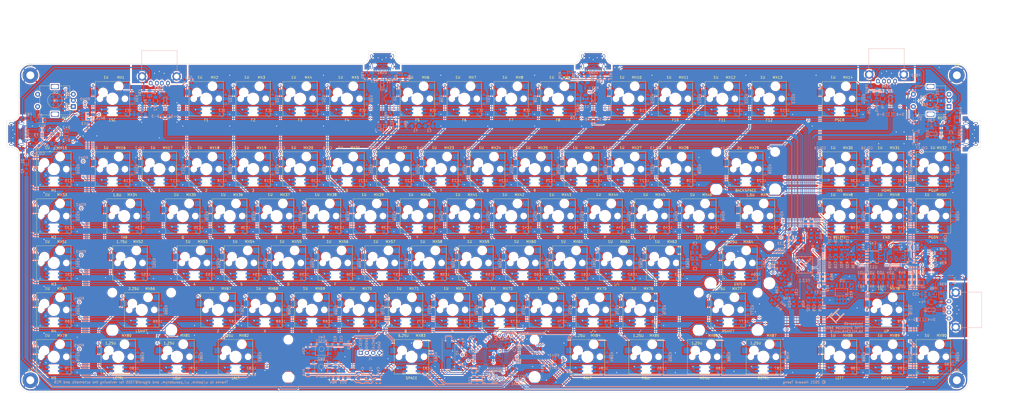
<source format=kicad_pcb>
(kicad_pcb (version 20171130) (host pcbnew "(5.1.10)-1")
  (layers (0 F.Cu signal) (31 B.Cu signal) (34 B.Paste user) (35 F.Paste user) (36 B.SilkS user) (37 F.SilkS user) (38 B.Mask user) (39 F.Mask user) (44 Edge.Cuts user))
  (net 0 "")
  (net 1 GND)
  (net 2 KEYBOARD_XTAL1)
  (net 3 KEYBOARD_XTAL2)
  (net 4 XRSTJ)
  (net 5 +3V3)
  (net 6 +1V8)
  (net 7 HUB_XIN)
  (net 8 HUB_XOUT)
  (net 9 HUB_DRV)
  (net 10 "Net-(D10-Pad1)")
  (net 11 Earth)
  (net 12 KEYBOARD_RESET)
  (net 13 COL2)
  (net 14 COL1)
  (net 15 COL3)
  (net 16 "Net-(KD1-Pad2)")
  (net 17 ROW2)
  (net 18 "Net-(KD2-Pad2)")
  (net 19 ROW4)
  (net 20 "Net-(KD3-Pad2)")
  (net 21 "Net-(KD4-Pad2)")
  (net 22 "Net-(KD5-Pad2)")
  (net 23 "Net-(KD6-Pad2)")
  (net 24 ROT1_ROW)
  (net 25 "Net-(KD7-Pad2)")
  (net 26 ROW3)
  (net 27 "Net-(KD8-Pad2)")
  (net 28 ROW5)
  (net 29 "Net-(KD9-Pad2)")
  (net 30 "Net-(KD10-Pad2)")
  (net 31 "Net-(KD11-Pad2)")
  (net 32 "Net-(KD12-Pad2)")
  (net 33 "Net-(KD13-Pad2)")
  (net 34 "Net-(KD14-Pad2)")
  (net 35 "Net-(KD15-Pad2)")
  (net 36 "Net-(KD16-Pad2)")
  (net 37 "Net-(KD17-Pad2)")
  (net 38 "Net-(KD18-Pad2)")
  (net 39 "Net-(KD19-Pad2)")
  (net 40 "Net-(KD20-Pad2)")
  (net 41 "Net-(KD21-Pad2)")
  (net 42 "Net-(KD22-Pad2)")
  (net 43 "Net-(KD23-Pad2)")
  (net 44 "Net-(KD24-Pad2)")
  (net 45 "Net-(KD25-Pad2)")
  (net 46 "Net-(KD26-Pad2)")
  (net 47 "Net-(KD27-Pad2)")
  (net 48 "Net-(KD28-Pad2)")
  (net 49 "Net-(KD29-Pad2)")
  (net 50 "Net-(KD30-Pad2)")
  (net 51 "Net-(KD31-Pad2)")
  (net 52 "Net-(KD32-Pad2)")
  (net 53 "Net-(KD33-Pad2)")
  (net 54 "Net-(KD34-Pad2)")
  (net 55 "Net-(KD35-Pad2)")
  (net 56 "Net-(KD36-Pad2)")
  (net 57 "Net-(KD37-Pad2)")
  (net 58 "Net-(KD38-Pad2)")
  (net 59 "Net-(KD39-Pad2)")
  (net 60 "Net-(KD40-Pad2)")
  (net 61 "Net-(KD41-Pad2)")
  (net 62 "Net-(KD42-Pad2)")
  (net 63 "Net-(KD43-Pad2)")
  (net 64 "Net-(KD44-Pad2)")
  (net 65 "Net-(KD45-Pad2)")
  (net 66 "Net-(KD46-Pad2)")
  (net 67 "Net-(KD47-Pad2)")
  (net 68 "Net-(KD48-Pad2)")
  (net 69 "Net-(KD49-Pad2)")
  (net 70 "Net-(KD50-Pad2)")
  (net 71 "Net-(KD51-Pad2)")
  (net 72 "Net-(KD52-Pad2)")
  (net 73 "Net-(KD53-Pad2)")
  (net 74 "Net-(KD54-Pad2)")
  (net 75 "Net-(KD55-Pad2)")
  (net 76 "Net-(KD56-Pad2)")
  (net 77 "Net-(KD57-Pad2)")
  (net 78 "Net-(KD58-Pad2)")
  (net 79 "Net-(KD59-Pad2)")
  (net 80 "Net-(KD60-Pad2)")
  (net 81 "Net-(KD61-Pad2)")
  (net 82 "Net-(KD62-Pad2)")
  (net 83 "Net-(KD63-Pad2)")
  (net 84 "Net-(KD64-Pad2)")
  (net 85 "Net-(KD65-Pad2)")
  (net 86 "Net-(KD66-Pad2)")
  (net 87 "Net-(KD67-Pad2)")
  (net 88 "Net-(KD68-Pad2)")
  (net 89 "Net-(KD69-Pad2)")
  (net 90 "Net-(KD70-Pad2)")
  (net 91 "Net-(KD71-Pad2)")
  (net 92 "Net-(KD72-Pad2)")
  (net 93 "Net-(KD73-Pad2)")
  (net 94 "Net-(KD74-Pad2)")
  (net 95 "Net-(KD75-Pad2)")
  (net 96 "Net-(KD76-Pad2)")
  (net 97 "Net-(KD77-Pad2)")
  (net 98 "Net-(KD78-Pad2)")
  (net 99 "Net-(KD79-Pad2)")
  (net 100 "Net-(KD80-Pad2)")
  (net 101 "Net-(KD81-Pad2)")
  (net 102 "Net-(KD82-Pad2)")
  (net 103 "Net-(KD83-Pad2)")
  (net 104 "Net-(KD84-Pad2)")
  (net 105 "Net-(KD85-Pad2)")
  (net 106 "Net-(KD86-Pad2)")
  (net 107 "Net-(KD87-Pad2)")
  (net 108 "Net-(KD88-Pad2)")
  (net 109 "Net-(KD89-Pad2)")
  (net 110 "Net-(KD90-Pad2)")
  (net 111 DOUT1)
  (net 112 DOUT2)
  (net 113 DOUT3)
  (net 114 DOUT4)
  (net 115 DOUT5)
  (net 116 COL0)
  (net 117 COL4)
  (net 118 COL5)
  (net 119 COL6)
  (net 120 COL7)
  (net 121 COL8)
  (net 122 KEYBOARD_SDA)
  (net 123 KEYBOARD_SCL)
  (net 124 BKL_DATA_IN)
  (net 125 ENCODER_A)
  (net 126 ENCODER_B1)
  (net 127 KEYBOARD_D+)
  (net 128 KEYBOARD_D-)
  (net 129 HUB_D+)
  (net 130 HUB_D-)
  (net 131 VBUSM)
  (net 132 HUB_LED1)
  (net 133 HUB_LED2)
  (net 134 HUB_LED3)
  (net 135 HUB_LED4)
  (net 136 HUB_LED5)
  (net 137 HUB_LED6)
  (net 138 HUB_LED7)
  (net 139 HUB_PORT5_D-)
  (net 140 HUB_PORT5_D+)
  (net 141 HUB_PORT6_D-)
  (net 142 HUB_PORT6_D+)
  (net 143 HUB_PORT7_D-)
  (net 144 HUB_PORT7_D+)
  (net 145 HUB_PORT2_D+)
  (net 146 HUB_PORT2_D-)
  (net 147 HUB_PORT3_D+)
  (net 148 HUB_PORT3_D-)
  (net 149 HUB_PORT4_D+)
  (net 150 HUB_PORT4_D-)
  (net 151 HUB_SDA)
  (net 152 "Net-(USB1-Pad3)")
  (net 153 "Net-(USB1-Pad9)")
  (net 154 "Net-(USB2-Pad3)")
  (net 155 "Net-(USB2-Pad9)")
  (net 156 BOOT0)
  (net 157 COL17)
  (net 158 COL16)
  (net 159 ROW1)
  (net 160 COL9)
  (net 161 COL10)
  (net 162 COL11)
  (net 163 COL12)
  (net 164 COL13)
  (net 165 COL14)
  (net 166 COL15)
  (net 167 ENCODER_B2)
  (net 168 BKL_DATA_IN_3V3)
  (net 169 "Net-(MX1-Pad5)")
  (net 170 "Net-(MX1-Pad4)")
  (net 171 "Net-(MX2-Pad5)")
  (net 172 "Net-(MX3-Pad5)")
  (net 173 "Net-(MX4-Pad5)")
  (net 174 "Net-(MX5-Pad5)")
  (net 175 "Net-(MX6-Pad5)")
  (net 176 "Net-(MX7-Pad5)")
  (net 177 "Net-(MX8-Pad5)")
  (net 178 "Net-(MX10-Pad4)")
  (net 179 "Net-(MX10-Pad5)")
  (net 180 "Net-(MX11-Pad5)")
  (net 181 "Net-(MX12-Pad5)")
  (net 182 "Net-(MX13-Pad5)")
  (net 183 "Net-(MX15-Pad5)")
  (net 184 "Net-(MX16-Pad5)")
  (net 185 "Net-(MX17-Pad5)")
  (net 186 "Net-(MX18-Pad5)")
  (net 187 "Net-(MX19-Pad5)")
  (net 188 "Net-(MX20-Pad5)")
  (net 189 "Net-(MX21-Pad5)")
  (net 190 "Net-(MX22-Pad5)")
  (net 191 "Net-(MX23-Pad5)")
  (net 192 "Net-(MX24-Pad5)")
  (net 193 "Net-(MX25-Pad5)")
  (net 194 "Net-(MX26-Pad5)")
  (net 195 "Net-(MX27-Pad5)")
  (net 196 "Net-(MX28-Pad5)")
  (net 197 "Net-(MX29-Pad5)")
  (net 198 "Net-(MX30-Pad5)")
  (net 199 "Net-(MX31-Pad5)")
  (net 200 "Net-(MX33-Pad5)")
  (net 201 "Net-(MX34-Pad5)")
  (net 202 "Net-(MX35-Pad5)")
  (net 203 "Net-(MX36-Pad5)")
  (net 204 "Net-(MX37-Pad5)")
  (net 205 "Net-(MX38-Pad5)")
  (net 206 "Net-(MX39-Pad5)")
  (net 207 "Net-(MX40-Pad5)")
  (net 208 "Net-(MX41-Pad5)")
  (net 209 "Net-(MX42-Pad5)")
  (net 210 "Net-(MX43-Pad5)")
  (net 211 "Net-(MX44-Pad5)")
  (net 212 "Net-(MX45-Pad5)")
  (net 213 "Net-(MX46-Pad5)")
  (net 214 "Net-(MX47-Pad5)")
  (net 215 "Net-(MX48-Pad5)")
  (net 216 "Net-(MX49-Pad5)")
  (net 217 "Net-(MX51-Pad5)")
  (net 218 "Net-(MX52-Pad5)")
  (net 219 "Net-(MX53-Pad5)")
  (net 220 "Net-(MX54-Pad5)")
  (net 221 "Net-(MX55-Pad5)")
  (net 222 "Net-(MX56-Pad5)")
  (net 223 "Net-(MX57-Pad5)")
  (net 224 "Net-(MX58-Pad5)")
  (net 225 "Net-(MX59-Pad5)")
  (net 226 "Net-(MX60-Pad5)")
  (net 227 "Net-(MX61-Pad5)")
  (net 228 "Net-(MX62-Pad5)")
  (net 229 "Net-(MX63-Pad5)")
  (net 230 "Net-(MX65-Pad5)")
  (net 231 "Net-(MX66-Pad5)")
  (net 232 "Net-(MX67-Pad5)")
  (net 233 "Net-(MX68-Pad5)")
  (net 234 "Net-(MX69-Pad5)")
  (net 235 "Net-(MX70-Pad5)")
  (net 236 "Net-(MX71-Pad5)")
  (net 237 "Net-(MX72-Pad5)")
  (net 238 "Net-(MX73-Pad5)")
  (net 239 "Net-(MX74-Pad5)")
  (net 240 "Net-(MX75-Pad5)")
  (net 241 "Net-(MX76-Pad5)")
  (net 242 "Net-(MX77-Pad5)")
  (net 243 "Net-(MX79-Pad5)")
  (net 244 "Net-(MX80-Pad5)")
  (net 245 "Net-(MX81-Pad5)")
  (net 246 "Net-(MX82-Pad5)")
  (net 247 "Net-(MX83-Pad5)")
  (net 248 "Net-(MX84-Pad5)")
  (net 249 "Net-(MX85-Pad5)")
  (net 250 "Net-(MX86-Pad5)")
  (net 251 "Net-(MX87-Pad5)")
  (net 252 "Net-(MX88-Pad5)")
  (net 253 "Net-(MX89-Pad5)")
  (net 254 "Net-(MX90-Pad5)")
  (net 255 "Net-(C6-Pad1)")
  (net 256 "Net-(D3-Pad2)")
  (net 257 "Net-(USB5-Pad3)")
  (net 258 "Net-(USB5-Pad9)")
  (net 259 "Net-(USB7-Pad3)")
  (net 260 "Net-(USB7-Pad9)")
  (net 261 "Net-(R37-Pad1)")
  (net 262 "Net-(R46-Pad1)")
  (net 263 PORT1-4_PWR)
  (net 264 OVCJ1)
  (net 265 PWRJ)
  (net 266 OVCJ5)
  (net 267 PORT5-7PWR)
  (net 268 "Net-(D5-Pad1)")
  (net 269 "Net-(D7-Pad1)")
  (net 270 "Net-(D1-Pad1)")
  (net 271 "Net-(D6-Pad1)")
  (net 272 "Net-(D8-Pad1)")
  (net 273 "Net-(D9-Pad1)")
  (net 274 "Net-(D1-Pad2)")
  (net 275 "Net-(D6-Pad2)")
  (net 276 "Net-(D8-Pad2)")
  (net 277 +5V)
  (net 278 "Net-(C25-Pad1)")
  (net 279 "Net-(C34-Pad1)")
  (net 280 "Net-(D4-Pad2)")
  (net 281 "Net-(D5-Pad2)")
  (net 282 "Net-(D7-Pad2)")
  (net 283 SWCLK)
  (net 284 SWDIO)
  (net 285 BOOT1)
  (net 286 HUB_PORT1_D-)
  (net 287 HUB_PORT1_D+)
  (net 288 KEYBOARD_5V)
  (net 289 VBUS)
  (net 290 "Net-(R36-Pad2)")
  (net 291 "Net-(FE2.1-Pad27)")
  (net 292 "Net-(C4-Pad1)")
  (net 293 "Net-(C8-Pad2)")
  (net 294 "Net-(C9-Pad1)")
  (net 295 "Net-(C10-Pad2)")
  (net 296 "Net-(C11-Pad1)")
  (net 297 "Net-(C12-Pad1)")
  (net 298 "Net-(C17-Pad1)")
  (net 299 "Net-(C30-Pad1)")
  (net 300 "Net-(C41-Pad1)")
  (net 301 "Net-(D2-Pad1)")
  (net 302 "Net-(D9-Pad2)")
  (net 303 "Net-(F8-Pad2)")
  (net 304 "Net-(R7-Pad2)")
  (net 305 "Net-(R12-Pad1)")
  (net 306 "Net-(R13-Pad1)")
  (net 307 "Net-(R14-Pad2)")
  (net 308 "Net-(R24-Pad2)")
  (net 309 "Net-(R33-Pad2)")
  (net 310 "Net-(R44-Pad1)")
  (net 311 "Net-(R47-Pad1)")
  (net 312 "Net-(R49-Pad1)")
  (net 313 "Net-(R50-Pad2)")
  (net 314 "Net-(R54-Pad1)")
  (net 315 "Net-(R56-Pad2)")
  (net 316 "Net-(R59-Pad1)")
  (net 317 "Net-(U1-Pad3)")
  (net 318 "Net-(D11-Pad1)")
  (net 319 "Net-(D12-Pad2)")
  (net 320 "Net-(D12-Pad1)")
  (net 321 "Net-(D+1-Pad1)")
  (net 322 "Net-(D+2-Pad1)")
  (net 323 "Net-(D+3-Pad1)")
  (net 324 "Net-(D+4-Pad1)")
  (net 325 "Net-(D+5-Pad1)")
  (net 326 "Net-(D+6-Pad1)")
  (net 327 "Net-(D+7-Pad1)")
  (net 328 "Net-(D-1-Pad1)")
  (net 329 "Net-(D-2-Pad1)")
  (net 330 "Net-(D-3-Pad1)")
  (net 331 "Net-(D-4-Pad1)")
  (net 332 "Net-(D-5-Pad1)")
  (net 333 "Net-(D-6-Pad1)")
  (net 334 "Net-(D-7-Pad1)")
  (net 335 "Net-(R19-Pad2)")
  (module custom-footprints:CherryMX_1.00u_PCB_KailhSocket_LTST-A683CEGBW (layer F.Cu) (at 407.9618 168.2644)
    (fp_text reference MX14 (at 3.3655 -8.636) (layer F.SilkS))
    (fp_text value PSCR (at 0 8.6625) (layer F.SilkS))
    (fp_line (start -1.7 3.55) (end 1.7 3.55) (layer Edge.Cuts) (width 0.05))
    (fp_line (start 1.7 3.55) (end 1.7 6.55) (layer Edge.Cuts) (width 0.05))
    (fp_line (start 1.7 6.55) (end -1.7 6.55) (layer Edge.Cuts) (width 0.05))
    (fp_line (start -1.7 6.55) (end -1.7 3.55) (layer Edge.Cuts) (width 0.05))
    (fp_text user 1U (at -2.6035 -8.6995) (layer F.SilkS))
    (pad 6 smd rect (at 2.6 5.8) (size 1.8 0.9) (layers B.Cu B.Paste B.Mask) (net 277 +5V))
    (pad 5 smd rect (at 2.6 4.3) (size 1.8 0.9) (layers B.Cu B.Paste B.Mask) (net 111 DOUT1))
    (pad 4 smd rect (at -2.6 5.8) (size 1.8 0.9) (layers B.Cu B.Paste B.Mask) (net 182 "Net-(MX13-Pad5)"))
    (pad 3 smd rect (at -2.6 4.3) (size 1.8 0.9) (layers B.Cu B.Paste B.Mask) (net 1 GND))
    (pad 2 smd rect (at 6.015 -5.08) (size 2.55 2.5) (layers B.Cu B.Paste B.Mask) (net 34 "Net-(KD14-Pad2)"))
    (pad 1 smd rect (at -7.41 -2.54) (size 2.55 2.5) (layers B.Cu B.Paste B.Mask) (net 166 COL15))
    (pad "" np_thru_hole circle (at 2.54 -5.08) (size 3 3) (drill 3) (layers *.Cu *.Mask))
    (pad "" np_thru_hole circle (at -3.81 -2.54) (size 3 3) (drill 3) (layers *.Cu *.Mask))
    (pad "" np_thru_hole circle (at 5.08 0) (size 1.75 1.75) (drill 1.75) (layers *.Cu *.Mask))
    (pad "" np_thru_hole circle (at -5.08 0) (size 1.75 1.75) (drill 1.75) (layers *.Cu *.Mask))
    (pad "" np_thru_hole circle (at 0 0) (size 4 4) (drill 4) (layers *.Cu *.Mask))
  )
  (module Resistor_SMD:R_0805_2012Metric (layer B.Cu) (at 277.795 267.4769 180)
    (fp_text reference R27 (at 0 -1.5874) (layer B.SilkS) (effects (justify mirror)))
    (fp_text value 10k)
    (pad 2 smd roundrect (at 0.9125 0 180) (size 1.025 1.4) (layers B.Cu B.Paste B.Mask) (roundrect_rratio 0.2439014634146341) (net 285 BOOT1))
    (pad 1 smd roundrect (at -0.9125 0 180) (size 1.025 1.4) (layers B.Cu B.Paste B.Mask) (roundrect_rratio 0.2439014634146341) (net 1 GND))
  )
  (module custom-footprints:CherryMX_1.25u_PCB_KailhSocket_LTST-A683CEGBW (layer F.Cu) (at 305.5745 273.0328)
    (fp_text reference MX84 (at 3.3655 -8.636) (layer F.SilkS))
    (fp_text value RALT (at 0 8.6625) (layer F.SilkS))
    (fp_line (start -1.7 6.55) (end -1.7 3.55) (layer Edge.Cuts) (width 0.05))
    (fp_line (start 1.7 6.55) (end -1.7 6.55) (layer Edge.Cuts) (width 0.05))
    (fp_line (start 1.7 3.55) (end 1.7 6.55) (layer Edge.Cuts) (width 0.05))
    (fp_line (start -1.7 3.55) (end 1.7 3.55) (layer Edge.Cuts) (width 0.05))
    (fp_text user 1.25U (at -3.1115 -8.5725) (layer F.SilkS))
    (pad 6 smd rect (at 2.6 5.8) (size 1.8 0.9) (layers B.Cu B.Paste B.Mask) (net 277 +5V))
    (pad 5 smd rect (at 2.6 4.3) (size 1.8 0.9) (layers B.Cu B.Paste B.Mask) (net 248 "Net-(MX84-Pad5)"))
    (pad 4 smd rect (at -2.6 5.8) (size 1.8 0.9) (layers B.Cu B.Paste B.Mask) (net 247 "Net-(MX83-Pad5)"))
    (pad 3 smd rect (at -2.6 4.3) (size 1.8 0.9) (layers B.Cu B.Paste B.Mask) (net 1 GND))
    (pad 2 smd rect (at 6.015 -5.08) (size 2.55 2.5) (layers B.Cu B.Paste B.Mask) (net 104 "Net-(KD84-Pad2)"))
    (pad 1 smd rect (at -7.41 -2.54) (size 2.55 2.5) (layers B.Cu B.Paste B.Mask) (net 161 COL10))
    (pad "" np_thru_hole circle (at 2.54 -5.08) (size 3 3) (drill 3) (layers *.Cu *.Mask))
    (pad "" np_thru_hole circle (at -3.81 -2.54) (size 3 3) (drill 3) (layers *.Cu *.Mask))
    (pad "" np_thru_hole circle (at 5.08 0) (size 1.75 1.75) (drill 1.75) (layers *.Cu *.Mask))
    (pad "" np_thru_hole circle (at -5.08 0) (size 1.75 1.75) (drill 1.75) (layers *.Cu *.Mask))
    (pad "" np_thru_hole circle (at 0 0) (size 4 4) (drill 4) (layers *.Cu *.Mask))
  )
  (module Resistor_SMD:R_0805_2012Metric (layer B.Cu) (at 230.173 178.5825 270)
    (fp_text reference R65 (at 0 -1.5874 90) (layer B.SilkS) (effects (justify mirror)))
    (fp_text value 330)
    (pad 2 smd roundrect (at 0.9125 0 270) (size 1.025 1.4) (layers B.Cu B.Paste B.Mask) (roundrect_rratio 0.2439014634146341) (net 320 "Net-(D12-Pad1)"))
    (pad 1 smd roundrect (at -0.9125 0 270) (size 1.025 1.4) (layers B.Cu B.Paste B.Mask) (roundrect_rratio 0.2439014634146341) (net 1 GND))
  )
  (module LED_SMD:LED_0805_2012Metric (layer B.Cu) (at 227.7919 178.5825 90)
    (fp_text reference D12 (at 0 -1.5874 90) (layer B.SilkS) (effects (justify mirror)))
    (fp_text value Red)
    (pad 2 smd roundrect (at 0.9375 0 90) (size 0.975 1.4) (layers B.Cu B.Paste B.Mask) (net 319 "Net-(D12-Pad2)"))
    (pad 1 smd roundrect (at -0.9375 0 90) (size 0.975 1.4) (layers B.Cu B.Paste B.Mask) (net 320 "Net-(D12-Pad1)"))
  )
  (module Resistor_SMD:R_0805_2012Metric (layer B.Cu) (at 202.3935 281.8085)
    (fp_text reference R64 (at 0 1.65) (layer B.SilkS) (effects (justify mirror)))
    (fp_text value 330)
    (pad 2 smd roundrect (at 0.9125 0) (size 1.025 1.4) (layers B.Cu B.Paste B.Mask) (roundrect_rratio 0.2439014634146341) (net 318 "Net-(D11-Pad1)"))
    (pad 1 smd roundrect (at -0.9125 0) (size 1.025 1.4) (layers B.Cu B.Paste B.Mask) (roundrect_rratio 0.2439014634146341) (net 1 GND))
  )
  (module LED_SMD:LED_0805_2012Metric (layer B.Cu) (at 206.362 281.7635)
    (fp_text reference D11 (at 0 1.65) (layer B.SilkS) (effects (justify mirror)))
    (fp_text value Red)
    (pad 2 smd roundrect (at 0.9375 0) (size 0.975 1.4) (layers B.Cu B.Paste B.Mask) (net 288 KEYBOARD_5V))
    (pad 1 smd roundrect (at -0.9375 0) (size 0.975 1.4) (layers B.Cu B.Paste B.Mask) (net 318 "Net-(D11-Pad1)"))
  )
  (module custom-footprints:logo (layer F.Cu) (at 406.3744 253.1903)
    (fp_text reference LOGO0 hide)
    (fp_text value Logo hide)
  )
  (module custom-footprints:CherryMX_2.25u_PCB_KailhSocket_LTST-A683CEGBW (layer F.Cu) (at 367.4831 234.9352)
    (fp_text reference MX64 (at 3.4036 -8.5852) (layer F.SilkS))
    (fp_text value ENTER (at 0 8.6625) (layer F.SilkS))
    (fp_line (start -1.7 3.55) (end 1.7 3.55) (layer Edge.Cuts) (width 0.05))
    (fp_line (start 1.7 3.55) (end 1.7 6.55) (layer Edge.Cuts) (width 0.05))
    (fp_line (start 1.7 6.55) (end -1.7 6.55) (layer Edge.Cuts) (width 0.05))
    (fp_line (start -1.7 6.55) (end -1.7 3.55) (layer Edge.Cuts) (width 0.05))
    (fp_text user 2.25U (at -3.2512 -8.5725) (layer F.SilkS))
    (pad "" np_thru_hole circle (at 11.938 -6.985) (size 3.048 3.048) (drill 3.048) (layers *.Cu *.Mask))
    (pad "" np_thru_hole circle (at -11.938 -6.985) (size 3.048 3.048) (drill 3.048) (layers *.Cu *.Mask))
    (pad "" np_thru_hole circle (at 11.938 8.255) (size 3.9878 3.9878) (drill 3.9878) (layers *.Cu *.Mask))
    (pad "" np_thru_hole circle (at -11.938 8.255) (size 3.9878 3.9878) (drill 3.9878) (layers *.Cu *.Mask))
    (pad 6 smd rect (at 2.6 5.8) (size 1.8 0.9) (layers B.Cu B.Paste B.Mask) (net 277 +5V))
    (pad 5 smd rect (at 2.6 4.3) (size 1.8 0.9) (layers B.Cu B.Paste B.Mask) (net 114 DOUT4))
    (pad 4 smd rect (at -2.6 5.8) (size 1.8 0.9) (layers B.Cu B.Paste B.Mask) (net 229 "Net-(MX63-Pad5)"))
    (pad 3 smd rect (at -2.6 4.3) (size 1.8 0.9) (layers B.Cu B.Paste B.Mask) (net 1 GND))
    (pad 2 smd rect (at 6.015 -5.08) (size 2.55 2.5) (layers B.Cu B.Paste B.Mask) (net 84 "Net-(KD64-Pad2)"))
    (pad 1 smd rect (at -7.41 -2.54) (size 2.55 2.5) (layers B.Cu B.Paste B.Mask) (net 165 COL14))
    (pad "" np_thru_hole circle (at 2.54 -5.08) (size 3 3) (drill 3) (layers *.Cu *.Mask))
    (pad "" np_thru_hole circle (at -3.81 -2.54) (size 3 3) (drill 3) (layers *.Cu *.Mask))
    (pad "" np_thru_hole circle (at 5.08 0) (size 1.75 1.75) (drill 1.75) (layers *.Cu *.Mask))
    (pad "" np_thru_hole circle (at -5.08 0) (size 1.75 1.75) (drill 1.75) (layers *.Cu *.Mask))
    (pad "" np_thru_hole circle (at 0 0) (size 4 4) (drill 4) (layers *.Cu *.Mask))
  )
  (module custom-footprints:FE2.1 (layer B.Cu) (at 393.6752 235.7289 180)
    (fp_text reference FE2.1 (at -2.3811 -6.3496) (layer B.SilkS) (effects (font (size 1.143 1.143) (thickness 0.152)) (justify left mirror)))
    (fp_text value FE2.1 hide)
    (pad 1 smd oval (at -2.75 -4.25 180) (size 0.27 1.5) (layers B.Cu B.Paste B.Mask) (net 9 HUB_DRV))
    (pad 2 smd oval (at -2.25 -4.25 180) (size 0.27 1.5) (layers B.Cu B.Paste B.Mask) (net 151 HUB_SDA))
    (pad 3 smd oval (at -1.75 -4.25 180) (size 0.27 1.5) (layers B.Cu B.Paste B.Mask) (net 132 HUB_LED1))
    (pad 4 smd oval (at -1.25 -4.25 180) (size 0.27 1.5) (layers B.Cu B.Paste B.Mask) (net 133 HUB_LED2))
    (pad 5 smd oval (at -0.75 -4.25 180) (size 0.27 1.5) (layers B.Cu B.Paste B.Mask) (net 134 HUB_LED3))
    (pad 6 smd oval (at -0.25 -4.25 180) (size 0.27 1.5) (layers B.Cu B.Paste B.Mask) (net 6 +1V8))
    (pad 7 smd oval (at 0.25 -4.25 180) (size 0.27 1.5) (layers B.Cu B.Paste B.Mask) (net 135 HUB_LED4))
    (pad 8 smd oval (at 0.75 -4.25 180) (size 0.27 1.5) (layers B.Cu B.Paste B.Mask) (net 277 +5V))
    (pad 9 smd oval (at 1.25 -4.25 180) (size 0.27 1.5) (layers B.Cu B.Paste B.Mask) (net 5 +3V3))
    (pad 10 smd oval (at 1.75 -4.25 180) (size 0.27 1.5) (layers B.Cu B.Paste B.Mask) (net 1 GND))
    (pad 11 smd oval (at 2.25 -4.25 180) (size 0.27 1.5) (layers B.Cu B.Paste B.Mask) (net 150 HUB_PORT4_D-))
    (pad 12 smd oval (at 2.75 -4.25 180) (size 0.27 1.5) (layers B.Cu B.Paste B.Mask) (net 149 HUB_PORT4_D+))
    (pad 13 smd oval (at 4.25 -2.75 180) (size 1.5 0.27) (layers B.Cu B.Paste B.Mask) (net 148 HUB_PORT3_D-))
    (pad 14 smd oval (at 4.25 -2.25 180) (size 1.5 0.27) (layers B.Cu B.Paste B.Mask) (net 147 HUB_PORT3_D+))
    (pad 15 smd oval (at 4.25 -1.75 180) (size 1.5 0.27) (layers B.Cu B.Paste B.Mask) (net 5 +3V3))
    (pad 16 smd oval (at 4.25 -1.25 180) (size 1.5 0.27) (layers B.Cu B.Paste B.Mask) (net 146 HUB_PORT2_D-))
    (pad 17 smd oval (at 4.25 -0.75 180) (size 1.5 0.27) (layers B.Cu B.Paste B.Mask) (net 145 HUB_PORT2_D+))
    (pad 18 smd oval (at 4.25 -0.25 180) (size 1.5 0.27) (layers B.Cu B.Paste B.Mask) (net 286 HUB_PORT1_D-))
    (pad 19 smd oval (at 4.25 0.25 180) (size 1.5 0.27) (layers B.Cu B.Paste B.Mask) (net 287 HUB_PORT1_D+))
    (pad 20 smd oval (at 4.25 0.75 180) (size 1.5 0.27) (layers B.Cu B.Paste B.Mask) (net 5 +3V3))
    (pad 21 smd oval (at 4.25 1.25 180) (size 1.5 0.27) (layers B.Cu B.Paste B.Mask) (net 5 +3V3))
    (pad 22 smd oval (at 4.25 1.75 180) (size 1.5 0.27) (layers B.Cu B.Paste B.Mask) (net 7 HUB_XIN))
    (pad 23 smd oval (at 4.25 2.25 180) (size 1.5 0.27) (layers B.Cu B.Paste B.Mask) (net 8 HUB_XOUT))
    (pad 24 smd oval (at 4.25 2.75 180) (size 1.5 0.27) (layers B.Cu B.Paste B.Mask) (net 1 GND))
    (pad 25 smd oval (at 2.75 4.25 180) (size 0.27 1.5) (layers B.Cu B.Paste B.Mask) (net 6 +1V8))
    (pad 26 smd oval (at 2.25 4.25 180) (size 0.27 1.5) (layers B.Cu B.Paste B.Mask) (net 5 +3V3))
    (pad 27 smd oval (at 1.75 4.25 180) (size 0.27 1.5) (layers B.Cu B.Paste B.Mask) (net 291 "Net-(FE2.1-Pad27)"))
    (pad 28 smd oval (at 1.25 4.25 180) (size 0.27 1.5) (layers B.Cu B.Paste B.Mask) (net 6 +1V8))
    (pad 29 smd oval (at 0.75 4.25 180) (size 0.27 1.5) (layers B.Cu B.Paste B.Mask) (net 130 HUB_D-))
    (pad 30 smd oval (at 0.25 4.25 180) (size 0.27 1.5) (layers B.Cu B.Paste B.Mask) (net 129 HUB_D+))
    (pad 31 smd oval (at -0.25 4.25 180) (size 0.27 1.5) (layers B.Cu B.Paste B.Mask) (net 5 +3V3))
    (pad 32 smd oval (at -0.75 4.25 180) (size 0.27 1.5) (layers B.Cu B.Paste B.Mask) (net 139 HUB_PORT5_D-))
    (pad 33 smd oval (at -1.25 4.25 180) (size 0.27 1.5) (layers B.Cu B.Paste B.Mask) (net 140 HUB_PORT5_D+))
    (pad 34 smd oval (at -1.75 4.25 180) (size 0.27 1.5) (layers B.Cu B.Paste B.Mask) (net 141 HUB_PORT6_D-))
    (pad 35 smd oval (at -2.25 4.25 180) (size 0.27 1.5) (layers B.Cu B.Paste B.Mask) (net 142 HUB_PORT6_D+))
    (pad 36 smd oval (at -2.75 4.25 180) (size 0.27 1.5) (layers B.Cu B.Paste B.Mask) (net 5 +3V3))
    (pad 37 smd oval (at -4.25 2.75 180) (size 1.5 0.27) (layers B.Cu B.Paste B.Mask) (net 143 HUB_PORT7_D-))
    (pad 38 smd oval (at -4.25 2.25 180) (size 1.5 0.27) (layers B.Cu B.Paste B.Mask) (net 144 HUB_PORT7_D+))
    (pad 39 smd oval (at -4.25 1.75 180) (size 1.5 0.27) (layers B.Cu B.Paste B.Mask) (net 1 GND))
    (pad 40 smd oval (at -4.25 1.25 180) (size 1.5 0.27) (layers B.Cu B.Paste B.Mask) (net 4 XRSTJ))
    (pad 41 smd oval (at -4.25 0.75 180) (size 1.5 0.27) (layers B.Cu B.Paste B.Mask) (net 131 VBUSM))
    (pad 42 smd oval (at -4.25 0.25 180) (size 1.5 0.27) (layers B.Cu B.Paste B.Mask) (net 5 +3V3))
    (pad 43 smd oval (at -4.25 -0.25 180) (size 1.5 0.27) (layers B.Cu B.Paste B.Mask) (net 266 OVCJ5))
    (pad 44 smd oval (at -4.25 -0.75 180) (size 1.5 0.27) (layers B.Cu B.Paste B.Mask) (net 265 PWRJ))
    (pad 45 smd oval (at -4.25 -1.25 180) (size 1.5 0.27) (layers B.Cu B.Paste B.Mask) (net 264 OVCJ1))
    (pad 46 smd oval (at -4.25 -1.75 180) (size 1.5 0.27) (layers B.Cu B.Paste B.Mask) (net 138 HUB_LED7))
    (pad 47 smd oval (at -4.25 -2.25 180) (size 1.5 0.27) (layers B.Cu B.Paste B.Mask) (net 137 HUB_LED6))
    (pad 48 smd oval (at -4.25 -2.75 180) (size 1.5 0.27) (layers B.Cu B.Paste B.Mask) (net 136 HUB_LED5))
  )
  (module Resistor_SMD:R_0805_2012Metric (layer B.Cu) (at 192.0754 270.6517 270)
    (fp_text reference R24 (at 0 1.65 90) (layer B.SilkS) (effects (justify mirror)))
    (fp_text value 330)
    (pad 2 smd roundrect (at 0.9125 0 270) (size 1.025 1.4) (layers B.Cu B.Paste B.Mask) (roundrect_rratio 0.2439014634146341) (net 308 "Net-(R24-Pad2)"))
    (pad 1 smd roundrect (at -0.9125 0 270) (size 1.025 1.4) (layers B.Cu B.Paste B.Mask) (roundrect_rratio 0.2439014634146341) (net 1 GND))
  )
  (module Resistor_SMD:R_0805_2012Metric (layer B.Cu) (at 203.1872 276.2076 270)
    (fp_text reference R25 (at 0 -1.5874 90) (layer B.SilkS) (effects (justify mirror)))
    (fp_text value 10k)
    (pad 2 smd roundrect (at 0.9125 0 270) (size 1.025 1.4) (layers B.Cu B.Paste B.Mask) (roundrect_rratio 0.2439014634146341) (net 1 GND))
    (pad 1 smd roundrect (at -0.9125 0 270) (size 1.025 1.4) (layers B.Cu B.Paste B.Mask) (roundrect_rratio 0.2439014634146341) (net 156 BOOT0))
  )
  (module Resistor_SMD:R_0805_2012Metric (layer B.Cu) (at 192.0754 279.3824 90)
    (fp_text reference R19 (at 0 -1.5874 90) (layer B.SilkS) (effects (justify mirror)))
    (fp_text value 1k)
    (pad 2 smd roundrect (at 0.9125 0 90) (size 1.025 1.4) (layers B.Cu B.Paste B.Mask) (roundrect_rratio 0.2439014634146341) (net 335 "Net-(R19-Pad2)"))
    (pad 1 smd roundrect (at -0.9125 0 90) (size 1.025 1.4) (layers B.Cu B.Paste B.Mask) (roundrect_rratio 0.2439014634146341) (net 5 +3V3))
  )
  (module Resistor_SMD:R_0805_2012Metric (layer B.Cu) (at 453.2027 184.1384)
    (fp_text reference R56 (at 0 1.65) (layer B.SilkS) (effects (justify mirror)))
    (fp_text value 56K)
    (pad 2 smd roundrect (at 0.9125 0) (size 1.025 1.4) (layers B.Cu B.Paste B.Mask) (roundrect_rratio 0.2439014634146341) (net 315 "Net-(R56-Pad2)"))
    (pad 1 smd roundrect (at -0.9125 0) (size 1.025 1.4) (layers B.Cu B.Paste B.Mask) (roundrect_rratio 0.2439014634146341) (net 299 "Net-(C30-Pad1)"))
  )
  (module Resistor_SMD:R_0805_2012Metric (layer B.Cu) (at 449.2342 180.1699 270)
    (fp_text reference R50 (at 3.1748 0 90) (layer B.SilkS) (effects (justify mirror)))
    (fp_text value 56K)
    (pad 2 smd roundrect (at 0.9125 0 270) (size 1.025 1.4) (layers B.Cu B.Paste B.Mask) (roundrect_rratio 0.2439014634146341) (net 313 "Net-(R50-Pad2)"))
    (pad 1 smd roundrect (at -0.9125 0 270) (size 1.025 1.4) (layers B.Cu B.Paste B.Mask) (roundrect_rratio 0.2439014634146341) (net 299 "Net-(C30-Pad1)"))
  )
  (module Resistor_SMD:R_0805_2012Metric (layer B.Cu) (at 84.1322 180.9636 180)
    (fp_text reference R14 (at 0 1.65) (layer B.SilkS) (effects (justify mirror)))
    (fp_text value 56K)
    (pad 2 smd roundrect (at 0.9125 0 180) (size 1.025 1.4) (layers B.Cu B.Paste B.Mask) (roundrect_rratio 0.2439014634146341) (net 307 "Net-(R14-Pad2)"))
    (pad 1 smd roundrect (at -0.9125 0 180) (size 1.025 1.4) (layers B.Cu B.Paste B.Mask) (roundrect_rratio 0.2439014634146341) (net 255 "Net-(C6-Pad1)"))
  )
  (module Resistor_SMD:R_0805_2012Metric (layer B.Cu) (at 85.7196 184.9321 90)
    (fp_text reference R7 (at -2.3811 0 180) (layer B.SilkS) (effects (justify mirror)))
    (fp_text value 56K)
    (pad 2 smd roundrect (at 0.9125 0 90) (size 1.025 1.4) (layers B.Cu B.Paste B.Mask) (roundrect_rratio 0.2439014634146341) (net 304 "Net-(R7-Pad2)"))
    (pad 1 smd roundrect (at -0.9125 0 90) (size 1.025 1.4) (layers B.Cu B.Paste B.Mask) (roundrect_rratio 0.2439014634146341) (net 255 "Net-(C6-Pad1)"))
  )
  (module Resistor_SMD:R_0805_2012Metric (layer B.Cu) (at 203.1872 269.0643 90)
    (fp_text reference R22 (at 3.1748 0 90) (layer B.SilkS) (effects (justify mirror)))
    (fp_text value 10k)
    (pad 2 smd roundrect (at 0.9125 0 90) (size 1.025 1.4) (layers B.Cu B.Paste B.Mask) (roundrect_rratio 0.2439014634146341) (net 12 KEYBOARD_RESET))
    (pad 1 smd roundrect (at -0.9125 0 90) (size 1.025 1.4) (layers B.Cu B.Paste B.Mask) (roundrect_rratio 0.2439014634146341) (net 5 +3V3))
  )
  (module Package_TO_SOT_SMD:SOT-23-5 (layer B.Cu) (at 224.6171 168.2644 90)
    (fp_text reference U1 (at 0 2.77795 90) (layer B.SilkS) (effects (justify mirror)))
    (fp_text value SD00HA)
    (pad 5 smd rect (at 1.1 0.95 90) (size 1.06 0.65) (layers B.Cu B.Paste B.Mask) (net 289 VBUS))
    (pad 4 smd rect (at 1.1 -0.95 90) (size 1.06 0.65) (layers B.Cu B.Paste B.Mask) (net 289 VBUS))
    (pad 3 smd rect (at -1.1 -0.95 90) (size 1.06 0.65) (layers B.Cu B.Paste B.Mask) (net 317 "Net-(U1-Pad3)"))
    (pad 2 smd rect (at -1.1 0 90) (size 1.06 0.65) (layers B.Cu B.Paste B.Mask) (net 1 GND))
    (pad 1 smd rect (at -1.1 0.95 90) (size 1.06 0.65) (layers B.Cu B.Paste B.Mask) (net 319 "Net-(D12-Pad2)"))
  )
  (module random-keyboard-parts:SKQG-1155865 (layer B.Cu) (at 197.4624 277.0835 180)
    (fp_text reference SW2 (at -0.1689 3.257) (layer B.SilkS) (effects (justify mirror)))
    (fp_text value SW_Push)
    (pad 4 smd rect (at -3.1 -1.85 180) (size 1.8 1.1) (layers B.Cu B.Paste B.Mask))
    (pad 3 smd rect (at 3.1 1.85 180) (size 1.8 1.1) (layers B.Cu B.Paste B.Mask))
    (pad 2 smd rect (at -3.1 1.85 180) (size 1.8 1.1) (layers B.Cu B.Paste B.Mask) (net 156 BOOT0))
    (pad 1 smd rect (at 3.1 -1.85 180) (size 1.8 1.1) (layers B.Cu B.Paste B.Mask) (net 335 "Net-(R19-Pad2)"))
  )
  (module Fuse:Fuse_1206_3216Metric (layer B.Cu) (at 235.7289 179.3762)
    (fp_text reference F1 (at 0 1.82) (layer B.SilkS) (effects (justify mirror)))
    (fp_text value 500mA)
    (pad 2 smd roundrect (at 1.4 0) (size 1.25 1.75) (layers B.Cu B.Paste B.Mask) (roundrect_rratio 0.2) (net 277 +5V))
    (pad 1 smd roundrect (at -1.4 0) (size 1.25 1.75) (layers B.Cu B.Paste B.Mask) (roundrect_rratio 0.2) (net 277 +5V))
  )
  (module Resistor_SMD:R_0805_2012Metric (layer B.Cu) (at 310.73355 159.5337 180)
    (fp_text reference R36 (at 0 -1.5874) (layer B.SilkS) (effects (justify mirror)))
    (fp_text value 56K)
    (pad 2 smd roundrect (at 0.9125 0 180) (size 1.025 1.4) (layers B.Cu B.Paste B.Mask) (roundrect_rratio 0.2439014634146341) (net 290 "Net-(R36-Pad2)"))
    (pad 1 smd roundrect (at -0.9125 0 180) (size 1.025 1.4) (layers B.Cu B.Paste B.Mask) (roundrect_rratio 0.2439014634146341) (net 298 "Net-(C17-Pad1)"))
  )
  (module Resistor_SMD:R_0805_2012Metric (layer B.Cu) (at 305.5745 163.89905)
    (fp_text reference R33 (at 3.1748 0) (layer B.SilkS) (effects (justify mirror)))
    (fp_text value 56K)
    (pad 2 smd roundrect (at 0.9125 0) (size 1.025 1.4) (layers B.Cu B.Paste B.Mask) (roundrect_rratio 0.2439014634146341) (net 309 "Net-(R33-Pad2)"))
    (pad 1 smd roundrect (at -0.9125 0) (size 1.025 1.4) (layers B.Cu B.Paste B.Mask) (roundrect_rratio 0.2439014634146341) (net 298 "Net-(C17-Pad1)"))
  )
  (module TestPoint:TestPoint_Pad_1.0x1.0mm (layer B.Cu) (at 429.78855 174.614 90)
    (fp_text reference D+6 (at 0 2.77795 180) (layer B.SilkS) (effects (justify mirror)))
    (fp_text value TestPoint_Small)
    (pad 1 smd rect (at 0 0 90) (size 1 1) (layers B.Cu B.Mask) (net 326 "Net-(D+6-Pad1)"))
  )
  (module custom-footprints:CherryMX_6.25u_PCB_KailhSocket_LTST-A683CEGBW (layer F.Cu) (at 234.1415 273.0328)
    (fp_text reference MX83 (at 3.7084 -8.5852) (layer F.SilkS))
    (fp_text value SPACE (at 0 8.6625) (layer F.SilkS))
    (fp_line (start -1.7 6.55) (end -1.7 3.55) (layer Edge.Cuts) (width 0.05))
    (fp_line (start 1.7 6.55) (end -1.7 6.55) (layer Edge.Cuts) (width 0.05))
    (fp_line (start 1.7 3.55) (end 1.7 6.55) (layer Edge.Cuts) (width 0.05))
    (fp_line (start -1.7 3.55) (end 1.7 3.55) (layer Edge.Cuts) (width 0.05))
    (fp_text user 6.25U (at -3.2385 -8.5852) (layer F.SilkS))
    (pad "" np_thru_hole circle (at 49.99355 -6.9596) (size 3.048 3.048) (drill 3.048) (layers *.Cu *.Mask))
    (pad "" np_thru_hole circle (at 49.99355 8.2804) (size 3.9878 3.9878) (drill 3.9878) (layers *.Cu *.Mask))
    (pad "" np_thru_hole circle (at -50.00625 -6.9596) (size 3.048 3.048) (drill 3.048) (layers *.Cu *.Mask))
    (pad "" np_thru_hole circle (at -50.00625 8.2804) (size 3.9878 3.9878) (drill 3.9878) (layers *.Cu *.Mask))
    (pad 6 smd rect (at 2.6 5.8) (size 1.8 0.9) (layers B.Cu B.Paste B.Mask) (net 277 +5V))
    (pad 5 smd rect (at 2.6 4.3) (size 1.8 0.9) (layers B.Cu B.Paste B.Mask) (net 247 "Net-(MX83-Pad5)"))
    (pad 4 smd rect (at -2.6 5.8) (size 1.8 0.9) (layers B.Cu B.Paste B.Mask) (net 246 "Net-(MX82-Pad5)"))
    (pad 3 smd rect (at -2.6 4.3) (size 1.8 0.9) (layers B.Cu B.Paste B.Mask) (net 1 GND))
    (pad 2 smd rect (at 6.015 -5.08) (size 2.55 2.5) (layers B.Cu B.Paste B.Mask) (net 103 "Net-(KD83-Pad2)"))
    (pad 1 smd rect (at -7.41 -2.54) (size 2.55 2.5) (layers B.Cu B.Paste B.Mask) (net 119 COL6))
    (pad "" np_thru_hole circle (at 2.54 -5.08) (size 3 3) (drill 3) (layers *.Cu *.Mask))
    (pad "" np_thru_hole circle (at -3.81 -2.54) (size 3 3) (drill 3) (layers *.Cu *.Mask))
    (pad "" np_thru_hole circle (at 5.08 0) (size 1.75 1.75) (drill 1.75) (layers *.Cu *.Mask))
    (pad "" np_thru_hole circle (at -5.08 0) (size 1.75 1.75) (drill 1.75) (layers *.Cu *.Mask))
    (pad "" np_thru_hole circle (at 0 0) (size 4 4) (drill 4) (layers *.Cu *.Mask))
  )
  (module TestPoint:TestPoint_Pad_1.0x1.0mm (layer B.Cu) (at 292.0816 276.2076)
    (fp_text reference KD-1 (at 0 1.448) (layer B.SilkS) (effects (justify mirror)))
    (fp_text value TestPoint_Small)
    (pad 1 smd rect (at 0 0) (size 1 1) (layers B.Cu B.Mask) (net 127 KEYBOARD_D+))
  )
  (module TestPoint:TestPoint_Pad_1.0x1.0mm (layer B.Cu) (at 292.0816 273.8265 180)
    (fp_text reference KD+1 (at 0 1.448) (layer B.SilkS) (effects (justify mirror)))
    (fp_text value TestPoint_Small)
    (pad 1 smd rect (at 0 0 180) (size 1 1) (layers B.Cu B.Mask) (net 128 KEYBOARD_D-))
  )
  (module TestPoint:TestPoint_Pad_1.0x1.0mm (layer B.Cu) (at 438.9161 185.32895)
    (fp_text reference D+7 (at 0 1.448) (layer B.SilkS) (effects (justify mirror)))
    (fp_text value TestPoint_Small)
    (pad 1 smd rect (at 0 0) (size 1 1) (layers B.Cu B.Mask) (net 327 "Net-(D+7-Pad1)"))
  )
  (module TestPoint:TestPoint_Pad_1.0x1.0mm (layer B.Cu) (at 438.9161 182.94785 180)
    (fp_text reference D-7 (at 0 1.448) (layer B.SilkS) (effects (justify mirror)))
    (fp_text value TestPoint_Small)
    (pad 1 smd rect (at 0 0 180) (size 1 1) (layers B.Cu B.Mask) (net 334 "Net-(D-7-Pad1)"))
  )
  (module TestPoint:TestPoint_Pad_1.0x1.0mm (layer B.Cu) (at 427.40745 174.614 270)
    (fp_text reference D-6 (at 0 2.77795 180) (layer B.SilkS) (effects (justify mirror)))
    (fp_text value TestPoint_Small)
    (pad 1 smd rect (at 0 0 270) (size 1 1) (layers B.Cu B.Mask) (net 333 "Net-(D-6-Pad1)"))
  )
  (module TestPoint:TestPoint_Pad_1.0x1.0mm (layer B.Cu) (at 309.14615 176.59825 90)
    (fp_text reference D+5 (at 0 2.77795 180) (layer B.SilkS) (effects (justify mirror)))
    (fp_text value TestPoint_Small)
    (pad 1 smd rect (at 0 0 90) (size 1 1) (layers B.Cu B.Mask) (net 325 "Net-(D+5-Pad1)"))
  )
  (module TestPoint:TestPoint_Pad_1.0x1.0mm (layer B.Cu) (at 306.76505 176.59825 270)
    (fp_text reference D-5 (at 0 2.77795 180) (layer B.SilkS) (effects (justify mirror)))
    (fp_text value TestPoint_Small)
    (pad 1 smd rect (at 0 0 270) (size 1 1) (layers B.Cu B.Mask) (net 332 "Net-(D-5-Pad1)"))
  )
  (module TestPoint:TestPoint_Pad_1.0x1.0mm (layer B.Cu) (at 440.10665 257.9525 270)
    (fp_text reference D-4 (at 0 2.77795 180) (layer B.SilkS) (effects (justify mirror)))
    (fp_text value TestPoint_Small)
    (pad 1 smd rect (at 0 0 270) (size 1 1) (layers B.Cu B.Mask) (net 331 "Net-(D-4-Pad1)"))
  )
  (module TestPoint:TestPoint_Pad_1.0x1.0mm (layer B.Cu) (at 442.48775 257.9525 90)
    (fp_text reference D+4 (at 0 2.77795 180) (layer B.SilkS) (effects (justify mirror)))
    (fp_text value TestPoint_Small)
    (pad 1 smd rect (at 0 0 90) (size 1 1) (layers B.Cu B.Mask) (net 324 "Net-(D+4-Pad1)"))
  )
  (module TestPoint:TestPoint_Pad_1.0x1.0mm (layer B.Cu) (at 94.05345 181.36045 180)
    (fp_text reference D+2 (at 0 1.448) (layer B.SilkS) (effects (justify mirror)))
    (fp_text value TestPoint_Small)
    (pad 1 smd rect (at 0 0 180) (size 1 1) (layers B.Cu B.Mask) (net 322 "Net-(D+2-Pad1)"))
  )
  (module TestPoint:TestPoint_Pad_1.0x1.0mm (layer B.Cu) (at 94.05345 183.74155)
    (fp_text reference D-2 (at 0 1.448) (layer B.SilkS) (effects (justify mirror)))
    (fp_text value TestPoint_Small)
    (pad 1 smd rect (at 0 0) (size 1 1) (layers B.Cu B.Mask) (net 329 "Net-(D-2-Pad1)"))
  )
  (module TestPoint:TestPoint_Pad_1.0x1.0mm (layer B.Cu) (at 132.94475 175.4077 270)
    (fp_text reference D-3 (at 0 2.77795 180) (layer B.SilkS) (effects (justify mirror)))
    (fp_text value TestPoint_Small)
    (pad 1 smd rect (at 0 0 270) (size 1 1) (layers B.Cu B.Mask) (net 330 "Net-(D-3-Pad1)"))
  )
  (module TestPoint:TestPoint_Pad_1.0x1.0mm (layer B.Cu) (at 135.32585 175.4077 90)
    (fp_text reference D+3 (at 0 2.77795 180) (layer B.SilkS) (effects (justify mirror)))
    (fp_text value TestPoint_Small)
    (pad 1 smd rect (at 0 0 90) (size 1 1) (layers B.Cu B.Mask) (net 323 "Net-(D+3-Pad1)"))
  )
  (module TestPoint:TestPoint_Pad_1.0x1.0mm (layer B.Cu) (at 223.42655 179.3762 180)
    (fp_text reference D+1 (at -0.39685 -1.5874 180) (layer B.SilkS) (effects (justify mirror)))
    (fp_text value TestPoint_Small)
    (pad 1 smd rect (at 0 0 180) (size 1 1) (layers B.Cu B.Mask) (net 321 "Net-(D+1-Pad1)"))
  )
  (module TestPoint:TestPoint_Pad_1.0x1.0mm (layer B.Cu) (at 221.04545 179.3762 180)
    (fp_text reference D-1 (at 0.39685 -1.5874 180) (layer B.SilkS) (effects (justify mirror)))
    (fp_text value TestPoint_Small)
    (pad 1 smd rect (at 0 0 180) (size 1 1) (layers B.Cu B.Mask) (net 328 "Net-(D-1-Pad1)"))
  )
  (module TestPoint:TestPoint_THTPad_D1.0mm_Drill0.5mm (layer B.Cu) (at 279.3824 265.0958 180)
    (fp_text reference BOOT1 (at 0 1.448) (layer B.SilkS) (effects (justify mirror)))
    (fp_text value TestPoint_Small)
    (pad 1 thru_hole circle (at 0 0 180) (size 1 1) (drill 0.5) (layers *.Cu *.Mask) (net 285 BOOT1))
  )
  (module TestPoint:TestPoint_THTPad_D1.0mm_Drill0.5mm (layer B.Cu) (at 265.8895 281.7635 90)
    (fp_text reference BOOT0 (at 0 1.448 90) (layer B.SilkS) (effects (justify mirror)))
    (fp_text value TestPoint_Small)
    (pad 1 thru_hole circle (at 0 0 90) (size 1 1) (drill 0.5) (layers *.Cu *.Mask) (net 156 BOOT0))
  )
  (module Connector_PinSocket_2.54mm:PinSocket_1x04_P2.54mm_Vertical (layer B.Cu) (at 213.5053 271.4454 270)
    (fp_text reference J1 (at 2.3811 -3.9685 180) (layer B.SilkS) (effects (justify mirror)))
    (fp_text value Conn_01x04)
    (pad 4 thru_hole oval (at 0 -7.62 270) (size 1.7 1.7) (drill 1) (layers *.Cu *.Mask) (net 1 GND))
    (pad 3 thru_hole oval (at 0 -5.08 270) (size 1.7 1.7) (drill 1) (layers *.Cu *.Mask) (net 283 SWCLK))
    (pad 2 thru_hole oval (at 0 -2.54 270) (size 1.7 1.7) (drill 1) (layers *.Cu *.Mask) (net 284 SWDIO))
    (pad 1 thru_hole rect (at 0 0 270) (size 1.7 1.7) (drill 1) (layers *.Cu *.Mask) (net 12 KEYBOARD_RESET))
  )
  (module Capacitor_SMD:C_0805_2012Metric (layer B.Cu) (at 205.5683 269.0643 270)
    (fp_text reference C13 (at -3.1748 0 90) (layer B.SilkS) (effects (justify mirror)))
    (fp_text value 100nF)
    (pad 2 smd roundrect (at 0.95 0 270) (size 1 1.45) (layers B.Cu B.Paste B.Mask) (net 1 GND))
    (pad 1 smd roundrect (at -0.95 0 270) (size 1 1.45) (layers B.Cu B.Paste B.Mask) (net 12 KEYBOARD_RESET))
  )
  (module TestPoint:TestPoint_THTPad_D1.0mm_Drill0.5mm (layer B.Cu) (at 254.7777 272.2391 90)
    (fp_text reference X2 (at 0 1.448 90) (layer B.SilkS) (effects (justify mirror)))
    (fp_text value TestPoint_Small)
    (pad 1 thru_hole circle (at 0 0 90) (size 1 1) (drill 0.5) (layers *.Cu *.Mask) (net 3 KEYBOARD_XTAL2))
  )
  (module TestPoint:TestPoint_THTPad_D1.0mm_Drill0.5mm (layer B.Cu) (at 257.1588 274.6202 90)
    (fp_text reference X1 (at 0 1.448 90) (layer B.SilkS) (effects (justify mirror)))
    (fp_text value TestPoint_Small)
    (pad 1 thru_hole circle (at 0 0 90) (size 1 1) (drill 0.5) (layers *.Cu *.Mask) (net 2 KEYBOARD_XTAL1))
  )
  (module Capacitor_SMD:C_0805_2012Metric (layer B.Cu) (at 259.5399 277.795 270)
    (fp_text reference C18 (at 0 -1.5874 90) (layer B.SilkS) (effects (justify mirror)))
    (fp_text value 100nF)
    (pad 2 smd roundrect (at 0.95 0 270) (size 1 1.45) (layers B.Cu B.Paste B.Mask) (net 1 GND))
    (pad 1 smd roundrect (at -0.95 0 270) (size 1 1.45) (layers B.Cu B.Paste B.Mask) (net 5 +3V3))
  )
  (module Crystal:Crystal_SMD_HC49-SD (layer B.Cu) (at 249.2218 271.4454 90)
    (fp_text reference Y2 (at 0 3.55 90) (layer B.SilkS) (effects (justify mirror)))
    (fp_text value 8MHz)
    (pad 2 smd rect (at 4.25 0 90) (size 4.5 2) (layers B.Cu B.Paste B.Mask) (net 3 KEYBOARD_XTAL2))
    (pad 1 smd rect (at -4.25 0 90) (size 4.5 2) (layers B.Cu B.Paste B.Mask) (net 2 KEYBOARD_XTAL1))
  )
  (module Package_QFP:LQFP-48_7x7mm_P0.5mm (layer B.Cu) (at 268.2706 273.0328)
    (fp_text reference STM32 (at 0 5.85) (layer B.SilkS) (effects (justify mirror)))
    (fp_text value STM32F103C8T6)
    (pad 48 smd roundrect (at -2.75 4.1625) (size 0.3 1.475) (layers B.Cu B.Paste B.Mask) (net 5 +3V3))
    (pad 47 smd roundrect (at -2.25 4.1625) (size 0.3 1.475) (layers B.Cu B.Paste B.Mask) (net 1 GND))
    (pad 46 smd roundrect (at -1.75 4.1625) (size 0.3 1.475) (layers B.Cu B.Paste B.Mask) (net 24 ROT1_ROW))
    (pad 45 smd roundrect (at -1.25 4.1625) (size 0.3 1.475) (layers B.Cu B.Paste B.Mask) (net 159 ROW1))
    (pad 44 smd roundrect (at -0.75 4.1625) (size 0.3 1.475) (layers B.Cu B.Paste B.Mask) (net 156 BOOT0))
    (pad 43 smd roundrect (at -0.25 4.1625) (size 0.3 1.475) (layers B.Cu B.Paste B.Mask) (net 122 KEYBOARD_SDA))
    (pad 42 smd roundrect (at 0.25 4.1625) (size 0.3 1.475) (layers B.Cu B.Paste B.Mask) (net 123 KEYBOARD_SCL))
    (pad 41 smd roundrect (at 0.75 4.1625) (size 0.3 1.475) (layers B.Cu B.Paste B.Mask) (net 17 ROW2))
    (pad 40 smd roundrect (at 1.25 4.1625) (size 0.3 1.475) (layers B.Cu B.Paste B.Mask) (net 26 ROW3))
    (pad 39 smd roundrect (at 1.75 4.1625) (size 0.3 1.475) (layers B.Cu B.Paste B.Mask) (net 19 ROW4))
    (pad 38 smd roundrect (at 2.25 4.1625) (size 0.3 1.475) (layers B.Cu B.Paste B.Mask) (net 28 ROW5))
    (pad 37 smd roundrect (at 2.75 4.1625) (size 0.3 1.475) (layers B.Cu B.Paste B.Mask) (net 283 SWCLK))
    (pad 36 smd roundrect (at 4.1625 2.75) (size 1.475 0.3) (layers B.Cu B.Paste B.Mask) (net 5 +3V3))
    (pad 35 smd roundrect (at 4.1625 2.25) (size 1.475 0.3) (layers B.Cu B.Paste B.Mask) (net 1 GND))
    (pad 34 smd roundrect (at 4.1625 1.75) (size 1.475 0.3) (layers B.Cu B.Paste B.Mask) (net 284 SWDIO))
    (pad 33 smd roundrect (at 4.1625 1.25) (size 1.475 0.3) (layers B.Cu B.Paste B.Mask) (net 127 KEYBOARD_D+))
    (pad 32 smd roundrect (at 4.1625 0.75) (size 1.475 0.3) (layers B.Cu B.Paste B.Mask) (net 128 KEYBOARD_D-))
    (pad 31 smd roundrect (at 4.1625 0.25) (size 1.475 0.3) (layers B.Cu B.Paste B.Mask) (net 168 BKL_DATA_IN_3V3))
    (pad 30 smd roundrect (at 4.1625 -0.25) (size 1.475 0.3) (layers B.Cu B.Paste B.Mask) (net 157 COL17))
    (pad 29 smd roundrect (at 4.1625 -0.75) (size 1.475 0.3) (layers B.Cu B.Paste B.Mask) (net 158 COL16))
    (pad 28 smd roundrect (at 4.1625 -1.25) (size 1.475 0.3) (layers B.Cu B.Paste B.Mask) (net 166 COL15))
    (pad 27 smd roundrect (at 4.1625 -1.75) (size 1.475 0.3) (layers B.Cu B.Paste B.Mask) (net 165 COL14))
    (pad 26 smd roundrect (at 4.1625 -2.25) (size 1.475 0.3) (layers B.Cu B.Paste B.Mask) (net 164 COL13))
    (pad 25 smd roundrect (at 4.1625 -2.75) (size 1.475 0.3) (layers B.Cu B.Paste B.Mask) (net 163 COL12))
    (pad 24 smd roundrect (at 2.75 -4.1625) (size 0.3 1.475) (layers B.Cu B.Paste B.Mask) (net 5 +3V3))
    (pad 23 smd roundrect (at 2.25 -4.1625) (size 0.3 1.475) (layers B.Cu B.Paste B.Mask) (net 1 GND))
    (pad 22 smd roundrect (at 1.75 -4.1625) (size 0.3 1.475) (layers B.Cu B.Paste B.Mask) (net 162 COL11))
    (pad 21 smd roundrect (at 1.25 -4.1625) (size 0.3 1.475) (layers B.Cu B.Paste B.Mask) (net 161 COL10))
    (pad 20 smd roundrect (at 0.75 -4.1625) (size 0.3 1.475) (layers B.Cu B.Paste B.Mask) (net 285 BOOT1))
    (pad 19 smd roundrect (at 0.25 -4.1625) (size 0.3 1.475) (layers B.Cu B.Paste B.Mask) (net 167 ENCODER_B2))
    (pad 18 smd roundrect (at -0.25 -4.1625) (size 0.3 1.475) (layers B.Cu B.Paste B.Mask) (net 126 ENCODER_B1))
    (pad 17 smd roundrect (at -0.75 -4.1625) (size 0.3 1.475) (layers B.Cu B.Paste B.Mask) (net 125 ENCODER_A))
    (pad 16 smd roundrect (at -1.25 -4.1625) (size 0.3 1.475) (layers B.Cu B.Paste B.Mask) (net 160 COL9))
    (pad 15 smd roundrect (at -1.75 -4.1625) (size 0.3 1.475) (layers B.Cu B.Paste B.Mask) (net 121 COL8))
    (pad 14 smd roundrect (at -2.25 -4.1625) (size 0.3 1.475) (layers B.Cu B.Paste B.Mask) (net 120 COL7))
    (pad 13 smd roundrect (at -2.75 -4.1625) (size 0.3 1.475) (layers B.Cu B.Paste B.Mask) (net 119 COL6))
    (pad 12 smd roundrect (at -4.1625 -2.75) (size 1.475 0.3) (layers B.Cu B.Paste B.Mask) (net 118 COL5))
    (pad 11 smd roundrect (at -4.1625 -2.25) (size 1.475 0.3) (layers B.Cu B.Paste B.Mask) (net 117 COL4))
    (pad 10 smd roundrect (at -4.1625 -1.75) (size 1.475 0.3) (layers B.Cu B.Paste B.Mask) (net 15 COL3))
    (pad 9 smd roundrect (at -4.1625 -1.25) (size 1.475 0.3) (layers B.Cu B.Paste B.Mask) (net 5 +3V3))
    (pad 8 smd roundrect (at -4.1625 -0.75) (size 1.475 0.3) (layers B.Cu B.Paste B.Mask) (net 1 GND))
    (pad 7 smd roundrect (at -4.1625 -0.25) (size 1.475 0.3) (layers B.Cu B.Paste B.Mask) (net 12 KEYBOARD_RESET))
    (pad 6 smd roundrect (at -4.1625 0.25) (size 1.475 0.3) (layers B.Cu B.Paste B.Mask) (net 3 KEYBOARD_XTAL2))
    (pad 5 smd roundrect (at -4.1625 0.75) (size 1.475 0.3) (layers B.Cu B.Paste B.Mask) (net 2 KEYBOARD_XTAL1))
    (pad 4 smd roundrect (at -4.1625 1.25) (size 1.475 0.3) (layers B.Cu B.Paste B.Mask) (net 14 COL1))
    (pad 3 smd roundrect (at -4.1625 1.75) (size 1.475 0.3) (layers B.Cu B.Paste B.Mask) (net 116 COL0))
    (pad 2 smd roundrect (at -4.1625 2.25) (size 1.475 0.3) (layers B.Cu B.Paste B.Mask) (net 13 COL2))
    (pad 1 smd roundrect (at -4.1625 2.75) (size 1.475 0.3) (layers B.Cu B.Paste B.Mask) (net 5 +3V3))
  )
  (module Resistor_SMD:R_0603_1608Metric (layer B.Cu) (at 426.2169 228.5856 270)
    (fp_text reference R61 (at 0 1.5874 270) (layer B.SilkS) (effects (justify mirror)))
    (fp_text value 100k)
    (pad 2 smd roundrect (at 0.825 0 270) (size 0.8 0.95) (layers B.Cu B.Paste B.Mask) (net 267 PORT5-7PWR))
    (pad 1 smd roundrect (at -0.825 0 270) (size 0.8 0.95) (layers B.Cu B.Paste B.Mask) (net 277 +5V))
  )
  (module Resistor_SMD:R_0603_1608Metric (layer B.Cu) (at 441.2972 228.5856 270)
    (fp_text reference R55 (at 0 1.5874 270) (layer B.SilkS) (effects (justify mirror)))
    (fp_text value 100k)
    (pad 2 smd roundrect (at 0.825 0 270) (size 0.8 0.95) (layers B.Cu B.Paste B.Mask) (net 263 PORT1-4_PWR))
    (pad 1 smd roundrect (at -0.825 0 270) (size 0.8 0.95) (layers B.Cu B.Paste B.Mask) (net 277 +5V))
  )
  (module TestPoint:TestPoint_THTPad_D1.0mm_Drill0.5mm (layer B.Cu) (at 107.1495 174.614)
    (fp_text reference BKL5 (at 0.7937 1.5874) (layer B.SilkS) (effects (justify mirror)))
    (fp_text value TestPoint_Small)
    (pad 1 thru_hole circle (at 0 0) (size 1 1) (drill 0.5) (layers *.Cu *.Mask) (net 124 BKL_DATA_IN))
  )
  (module TestPoint:TestPoint_THTPad_D1.0mm_Drill0.5mm (layer B.Cu) (at 428.598 227.7919 180)
    (fp_text reference 5-7 (at 0 1.448) (layer B.SilkS) (effects (justify mirror)))
    (fp_text value TestPoint_Small)
    (pad 1 thru_hole circle (at 0 0 180) (size 1 1) (drill 0.5) (layers *.Cu *.Mask) (net 267 PORT5-7PWR))
  )
  (module TestPoint:TestPoint_THTPad_D1.0mm_Drill0.5mm (layer B.Cu) (at 441.2972 235.7289)
    (fp_text reference 1-4 (at 0 1.448) (layer B.SilkS) (effects (justify mirror)))
    (fp_text value TestPoint_Small)
    (pad 1 thru_hole circle (at 0 0) (size 1 1) (drill 0.5) (layers *.Cu *.Mask) (net 263 PORT1-4_PWR))
  )
  (module Capacitor_SMD:C_1206_3216Metric (layer B.Cu) (at 241.2848 179.3762)
    (fp_text reference C1 (at 0 1.85) (layer B.SilkS) (effects (justify mirror)))
    (fp_text value 100uF)
    (pad 2 smd roundrect (at 1.475 0) (size 1.15 1.8) (layers B.Cu B.Paste B.Mask) (roundrect_rratio 0.2173904347826087) (net 1 GND))
    (pad 1 smd roundrect (at -1.475 0) (size 1.15 1.8) (layers B.Cu B.Paste B.Mask) (roundrect_rratio 0.2173904347826087) (net 277 +5V))
  )
  (module TestPoint:TestPoint_THTPad_D1.0mm_Drill0.5mm (layer B.Cu) (at 272.2391 264.3021)
    (fp_text reference ENCB2 (at 0 1.448) (layer B.SilkS) (effects (justify mirror)))
    (fp_text value TestPoint_Small)
    (pad 1 thru_hole circle (at 0 0) (size 1 1) (drill 0.5) (layers *.Cu *.Mask) (net 167 ENCODER_B2))
  )
  (module LED_SMD:LED_0805_2012Metric (layer B.Cu) (at 229.3793 159.5337 270)
    (fp_text reference D2 (at 0 1.65 90) (layer B.SilkS) (effects (justify mirror)))
    (fp_text value Red)
    (pad 2 smd roundrect (at 0.9375 0 270) (size 0.975 1.4) (layers B.Cu B.Paste B.Mask) (net 289 VBUS))
    (pad 1 smd roundrect (at -0.9375 0 270) (size 0.975 1.4) (layers B.Cu B.Paste B.Mask) (net 301 "Net-(D2-Pad1)"))
  )
  (module LED_SMD:LED_0805_2012Metric (layer B.Cu) (at 455.5838 176.9951 270)
    (fp_text reference D9 (at 0 -1.5874 90) (layer B.SilkS) (effects (justify mirror)))
    (fp_text value Red)
    (pad 2 smd roundrect (at 0.9375 0 270) (size 0.975 1.4) (layers B.Cu B.Paste B.Mask) (net 302 "Net-(D9-Pad2)"))
    (pad 1 smd roundrect (at -0.9375 0 270) (size 0.975 1.4) (layers B.Cu B.Paste B.Mask) (net 273 "Net-(D9-Pad1)"))
  )
  (module LED_SMD:LED_0805_2012Metric (layer B.Cu) (at 298.4312 158.74 270)
    (fp_text reference D6 (at 0 -1.5874 90) (layer B.SilkS) (effects (justify mirror)))
    (fp_text value Red)
    (pad 2 smd roundrect (at 0.9375 0 270) (size 0.975 1.4) (layers B.Cu B.Paste B.Mask) (net 275 "Net-(D6-Pad2)"))
    (pad 1 smd roundrect (at -0.9375 0 270) (size 0.975 1.4) (layers B.Cu B.Paste B.Mask) (net 271 "Net-(D6-Pad1)"))
  )
  (module LED_SMD:LED_0805_2012Metric (layer B.Cu) (at 77.7826 193.6628 90)
    (fp_text reference D1 (at 0 -1.5874 90) (layer B.SilkS) (effects (justify mirror)))
    (fp_text value Red)
    (pad 2 smd roundrect (at 0.9375 0 90) (size 0.975 1.4) (layers B.Cu B.Paste B.Mask) (net 274 "Net-(D1-Pad2)"))
    (pad 1 smd roundrect (at -0.9375 0 90) (size 0.975 1.4) (layers B.Cu B.Paste B.Mask) (net 270 "Net-(D1-Pad1)"))
  )
  (module Resistor_SMD:R_0805_2012Metric (layer B.Cu) (at 231.7604 159.5337 90)
    (fp_text reference R8 (at 0 1.65 90) (layer B.SilkS) (effects (justify mirror)))
    (fp_text value 330)
    (pad 2 smd roundrect (at 0.9125 0 90) (size 1.025 1.4) (layers B.Cu B.Paste B.Mask) (roundrect_rratio 0.2439014634146341) (net 301 "Net-(D2-Pad1)"))
    (pad 1 smd roundrect (at -0.9125 0 90) (size 1.025 1.4) (layers B.Cu B.Paste B.Mask) (roundrect_rratio 0.2439014634146341) (net 1 GND))
  )
  (module Resistor_SMD:R_0805_2012Metric (layer B.Cu) (at 455.5838 173.0266 270)
    (fp_text reference R48 (at 0 -1.5874 90) (layer B.SilkS) (effects (justify mirror)))
    (fp_text value 330)
    (pad 2 smd roundrect (at 0.9125 0 270) (size 1.025 1.4) (layers B.Cu B.Paste B.Mask) (roundrect_rratio 0.2439014634146341) (net 273 "Net-(D9-Pad1)"))
    (pad 1 smd roundrect (at -0.9125 0 270) (size 1.025 1.4) (layers B.Cu B.Paste B.Mask) (roundrect_rratio 0.2439014634146341) (net 1 GND))
  )
  (module Resistor_SMD:R_0805_2012Metric (layer B.Cu) (at 423.0421 169.0581 90)
    (fp_text reference R45 (at -3.1748 0 90) (layer B.SilkS) (effects (justify mirror)))
    (fp_text value 330)
    (pad 2 smd roundrect (at 0.9125 0 90) (size 1.025 1.4) (layers B.Cu B.Paste B.Mask) (roundrect_rratio 0.2439014634146341) (net 272 "Net-(D8-Pad1)"))
    (pad 1 smd roundrect (at -0.9125 0 90) (size 1.025 1.4) (layers B.Cu B.Paste B.Mask) (roundrect_rratio 0.2439014634146341) (net 1 GND))
  )
  (module Resistor_SMD:R_0805_2012Metric (layer B.Cu) (at 296.0501 158.74 90)
    (fp_text reference R28 (at 0 -1.5874 90) (layer B.SilkS) (effects (justify mirror)))
    (fp_text value 330)
    (pad 2 smd roundrect (at 0.9125 0 90) (size 1.025 1.4) (layers B.Cu B.Paste B.Mask) (roundrect_rratio 0.2439014634146341) (net 271 "Net-(D6-Pad1)"))
    (pad 1 smd roundrect (at -0.9125 0 90) (size 1.025 1.4) (layers B.Cu B.Paste B.Mask) (roundrect_rratio 0.2439014634146341) (net 1 GND))
  )
  (module Resistor_SMD:R_0805_2012Metric (layer B.Cu) (at 450.0279 245.2533 180)
    (fp_text reference R30 (at 0 1.65) (layer B.SilkS) (effects (justify mirror)))
    (fp_text value 330)
    (pad 2 smd roundrect (at 0.9125 0 180) (size 1.025 1.4) (layers B.Cu B.Paste B.Mask) (roundrect_rratio 0.2439014634146341) (net 269 "Net-(D7-Pad1)"))
    (pad 1 smd roundrect (at -0.9125 0 180) (size 1.025 1.4) (layers B.Cu B.Paste B.Mask) (roundrect_rratio 0.2439014634146341) (net 1 GND))
  )
  (module Resistor_SMD:R_0805_2012Metric (layer B.Cu) (at 77.7826 197.6313 90)
    (fp_text reference R2 (at 0 -1.5874 90) (layer B.SilkS) (effects (justify mirror)))
    (fp_text value 330)
    (pad 2 smd roundrect (at 0.9125 0 90) (size 1.025 1.4) (layers B.Cu B.Paste B.Mask) (roundrect_rratio 0.2439014634146341) (net 270 "Net-(D1-Pad1)"))
    (pad 1 smd roundrect (at -0.9125 0 90) (size 1.025 1.4) (layers B.Cu B.Paste B.Mask) (roundrect_rratio 0.2439014634146341) (net 1 GND))
  )
  (module Resistor_SMD:R_0805_2012Metric (layer B.Cu) (at 127.7857 169.8518 90)
    (fp_text reference R10 (at 0 -1.5874 90) (layer B.SilkS) (effects (justify mirror)))
    (fp_text value 330)
    (pad 2 smd roundrect (at 0.9125 0 90) (size 1.025 1.4) (layers B.Cu B.Paste B.Mask) (roundrect_rratio 0.2439014634146341) (net 268 "Net-(D5-Pad1)"))
    (pad 1 smd roundrect (at -0.9125 0 90) (size 1.025 1.4) (layers B.Cu B.Paste B.Mask) (roundrect_rratio 0.2439014634146341) (net 1 GND))
  )
  (module LED_SMD:LED_0805_2012Metric (layer B.Cu) (at 423.0421 165.0896 90)
    (fp_text reference D8 (at 0 1.98425 90) (layer B.SilkS) (effects (justify mirror)))
    (fp_text value Red)
    (pad 2 smd roundrect (at 0.9375 0 90) (size 0.975 1.4) (layers B.Cu B.Paste B.Mask) (net 276 "Net-(D8-Pad2)"))
    (pad 1 smd roundrect (at -0.9375 0 90) (size 0.975 1.4) (layers B.Cu B.Paste B.Mask) (net 272 "Net-(D8-Pad1)"))
  )
  (module LED_SMD:LED_0805_2012Metric (layer B.Cu) (at 449.2342 248.4281 270)
    (fp_text reference D7 (at 2.77795 0 90) (layer B.SilkS) (effects (justify mirror)))
    (fp_text value Red)
    (pad 2 smd roundrect (at 0.9375 0 270) (size 0.975 1.4) (layers B.Cu B.Paste B.Mask) (net 282 "Net-(D7-Pad2)"))
    (pad 1 smd roundrect (at -0.9375 0 270) (size 0.975 1.4) (layers B.Cu B.Paste B.Mask) (net 269 "Net-(D7-Pad1)"))
  )
  (module LED_SMD:LED_0805_2012Metric (layer B.Cu) (at 127.7857 165.8833 90)
    (fp_text reference D5 (at 0.39685 1.98425 90) (layer B.SilkS) (effects (justify mirror)))
    (fp_text value Red)
    (pad 2 smd roundrect (at 0.9375 0 90) (size 0.975 1.4) (layers B.Cu B.Paste B.Mask) (net 281 "Net-(D5-Pad2)"))
    (pad 1 smd roundrect (at -0.9375 0 90) (size 0.975 1.4) (layers B.Cu B.Paste B.Mask) (net 268 "Net-(D5-Pad1)"))
  )
  (module TestPoint:TestPoint_THTPad_D1.0mm_Drill0.5mm (layer B.Cu) (at 104.7684 189.6943 180)
    (fp_text reference COL1 (at 0 1.448) (layer B.SilkS) (effects (justify mirror)))
    (fp_text value TestPoint_Small)
    (pad 1 thru_hole circle (at 0 0 180) (size 1 1) (drill 0.5) (layers *.Cu *.Mask) (net 14 COL1))
  )
  (module TestPoint:TestPoint_THTPad_D1.0mm_Drill0.5mm (layer B.Cu) (at 123.8172 189.6943 180)
    (fp_text reference COL2 (at 0 1.448) (layer B.SilkS) (effects (justify mirror)))
    (fp_text value TestPoint_Small)
    (pad 1 thru_hole circle (at 0 0 180) (size 1 1) (drill 0.5) (layers *.Cu *.Mask) (net 13 COL2))
  )
  (module TestPoint:TestPoint_THTPad_D1.0mm_Drill0.5mm (layer B.Cu) (at 361.9272 189.6943 180)
    (fp_text reference COL14 (at 0 1.448) (layer B.SilkS) (effects (justify mirror)))
    (fp_text value TestPoint_Small)
    (pad 1 thru_hole circle (at 0 0 180) (size 1 1) (drill 0.5) (layers *.Cu *.Mask) (net 165 COL14))
  )
  (module TestPoint:TestPoint_THTPad_D1.0mm_Drill0.5mm (layer B.Cu) (at 277.0013 282.5572)
    (fp_text reference KSDA1 (at 0 1.448) (layer B.SilkS) (effects (justify mirror)))
    (fp_text value TestPoint_Small)
    (pad 1 thru_hole circle (at 0 0) (size 1 1) (drill 0.5) (layers *.Cu *.Mask) (net 122 KEYBOARD_SDA))
  )
  (module TestPoint:TestPoint_THTPad_D1.0mm_Drill0.5mm (layer B.Cu) (at 279.3824 282.5572 180)
    (fp_text reference KSCL1 (at 0 1.448) (layer B.SilkS) (effects (justify mirror)))
    (fp_text value TestPoint_Small)
    (pad 1 thru_hole circle (at 0 0 180) (size 1 1) (drill 0.5) (layers *.Cu *.Mask) (net 123 KEYBOARD_SCL))
  )
  (module TestPoint:TestPoint_THTPad_D1.0mm_Drill0.5mm (layer B.Cu) (at 277.0013 273.0328)
    (fp_text reference BKL3 (at 0 1.448) (layer B.SilkS) (effects (justify mirror)))
    (fp_text value TestPoint_Small)
    (pad 1 thru_hole circle (at 0 0) (size 1 1) (drill 0.5) (layers *.Cu *.Mask) (net 168 BKL_DATA_IN_3V3))
  )
  (module TestPoint:TestPoint_THTPad_D1.0mm_Drill0.5mm (layer B.Cu) (at 295.2564 189.6943 180)
    (fp_text reference COL11 (at 0 1.448) (layer B.SilkS) (effects (justify mirror)))
    (fp_text value TestPoint_Small)
    (pad 1 thru_hole circle (at 0 0 180) (size 1 1) (drill 0.5) (layers *.Cu *.Mask) (net 162 COL11))
  )
  (module TestPoint:TestPoint_THTPad_D1.0mm_Drill0.5mm (layer B.Cu) (at 276.2076 189.6943 180)
    (fp_text reference COL10 (at 0 1.448) (layer B.SilkS) (effects (justify mirror)))
    (fp_text value TestPoint_Small)
    (pad 1 thru_hole circle (at 0 0 180) (size 1 1) (drill 0.5) (layers *.Cu *.Mask) (net 161 COL10))
  )
  (module TestPoint:TestPoint_THTPad_D1.0mm_Drill0.5mm (layer B.Cu) (at 257.1588 189.6943 180)
    (fp_text reference COL9 (at 0 1.448) (layer B.SilkS) (effects (justify mirror)))
    (fp_text value TestPoint_Small)
    (pad 1 thru_hole circle (at 0 0 180) (size 1 1) (drill 0.5) (layers *.Cu *.Mask) (net 160 COL9))
  )
  (module TestPoint:TestPoint_THTPad_D1.0mm_Drill0.5mm (layer B.Cu) (at 238.11 189.6943 180)
    (fp_text reference COL8 (at 0 1.448) (layer B.SilkS) (effects (justify mirror)))
    (fp_text value TestPoint_Small)
    (pad 1 thru_hole circle (at 0 0 180) (size 1 1) (drill 0.5) (layers *.Cu *.Mask) (net 121 COL8))
  )
  (module TestPoint:TestPoint_THTPad_D1.0mm_Drill0.5mm (layer B.Cu) (at 219.0612 189.6943 180)
    (fp_text reference COL7 (at 0 1.448) (layer B.SilkS) (effects (justify mirror)))
    (fp_text value TestPoint_Small)
    (pad 1 thru_hole circle (at 0 0 180) (size 1 1) (drill 0.5) (layers *.Cu *.Mask) (net 120 COL7))
  )
  (module TestPoint:TestPoint_THTPad_D1.0mm_Drill0.5mm (layer B.Cu) (at 200.0124 189.6943 180)
    (fp_text reference COL6 (at 0 1.448) (layer B.SilkS) (effects (justify mirror)))
    (fp_text value TestPoint_Small)
    (pad 1 thru_hole circle (at 0 0 180) (size 1 1) (drill 0.5) (layers *.Cu *.Mask) (net 119 COL6))
  )
  (module TestPoint:TestPoint_THTPad_D1.0mm_Drill0.5mm (layer B.Cu) (at 180.9636 189.6943 180)
    (fp_text reference COL5 (at 0 1.448) (layer B.SilkS) (effects (justify mirror)))
    (fp_text value TestPoint_Small)
    (pad 1 thru_hole circle (at 0 0 180) (size 1 1) (drill 0.5) (layers *.Cu *.Mask) (net 118 COL5))
  )
  (module TestPoint:TestPoint_THTPad_D1.0mm_Drill0.5mm (layer B.Cu) (at 161.9148 189.6943 180)
    (fp_text reference COL4 (at 0 1.448) (layer B.SilkS) (effects (justify mirror)))
    (fp_text value TestPoint_Small)
    (pad 1 thru_hole circle (at 0 0 180) (size 1 1) (drill 0.5) (layers *.Cu *.Mask) (net 117 COL4))
  )
  (module TestPoint:TestPoint_THTPad_D1.0mm_Drill0.5mm (layer B.Cu) (at 274.6202 264.3021 180)
    (fp_text reference ENCB1 (at 0 1.448) (layer B.SilkS) (effects (justify mirror)))
    (fp_text value TestPoint_Small)
    (pad 1 thru_hole circle (at 0 0 180) (size 1 1) (drill 0.5) (layers *.Cu *.Mask) (net 126 ENCODER_B1))
  )
  (module TestPoint:TestPoint_THTPad_D1.0mm_Drill0.5mm (layer B.Cu) (at 269.858 264.3021 270)
    (fp_text reference ENCA1 (at 0 1.448 90) (layer B.SilkS) (effects (justify mirror)))
    (fp_text value TestPoint_Small)
    (pad 1 thru_hole circle (at 0 0 270) (size 1 1) (drill 0.5) (layers *.Cu *.Mask) (net 125 ENCODER_A))
  )
  (module TestPoint:TestPoint_THTPad_D1.0mm_Drill0.5mm (layer B.Cu) (at 441.2972 189.6943 180)
    (fp_text reference COL17 (at 0 1.448) (layer B.SilkS) (effects (justify mirror)))
    (fp_text value TestPoint_Small)
    (pad 1 thru_hole circle (at 0 0 180) (size 1 1) (drill 0.5) (layers *.Cu *.Mask) (net 157 COL17))
  )
  (module TestPoint:TestPoint_THTPad_D1.0mm_Drill0.5mm (layer B.Cu) (at 419.0736 189.6943 180)
    (fp_text reference COL16 (at 0 1.448) (layer B.SilkS) (effects (justify mirror)))
    (fp_text value TestPoint_Small)
    (pad 1 thru_hole circle (at 0 0 180) (size 1 1) (drill 0.5) (layers *.Cu *.Mask) (net 158 COL16))
  )
  (module TestPoint:TestPoint_THTPad_D1.0mm_Drill0.5mm (layer B.Cu) (at 400.0248 189.6943 180)
    (fp_text reference COL15 (at 0 1.448) (layer B.SilkS) (effects (justify mirror)))
    (fp_text value TestPoint_Small)
    (pad 1 thru_hole circle (at 0 0 180) (size 1 1) (drill 0.5) (layers *.Cu *.Mask) (net 166 COL15))
  )
  (module TestPoint:TestPoint_THTPad_D1.0mm_Drill0.5mm (layer B.Cu) (at 101.5936 169.8518 180)
    (fp_text reference ROW0 (at 0 1.448) (layer B.SilkS) (effects (justify mirror)))
    (fp_text value TestPoint_Small)
    (pad 1 thru_hole circle (at 0 0 180) (size 1 1) (drill 0.5) (layers *.Cu *.Mask) (net 24 ROT1_ROW))
  )
  (module TestPoint:TestPoint_THTPad_D1.0mm_Drill0.5mm (layer B.Cu) (at 100.7999 193.6628 180)
    (fp_text reference ROW1 (at 0 1.448) (layer B.SilkS) (effects (justify mirror)))
    (fp_text value TestPoint_Small)
    (pad 1 thru_hole circle (at 0 0 180) (size 1 1) (drill 0.5) (layers *.Cu *.Mask) (net 159 ROW1))
  )
  (module TestPoint:TestPoint_THTPad_D1.0mm_Drill0.5mm (layer B.Cu) (at 100.0062 212.7116 180)
    (fp_text reference ROW2 (at 0 1.448) (layer B.SilkS) (effects (justify mirror)))
    (fp_text value TestPoint_Small)
    (pad 1 thru_hole circle (at 0 0 180) (size 1 1) (drill 0.5) (layers *.Cu *.Mask) (net 17 ROW2))
  )
  (module TestPoint:TestPoint_THTPad_D1.0mm_Drill0.5mm (layer B.Cu) (at 100.0062 231.7604 180)
    (fp_text reference ROW3 (at 0 1.448) (layer B.SilkS) (effects (justify mirror)))
    (fp_text value TestPoint_Small)
    (pad 1 thru_hole circle (at 0 0 180) (size 1 1) (drill 0.5) (layers *.Cu *.Mask) (net 26 ROW3))
  )
  (module TestPoint:TestPoint_THTPad_D1.0mm_Drill0.5mm (layer B.Cu) (at 99.2125 250.8092 180)
    (fp_text reference ROW4 (at 0 1.448) (layer B.SilkS) (effects (justify mirror)))
    (fp_text value TestPoint_Small)
    (pad 1 thru_hole circle (at 0 0 180) (size 1 1) (drill 0.5) (layers *.Cu *.Mask) (net 19 ROW4))
  )
  (module TestPoint:TestPoint_THTPad_D1.0mm_Drill0.5mm (layer B.Cu) (at 99.2125 269.858 180)
    (fp_text reference ROW5 (at 0 1.448) (layer B.SilkS) (effects (justify mirror)))
    (fp_text value TestPoint_Small)
    (pad 1 thru_hole circle (at 0 0 180) (size 1 1) (drill 0.5) (layers *.Cu *.Mask) (net 28 ROW5))
  )
  (module TestPoint:TestPoint_THTPad_D1.0mm_Drill0.5mm (layer B.Cu) (at 80.1637 190.488)
    (fp_text reference COL0 (at 3.1748 0) (layer B.SilkS) (effects (justify mirror)))
    (fp_text value TestPoint_Small)
    (pad 1 thru_hole circle (at 0 0) (size 1 1) (drill 0.5) (layers *.Cu *.Mask) (net 116 COL0))
  )
  (module TestPoint:TestPoint_THTPad_D1.0mm_Drill0.5mm (layer B.Cu) (at 142.866 189.6943 180)
    (fp_text reference COL3 (at 0 1.448) (layer B.SilkS) (effects (justify mirror)))
    (fp_text value TestPoint_Small)
    (pad 1 thru_hole circle (at 0 0 180) (size 1 1) (drill 0.5) (layers *.Cu *.Mask) (net 15 COL3))
  )
  (module TestPoint:TestPoint_THTPad_D1.0mm_Drill0.5mm (layer B.Cu) (at 333.354 189.6943 180)
    (fp_text reference COL13 (at 0 1.448) (layer B.SilkS) (effects (justify mirror)))
    (fp_text value TestPoint_Small)
    (pad 1 thru_hole circle (at 0 0 180) (size 1 1) (drill 0.5) (layers *.Cu *.Mask) (net 164 COL13))
  )
  (module TestPoint:TestPoint_THTPad_D1.0mm_Drill0.5mm (layer B.Cu) (at 314.3052 189.6943 180)
    (fp_text reference COL12 (at 0 1.448) (layer B.SilkS) (effects (justify mirror)))
    (fp_text value TestPoint_Small)
    (pad 1 thru_hole circle (at 0 0 180) (size 1 1) (drill 0.5) (layers *.Cu *.Mask) (net 163 COL12))
  )
  (module custom-footprints:CherryMX_1.00u_PCB_KailhSocket_LTST-A683CEGBW (layer F.Cu) (at 255.5714 168.2644)
    (fp_text reference MX7 (at 3.3655 -8.636) (layer F.SilkS))
    (fp_text value F6 (at 0 8.6625) (layer F.SilkS))
    (fp_line (start -1.7 3.55) (end 1.7 3.55) (layer Edge.Cuts) (width 0.05))
    (fp_line (start 1.7 3.55) (end 1.7 6.55) (layer Edge.Cuts) (width 0.05))
    (fp_line (start 1.7 6.55) (end -1.7 6.55) (layer Edge.Cuts) (width 0.05))
    (fp_line (start -1.7 6.55) (end -1.7 3.55) (layer Edge.Cuts) (width 0.05))
    (fp_text user 1U (at -2.6035 -8.6995) (layer F.SilkS))
    (pad 6 smd rect (at 2.6 5.8) (size 1.8 0.9) (layers B.Cu B.Paste B.Mask) (net 277 +5V))
    (pad 5 smd rect (at 2.6 4.3) (size 1.8 0.9) (layers B.Cu B.Paste B.Mask) (net 176 "Net-(MX7-Pad5)"))
    (pad 4 smd rect (at -2.6 5.8) (size 1.8 0.9) (layers B.Cu B.Paste B.Mask) (net 175 "Net-(MX6-Pad5)"))
    (pad 3 smd rect (at -2.6 4.3) (size 1.8 0.9) (layers B.Cu B.Paste B.Mask) (net 1 GND))
    (pad 2 smd rect (at 6.015 -5.08) (size 2.55 2.5) (layers B.Cu B.Paste B.Mask) (net 25 "Net-(KD7-Pad2)"))
    (pad 1 smd rect (at -7.41 -2.54) (size 2.55 2.5) (layers B.Cu B.Paste B.Mask) (net 121 COL8))
    (pad "" np_thru_hole circle (at 2.54 -5.08) (size 3 3) (drill 3) (layers *.Cu *.Mask))
    (pad "" np_thru_hole circle (at -3.81 -2.54) (size 3 3) (drill 3) (layers *.Cu *.Mask))
    (pad "" np_thru_hole circle (at 5.08 0) (size 1.75 1.75) (drill 1.75) (layers *.Cu *.Mask))
    (pad "" np_thru_hole circle (at -5.08 0) (size 1.75 1.75) (drill 1.75) (layers *.Cu *.Mask))
    (pad "" np_thru_hole circle (at 0 0) (size 4 4) (drill 4) (layers *.Cu *.Mask))
  )
  (module custom-footprints:CherryMX_1.00u_PCB_KailhSocket_LTST-A683CEGBW (layer F.Cu) (at 236.5226 168.2644)
    (fp_text reference MX6 (at 3.3655 -8.636) (layer F.SilkS))
    (fp_text value F5 (at 0 8.6625) (layer F.SilkS))
    (fp_line (start -1.7 3.55) (end 1.7 3.55) (layer Edge.Cuts) (width 0.05))
    (fp_line (start 1.7 3.55) (end 1.7 6.55) (layer Edge.Cuts) (width 0.05))
    (fp_line (start 1.7 6.55) (end -1.7 6.55) (layer Edge.Cuts) (width 0.05))
    (fp_line (start -1.7 6.55) (end -1.7 3.55) (layer Edge.Cuts) (width 0.05))
    (fp_text user 1U (at -2.6035 -8.6995) (layer F.SilkS))
    (pad 6 smd rect (at 2.6 5.8) (size 1.8 0.9) (layers B.Cu B.Paste B.Mask) (net 277 +5V))
    (pad 5 smd rect (at 2.6 4.3) (size 1.8 0.9) (layers B.Cu B.Paste B.Mask) (net 175 "Net-(MX6-Pad5)"))
    (pad 4 smd rect (at -2.6 5.8) (size 1.8 0.9) (layers B.Cu B.Paste B.Mask) (net 174 "Net-(MX5-Pad5)"))
    (pad 3 smd rect (at -2.6 4.3) (size 1.8 0.9) (layers B.Cu B.Paste B.Mask) (net 1 GND))
    (pad 2 smd rect (at 6.015 -5.08) (size 2.55 2.5) (layers B.Cu B.Paste B.Mask) (net 23 "Net-(KD6-Pad2)"))
    (pad 1 smd rect (at -7.41 -2.54) (size 2.55 2.5) (layers B.Cu B.Paste B.Mask) (net 120 COL7))
    (pad "" np_thru_hole circle (at 2.54 -5.08) (size 3 3) (drill 3) (layers *.Cu *.Mask))
    (pad "" np_thru_hole circle (at -3.81 -2.54) (size 3 3) (drill 3) (layers *.Cu *.Mask))
    (pad "" np_thru_hole circle (at 5.08 0) (size 1.75 1.75) (drill 1.75) (layers *.Cu *.Mask))
    (pad "" np_thru_hole circle (at -5.08 0) (size 1.75 1.75) (drill 1.75) (layers *.Cu *.Mask))
    (pad "" np_thru_hole circle (at 0 0) (size 4 4) (drill 4) (layers *.Cu *.Mask))
  )
  (module Capacitor_SMD:C_0805_2012Metric (layer B.Cu) (at 253.984 276.2076 270)
    (fp_text reference C3 (at 0 -1.5874 90) (layer B.SilkS) (effects (justify mirror)))
    (fp_text value 20pF)
    (pad 2 smd roundrect (at 0.95 0 270) (size 1 1.45) (layers B.Cu B.Paste B.Mask) (net 1 GND))
    (pad 1 smd roundrect (at -0.95 0 270) (size 1 1.45) (layers B.Cu B.Paste B.Mask) (net 2 KEYBOARD_XTAL1))
  )
  (module Capacitor_SMD:C_1206_3216Metric (layer B.Cu) (at 304.7808 168.2644 270)
    (fp_text reference C17 (at 3.1748 0 180) (layer B.SilkS) (effects (justify mirror)))
    (fp_text value 100uF)
    (pad 2 smd roundrect (at 1.475 0 270) (size 1.15 1.8) (layers B.Cu B.Paste B.Mask) (roundrect_rratio 0.2173904347826087) (net 1 GND))
    (pad 1 smd roundrect (at -1.475 0 270) (size 1.15 1.8) (layers B.Cu B.Paste B.Mask) (roundrect_rratio 0.2173904347826087) (net 298 "Net-(C17-Pad1)"))
  )
  (module Capacitor_SMD:C_0805_2012Metric (layer B.Cu) (at 253.984 267.4769 90)
    (fp_text reference C7 (at 0 1.5874 90) (layer B.SilkS) (effects (justify mirror)))
    (fp_text value 20pF)
    (pad 2 smd roundrect (at 0.95 0 90) (size 1 1.45) (layers B.Cu B.Paste B.Mask) (net 1 GND))
    (pad 1 smd roundrect (at -0.95 0 90) (size 1 1.45) (layers B.Cu B.Paste B.Mask) (net 3 KEYBOARD_XTAL2))
  )
  (module Capacitor_SMD:C_1206_3216Metric (layer B.Cu) (at 445.2657 178.5825 180)
    (fp_text reference C30 (at 0 1.5874) (layer B.SilkS) (effects (justify mirror)))
    (fp_text value 100uF)
    (pad 2 smd roundrect (at 1.475 0 180) (size 1.15 1.8) (layers B.Cu B.Paste B.Mask) (roundrect_rratio 0.2173904347826087) (net 1 GND))
    (pad 1 smd roundrect (at -1.475 0 180) (size 1.15 1.8) (layers B.Cu B.Paste B.Mask) (roundrect_rratio 0.2173904347826087) (net 299 "Net-(C30-Pad1)"))
  )
  (module Capacitor_SMD:C_1206_3216Metric (layer B.Cu) (at 419.8673 169.0581 270)
    (fp_text reference C25 (at 3.9685 0 90) (layer B.SilkS) (effects (justify mirror)))
    (fp_text value 100uF)
    (pad 2 smd roundrect (at 1.475 0 270) (size 1.15 1.8) (layers B.Cu B.Paste B.Mask) (roundrect_rratio 0.2173904347826087) (net 1 GND))
    (pad 1 smd roundrect (at -1.475 0 270) (size 1.15 1.8) (layers B.Cu B.Paste B.Mask) (roundrect_rratio 0.2173904347826087) (net 278 "Net-(C25-Pad1)"))
  )
  (module Capacitor_SMD:C_0805_2012Metric (layer B.Cu) (at 273.0328 267.87375 135)
    (fp_text reference C19 (at -3.086769 0.280615 135) (layer B.SilkS) (effects (justify mirror)))
    (fp_text value 100nF)
    (pad 2 smd roundrect (at 0.95 0 135) (size 1 1.45) (layers B.Cu B.Paste B.Mask) (net 1 GND))
    (pad 1 smd roundrect (at -0.95 0 135) (size 1 1.45) (layers B.Cu B.Paste B.Mask) (net 5 +3V3))
  )
  (module Capacitor_SMD:C_1206_3216Metric (layer B.Cu) (at 89.5757 186.5195)
    (fp_text reference C6 (at 0 1.98425) (layer B.SilkS) (effects (justify mirror)))
    (fp_text value 100uF)
    (pad 2 smd roundrect (at 1.475 0) (size 1.15 1.8) (layers B.Cu B.Paste B.Mask) (roundrect_rratio 0.2173904347826087) (net 1 GND))
    (pad 1 smd roundrect (at -1.475 0) (size 1.15 1.8) (layers B.Cu B.Paste B.Mask) (roundrect_rratio 0.2173904347826087) (net 255 "Net-(C6-Pad1)"))
  )
  (module Capacitor_SMD:C_1206_3216Metric (layer B.Cu) (at 124.6109 174.614 180)
    (fp_text reference C4 (at 0 1.5874) (layer B.SilkS) (effects (justify mirror)))
    (fp_text value 100uF)
    (pad 2 smd roundrect (at 1.475 0 180) (size 1.15 1.8) (layers B.Cu B.Paste B.Mask) (roundrect_rratio 0.2173904347826087) (net 1 GND))
    (pad 1 smd roundrect (at -1.475 0 180) (size 1.15 1.8) (layers B.Cu B.Paste B.Mask) (roundrect_rratio 0.2173904347826087) (net 292 "Net-(C4-Pad1)"))
  )
  (module Capacitor_SMD:C_0805_2012Metric (layer B.Cu) (at 397.6437 250.0155 270)
    (fp_text reference C29 (at 3.1748 0 90) (layer B.SilkS) (effects (justify mirror)))
    (fp_text value 100nF)
    (pad 2 smd roundrect (at 0.95 0 270) (size 1 1.45) (layers B.Cu B.Paste B.Mask) (net 6 +1V8))
    (pad 1 smd roundrect (at -0.95 0 270) (size 1 1.45) (layers B.Cu B.Paste B.Mask) (net 1 GND))
  )
  (module Capacitor_SMD:C_0805_2012Metric (layer B.Cu) (at 387.3256 226.9982)
    (fp_text reference C33 (at -3.1748 0) (layer B.SilkS) (effects (justify mirror)))
    (fp_text value 100nF)
    (pad 2 smd roundrect (at 0.95 0) (size 1 1.45) (layers B.Cu B.Paste B.Mask) (net 5 +3V3))
    (pad 1 smd roundrect (at -0.95 0) (size 1 1.45) (layers B.Cu B.Paste B.Mask) (net 1 GND))
  )
  (module Capacitor_SMD:C_1206_3216Metric (layer B.Cu) (at 442.8846 247.6344 180)
    (fp_text reference C12 (at 3.9685 0) (layer B.SilkS) (effects (justify mirror)))
    (fp_text value 100uF)
    (pad 2 smd roundrect (at 1.475 0 180) (size 1.15 1.8) (layers B.Cu B.Paste B.Mask) (roundrect_rratio 0.2173904347826087) (net 1 GND))
    (pad 1 smd roundrect (at -1.475 0 180) (size 1.15 1.8) (layers B.Cu B.Paste B.Mask) (roundrect_rratio 0.2173904347826087) (net 297 "Net-(C12-Pad1)"))
  )
  (module Diode_SMD:D_SOD-123 (layer B.Cu) (at 438.9161 176.2014 90)
    (fp_text reference D4 (at 0 2 90) (layer B.SilkS) (effects (justify mirror)))
    (fp_text value SOD-123)
    (pad 2 smd rect (at 1.65 0 90) (size 0.9 1.2) (layers B.Cu B.Paste B.Mask) (net 280 "Net-(D4-Pad2)"))
    (pad 1 smd rect (at -1.65 0 90) (size 0.9 1.2) (layers B.Cu B.Paste B.Mask) (net 24 ROT1_ROW))
  )
  (module Resistor_SMD:R_0603_1608Metric (layer B.Cu) (at 403.9933 232.5541 270)
    (fp_text reference R29 (at 3.1748 0 90) (layer B.SilkS) (effects (justify mirror)))
    (fp_text value 100k)
    (pad 2 smd roundrect (at 0.825 0 270) (size 0.8 0.95) (layers B.Cu B.Paste B.Mask) (net 4 XRSTJ))
    (pad 1 smd roundrect (at -0.825 0 270) (size 0.8 0.95) (layers B.Cu B.Paste B.Mask) (net 5 +3V3))
  )
  (module Resistor_SMD:R_0603_1608Metric (layer B.Cu) (at 411.1366 232.5541 90)
    (fp_text reference R32 (at -3.1748 0 90) (layer B.SilkS) (effects (justify mirror)))
    (fp_text value 100k)
    (pad 2 smd roundrect (at 0.825 0 90) (size 0.8 0.95) (layers B.Cu B.Paste B.Mask) (net 1 GND))
    (pad 1 smd roundrect (at -0.825 0 90) (size 0.8 0.95) (layers B.Cu B.Paste B.Mask) (net 131 VBUSM))
  )
  (module Resistor_SMD:R_0805_2012Metric (layer B.Cu) (at 433.3602 240.4911)
    (fp_text reference R49 (at 0 -1.5874) (layer B.SilkS) (effects (justify mirror)))
    (fp_text value 330)
    (pad 2 smd roundrect (at 0.9125 0) (size 1.025 1.4) (layers B.Cu B.Paste B.Mask) (roundrect_rratio 0.2439014634146341) (net 136 HUB_LED5))
    (pad 1 smd roundrect (at -0.9125 0) (size 1.025 1.4) (layers B.Cu B.Paste B.Mask) (roundrect_rratio 0.2439014634146341) (net 312 "Net-(R49-Pad1)"))
  )
  (module Resistor_SMD:R_0805_2012Metric (layer B.Cu) (at 384.9445 234.9352)
    (fp_text reference R11 (at -3.1748 0) (layer B.SilkS) (effects (justify mirror)))
    (fp_text value 22)
    (pad 1 smd roundrect (at -0.9125 0) (size 1.025 1.4) (layers B.Cu B.Paste B.Mask) (roundrect_rratio 0.2439014634146341) (net 322 "Net-(D+2-Pad1)"))
    (pad 2 smd roundrect (at 0.9125 0) (size 1.025 1.4) (layers B.Cu B.Paste B.Mask) (roundrect_rratio 0.2439014634146341) (net 145 HUB_PORT2_D+))
  )
  (module Resistor_SMD:R_0805_2012Metric (layer B.Cu) (at 445.66255 167.4707)
    (fp_text reference R18 (at -3.57165 0 180) (layer B.SilkS) (effects (justify mirror)))
    (fp_text value 10k)
    (pad 2 smd roundrect (at 0.9125 0) (size 1.025 1.4) (layers B.Cu B.Paste B.Mask) (roundrect_rratio 0.2439014634146341) (net 296 "Net-(C11-Pad1)"))
    (pad 1 smd roundrect (at -0.9125 0) (size 1.025 1.4) (layers B.Cu B.Paste B.Mask) (roundrect_rratio 0.2439014634146341) (net 167 ENCODER_B2))
  )
  (module Resistor_SMD:R_0805_2012Metric (layer B.Cu) (at 412.724 244.4596 270)
    (fp_text reference R21 (at 3.1748 0 90) (layer B.SilkS) (effects (justify mirror)))
    (fp_text value 10k)
    (pad 2 smd roundrect (at 0.9125 0 270) (size 1.025 1.4) (layers B.Cu B.Paste B.Mask) (roundrect_rratio 0.2439014634146341) (net 132 HUB_LED1))
    (pad 1 smd roundrect (at -0.9125 0 270) (size 1.025 1.4) (layers B.Cu B.Paste B.Mask) (roundrect_rratio 0.2439014634146341) (net 5 +3V3))
  )
  (module Resistor_SMD:R_0805_2012Metric (layer B.Cu) (at 404.787 245.2533 270)
    (fp_text reference R20 (at 0 1.5874 90) (layer B.SilkS) (effects (justify mirror)))
    (fp_text value 10k)
    (pad 2 smd roundrect (at 0.9125 0 270) (size 1.025 1.4) (layers B.Cu B.Paste B.Mask) (roundrect_rratio 0.2439014634146341) (net 5 +3V3))
    (pad 1 smd roundrect (at -0.9125 0 270) (size 1.025 1.4) (layers B.Cu B.Paste B.Mask) (roundrect_rratio 0.2439014634146341) (net 151 HUB_SDA))
  )
  (module Resistor_SMD:R_0603_1608Metric (layer B.Cu) (at 430.9791 233.3478 270)
    (fp_text reference R57 (at 3.1748 0 90) (layer B.SilkS) (effects (justify mirror)))
    (fp_text value 100k)
    (pad 2 smd roundrect (at 0.825 0 270) (size 0.8 0.95) (layers B.Cu B.Paste B.Mask) (net 264 OVCJ1))
    (pad 1 smd roundrect (at -0.825 0 270) (size 0.8 0.95) (layers B.Cu B.Paste B.Mask) (net 277 +5V))
  )
  (module Resistor_SMD:R_0603_1608Metric (layer B.Cu) (at 428.598 233.3791 270)
    (fp_text reference R60 (at 3.1435 0 90) (layer B.SilkS) (effects (justify mirror)))
    (fp_text value 100k)
    (pad 2 smd roundrect (at 0.825 0 270) (size 0.8 0.95) (layers B.Cu B.Paste B.Mask) (net 265 PWRJ))
    (pad 1 smd roundrect (at -0.825 0 270) (size 0.8 0.95) (layers B.Cu B.Paste B.Mask) (net 277 +5V))
  )
  (module Resistor_SMD:R_0603_1608Metric (layer B.Cu) (at 415.8988 232.5541 270)
    (fp_text reference R62 (at 3.1748 0 90) (layer B.SilkS) (effects (justify mirror)))
    (fp_text value 100k)
    (pad 2 smd roundrect (at 0.825 0 270) (size 0.8 0.95) (layers B.Cu B.Paste B.Mask) (net 266 OVCJ5))
    (pad 1 smd roundrect (at -0.825 0 270) (size 0.8 0.95) (layers B.Cu B.Paste B.Mask) (net 277 +5V))
  )
  (module custom-footprints:24LC04 (layer B.Cu) (at 408.7555 246.8407 180)
    (fp_text reference U5 (at -1.5874 4.7622) (layer B.SilkS) (effects (font (size 1.143 1.143) (thickness 0.152)) (justify left mirror)))
    (fp_text value 24LC04BT-I/SN hide)
    (pad 1 smd oval (at -1.905 -2.772 180) (size 0.588 2.045) (layers B.Cu B.Paste B.Mask) (net 1 GND))
    (pad 2 smd oval (at -0.635 -2.772 180) (size 0.588 2.045) (layers B.Cu B.Paste B.Mask) (net 1 GND))
    (pad 3 smd oval (at 0.635 -2.772 180) (size 0.588 2.045) (layers B.Cu B.Paste B.Mask) (net 1 GND))
    (pad 4 smd oval (at 1.905 -2.772 180) (size 0.588 2.045) (layers B.Cu B.Paste B.Mask) (net 1 GND))
    (pad 8 smd oval (at -1.905 2.772 180) (size 0.588 2.045) (layers B.Cu B.Paste B.Mask) (net 5 +3V3))
    (pad 7 smd oval (at -0.635 2.772 180) (size 0.588 2.045) (layers B.Cu B.Paste B.Mask) (net 5 +3V3))
    (pad 6 smd oval (at 0.635 2.772 180) (size 0.588 2.045) (layers B.Cu B.Paste B.Mask) (net 132 HUB_LED1))
    (pad 5 smd oval (at 1.905 2.772 180) (size 0.588 2.045) (layers B.Cu B.Paste B.Mask) (net 151 HUB_SDA))
  )
  (module random-keyboard-parts:SOT143B (layer B.Cu) (at 428.598 168.2644 180)
    (fp_text reference U8 (at 0 -2.45) (layer B.SilkS) (effects (justify mirror)))
    (fp_text value PRTR5V0U2X)
    (pad 1 smd rect (at -1 0.75 270) (size 1 0.7) (layers B.Cu B.Paste B.Mask) (net 1 GND))
    (pad 4 smd rect (at 1 0.95 270) (size 0.6 0.7) (layers B.Cu B.Paste B.Mask) (net 278 "Net-(C25-Pad1)"))
    (pad 2 smd rect (at -1 -0.95 270) (size 0.6 0.7) (layers B.Cu B.Paste B.Mask) (net 326 "Net-(D+6-Pad1)"))
    (pad 3 smd rect (at 1 -0.95 270) (size 0.6 0.7) (layers B.Cu B.Paste B.Mask) (net 333 "Net-(D-6-Pad1)"))
  )
  (module random-keyboard-parts:SOT143B (layer B.Cu) (at 445.2657 253.984 90)
    (fp_text reference U6 (at 0 -2.45 90) (layer B.SilkS) (effects (justify mirror)))
    (fp_text value PRTR5V0U2X)
    (pad 1 smd rect (at -1 0.75 180) (size 1 0.7) (layers B.Cu B.Paste B.Mask) (net 1 GND))
    (pad 4 smd rect (at 1 0.95 180) (size 0.6 0.7) (layers B.Cu B.Paste B.Mask) (net 297 "Net-(C12-Pad1)"))
    (pad 2 smd rect (at -1 -0.95 180) (size 0.6 0.7) (layers B.Cu B.Paste B.Mask) (net 324 "Net-(D+4-Pad1)"))
    (pad 3 smd rect (at 1 -0.95 180) (size 0.6 0.7) (layers B.Cu B.Paste B.Mask) (net 331 "Net-(D-4-Pad1)"))
  )
  (module Package_TO_SOT_SMD:SOT-23 (layer B.Cu) (at 217.4738 282.16035 270)
    (fp_text reference U12 (at -3.57165 0 270) (layer B.SilkS) (effects (justify mirror)))
    (fp_text value XC6206P332MR)
    (pad 3 smd rect (at 1 0 270) (size 0.9 0.8) (layers B.Cu B.Paste B.Mask) (net 288 KEYBOARD_5V))
    (pad 2 smd rect (at -1 -0.95 270) (size 0.9 0.8) (layers B.Cu B.Paste B.Mask) (net 5 +3V3))
    (pad 1 smd rect (at -1 0.95 270) (size 0.9 0.8) (layers B.Cu B.Paste B.Mask) (net 1 GND))
  )
  (module Package_TO_SOT_SMD:SOT-23-5 (layer B.Cu) (at 101.5936 175.4077)
    (fp_text reference U13 (at 0 2.9) (layer B.SilkS) (effects (justify mirror)))
    (fp_text value 74LVC1G34)
    (pad 5 smd rect (at 1.1 0.95) (size 1.06 0.65) (layers B.Cu B.Paste B.Mask) (net 288 KEYBOARD_5V))
    (pad 4 smd rect (at 1.1 -0.95) (size 1.06 0.65) (layers B.Cu B.Paste B.Mask) (net 124 BKL_DATA_IN))
    (pad 3 smd rect (at -1.1 -0.95) (size 1.06 0.65) (layers B.Cu B.Paste B.Mask) (net 1 GND))
    (pad 2 smd rect (at -1.1 0) (size 1.06 0.65) (layers B.Cu B.Paste B.Mask) (net 168 BKL_DATA_IN_3V3))
    (pad 1 smd rect (at -1.1 0.95) (size 1.06 0.65) (layers B.Cu B.Paste B.Mask))
  )
  (module custom-footprints:MIC2505 (layer B.Cu) (at 436.684101 232.5541 90)
    (fp_text reference U9 (at -3.9685 -1.339651 180) (layer B.SilkS) (effects (font (size 1.143 1.143) (thickness 0.152)) (justify right mirror)))
    (fp_text value MIC2505 hide)
    (pad 1 smd oval (at -1.905 -2.705 90) (size 0.568 1.95) (layers B.Cu B.Paste B.Mask) (net 265 PWRJ))
    (pad 2 smd oval (at -0.635 -2.705 90) (size 0.568 1.95) (layers B.Cu B.Paste B.Mask) (net 264 OVCJ1))
    (pad 3 smd oval (at 0.635 -2.705 90) (size 0.568 1.95) (layers B.Cu B.Paste B.Mask) (net 1 GND))
    (pad 4 smd oval (at 1.905 -2.705 90) (size 0.568 1.95) (layers B.Cu B.Paste B.Mask) (net 279 "Net-(C34-Pad1)"))
    (pad 8 smd oval (at -1.905 2.705 90) (size 0.568 1.95) (layers B.Cu B.Paste B.Mask) (net 263 PORT1-4_PWR))
    (pad 7 smd oval (at -0.635 2.705 90) (size 0.568 1.95) (layers B.Cu B.Paste B.Mask) (net 277 +5V))
    (pad 6 smd oval (at 0.635 2.705 90) (size 0.568 1.95) (layers B.Cu B.Paste B.Mask) (net 263 PORT1-4_PWR))
    (pad 5 smd oval (at 1.905 2.705 90) (size 0.568 1.95) (layers B.Cu B.Paste B.Mask) (net 277 +5V))
  )
  (module custom-footprints:MIC2505 (layer B.Cu) (at 421.603801 232.5541 90)
    (fp_text reference U11 (at -3.9685 -1.736501 180) (layer B.SilkS) (effects (font (size 1.143 1.143) (thickness 0.152)) (justify right mirror)))
    (fp_text value MIC2505 hide)
    (pad 1 smd oval (at -1.905 -2.705 90) (size 0.568 1.95) (layers B.Cu B.Paste B.Mask) (net 265 PWRJ))
    (pad 2 smd oval (at -0.635 -2.705 90) (size 0.568 1.95) (layers B.Cu B.Paste B.Mask) (net 266 OVCJ5))
    (pad 3 smd oval (at 0.635 -2.705 90) (size 0.568 1.95) (layers B.Cu B.Paste B.Mask) (net 1 GND))
    (pad 4 smd oval (at 1.905 -2.705 90) (size 0.568 1.95) (layers B.Cu B.Paste B.Mask) (net 300 "Net-(C41-Pad1)"))
    (pad 8 smd oval (at -1.905 2.705 90) (size 0.568 1.95) (layers B.Cu B.Paste B.Mask) (net 267 PORT5-7PWR))
    (pad 7 smd oval (at -0.635 2.705 90) (size 0.568 1.95) (layers B.Cu B.Paste B.Mask) (net 277 +5V))
    (pad 6 smd oval (at 0.635 2.705 90) (size 0.568 1.95) (layers B.Cu B.Paste B.Mask) (net 267 PORT5-7PWR))
    (pad 5 smd oval (at 1.905 2.705 90) (size 0.568 1.95) (layers B.Cu B.Paste B.Mask) (net 277 +5V))
  )
  (module Type-C:HRO-TYPE-C-31-M-12-Assembly (layer B.Cu) (at 69.0519 182.551 90)
    (fp_text reference USB2 (at 0 9.25 90) (layer B.SilkS) (effects (justify mirror)))
    (fp_text value HRO-TYPE-C-31-M-12)
    (pad 12 smd rect (at 3.225 7.695 90) (size 0.6 1.45) (layers B.Cu B.Paste B.Mask) (net 1 GND))
    (pad 1 smd rect (at -3.225 7.695 90) (size 0.6 1.45) (layers B.Cu B.Paste B.Mask) (net 1 GND))
    (pad 11 smd rect (at 2.45 7.695 90) (size 0.6 1.45) (layers B.Cu B.Paste B.Mask) (net 274 "Net-(D1-Pad2)"))
    (pad 2 smd rect (at -2.45 7.695 90) (size 0.6 1.45) (layers B.Cu B.Paste B.Mask) (net 274 "Net-(D1-Pad2)"))
    (pad 3 smd rect (at -1.75 7.695 90) (size 0.3 1.45) (layers B.Cu B.Paste B.Mask) (net 154 "Net-(USB2-Pad3)"))
    (pad 10 smd rect (at 1.75 7.695 90) (size 0.3 1.45) (layers B.Cu B.Paste B.Mask) (net 307 "Net-(R14-Pad2)"))
    (pad 4 smd rect (at -1.25 7.695 90) (size 0.3 1.45) (layers B.Cu B.Paste B.Mask) (net 304 "Net-(R7-Pad2)"))
    (pad 9 smd rect (at 1.25 7.695 90) (size 0.3 1.45) (layers B.Cu B.Paste B.Mask) (net 155 "Net-(USB2-Pad9)"))
    (pad 5 smd rect (at -0.75 7.695 90) (size 0.3 1.45) (layers B.Cu B.Paste B.Mask) (net 329 "Net-(D-2-Pad1)"))
    (pad 8 smd rect (at 0.75 7.695 90) (size 0.3 1.45) (layers B.Cu B.Paste B.Mask) (net 322 "Net-(D+2-Pad1)"))
    (pad 7 smd rect (at 0.25 7.695 90) (size 0.3 1.45) (layers B.Cu B.Paste B.Mask) (net 329 "Net-(D-2-Pad1)"))
    (pad 6 smd rect (at -0.25 7.695 90) (size 0.3 1.45) (layers B.Cu B.Paste B.Mask) (net 322 "Net-(D+2-Pad1)"))
    (pad "" np_thru_hole circle (at 2.89 6.25 90) (size 0.65 0.65) (drill 0.65) (layers *.Cu *.Mask))
    (pad "" np_thru_hole circle (at -2.89 6.25 90) (size 0.65 0.65) (drill 0.65) (layers *.Cu *.Mask))
    (pad 13 thru_hole oval (at -4.32 6.78 90) (size 1 2.1) (drill oval 0.6 1.7) (layers *.Cu *.Mask) (net 11 Earth))
    (pad 13 thru_hole oval (at 4.32 6.78 90) (size 1 2.1) (drill oval 0.6 1.7) (layers *.Cu *.Mask) (net 11 Earth))
    (pad 13 thru_hole oval (at -4.32 2.6 90) (size 1 1.6) (drill oval 0.6 1.2) (layers *.Cu *.Mask) (net 11 Earth))
    (pad 13 thru_hole oval (at 4.32 2.6 90) (size 1 1.6) (drill oval 0.6 1.2) (layers *.Cu *.Mask) (net 11 Earth))
  )
  (module random-keyboard-parts:USB-A-Generic (layer B.Cu) (at 131.7542 161.9148)
    (fp_text reference USB3 (at 0 2) (layer B.SilkS) (effects (justify mirror)))
    (fp_text value USB_A)
    (pad 5 thru_hole circle (at -7 -2.71) (size 3.5 3.5) (drill 2.1) (layers *.Cu *.Mask) (net 11 Earth))
    (pad 4 thru_hole oval (at 3.5 0) (size 1.5 2) (drill 0.9) (layers *.Cu *.Mask) (net 1 GND))
    (pad 3 thru_hole oval (at 1 0) (size 1.5 2) (drill 0.9) (layers *.Cu *.Mask) (net 323 "Net-(D+3-Pad1)"))
    (pad 2 thru_hole oval (at -1 0) (size 1.5 2) (drill 0.9) (layers *.Cu *.Mask) (net 330 "Net-(D-3-Pad1)"))
    (pad 5 thru_hole circle (at 7 -2.71) (size 3.5 3.5) (drill 2.1) (layers *.Cu *.Mask) (net 11 Earth))
    (pad 1 thru_hole oval (at -3.5 0) (size 1.5 2) (drill 0.9) (layers *.Cu *.Mask) (net 281 "Net-(D5-Pad2)"))
  )
  (module Crystal:Crystal_SMD_3225-4Pin_3.2x2.5mm (layer B.Cu) (at 349.1717 231.85095 90)
    (fp_text reference Y1 (at -0.3063 2.4374 90) (layer B.SilkS) (effects (justify mirror)))
    (fp_text value 12MHz)
    (pad 4 smd rect (at -1.1 0.85 90) (size 1.4 1.2) (layers B.Cu B.Paste B.Mask) (net 1 GND))
    (pad 3 smd rect (at 1.1 0.85 90) (size 1.4 1.2) (layers B.Cu B.Paste B.Mask) (net 8 HUB_XOUT))
    (pad 2 smd rect (at 1.1 -0.85 90) (size 1.4 1.2) (layers B.Cu B.Paste B.Mask) (net 1 GND))
    (pad 1 smd rect (at -1.1 -0.85 90) (size 1.4 1.2) (layers B.Cu B.Paste B.Mask) (net 7 HUB_XIN))
  )
  (module LED_SMD:LED_0805_2012Metric (layer B.Cu) (at 400.8185 240.4911 270)
    (fp_text reference D10 (at 0 1.65 90) (layer B.SilkS) (effects (justify mirror)))
    (fp_text value Red)
    (pad 2 smd roundrect (at 0.9375 0 270) (size 0.975 1.4) (layers B.Cu B.Paste B.Mask) (net 9 HUB_DRV))
    (pad 1 smd roundrect (at -0.9375 0 270) (size 0.975 1.4) (layers B.Cu B.Paste B.Mask) (net 10 "Net-(D10-Pad1)"))
  )
  (module Inductor_SMD:L_0805_2012Metric (layer B.Cu) (at 210.3305 268.2706 90)
    (fp_text reference FB15 (at 0 -1.5874 90) (layer B.SilkS) (effects (justify mirror)))
    (fp_text value "60 @ 100 MHz")
    (pad 2 smd roundrect (at 1.0625 0 90) (size 0.875 1.2) (layers B.Cu B.Paste B.Mask) (net 277 +5V))
    (pad 1 smd roundrect (at -1.0625 0 90) (size 0.875 1.2) (layers B.Cu B.Paste B.Mask) (net 303 "Net-(F8-Pad2)"))
  )
  (module Inductor_SMD:L_0805_2012Metric (layer B.Cu) (at 452.409 176.2014 270)
    (fp_text reference FB13 (at 0 1.5874 90) (layer B.SilkS) (effects (justify mirror)))
    (fp_text value "60 @ 100 MHz")
    (pad 2 smd roundrect (at 1.0625 0 270) (size 0.875 1.2) (layers B.Cu B.Paste B.Mask) (net 299 "Net-(C30-Pad1)"))
    (pad 1 smd roundrect (at -1.0625 0 270) (size 0.875 1.2) (layers B.Cu B.Paste B.Mask) (net 267 PORT5-7PWR))
  )
  (module Inductor_SMD:L_0805_2012Metric (layer B.Cu) (at 420.661 164.2959 270)
    (fp_text reference FB10 (at 0 1.5874 90) (layer B.SilkS) (effects (justify mirror)))
    (fp_text value "60 @ 100 MHz")
    (pad 2 smd roundrect (at 1.0625 0 270) (size 0.875 1.2) (layers B.Cu B.Paste B.Mask) (net 278 "Net-(C25-Pad1)"))
    (pad 1 smd roundrect (at -1.0625 0 270) (size 0.875 1.2) (layers B.Cu B.Paste B.Mask) (net 267 PORT5-7PWR))
  )
  (module Inductor_SMD:L_0805_2012Metric (layer B.Cu) (at 303.1934 160.3274 270)
    (fp_text reference FB8 (at 0 1.55 90) (layer B.SilkS) (effects (justify mirror)))
    (fp_text value "60 @ 100 MHz")
    (pad 2 smd roundrect (at 1.0625 0 270) (size 0.875 1.2) (layers B.Cu B.Paste B.Mask) (net 298 "Net-(C17-Pad1)"))
    (pad 1 smd roundrect (at -1.0625 0 270) (size 0.875 1.2) (layers B.Cu B.Paste B.Mask) (net 267 PORT5-7PWR))
  )
  (module Inductor_SMD:L_0805_2012Metric (layer B.Cu) (at 446.8531 247.6344 270)
    (fp_text reference FB6 (at -2.3811 0.7937 180) (layer B.SilkS) (effects (justify mirror)))
    (fp_text value "60 @ 100 MHz")
    (pad 2 smd roundrect (at 1.0625 0 270) (size 0.875 1.2) (layers B.Cu B.Paste B.Mask) (net 297 "Net-(C12-Pad1)"))
    (pad 1 smd roundrect (at -1.0625 0 270) (size 0.875 1.2) (layers B.Cu B.Paste B.Mask) (net 263 PORT1-4_PWR))
  )
  (module Inductor_SMD:L_0805_2012Metric (layer B.Cu) (at 81.7511 187.3132)
    (fp_text reference FB3 (at 0 1.5874) (layer B.SilkS) (effects (justify mirror)))
    (fp_text value "60 @ 100 MHz")
    (pad 2 smd roundrect (at 1.0625 0) (size 0.875 1.2) (layers B.Cu B.Paste B.Mask) (net 255 "Net-(C6-Pad1)"))
    (pad 1 smd roundrect (at -1.0625 0) (size 0.875 1.2) (layers B.Cu B.Paste B.Mask) (net 263 PORT1-4_PWR))
  )
  (module Inductor_SMD:L_0805_2012Metric (layer B.Cu) (at 125.4046 165.8833 270)
    (fp_text reference FB1 (at 0 1.5874 90) (layer B.SilkS) (effects (justify mirror)))
    (fp_text value "60 @ 100 MHz")
    (pad 2 smd roundrect (at 1.0625 0 270) (size 0.875 1.2) (layers B.Cu B.Paste B.Mask) (net 292 "Net-(C4-Pad1)"))
    (pad 1 smd roundrect (at -1.0625 0 270) (size 0.875 1.2) (layers B.Cu B.Paste B.Mask) (net 263 PORT1-4_PWR))
  )
  (module Fuse:Fuse_1206_3216Metric (layer B.Cu) (at 81.7511 184.9321 180)
    (fp_text reference F3 (at 0 1.98425) (layer B.SilkS) (effects (justify mirror)))
    (fp_text value 500mA)
    (pad 2 smd roundrect (at 1.4 0 180) (size 1.25 1.75) (layers B.Cu B.Paste B.Mask) (roundrect_rratio 0.2) (net 274 "Net-(D1-Pad2)"))
    (pad 1 smd roundrect (at -1.4 0 180) (size 1.25 1.75) (layers B.Cu B.Paste B.Mask) (roundrect_rratio 0.2) (net 255 "Net-(C6-Pad1)"))
  )
  (module Capacitor_SMD:C_0805_2012Metric (layer B.Cu) (at 349.228 235.33205)
    (fp_text reference C2 (at 0 1.98425) (layer B.SilkS) (effects (justify mirror)))
    (fp_text value 22pF)
    (pad 2 smd roundrect (at 0.95 0) (size 1 1.45) (layers B.Cu B.Paste B.Mask) (net 1 GND))
    (pad 1 smd roundrect (at -0.95 0) (size 1 1.45) (layers B.Cu B.Paste B.Mask) (net 7 HUB_XIN))
  )
  (module Capacitor_SMD:C_0805_2012Metric (layer B.Cu) (at 349.228 228.5856 180)
    (fp_text reference C5 (at 0 1.5874) (layer B.SilkS) (effects (justify mirror)))
    (fp_text value 22pF)
    (pad 2 smd roundrect (at 0.95 0 180) (size 1 1.45) (layers B.Cu B.Paste B.Mask) (net 1 GND))
    (pad 1 smd roundrect (at -0.95 0 180) (size 1 1.45) (layers B.Cu B.Paste B.Mask) (net 8 HUB_XOUT))
  )
  (module Fuse:Fuse_1206_3216Metric (layer B.Cu) (at 453.2027 180.1699)
    (fp_text reference F7 (at 0 1.98425) (layer B.SilkS) (effects (justify mirror)))
    (fp_text value 500mA)
    (pad 2 smd roundrect (at 1.4 0) (size 1.25 1.75) (layers B.Cu B.Paste B.Mask) (roundrect_rratio 0.2) (net 302 "Net-(D9-Pad2)"))
    (pad 1 smd roundrect (at -1.4 0) (size 1.25 1.75) (layers B.Cu B.Paste B.Mask) (roundrect_rratio 0.2) (net 299 "Net-(C30-Pad1)"))
  )
  (module Fuse:Fuse_1206_3216Metric (layer B.Cu) (at 305.5745 160.3274 90)
    (fp_text reference F5 (at 0 1.98425 90) (layer B.SilkS) (effects (justify mirror)))
    (fp_text value 500mA)
    (pad 2 smd roundrect (at 1.4 0 90) (size 1.25 1.75) (layers B.Cu B.Paste B.Mask) (roundrect_rratio 0.2) (net 275 "Net-(D6-Pad2)"))
    (pad 1 smd roundrect (at -1.4 0 90) (size 1.25 1.75) (layers B.Cu B.Paste B.Mask) (roundrect_rratio 0.2) (net 298 "Net-(C17-Pad1)"))
  )
  (module Fuse:Fuse_1206_3216Metric (layer B.Cu) (at 425.4232 168.2644 270)
    (fp_text reference F6 (at 3.1748 0 270) (layer B.SilkS) (effects (justify mirror)))
    (fp_text value 500mA)
    (pad 2 smd roundrect (at 1.4 0 270) (size 1.25 1.75) (layers B.Cu B.Paste B.Mask) (roundrect_rratio 0.2) (net 278 "Net-(C25-Pad1)"))
    (pad 1 smd roundrect (at -1.4 0 270) (size 1.25 1.75) (layers B.Cu B.Paste B.Mask) (roundrect_rratio 0.2) (net 276 "Net-(D8-Pad2)"))
  )
  (module Fuse:Fuse_1206_3216Metric (layer B.Cu) (at 445.2657 250.8092 180)
    (fp_text reference F4 (at 3.1748 0) (layer B.SilkS) (effects (justify mirror)))
    (fp_text value 500mA)
    (pad 2 smd roundrect (at 1.4 0 180) (size 1.25 1.75) (layers B.Cu B.Paste B.Mask) (roundrect_rratio 0.2) (net 297 "Net-(C12-Pad1)"))
    (pad 1 smd roundrect (at -1.4 0 180) (size 1.25 1.75) (layers B.Cu B.Paste B.Mask) (roundrect_rratio 0.2) (net 282 "Net-(D7-Pad2)"))
  )
  (module random-keyboard-parts:USB-A-Generic (layer B.Cu) (at 427.0106 161.1211)
    (fp_text reference USB6 (at 0 2) (layer B.SilkS) (effects (justify mirror)))
    (fp_text value USB_A)
    (pad 5 thru_hole circle (at -7 -2.71) (size 3.5 3.5) (drill 2.1) (layers *.Cu *.Mask) (net 11 Earth))
    (pad 4 thru_hole oval (at 3.5 0) (size 1.5 2) (drill 0.9) (layers *.Cu *.Mask) (net 1 GND))
    (pad 3 thru_hole oval (at 1 0) (size 1.5 2) (drill 0.9) (layers *.Cu *.Mask) (net 326 "Net-(D+6-Pad1)"))
    (pad 2 thru_hole oval (at -1 0) (size 1.5 2) (drill 0.9) (layers *.Cu *.Mask) (net 333 "Net-(D-6-Pad1)"))
    (pad 5 thru_hole circle (at 7 -2.71) (size 3.5 3.5) (drill 2.1) (layers *.Cu *.Mask) (net 11 Earth))
    (pad 1 thru_hole oval (at -3.5 0) (size 1.5 2) (drill 0.9) (layers *.Cu *.Mask) (net 276 "Net-(D8-Pad2)"))
  )
  (module custom-footprints:CherryMX_1.00u_PCB_KailhSocket_LTST-A683CEGBW (layer F.Cu) (at 427.0106 253.984)
    (fp_text reference MX78 (at 3.3655 -8.636) (layer F.SilkS))
    (fp_text value UP (at 0 8.6625) (layer F.SilkS))
    (fp_line (start -1.7 3.55) (end 1.7 3.55) (layer Edge.Cuts) (width 0.05))
    (fp_line (start 1.7 3.55) (end 1.7 6.55) (layer Edge.Cuts) (width 0.05))
    (fp_line (start 1.7 6.55) (end -1.7 6.55) (layer Edge.Cuts) (width 0.05))
    (fp_line (start -1.7 6.55) (end -1.7 3.55) (layer Edge.Cuts) (width 0.05))
    (fp_text user 1U (at -2.6035 -8.6995) (layer F.SilkS))
    (pad 6 smd rect (at 2.6 5.8) (size 1.8 0.9) (layers B.Cu B.Paste B.Mask) (net 277 +5V))
    (pad 5 smd rect (at 2.6 4.3) (size 1.8 0.9) (layers B.Cu B.Paste B.Mask) (net 115 DOUT5))
    (pad 4 smd rect (at -2.6 5.8) (size 1.8 0.9) (layers B.Cu B.Paste B.Mask) (net 242 "Net-(MX77-Pad5)"))
    (pad 3 smd rect (at -2.6 4.3) (size 1.8 0.9) (layers B.Cu B.Paste B.Mask) (net 1 GND))
    (pad 2 smd rect (at 6.015 -5.08) (size 2.55 2.5) (layers B.Cu B.Paste B.Mask) (net 98 "Net-(KD78-Pad2)"))
    (pad 1 smd rect (at -7.41 -2.54) (size 2.55 2.5) (layers B.Cu B.Paste B.Mask) (net 158 COL16))
    (pad "" np_thru_hole circle (at 2.54 -5.08) (size 3 3) (drill 3) (layers *.Cu *.Mask))
    (pad "" np_thru_hole circle (at -3.81 -2.54) (size 3 3) (drill 3) (layers *.Cu *.Mask))
    (pad "" np_thru_hole circle (at 5.08 0) (size 1.75 1.75) (drill 1.75) (layers *.Cu *.Mask))
    (pad "" np_thru_hole circle (at -5.08 0) (size 1.75 1.75) (drill 1.75) (layers *.Cu *.Mask))
    (pad "" np_thru_hole circle (at 0 0) (size 4 4) (drill 4) (layers *.Cu *.Mask))
  )
  (module Capacitor_SMD:C_0805_2012Metric (layer B.Cu) (at 421.4547 228.5856 180)
    (fp_text reference C42 (at 0 1.68) (layer B.SilkS) (effects (justify mirror)))
    (fp_text value 100nF)
    (pad 2 smd roundrect (at 0.95 0 180) (size 1 1.45) (layers B.Cu B.Paste B.Mask) (net 1 GND))
    (pad 1 smd roundrect (at -0.95 0 180) (size 1 1.45) (layers B.Cu B.Paste B.Mask) (net 277 +5V))
  )
  (module Capacitor_SMD:C_0805_2012Metric (layer B.Cu) (at 415.8988 228.5856 90)
    (fp_text reference C41 (at 0 1.68 90) (layer B.SilkS) (effects (justify mirror)))
    (fp_text value 100nF)
    (pad 2 smd roundrect (at 0.95 0 90) (size 1 1.45) (layers B.Cu B.Paste B.Mask) (net 1 GND))
    (pad 1 smd roundrect (at -0.95 0 90) (size 1 1.45) (layers B.Cu B.Paste B.Mask) (net 300 "Net-(C41-Pad1)"))
  )
  (module Capacitor_SMD:C_0805_2012Metric (layer B.Cu) (at 436.535 228.5856 180)
    (fp_text reference C35 (at 0 1.68) (layer B.SilkS) (effects (justify mirror)))
    (fp_text value 100nF)
    (pad 2 smd roundrect (at 0.95 0 180) (size 1 1.45) (layers B.Cu B.Paste B.Mask) (net 1 GND))
    (pad 1 smd roundrect (at -0.95 0 180) (size 1 1.45) (layers B.Cu B.Paste B.Mask) (net 277 +5V))
  )
  (module Capacitor_SMD:C_0805_2012Metric (layer B.Cu) (at 430.9791 228.5856 90)
    (fp_text reference C34 (at 0 1.68 90) (layer B.SilkS) (effects (justify mirror)))
    (fp_text value 100nF)
    (pad 2 smd roundrect (at 0.95 0 90) (size 1 1.45) (layers B.Cu B.Paste B.Mask) (net 1 GND))
    (pad 1 smd roundrect (at -0.95 0 90) (size 1 1.45) (layers B.Cu B.Paste B.Mask) (net 279 "Net-(C34-Pad1)"))
  )
  (module custom-footprints:CherryMX_1.00u_PCB_KailhSocket_LTST-A683CEGBW (layer F.Cu) (at 169.8518 196.8376)
    (fp_text reference MX19 (at 3.3655 -8.636) (layer F.SilkS))
    (fp_text value 3 (at 0 8.6625) (layer F.SilkS))
    (fp_line (start -1.7 3.55) (end 1.7 3.55) (layer Edge.Cuts) (width 0.05))
    (fp_line (start 1.7 3.55) (end 1.7 6.55) (layer Edge.Cuts) (width 0.05))
    (fp_line (start 1.7 6.55) (end -1.7 6.55) (layer Edge.Cuts) (width 0.05))
    (fp_line (start -1.7 6.55) (end -1.7 3.55) (layer Edge.Cuts) (width 0.05))
    (fp_text user 1U (at -2.6035 -8.6995) (layer F.SilkS))
    (pad 6 smd rect (at 2.6 5.8) (size 1.8 0.9) (layers B.Cu B.Paste B.Mask) (net 277 +5V))
    (pad 5 smd rect (at 2.6 4.3) (size 1.8 0.9) (layers B.Cu B.Paste B.Mask) (net 187 "Net-(MX19-Pad5)"))
    (pad 4 smd rect (at -2.6 5.8) (size 1.8 0.9) (layers B.Cu B.Paste B.Mask) (net 186 "Net-(MX18-Pad5)"))
    (pad 3 smd rect (at -2.6 4.3) (size 1.8 0.9) (layers B.Cu B.Paste B.Mask) (net 1 GND))
    (pad 2 smd rect (at 6.015 -5.08) (size 2.55 2.5) (layers B.Cu B.Paste B.Mask) (net 39 "Net-(KD19-Pad2)"))
    (pad 1 smd rect (at -7.41 -2.54) (size 2.55 2.5) (layers B.Cu B.Paste B.Mask) (net 117 COL4))
    (pad "" np_thru_hole circle (at 2.54 -5.08) (size 3 3) (drill 3) (layers *.Cu *.Mask))
    (pad "" np_thru_hole circle (at -3.81 -2.54) (size 3 3) (drill 3) (layers *.Cu *.Mask))
    (pad "" np_thru_hole circle (at 5.08 0) (size 1.75 1.75) (drill 1.75) (layers *.Cu *.Mask))
    (pad "" np_thru_hole circle (at -5.08 0) (size 1.75 1.75) (drill 1.75) (layers *.Cu *.Mask))
    (pad "" np_thru_hole circle (at 0 0) (size 4 4) (drill 4) (layers *.Cu *.Mask))
  )
  (module Type-C:HRO-TYPE-C-31-M-12-Assembly (layer B.Cu) (at 222.236 148.4219)
    (fp_text reference USB1 (at 0 9.25) (layer B.SilkS) (effects (justify mirror)))
    (fp_text value HRO-TYPE-C-31-M-12)
    (pad 12 smd rect (at 3.225 7.695) (size 0.6 1.45) (layers B.Cu B.Paste B.Mask) (net 1 GND))
    (pad 1 smd rect (at -3.225 7.695) (size 0.6 1.45) (layers B.Cu B.Paste B.Mask) (net 1 GND))
    (pad 11 smd rect (at 2.45 7.695) (size 0.6 1.45) (layers B.Cu B.Paste B.Mask) (net 289 VBUS))
    (pad 2 smd rect (at -2.45 7.695) (size 0.6 1.45) (layers B.Cu B.Paste B.Mask) (net 289 VBUS))
    (pad 3 smd rect (at -1.75 7.695) (size 0.3 1.45) (layers B.Cu B.Paste B.Mask) (net 152 "Net-(USB1-Pad3)"))
    (pad 10 smd rect (at 1.75 7.695) (size 0.3 1.45) (layers B.Cu B.Paste B.Mask) (net 305 "Net-(R12-Pad1)"))
    (pad 4 smd rect (at -1.25 7.695) (size 0.3 1.45) (layers B.Cu B.Paste B.Mask) (net 306 "Net-(R13-Pad1)"))
    (pad 9 smd rect (at 1.25 7.695) (size 0.3 1.45) (layers B.Cu B.Paste B.Mask) (net 153 "Net-(USB1-Pad9)"))
    (pad 5 smd rect (at -0.75 7.695) (size 0.3 1.45) (layers B.Cu B.Paste B.Mask) (net 328 "Net-(D-1-Pad1)"))
    (pad 8 smd rect (at 0.75 7.695) (size 0.3 1.45) (layers B.Cu B.Paste B.Mask) (net 321 "Net-(D+1-Pad1)"))
    (pad 7 smd rect (at 0.25 7.695) (size 0.3 1.45) (layers B.Cu B.Paste B.Mask) (net 328 "Net-(D-1-Pad1)"))
    (pad 6 smd rect (at -0.25 7.695) (size 0.3 1.45) (layers B.Cu B.Paste B.Mask) (net 321 "Net-(D+1-Pad1)"))
    (pad "" np_thru_hole circle (at 2.89 6.25) (size 0.65 0.65) (drill 0.65) (layers *.Cu *.Mask))
    (pad "" np_thru_hole circle (at -2.89 6.25) (size 0.65 0.65) (drill 0.65) (layers *.Cu *.Mask))
    (pad 13 thru_hole oval (at -4.32 6.78) (size 1 2.1) (drill oval 0.6 1.7) (layers *.Cu *.Mask) (net 11 Earth))
    (pad 13 thru_hole oval (at 4.32 6.78) (size 1 2.1) (drill oval 0.6 1.7) (layers *.Cu *.Mask) (net 11 Earth))
    (pad 13 thru_hole oval (at -4.32 2.6) (size 1 1.6) (drill oval 0.6 1.2) (layers *.Cu *.Mask) (net 11 Earth))
    (pad 13 thru_hole oval (at 4.32 2.6) (size 1 1.6) (drill oval 0.6 1.2) (layers *.Cu *.Mask) (net 11 Earth))
  )
  (module Resistor_SMD:R_0805_2012Metric (layer B.Cu) (at 450.0279 233.3478 180)
    (fp_text reference R39 (at 0 -1.5874) (layer B.SilkS) (effects (justify mirror)))
    (fp_text value 10k)
    (pad 2 smd roundrect (at 0.9125 0 180) (size 1.025 1.4) (layers B.Cu B.Paste B.Mask) (roundrect_rratio 0.2439014634146341) (net 123 KEYBOARD_SCL))
    (pad 1 smd roundrect (at -0.9125 0 180) (size 1.025 1.4) (layers B.Cu B.Paste B.Mask) (roundrect_rratio 0.2439014634146341) (net 5 +3V3))
  )
  (module Resistor_SMD:R_0805_2012Metric (layer B.Cu) (at 450.0279 230.9667 180)
    (fp_text reference R38 (at 0 1.5874) (layer B.SilkS) (effects (justify mirror)))
    (fp_text value 10k)
    (pad 2 smd roundrect (at 0.9125 0 180) (size 1.025 1.4) (layers B.Cu B.Paste B.Mask) (roundrect_rratio 0.2439014634146341) (net 122 KEYBOARD_SDA))
    (pad 1 smd roundrect (at -0.9125 0 180) (size 1.025 1.4) (layers B.Cu B.Paste B.Mask) (roundrect_rratio 0.2439014634146341) (net 5 +3V3))
  )
  (module Inductor_SMD:L_0805_2012Metric (layer B.Cu) (at 225.4108 175.1389 90)
    (fp_text reference FB2 (at 0 -1.5874 90) (layer B.SilkS) (effects (justify mirror)))
    (fp_text value "60 @ 100 MHz")
    (pad 2 smd roundrect (at 1.0625 0 90) (size 0.875 1.2) (layers B.Cu B.Paste B.Mask) (net 319 "Net-(D12-Pad2)"))
    (pad 1 smd roundrect (at -1.0625 0 90) (size 0.875 1.2) (layers B.Cu B.Paste B.Mask) (net 277 +5V))
  )
  (module random-keyboard-parts:USB-A-Generic (layer B.Cu) (at 452.409 253.984 270)
    (fp_text reference USB4 (at 0 2 90) (layer B.SilkS) (effects (justify mirror)))
    (fp_text value USB_A)
    (pad 5 thru_hole circle (at -7 -2.71 270) (size 3.5 3.5) (drill 2.1) (layers *.Cu *.Mask) (net 11 Earth))
    (pad 4 thru_hole oval (at 3.5 0 270) (size 1.5 2) (drill 0.9) (layers *.Cu *.Mask) (net 1 GND))
    (pad 3 thru_hole oval (at 1 0 270) (size 1.5 2) (drill 0.9) (layers *.Cu *.Mask) (net 324 "Net-(D+4-Pad1)"))
    (pad 2 thru_hole oval (at -1 0 270) (size 1.5 2) (drill 0.9) (layers *.Cu *.Mask) (net 331 "Net-(D-4-Pad1)"))
    (pad 5 thru_hole circle (at 7 -2.71 270) (size 3.5 3.5) (drill 2.1) (layers *.Cu *.Mask) (net 11 Earth))
    (pad 1 thru_hole oval (at -3.5 0 270) (size 1.5 2) (drill 0.9) (layers *.Cu *.Mask) (net 282 "Net-(D7-Pad2)"))
  )
  (module custom-footprints:CherryMX_1.00u_PCB_KailhSocket_LTST-A683CEGBW (layer F.Cu) (at 446.0594 196.8376)
    (fp_text reference MX32 (at 3.3655 -8.636) (layer F.SilkS))
    (fp_text value PGUP (at 0 8.6625) (layer F.SilkS))
    (fp_line (start -1.7 3.55) (end 1.7 3.55) (layer Edge.Cuts) (width 0.05))
    (fp_line (start 1.7 3.55) (end 1.7 6.55) (layer Edge.Cuts) (width 0.05))
    (fp_line (start 1.7 6.55) (end -1.7 6.55) (layer Edge.Cuts) (width 0.05))
    (fp_line (start -1.7 6.55) (end -1.7 3.55) (layer Edge.Cuts) (width 0.05))
    (fp_text user 1U (at -0.2224 -8.6995) (layer F.SilkS))
    (pad 6 smd rect (at 2.6 5.8) (size 1.8 0.9) (layers B.Cu B.Paste B.Mask) (net 277 +5V))
    (pad 5 smd rect (at 2.6 4.3) (size 1.8 0.9) (layers B.Cu B.Paste B.Mask) (net 112 DOUT2))
    (pad 4 smd rect (at -2.6 5.8) (size 1.8 0.9) (layers B.Cu B.Paste B.Mask) (net 199 "Net-(MX31-Pad5)"))
    (pad 3 smd rect (at -2.6 4.3) (size 1.8 0.9) (layers B.Cu B.Paste B.Mask) (net 1 GND))
    (pad 2 smd rect (at 6.015 -5.08) (size 2.55 2.5) (layers B.Cu B.Paste B.Mask) (net 52 "Net-(KD32-Pad2)"))
    (pad 1 smd rect (at -7.41 -2.54) (size 2.55 2.5) (layers B.Cu B.Paste B.Mask) (net 157 COL17))
    (pad "" np_thru_hole circle (at 2.54 -5.08) (size 3 3) (drill 3) (layers *.Cu *.Mask))
    (pad "" np_thru_hole circle (at -3.81 -2.54) (size 3 3) (drill 3) (layers *.Cu *.Mask))
    (pad "" np_thru_hole circle (at 5.08 0) (size 1.75 1.75) (drill 1.75) (layers *.Cu *.Mask))
    (pad "" np_thru_hole circle (at -5.08 0) (size 1.75 1.75) (drill 1.75) (layers *.Cu *.Mask))
    (pad "" np_thru_hole circle (at 0 0) (size 4 4) (drill 4) (layers *.Cu *.Mask))
  )
  (module Type-C:HRO-TYPE-C-31-M-12-Assembly (layer B.Cu) (at 465.9019 182.551 270)
    (fp_text reference USB7 (at 0 9.25 90) (layer B.SilkS) (effects (justify mirror)))
    (fp_text value HRO-TYPE-C-31-M-12)
    (pad 12 smd rect (at 3.225 7.695 270) (size 0.6 1.45) (layers B.Cu B.Paste B.Mask) (net 1 GND))
    (pad 1 smd rect (at -3.225 7.695 270) (size 0.6 1.45) (layers B.Cu B.Paste B.Mask) (net 1 GND))
    (pad 11 smd rect (at 2.45 7.695 270) (size 0.6 1.45) (layers B.Cu B.Paste B.Mask) (net 302 "Net-(D9-Pad2)"))
    (pad 2 smd rect (at -2.45 7.695 270) (size 0.6 1.45) (layers B.Cu B.Paste B.Mask) (net 302 "Net-(D9-Pad2)"))
    (pad 3 smd rect (at -1.75 7.695 270) (size 0.3 1.45) (layers B.Cu B.Paste B.Mask) (net 259 "Net-(USB7-Pad3)"))
    (pad 10 smd rect (at 1.75 7.695 270) (size 0.3 1.45) (layers B.Cu B.Paste B.Mask) (net 315 "Net-(R56-Pad2)"))
    (pad 4 smd rect (at -1.25 7.695 270) (size 0.3 1.45) (layers B.Cu B.Paste B.Mask) (net 313 "Net-(R50-Pad2)"))
    (pad 9 smd rect (at 1.25 7.695 270) (size 0.3 1.45) (layers B.Cu B.Paste B.Mask) (net 260 "Net-(USB7-Pad9)"))
    (pad 5 smd rect (at -0.75 7.695 270) (size 0.3 1.45) (layers B.Cu B.Paste B.Mask) (net 334 "Net-(D-7-Pad1)"))
    (pad 8 smd rect (at 0.75 7.695 270) (size 0.3 1.45) (layers B.Cu B.Paste B.Mask) (net 327 "Net-(D+7-Pad1)"))
    (pad 7 smd rect (at 0.25 7.695 270) (size 0.3 1.45) (layers B.Cu B.Paste B.Mask) (net 334 "Net-(D-7-Pad1)"))
    (pad 6 smd rect (at -0.25 7.695 270) (size 0.3 1.45) (layers B.Cu B.Paste B.Mask) (net 327 "Net-(D+7-Pad1)"))
    (pad "" np_thru_hole circle (at 2.89 6.25 270) (size 0.65 0.65) (drill 0.65) (layers *.Cu *.Mask))
    (pad "" np_thru_hole circle (at -2.89 6.25 270) (size 0.65 0.65) (drill 0.65) (layers *.Cu *.Mask))
    (pad 13 thru_hole oval (at -4.32 6.78 270) (size 1 2.1) (drill oval 0.6 1.7) (layers *.Cu *.Mask) (net 11 Earth))
    (pad 13 thru_hole oval (at 4.32 6.78 270) (size 1 2.1) (drill oval 0.6 1.7) (layers *.Cu *.Mask) (net 11 Earth))
    (pad 13 thru_hole oval (at -4.32 2.6 270) (size 1 1.6) (drill oval 0.6 1.2) (layers *.Cu *.Mask) (net 11 Earth))
    (pad 13 thru_hole oval (at 4.32 2.6 270) (size 1 1.6) (drill oval 0.6 1.2) (layers *.Cu *.Mask) (net 11 Earth))
  )
  (module LED_SMD:LED_0805_2012Metric (layer B.Cu) (at 441.2972 242.8722)
    (fp_text reference UD7 (at 0 1.65) (layer B.SilkS) (effects (justify mirror)))
    (fp_text value Green)
    (pad 2 smd roundrect (at 0.9375 0) (size 0.975 1.4) (layers B.Cu B.Paste B.Mask) (net 9 HUB_DRV))
    (pad 1 smd roundrect (at -0.9375 0) (size 0.975 1.4) (layers B.Cu B.Paste B.Mask) (net 316 "Net-(R59-Pad1)"))
  )
  (module LED_SMD:LED_0805_2012Metric (layer B.Cu) (at 437.3287 242.8722)
    (fp_text reference UD6 (at 0 1.65) (layer B.SilkS) (effects (justify mirror)))
    (fp_text value Green)
    (pad 2 smd roundrect (at 0.9375 0) (size 0.975 1.4) (layers B.Cu B.Paste B.Mask) (net 9 HUB_DRV))
    (pad 1 smd roundrect (at -0.9375 0) (size 0.975 1.4) (layers B.Cu B.Paste B.Mask) (net 314 "Net-(R54-Pad1)"))
  )
  (module LED_SMD:LED_0805_2012Metric (layer B.Cu) (at 433.3602 242.8722)
    (fp_text reference UD5 (at 0 1.65) (layer B.SilkS) (effects (justify mirror)))
    (fp_text value Green)
    (pad 2 smd roundrect (at 0.9375 0) (size 0.975 1.4) (layers B.Cu B.Paste B.Mask) (net 9 HUB_DRV))
    (pad 1 smd roundrect (at -0.9375 0) (size 0.975 1.4) (layers B.Cu B.Paste B.Mask) (net 312 "Net-(R49-Pad1)"))
  )
  (module LED_SMD:LED_0805_2012Metric (layer B.Cu) (at 428.598 240.4911 180)
    (fp_text reference UD4 (at 0 1.65) (layer B.SilkS) (effects (justify mirror)))
    (fp_text value Green)
    (pad 2 smd roundrect (at 0.9375 0 180) (size 0.975 1.4) (layers B.Cu B.Paste B.Mask) (net 9 HUB_DRV))
    (pad 1 smd roundrect (at -0.9375 0 180) (size 0.975 1.4) (layers B.Cu B.Paste B.Mask) (net 311 "Net-(R47-Pad1)"))
  )
  (module LED_SMD:LED_0805_2012Metric (layer B.Cu) (at 424.6295 240.4911 180)
    (fp_text reference UD3 (at 0 1.65) (layer B.SilkS) (effects (justify mirror)))
    (fp_text value Green)
    (pad 2 smd roundrect (at 0.9375 0 180) (size 0.975 1.4) (layers B.Cu B.Paste B.Mask) (net 9 HUB_DRV))
    (pad 1 smd roundrect (at -0.9375 0 180) (size 0.975 1.4) (layers B.Cu B.Paste B.Mask) (net 262 "Net-(R46-Pad1)"))
  )
  (module LED_SMD:LED_0805_2012Metric (layer B.Cu) (at 420.661 240.4911 180)
    (fp_text reference UD2 (at 0 1.65) (layer B.SilkS) (effects (justify mirror)))
    (fp_text value Green)
    (pad 2 smd roundrect (at 0.9375 0 180) (size 0.975 1.4) (layers B.Cu B.Paste B.Mask) (net 9 HUB_DRV))
    (pad 1 smd roundrect (at -0.9375 0 180) (size 0.975 1.4) (layers B.Cu B.Paste B.Mask) (net 310 "Net-(R44-Pad1)"))
  )
  (module LED_SMD:LED_0805_2012Metric (layer B.Cu) (at 416.6925 240.4911 180)
    (fp_text reference UD1 (at 0 1.65) (layer B.SilkS) (effects (justify mirror)))
    (fp_text value Green)
    (pad 2 smd roundrect (at 0.9375 0 180) (size 0.975 1.4) (layers B.Cu B.Paste B.Mask) (net 9 HUB_DRV))
    (pad 1 smd roundrect (at -0.9375 0 180) (size 0.975 1.4) (layers B.Cu B.Paste B.Mask) (net 261 "Net-(R37-Pad1)"))
  )
  (module Capacitor_SMD:C_0805_2012Metric (layer B.Cu) (at 449.2342 171.83605 90)
    (fp_text reference C10 (at -0.7937 -1.5874 90) (layer B.SilkS) (effects (justify mirror)))
    (fp_text value 100nF)
    (pad 2 smd roundrect (at 0.95 0 90) (size 1 1.45) (layers B.Cu B.Paste B.Mask) (net 295 "Net-(C10-Pad2)"))
    (pad 1 smd roundrect (at -0.95 0 90) (size 1 1.45) (layers B.Cu B.Paste B.Mask) (net 1 GND))
  )
  (module Capacitor_SMD:C_0805_2012Metric (layer B.Cu) (at 449.2342 166.28015 90)
    (fp_text reference C11 (at 0.7937 -1.5874 90) (layer B.SilkS) (effects (justify mirror)))
    (fp_text value 100nF)
    (pad 2 smd roundrect (at 0.95 0 90) (size 1 1.45) (layers B.Cu B.Paste B.Mask) (net 1 GND))
    (pad 1 smd roundrect (at -0.95 0 90) (size 1 1.45) (layers B.Cu B.Paste B.Mask) (net 296 "Net-(C11-Pad1)"))
  )
  (module Capacitor_SMD:C_0805_2012Metric (layer B.Cu) (at 395.65945 246.8407)
    (fp_text reference C37 (at 3.57165 0) (layer B.SilkS) (effects (justify mirror)))
    (fp_text value 10uF)
    (pad 2 smd roundrect (at 0.95 0) (size 1 1.45) (layers B.Cu B.Paste B.Mask) (net 1 GND))
    (pad 1 smd roundrect (at -0.95 0) (size 1 1.45) (layers B.Cu B.Paste B.Mask) (net 6 +1V8))
  )
  (module Capacitor_SMD:C_0805_2012Metric (layer B.Cu) (at 408.7555 228.5856 270)
    (fp_text reference C14 (at -3.1748 0 90) (layer B.SilkS) (effects (justify mirror)))
    (fp_text value 100nF)
    (pad 2 smd roundrect (at 0.95 0 270) (size 1 1.45) (layers B.Cu B.Paste B.Mask) (net 277 +5V))
    (pad 1 smd roundrect (at -0.95 0 270) (size 1 1.45) (layers B.Cu B.Paste B.Mask) (net 1 GND))
  )
  (module Diode_SMD:D_SOD-123 (layer B.Cu) (at 96.8314 196.775 90)
    (fp_text reference KD15 (at 0 2 90) (layer B.SilkS) (effects (justify mirror)))
    (fp_text value SOD-123)
    (pad 2 smd rect (at 1.65 0 90) (size 0.9 1.2) (layers B.Cu B.Paste B.Mask) (net 35 "Net-(KD15-Pad2)"))
    (pad 1 smd rect (at -1.65 0 90) (size 0.9 1.2) (layers B.Cu B.Paste B.Mask) (net 159 ROW1))
  )
  (module Diode_SMD:D_SOD-123 (layer B.Cu) (at 96.8314 215.8238 90)
    (fp_text reference KD33 (at 0 2 90) (layer B.SilkS) (effects (justify mirror)))
    (fp_text value SOD-123)
    (pad 2 smd rect (at 1.65 0 90) (size 0.9 1.2) (layers B.Cu B.Paste B.Mask) (net 53 "Net-(KD33-Pad2)"))
    (pad 1 smd rect (at -1.65 0 90) (size 0.9 1.2) (layers B.Cu B.Paste B.Mask) (net 17 ROW2))
  )
  (module Diode_SMD:D_SOD-123 (layer B.Cu) (at 96.8314 234.9352 90)
    (fp_text reference KD51 (at 0 2 90) (layer B.SilkS) (effects (justify mirror)))
    (fp_text value SOD-123)
    (pad 2 smd rect (at 1.65 0 90) (size 0.9 1.2) (layers B.Cu B.Paste B.Mask) (net 71 "Net-(KD51-Pad2)"))
    (pad 1 smd rect (at -1.65 0 90) (size 0.9 1.2) (layers B.Cu B.Paste B.Mask) (net 26 ROW3))
  )
  (module Diode_SMD:D_SOD-123 (layer B.Cu) (at 96.8314 253.984 90)
    (fp_text reference KD65 (at 0 2 90) (layer B.SilkS) (effects (justify mirror)))
    (fp_text value SOD-123)
    (pad 2 smd rect (at 1.65 0 90) (size 0.9 1.2) (layers B.Cu B.Paste B.Mask) (net 85 "Net-(KD65-Pad2)"))
    (pad 1 smd rect (at -1.65 0 90) (size 0.9 1.2) (layers B.Cu B.Paste B.Mask) (net 19 ROW4))
  )
  (module Diode_SMD:D_SOD-123 (layer B.Cu) (at 123.0235 273.0328 90)
    (fp_text reference KD80 (at 0 2 90) (layer B.SilkS) (effects (justify mirror)))
    (fp_text value SOD-123)
    (pad 2 smd rect (at 1.65 0 90) (size 0.9 1.2) (layers B.Cu B.Paste B.Mask) (net 100 "Net-(KD80-Pad2)"))
    (pad 1 smd rect (at -1.65 0 90) (size 0.9 1.2) (layers B.Cu B.Paste B.Mask) (net 28 ROW5))
  )
  (module Diode_SMD:D_SOD-123 (layer B.Cu) (at 120.6424 168.2644 90)
    (fp_text reference KD1 (at 0 2 90) (layer B.SilkS) (effects (justify mirror)))
    (fp_text value SOD-123)
    (pad 2 smd rect (at 1.65 0 90) (size 0.9 1.2) (layers B.Cu B.Paste B.Mask) (net 16 "Net-(KD1-Pad2)"))
    (pad 1 smd rect (at -1.65 0 90) (size 0.9 1.2) (layers B.Cu B.Paste B.Mask) (net 24 ROT1_ROW))
  )
  (module Diode_SMD:D_SOD-123 (layer B.Cu) (at 120.6424 196.8376 90)
    (fp_text reference KD16 (at 0 2 90) (layer B.SilkS) (effects (justify mirror)))
    (fp_text value SOD-123)
    (pad 2 smd rect (at 1.65 0 90) (size 0.9 1.2) (layers B.Cu B.Paste B.Mask) (net 36 "Net-(KD16-Pad2)"))
    (pad 1 smd rect (at -1.65 0 90) (size 0.9 1.2) (layers B.Cu B.Paste B.Mask) (net 159 ROW1))
  )
  (module Diode_SMD:D_SOD-123 (layer B.Cu) (at 125.4046 215.8864 90)
    (fp_text reference KD34 (at 0 2 90) (layer B.SilkS) (effects (justify mirror)))
    (fp_text value SOD-123)
    (pad 2 smd rect (at 1.65 0 90) (size 0.9 1.2) (layers B.Cu B.Paste B.Mask) (net 54 "Net-(KD34-Pad2)"))
    (pad 1 smd rect (at -1.65 0 90) (size 0.9 1.2) (layers B.Cu B.Paste B.Mask) (net 17 ROW2))
  )
  (module Diode_SMD:D_SOD-123 (layer B.Cu) (at 127.7857 234.9352 90)
    (fp_text reference KD52 (at 0 2 90) (layer B.SilkS) (effects (justify mirror)))
    (fp_text value SOD-123)
    (pad 2 smd rect (at 1.65 0 90) (size 0.9 1.2) (layers B.Cu B.Paste B.Mask) (net 72 "Net-(KD52-Pad2)"))
    (pad 1 smd rect (at -1.65 0 90) (size 0.9 1.2) (layers B.Cu B.Paste B.Mask) (net 26 ROW3))
  )
  (module Diode_SMD:D_SOD-123 (layer B.Cu) (at 96.8314 272.9702 90)
    (fp_text reference KD79 (at 0 2 90) (layer B.SilkS) (effects (justify mirror)))
    (fp_text value SOD-123)
    (pad 2 smd rect (at 1.65 0 90) (size 0.9 1.2) (layers B.Cu B.Paste B.Mask) (net 99 "Net-(KD79-Pad2)"))
    (pad 1 smd rect (at -1.65 0 90) (size 0.9 1.2) (layers B.Cu B.Paste B.Mask) (net 28 ROW5))
  )
  (module Diode_SMD:D_SOD-123 (layer B.Cu) (at 158.74 168.2644 90)
    (fp_text reference KD2 (at 0 2 90) (layer B.SilkS) (effects (justify mirror)))
    (fp_text value SOD-123)
    (pad 2 smd rect (at 1.65 0 90) (size 0.9 1.2) (layers B.Cu B.Paste B.Mask) (net 18 "Net-(KD2-Pad2)"))
    (pad 1 smd rect (at -1.65 0 90) (size 0.9 1.2) (layers B.Cu B.Paste B.Mask) (net 24 ROT1_ROW))
  )
  (module Diode_SMD:D_SOD-123 (layer B.Cu) (at 158.74 196.8376 90)
    (fp_text reference KD18 (at 0 2 90) (layer B.SilkS) (effects (justify mirror)))
    (fp_text value SOD-123)
    (pad 2 smd rect (at 1.65 0 90) (size 0.9 1.2) (layers B.Cu B.Paste B.Mask) (net 38 "Net-(KD18-Pad2)"))
    (pad 1 smd rect (at -1.65 0 90) (size 0.9 1.2) (layers B.Cu B.Paste B.Mask) (net 159 ROW1))
  )
  (module Diode_SMD:D_SOD-123 (layer B.Cu) (at 168.2644 215.8864 90)
    (fp_text reference KD36 (at 0 2 90) (layer B.SilkS) (effects (justify mirror)))
    (fp_text value SOD-123)
    (pad 2 smd rect (at 1.65 0 90) (size 0.9 1.2) (layers B.Cu B.Paste B.Mask) (net 56 "Net-(KD36-Pad2)"))
    (pad 1 smd rect (at -1.65 0 90) (size 0.9 1.2) (layers B.Cu B.Paste B.Mask) (net 17 ROW2))
  )
  (module Diode_SMD:D_SOD-123 (layer B.Cu) (at 173.0266 234.9352 90)
    (fp_text reference KD54 (at 0 2 90) (layer B.SilkS) (effects (justify mirror)))
    (fp_text value SOD-123)
    (pad 2 smd rect (at 1.65 0 90) (size 0.9 1.2) (layers B.Cu B.Paste B.Mask) (net 74 "Net-(KD54-Pad2)"))
    (pad 1 smd rect (at -1.65 0 90) (size 0.9 1.2) (layers B.Cu B.Paste B.Mask) (net 26 ROW3))
  )
  (module Diode_SMD:D_SOD-123 (layer B.Cu) (at 163.5022 253.984 90)
    (fp_text reference KD67 (at 0 2 90) (layer B.SilkS) (effects (justify mirror)))
    (fp_text value SOD-123)
    (pad 2 smd rect (at 1.65 0 90) (size 0.9 1.2) (layers B.Cu B.Paste B.Mask) (net 87 "Net-(KD67-Pad2)"))
    (pad 1 smd rect (at -1.65 0 90) (size 0.9 1.2) (layers B.Cu B.Paste B.Mask) (net 19 ROW4))
  )
  (module Diode_SMD:D_SOD-123 (layer B.Cu) (at 170.6455 273.0328 90)
    (fp_text reference KD82 (at 0 2 90) (layer B.SilkS) (effects (justify mirror)))
    (fp_text value SOD-123)
    (pad 2 smd rect (at 1.65 0 90) (size 0.9 1.2) (layers B.Cu B.Paste B.Mask) (net 102 "Net-(KD82-Pad2)"))
    (pad 1 smd rect (at -1.65 0 90) (size 0.9 1.2) (layers B.Cu B.Paste B.Mask) (net 28 ROW5))
  )
  (module Diode_SMD:D_SOD-123 (layer B.Cu) (at 139.6912 196.8376 90)
    (fp_text reference KD17 (at 0 2 90) (layer B.SilkS) (effects (justify mirror)))
    (fp_text value SOD-123)
    (pad 2 smd rect (at 1.65 0 90) (size 0.9 1.2) (layers B.Cu B.Paste B.Mask) (net 37 "Net-(KD17-Pad2)"))
    (pad 1 smd rect (at -1.65 0 90) (size 0.9 1.2) (layers B.Cu B.Paste B.Mask) (net 159 ROW1))
  )
  (module Diode_SMD:D_SOD-123 (layer B.Cu) (at 149.2156 215.8864 90)
    (fp_text reference KD35 (at 0 2 90) (layer B.SilkS) (effects (justify mirror)))
    (fp_text value SOD-123)
    (pad 2 smd rect (at 1.65 0 90) (size 0.9 1.2) (layers B.Cu B.Paste B.Mask) (net 55 "Net-(KD35-Pad2)"))
    (pad 1 smd rect (at -1.65 0 90) (size 0.9 1.2) (layers B.Cu B.Paste B.Mask) (net 17 ROW2))
  )
  (module Diode_SMD:D_SOD-123 (layer B.Cu) (at 153.9778 234.9352 90)
    (fp_text reference KD53 (at 0 2 90) (layer B.SilkS) (effects (justify mirror)))
    (fp_text value SOD-123)
    (pad 2 smd rect (at 1.65 0 90) (size 0.9 1.2) (layers B.Cu B.Paste B.Mask) (net 73 "Net-(KD53-Pad2)"))
    (pad 1 smd rect (at -1.65 0 90) (size 0.9 1.2) (layers B.Cu B.Paste B.Mask) (net 26 ROW3))
  )
  (module Diode_SMD:D_SOD-123 (layer B.Cu) (at 132.5479 253.984 90)
    (fp_text reference KD66 (at 0 2 90) (layer B.SilkS) (effects (justify mirror)))
    (fp_text value SOD-123)
    (pad 2 smd rect (at 1.65 0 90) (size 0.9 1.2) (layers B.Cu B.Paste B.Mask) (net 86 "Net-(KD66-Pad2)"))
    (pad 1 smd rect (at -1.65 0 90) (size 0.9 1.2) (layers B.Cu B.Paste B.Mask) (net 19 ROW4))
  )
  (module Diode_SMD:D_SOD-123 (layer B.Cu) (at 146.8345 273.0328 90)
    (fp_text reference KD81 (at 0 2 90) (layer B.SilkS) (effects (justify mirror)))
    (fp_text value SOD-123)
    (pad 2 smd rect (at 1.65 0 90) (size 0.9 1.2) (layers B.Cu B.Paste B.Mask) (net 101 "Net-(KD81-Pad2)"))
    (pad 1 smd rect (at -1.65 0 90) (size 0.9 1.2) (layers B.Cu B.Paste B.Mask) (net 28 ROW5))
  )
  (module Diode_SMD:D_SOD-123 (layer B.Cu) (at 177.7888 168.2644 90)
    (fp_text reference KD3 (at 0 2 90) (layer B.SilkS) (effects (justify mirror)))
    (fp_text value SOD-123)
    (pad 2 smd rect (at 1.65 0 90) (size 0.9 1.2) (layers B.Cu B.Paste B.Mask) (net 20 "Net-(KD3-Pad2)"))
    (pad 1 smd rect (at -1.65 0 90) (size 0.9 1.2) (layers B.Cu B.Paste B.Mask) (net 24 ROT1_ROW))
  )
  (module Diode_SMD:D_SOD-123 (layer B.Cu) (at 177.7888 196.8376 90)
    (fp_text reference KD19 (at 0 2 90) (layer B.SilkS) (effects (justify mirror)))
    (fp_text value SOD-123)
    (pad 2 smd rect (at 1.65 0 90) (size 0.9 1.2) (layers B.Cu B.Paste B.Mask) (net 39 "Net-(KD19-Pad2)"))
    (pad 1 smd rect (at -1.65 0 90) (size 0.9 1.2) (layers B.Cu B.Paste B.Mask) (net 159 ROW1))
  )
  (module Diode_SMD:D_SOD-123 (layer B.Cu) (at 187.3132 215.8864 90)
    (fp_text reference KD37 (at 0 2 90) (layer B.SilkS) (effects (justify mirror)))
    (fp_text value SOD-123)
    (pad 2 smd rect (at 1.65 0 90) (size 0.9 1.2) (layers B.Cu B.Paste B.Mask) (net 57 "Net-(KD37-Pad2)"))
    (pad 1 smd rect (at -1.65 0 90) (size 0.9 1.2) (layers B.Cu B.Paste B.Mask) (net 17 ROW2))
  )
  (module Diode_SMD:D_SOD-123 (layer B.Cu) (at 192.0754 234.9352 90)
    (fp_text reference KD55 (at 0 2 90) (layer B.SilkS) (effects (justify mirror)))
    (fp_text value SOD-123)
    (pad 2 smd rect (at 1.65 0 90) (size 0.9 1.2) (layers B.Cu B.Paste B.Mask) (net 75 "Net-(KD55-Pad2)"))
    (pad 1 smd rect (at -1.65 0 90) (size 0.9 1.2) (layers B.Cu B.Paste B.Mask) (net 26 ROW3))
  )
  (module Diode_SMD:D_SOD-123 (layer B.Cu) (at 182.551 253.984 90)
    (fp_text reference KD68 (at 0 2 90) (layer B.SilkS) (effects (justify mirror)))
    (fp_text value SOD-123)
    (pad 2 smd rect (at 1.65 0 90) (size 0.9 1.2) (layers B.Cu B.Paste B.Mask) (net 88 "Net-(KD68-Pad2)"))
    (pad 1 smd rect (at -1.65 0 90) (size 0.9 1.2) (layers B.Cu B.Paste B.Mask) (net 19 ROW4))
  )
  (module Diode_SMD:D_SOD-123 (layer B.Cu) (at 220.6486 253.984 90)
    (fp_text reference KD70 (at 0 2 90) (layer B.SilkS) (effects (justify mirror)))
    (fp_text value SOD-123)
    (pad 2 smd rect (at 1.65 0 90) (size 0.9 1.2) (layers B.Cu B.Paste B.Mask) (net 90 "Net-(KD70-Pad2)"))
    (pad 1 smd rect (at -1.65 0 90) (size 0.9 1.2) (layers B.Cu B.Paste B.Mask) (net 19 ROW4))
  )
  (module Diode_SMD:D_SOD-123 (layer B.Cu) (at 196.8376 168.2644 90)
    (fp_text reference KD4 (at 0 2 90) (layer B.SilkS) (effects (justify mirror)))
    (fp_text value SOD-123)
    (pad 2 smd rect (at 1.65 0 90) (size 0.9 1.2) (layers B.Cu B.Paste B.Mask) (net 21 "Net-(KD4-Pad2)"))
    (pad 1 smd rect (at -1.65 0 90) (size 0.9 1.2) (layers B.Cu B.Paste B.Mask) (net 24 ROT1_ROW))
  )
  (module Diode_SMD:D_SOD-123 (layer B.Cu) (at 196.8376 196.8376 90)
    (fp_text reference KD20 (at 0 2 90) (layer B.SilkS) (effects (justify mirror)))
    (fp_text value SOD-123)
    (pad 2 smd rect (at 1.65 0 90) (size 0.9 1.2) (layers B.Cu B.Paste B.Mask) (net 40 "Net-(KD20-Pad2)"))
    (pad 1 smd rect (at -1.65 0 90) (size 0.9 1.2) (layers B.Cu B.Paste B.Mask) (net 159 ROW1))
  )
  (module Diode_SMD:D_SOD-123 (layer B.Cu) (at 206.362 215.8864 90)
    (fp_text reference KD38 (at 0 2 90) (layer B.SilkS) (effects (justify mirror)))
    (fp_text value SOD-123)
    (pad 2 smd rect (at 1.65 0 90) (size 0.9 1.2) (layers B.Cu B.Paste B.Mask) (net 58 "Net-(KD38-Pad2)"))
    (pad 1 smd rect (at -1.65 0 90) (size 0.9 1.2) (layers B.Cu B.Paste B.Mask) (net 17 ROW2))
  )
  (module Diode_SMD:D_SOD-123 (layer B.Cu) (at 211.1242 234.9352 90)
    (fp_text reference KD56 (at 0 2 90) (layer B.SilkS) (effects (justify mirror)))
    (fp_text value SOD-123)
    (pad 2 smd rect (at 1.65 0 90) (size 0.9 1.2) (layers B.Cu B.Paste B.Mask) (net 76 "Net-(KD56-Pad2)"))
    (pad 1 smd rect (at -1.65 0 90) (size 0.9 1.2) (layers B.Cu B.Paste B.Mask) (net 26 ROW3))
  )
  (module Diode_SMD:D_SOD-123 (layer B.Cu) (at 201.5998 253.984 90)
    (fp_text reference KD69 (at 0 2 90) (layer B.SilkS) (effects (justify mirror)))
    (fp_text value SOD-123)
    (pad 2 smd rect (at 1.65 0 90) (size 0.9 1.2) (layers B.Cu B.Paste B.Mask) (net 89 "Net-(KD69-Pad2)"))
    (pad 1 smd rect (at -1.65 0 90) (size 0.9 1.2) (layers B.Cu B.Paste B.Mask) (net 19 ROW4))
  )
  (module Diode_SMD:D_SOD-123 (layer B.Cu) (at 215.8864 168.2644 90)
    (fp_text reference KD5 (at 0 2 90) (layer B.SilkS) (effects (justify mirror)))
    (fp_text value SOD-123)
    (pad 2 smd rect (at 1.65 0 90) (size 0.9 1.2) (layers B.Cu B.Paste B.Mask) (net 22 "Net-(KD5-Pad2)"))
    (pad 1 smd rect (at -1.65 0 90) (size 0.9 1.2) (layers B.Cu B.Paste B.Mask) (net 24 ROT1_ROW))
  )
  (module Diode_SMD:D_SOD-123 (layer B.Cu) (at 215.8864 196.8376 90)
    (fp_text reference KD21 (at 0 2 90) (layer B.SilkS) (effects (justify mirror)))
    (fp_text value SOD-123)
    (pad 2 smd rect (at 1.65 0 90) (size 0.9 1.2) (layers B.Cu B.Paste B.Mask) (net 41 "Net-(KD21-Pad2)"))
    (pad 1 smd rect (at -1.65 0 90) (size 0.9 1.2) (layers B.Cu B.Paste B.Mask) (net 159 ROW1))
  )
  (module Diode_SMD:D_SOD-123 (layer B.Cu) (at 225.4108 215.8864 90)
    (fp_text reference KD39 (at 0 2 90) (layer B.SilkS) (effects (justify mirror)))
    (fp_text value SOD-123)
    (pad 2 smd rect (at 1.65 0 90) (size 0.9 1.2) (layers B.Cu B.Paste B.Mask) (net 59 "Net-(KD39-Pad2)"))
    (pad 1 smd rect (at -1.65 0 90) (size 0.9 1.2) (layers B.Cu B.Paste B.Mask) (net 17 ROW2))
  )
  (module Diode_SMD:D_SOD-123 (layer B.Cu) (at 230.173 234.9352 90)
    (fp_text reference KD57 (at 0 2 90) (layer B.SilkS) (effects (justify mirror)))
    (fp_text value SOD-123)
    (pad 2 smd rect (at 1.65 0 90) (size 0.9 1.2) (layers B.Cu B.Paste B.Mask) (net 77 "Net-(KD57-Pad2)"))
    (pad 1 smd rect (at -1.65 0 90) (size 0.9 1.2) (layers B.Cu B.Paste B.Mask) (net 26 ROW3))
  )
  (module Diode_SMD:D_SOD-123 (layer B.Cu) (at 239.6974 253.984 90)
    (fp_text reference KD71 (at 0 2 90) (layer B.SilkS) (effects (justify mirror)))
    (fp_text value SOD-123)
    (pad 2 smd rect (at 1.65 0 90) (size 0.9 1.2) (layers B.Cu B.Paste B.Mask) (net 91 "Net-(KD71-Pad2)"))
    (pad 1 smd rect (at -1.65 0 90) (size 0.9 1.2) (layers B.Cu B.Paste B.Mask) (net 19 ROW4))
  )
  (module Diode_SMD:D_SOD-123 (layer B.Cu) (at 242.0785 273.0328 90)
    (fp_text reference KD83 (at 0 2 90) (layer B.SilkS) (effects (justify mirror)))
    (fp_text value SOD-123)
    (pad 2 smd rect (at 1.65 0 90) (size 0.9 1.2) (layers B.Cu B.Paste B.Mask) (net 103 "Net-(KD83-Pad2)"))
    (pad 1 smd rect (at -1.65 0 90) (size 0.9 1.2) (layers B.Cu B.Paste B.Mask) (net 28 ROW5))
  )
  (module Diode_SMD:D_SOD-123 (layer B.Cu) (at 244.4596 168.2644 90)
    (fp_text reference KD6 (at 0 2 90) (layer B.SilkS) (effects (justify mirror)))
    (fp_text value SOD-123)
    (pad 2 smd rect (at 1.65 0 90) (size 0.9 1.2) (layers B.Cu B.Paste B.Mask) (net 23 "Net-(KD6-Pad2)"))
    (pad 1 smd rect (at -1.65 0 90) (size 0.9 1.2) (layers B.Cu B.Paste B.Mask) (net 24 ROT1_ROW))
  )
  (module Diode_SMD:D_SOD-123 (layer B.Cu) (at 234.9352 196.8376 90)
    (fp_text reference KD22 (at 0 2 90) (layer B.SilkS) (effects (justify mirror)))
    (fp_text value SOD-123)
    (pad 2 smd rect (at 1.65 0 90) (size 0.9 1.2) (layers B.Cu B.Paste B.Mask) (net 42 "Net-(KD22-Pad2)"))
    (pad 1 smd rect (at -1.65 0 90) (size 0.9 1.2) (layers B.Cu B.Paste B.Mask) (net 159 ROW1))
  )
  (module Diode_SMD:D_SOD-123 (layer B.Cu) (at 244.4596 215.8864 90)
    (fp_text reference KD40 (at 0 2 90) (layer B.SilkS) (effects (justify mirror)))
    (fp_text value SOD-123)
    (pad 2 smd rect (at 1.65 0 90) (size 0.9 1.2) (layers B.Cu B.Paste B.Mask) (net 60 "Net-(KD40-Pad2)"))
    (pad 1 smd rect (at -1.65 0 90) (size 0.9 1.2) (layers B.Cu B.Paste B.Mask) (net 17 ROW2))
  )
  (module Diode_SMD:D_SOD-123 (layer B.Cu) (at 249.2218 234.9352 90)
    (fp_text reference KD58 (at 0 2 90) (layer B.SilkS) (effects (justify mirror)))
    (fp_text value SOD-123)
    (pad 2 smd rect (at 1.65 0 90) (size 0.9 1.2) (layers B.Cu B.Paste B.Mask) (net 78 "Net-(KD58-Pad2)"))
    (pad 1 smd rect (at -1.65 0 90) (size 0.9 1.2) (layers B.Cu B.Paste B.Mask) (net 26 ROW3))
  )
  (module Diode_SMD:D_SOD-123 (layer B.Cu) (at 258.7462 253.984 90)
    (fp_text reference KD72 (at 0 2 90) (layer B.SilkS) (effects (justify mirror)))
    (fp_text value SOD-123)
    (pad 2 smd rect (at 1.65 0 90) (size 0.9 1.2) (layers B.Cu B.Paste B.Mask) (net 92 "Net-(KD72-Pad2)"))
    (pad 1 smd rect (at -1.65 0 90) (size 0.9 1.2) (layers B.Cu B.Paste B.Mask) (net 19 ROW4))
  )
  (module Diode_SMD:D_SOD-123 (layer B.Cu) (at 263.5084 168.2644 90)
    (fp_text reference KD7 (at 0 2 90) (layer B.SilkS) (effects (justify mirror)))
    (fp_text value SOD-123)
    (pad 2 smd rect (at 1.65 0 90) (size 0.9 1.2) (layers B.Cu B.Paste B.Mask) (net 25 "Net-(KD7-Pad2)"))
    (pad 1 smd rect (at -1.65 0 90) (size 0.9 1.2) (layers B.Cu B.Paste B.Mask) (net 24 ROT1_ROW))
  )
  (module Diode_SMD:D_SOD-123 (layer B.Cu) (at 253.984 196.8376 90)
    (fp_text reference KD23 (at 0 2 90) (layer B.SilkS) (effects (justify mirror)))
    (fp_text value SOD-123)
    (pad 2 smd rect (at 1.65 0 90) (size 0.9 1.2) (layers B.Cu B.Paste B.Mask) (net 43 "Net-(KD23-Pad2)"))
    (pad 1 smd rect (at -1.65 0 90) (size 0.9 1.2) (layers B.Cu B.Paste B.Mask) (net 159 ROW1))
  )
  (module Diode_SMD:D_SOD-123 (layer B.Cu) (at 263.5084 215.8864 90)
    (fp_text reference KD41 (at 0 2 90) (layer B.SilkS) (effects (justify mirror)))
    (fp_text value SOD-123)
    (pad 2 smd rect (at 1.65 0 90) (size 0.9 1.2) (layers B.Cu B.Paste B.Mask) (net 61 "Net-(KD41-Pad2)"))
    (pad 1 smd rect (at -1.65 0 90) (size 0.9 1.2) (layers B.Cu B.Paste B.Mask) (net 17 ROW2))
  )
  (module Diode_SMD:D_SOD-123 (layer B.Cu) (at 268.2706 234.9352 90)
    (fp_text reference KD59 (at 0 2 90) (layer B.SilkS) (effects (justify mirror)))
    (fp_text value SOD-123)
    (pad 2 smd rect (at 1.65 0 90) (size 0.9 1.2) (layers B.Cu B.Paste B.Mask) (net 79 "Net-(KD59-Pad2)"))
    (pad 1 smd rect (at -1.65 0 90) (size 0.9 1.2) (layers B.Cu B.Paste B.Mask) (net 26 ROW3))
  )
  (module Diode_SMD:D_SOD-123 (layer B.Cu) (at 277.795 253.984 90)
    (fp_text reference KD73 (at 0 2 90) (layer B.SilkS) (effects (justify mirror)))
    (fp_text value SOD-123)
    (pad 2 smd rect (at 1.65 0 90) (size 0.9 1.2) (layers B.Cu B.Paste B.Mask) (net 93 "Net-(KD73-Pad2)"))
    (pad 1 smd rect (at -1.65 0 90) (size 0.9 1.2) (layers B.Cu B.Paste B.Mask) (net 19 ROW4))
  )
  (module Diode_SMD:D_SOD-123 (layer B.Cu) (at 282.5572 168.2644 90)
    (fp_text reference KD8 (at 0 2 90) (layer B.SilkS) (effects (justify mirror)))
    (fp_text value SOD-123)
    (pad 2 smd rect (at 1.65 0 90) (size 0.9 1.2) (layers B.Cu B.Paste B.Mask) (net 27 "Net-(KD8-Pad2)"))
    (pad 1 smd rect (at -1.65 0 90) (size 0.9 1.2) (layers B.Cu B.Paste B.Mask) (net 24 ROT1_ROW))
  )
  (module Diode_SMD:D_SOD-123 (layer B.Cu) (at 273.0328 196.8376 90)
    (fp_text reference KD24 (at 0 2 90) (layer B.SilkS) (effects (justify mirror)))
    (fp_text value SOD-123)
    (pad 2 smd rect (at 1.65 0 90) (size 0.9 1.2) (layers B.Cu B.Paste B.Mask) (net 44 "Net-(KD24-Pad2)"))
    (pad 1 smd rect (at -1.65 0 90) (size 0.9 1.2) (layers B.Cu B.Paste B.Mask) (net 159 ROW1))
  )
  (module Diode_SMD:D_SOD-123 (layer B.Cu) (at 282.5572 215.8864 90)
    (fp_text reference KD42 (at 0 2 90) (layer B.SilkS) (effects (justify mirror)))
    (fp_text value SOD-123)
    (pad 2 smd rect (at 1.65 0 90) (size 0.9 1.2) (layers B.Cu B.Paste B.Mask) (net 62 "Net-(KD42-Pad2)"))
    (pad 1 smd rect (at -1.65 0 90) (size 0.9 1.2) (layers B.Cu B.Paste B.Mask) (net 17 ROW2))
  )
  (module Diode_SMD:D_SOD-123 (layer B.Cu) (at 287.3194 234.9352 90)
    (fp_text reference KD60 (at 0 2 90) (layer B.SilkS) (effects (justify mirror)))
    (fp_text value SOD-123)
    (pad 2 smd rect (at 1.65 0 90) (size 0.9 1.2) (layers B.Cu B.Paste B.Mask) (net 80 "Net-(KD60-Pad2)"))
    (pad 1 smd rect (at -1.65 0 90) (size 0.9 1.2) (layers B.Cu B.Paste B.Mask) (net 26 ROW3))
  )
  (module Diode_SMD:D_SOD-123 (layer B.Cu) (at 296.8438 253.984 90)
    (fp_text reference KD74 (at 0 2 90) (layer B.SilkS) (effects (justify mirror)))
    (fp_text value SOD-123)
    (pad 2 smd rect (at 1.65 0 90) (size 0.9 1.2) (layers B.Cu B.Paste B.Mask) (net 94 "Net-(KD74-Pad2)"))
    (pad 1 smd rect (at -1.65 0 90) (size 0.9 1.2) (layers B.Cu B.Paste B.Mask) (net 19 ROW4))
  )
  (module Diode_SMD:D_SOD-123 (layer B.Cu) (at 301.606 168.2644 90)
    (fp_text reference KD9 (at -3.9685 0 90) (layer B.SilkS) (effects (justify mirror)))
    (fp_text value SOD-123)
    (pad 2 smd rect (at 1.65 0 90) (size 0.9 1.2) (layers B.Cu B.Paste B.Mask) (net 29 "Net-(KD9-Pad2)"))
    (pad 1 smd rect (at -1.65 0 90) (size 0.9 1.2) (layers B.Cu B.Paste B.Mask) (net 24 ROT1_ROW))
  )
  (module Diode_SMD:D_SOD-123 (layer B.Cu) (at 292.0816 196.8376 90)
    (fp_text reference KD25 (at 0 2 90) (layer B.SilkS) (effects (justify mirror)))
    (fp_text value SOD-123)
    (pad 2 smd rect (at 1.65 0 90) (size 0.9 1.2) (layers B.Cu B.Paste B.Mask) (net 45 "Net-(KD25-Pad2)"))
    (pad 1 smd rect (at -1.65 0 90) (size 0.9 1.2) (layers B.Cu B.Paste B.Mask) (net 159 ROW1))
  )
  (module Diode_SMD:D_SOD-123 (layer B.Cu) (at 301.606 215.8864 90)
    (fp_text reference KD43 (at 0 2 90) (layer B.SilkS) (effects (justify mirror)))
    (fp_text value SOD-123)
    (pad 2 smd rect (at 1.65 0 90) (size 0.9 1.2) (layers B.Cu B.Paste B.Mask) (net 63 "Net-(KD43-Pad2)"))
    (pad 1 smd rect (at -1.65 0 90) (size 0.9 1.2) (layers B.Cu B.Paste B.Mask) (net 17 ROW2))
  )
  (module Diode_SMD:D_SOD-123 (layer B.Cu) (at 306.3682 234.9352 90)
    (fp_text reference KD61 (at 0 2 90) (layer B.SilkS) (effects (justify mirror)))
    (fp_text value SOD-123)
    (pad 2 smd rect (at 1.65 0 90) (size 0.9 1.2) (layers B.Cu B.Paste B.Mask) (net 81 "Net-(KD61-Pad2)"))
    (pad 1 smd rect (at -1.65 0 90) (size 0.9 1.2) (layers B.Cu B.Paste B.Mask) (net 26 ROW3))
  )
  (module Diode_SMD:D_SOD-123 (layer B.Cu) (at 315.8926 253.984 90)
    (fp_text reference KD75 (at 0 2 90) (layer B.SilkS) (effects (justify mirror)))
    (fp_text value SOD-123)
    (pad 2 smd rect (at 1.65 0 90) (size 0.9 1.2) (layers B.Cu B.Paste B.Mask) (net 95 "Net-(KD75-Pad2)"))
    (pad 1 smd rect (at -1.65 0 90) (size 0.9 1.2) (layers B.Cu B.Paste B.Mask) (net 19 ROW4))
  )
  (module Diode_SMD:D_SOD-123 (layer B.Cu) (at 313.5115 273.0328 90)
    (fp_text reference KD84 (at 0 2 90) (layer B.SilkS) (effects (justify mirror)))
    (fp_text value SOD-123)
    (pad 2 smd rect (at 1.65 0 90) (size 0.9 1.2) (layers B.Cu B.Paste B.Mask) (net 104 "Net-(KD84-Pad2)"))
    (pad 1 smd rect (at -1.65 0 90) (size 0.9 1.2) (layers B.Cu B.Paste B.Mask) (net 28 ROW5))
  )
  (module Diode_SMD:D_SOD-123 (layer B.Cu) (at 330.1792 168.2644 90)
    (fp_text reference KD10 (at 0 2 90) (layer B.SilkS) (effects (justify mirror)))
    (fp_text value SOD-123)
    (pad 2 smd rect (at 1.65 0 90) (size 0.9 1.2) (layers B.Cu B.Paste B.Mask) (net 30 "Net-(KD10-Pad2)"))
    (pad 1 smd rect (at -1.65 0 90) (size 0.9 1.2) (layers B.Cu B.Paste B.Mask) (net 24 ROT1_ROW))
  )
  (module Diode_SMD:D_SOD-123 (layer B.Cu) (at 311.1304 196.8376 90)
    (fp_text reference KD26 (at 0 2 90) (layer B.SilkS) (effects (justify mirror)))
    (fp_text value SOD-123)
    (pad 2 smd rect (at 1.65 0 90) (size 0.9 1.2) (layers B.Cu B.Paste B.Mask) (net 46 "Net-(KD26-Pad2)"))
    (pad 1 smd rect (at -1.65 0 90) (size 0.9 1.2) (layers B.Cu B.Paste B.Mask) (net 159 ROW1))
  )
  (module Diode_SMD:D_SOD-123 (layer B.Cu) (at 320.6548 215.8864 90)
    (fp_text reference KD44 (at 0 2 90) (layer B.SilkS) (effects (justify mirror)))
    (fp_text value SOD-123)
    (pad 2 smd rect (at 1.65 0 90) (size 0.9 1.2) (layers B.Cu B.Paste B.Mask) (net 64 "Net-(KD44-Pad2)"))
    (pad 1 smd rect (at -1.65 0 90) (size 0.9 1.2) (layers B.Cu B.Paste B.Mask) (net 17 ROW2))
  )
  (module Diode_SMD:D_SOD-123 (layer B.Cu) (at 325.417 234.9352 90)
    (fp_text reference KD62 (at 0 2 90) (layer B.SilkS) (effects (justify mirror)))
    (fp_text value SOD-123)
    (pad 2 smd rect (at 1.65 0 90) (size 0.9 1.2) (layers B.Cu B.Paste B.Mask) (net 82 "Net-(KD62-Pad2)"))
    (pad 1 smd rect (at -1.65 0 90) (size 0.9 1.2) (layers B.Cu B.Paste B.Mask) (net 26 ROW3))
  )
  (module Diode_SMD:D_SOD-123 (layer B.Cu) (at 334.9414 253.984 90)
    (fp_text reference KD76 (at 0 2 90) (layer B.SilkS) (effects (justify mirror)))
    (fp_text value SOD-123)
    (pad 2 smd rect (at 1.65 0 90) (size 0.9 1.2) (layers B.Cu B.Paste B.Mask) (net 96 "Net-(KD76-Pad2)"))
    (pad 1 smd rect (at -1.65 0 90) (size 0.9 1.2) (layers B.Cu B.Paste B.Mask) (net 19 ROW4))
  )
  (module Diode_SMD:D_SOD-123 (layer B.Cu) (at 349.228 168.2644 90)
    (fp_text reference KD11 (at 0 2 90) (layer B.SilkS) (effects (justify mirror)))
    (fp_text value SOD-123)
    (pad 2 smd rect (at 1.65 0 90) (size 0.9 1.2) (layers B.Cu B.Paste B.Mask) (net 31 "Net-(KD11-Pad2)"))
    (pad 1 smd rect (at -1.65 0 90) (size 0.9 1.2) (layers B.Cu B.Paste B.Mask) (net 24 ROT1_ROW))
  )
  (module Diode_SMD:D_SOD-123 (layer B.Cu) (at 330.1792 196.8376 90)
    (fp_text reference KD27 (at 0 2 90) (layer B.SilkS) (effects (justify mirror)))
    (fp_text value SOD-123)
    (pad 2 smd rect (at 1.65 0 90) (size 0.9 1.2) (layers B.Cu B.Paste B.Mask) (net 47 "Net-(KD27-Pad2)"))
    (pad 1 smd rect (at -1.65 0 90) (size 0.9 1.2) (layers B.Cu B.Paste B.Mask) (net 159 ROW1))
  )
  (module Diode_SMD:D_SOD-123 (layer B.Cu) (at 339.7036 215.8864 90)
    (fp_text reference KD45 (at 0 2 90) (layer B.SilkS) (effects (justify mirror)))
    (fp_text value SOD-123)
    (pad 2 smd rect (at 1.65 0 90) (size 0.9 1.2) (layers B.Cu B.Paste B.Mask) (net 65 "Net-(KD45-Pad2)"))
    (pad 1 smd rect (at -1.65 0 90) (size 0.9 1.2) (layers B.Cu B.Paste B.Mask) (net 17 ROW2))
  )
  (module Diode_SMD:D_SOD-123 (layer B.Cu) (at 344.4658 234.9352 90)
    (fp_text reference KD63 (at 0 2 90) (layer B.SilkS) (effects (justify mirror)))
    (fp_text value SOD-123)
    (pad 2 smd rect (at 1.65 0 90) (size 0.9 1.2) (layers B.Cu B.Paste B.Mask) (net 83 "Net-(KD63-Pad2)"))
    (pad 1 smd rect (at -1.65 0 90) (size 0.9 1.2) (layers B.Cu B.Paste B.Mask) (net 26 ROW3))
  )
  (module Diode_SMD:D_SOD-123 (layer B.Cu) (at 337.3225 273.0328 90)
    (fp_text reference KD85 (at 0 2 90) (layer B.SilkS) (effects (justify mirror)))
    (fp_text value SOD-123)
    (pad 2 smd rect (at 1.65 0 90) (size 0.9 1.2) (layers B.Cu B.Paste B.Mask) (net 105 "Net-(KD85-Pad2)"))
    (pad 1 smd rect (at -1.65 0 90) (size 0.9 1.2) (layers B.Cu B.Paste B.Mask) (net 28 ROW5))
  )
  (module Diode_SMD:D_SOD-123 (layer B.Cu) (at 361.1335 273.0328 90)
    (fp_text reference KD86 (at 0 2 90) (layer B.SilkS) (effects (justify mirror)))
    (fp_text value SOD-123)
    (pad 2 smd rect (at 1.65 0 90) (size 0.9 1.2) (layers B.Cu B.Paste B.Mask) (net 106 "Net-(KD86-Pad2)"))
    (pad 1 smd rect (at -1.65 0 90) (size 0.9 1.2) (layers B.Cu B.Paste B.Mask) (net 28 ROW5))
  )
  (module Diode_SMD:D_SOD-123 (layer B.Cu) (at 368.2768 168.2644 90)
    (fp_text reference KD12 (at 0 2 90) (layer B.SilkS) (effects (justify mirror)))
    (fp_text value SOD-123)
    (pad 2 smd rect (at 1.65 0 90) (size 0.9 1.2) (layers B.Cu B.Paste B.Mask) (net 32 "Net-(KD12-Pad2)"))
    (pad 1 smd rect (at -1.65 0 90) (size 0.9 1.2) (layers B.Cu B.Paste B.Mask) (net 24 ROT1_ROW))
  )
  (module Diode_SMD:D_SOD-123 (layer B.Cu) (at 349.228 196.8376 90)
    (fp_text reference KD28 (at 0 2 90) (layer B.SilkS) (effects (justify mirror)))
    (fp_text value SOD-123)
    (pad 2 smd rect (at 1.65 0 90) (size 0.9 1.2) (layers B.Cu B.Paste B.Mask) (net 48 "Net-(KD28-Pad2)"))
    (pad 1 smd rect (at -1.65 0 90) (size 0.9 1.2) (layers B.Cu B.Paste B.Mask) (net 159 ROW1))
  )
  (module Diode_SMD:D_SOD-123 (layer B.Cu) (at 358.7524 215.8864 90)
    (fp_text reference KD46 (at 0 2 90) (layer B.SilkS) (effects (justify mirror)))
    (fp_text value SOD-123)
    (pad 2 smd rect (at 1.65 0 90) (size 0.9 1.2) (layers B.Cu B.Paste B.Mask) (net 66 "Net-(KD46-Pad2)"))
    (pad 1 smd rect (at -1.65 0 90) (size 0.9 1.2) (layers B.Cu B.Paste B.Mask) (net 17 ROW2))
  )
  (module Diode_SMD:D_SOD-123 (layer B.Cu) (at 384.9445 273.0328 90)
    (fp_text reference KD87 (at 0 2 90) (layer B.SilkS) (effects (justify mirror)))
    (fp_text value SOD-123)
    (pad 2 smd rect (at 1.65 0 90) (size 0.9 1.2) (layers B.Cu B.Paste B.Mask) (net 107 "Net-(KD87-Pad2)"))
    (pad 1 smd rect (at -1.65 0 90) (size 0.9 1.2) (layers B.Cu B.Paste B.Mask) (net 28 ROW5))
  )
  (module Diode_SMD:D_SOD-123 (layer B.Cu) (at 387.3256 168.2644 90)
    (fp_text reference KD13 (at 0 2 90) (layer B.SilkS) (effects (justify mirror)))
    (fp_text value SOD-123)
    (pad 2 smd rect (at 1.65 0 90) (size 0.9 1.2) (layers B.Cu B.Paste B.Mask) (net 33 "Net-(KD13-Pad2)"))
    (pad 1 smd rect (at -1.65 0 90) (size 0.9 1.2) (layers B.Cu B.Paste B.Mask) (net 24 ROT1_ROW))
  )
  (module Diode_SMD:D_SOD-123 (layer B.Cu) (at 377.8012 196.8376 90)
    (fp_text reference KD29 (at 0 2 90) (layer B.SilkS) (effects (justify mirror)))
    (fp_text value SOD-123)
    (pad 2 smd rect (at 1.65 0 90) (size 0.9 1.2) (layers B.Cu B.Paste B.Mask) (net 49 "Net-(KD29-Pad2)"))
    (pad 1 smd rect (at -1.65 0 90) (size 0.9 1.2) (layers B.Cu B.Paste B.Mask) (net 159 ROW1))
  )
  (module Diode_SMD:D_SOD-123 (layer B.Cu) (at 382.5634 215.8864 90)
    (fp_text reference KD47 (at 0 2 90) (layer B.SilkS) (effects (justify mirror)))
    (fp_text value SOD-123)
    (pad 2 smd rect (at 1.65 0 90) (size 0.9 1.2) (layers B.Cu B.Paste B.Mask) (net 67 "Net-(KD47-Pad2)"))
    (pad 1 smd rect (at -1.65 0 90) (size 0.9 1.2) (layers B.Cu B.Paste B.Mask) (net 17 ROW2))
  )
  (module Diode_SMD:D_SOD-123 (layer B.Cu) (at 375.4201 234.9352 90)
    (fp_text reference KD64 (at 0 2 90) (layer B.SilkS) (effects (justify mirror)))
    (fp_text value SOD-123)
    (pad 2 smd rect (at 1.65 0 90) (size 0.9 1.2) (layers B.Cu B.Paste B.Mask) (net 84 "Net-(KD64-Pad2)"))
    (pad 1 smd rect (at -1.65 0 90) (size 0.9 1.2) (layers B.Cu B.Paste B.Mask) (net 26 ROW3))
  )
  (module Diode_SMD:D_SOD-123 (layer B.Cu) (at 370.6579 253.984 90)
    (fp_text reference KD77 (at 0 2 90) (layer B.SilkS) (effects (justify mirror)))
    (fp_text value SOD-123)
    (pad 2 smd rect (at 1.65 0 90) (size 0.9 1.2) (layers B.Cu B.Paste B.Mask) (net 97 "Net-(KD77-Pad2)"))
    (pad 1 smd rect (at -1.65 0 90) (size 0.9 1.2) (layers B.Cu B.Paste B.Mask) (net 19 ROW4))
  )
  (module Diode_SMD:D_SOD-123 (layer B.Cu) (at 415.8988 273.0328 90)
    (fp_text reference KD88 (at 0 2 90) (layer B.SilkS) (effects (justify mirror)))
    (fp_text value SOD-123)
    (pad 2 smd rect (at 1.65 0 90) (size 0.9 1.2) (layers B.Cu B.Paste B.Mask) (net 108 "Net-(KD88-Pad2)"))
    (pad 1 smd rect (at -1.65 0 90) (size 0.9 1.2) (layers B.Cu B.Paste B.Mask) (net 28 ROW5))
  )
  (module Diode_SMD:D_SOD-123 (layer B.Cu) (at 415.8988 168.2644 90)
    (fp_text reference KD14 (at 0 2 90) (layer B.SilkS) (effects (justify mirror)))
    (fp_text value SOD-123)
    (pad 2 smd rect (at 1.65 0 90) (size 0.9 1.2) (layers B.Cu B.Paste B.Mask) (net 34 "Net-(KD14-Pad2)"))
    (pad 1 smd rect (at -1.65 0 90) (size 0.9 1.2) (layers B.Cu B.Paste B.Mask) (net 24 ROT1_ROW))
  )
  (module Diode_SMD:D_SOD-123 (layer B.Cu) (at 415.8988 196.8376 90)
    (fp_text reference KD30 (at 0 2 90) (layer B.SilkS) (effects (justify mirror)))
    (fp_text value SOD-123)
    (pad 2 smd rect (at 1.65 0 90) (size 0.9 1.2) (layers B.Cu B.Paste B.Mask) (net 50 "Net-(KD30-Pad2)"))
    (pad 1 smd rect (at -1.65 0 90) (size 0.9 1.2) (layers B.Cu B.Paste B.Mask) (net 159 ROW1))
  )
  (module Diode_SMD:D_SOD-123 (layer B.Cu) (at 415.8988 215.8864 90)
    (fp_text reference KD48 (at 0 2 90) (layer B.SilkS) (effects (justify mirror)))
    (fp_text value SOD-123)
    (pad 2 smd rect (at 1.65 0 90) (size 0.9 1.2) (layers B.Cu B.Paste B.Mask) (net 68 "Net-(KD48-Pad2)"))
    (pad 1 smd rect (at -1.65 0 90) (size 0.9 1.2) (layers B.Cu B.Paste B.Mask) (net 17 ROW2))
  )
  (module Diode_SMD:D_SOD-123 (layer B.Cu) (at 434.9476 196.8376 90)
    (fp_text reference KD31 (at 0 2 90) (layer B.SilkS) (effects (justify mirror)))
    (fp_text value SOD-123)
    (pad 2 smd rect (at 1.65 0 90) (size 0.9 1.2) (layers B.Cu B.Paste B.Mask) (net 51 "Net-(KD31-Pad2)"))
    (pad 1 smd rect (at -1.65 0 90) (size 0.9 1.2) (layers B.Cu B.Paste B.Mask) (net 159 ROW1))
  )
  (module Diode_SMD:D_SOD-123 (layer B.Cu) (at 434.9476 215.8864 90)
    (fp_text reference KD49 (at 0 2 90) (layer B.SilkS) (effects (justify mirror)))
    (fp_text value SOD-123)
    (pad 2 smd rect (at 1.65 0 90) (size 0.9 1.2) (layers B.Cu B.Paste B.Mask) (net 69 "Net-(KD49-Pad2)"))
    (pad 1 smd rect (at -1.65 0 90) (size 0.9 1.2) (layers B.Cu B.Paste B.Mask) (net 17 ROW2))
  )
  (module Diode_SMD:D_SOD-123 (layer B.Cu) (at 434.9476 253.984 90)
    (fp_text reference KD78 (at 0 2 90) (layer B.SilkS) (effects (justify mirror)))
    (fp_text value SOD-123)
    (pad 2 smd rect (at 1.65 0 90) (size 0.9 1.2) (layers B.Cu B.Paste B.Mask) (net 98 "Net-(KD78-Pad2)"))
    (pad 1 smd rect (at -1.65 0 90) (size 0.9 1.2) (layers B.Cu B.Paste B.Mask) (net 19 ROW4))
  )
  (module Diode_SMD:D_SOD-123 (layer B.Cu) (at 434.9476 273.0328 90)
    (fp_text reference KD89 (at 0 2 90) (layer B.SilkS) (effects (justify mirror)))
    (fp_text value SOD-123)
    (pad 2 smd rect (at 1.65 0 90) (size 0.9 1.2) (layers B.Cu B.Paste B.Mask) (net 109 "Net-(KD89-Pad2)"))
    (pad 1 smd rect (at -1.65 0 90) (size 0.9 1.2) (layers B.Cu B.Paste B.Mask) (net 28 ROW5))
  )
  (module Diode_SMD:D_SOD-123 (layer B.Cu) (at 453.9964 196.8376 90)
    (fp_text reference KD32 (at 0 2 90) (layer B.SilkS) (effects (justify mirror)))
    (fp_text value SOD-123)
    (pad 2 smd rect (at 1.65 0 90) (size 0.9 1.2) (layers B.Cu B.Paste B.Mask) (net 52 "Net-(KD32-Pad2)"))
    (pad 1 smd rect (at -1.65 0 90) (size 0.9 1.2) (layers B.Cu B.Paste B.Mask) (net 159 ROW1))
  )
  (module Diode_SMD:D_SOD-123 (layer B.Cu) (at 453.9964 215.8864 90)
    (fp_text reference KD50 (at 0 2 90) (layer B.SilkS) (effects (justify mirror)))
    (fp_text value SOD-123)
    (pad 2 smd rect (at 1.65 0 90) (size 0.9 1.2) (layers B.Cu B.Paste B.Mask) (net 70 "Net-(KD50-Pad2)"))
    (pad 1 smd rect (at -1.65 0 90) (size 0.9 1.2) (layers B.Cu B.Paste B.Mask) (net 17 ROW2))
  )
  (module Diode_SMD:D_SOD-123 (layer B.Cu) (at 453.9964 273.0328 90)
    (fp_text reference KD90 (at 0 2 90) (layer B.SilkS) (effects (justify mirror)))
    (fp_text value SOD-123)
    (pad 2 smd rect (at 1.65 0 90) (size 0.9 1.2) (layers B.Cu B.Paste B.Mask) (net 110 "Net-(KD90-Pad2)"))
    (pad 1 smd rect (at -1.65 0 90) (size 0.9 1.2) (layers B.Cu B.Paste B.Mask) (net 28 ROW5))
  )
  (module Resistor_SMD:R_0805_2012Metric (layer B.Cu) (at 445.66255 170.6455 180)
    (fp_text reference R16 (at 3.1748 0) (layer B.SilkS) (effects (justify mirror)))
    (fp_text value 10k)
    (pad 2 smd roundrect (at 0.9125 0 180) (size 1.025 1.4) (layers B.Cu B.Paste B.Mask) (roundrect_rratio 0.2439014634146341) (net 125 ENCODER_A))
    (pad 1 smd roundrect (at -0.9125 0 180) (size 1.025 1.4) (layers B.Cu B.Paste B.Mask) (roundrect_rratio 0.2439014634146341) (net 295 "Net-(C10-Pad2)"))
  )
  (module Resistor_SMD:R_0805_2012Metric (layer B.Cu) (at 393.2815 225.80765 270)
    (fp_text reference R4 (at 2.77795 0.00315 90) (layer B.SilkS) (effects (justify mirror)))
    (fp_text value 22)
    (pad 2 smd roundrect (at 0.9125 0 270) (size 1.025 1.4) (layers B.Cu B.Paste B.Mask) (roundrect_rratio 0.2439014634146341) (net 129 HUB_D+))
    (pad 1 smd roundrect (at -0.9125 0 270) (size 1.025 1.4) (layers B.Cu B.Paste B.Mask) (roundrect_rratio 0.2439014634146341) (net 321 "Net-(D+1-Pad1)"))
  )
  (module Resistor_SMD:R_0805_2012Metric (layer B.Cu) (at 390.9004 225.80765 270)
    (fp_text reference R3 (at 2.77795 0.00315 90) (layer B.SilkS) (effects (justify mirror)))
    (fp_text value 22)
    (pad 2 smd roundrect (at 0.9125 0 270) (size 1.025 1.4) (layers B.Cu B.Paste B.Mask) (roundrect_rratio 0.2439014634146341) (net 130 HUB_D-))
    (pad 1 smd roundrect (at -0.9125 0 270) (size 1.025 1.4) (layers B.Cu B.Paste B.Mask) (roundrect_rratio 0.2439014634146341) (net 328 "Net-(D-1-Pad1)"))
  )
  (module Resistor_SMD:R_0805_2012Metric (layer B.Cu) (at 408.7555 232.5541 270)
    (fp_text reference R31 (at 3.1748 0 90) (layer B.SilkS) (effects (justify mirror)))
    (fp_text value 47k)
    (pad 2 smd roundrect (at 0.9125 0 270) (size 1.025 1.4) (layers B.Cu B.Paste B.Mask) (roundrect_rratio 0.2439014634146341) (net 131 VBUSM))
    (pad 1 smd roundrect (at -0.9125 0 270) (size 1.025 1.4) (layers B.Cu B.Paste B.Mask) (roundrect_rratio 0.2439014634146341) (net 277 +5V))
  )
  (module Resistor_SMD:R_0805_2012Metric (layer B.Cu) (at 416.6925 242.8722 180)
    (fp_text reference R37 (at 0 -1.5874) (layer B.SilkS) (effects (justify mirror)))
    (fp_text value 330)
    (pad 2 smd roundrect (at 0.9125 0 180) (size 1.025 1.4) (layers B.Cu B.Paste B.Mask) (roundrect_rratio 0.2439014634146341) (net 132 HUB_LED1))
    (pad 1 smd roundrect (at -0.9125 0 180) (size 1.025 1.4) (layers B.Cu B.Paste B.Mask) (roundrect_rratio 0.2439014634146341) (net 261 "Net-(R37-Pad1)"))
  )
  (module Resistor_SMD:R_0805_2012Metric (layer B.Cu) (at 420.661 242.8722 180)
    (fp_text reference R44 (at 0 -1.5874) (layer B.SilkS) (effects (justify mirror)))
    (fp_text value 330)
    (pad 2 smd roundrect (at 0.9125 0 180) (size 1.025 1.4) (layers B.Cu B.Paste B.Mask) (roundrect_rratio 0.2439014634146341) (net 133 HUB_LED2))
    (pad 1 smd roundrect (at -0.9125 0 180) (size 1.025 1.4) (layers B.Cu B.Paste B.Mask) (roundrect_rratio 0.2439014634146341) (net 310 "Net-(R44-Pad1)"))
  )
  (module Resistor_SMD:R_0805_2012Metric (layer B.Cu) (at 424.6295 242.8722 180)
    (fp_text reference R46 (at 0 -1.5874) (layer B.SilkS) (effects (justify mirror)))
    (fp_text value 330)
    (pad 2 smd roundrect (at 0.9125 0 180) (size 1.025 1.4) (layers B.Cu B.Paste B.Mask) (roundrect_rratio 0.2439014634146341) (net 134 HUB_LED3))
    (pad 1 smd roundrect (at -0.9125 0 180) (size 1.025 1.4) (layers B.Cu B.Paste B.Mask) (roundrect_rratio 0.2439014634146341) (net 262 "Net-(R46-Pad1)"))
  )
  (module Resistor_SMD:R_0805_2012Metric (layer B.Cu) (at 428.598 242.8722 180)
    (fp_text reference R47 (at 0 -1.5874) (layer B.SilkS) (effects (justify mirror)))
    (fp_text value 330)
    (pad 2 smd roundrect (at 0.9125 0 180) (size 1.025 1.4) (layers B.Cu B.Paste B.Mask) (roundrect_rratio 0.2439014634146341) (net 135 HUB_LED4))
    (pad 1 smd roundrect (at -0.9125 0 180) (size 1.025 1.4) (layers B.Cu B.Paste B.Mask) (roundrect_rratio 0.2439014634146341) (net 311 "Net-(R47-Pad1)"))
  )
  (module Resistor_SMD:R_0805_2012Metric (layer B.Cu) (at 437.3287 240.4911)
    (fp_text reference R54 (at 0 -1.5874) (layer B.SilkS) (effects (justify mirror)))
    (fp_text value 330)
    (pad 2 smd roundrect (at 0.9125 0) (size 1.025 1.4) (layers B.Cu B.Paste B.Mask) (roundrect_rratio 0.2439014634146341) (net 137 HUB_LED6))
    (pad 1 smd roundrect (at -0.9125 0) (size 1.025 1.4) (layers B.Cu B.Paste B.Mask) (roundrect_rratio 0.2439014634146341) (net 314 "Net-(R54-Pad1)"))
  )
  (module Resistor_SMD:R_0805_2012Metric (layer B.Cu) (at 441.2972 240.4911)
    (fp_text reference R59 (at 0 -1.5874) (layer B.SilkS) (effects (justify mirror)))
    (fp_text value 330)
    (pad 2 smd roundrect (at 0.9125 0) (size 1.025 1.4) (layers B.Cu B.Paste B.Mask) (roundrect_rratio 0.2439014634146341) (net 138 HUB_LED7))
    (pad 1 smd roundrect (at -0.9125 0) (size 1.025 1.4) (layers B.Cu B.Paste B.Mask) (roundrect_rratio 0.2439014634146341) (net 316 "Net-(R59-Pad1)"))
  )
  (module Resistor_SMD:R_0805_2012Metric (layer B.Cu) (at 403.1996 240.4911 90)
    (fp_text reference R63 (at 0 1.5874 90) (layer B.SilkS) (effects (justify mirror)))
    (fp_text value 330)
    (pad 2 smd roundrect (at 0.9125 0 90) (size 1.025 1.4) (layers B.Cu B.Paste B.Mask) (roundrect_rratio 0.2439014634146341) (net 10 "Net-(D10-Pad1)"))
    (pad 1 smd roundrect (at -0.9125 0 90) (size 1.025 1.4) (layers B.Cu B.Paste B.Mask) (roundrect_rratio 0.2439014634146341) (net 1 GND))
  )
  (module Resistor_SMD:R_0805_2012Metric (layer B.Cu) (at 219.0612 159.5337 180)
    (fp_text reference R13 (at 0 -1.5874) (layer B.SilkS) (effects (justify mirror)))
    (fp_text value 5.1K)
    (pad 2 smd roundrect (at 0.9125 0 180) (size 1.025 1.4) (layers B.Cu B.Paste B.Mask) (roundrect_rratio 0.2439014634146341) (net 1 GND))
    (pad 1 smd roundrect (at -0.9125 0 180) (size 1.025 1.4) (layers B.Cu B.Paste B.Mask) (roundrect_rratio 0.2439014634146341) (net 306 "Net-(R13-Pad1)"))
  )
  (module Resistor_SMD:R_0805_2012Metric (layer B.Cu) (at 225.4108 159.5337)
    (fp_text reference R12 (at 0 1.5874) (layer B.SilkS) (effects (justify mirror)))
    (fp_text value 5.1K)
    (pad 2 smd roundrect (at 0.9125 0) (size 1.025 1.4) (layers B.Cu B.Paste B.Mask) (roundrect_rratio 0.2439014634146341) (net 1 GND))
    (pad 1 smd roundrect (at -0.9125 0) (size 1.025 1.4) (layers B.Cu B.Paste B.Mask) (roundrect_rratio 0.2439014634146341) (net 305 "Net-(R12-Pad1)"))
  )
  (module Resistor_SMD:R_0805_2012Metric (layer B.Cu) (at 387.3256 224.6171)
    (fp_text reference R51 (at -3.1748 0) (layer B.SilkS) (effects (justify mirror)))
    (fp_text value 2.7k)
    (pad 2 smd roundrect (at 0.9125 0) (size 1.025 1.4) (layers B.Cu B.Paste B.Mask) (roundrect_rratio 0.2439014634146341) (net 291 "Net-(FE2.1-Pad27)"))
    (pad 1 smd roundrect (at -0.9125 0) (size 1.025 1.4) (layers B.Cu B.Paste B.Mask) (roundrect_rratio 0.2439014634146341) (net 1 GND))
  )
  (module Diode_SMD:D_SOD-123 (layer B.Cu) (at 83.3385 176.9951 180)
    (fp_text reference D3 (at 0 2) (layer B.SilkS) (effects (justify mirror)))
    (fp_text value SOD-123)
    (pad 2 smd rect (at 1.65 0 180) (size 0.9 1.2) (layers B.Cu B.Paste B.Mask) (net 256 "Net-(D3-Pad2)"))
    (pad 1 smd rect (at -1.65 0 180) (size 0.9 1.2) (layers B.Cu B.Paste B.Mask) (net 24 ROT1_ROW))
  )
  (module Rotary_Encoder:RotaryEncoder_Alps_EC11E-Switch_Vertical_H20mm (layer F.Cu) (at 96.8314 171.4392 180)
    (fp_text reference ROT1 (at 2.8 -4.7) (layer F.SilkS))
    (fp_text value Rotary_Encoder_Switch)
    (pad A thru_hole rect (at 0 0 180) (size 2 2) (drill 1) (layers *.Cu *.Mask) (net 293 "Net-(C8-Pad2)"))
    (pad C thru_hole circle (at 0 2.5 180) (size 2 2) (drill 1) (layers *.Cu *.Mask) (net 1 GND))
    (pad B thru_hole circle (at 0 5 180) (size 2 2) (drill 1) (layers *.Cu *.Mask) (net 294 "Net-(C9-Pad1)"))
    (pad MP thru_hole rect (at 7.5 -3.1 180) (size 3.2 2) (drill oval 2.8 1.5) (layers *.Cu *.Mask))
    (pad MP thru_hole rect (at 7.5 8.1 180) (size 3.2 2) (drill oval 2.8 1.5) (layers *.Cu *.Mask))
    (pad S2 thru_hole circle (at 14.5 0 180) (size 2 2) (drill 1) (layers *.Cu *.Mask) (net 256 "Net-(D3-Pad2)"))
    (pad S1 thru_hole circle (at 14.5 5 180) (size 2 2) (drill 1) (layers *.Cu *.Mask) (net 116 COL0))
  )
  (module Rotary_Encoder:RotaryEncoder_Alps_EC11E-Switch_Vertical_H20mm (layer F.Cu) (at 452.409 171.4392 180)
    (fp_text reference ROT2 (at 2.8 -4.7) (layer F.SilkS))
    (fp_text value Rotary_Encoder_Switch)
    (pad A thru_hole rect (at 0 0 180) (size 2 2) (drill 1) (layers *.Cu *.Mask) (net 295 "Net-(C10-Pad2)"))
    (pad C thru_hole circle (at 0 2.5 180) (size 2 2) (drill 1) (layers *.Cu *.Mask) (net 1 GND))
    (pad B thru_hole circle (at 0 5 180) (size 2 2) (drill 1) (layers *.Cu *.Mask) (net 296 "Net-(C11-Pad1)"))
    (pad MP thru_hole rect (at 7.5 -3.1 180) (size 3.2 2) (drill oval 2.8 1.5) (layers *.Cu *.Mask))
    (pad MP thru_hole rect (at 7.5 8.1 180) (size 3.2 2) (drill oval 2.8 1.5) (layers *.Cu *.Mask))
    (pad S2 thru_hole circle (at 14.5 0 180) (size 2 2) (drill 1) (layers *.Cu *.Mask) (net 280 "Net-(D4-Pad2)"))
    (pad S1 thru_hole circle (at 14.5 5 180) (size 2 2) (drill 1) (layers *.Cu *.Mask) (net 157 COL17))
  )
  (module random-keyboard-parts:SOT143B (layer B.Cu) (at 222.236 161.9148 180)
    (fp_text reference U2 (at 0 -2.45) (layer B.SilkS) (effects (justify mirror)))
    (fp_text value PRTR5V0U2X)
    (pad 1 smd rect (at -1 0.75 270) (size 1 0.7) (layers B.Cu B.Paste B.Mask) (net 1 GND))
    (pad 4 smd rect (at 1 0.95 270) (size 0.6 0.7) (layers B.Cu B.Paste B.Mask) (net 289 VBUS))
    (pad 2 smd rect (at -1 -0.95 270) (size 0.6 0.7) (layers B.Cu B.Paste B.Mask) (net 321 "Net-(D+1-Pad1)"))
    (pad 3 smd rect (at 1 -0.95 270) (size 0.6 0.7) (layers B.Cu B.Paste B.Mask) (net 328 "Net-(D-1-Pad1)"))
  )
  (module Capacitor_SMD:C_0805_2012Metric (layer B.Cu) (at 214.299 282.16035 90)
    (fp_text reference C43 (at 3.57165 0 270) (layer B.SilkS) (effects (justify mirror)))
    (fp_text value 1uF)
    (pad 2 smd roundrect (at 0.95 0 90) (size 1 1.45) (layers B.Cu B.Paste B.Mask) (net 1 GND))
    (pad 1 smd roundrect (at -0.95 0 90) (size 1 1.45) (layers B.Cu B.Paste B.Mask) (net 288 KEYBOARD_5V))
  )
  (module Capacitor_SMD:C_0805_2012Metric (layer B.Cu) (at 275.4139 278.5887)
    (fp_text reference C20 (at 0 1.5874) (layer B.SilkS) (effects (justify mirror)))
    (fp_text value 100nF)
    (pad 2 smd roundrect (at 0.95 0) (size 1 1.45) (layers B.Cu B.Paste B.Mask) (net 1 GND))
    (pad 1 smd roundrect (at -0.95 0) (size 1 1.45) (layers B.Cu B.Paste B.Mask) (net 5 +3V3))
  )
  (module Capacitor_SMD:C_0805_2012Metric (layer B.Cu) (at 411.1366 228.5856 270)
    (fp_text reference C15 (at -3.1748 0 90) (layer B.SilkS) (effects (justify mirror)))
    (fp_text value 4.7uF)
    (pad 2 smd roundrect (at 0.95 0 270) (size 1 1.45) (layers B.Cu B.Paste B.Mask) (net 277 +5V))
    (pad 1 smd roundrect (at -0.95 0 270) (size 1 1.45) (layers B.Cu B.Paste B.Mask) (net 1 GND))
  )
  (module Capacitor_SMD:C_0805_2012Metric (layer B.Cu) (at 220.6486 282.16035 270)
    (fp_text reference C44 (at -3.57165 0 270) (layer B.SilkS) (effects (justify mirror)))
    (fp_text value 1uF)
    (pad 2 smd roundrect (at 0.95 0 270) (size 1 1.45) (layers B.Cu B.Paste B.Mask) (net 1 GND))
    (pad 1 smd roundrect (at -0.95 0 270) (size 1 1.45) (layers B.Cu B.Paste B.Mask) (net 5 +3V3))
  )
  (module Capacitor_SMD:C_0805_2012Metric (layer B.Cu) (at 261.921 282.5572 270)
    (fp_text reference C21 (at 0 -1.5874 270) (layer B.SilkS) (effects (justify mirror)))
    (fp_text value 10uF)
    (pad 2 smd roundrect (at 0.95 0 270) (size 1 1.45) (layers B.Cu B.Paste B.Mask) (net 1 GND))
    (pad 1 smd roundrect (at -0.95 0 270) (size 1 1.45) (layers B.Cu B.Paste B.Mask) (net 5 +3V3))
  )
  (module Capacitor_SMD:C_0805_2012Metric (layer B.Cu) (at 259.5399 282.5572 270)
    (fp_text reference C22 (at 0 1.5874 90) (layer B.SilkS) (effects (justify mirror)))
    (fp_text value 100nF)
    (pad 2 smd roundrect (at 0.95 0 270) (size 1 1.45) (layers B.Cu B.Paste B.Mask) (net 1 GND))
    (pad 1 smd roundrect (at -0.95 0 270) (size 1 1.45) (layers B.Cu B.Paste B.Mask) (net 5 +3V3))
  )
  (module Capacitor_SMD:C_0805_2012Metric (layer B.Cu) (at 258.7462 269.0643)
    (fp_text reference C23 (at 0 1.68) (layer B.SilkS) (effects (justify mirror)))
    (fp_text value 10nF)
    (pad 2 smd roundrect (at 0.95 0) (size 1 1.45) (layers B.Cu B.Paste B.Mask) (net 5 +3V3))
    (pad 1 smd roundrect (at -0.95 0) (size 1 1.45) (layers B.Cu B.Paste B.Mask) (net 1 GND))
  )
  (module Capacitor_SMD:C_0805_2012Metric (layer B.Cu) (at 258.7462 266.6832 180)
    (fp_text reference C24 (at 0 1.68) (layer B.SilkS) (effects (justify mirror)))
    (fp_text value 1uF)
    (pad 2 smd roundrect (at 0.95 0 180) (size 1 1.45) (layers B.Cu B.Paste B.Mask) (net 1 GND))
    (pad 1 smd roundrect (at -0.95 0 180) (size 1 1.45) (layers B.Cu B.Paste B.Mask) (net 5 +3V3))
  )
  (module Capacitor_SMD:C_0805_2012Metric (layer B.Cu) (at 388.913 246.8407 270)
    (fp_text reference C31 (at 0 -1.5874 90) (layer B.SilkS) (effects (justify mirror)))
    (fp_text value 100nF)
    (pad 2 smd roundrect (at 0.95 0 270) (size 1 1.45) (layers B.Cu B.Paste B.Mask) (net 1 GND))
    (pad 1 smd roundrect (at -0.95 0 270) (size 1 1.45) (layers B.Cu B.Paste B.Mask) (net 5 +3V3))
  )
  (module Capacitor_SMD:C_0805_2012Metric (layer B.Cu) (at 400.0248 250.0155 270)
    (fp_text reference C28 (at 3.1748 0 90) (layer B.SilkS) (effects (justify mirror)))
    (fp_text value 100nF)
    (pad 2 smd roundrect (at 0.95 0 270) (size 1 1.45) (layers B.Cu B.Paste B.Mask) (net 6 +1V8))
    (pad 1 smd roundrect (at -0.95 0 270) (size 1 1.45) (layers B.Cu B.Paste B.Mask) (net 1 GND))
  )
  (module Capacitor_SMD:C_0805_2012Metric (layer B.Cu) (at 386.5319 246.8407 270)
    (fp_text reference C40 (at 2.3811 0 180) (layer B.SilkS) (effects (justify mirror)))
    (fp_text value 100nF)
    (pad 2 smd roundrect (at 0.95 0 270) (size 1 1.45) (layers B.Cu B.Paste B.Mask) (net 1 GND))
    (pad 1 smd roundrect (at -0.95 0 270) (size 1 1.45) (layers B.Cu B.Paste B.Mask) (net 5 +3V3))
  )
  (module Capacitor_SMD:C_0805_2012Metric (layer B.Cu) (at 384.1508 245.8907 270)
    (fp_text reference C39 (at 0 1.5874 90) (layer B.SilkS) (effects (justify mirror)))
    (fp_text value 100nF)
    (pad 2 smd roundrect (at 0.95 0 270) (size 1 1.45) (layers B.Cu B.Paste B.Mask) (net 1 GND))
    (pad 1 smd roundrect (at -0.95 0 270) (size 1 1.45) (layers B.Cu B.Paste B.Mask) (net 5 +3V3))
  )
  (module Capacitor_SMD:C_0805_2012Metric (layer B.Cu) (at 387.3256 229.3793)
    (fp_text reference C38 (at -3.1748 0) (layer B.SilkS) (effects (justify mirror)))
    (fp_text value 100nF)
    (pad 2 smd roundrect (at 0.95 0) (size 1 1.45) (layers B.Cu B.Paste B.Mask) (net 5 +3V3))
    (pad 1 smd roundrect (at -0.95 0) (size 1 1.45) (layers B.Cu B.Paste B.Mask) (net 1 GND))
  )
  (module Capacitor_SMD:C_0805_2012Metric (layer B.Cu) (at 395.2626 250.0155 90)
    (fp_text reference C32 (at -3.1748 0 90) (layer B.SilkS) (effects (justify mirror)))
    (fp_text value 100nF)
    (pad 2 smd roundrect (at 0.95 0 90) (size 1 1.45) (layers B.Cu B.Paste B.Mask) (net 1 GND))
    (pad 1 smd roundrect (at -0.95 0 90) (size 1 1.45) (layers B.Cu B.Paste B.Mask) (net 6 +1V8))
  )
  (module Capacitor_SMD:C_0805_2012Metric (layer B.Cu) (at 413.5177 232.5541 90)
    (fp_text reference C36 (at -3.1748 0 90) (layer B.SilkS) (effects (justify mirror)))
    (fp_text value 10uF)
    (pad 2 smd roundrect (at 0.95 0 90) (size 1 1.45) (layers B.Cu B.Paste B.Mask) (net 1 GND))
    (pad 1 smd roundrect (at -0.95 0 90) (size 1 1.45) (layers B.Cu B.Paste B.Mask) (net 5 +3V3))
  )
  (module Capacitor_SMD:C_0805_2012Metric (layer B.Cu) (at 406.3744 232.5541 90)
    (fp_text reference C16 (at -3.1748 0 90) (layer B.SilkS) (effects (justify mirror)))
    (fp_text value 100nF)
    (pad 2 smd roundrect (at 0.95 0 90) (size 1 1.45) (layers B.Cu B.Paste B.Mask) (net 1 GND))
    (pad 1 smd roundrect (at -0.95 0 90) (size 1 1.45) (layers B.Cu B.Paste B.Mask) (net 4 XRSTJ))
  )
  (module Capacitor_SMD:C_0805_2012Metric (layer B.Cu) (at 406.3744 228.5856 90)
    (fp_text reference C26 (at 3.1748 0 90) (layer B.SilkS) (effects (justify mirror)))
    (fp_text value 100nF)
    (pad 2 smd roundrect (at 0.95 0 90) (size 1 1.45) (layers B.Cu B.Paste B.Mask) (net 1 GND))
    (pad 1 smd roundrect (at -0.95 0 90) (size 1 1.45) (layers B.Cu B.Paste B.Mask) (net 5 +3V3))
  )
  (module Capacitor_SMD:C_0805_2012Metric (layer B.Cu) (at 403.9933 228.5856 90)
    (fp_text reference C27 (at 3.1748 0 90) (layer B.SilkS) (effects (justify mirror)))
    (fp_text value 100nF)
    (pad 2 smd roundrect (at 0.95 0 90) (size 1 1.45) (layers B.Cu B.Paste B.Mask) (net 1 GND))
    (pad 1 smd roundrect (at -0.95 0 90) (size 1 1.45) (layers B.Cu B.Paste B.Mask) (net 5 +3V3))
  )
  (module Fuse:Fuse_1206_3216Metric (layer B.Cu) (at 210.3305 280.1761 90)
    (fp_text reference F8 (at 3.1748 0 90) (layer B.SilkS) (effects (justify mirror)))
    (fp_text value 500mA)
    (pad 2 smd roundrect (at 1.4 0 90) (size 1.25 1.75) (layers B.Cu B.Paste B.Mask) (roundrect_rratio 0.2) (net 303 "Net-(F8-Pad2)"))
    (pad 1 smd roundrect (at -1.4 0 90) (size 1.25 1.75) (layers B.Cu B.Paste B.Mask) (roundrect_rratio 0.2) (net 288 KEYBOARD_5V))
  )
  (module Fuse:Fuse_1206_3216Metric (layer B.Cu) (at 130.1668 169.0581 270)
    (fp_text reference F2 (at 3.1748 0 90) (layer B.SilkS) (effects (justify mirror)))
    (fp_text value 500mA)
    (pad 2 smd roundrect (at 1.4 0 270) (size 1.25 1.75) (layers B.Cu B.Paste B.Mask) (roundrect_rratio 0.2) (net 292 "Net-(C4-Pad1)"))
    (pad 1 smd roundrect (at -1.4 0 270) (size 1.25 1.75) (layers B.Cu B.Paste B.Mask) (roundrect_rratio 0.2) (net 281 "Net-(D5-Pad2)"))
  )
  (module Inductor_SMD:L_0805_2012Metric (layer B.Cu) (at 215.8864 158.74 90)
    (fp_text reference FB5 (at 0 -1.5874 90) (layer B.SilkS) (effects (justify mirror)))
    (fp_text value "60 @ 100 MHz")
    (pad 2 smd roundrect (at 1.0625 0 90) (size 0.875 1.2) (layers B.Cu B.Paste B.Mask) (net 11 Earth))
    (pad 1 smd roundrect (at -1.0625 0 90) (size 0.875 1.2) (layers B.Cu B.Paste B.Mask) (net 1 GND))
  )
  (module Inductor_SMD:L_0805_2012Metric (layer B.Cu) (at 455.5838 187.3132 180)
    (fp_text reference FB14 (at 0 -1.5874) (layer B.SilkS) (effects (justify mirror)))
    (fp_text value "60 @ 100 MHz")
    (pad 2 smd roundrect (at 1.0625 0 180) (size 0.875 1.2) (layers B.Cu B.Paste B.Mask) (net 1 GND))
    (pad 1 smd roundrect (at -1.0625 0 180) (size 0.875 1.2) (layers B.Cu B.Paste B.Mask) (net 11 Earth))
  )
  (module Inductor_SMD:L_0805_2012Metric (layer B.Cu) (at 78.5763 176.2014)
    (fp_text reference FB7 (at 0 -1.5874) (layer B.SilkS) (effects (justify mirror)))
    (fp_text value "60 @ 100 MHz")
    (pad 2 smd roundrect (at 1.0625 0) (size 0.875 1.2) (layers B.Cu B.Paste B.Mask) (net 1 GND))
    (pad 1 smd roundrect (at -1.0625 0) (size 0.875 1.2) (layers B.Cu B.Paste B.Mask) (net 11 Earth))
  )
  (module Inductor_SMD:L_0805_2012Metric (layer B.Cu) (at 313.5115 158.74 270)
    (fp_text reference FB11 (at 0 -1.5874 90) (layer B.SilkS) (effects (justify mirror)))
    (fp_text value "60 @ 100 MHz")
    (pad 2 smd roundrect (at 1.0625 0 270) (size 0.875 1.2) (layers B.Cu B.Paste B.Mask) (net 1 GND))
    (pad 1 smd roundrect (at -1.0625 0 270) (size 0.875 1.2) (layers B.Cu B.Paste B.Mask) (net 11 Earth))
  )
  (module Inductor_SMD:L_0805_2012Metric (layer B.Cu) (at 438.9161 160.3274 180)
    (fp_text reference FB12 (at 0 1.55) (layer B.SilkS) (effects (justify mirror)))
    (fp_text value "60 @ 100 MHz")
    (pad 2 smd roundrect (at 1.0625 0 180) (size 0.875 1.2) (layers B.Cu B.Paste B.Mask) (net 11 Earth))
    (pad 1 smd roundrect (at -1.0625 0 180) (size 0.875 1.2) (layers B.Cu B.Paste B.Mask) (net 1 GND))
  )
  (module Inductor_SMD:L_0805_2012Metric (layer B.Cu) (at 143.6597 161.1211 180)
    (fp_text reference FB4 (at 0 1.5874) (layer B.SilkS) (effects (justify mirror)))
    (fp_text value "60 @ 100 MHz")
    (pad 2 smd roundrect (at 1.0625 0 180) (size 0.875 1.2) (layers B.Cu B.Paste B.Mask) (net 11 Earth))
    (pad 1 smd roundrect (at -1.0625 0 180) (size 0.875 1.2) (layers B.Cu B.Paste B.Mask) (net 1 GND))
  )
  (module Inductor_SMD:L_0805_2012Metric (layer B.Cu) (at 453.2027 242.0785 270)
    (fp_text reference FB9 (at 0 -1.5874 90) (layer B.SilkS) (effects (justify mirror)))
    (fp_text value "60 @ 100 MHz")
    (pad 2 smd roundrect (at 1.0625 0 270) (size 0.875 1.2) (layers B.Cu B.Paste B.Mask) (net 11 Earth))
    (pad 1 smd roundrect (at -1.0625 0 270) (size 0.875 1.2) (layers B.Cu B.Paste B.Mask) (net 1 GND))
  )
  (module Resistor_SMD:R_0805_2012Metric (layer B.Cu) (at 382.5634 249.2218 315)
    (fp_text reference R41 (at 3.367384 0 135) (layer B.SilkS) (effects (justify mirror)))
    (fp_text value 22)
    (pad 2 smd roundrect (at 0.9125 0 315) (size 1.025 1.4) (layers B.Cu B.Paste B.Mask) (roundrect_rratio 0.2439014634146341) (net 128 KEYBOARD_D-))
    (pad 1 smd roundrect (at -0.9125 0 315) (size 1.025 1.4) (layers B.Cu B.Paste B.Mask) (roundrect_rratio 0.2439014634146341) (net 286 HUB_PORT1_D-))
  )
  (module Resistor_SMD:R_0805_2012Metric (layer B.Cu) (at 398.83425 223.8234 270)
    (fp_text reference R40 (at 0 -1.5874 90) (layer B.SilkS) (effects (justify mirror)))
    (fp_text value 22)
    (pad 2 smd roundrect (at 0.9125 0 270) (size 1.025 1.4) (layers B.Cu B.Paste B.Mask) (roundrect_rratio 0.2439014634146341) (net 142 HUB_PORT6_D+))
    (pad 1 smd roundrect (at -0.9125 0 270) (size 1.025 1.4) (layers B.Cu B.Paste B.Mask) (roundrect_rratio 0.2439014634146341) (net 326 "Net-(D+6-Pad1)"))
  )
  (module Resistor_SMD:R_0805_2012Metric (layer B.Cu) (at 396.45315 223.8234 270)
    (fp_text reference R42 (at 0 1.65 90) (layer B.SilkS) (effects (justify mirror)))
    (fp_text value 22)
    (pad 2 smd roundrect (at 0.9125 0 270) (size 1.025 1.4) (layers B.Cu B.Paste B.Mask) (roundrect_rratio 0.2439014634146341) (net 141 HUB_PORT6_D-))
    (pad 1 smd roundrect (at -0.9125 0 270) (size 1.025 1.4) (layers B.Cu B.Paste B.Mask) (roundrect_rratio 0.2439014634146341) (net 333 "Net-(D-6-Pad1)"))
  )
  (module Resistor_SMD:R_0805_2012Metric (layer B.Cu) (at 380.976 250.8092 315)
    (fp_text reference R43 (at 3.367384 0 135) (layer B.SilkS) (effects (justify mirror)))
    (fp_text value 22)
    (pad 2 smd roundrect (at 0.9125 0 315) (size 1.025 1.4) (layers B.Cu B.Paste B.Mask) (roundrect_rratio 0.2439014634146341) (net 127 KEYBOARD_D+))
    (pad 1 smd roundrect (at -0.9125 0 315) (size 1.025 1.4) (layers B.Cu B.Paste B.Mask) (roundrect_rratio 0.2439014634146341) (net 287 HUB_PORT1_D+))
  )
  (module Resistor_SMD:R_0805_2012Metric (layer B.Cu) (at 288.9068 277.795 90)
    (fp_text reference R58 (at 0 -1.5874 90) (layer B.SilkS) (effects (justify mirror)))
    (fp_text value 1.5k)
    (pad 2 smd roundrect (at 0.9125 0 90) (size 1.025 1.4) (layers B.Cu B.Paste B.Mask) (roundrect_rratio 0.2439014634146341) (net 127 KEYBOARD_D+))
    (pad 1 smd roundrect (at -0.9125 0 90) (size 1.025 1.4) (layers B.Cu B.Paste B.Mask) (roundrect_rratio 0.2439014634146341) (net 5 +3V3))
  )
  (module Resistor_SMD:R_0805_2012Metric (layer B.Cu) (at 401.21535 228.98245 270)
    (fp_text reference R53 (at 3.1748 0 90) (layer B.SilkS) (effects (justify mirror)))
    (fp_text value 22)
    (pad 2 smd roundrect (at 0.9125 0 270) (size 1.025 1.4) (layers B.Cu B.Paste B.Mask) (roundrect_rratio 0.2439014634146341) (net 144 HUB_PORT7_D+))
    (pad 1 smd roundrect (at -0.9125 0 270) (size 1.025 1.4) (layers B.Cu B.Paste B.Mask) (roundrect_rratio 0.2439014634146341) (net 327 "Net-(D+7-Pad1)"))
  )
  (module Resistor_SMD:R_0805_2012Metric (layer B.Cu) (at 398.83425 228.98245 270)
    (fp_text reference R52 (at 0 1.5874 90) (layer B.SilkS) (effects (justify mirror)))
    (fp_text value 22)
    (pad 2 smd roundrect (at 0.9125 0 270) (size 1.025 1.4) (layers B.Cu B.Paste B.Mask) (roundrect_rratio 0.2439014634146341) (net 143 HUB_PORT7_D-))
    (pad 1 smd roundrect (at -0.9125 0 270) (size 1.025 1.4) (layers B.Cu B.Paste B.Mask) (roundrect_rratio 0.2439014634146341) (net 334 "Net-(D-7-Pad1)"))
  )
  (module Resistor_SMD:R_0805_2012Metric (layer B.Cu) (at 384.9445 237.3163)
    (fp_text reference R9 (at -2.77795 0) (layer B.SilkS) (effects (justify mirror)))
    (fp_text value 22)
    (pad 1 smd roundrect (at -0.9125 0) (size 1.025 1.4) (layers B.Cu B.Paste B.Mask) (roundrect_rratio 0.2439014634146341) (net 329 "Net-(D-2-Pad1)"))
    (pad 2 smd roundrect (at 0.9125 0) (size 1.025 1.4) (layers B.Cu B.Paste B.Mask) (roundrect_rratio 0.2439014634146341) (net 146 HUB_PORT2_D-))
  )
  (module Resistor_SMD:R_0805_2012Metric (layer B.Cu) (at 394.07205 219.0612 90)
    (fp_text reference R34 (at 0 -1.5874 90) (layer B.SilkS) (effects (justify mirror)))
    (fp_text value 22)
    (pad 2 smd roundrect (at 0.9125 0 90) (size 1.025 1.4) (layers B.Cu B.Paste B.Mask) (roundrect_rratio 0.2439014634146341) (net 332 "Net-(D-5-Pad1)"))
    (pad 1 smd roundrect (at -0.9125 0 90) (size 1.025 1.4) (layers B.Cu B.Paste B.Mask) (roundrect_rratio 0.2439014634146341) (net 139 HUB_PORT5_D-))
  )
  (module Resistor_SMD:R_0805_2012Metric (layer B.Cu) (at 396.45315 219.0612 90)
    (fp_text reference R35 (at 0 1.5874 90) (layer B.SilkS) (effects (justify mirror)))
    (fp_text value 22)
    (pad 2 smd roundrect (at 0.9125 0 90) (size 1.025 1.4) (layers B.Cu B.Paste B.Mask) (roundrect_rratio 0.2439014634146341) (net 325 "Net-(D+5-Pad1)"))
    (pad 1 smd roundrect (at -0.9125 0 90) (size 1.025 1.4) (layers B.Cu B.Paste B.Mask) (roundrect_rratio 0.2439014634146341) (net 140 HUB_PORT5_D+))
  )
  (module Resistor_SMD:R_0805_2012Metric (layer B.Cu) (at 384.796035 240.639565 45)
    (fp_text reference R5 (at -0.070654 -1.964307 45) (layer B.SilkS) (effects (justify mirror)))
    (fp_text value 22)
    (pad 2 smd roundrect (at 0.9125 0 45) (size 1.025 1.4) (layers B.Cu B.Paste B.Mask) (roundrect_rratio 0.2439014634146341) (net 147 HUB_PORT3_D+))
    (pad 1 smd roundrect (at -0.9125 0 45) (size 1.025 1.4) (layers B.Cu B.Paste B.Mask) (roundrect_rratio 0.2439014634146341) (net 323 "Net-(D+3-Pad1)"))
  )
  (module Resistor_SMD:R_0805_2012Metric (layer B.Cu) (at 386.383435 242.226965 45)
    (fp_text reference R6 (at -0.070654 1.964307 45) (layer B.SilkS) (effects (justify mirror)))
    (fp_text value 22)
    (pad 2 smd roundrect (at 0.9125 0 45) (size 1.025 1.4) (layers B.Cu B.Paste B.Mask) (roundrect_rratio 0.2439014634146341) (net 148 HUB_PORT3_D-))
    (pad 1 smd roundrect (at -0.9125 0 45) (size 1.025 1.4) (layers B.Cu B.Paste B.Mask) (roundrect_rratio 0.2439014634146341) (net 330 "Net-(D-3-Pad1)"))
  )
  (module Resistor_SMD:R_0805_2012Metric (layer B.Cu) (at 389.30985 251.6029 90)
    (fp_text reference R23 (at 0 -1.5874 90) (layer B.SilkS) (effects (justify mirror)))
    (fp_text value 22)
    (pad 2 smd roundrect (at 0.9125 0 90) (size 1.025 1.4) (layers B.Cu B.Paste B.Mask) (roundrect_rratio 0.2439014634146341) (net 149 HUB_PORT4_D+))
    (pad 1 smd roundrect (at -0.9125 0 90) (size 1.025 1.4) (layers B.Cu B.Paste B.Mask) (roundrect_rratio 0.2439014634146341) (net 324 "Net-(D+4-Pad1)"))
  )
  (module Resistor_SMD:R_0805_2012Metric (layer B.Cu) (at 391.69095 251.6029 90)
    (fp_text reference R26 (at 0 1.5874 90) (layer B.SilkS) (effects (justify mirror)))
    (fp_text value 22)
    (pad 2 smd roundrect (at 0.9125 0 90) (size 1.025 1.4) (layers B.Cu B.Paste B.Mask) (roundrect_rratio 0.2439014634146341) (net 150 HUB_PORT4_D-))
    (pad 1 smd roundrect (at -0.9125 0 90) (size 1.025 1.4) (layers B.Cu B.Paste B.Mask) (roundrect_rratio 0.2439014634146341) (net 331 "Net-(D-4-Pad1)"))
  )
  (module random-keyboard-parts:SKQG-1155865 (layer B.Cu) (at 197.6313 269.858 180)
    (fp_text reference SW1 (at 0 4.7622 180) (layer B.SilkS) (effects (justify mirror)))
    (fp_text value SW_Push)
    (pad 4 smd rect (at -3.1 -1.85 180) (size 1.8 1.1) (layers B.Cu B.Paste B.Mask))
    (pad 3 smd rect (at 3.1 1.85 180) (size 1.8 1.1) (layers B.Cu B.Paste B.Mask))
    (pad 2 smd rect (at -3.1 1.85 180) (size 1.8 1.1) (layers B.Cu B.Paste B.Mask) (net 12 KEYBOARD_RESET))
    (pad 1 smd rect (at 3.1 -1.85 180) (size 1.8 1.1) (layers B.Cu B.Paste B.Mask) (net 308 "Net-(R24-Pad2)"))
  )
  (module random-keyboard-parts:SOT143B (layer B.Cu) (at 446.0594 182.551 90)
    (fp_text reference U10 (at 0 -2.45 90) (layer B.SilkS) (effects (justify mirror)))
    (fp_text value PRTR5V0U2X)
    (pad 1 smd rect (at -1 0.75 180) (size 1 0.7) (layers B.Cu B.Paste B.Mask) (net 1 GND))
    (pad 4 smd rect (at 1 0.95 180) (size 0.6 0.7) (layers B.Cu B.Paste B.Mask) (net 299 "Net-(C30-Pad1)"))
    (pad 2 smd rect (at -1 -0.95 180) (size 0.6 0.7) (layers B.Cu B.Paste B.Mask) (net 327 "Net-(D+7-Pad1)"))
    (pad 3 smd rect (at 1 -0.95 180) (size 0.6 0.7) (layers B.Cu B.Paste B.Mask) (net 334 "Net-(D-7-Pad1)"))
  )
  (module random-keyboard-parts:SOT143B (layer B.Cu) (at 88.8944 182.551 270)
    (fp_text reference U4 (at 0 -2.45 90) (layer B.SilkS) (effects (justify mirror)))
    (fp_text value PRTR5V0U2X)
    (pad 1 smd rect (at -1 0.75) (size 1 0.7) (layers B.Cu B.Paste B.Mask) (net 1 GND))
    (pad 4 smd rect (at 1 0.95) (size 0.6 0.7) (layers B.Cu B.Paste B.Mask) (net 255 "Net-(C6-Pad1)"))
    (pad 2 smd rect (at -1 -0.95) (size 0.6 0.7) (layers B.Cu B.Paste B.Mask) (net 322 "Net-(D+2-Pad1)"))
    (pad 3 smd rect (at 1 -0.95) (size 0.6 0.7) (layers B.Cu B.Paste B.Mask) (net 329 "Net-(D-2-Pad1)"))
  )
  (module Type-C:HRO-TYPE-C-31-M-12-Assembly (layer B.Cu) (at 307.9556 148.4219)
    (fp_text reference USB5 (at 0 9.25) (layer B.SilkS) (effects (justify mirror)))
    (fp_text value HRO-TYPE-C-31-M-12)
    (pad 12 smd rect (at 3.225 7.695) (size 0.6 1.45) (layers B.Cu B.Paste B.Mask) (net 1 GND))
    (pad 1 smd rect (at -3.225 7.695) (size 0.6 1.45) (layers B.Cu B.Paste B.Mask) (net 1 GND))
    (pad 11 smd rect (at 2.45 7.695) (size 0.6 1.45) (layers B.Cu B.Paste B.Mask) (net 275 "Net-(D6-Pad2)"))
    (pad 2 smd rect (at -2.45 7.695) (size 0.6 1.45) (layers B.Cu B.Paste B.Mask) (net 275 "Net-(D6-Pad2)"))
    (pad 3 smd rect (at -1.75 7.695) (size 0.3 1.45) (layers B.Cu B.Paste B.Mask) (net 257 "Net-(USB5-Pad3)"))
    (pad 10 smd rect (at 1.75 7.695) (size 0.3 1.45) (layers B.Cu B.Paste B.Mask) (net 290 "Net-(R36-Pad2)"))
    (pad 4 smd rect (at -1.25 7.695) (size 0.3 1.45) (layers B.Cu B.Paste B.Mask) (net 309 "Net-(R33-Pad2)"))
    (pad 9 smd rect (at 1.25 7.695) (size 0.3 1.45) (layers B.Cu B.Paste B.Mask) (net 258 "Net-(USB5-Pad9)"))
    (pad 5 smd rect (at -0.75 7.695) (size 0.3 1.45) (layers B.Cu B.Paste B.Mask) (net 332 "Net-(D-5-Pad1)"))
    (pad 8 smd rect (at 0.75 7.695) (size 0.3 1.45) (layers B.Cu B.Paste B.Mask) (net 325 "Net-(D+5-Pad1)"))
    (pad 7 smd rect (at 0.25 7.695) (size 0.3 1.45) (layers B.Cu B.Paste B.Mask) (net 332 "Net-(D-5-Pad1)"))
    (pad 6 smd rect (at -0.25 7.695) (size 0.3 1.45) (layers B.Cu B.Paste B.Mask) (net 325 "Net-(D+5-Pad1)"))
    (pad "" np_thru_hole circle (at 2.89 6.25) (size 0.65 0.65) (drill 0.65) (layers *.Cu *.Mask))
    (pad "" np_thru_hole circle (at -2.89 6.25) (size 0.65 0.65) (drill 0.65) (layers *.Cu *.Mask))
    (pad 13 thru_hole oval (at -4.32 6.78) (size 1 2.1) (drill oval 0.6 1.7) (layers *.Cu *.Mask) (net 11 Earth))
    (pad 13 thru_hole oval (at 4.32 6.78) (size 1 2.1) (drill oval 0.6 1.7) (layers *.Cu *.Mask) (net 11 Earth))
    (pad 13 thru_hole oval (at -4.32 2.6) (size 1 1.6) (drill oval 0.6 1.2) (layers *.Cu *.Mask) (net 11 Earth))
    (pad 13 thru_hole oval (at 4.32 2.6) (size 1 1.6) (drill oval 0.6 1.2) (layers *.Cu *.Mask) (net 11 Earth))
  )
  (module kbd:OLED_v2 (layer B.Cu) (at 445.2657 234.9352 270)
    (fp_text reference OL1)
    (fp_text value OLED hide)
    (fp_text user OLED (at 0 -1.5874 90) (layer B.SilkS) (effects (justify mirror)))
    (pad 4 thru_hole circle (at 3.81 0 270) (size 1.397 1.397) (drill 0.8128) (layers *.Cu B.SilkS F.Mask) (net 1 GND))
    (pad 3 thru_hole circle (at 1.27 0 270) (size 1.397 1.397) (drill 0.8128) (layers *.Cu B.SilkS F.Mask) (net 277 +5V))
    (pad 2 thru_hole circle (at -1.27 0 270) (size 1.397 1.397) (drill 0.8128) (layers *.Cu B.SilkS F.Mask) (net 123 KEYBOARD_SCL))
    (pad 1 thru_hole circle (at -3.81 0 270) (size 1.397 1.397) (drill 0.8128) (layers *.Cu B.SilkS F.Mask) (net 122 KEYBOARD_SDA))
  )
  (module Capacitor_SMD:C_0805_2012Metric (layer B.Cu) (at 157.1526 174.614 180)
    (fp_text reference LC2 (at 0 1.68) (layer B.SilkS) (effects (justify mirror)))
    (fp_text value 10uF)
    (pad 2 smd roundrect (at 0.95 0 180) (size 1 1.45) (layers B.Cu B.Paste B.Mask) (net 277 +5V))
    (pad 1 smd roundrect (at -0.95 0 180) (size 1 1.45) (layers B.Cu B.Paste B.Mask) (net 1 GND))
  )
  (module Capacitor_SMD:C_0805_2012Metric (layer B.Cu) (at 176.2014 174.614 180)
    (fp_text reference LC3 (at 0 1.68) (layer B.SilkS) (effects (justify mirror)))
    (fp_text value 10uF)
    (pad 2 smd roundrect (at 0.95 0 180) (size 1 1.45) (layers B.Cu B.Paste B.Mask) (net 277 +5V))
    (pad 1 smd roundrect (at -0.95 0 180) (size 1 1.45) (layers B.Cu B.Paste B.Mask) (net 1 GND))
  )
  (module Capacitor_SMD:C_0805_2012Metric (layer B.Cu) (at 195.2502 174.614 180)
    (fp_text reference LC4 (at 0 1.68) (layer B.SilkS) (effects (justify mirror)))
    (fp_text value 10uF)
    (pad 2 smd roundrect (at 0.95 0 180) (size 1 1.45) (layers B.Cu B.Paste B.Mask) (net 277 +5V))
    (pad 1 smd roundrect (at -0.95 0 180) (size 1 1.45) (layers B.Cu B.Paste B.Mask) (net 1 GND))
  )
  (module Capacitor_SMD:C_0805_2012Metric (layer B.Cu) (at 214.299 174.614 180)
    (fp_text reference LC5 (at 0 1.68) (layer B.SilkS) (effects (justify mirror)))
    (fp_text value 10uF)
    (pad 2 smd roundrect (at 0.95 0 180) (size 1 1.45) (layers B.Cu B.Paste B.Mask) (net 277 +5V))
    (pad 1 smd roundrect (at -0.95 0 180) (size 1 1.45) (layers B.Cu B.Paste B.Mask) (net 1 GND))
  )
  (module Capacitor_SMD:C_0805_2012Metric (layer B.Cu) (at 242.8722 174.614 180)
    (fp_text reference LC6 (at 0 1.68) (layer B.SilkS) (effects (justify mirror)))
    (fp_text value 10uF)
    (pad 2 smd roundrect (at 0.95 0 180) (size 1 1.45) (layers B.Cu B.Paste B.Mask) (net 277 +5V))
    (pad 1 smd roundrect (at -0.95 0 180) (size 1 1.45) (layers B.Cu B.Paste B.Mask) (net 1 GND))
  )
  (module Capacitor_SMD:C_0805_2012Metric (layer B.Cu) (at 261.921 174.614 180)
    (fp_text reference LC7 (at 0 1.68) (layer B.SilkS) (effects (justify mirror)))
    (fp_text value 10uF)
    (pad 2 smd roundrect (at 0.95 0 180) (size 1 1.45) (layers B.Cu B.Paste B.Mask) (net 277 +5V))
    (pad 1 smd roundrect (at -0.95 0 180) (size 1 1.45) (layers B.Cu B.Paste B.Mask) (net 1 GND))
  )
  (module Capacitor_SMD:C_0805_2012Metric (layer B.Cu) (at 280.9698 174.614 180)
    (fp_text reference LC8 (at 0 1.68) (layer B.SilkS) (effects (justify mirror)))
    (fp_text value 10uF)
    (pad 2 smd roundrect (at 0.95 0 180) (size 1 1.45) (layers B.Cu B.Paste B.Mask) (net 277 +5V))
    (pad 1 smd roundrect (at -0.95 0 180) (size 1 1.45) (layers B.Cu B.Paste B.Mask) (net 1 GND))
  )
  (module Capacitor_SMD:C_0805_2012Metric (layer B.Cu) (at 300.0186 174.614 180)
    (fp_text reference LC9 (at 0 -1.5874) (layer B.SilkS) (effects (justify mirror)))
    (fp_text value 10uF)
    (pad 2 smd roundrect (at 0.95 0 180) (size 1 1.45) (layers B.Cu B.Paste B.Mask) (net 277 +5V))
    (pad 1 smd roundrect (at -0.95 0 180) (size 1 1.45) (layers B.Cu B.Paste B.Mask) (net 1 GND))
  )
  (module Capacitor_SMD:C_0805_2012Metric (layer B.Cu) (at 328.5918 174.614 180)
    (fp_text reference LC10 (at 0 1.68) (layer B.SilkS) (effects (justify mirror)))
    (fp_text value 10uF)
    (pad 2 smd roundrect (at 0.95 0 180) (size 1 1.45) (layers B.Cu B.Paste B.Mask) (net 277 +5V))
    (pad 1 smd roundrect (at -0.95 0 180) (size 1 1.45) (layers B.Cu B.Paste B.Mask) (net 1 GND))
  )
  (module Capacitor_SMD:C_0805_2012Metric (layer B.Cu) (at 347.6406 174.614 180)
    (fp_text reference LC11 (at 0 1.68) (layer B.SilkS) (effects (justify mirror)))
    (fp_text value 10uF)
    (pad 2 smd roundrect (at 0.95 0 180) (size 1 1.45) (layers B.Cu B.Paste B.Mask) (net 277 +5V))
    (pad 1 smd roundrect (at -0.95 0 180) (size 1 1.45) (layers B.Cu B.Paste B.Mask) (net 1 GND))
  )
  (module Capacitor_SMD:C_0805_2012Metric (layer B.Cu) (at 366.6894 174.614 180)
    (fp_text reference LC12 (at 0 1.68) (layer B.SilkS) (effects (justify mirror)))
    (fp_text value 10uF)
    (pad 2 smd roundrect (at 0.95 0 180) (size 1 1.45) (layers B.Cu B.Paste B.Mask) (net 277 +5V))
    (pad 1 smd roundrect (at -0.95 0 180) (size 1 1.45) (layers B.Cu B.Paste B.Mask) (net 1 GND))
  )
  (module Capacitor_SMD:C_0805_2012Metric (layer B.Cu) (at 385.7382 174.614 180)
    (fp_text reference LC13 (at 0 1.68) (layer B.SilkS) (effects (justify mirror)))
    (fp_text value 10uF)
    (pad 2 smd roundrect (at 0.95 0 180) (size 1 1.45) (layers B.Cu B.Paste B.Mask) (net 277 +5V))
    (pad 1 smd roundrect (at -0.95 0 180) (size 1 1.45) (layers B.Cu B.Paste B.Mask) (net 1 GND))
  )
  (module Capacitor_SMD:C_0805_2012Metric (layer B.Cu) (at 414.3114 174.614 180)
    (fp_text reference LC14 (at 0 1.68) (layer B.SilkS) (effects (justify mirror)))
    (fp_text value 10uF)
    (pad 2 smd roundrect (at 0.95 0 180) (size 1 1.45) (layers B.Cu B.Paste B.Mask) (net 277 +5V))
    (pad 1 smd roundrect (at -0.95 0 180) (size 1 1.45) (layers B.Cu B.Paste B.Mask) (net 1 GND))
  )
  (module Capacitor_SMD:C_0805_2012Metric (layer B.Cu) (at 157.1526 203.1872 180)
    (fp_text reference LC18 (at 0 1.68) (layer B.SilkS) (effects (justify mirror)))
    (fp_text value 10uF)
    (pad 2 smd roundrect (at 0.95 0 180) (size 1 1.45) (layers B.Cu B.Paste B.Mask) (net 277 +5V))
    (pad 1 smd roundrect (at -0.95 0 180) (size 1 1.45) (layers B.Cu B.Paste B.Mask) (net 1 GND))
  )
  (module Capacitor_SMD:C_0805_2012Metric (layer B.Cu) (at 176.2014 203.1872 180)
    (fp_text reference LC19 (at 0 1.68) (layer B.SilkS) (effects (justify mirror)))
    (fp_text value 10uF)
    (pad 2 smd roundrect (at 0.95 0 180) (size 1 1.45) (layers B.Cu B.Paste B.Mask) (net 277 +5V))
    (pad 1 smd roundrect (at -0.95 0 180) (size 1 1.45) (layers B.Cu B.Paste B.Mask) (net 1 GND))
  )
  (module Capacitor_SMD:C_0805_2012Metric (layer B.Cu) (at 195.2502 203.1872 180)
    (fp_text reference LC20 (at 0 1.68) (layer B.SilkS) (effects (justify mirror)))
    (fp_text value 10uF)
    (pad 2 smd roundrect (at 0.95 0 180) (size 1 1.45) (layers B.Cu B.Paste B.Mask) (net 277 +5V))
    (pad 1 smd roundrect (at -0.95 0 180) (size 1 1.45) (layers B.Cu B.Paste B.Mask) (net 1 GND))
  )
  (module Capacitor_SMD:C_0805_2012Metric (layer B.Cu) (at 214.299 203.1872 180)
    (fp_text reference LC21 (at 0 1.68) (layer B.SilkS) (effects (justify mirror)))
    (fp_text value 10uF)
    (pad 2 smd roundrect (at 0.95 0 180) (size 1 1.45) (layers B.Cu B.Paste B.Mask) (net 277 +5V))
    (pad 1 smd roundrect (at -0.95 0 180) (size 1 1.45) (layers B.Cu B.Paste B.Mask) (net 1 GND))
  )
  (module Capacitor_SMD:C_0805_2012Metric (layer B.Cu) (at 233.3478 203.1872 180)
    (fp_text reference LC22 (at 0 1.68) (layer B.SilkS) (effects (justify mirror)))
    (fp_text value 10uF)
    (pad 2 smd roundrect (at 0.95 0 180) (size 1 1.45) (layers B.Cu B.Paste B.Mask) (net 277 +5V))
    (pad 1 smd roundrect (at -0.95 0 180) (size 1 1.45) (layers B.Cu B.Paste B.Mask) (net 1 GND))
  )
  (module Capacitor_SMD:C_0805_2012Metric (layer B.Cu) (at 252.3966 203.1872 180)
    (fp_text reference LC23 (at 0 1.68) (layer B.SilkS) (effects (justify mirror)))
    (fp_text value 10uF)
    (pad 2 smd roundrect (at 0.95 0 180) (size 1 1.45) (layers B.Cu B.Paste B.Mask) (net 277 +5V))
    (pad 1 smd roundrect (at -0.95 0 180) (size 1 1.45) (layers B.Cu B.Paste B.Mask) (net 1 GND))
  )
  (module Capacitor_SMD:C_0805_2012Metric (layer B.Cu) (at 271.4454 203.1872 180)
    (fp_text reference LC24 (at 0 1.68) (layer B.SilkS) (effects (justify mirror)))
    (fp_text value 10uF)
    (pad 2 smd roundrect (at 0.95 0 180) (size 1 1.45) (layers B.Cu B.Paste B.Mask) (net 277 +5V))
    (pad 1 smd roundrect (at -0.95 0 180) (size 1 1.45) (layers B.Cu B.Paste B.Mask) (net 1 GND))
  )
  (module Capacitor_SMD:C_0805_2012Metric (layer B.Cu) (at 290.4942 203.1872 180)
    (fp_text reference LC25 (at 0 1.68) (layer B.SilkS) (effects (justify mirror)))
    (fp_text value 10uF)
    (pad 2 smd roundrect (at 0.95 0 180) (size 1 1.45) (layers B.Cu B.Paste B.Mask) (net 277 +5V))
    (pad 1 smd roundrect (at -0.95 0 180) (size 1 1.45) (layers B.Cu B.Paste B.Mask) (net 1 GND))
  )
  (module Capacitor_SMD:C_0805_2012Metric (layer B.Cu) (at 309.543 203.1872 180)
    (fp_text reference LC26 (at 0 1.68) (layer B.SilkS) (effects (justify mirror)))
    (fp_text value 10uF)
    (pad 2 smd roundrect (at 0.95 0 180) (size 1 1.45) (layers B.Cu B.Paste B.Mask) (net 277 +5V))
    (pad 1 smd roundrect (at -0.95 0 180) (size 1 1.45) (layers B.Cu B.Paste B.Mask) (net 1 GND))
  )
  (module Capacitor_SMD:C_0805_2012Metric (layer B.Cu) (at 328.5918 203.1872 180)
    (fp_text reference LC27 (at 0 1.68) (layer B.SilkS) (effects (justify mirror)))
    (fp_text value 10uF)
    (pad 2 smd roundrect (at 0.95 0 180) (size 1 1.45) (layers B.Cu B.Paste B.Mask) (net 277 +5V))
    (pad 1 smd roundrect (at -0.95 0 180) (size 1 1.45) (layers B.Cu B.Paste B.Mask) (net 1 GND))
  )
  (module Capacitor_SMD:C_0805_2012Metric (layer B.Cu) (at 347.6406 203.1872 180)
    (fp_text reference LC28 (at 0 1.68) (layer B.SilkS) (effects (justify mirror)))
    (fp_text value 10uF)
    (pad 2 smd roundrect (at 0.95 0 180) (size 1 1.45) (layers B.Cu B.Paste B.Mask) (net 277 +5V))
    (pad 1 smd roundrect (at -0.95 0 180) (size 1 1.45) (layers B.Cu B.Paste B.Mask) (net 1 GND))
  )
  (module Capacitor_SMD:C_0805_2012Metric (layer B.Cu) (at 376.2138 203.1872 180)
    (fp_text reference LC29 (at 0 1.68) (layer B.SilkS) (effects (justify mirror)))
    (fp_text value 10uF)
    (pad 2 smd roundrect (at 0.95 0 180) (size 1 1.45) (layers B.Cu B.Paste B.Mask) (net 277 +5V))
    (pad 1 smd roundrect (at -0.95 0 180) (size 1 1.45) (layers B.Cu B.Paste B.Mask) (net 1 GND))
  )
  (module Capacitor_SMD:C_0805_2012Metric (layer B.Cu) (at 414.3114 203.1872 180)
    (fp_text reference LC30 (at 0 1.68) (layer B.SilkS) (effects (justify mirror)))
    (fp_text value 10uF)
    (pad 2 smd roundrect (at 0.95 0 180) (size 1 1.45) (layers B.Cu B.Paste B.Mask) (net 277 +5V))
    (pad 1 smd roundrect (at -0.95 0 180) (size 1 1.45) (layers B.Cu B.Paste B.Mask) (net 1 GND))
  )
  (module Capacitor_SMD:C_0805_2012Metric (layer B.Cu) (at 433.3602 203.1872 180)
    (fp_text reference LC31 (at 0 1.68) (layer B.SilkS) (effects (justify mirror)))
    (fp_text value 10uF)
    (pad 2 smd roundrect (at 0.95 0 180) (size 1 1.45) (layers B.Cu B.Paste B.Mask) (net 277 +5V))
    (pad 1 smd roundrect (at -0.95 0 180) (size 1 1.45) (layers B.Cu B.Paste B.Mask) (net 1 GND))
  )
  (module Capacitor_SMD:C_0805_2012Metric (layer B.Cu) (at 452.409 203.1872 180)
    (fp_text reference LC32 (at 0 1.68) (layer B.SilkS) (effects (justify mirror)))
    (fp_text value 10uF)
    (pad 2 smd roundrect (at 0.95 0 180) (size 1 1.45) (layers B.Cu B.Paste B.Mask) (net 277 +5V))
    (pad 1 smd roundrect (at -0.95 0 180) (size 1 1.45) (layers B.Cu B.Paste B.Mask) (net 1 GND))
  )
  (module Capacitor_SMD:C_0805_2012Metric (layer B.Cu) (at 166.677 222.236 180)
    (fp_text reference LC36 (at 0 1.68) (layer B.SilkS) (effects (justify mirror)))
    (fp_text value 10uF)
    (pad 2 smd roundrect (at 0.95 0 180) (size 1 1.45) (layers B.Cu B.Paste B.Mask) (net 277 +5V))
    (pad 1 smd roundrect (at -0.95 0 180) (size 1 1.45) (layers B.Cu B.Paste B.Mask) (net 1 GND))
  )
  (module Capacitor_SMD:C_0805_2012Metric (layer B.Cu) (at 185.7258 222.236 180)
    (fp_text reference LC37 (at 0 1.68) (layer B.SilkS) (effects (justify mirror)))
    (fp_text value 10uF)
    (pad 2 smd roundrect (at 0.95 0 180) (size 1 1.45) (layers B.Cu B.Paste B.Mask) (net 277 +5V))
    (pad 1 smd roundrect (at -0.95 0 180) (size 1 1.45) (layers B.Cu B.Paste B.Mask) (net 1 GND))
  )
  (module Capacitor_SMD:C_0805_2012Metric (layer B.Cu) (at 204.7746 222.236 180)
    (fp_text reference LC38 (at 0 1.68) (layer B.SilkS) (effects (justify mirror)))
    (fp_text value 10uF)
    (pad 2 smd roundrect (at 0.95 0 180) (size 1 1.45) (layers B.Cu B.Paste B.Mask) (net 277 +5V))
    (pad 1 smd roundrect (at -0.95 0 180) (size 1 1.45) (layers B.Cu B.Paste B.Mask) (net 1 GND))
  )
  (module Capacitor_SMD:C_0805_2012Metric (layer B.Cu) (at 223.8234 222.236 180)
    (fp_text reference LC39 (at 0 1.68) (layer B.SilkS) (effects (justify mirror)))
    (fp_text value 10uF)
    (pad 2 smd roundrect (at 0.95 0 180) (size 1 1.45) (layers B.Cu B.Paste B.Mask) (net 277 +5V))
    (pad 1 smd roundrect (at -0.95 0 180) (size 1 1.45) (layers B.Cu B.Paste B.Mask) (net 1 GND))
  )
  (module Capacitor_SMD:C_0805_2012Metric (layer B.Cu) (at 242.8722 222.236 180)
    (fp_text reference LC40 (at 0 1.68) (layer B.SilkS) (effects (justify mirror)))
    (fp_text value 10uF)
    (pad 2 smd roundrect (at 0.95 0 180) (size 1 1.45) (layers B.Cu B.Paste B.Mask) (net 277 +5V))
    (pad 1 smd roundrect (at -0.95 0 180) (size 1 1.45) (layers B.Cu B.Paste B.Mask) (net 1 GND))
  )
  (module Capacitor_SMD:C_0805_2012Metric (layer B.Cu) (at 261.921 222.236 180)
    (fp_text reference LC41 (at 0 1.68) (layer B.SilkS) (effects (justify mirror)))
    (fp_text value 10uF)
    (pad 2 smd roundrect (at 0.95 0 180) (size 1 1.45) (layers B.Cu B.Paste B.Mask) (net 277 +5V))
    (pad 1 smd roundrect (at -0.95 0 180) (size 1 1.45) (layers B.Cu B.Paste B.Mask) (net 1 GND))
  )
  (module Capacitor_SMD:C_0805_2012Metric (layer B.Cu) (at 280.9698 222.236 180)
    (fp_text reference LC42 (at 0 1.68) (layer B.SilkS) (effects (justify mirror)))
    (fp_text value 10uF)
    (pad 2 smd roundrect (at 0.95 0 180) (size 1 1.45) (layers B.Cu B.Paste B.Mask) (net 277 +5V))
    (pad 1 smd roundrect (at -0.95 0 180) (size 1 1.45) (layers B.Cu B.Paste B.Mask) (net 1 GND))
  )
  (module Capacitor_SMD:C_0805_2012Metric (layer B.Cu) (at 300.0186 222.236 180)
    (fp_text reference LC43 (at 0 1.68) (layer B.SilkS) (effects (justify mirror)))
    (fp_text value 10uF)
    (pad 2 smd roundrect (at 0.95 0 180) (size 1 1.45) (layers B.Cu B.Paste B.Mask) (net 277 +5V))
    (pad 1 smd roundrect (at -0.95 0 180) (size 1 1.45) (layers B.Cu B.Paste B.Mask) (net 1 GND))
  )
  (module Capacitor_SMD:C_0805_2012Metric (layer B.Cu) (at 319.0674 222.236 180)
    (fp_text reference LC44 (at 0 1.68) (layer B.SilkS) (effects (justify mirror)))
    (fp_text value 10uF)
    (pad 2 smd roundrect (at 0.95 0 180) (size 1 1.45) (layers B.Cu B.Paste B.Mask) (net 277 +5V))
    (pad 1 smd roundrect (at -0.95 0 180) (size 1 1.45) (layers B.Cu B.Paste B.Mask) (net 1 GND))
  )
  (module Capacitor_SMD:C_0805_2012Metric (layer B.Cu) (at 338.1162 222.236 180)
    (fp_text reference LC45 (at 0 1.68) (layer B.SilkS) (effects (justify mirror)))
    (fp_text value 10uF)
    (pad 2 smd roundrect (at 0.95 0 180) (size 1 1.45) (layers B.Cu B.Paste B.Mask) (net 277 +5V))
    (pad 1 smd roundrect (at -0.95 0 180) (size 1 1.45) (layers B.Cu B.Paste B.Mask) (net 1 GND))
  )
  (module Capacitor_SMD:C_0805_2012Metric (layer B.Cu) (at 357.165 222.236 180)
    (fp_text reference LC46 (at 0 1.68) (layer B.SilkS) (effects (justify mirror)))
    (fp_text value 10uF)
    (pad 2 smd roundrect (at 0.95 0 180) (size 1 1.45) (layers B.Cu B.Paste B.Mask) (net 277 +5V))
    (pad 1 smd roundrect (at -0.95 0 180) (size 1 1.45) (layers B.Cu B.Paste B.Mask) (net 1 GND))
  )
  (module Capacitor_SMD:C_0805_2012Metric (layer B.Cu) (at 380.976 222.236 180)
    (fp_text reference LC47 (at 0 1.68) (layer B.SilkS) (effects (justify mirror)))
    (fp_text value 10uF)
    (pad 2 smd roundrect (at 0.95 0 180) (size 1 1.45) (layers B.Cu B.Paste B.Mask) (net 277 +5V))
    (pad 1 smd roundrect (at -0.95 0 180) (size 1 1.45) (layers B.Cu B.Paste B.Mask) (net 1 GND))
  )
  (module Capacitor_SMD:C_0805_2012Metric (layer B.Cu) (at 414.3114 222.236 180)
    (fp_text reference LC48 (at 0 1.68) (layer B.SilkS) (effects (justify mirror)))
    (fp_text value 10uF)
    (pad 2 smd roundrect (at 0.95 0 180) (size 1 1.45) (layers B.Cu B.Paste B.Mask) (net 277 +5V))
    (pad 1 smd roundrect (at -0.95 0 180) (size 1 1.45) (layers B.Cu B.Paste B.Mask) (net 1 GND))
  )
  (module Capacitor_SMD:C_0805_2012Metric (layer B.Cu) (at 433.5165 222.236 180)
    (fp_text reference LC49 (at 0 1.68) (layer B.SilkS) (effects (justify mirror)))
    (fp_text value 10uF)
    (pad 2 smd roundrect (at 0.95 0 180) (size 1 1.45) (layers B.Cu B.Paste B.Mask) (net 277 +5V))
    (pad 1 smd roundrect (at -0.95 0 180) (size 1 1.45) (layers B.Cu B.Paste B.Mask) (net 1 GND))
  )
  (module Capacitor_SMD:C_0805_2012Metric (layer B.Cu) (at 449.2342 224.6171 90)
    (fp_text reference LC50 (at 0 1.68 90) (layer B.SilkS) (effects (justify mirror)))
    (fp_text value 10uF)
    (pad 2 smd roundrect (at 0.95 0 90) (size 1 1.45) (layers B.Cu B.Paste B.Mask) (net 277 +5V))
    (pad 1 smd roundrect (at -0.95 0 90) (size 1 1.45) (layers B.Cu B.Paste B.Mask) (net 1 GND))
  )
  (module Capacitor_SMD:C_0805_2012Metric (layer B.Cu) (at 171.4392 241.2848 180)
    (fp_text reference LC54 (at 0 1.68) (layer B.SilkS) (effects (justify mirror)))
    (fp_text value 10uF)
    (pad 2 smd roundrect (at 0.95 0 180) (size 1 1.45) (layers B.Cu B.Paste B.Mask) (net 277 +5V))
    (pad 1 smd roundrect (at -0.95 0 180) (size 1 1.45) (layers B.Cu B.Paste B.Mask) (net 1 GND))
  )
  (module Capacitor_SMD:C_0805_2012Metric (layer B.Cu) (at 190.488 241.2848 180)
    (fp_text reference LC55 (at 0 1.68) (layer B.SilkS) (effects (justify mirror)))
    (fp_text value 10uF)
    (pad 2 smd roundrect (at 0.95 0 180) (size 1 1.45) (layers B.Cu B.Paste B.Mask) (net 277 +5V))
    (pad 1 smd roundrect (at -0.95 0 180) (size 1 1.45) (layers B.Cu B.Paste B.Mask) (net 1 GND))
  )
  (module Capacitor_SMD:C_0805_2012Metric (layer B.Cu) (at 209.5368 241.2848 180)
    (fp_text reference LC56 (at 0 1.68) (layer B.SilkS) (effects (justify mirror)))
    (fp_text value 10uF)
    (pad 2 smd roundrect (at 0.95 0 180) (size 1 1.45) (layers B.Cu B.Paste B.Mask) (net 277 +5V))
    (pad 1 smd roundrect (at -0.95 0 180) (size 1 1.45) (layers B.Cu B.Paste B.Mask) (net 1 GND))
  )
  (module Capacitor_SMD:C_0805_2012Metric (layer B.Cu) (at 228.5856 241.2848 180)
    (fp_text reference LC57 (at 0 1.68) (layer B.SilkS) (effects (justify mirror)))
    (fp_text value 10uF)
    (pad 2 smd roundrect (at 0.95 0 180) (size 1 1.45) (layers B.Cu B.Paste B.Mask) (net 277 +5V))
    (pad 1 smd roundrect (at -0.95 0 180) (size 1 1.45) (layers B.Cu B.Paste B.Mask) (net 1 GND))
  )
  (module Capacitor_SMD:C_0805_2012Metric (layer B.Cu) (at 247.6344 241.2848 180)
    (fp_text reference LC58 (at 0 1.68) (layer B.SilkS) (effects (justify mirror)))
    (fp_text value 10uF)
    (pad 2 smd roundrect (at 0.95 0 180) (size 1 1.45) (layers B.Cu B.Paste B.Mask) (net 277 +5V))
    (pad 1 smd roundrect (at -0.95 0 180) (size 1 1.45) (layers B.Cu B.Paste B.Mask) (net 1 GND))
  )
  (module Capacitor_SMD:C_0805_2012Metric (layer B.Cu) (at 266.0458 241.2848 180)
    (fp_text reference LC59 (at 0 1.68) (layer B.SilkS) (effects (justify mirror)))
    (fp_text value 10uF)
    (pad 2 smd roundrect (at 0.95 0 180) (size 1 1.45) (layers B.Cu B.Paste B.Mask) (net 277 +5V))
    (pad 1 smd roundrect (at -0.95 0 180) (size 1 1.45) (layers B.Cu B.Paste B.Mask) (net 1 GND))
  )
  (module Capacitor_SMD:C_0805_2012Metric (layer B.Cu) (at 285.732 241.2848 180)
    (fp_text reference LC60 (at 0 1.68) (layer B.SilkS) (effects (justify mirror)))
    (fp_text value 10uF)
    (pad 2 smd roundrect (at 0.95 0 180) (size 1 1.45) (layers B.Cu B.Paste B.Mask) (net 277 +5V))
    (pad 1 smd roundrect (at -0.95 0 180) (size 1 1.45) (layers B.Cu B.Paste B.Mask) (net 1 GND))
  )
  (module Capacitor_SMD:C_0805_2012Metric (layer B.Cu) (at 304.7808 241.2848 180)
    (fp_text reference LC61 (at 0 1.68) (layer B.SilkS) (effects (justify mirror)))
    (fp_text value 10uF)
    (pad 2 smd roundrect (at 0.95 0 180) (size 1 1.45) (layers B.Cu B.Paste B.Mask) (net 277 +5V))
    (pad 1 smd roundrect (at -0.95 0 180) (size 1 1.45) (layers B.Cu B.Paste B.Mask) (net 1 GND))
  )
  (module Capacitor_SMD:C_0805_2012Metric (layer B.Cu) (at 323.8296 241.2848 180)
    (fp_text reference LC62 (at 0 1.68) (layer B.SilkS) (effects (justify mirror)))
    (fp_text value 10uF)
    (pad 2 smd roundrect (at 0.95 0 180) (size 1 1.45) (layers B.Cu B.Paste B.Mask) (net 277 +5V))
    (pad 1 smd roundrect (at -0.95 0 180) (size 1 1.45) (layers B.Cu B.Paste B.Mask) (net 1 GND))
  )
  (module Capacitor_SMD:C_0805_2012Metric (layer B.Cu) (at 342.8784 241.2848 180)
    (fp_text reference LC63 (at 0 1.68) (layer B.SilkS) (effects (justify mirror)))
    (fp_text value 10uF)
    (pad 2 smd roundrect (at 0.95 0 180) (size 1 1.45) (layers B.Cu B.Paste B.Mask) (net 277 +5V))
    (pad 1 smd roundrect (at -0.95 0 180) (size 1 1.45) (layers B.Cu B.Paste B.Mask) (net 1 GND))
  )
  (module Capacitor_SMD:C_0805_2012Metric (layer B.Cu) (at 373.8327 241.2848 180)
    (fp_text reference LC64 (at 0 1.68) (layer B.SilkS) (effects (justify mirror)))
    (fp_text value 10uF)
    (pad 2 smd roundrect (at 0.95 0 180) (size 1 1.45) (layers B.Cu B.Paste B.Mask) (net 277 +5V))
    (pad 1 smd roundrect (at -0.95 0 180) (size 1 1.45) (layers B.Cu B.Paste B.Mask) (net 1 GND))
  )
  (module Capacitor_SMD:C_0805_2012Metric (layer B.Cu) (at 180.9636 260.3336 180)
    (fp_text reference LC68 (at 0 1.68) (layer B.SilkS) (effects (justify mirror)))
    (fp_text value 10uF)
    (pad 2 smd roundrect (at 0.95 0 180) (size 1 1.45) (layers B.Cu B.Paste B.Mask) (net 277 +5V))
    (pad 1 smd roundrect (at -0.95 0 180) (size 1 1.45) (layers B.Cu B.Paste B.Mask) (net 1 GND))
  )
  (module Capacitor_SMD:C_0805_2012Metric (layer B.Cu) (at 200.0124 260.3336 180)
    (fp_text reference LC69 (at 0 1.68) (layer B.SilkS) (effects (justify mirror)))
    (fp_text value 10uF)
    (pad 2 smd roundrect (at 0.95 0 180) (size 1 1.45) (layers B.Cu B.Paste B.Mask) (net 277 +5V))
    (pad 1 smd roundrect (at -0.95 0 180) (size 1 1.45) (layers B.Cu B.Paste B.Mask) (net 1 GND))
  )
  (module Capacitor_SMD:C_0805_2012Metric (layer B.Cu) (at 219.0612 260.3336 180)
    (fp_text reference LC70 (at 0 1.68) (layer B.SilkS) (effects (justify mirror)))
    (fp_text value 10uF)
    (pad 2 smd roundrect (at 0.95 0 180) (size 1 1.45) (layers B.Cu B.Paste B.Mask) (net 277 +5V))
    (pad 1 smd roundrect (at -0.95 0 180) (size 1 1.45) (layers B.Cu B.Paste B.Mask) (net 1 GND))
  )
  (module Capacitor_SMD:C_0805_2012Metric (layer B.Cu) (at 238.11 260.3336 180)
    (fp_text reference LC71 (at 0 1.68) (layer B.SilkS) (effects (justify mirror)))
    (fp_text value 10uF)
    (pad 2 smd roundrect (at 0.95 0 180) (size 1 1.45) (layers B.Cu B.Paste B.Mask) (net 277 +5V))
    (pad 1 smd roundrect (at -0.95 0 180) (size 1 1.45) (layers B.Cu B.Paste B.Mask) (net 1 GND))
  )
  (module Capacitor_SMD:C_0805_2012Metric (layer B.Cu) (at 257.1588 260.3336 180)
    (fp_text reference LC72 (at 0 1.68) (layer B.SilkS) (effects (justify mirror)))
    (fp_text value 10uF)
    (pad 2 smd roundrect (at 0.95 0 180) (size 1 1.45) (layers B.Cu B.Paste B.Mask) (net 277 +5V))
    (pad 1 smd roundrect (at -0.95 0 180) (size 1 1.45) (layers B.Cu B.Paste B.Mask) (net 1 GND))
  )
  (module Capacitor_SMD:C_0805_2012Metric (layer B.Cu) (at 276.2076 260.3336 180)
    (fp_text reference LC73 (at 0 1.68) (layer B.SilkS) (effects (justify mirror)))
    (fp_text value 10uF)
    (pad 2 smd roundrect (at 0.95 0 180) (size 1 1.45) (layers B.Cu B.Paste B.Mask) (net 277 +5V))
    (pad 1 smd roundrect (at -0.95 0 180) (size 1 1.45) (layers B.Cu B.Paste B.Mask) (net 1 GND))
  )
  (module Capacitor_SMD:C_0805_2012Metric (layer B.Cu) (at 295.2564 260.3336 180)
    (fp_text reference LC74 (at 0 1.68) (layer B.SilkS) (effects (justify mirror)))
    (fp_text value 10uF)
    (pad 2 smd roundrect (at 0.95 0 180) (size 1 1.45) (layers B.Cu B.Paste B.Mask) (net 277 +5V))
    (pad 1 smd roundrect (at -0.95 0 180) (size 1 1.45) (layers B.Cu B.Paste B.Mask) (net 1 GND))
  )
  (module Capacitor_SMD:C_0805_2012Metric (layer B.Cu) (at 314.3052 260.3336 180)
    (fp_text reference LC75 (at 0 1.68) (layer B.SilkS) (effects (justify mirror)))
    (fp_text value 10uF)
    (pad 2 smd roundrect (at 0.95 0 180) (size 1 1.45) (layers B.Cu B.Paste B.Mask) (net 277 +5V))
    (pad 1 smd roundrect (at -0.95 0 180) (size 1 1.45) (layers B.Cu B.Paste B.Mask) (net 1 GND))
  )
  (module Capacitor_SMD:C_0805_2012Metric (layer B.Cu) (at 333.354 260.3336 180)
    (fp_text reference LC76 (at 0 1.68) (layer B.SilkS) (effects (justify mirror)))
    (fp_text value 10uF)
    (pad 2 smd roundrect (at 0.95 0 180) (size 1 1.45) (layers B.Cu B.Paste B.Mask) (net 277 +5V))
    (pad 1 smd roundrect (at -0.95 0 180) (size 1 1.45) (layers B.Cu B.Paste B.Mask) (net 1 GND))
  )
  (module Capacitor_SMD:C_0805_2012Metric (layer B.Cu) (at 369.0705 260.3336 180)
    (fp_text reference LC77 (at 0 1.68) (layer B.SilkS) (effects (justify mirror)))
    (fp_text value 10uF)
    (pad 2 smd roundrect (at 0.95 0 180) (size 1 1.45) (layers B.Cu B.Paste B.Mask) (net 277 +5V))
    (pad 1 smd roundrect (at -0.95 0 180) (size 1 1.45) (layers B.Cu B.Paste B.Mask) (net 1 GND))
  )
  (module Capacitor_SMD:C_0805_2012Metric (layer B.Cu) (at 433.3602 260.3336 180)
    (fp_text reference LC78 (at 0 1.68) (layer B.SilkS) (effects (justify mirror)))
    (fp_text value 10uF)
    (pad 2 smd roundrect (at 0.95 0 180) (size 1 1.45) (layers B.Cu B.Paste B.Mask) (net 277 +5V))
    (pad 1 smd roundrect (at -0.95 0 180) (size 1 1.45) (layers B.Cu B.Paste B.Mask) (net 1 GND))
  )
  (module Capacitor_SMD:C_0805_2012Metric (layer B.Cu) (at 169.0581 279.3824 180)
    (fp_text reference LC82 (at 0 1.68) (layer B.SilkS) (effects (justify mirror)))
    (fp_text value 10uF)
    (pad 2 smd roundrect (at 0.95 0 180) (size 1 1.45) (layers B.Cu B.Paste B.Mask) (net 277 +5V))
    (pad 1 smd roundrect (at -0.95 0 180) (size 1 1.45) (layers B.Cu B.Paste B.Mask) (net 1 GND))
  )
  (module Capacitor_SMD:C_0805_2012Metric (layer B.Cu) (at 240.4911 279.3824 180)
    (fp_text reference LC83 (at 0 1.68) (layer B.SilkS) (effects (justify mirror)))
    (fp_text value 10uF)
    (pad 2 smd roundrect (at 0.95 0 180) (size 1 1.45) (layers B.Cu B.Paste B.Mask) (net 277 +5V))
    (pad 1 smd roundrect (at -0.95 0 180) (size 1 1.45) (layers B.Cu B.Paste B.Mask) (net 1 GND))
  )
  (module Capacitor_SMD:C_0805_2012Metric (layer B.Cu) (at 311.9241 279.3824 180)
    (fp_text reference LC84 (at 0 1.68) (layer B.SilkS) (effects (justify mirror)))
    (fp_text value 10uF)
    (pad 2 smd roundrect (at 0.95 0 180) (size 1 1.45) (layers B.Cu B.Paste B.Mask) (net 277 +5V))
    (pad 1 smd roundrect (at -0.95 0 180) (size 1 1.45) (layers B.Cu B.Paste B.Mask) (net 1 GND))
  )
  (module Capacitor_SMD:C_0805_2012Metric (layer B.Cu) (at 335.7351 279.3824 180)
    (fp_text reference LC85 (at 0 1.68) (layer B.SilkS) (effects (justify mirror)))
    (fp_text value 10uF)
    (pad 2 smd roundrect (at 0.95 0 180) (size 1 1.45) (layers B.Cu B.Paste B.Mask) (net 277 +5V))
    (pad 1 smd roundrect (at -0.95 0 180) (size 1 1.45) (layers B.Cu B.Paste B.Mask) (net 1 GND))
  )
  (module Capacitor_SMD:C_0805_2012Metric (layer B.Cu) (at 359.5461 279.3824 180)
    (fp_text reference LC86 (at 0 1.68) (layer B.SilkS) (effects (justify mirror)))
    (fp_text value 10uF)
    (pad 2 smd roundrect (at 0.95 0 180) (size 1 1.45) (layers B.Cu B.Paste B.Mask) (net 277 +5V))
    (pad 1 smd roundrect (at -0.95 0 180) (size 1 1.45) (layers B.Cu B.Paste B.Mask) (net 1 GND))
  )
  (module Capacitor_SMD:C_0805_2012Metric (layer B.Cu) (at 383.3571 279.3824 180)
    (fp_text reference LC87 (at 0 1.68) (layer B.SilkS) (effects (justify mirror)))
    (fp_text value 10uF)
    (pad 2 smd roundrect (at 0.95 0 180) (size 1 1.45) (layers B.Cu B.Paste B.Mask) (net 277 +5V))
    (pad 1 smd roundrect (at -0.95 0 180) (size 1 1.45) (layers B.Cu B.Paste B.Mask) (net 1 GND))
  )
  (module Capacitor_SMD:C_0805_2012Metric (layer B.Cu) (at 414.3114 279.3824 180)
    (fp_text reference LC88 (at 0 1.68) (layer B.SilkS) (effects (justify mirror)))
    (fp_text value 10uF)
    (pad 2 smd roundrect (at 0.95 0 180) (size 1 1.45) (layers B.Cu B.Paste B.Mask) (net 277 +5V))
    (pad 1 smd roundrect (at -0.95 0 180) (size 1 1.45) (layers B.Cu B.Paste B.Mask) (net 1 GND))
  )
  (module Capacitor_SMD:C_0805_2012Metric (layer B.Cu) (at 433.3602 279.3824 180)
    (fp_text reference LC89 (at 0 1.68) (layer B.SilkS) (effects (justify mirror)))
    (fp_text value 10uF)
    (pad 2 smd roundrect (at 0.95 0 180) (size 1 1.45) (layers B.Cu B.Paste B.Mask) (net 277 +5V))
    (pad 1 smd roundrect (at -0.95 0 180) (size 1 1.45) (layers B.Cu B.Paste B.Mask) (net 1 GND))
  )
  (module Capacitor_SMD:C_0805_2012Metric (layer B.Cu) (at 452.409 277.795 180)
    (fp_text reference LC90 (at 0 1.68) (layer B.SilkS) (effects (justify mirror)))
    (fp_text value 10uF)
    (pad 2 smd roundrect (at 0.95 0 180) (size 1 1.45) (layers B.Cu B.Paste B.Mask) (net 277 +5V))
    (pad 1 smd roundrect (at -0.95 0 180) (size 1 1.45) (layers B.Cu B.Paste B.Mask) (net 1 GND))
  )
  (module Capacitor_SMD:C_0805_2012Metric (layer B.Cu) (at 119.055 174.614 180)
    (fp_text reference LC1 (at 0 1.68) (layer B.SilkS) (effects (justify mirror)))
    (fp_text value 10uF)
    (pad 2 smd roundrect (at 0.95 0 180) (size 1 1.45) (layers B.Cu B.Paste B.Mask) (net 277 +5V))
    (pad 1 smd roundrect (at -0.95 0 180) (size 1 1.45) (layers B.Cu B.Paste B.Mask) (net 1 GND))
  )
  (module Capacitor_SMD:C_0805_2012Metric (layer B.Cu) (at 95.244 203.1872 180)
    (fp_text reference LC15 (at 0 1.68) (layer B.SilkS) (effects (justify mirror)))
    (fp_text value 10uF)
    (pad 2 smd roundrect (at 0.95 0 180) (size 1 1.45) (layers B.Cu B.Paste B.Mask) (net 277 +5V))
    (pad 1 smd roundrect (at -0.95 0 180) (size 1 1.45) (layers B.Cu B.Paste B.Mask) (net 1 GND))
  )
  (module Capacitor_SMD:C_0805_2012Metric (layer B.Cu) (at 119.055 203.1872 180)
    (fp_text reference LC16 (at 0 1.68) (layer B.SilkS) (effects (justify mirror)))
    (fp_text value 10uF)
    (pad 2 smd roundrect (at 0.95 0 180) (size 1 1.45) (layers B.Cu B.Paste B.Mask) (net 277 +5V))
    (pad 1 smd roundrect (at -0.95 0 180) (size 1 1.45) (layers B.Cu B.Paste B.Mask) (net 1 GND))
  )
  (module Capacitor_SMD:C_0805_2012Metric (layer B.Cu) (at 138.1038 203.1872 180)
    (fp_text reference LC17 (at 0 1.68) (layer B.SilkS) (effects (justify mirror)))
    (fp_text value 10uF)
    (pad 2 smd roundrect (at 0.95 0 180) (size 1 1.45) (layers B.Cu B.Paste B.Mask) (net 277 +5V))
    (pad 1 smd roundrect (at -0.95 0 180) (size 1 1.45) (layers B.Cu B.Paste B.Mask) (net 1 GND))
  )
  (module Capacitor_SMD:C_0805_2012Metric (layer B.Cu) (at 95.244 222.236 180)
    (fp_text reference LC33 (at 0 1.68) (layer B.SilkS) (effects (justify mirror)))
    (fp_text value 10uF)
    (pad 2 smd roundrect (at 0.95 0 180) (size 1 1.45) (layers B.Cu B.Paste B.Mask) (net 277 +5V))
    (pad 1 smd roundrect (at -0.95 0 180) (size 1 1.45) (layers B.Cu B.Paste B.Mask) (net 1 GND))
  )
  (module Capacitor_SMD:C_0805_2012Metric (layer B.Cu) (at 123.8172 222.236 180)
    (fp_text reference LC34 (at 0 1.68) (layer B.SilkS) (effects (justify mirror)))
    (fp_text value 10uF)
    (pad 2 smd roundrect (at 0.95 0 180) (size 1 1.45) (layers B.Cu B.Paste B.Mask) (net 277 +5V))
    (pad 1 smd roundrect (at -0.95 0 180) (size 1 1.45) (layers B.Cu B.Paste B.Mask) (net 1 GND))
  )
  (module Capacitor_SMD:C_0805_2012Metric (layer B.Cu) (at 147.6282 222.236 180)
    (fp_text reference LC35 (at 0 1.68) (layer B.SilkS) (effects (justify mirror)))
    (fp_text value 10uF)
    (pad 2 smd roundrect (at 0.95 0 180) (size 1 1.45) (layers B.Cu B.Paste B.Mask) (net 277 +5V))
    (pad 1 smd roundrect (at -0.95 0 180) (size 1 1.45) (layers B.Cu B.Paste B.Mask) (net 1 GND))
  )
  (module Capacitor_SMD:C_0805_2012Metric (layer B.Cu) (at 95.244 241.2848 180)
    (fp_text reference LC51 (at 0 1.68) (layer B.SilkS) (effects (justify mirror)))
    (fp_text value 10uF)
    (pad 2 smd roundrect (at 0.95 0 180) (size 1 1.45) (layers B.Cu B.Paste B.Mask) (net 277 +5V))
    (pad 1 smd roundrect (at -0.95 0 180) (size 1 1.45) (layers B.Cu B.Paste B.Mask) (net 1 GND))
  )
  (module Capacitor_SMD:C_0805_2012Metric (layer B.Cu) (at 126.1983 241.2848 180)
    (fp_text reference LC52 (at 0 1.68) (layer B.SilkS) (effects (justify mirror)))
    (fp_text value 10uF)
    (pad 2 smd roundrect (at 0.95 0 180) (size 1 1.45) (layers B.Cu B.Paste B.Mask) (net 277 +5V))
    (pad 1 smd roundrect (at -0.95 0 180) (size 1 1.45) (layers B.Cu B.Paste B.Mask) (net 1 GND))
  )
  (module Capacitor_SMD:C_0805_2012Metric (layer B.Cu) (at 152.3904 241.2848 180)
    (fp_text reference LC53 (at 0 1.68) (layer B.SilkS) (effects (justify mirror)))
    (fp_text value 10uF)
    (pad 2 smd roundrect (at 0.95 0 180) (size 1 1.45) (layers B.Cu B.Paste B.Mask) (net 277 +5V))
    (pad 1 smd roundrect (at -0.95 0 180) (size 1 1.45) (layers B.Cu B.Paste B.Mask) (net 1 GND))
  )
  (module Capacitor_SMD:C_0805_2012Metric (layer B.Cu) (at 95.244 260.3336 180)
    (fp_text reference LC65 (at 0 1.68) (layer B.SilkS) (effects (justify mirror)))
    (fp_text value 10uF)
    (pad 2 smd roundrect (at 0.95 0 180) (size 1 1.45) (layers B.Cu B.Paste B.Mask) (net 277 +5V))
    (pad 1 smd roundrect (at -0.95 0 180) (size 1 1.45) (layers B.Cu B.Paste B.Mask) (net 1 GND))
  )
  (module Capacitor_SMD:C_0805_2012Metric (layer B.Cu) (at 130.9605 260.3336 180)
    (fp_text reference LC66 (at 0 1.68) (layer B.SilkS) (effects (justify mirror)))
    (fp_text value 10uF)
    (pad 2 smd roundrect (at 0.95 0 180) (size 1 1.45) (layers B.Cu B.Paste B.Mask) (net 277 +5V))
    (pad 1 smd roundrect (at -0.95 0 180) (size 1 1.45) (layers B.Cu B.Paste B.Mask) (net 1 GND))
  )
  (module Capacitor_SMD:C_0805_2012Metric (layer B.Cu) (at 161.9148 260.3336 180)
    (fp_text reference LC67 (at 0 1.68) (layer B.SilkS) (effects (justify mirror)))
    (fp_text value 10uF)
    (pad 2 smd roundrect (at 0.95 0 180) (size 1 1.45) (layers B.Cu B.Paste B.Mask) (net 277 +5V))
    (pad 1 smd roundrect (at -0.95 0 180) (size 1 1.45) (layers B.Cu B.Paste B.Mask) (net 1 GND))
  )
  (module Capacitor_SMD:C_0805_2012Metric (layer B.Cu) (at 95.244 279.3824 180)
    (fp_text reference LC79 (at 0 1.68) (layer B.SilkS) (effects (justify mirror)))
    (fp_text value 10uF)
    (pad 2 smd roundrect (at 0.95 0 180) (size 1 1.45) (layers B.Cu B.Paste B.Mask) (net 277 +5V))
    (pad 1 smd roundrect (at -0.95 0 180) (size 1 1.45) (layers B.Cu B.Paste B.Mask) (net 1 GND))
  )
  (module Capacitor_SMD:C_0805_2012Metric (layer B.Cu) (at 121.4361 279.3824 180)
    (fp_text reference LC80 (at 0 1.68) (layer B.SilkS) (effects (justify mirror)))
    (fp_text value 10uF)
    (pad 2 smd roundrect (at 0.95 0 180) (size 1 1.45) (layers B.Cu B.Paste B.Mask) (net 277 +5V))
    (pad 1 smd roundrect (at -0.95 0 180) (size 1 1.45) (layers B.Cu B.Paste B.Mask) (net 1 GND))
  )
  (module Capacitor_SMD:C_0805_2012Metric (layer B.Cu) (at 145.2471 279.3824 180)
    (fp_text reference LC81 (at 0 1.68) (layer B.SilkS) (effects (justify mirror)))
    (fp_text value 10uF)
    (pad 2 smd roundrect (at 0.95 0 180) (size 1 1.45) (layers B.Cu B.Paste B.Mask) (net 277 +5V))
    (pad 1 smd roundrect (at -0.95 0 180) (size 1 1.45) (layers B.Cu B.Paste B.Mask) (net 1 GND))
  )
  (module custom-footprints:CherryMX_1.00u_PCB_KailhSocket_LTST-A683CEGBW (layer F.Cu) (at 112.7054 168.2644)
    (fp_text reference MX1 (at 3.3655 -8.636) (layer F.SilkS))
    (fp_text value ESC (at 0 8.6625) (layer F.SilkS))
    (fp_line (start -1.7 3.55) (end 1.7 3.55) (layer Edge.Cuts) (width 0.05))
    (fp_line (start 1.7 3.55) (end 1.7 6.55) (layer Edge.Cuts) (width 0.05))
    (fp_line (start 1.7 6.55) (end -1.7 6.55) (layer Edge.Cuts) (width 0.05))
    (fp_line (start -1.7 6.55) (end -1.7 3.55) (layer Edge.Cuts) (width 0.05))
    (fp_text user 1U (at -2.6035 -8.6995) (layer F.SilkS))
    (pad 6 smd rect (at 2.6 5.8) (size 1.8 0.9) (layers B.Cu B.Paste B.Mask) (net 277 +5V))
    (pad 5 smd rect (at 2.6 4.3) (size 1.8 0.9) (layers B.Cu B.Paste B.Mask) (net 169 "Net-(MX1-Pad5)"))
    (pad 4 smd rect (at -2.6 5.8) (size 1.8 0.9) (layers B.Cu B.Paste B.Mask) (net 170 "Net-(MX1-Pad4)"))
    (pad 3 smd rect (at -2.6 4.3) (size 1.8 0.9) (layers B.Cu B.Paste B.Mask) (net 1 GND))
    (pad 2 smd rect (at 6.015 -5.08) (size 2.55 2.5) (layers B.Cu B.Paste B.Mask) (net 16 "Net-(KD1-Pad2)"))
    (pad 1 smd rect (at -7.41 -2.54) (size 2.55 2.5) (layers B.Cu B.Paste B.Mask) (net 14 COL1))
    (pad "" np_thru_hole circle (at 2.54 -5.08) (size 3 3) (drill 3) (layers *.Cu *.Mask))
    (pad "" np_thru_hole circle (at -3.81 -2.54) (size 3 3) (drill 3) (layers *.Cu *.Mask))
    (pad "" np_thru_hole circle (at 5.08 0) (size 1.75 1.75) (drill 1.75) (layers *.Cu *.Mask))
    (pad "" np_thru_hole circle (at -5.08 0) (size 1.75 1.75) (drill 1.75) (layers *.Cu *.Mask))
    (pad "" np_thru_hole circle (at 0 0) (size 4 4) (drill 4) (layers *.Cu *.Mask))
  )
  (module custom-footprints:CherryMX_1.00u_PCB_KailhSocket_LTST-A683CEGBW (layer F.Cu) (at 150.803 168.2644)
    (fp_text reference MX2 (at 3.3655 -8.636) (layer F.SilkS))
    (fp_text value F1 (at 0 8.6625) (layer F.SilkS))
    (fp_line (start -1.7 3.55) (end 1.7 3.55) (layer Edge.Cuts) (width 0.05))
    (fp_line (start 1.7 3.55) (end 1.7 6.55) (layer Edge.Cuts) (width 0.05))
    (fp_line (start 1.7 6.55) (end -1.7 6.55) (layer Edge.Cuts) (width 0.05))
    (fp_line (start -1.7 6.55) (end -1.7 3.55) (layer Edge.Cuts) (width 0.05))
    (fp_text user 1U (at -2.6035 -8.6995) (layer F.SilkS))
    (pad 6 smd rect (at 2.6 5.8) (size 1.8 0.9) (layers B.Cu B.Paste B.Mask) (net 277 +5V))
    (pad 5 smd rect (at 2.6 4.3) (size 1.8 0.9) (layers B.Cu B.Paste B.Mask) (net 171 "Net-(MX2-Pad5)"))
    (pad 4 smd rect (at -2.6 5.8) (size 1.8 0.9) (layers B.Cu B.Paste B.Mask) (net 169 "Net-(MX1-Pad5)"))
    (pad 3 smd rect (at -2.6 4.3) (size 1.8 0.9) (layers B.Cu B.Paste B.Mask) (net 1 GND))
    (pad 2 smd rect (at 6.015 -5.08) (size 2.55 2.5) (layers B.Cu B.Paste B.Mask) (net 18 "Net-(KD2-Pad2)"))
    (pad 1 smd rect (at -7.41 -2.54) (size 2.55 2.5) (layers B.Cu B.Paste B.Mask) (net 15 COL3))
    (pad "" np_thru_hole circle (at 2.54 -5.08) (size 3 3) (drill 3) (layers *.Cu *.Mask))
    (pad "" np_thru_hole circle (at -3.81 -2.54) (size 3 3) (drill 3) (layers *.Cu *.Mask))
    (pad "" np_thru_hole circle (at 5.08 0) (size 1.75 1.75) (drill 1.75) (layers *.Cu *.Mask))
    (pad "" np_thru_hole circle (at -5.08 0) (size 1.75 1.75) (drill 1.75) (layers *.Cu *.Mask))
    (pad "" np_thru_hole circle (at 0 0) (size 4 4) (drill 4) (layers *.Cu *.Mask))
  )
  (module custom-footprints:CherryMX_1.00u_PCB_KailhSocket_LTST-A683CEGBW (layer F.Cu) (at 169.8518 168.2644)
    (fp_text reference MX3 (at 3.3655 -8.636) (layer F.SilkS))
    (fp_text value F2 (at 0 8.6625) (layer F.SilkS))
    (fp_line (start -1.7 3.55) (end 1.7 3.55) (layer Edge.Cuts) (width 0.05))
    (fp_line (start 1.7 3.55) (end 1.7 6.55) (layer Edge.Cuts) (width 0.05))
    (fp_line (start 1.7 6.55) (end -1.7 6.55) (layer Edge.Cuts) (width 0.05))
    (fp_line (start -1.7 6.55) (end -1.7 3.55) (layer Edge.Cuts) (width 0.05))
    (fp_text user 1U (at -2.6035 -8.6995) (layer F.SilkS))
    (pad 6 smd rect (at 2.6 5.8) (size 1.8 0.9) (layers B.Cu B.Paste B.Mask) (net 277 +5V))
    (pad 5 smd rect (at 2.6 4.3) (size 1.8 0.9) (layers B.Cu B.Paste B.Mask) (net 172 "Net-(MX3-Pad5)"))
    (pad 4 smd rect (at -2.6 5.8) (size 1.8 0.9) (layers B.Cu B.Paste B.Mask) (net 171 "Net-(MX2-Pad5)"))
    (pad 3 smd rect (at -2.6 4.3) (size 1.8 0.9) (layers B.Cu B.Paste B.Mask) (net 1 GND))
    (pad 2 smd rect (at 6.015 -5.08) (size 2.55 2.5) (layers B.Cu B.Paste B.Mask) (net 20 "Net-(KD3-Pad2)"))
    (pad 1 smd rect (at -7.41 -2.54) (size 2.55 2.5) (layers B.Cu B.Paste B.Mask) (net 117 COL4))
    (pad "" np_thru_hole circle (at 2.54 -5.08) (size 3 3) (drill 3) (layers *.Cu *.Mask))
    (pad "" np_thru_hole circle (at -3.81 -2.54) (size 3 3) (drill 3) (layers *.Cu *.Mask))
    (pad "" np_thru_hole circle (at 5.08 0) (size 1.75 1.75) (drill 1.75) (layers *.Cu *.Mask))
    (pad "" np_thru_hole circle (at -5.08 0) (size 1.75 1.75) (drill 1.75) (layers *.Cu *.Mask))
    (pad "" np_thru_hole circle (at 0 0) (size 4 4) (drill 4) (layers *.Cu *.Mask))
  )
  (module custom-footprints:CherryMX_1.00u_PCB_KailhSocket_LTST-A683CEGBW (layer F.Cu) (at 188.9006 168.2644)
    (fp_text reference MX4 (at 3.3655 -8.636) (layer F.SilkS))
    (fp_text value F3 (at 0 8.6625) (layer F.SilkS))
    (fp_line (start -1.7 3.55) (end 1.7 3.55) (layer Edge.Cuts) (width 0.05))
    (fp_line (start 1.7 3.55) (end 1.7 6.55) (layer Edge.Cuts) (width 0.05))
    (fp_line (start 1.7 6.55) (end -1.7 6.55) (layer Edge.Cuts) (width 0.05))
    (fp_line (start -1.7 6.55) (end -1.7 3.55) (layer Edge.Cuts) (width 0.05))
    (fp_text user 1U (at -2.6035 -8.6995) (layer F.SilkS))
    (pad 6 smd rect (at 2.6 5.8) (size 1.8 0.9) (layers B.Cu B.Paste B.Mask) (net 277 +5V))
    (pad 5 smd rect (at 2.6 4.3) (size 1.8 0.9) (layers B.Cu B.Paste B.Mask) (net 173 "Net-(MX4-Pad5)"))
    (pad 4 smd rect (at -2.6 5.8) (size 1.8 0.9) (layers B.Cu B.Paste B.Mask) (net 172 "Net-(MX3-Pad5)"))
    (pad 3 smd rect (at -2.6 4.3) (size 1.8 0.9) (layers B.Cu B.Paste B.Mask) (net 1 GND))
    (pad 2 smd rect (at 6.015 -5.08) (size 2.55 2.5) (layers B.Cu B.Paste B.Mask) (net 21 "Net-(KD4-Pad2)"))
    (pad 1 smd rect (at -7.41 -2.54) (size 2.55 2.5) (layers B.Cu B.Paste B.Mask) (net 118 COL5))
    (pad "" np_thru_hole circle (at 2.54 -5.08) (size 3 3) (drill 3) (layers *.Cu *.Mask))
    (pad "" np_thru_hole circle (at -3.81 -2.54) (size 3 3) (drill 3) (layers *.Cu *.Mask))
    (pad "" np_thru_hole circle (at 5.08 0) (size 1.75 1.75) (drill 1.75) (layers *.Cu *.Mask))
    (pad "" np_thru_hole circle (at -5.08 0) (size 1.75 1.75) (drill 1.75) (layers *.Cu *.Mask))
    (pad "" np_thru_hole circle (at 0 0) (size 4 4) (drill 4) (layers *.Cu *.Mask))
  )
  (module custom-footprints:CherryMX_1.00u_PCB_KailhSocket_LTST-A683CEGBW (layer F.Cu) (at 207.9494 168.2644)
    (fp_text reference MX5 (at 3.3655 -8.636) (layer F.SilkS))
    (fp_text value F4 (at 0 8.6625) (layer F.SilkS))
    (fp_line (start -1.7 3.55) (end 1.7 3.55) (layer Edge.Cuts) (width 0.05))
    (fp_line (start 1.7 3.55) (end 1.7 6.55) (layer Edge.Cuts) (width 0.05))
    (fp_line (start 1.7 6.55) (end -1.7 6.55) (layer Edge.Cuts) (width 0.05))
    (fp_line (start -1.7 6.55) (end -1.7 3.55) (layer Edge.Cuts) (width 0.05))
    (fp_text user 1U (at -2.6035 -8.6995) (layer F.SilkS))
    (pad 6 smd rect (at 2.6 5.8) (size 1.8 0.9) (layers B.Cu B.Paste B.Mask) (net 277 +5V))
    (pad 5 smd rect (at 2.6 4.3) (size 1.8 0.9) (layers B.Cu B.Paste B.Mask) (net 174 "Net-(MX5-Pad5)"))
    (pad 4 smd rect (at -2.6 5.8) (size 1.8 0.9) (layers B.Cu B.Paste B.Mask) (net 173 "Net-(MX4-Pad5)"))
    (pad 3 smd rect (at -2.6 4.3) (size 1.8 0.9) (layers B.Cu B.Paste B.Mask) (net 1 GND))
    (pad 2 smd rect (at 6.015 -5.08) (size 2.55 2.5) (layers B.Cu B.Paste B.Mask) (net 22 "Net-(KD5-Pad2)"))
    (pad 1 smd rect (at -7.41 -2.54) (size 2.55 2.5) (layers B.Cu B.Paste B.Mask) (net 119 COL6))
    (pad "" np_thru_hole circle (at 2.54 -5.08) (size 3 3) (drill 3) (layers *.Cu *.Mask))
    (pad "" np_thru_hole circle (at -3.81 -2.54) (size 3 3) (drill 3) (layers *.Cu *.Mask))
    (pad "" np_thru_hole circle (at 5.08 0) (size 1.75 1.75) (drill 1.75) (layers *.Cu *.Mask))
    (pad "" np_thru_hole circle (at -5.08 0) (size 1.75 1.75) (drill 1.75) (layers *.Cu *.Mask))
    (pad "" np_thru_hole circle (at 0 0) (size 4 4) (drill 4) (layers *.Cu *.Mask))
  )
  (module custom-footprints:CherryMX_1.00u_PCB_KailhSocket_LTST-A683CEGBW (layer F.Cu) (at 274.6202 168.2644)
    (fp_text reference MX8 (at 3.3655 -8.636) (layer F.SilkS))
    (fp_text value F7 (at 0 8.6625) (layer F.SilkS))
    (fp_line (start -1.7 3.55) (end 1.7 3.55) (layer Edge.Cuts) (width 0.05))
    (fp_line (start 1.7 3.55) (end 1.7 6.55) (layer Edge.Cuts) (width 0.05))
    (fp_line (start 1.7 6.55) (end -1.7 6.55) (layer Edge.Cuts) (width 0.05))
    (fp_line (start -1.7 6.55) (end -1.7 3.55) (layer Edge.Cuts) (width 0.05))
    (fp_text user 1U (at -2.6035 -8.6995) (layer F.SilkS))
    (pad 6 smd rect (at 2.6 5.8) (size 1.8 0.9) (layers B.Cu B.Paste B.Mask) (net 277 +5V))
    (pad 5 smd rect (at 2.6 4.3) (size 1.8 0.9) (layers B.Cu B.Paste B.Mask) (net 177 "Net-(MX8-Pad5)"))
    (pad 4 smd rect (at -2.6 5.8) (size 1.8 0.9) (layers B.Cu B.Paste B.Mask) (net 176 "Net-(MX7-Pad5)"))
    (pad 3 smd rect (at -2.6 4.3) (size 1.8 0.9) (layers B.Cu B.Paste B.Mask) (net 1 GND))
    (pad 2 smd rect (at 6.015 -5.08) (size 2.55 2.5) (layers B.Cu B.Paste B.Mask) (net 27 "Net-(KD8-Pad2)"))
    (pad 1 smd rect (at -7.41 -2.54) (size 2.55 2.5) (layers B.Cu B.Paste B.Mask) (net 160 COL9))
    (pad "" np_thru_hole circle (at 2.54 -5.08) (size 3 3) (drill 3) (layers *.Cu *.Mask))
    (pad "" np_thru_hole circle (at -3.81 -2.54) (size 3 3) (drill 3) (layers *.Cu *.Mask))
    (pad "" np_thru_hole circle (at 5.08 0) (size 1.75 1.75) (drill 1.75) (layers *.Cu *.Mask))
    (pad "" np_thru_hole circle (at -5.08 0) (size 1.75 1.75) (drill 1.75) (layers *.Cu *.Mask))
    (pad "" np_thru_hole circle (at 0 0) (size 4 4) (drill 4) (layers *.Cu *.Mask))
  )
  (module custom-footprints:CherryMX_1.00u_PCB_KailhSocket_LTST-A683CEGBW (layer F.Cu) (at 293.669 168.2644)
    (fp_text reference MX9 (at 3.3655 -8.636) (layer F.SilkS))
    (fp_text value F8 (at 0 8.6625) (layer F.SilkS))
    (fp_line (start -1.7 3.55) (end 1.7 3.55) (layer Edge.Cuts) (width 0.05))
    (fp_line (start 1.7 3.55) (end 1.7 6.55) (layer Edge.Cuts) (width 0.05))
    (fp_line (start 1.7 6.55) (end -1.7 6.55) (layer Edge.Cuts) (width 0.05))
    (fp_line (start -1.7 6.55) (end -1.7 3.55) (layer Edge.Cuts) (width 0.05))
    (fp_text user 1U (at -2.6035 -8.6995) (layer F.SilkS))
    (pad 6 smd rect (at 2.6 5.8) (size 1.8 0.9) (layers B.Cu B.Paste B.Mask) (net 277 +5V))
    (pad 5 smd rect (at 2.6 4.3) (size 1.8 0.9) (layers B.Cu B.Paste B.Mask) (net 178 "Net-(MX10-Pad4)"))
    (pad 4 smd rect (at -2.6 5.8) (size 1.8 0.9) (layers B.Cu B.Paste B.Mask) (net 177 "Net-(MX8-Pad5)"))
    (pad 3 smd rect (at -2.6 4.3) (size 1.8 0.9) (layers B.Cu B.Paste B.Mask) (net 1 GND))
    (pad 2 smd rect (at 6.015 -5.08) (size 2.55 2.5) (layers B.Cu B.Paste B.Mask) (net 29 "Net-(KD9-Pad2)"))
    (pad 1 smd rect (at -7.41 -2.54) (size 2.55 2.5) (layers B.Cu B.Paste B.Mask) (net 161 COL10))
    (pad "" np_thru_hole circle (at 2.54 -5.08) (size 3 3) (drill 3) (layers *.Cu *.Mask))
    (pad "" np_thru_hole circle (at -3.81 -2.54) (size 3 3) (drill 3) (layers *.Cu *.Mask))
    (pad "" np_thru_hole circle (at 5.08 0) (size 1.75 1.75) (drill 1.75) (layers *.Cu *.Mask))
    (pad "" np_thru_hole circle (at -5.08 0) (size 1.75 1.75) (drill 1.75) (layers *.Cu *.Mask))
    (pad "" np_thru_hole circle (at 0 0) (size 4 4) (drill 4) (layers *.Cu *.Mask))
  )
  (module custom-footprints:CherryMX_1.00u_PCB_KailhSocket_LTST-A683CEGBW (layer F.Cu) (at 322.2422 168.2644)
    (fp_text reference MX10 (at 3.3655 -8.636) (layer F.SilkS))
    (fp_text value F9 (at 0 8.6625) (layer F.SilkS))
    (fp_line (start -1.7 3.55) (end 1.7 3.55) (layer Edge.Cuts) (width 0.05))
    (fp_line (start 1.7 3.55) (end 1.7 6.55) (layer Edge.Cuts) (width 0.05))
    (fp_line (start 1.7 6.55) (end -1.7 6.55) (layer Edge.Cuts) (width 0.05))
    (fp_line (start -1.7 6.55) (end -1.7 3.55) (layer Edge.Cuts) (width 0.05))
    (fp_text user 1U (at -2.6035 -8.6995) (layer F.SilkS))
    (pad 6 smd rect (at 2.6 5.8) (size 1.8 0.9) (layers B.Cu B.Paste B.Mask) (net 277 +5V))
    (pad 5 smd rect (at 2.6 4.3) (size 1.8 0.9) (layers B.Cu B.Paste B.Mask) (net 179 "Net-(MX10-Pad5)"))
    (pad 4 smd rect (at -2.6 5.8) (size 1.8 0.9) (layers B.Cu B.Paste B.Mask) (net 178 "Net-(MX10-Pad4)"))
    (pad 3 smd rect (at -2.6 4.3) (size 1.8 0.9) (layers B.Cu B.Paste B.Mask) (net 1 GND))
    (pad 2 smd rect (at 6.015 -5.08) (size 2.55 2.5) (layers B.Cu B.Paste B.Mask) (net 30 "Net-(KD10-Pad2)"))
    (pad 1 smd rect (at -7.41 -2.54) (size 2.55 2.5) (layers B.Cu B.Paste B.Mask) (net 162 COL11))
    (pad "" np_thru_hole circle (at 2.54 -5.08) (size 3 3) (drill 3) (layers *.Cu *.Mask))
    (pad "" np_thru_hole circle (at -3.81 -2.54) (size 3 3) (drill 3) (layers *.Cu *.Mask))
    (pad "" np_thru_hole circle (at 5.08 0) (size 1.75 1.75) (drill 1.75) (layers *.Cu *.Mask))
    (pad "" np_thru_hole circle (at -5.08 0) (size 1.75 1.75) (drill 1.75) (layers *.Cu *.Mask))
    (pad "" np_thru_hole circle (at 0 0) (size 4 4) (drill 4) (layers *.Cu *.Mask))
  )
  (module custom-footprints:CherryMX_1.00u_PCB_KailhSocket_LTST-A683CEGBW (layer F.Cu) (at 341.291 168.2644)
    (fp_text reference MX11 (at 3.3655 -8.636) (layer F.SilkS))
    (fp_text value F10 (at 0 8.6625) (layer F.SilkS))
    (fp_line (start -1.7 3.55) (end 1.7 3.55) (layer Edge.Cuts) (width 0.05))
    (fp_line (start 1.7 3.55) (end 1.7 6.55) (layer Edge.Cuts) (width 0.05))
    (fp_line (start 1.7 6.55) (end -1.7 6.55) (layer Edge.Cuts) (width 0.05))
    (fp_line (start -1.7 6.55) (end -1.7 3.55) (layer Edge.Cuts) (width 0.05))
    (fp_text user 1U (at -2.6035 -8.6995) (layer F.SilkS))
    (pad 6 smd rect (at 2.6 5.8) (size 1.8 0.9) (layers B.Cu B.Paste B.Mask) (net 277 +5V))
    (pad 5 smd rect (at 2.6 4.3) (size 1.8 0.9) (layers B.Cu B.Paste B.Mask) (net 180 "Net-(MX11-Pad5)"))
    (pad 4 smd rect (at -2.6 5.8) (size 1.8 0.9) (layers B.Cu B.Paste B.Mask) (net 179 "Net-(MX10-Pad5)"))
    (pad 3 smd rect (at -2.6 4.3) (size 1.8 0.9) (layers B.Cu B.Paste B.Mask) (net 1 GND))
    (pad 2 smd rect (at 6.015 -5.08) (size 2.55 2.5) (layers B.Cu B.Paste B.Mask) (net 31 "Net-(KD11-Pad2)"))
    (pad 1 smd rect (at -7.41 -2.54) (size 2.55 2.5) (layers B.Cu B.Paste B.Mask) (net 163 COL12))
    (pad "" np_thru_hole circle (at 2.54 -5.08) (size 3 3) (drill 3) (layers *.Cu *.Mask))
    (pad "" np_thru_hole circle (at -3.81 -2.54) (size 3 3) (drill 3) (layers *.Cu *.Mask))
    (pad "" np_thru_hole circle (at 5.08 0) (size 1.75 1.75) (drill 1.75) (layers *.Cu *.Mask))
    (pad "" np_thru_hole circle (at -5.08 0) (size 1.75 1.75) (drill 1.75) (layers *.Cu *.Mask))
    (pad "" np_thru_hole circle (at 0 0) (size 4 4) (drill 4) (layers *.Cu *.Mask))
  )
  (module custom-footprints:CherryMX_1.00u_PCB_KailhSocket_LTST-A683CEGBW (layer F.Cu) (at 360.3398 168.2644)
    (fp_text reference MX12 (at 3.3655 -8.636) (layer F.SilkS))
    (fp_text value F11 (at 0 8.6625) (layer F.SilkS))
    (fp_line (start -1.7 3.55) (end 1.7 3.55) (layer Edge.Cuts) (width 0.05))
    (fp_line (start 1.7 3.55) (end 1.7 6.55) (layer Edge.Cuts) (width 0.05))
    (fp_line (start 1.7 6.55) (end -1.7 6.55) (layer Edge.Cuts) (width 0.05))
    (fp_line (start -1.7 6.55) (end -1.7 3.55) (layer Edge.Cuts) (width 0.05))
    (fp_text user 1U (at -2.6035 -8.6995) (layer F.SilkS))
    (pad 6 smd rect (at 2.6 5.8) (size 1.8 0.9) (layers B.Cu B.Paste B.Mask) (net 277 +5V))
    (pad 5 smd rect (at 2.6 4.3) (size 1.8 0.9) (layers B.Cu B.Paste B.Mask) (net 181 "Net-(MX12-Pad5)"))
    (pad 4 smd rect (at -2.6 5.8) (size 1.8 0.9) (layers B.Cu B.Paste B.Mask) (net 180 "Net-(MX11-Pad5)"))
    (pad 3 smd rect (at -2.6 4.3) (size 1.8 0.9) (layers B.Cu B.Paste B.Mask) (net 1 GND))
    (pad 2 smd rect (at 6.015 -5.08) (size 2.55 2.5) (layers B.Cu B.Paste B.Mask) (net 32 "Net-(KD12-Pad2)"))
    (pad 1 smd rect (at -7.41 -2.54) (size 2.55 2.5) (layers B.Cu B.Paste B.Mask) (net 164 COL13))
    (pad "" np_thru_hole circle (at 2.54 -5.08) (size 3 3) (drill 3) (layers *.Cu *.Mask))
    (pad "" np_thru_hole circle (at -3.81 -2.54) (size 3 3) (drill 3) (layers *.Cu *.Mask))
    (pad "" np_thru_hole circle (at 5.08 0) (size 1.75 1.75) (drill 1.75) (layers *.Cu *.Mask))
    (pad "" np_thru_hole circle (at -5.08 0) (size 1.75 1.75) (drill 1.75) (layers *.Cu *.Mask))
    (pad "" np_thru_hole circle (at 0 0) (size 4 4) (drill 4) (layers *.Cu *.Mask))
  )
  (module custom-footprints:CherryMX_1.00u_PCB_KailhSocket_LTST-A683CEGBW (layer F.Cu) (at 379.3886 168.2644)
    (fp_text reference MX13 (at 3.3655 -8.636) (layer F.SilkS))
    (fp_text value F12 (at 0 8.6625) (layer F.SilkS))
    (fp_line (start -1.7 3.55) (end 1.7 3.55) (layer Edge.Cuts) (width 0.05))
    (fp_line (start 1.7 3.55) (end 1.7 6.55) (layer Edge.Cuts) (width 0.05))
    (fp_line (start 1.7 6.55) (end -1.7 6.55) (layer Edge.Cuts) (width 0.05))
    (fp_line (start -1.7 6.55) (end -1.7 3.55) (layer Edge.Cuts) (width 0.05))
    (fp_text user 1U (at -2.6035 -8.6995) (layer F.SilkS))
    (pad 6 smd rect (at 2.6 5.8) (size 1.8 0.9) (layers B.Cu B.Paste B.Mask) (net 277 +5V))
    (pad 5 smd rect (at 2.6 4.3) (size 1.8 0.9) (layers B.Cu B.Paste B.Mask) (net 182 "Net-(MX13-Pad5)"))
    (pad 4 smd rect (at -2.6 5.8) (size 1.8 0.9) (layers B.Cu B.Paste B.Mask) (net 181 "Net-(MX12-Pad5)"))
    (pad 3 smd rect (at -2.6 4.3) (size 1.8 0.9) (layers B.Cu B.Paste B.Mask) (net 1 GND))
    (pad 2 smd rect (at 6.015 -5.08) (size 2.55 2.5) (layers B.Cu B.Paste B.Mask) (net 33 "Net-(KD13-Pad2)"))
    (pad 1 smd rect (at -7.41 -2.54) (size 2.55 2.5) (layers B.Cu B.Paste B.Mask) (net 165 COL14))
    (pad "" np_thru_hole circle (at 2.54 -5.08) (size 3 3) (drill 3) (layers *.Cu *.Mask))
    (pad "" np_thru_hole circle (at -3.81 -2.54) (size 3 3) (drill 3) (layers *.Cu *.Mask))
    (pad "" np_thru_hole circle (at 5.08 0) (size 1.75 1.75) (drill 1.75) (layers *.Cu *.Mask))
    (pad "" np_thru_hole circle (at -5.08 0) (size 1.75 1.75) (drill 1.75) (layers *.Cu *.Mask))
    (pad "" np_thru_hole circle (at 0 0) (size 4 4) (drill 4) (layers *.Cu *.Mask))
  )
  (module custom-footprints:CherryMX_1.00u_PCB_KailhSocket_LTST-A683CEGBW (layer F.Cu) (at 88.8944 196.8376)
    (fp_text reference MX15 (at 3.3655 -8.636) (layer F.SilkS))
    (fp_text value M1 (at 0 8.6625) (layer F.SilkS))
    (fp_line (start -1.7 3.55) (end 1.7 3.55) (layer Edge.Cuts) (width 0.05))
    (fp_line (start 1.7 3.55) (end 1.7 6.55) (layer Edge.Cuts) (width 0.05))
    (fp_line (start 1.7 6.55) (end -1.7 6.55) (layer Edge.Cuts) (width 0.05))
    (fp_line (start -1.7 6.55) (end -1.7 3.55) (layer Edge.Cuts) (width 0.05))
    (fp_text user 1U (at -2.6035 -8.6995) (layer F.SilkS))
    (pad 6 smd rect (at 2.6 5.8) (size 1.8 0.9) (layers B.Cu B.Paste B.Mask) (net 277 +5V))
    (pad 5 smd rect (at 2.6 4.3) (size 1.8 0.9) (layers B.Cu B.Paste B.Mask) (net 183 "Net-(MX15-Pad5)"))
    (pad 4 smd rect (at -2.6 5.8) (size 1.8 0.9) (layers B.Cu B.Paste B.Mask) (net 111 DOUT1))
    (pad 3 smd rect (at -2.6 4.3) (size 1.8 0.9) (layers B.Cu B.Paste B.Mask) (net 1 GND))
    (pad 2 smd rect (at 6.015 -5.08) (size 2.55 2.5) (layers B.Cu B.Paste B.Mask) (net 35 "Net-(KD15-Pad2)"))
    (pad 1 smd rect (at -7.41 -2.54) (size 2.55 2.5) (layers B.Cu B.Paste B.Mask) (net 116 COL0))
    (pad "" np_thru_hole circle (at 2.54 -5.08) (size 3 3) (drill 3) (layers *.Cu *.Mask))
    (pad "" np_thru_hole circle (at -3.81 -2.54) (size 3 3) (drill 3) (layers *.Cu *.Mask))
    (pad "" np_thru_hole circle (at 5.08 0) (size 1.75 1.75) (drill 1.75) (layers *.Cu *.Mask))
    (pad "" np_thru_hole circle (at -5.08 0) (size 1.75 1.75) (drill 1.75) (layers *.Cu *.Mask))
    (pad "" np_thru_hole circle (at 0 0) (size 4 4) (drill 4) (layers *.Cu *.Mask))
  )
  (module custom-footprints:CherryMX_1.00u_PCB_KailhSocket_LTST-A683CEGBW (layer F.Cu) (at 112.7054 196.8376)
    (fp_text reference MX16 (at 3.3655 -8.636) (layer F.SilkS))
    (fp_text value `/~ (at 0 8.6625) (layer F.SilkS))
    (fp_line (start -1.7 3.55) (end 1.7 3.55) (layer Edge.Cuts) (width 0.05))
    (fp_line (start 1.7 3.55) (end 1.7 6.55) (layer Edge.Cuts) (width 0.05))
    (fp_line (start 1.7 6.55) (end -1.7 6.55) (layer Edge.Cuts) (width 0.05))
    (fp_line (start -1.7 6.55) (end -1.7 3.55) (layer Edge.Cuts) (width 0.05))
    (fp_text user 1U (at -2.6035 -8.6995) (layer F.SilkS))
    (pad 6 smd rect (at 2.6 5.8) (size 1.8 0.9) (layers B.Cu B.Paste B.Mask) (net 277 +5V))
    (pad 5 smd rect (at 2.6 4.3) (size 1.8 0.9) (layers B.Cu B.Paste B.Mask) (net 184 "Net-(MX16-Pad5)"))
    (pad 4 smd rect (at -2.6 5.8) (size 1.8 0.9) (layers B.Cu B.Paste B.Mask) (net 183 "Net-(MX15-Pad5)"))
    (pad 3 smd rect (at -2.6 4.3) (size 1.8 0.9) (layers B.Cu B.Paste B.Mask) (net 1 GND))
    (pad 2 smd rect (at 6.015 -5.08) (size 2.55 2.5) (layers B.Cu B.Paste B.Mask) (net 36 "Net-(KD16-Pad2)"))
    (pad 1 smd rect (at -7.41 -2.54) (size 2.55 2.5) (layers B.Cu B.Paste B.Mask) (net 14 COL1))
    (pad "" np_thru_hole circle (at 2.54 -5.08) (size 3 3) (drill 3) (layers *.Cu *.Mask))
    (pad "" np_thru_hole circle (at -3.81 -2.54) (size 3 3) (drill 3) (layers *.Cu *.Mask))
    (pad "" np_thru_hole circle (at 5.08 0) (size 1.75 1.75) (drill 1.75) (layers *.Cu *.Mask))
    (pad "" np_thru_hole circle (at -5.08 0) (size 1.75 1.75) (drill 1.75) (layers *.Cu *.Mask))
    (pad "" np_thru_hole circle (at 0 0) (size 4 4) (drill 4) (layers *.Cu *.Mask))
  )
  (module custom-footprints:CherryMX_1.00u_PCB_KailhSocket_LTST-A683CEGBW (layer F.Cu) (at 131.7542 196.8376)
    (fp_text reference MX17 (at 3.3655 -8.636) (layer F.SilkS))
    (fp_text value 1 (at 0 8.6625) (layer F.SilkS))
    (fp_line (start -1.7 3.55) (end 1.7 3.55) (layer Edge.Cuts) (width 0.05))
    (fp_line (start 1.7 3.55) (end 1.7 6.55) (layer Edge.Cuts) (width 0.05))
    (fp_line (start 1.7 6.55) (end -1.7 6.55) (layer Edge.Cuts) (width 0.05))
    (fp_line (start -1.7 6.55) (end -1.7 3.55) (layer Edge.Cuts) (width 0.05))
    (fp_text user 1U (at -2.6035 -8.6995) (layer F.SilkS))
    (pad 6 smd rect (at 2.6 5.8) (size 1.8 0.9) (layers B.Cu B.Paste B.Mask) (net 277 +5V))
    (pad 5 smd rect (at 2.6 4.3) (size 1.8 0.9) (layers B.Cu B.Paste B.Mask) (net 185 "Net-(MX17-Pad5)"))
    (pad 4 smd rect (at -2.6 5.8) (size 1.8 0.9) (layers B.Cu B.Paste B.Mask) (net 184 "Net-(MX16-Pad5)"))
    (pad 3 smd rect (at -2.6 4.3) (size 1.8 0.9) (layers B.Cu B.Paste B.Mask) (net 1 GND))
    (pad 2 smd rect (at 6.015 -5.08) (size 2.55 2.5) (layers B.Cu B.Paste B.Mask) (net 37 "Net-(KD17-Pad2)"))
    (pad 1 smd rect (at -7.41 -2.54) (size 2.55 2.5) (layers B.Cu B.Paste B.Mask) (net 13 COL2))
    (pad "" np_thru_hole circle (at 2.54 -5.08) (size 3 3) (drill 3) (layers *.Cu *.Mask))
    (pad "" np_thru_hole circle (at -3.81 -2.54) (size 3 3) (drill 3) (layers *.Cu *.Mask))
    (pad "" np_thru_hole circle (at 5.08 0) (size 1.75 1.75) (drill 1.75) (layers *.Cu *.Mask))
    (pad "" np_thru_hole circle (at -5.08 0) (size 1.75 1.75) (drill 1.75) (layers *.Cu *.Mask))
    (pad "" np_thru_hole circle (at 0 0) (size 4 4) (drill 4) (layers *.Cu *.Mask))
  )
  (module custom-footprints:CherryMX_1.00u_PCB_KailhSocket_LTST-A683CEGBW (layer F.Cu) (at 150.803 196.8376)
    (fp_text reference MX18 (at 3.3655 -8.636) (layer F.SilkS))
    (fp_text value 2 (at 0 8.6625) (layer F.SilkS))
    (fp_line (start -1.7 3.55) (end 1.7 3.55) (layer Edge.Cuts) (width 0.05))
    (fp_line (start 1.7 3.55) (end 1.7 6.55) (layer Edge.Cuts) (width 0.05))
    (fp_line (start 1.7 6.55) (end -1.7 6.55) (layer Edge.Cuts) (width 0.05))
    (fp_line (start -1.7 6.55) (end -1.7 3.55) (layer Edge.Cuts) (width 0.05))
    (fp_text user 1U (at -2.6035 -8.6995) (layer F.SilkS))
    (pad 6 smd rect (at 2.6 5.8) (size 1.8 0.9) (layers B.Cu B.Paste B.Mask) (net 277 +5V))
    (pad 5 smd rect (at 2.6 4.3) (size 1.8 0.9) (layers B.Cu B.Paste B.Mask) (net 186 "Net-(MX18-Pad5)"))
    (pad 4 smd rect (at -2.6 5.8) (size 1.8 0.9) (layers B.Cu B.Paste B.Mask) (net 185 "Net-(MX17-Pad5)"))
    (pad 3 smd rect (at -2.6 4.3) (size 1.8 0.9) (layers B.Cu B.Paste B.Mask) (net 1 GND))
    (pad 2 smd rect (at 6.015 -5.08) (size 2.55 2.5) (layers B.Cu B.Paste B.Mask) (net 38 "Net-(KD18-Pad2)"))
    (pad 1 smd rect (at -7.41 -2.54) (size 2.55 2.5) (layers B.Cu B.Paste B.Mask) (net 15 COL3))
    (pad "" np_thru_hole circle (at 2.54 -5.08) (size 3 3) (drill 3) (layers *.Cu *.Mask))
    (pad "" np_thru_hole circle (at -3.81 -2.54) (size 3 3) (drill 3) (layers *.Cu *.Mask))
    (pad "" np_thru_hole circle (at 5.08 0) (size 1.75 1.75) (drill 1.75) (layers *.Cu *.Mask))
    (pad "" np_thru_hole circle (at -5.08 0) (size 1.75 1.75) (drill 1.75) (layers *.Cu *.Mask))
    (pad "" np_thru_hole circle (at 0 0) (size 4 4) (drill 4) (layers *.Cu *.Mask))
  )
  (module custom-footprints:CherryMX_1.00u_PCB_KailhSocket_LTST-A683CEGBW (layer F.Cu) (at 188.9006 196.8376)
    (fp_text reference MX20 (at 3.3655 -8.636) (layer F.SilkS))
    (fp_text value 4 (at 0 8.6625) (layer F.SilkS))
    (fp_line (start -1.7 3.55) (end 1.7 3.55) (layer Edge.Cuts) (width 0.05))
    (fp_line (start 1.7 3.55) (end 1.7 6.55) (layer Edge.Cuts) (width 0.05))
    (fp_line (start 1.7 6.55) (end -1.7 6.55) (layer Edge.Cuts) (width 0.05))
    (fp_line (start -1.7 6.55) (end -1.7 3.55) (layer Edge.Cuts) (width 0.05))
    (fp_text user 1U (at -2.6035 -8.6995) (layer F.SilkS))
    (pad 6 smd rect (at 2.6 5.8) (size 1.8 0.9) (layers B.Cu B.Paste B.Mask) (net 277 +5V))
    (pad 5 smd rect (at 2.6 4.3) (size 1.8 0.9) (layers B.Cu B.Paste B.Mask) (net 188 "Net-(MX20-Pad5)"))
    (pad 4 smd rect (at -2.6 5.8) (size 1.8 0.9) (layers B.Cu B.Paste B.Mask) (net 187 "Net-(MX19-Pad5)"))
    (pad 3 smd rect (at -2.6 4.3) (size 1.8 0.9) (layers B.Cu B.Paste B.Mask) (net 1 GND))
    (pad 2 smd rect (at 6.015 -5.08) (size 2.55 2.5) (layers B.Cu B.Paste B.Mask) (net 40 "Net-(KD20-Pad2)"))
    (pad 1 smd rect (at -7.41 -2.54) (size 2.55 2.5) (layers B.Cu B.Paste B.Mask) (net 118 COL5))
    (pad "" np_thru_hole circle (at 2.54 -5.08) (size 3 3) (drill 3) (layers *.Cu *.Mask))
    (pad "" np_thru_hole circle (at -3.81 -2.54) (size 3 3) (drill 3) (layers *.Cu *.Mask))
    (pad "" np_thru_hole circle (at 5.08 0) (size 1.75 1.75) (drill 1.75) (layers *.Cu *.Mask))
    (pad "" np_thru_hole circle (at -5.08 0) (size 1.75 1.75) (drill 1.75) (layers *.Cu *.Mask))
    (pad "" np_thru_hole circle (at 0 0) (size 4 4) (drill 4) (layers *.Cu *.Mask))
  )
  (module custom-footprints:CherryMX_1.00u_PCB_KailhSocket_LTST-A683CEGBW (layer F.Cu) (at 207.9494 196.8376)
    (fp_text reference MX21 (at 3.3655 -8.636) (layer F.SilkS))
    (fp_text value 5 (at 0 8.6625) (layer F.SilkS))
    (fp_line (start -1.7 3.55) (end 1.7 3.55) (layer Edge.Cuts) (width 0.05))
    (fp_line (start 1.7 3.55) (end 1.7 6.55) (layer Edge.Cuts) (width 0.05))
    (fp_line (start 1.7 6.55) (end -1.7 6.55) (layer Edge.Cuts) (width 0.05))
    (fp_line (start -1.7 6.55) (end -1.7 3.55) (layer Edge.Cuts) (width 0.05))
    (fp_text user 1U (at -2.6035 -8.6995) (layer F.SilkS))
    (pad 6 smd rect (at 2.6 5.8) (size 1.8 0.9) (layers B.Cu B.Paste B.Mask) (net 277 +5V))
    (pad 5 smd rect (at 2.6 4.3) (size 1.8 0.9) (layers B.Cu B.Paste B.Mask) (net 189 "Net-(MX21-Pad5)"))
    (pad 4 smd rect (at -2.6 5.8) (size 1.8 0.9) (layers B.Cu B.Paste B.Mask) (net 188 "Net-(MX20-Pad5)"))
    (pad 3 smd rect (at -2.6 4.3) (size 1.8 0.9) (layers B.Cu B.Paste B.Mask) (net 1 GND))
    (pad 2 smd rect (at 6.015 -5.08) (size 2.55 2.5) (layers B.Cu B.Paste B.Mask) (net 41 "Net-(KD21-Pad2)"))
    (pad 1 smd rect (at -7.41 -2.54) (size 2.55 2.5) (layers B.Cu B.Paste B.Mask) (net 119 COL6))
    (pad "" np_thru_hole circle (at 2.54 -5.08) (size 3 3) (drill 3) (layers *.Cu *.Mask))
    (pad "" np_thru_hole circle (at -3.81 -2.54) (size 3 3) (drill 3) (layers *.Cu *.Mask))
    (pad "" np_thru_hole circle (at 5.08 0) (size 1.75 1.75) (drill 1.75) (layers *.Cu *.Mask))
    (pad "" np_thru_hole circle (at -5.08 0) (size 1.75 1.75) (drill 1.75) (layers *.Cu *.Mask))
    (pad "" np_thru_hole circle (at 0 0) (size 4 4) (drill 4) (layers *.Cu *.Mask))
  )
  (module custom-footprints:CherryMX_1.00u_PCB_KailhSocket_LTST-A683CEGBW (layer F.Cu) (at 226.9982 196.8376)
    (fp_text reference MX22 (at 3.3655 -8.636) (layer F.SilkS))
    (fp_text value 6 (at 0 8.6625) (layer F.SilkS))
    (fp_line (start -1.7 3.55) (end 1.7 3.55) (layer Edge.Cuts) (width 0.05))
    (fp_line (start 1.7 3.55) (end 1.7 6.55) (layer Edge.Cuts) (width 0.05))
    (fp_line (start 1.7 6.55) (end -1.7 6.55) (layer Edge.Cuts) (width 0.05))
    (fp_line (start -1.7 6.55) (end -1.7 3.55) (layer Edge.Cuts) (width 0.05))
    (fp_text user 1U (at -2.6035 -8.6995) (layer F.SilkS))
    (pad 6 smd rect (at 2.6 5.8) (size 1.8 0.9) (layers B.Cu B.Paste B.Mask) (net 277 +5V))
    (pad 5 smd rect (at 2.6 4.3) (size 1.8 0.9) (layers B.Cu B.Paste B.Mask) (net 190 "Net-(MX22-Pad5)"))
    (pad 4 smd rect (at -2.6 5.8) (size 1.8 0.9) (layers B.Cu B.Paste B.Mask) (net 189 "Net-(MX21-Pad5)"))
    (pad 3 smd rect (at -2.6 4.3) (size 1.8 0.9) (layers B.Cu B.Paste B.Mask) (net 1 GND))
    (pad 2 smd rect (at 6.015 -5.08) (size 2.55 2.5) (layers B.Cu B.Paste B.Mask) (net 42 "Net-(KD22-Pad2)"))
    (pad 1 smd rect (at -7.41 -2.54) (size 2.55 2.5) (layers B.Cu B.Paste B.Mask) (net 120 COL7))
    (pad "" np_thru_hole circle (at 2.54 -5.08) (size 3 3) (drill 3) (layers *.Cu *.Mask))
    (pad "" np_thru_hole circle (at -3.81 -2.54) (size 3 3) (drill 3) (layers *.Cu *.Mask))
    (pad "" np_thru_hole circle (at 5.08 0) (size 1.75 1.75) (drill 1.75) (layers *.Cu *.Mask))
    (pad "" np_thru_hole circle (at -5.08 0) (size 1.75 1.75) (drill 1.75) (layers *.Cu *.Mask))
    (pad "" np_thru_hole circle (at 0 0) (size 4 4) (drill 4) (layers *.Cu *.Mask))
  )
  (module custom-footprints:CherryMX_1.00u_PCB_KailhSocket_LTST-A683CEGBW (layer F.Cu) (at 246.047 196.8376)
    (fp_text reference MX23 (at 3.3655 -8.636) (layer F.SilkS))
    (fp_text value 7 (at 0 8.6625) (layer F.SilkS))
    (fp_line (start -1.7 3.55) (end 1.7 3.55) (layer Edge.Cuts) (width 0.05))
    (fp_line (start 1.7 3.55) (end 1.7 6.55) (layer Edge.Cuts) (width 0.05))
    (fp_line (start 1.7 6.55) (end -1.7 6.55) (layer Edge.Cuts) (width 0.05))
    (fp_line (start -1.7 6.55) (end -1.7 3.55) (layer Edge.Cuts) (width 0.05))
    (fp_text user 1U (at -2.6035 -8.6995) (layer F.SilkS))
    (pad 6 smd rect (at 2.6 5.8) (size 1.8 0.9) (layers B.Cu B.Paste B.Mask) (net 277 +5V))
    (pad 5 smd rect (at 2.6 4.3) (size 1.8 0.9) (layers B.Cu B.Paste B.Mask) (net 191 "Net-(MX23-Pad5)"))
    (pad 4 smd rect (at -2.6 5.8) (size 1.8 0.9) (layers B.Cu B.Paste B.Mask) (net 190 "Net-(MX22-Pad5)"))
    (pad 3 smd rect (at -2.6 4.3) (size 1.8 0.9) (layers B.Cu B.Paste B.Mask) (net 1 GND))
    (pad 2 smd rect (at 6.015 -5.08) (size 2.55 2.5) (layers B.Cu B.Paste B.Mask) (net 43 "Net-(KD23-Pad2)"))
    (pad 1 smd rect (at -7.41 -2.54) (size 2.55 2.5) (layers B.Cu B.Paste B.Mask) (net 121 COL8))
    (pad "" np_thru_hole circle (at 2.54 -5.08) (size 3 3) (drill 3) (layers *.Cu *.Mask))
    (pad "" np_thru_hole circle (at -3.81 -2.54) (size 3 3) (drill 3) (layers *.Cu *.Mask))
    (pad "" np_thru_hole circle (at 5.08 0) (size 1.75 1.75) (drill 1.75) (layers *.Cu *.Mask))
    (pad "" np_thru_hole circle (at -5.08 0) (size 1.75 1.75) (drill 1.75) (layers *.Cu *.Mask))
    (pad "" np_thru_hole circle (at 0 0) (size 4 4) (drill 4) (layers *.Cu *.Mask))
  )
  (module custom-footprints:CherryMX_1.00u_PCB_KailhSocket_LTST-A683CEGBW (layer F.Cu) (at 265.0958 196.8376)
    (fp_text reference MX24 (at 3.3655 -8.636) (layer F.SilkS))
    (fp_text value 8 (at 0 8.6625) (layer F.SilkS))
    (fp_line (start -1.7 3.55) (end 1.7 3.55) (layer Edge.Cuts) (width 0.05))
    (fp_line (start 1.7 3.55) (end 1.7 6.55) (layer Edge.Cuts) (width 0.05))
    (fp_line (start 1.7 6.55) (end -1.7 6.55) (layer Edge.Cuts) (width 0.05))
    (fp_line (start -1.7 6.55) (end -1.7 3.55) (layer Edge.Cuts) (width 0.05))
    (fp_text user 1U (at -2.6035 -8.6995) (layer F.SilkS))
    (pad 6 smd rect (at 2.6 5.8) (size 1.8 0.9) (layers B.Cu B.Paste B.Mask) (net 277 +5V))
    (pad 5 smd rect (at 2.6 4.3) (size 1.8 0.9) (layers B.Cu B.Paste B.Mask) (net 192 "Net-(MX24-Pad5)"))
    (pad 4 smd rect (at -2.6 5.8) (size 1.8 0.9) (layers B.Cu B.Paste B.Mask) (net 191 "Net-(MX23-Pad5)"))
    (pad 3 smd rect (at -2.6 4.3) (size 1.8 0.9) (layers B.Cu B.Paste B.Mask) (net 1 GND))
    (pad 2 smd rect (at 6.015 -5.08) (size 2.55 2.5) (layers B.Cu B.Paste B.Mask) (net 44 "Net-(KD24-Pad2)"))
    (pad 1 smd rect (at -7.41 -2.54) (size 2.55 2.5) (layers B.Cu B.Paste B.Mask) (net 160 COL9))
    (pad "" np_thru_hole circle (at 2.54 -5.08) (size 3 3) (drill 3) (layers *.Cu *.Mask))
    (pad "" np_thru_hole circle (at -3.81 -2.54) (size 3 3) (drill 3) (layers *.Cu *.Mask))
    (pad "" np_thru_hole circle (at 5.08 0) (size 1.75 1.75) (drill 1.75) (layers *.Cu *.Mask))
    (pad "" np_thru_hole circle (at -5.08 0) (size 1.75 1.75) (drill 1.75) (layers *.Cu *.Mask))
    (pad "" np_thru_hole circle (at 0 0) (size 4 4) (drill 4) (layers *.Cu *.Mask))
  )
  (module custom-footprints:CherryMX_1.00u_PCB_KailhSocket_LTST-A683CEGBW (layer F.Cu) (at 284.1446 196.8376)
    (fp_text reference MX25 (at 3.3655 -8.636) (layer F.SilkS))
    (fp_text value 9 (at 0 8.6625) (layer F.SilkS))
    (fp_line (start -1.7 3.55) (end 1.7 3.55) (layer Edge.Cuts) (width 0.05))
    (fp_line (start 1.7 3.55) (end 1.7 6.55) (layer Edge.Cuts) (width 0.05))
    (fp_line (start 1.7 6.55) (end -1.7 6.55) (layer Edge.Cuts) (width 0.05))
    (fp_line (start -1.7 6.55) (end -1.7 3.55) (layer Edge.Cuts) (width 0.05))
    (fp_text user 1U (at -2.6035 -8.6995) (layer F.SilkS))
    (pad 6 smd rect (at 2.6 5.8) (size 1.8 0.9) (layers B.Cu B.Paste B.Mask) (net 277 +5V))
    (pad 5 smd rect (at 2.6 4.3) (size 1.8 0.9) (layers B.Cu B.Paste B.Mask) (net 193 "Net-(MX25-Pad5)"))
    (pad 4 smd rect (at -2.6 5.8) (size 1.8 0.9) (layers B.Cu B.Paste B.Mask) (net 192 "Net-(MX24-Pad5)"))
    (pad 3 smd rect (at -2.6 4.3) (size 1.8 0.9) (layers B.Cu B.Paste B.Mask) (net 1 GND))
    (pad 2 smd rect (at 6.015 -5.08) (size 2.55 2.5) (layers B.Cu B.Paste B.Mask) (net 45 "Net-(KD25-Pad2)"))
    (pad 1 smd rect (at -7.41 -2.54) (size 2.55 2.5) (layers B.Cu B.Paste B.Mask) (net 161 COL10))
    (pad "" np_thru_hole circle (at 2.54 -5.08) (size 3 3) (drill 3) (layers *.Cu *.Mask))
    (pad "" np_thru_hole circle (at -3.81 -2.54) (size 3 3) (drill 3) (layers *.Cu *.Mask))
    (pad "" np_thru_hole circle (at 5.08 0) (size 1.75 1.75) (drill 1.75) (layers *.Cu *.Mask))
    (pad "" np_thru_hole circle (at -5.08 0) (size 1.75 1.75) (drill 1.75) (layers *.Cu *.Mask))
    (pad "" np_thru_hole circle (at 0 0) (size 4 4) (drill 4) (layers *.Cu *.Mask))
  )
  (module custom-footprints:CherryMX_1.00u_PCB_KailhSocket_LTST-A683CEGBW (layer F.Cu) (at 303.1934 196.8376)
    (fp_text reference MX26 (at 3.3655 -8.636) (layer F.SilkS))
    (fp_text value 0 (at 0 8.6625) (layer F.SilkS))
    (fp_line (start -1.7 3.55) (end 1.7 3.55) (layer Edge.Cuts) (width 0.05))
    (fp_line (start 1.7 3.55) (end 1.7 6.55) (layer Edge.Cuts) (width 0.05))
    (fp_line (start 1.7 6.55) (end -1.7 6.55) (layer Edge.Cuts) (width 0.05))
    (fp_line (start -1.7 6.55) (end -1.7 3.55) (layer Edge.Cuts) (width 0.05))
    (fp_text user 1U (at -2.6035 -8.6995) (layer F.SilkS))
    (pad 6 smd rect (at 2.6 5.8) (size 1.8 0.9) (layers B.Cu B.Paste B.Mask) (net 277 +5V))
    (pad 5 smd rect (at 2.6 4.3) (size 1.8 0.9) (layers B.Cu B.Paste B.Mask) (net 194 "Net-(MX26-Pad5)"))
    (pad 4 smd rect (at -2.6 5.8) (size 1.8 0.9) (layers B.Cu B.Paste B.Mask) (net 193 "Net-(MX25-Pad5)"))
    (pad 3 smd rect (at -2.6 4.3) (size 1.8 0.9) (layers B.Cu B.Paste B.Mask) (net 1 GND))
    (pad 2 smd rect (at 6.015 -5.08) (size 2.55 2.5) (layers B.Cu B.Paste B.Mask) (net 46 "Net-(KD26-Pad2)"))
    (pad 1 smd rect (at -7.41 -2.54) (size 2.55 2.5) (layers B.Cu B.Paste B.Mask) (net 162 COL11))
    (pad "" np_thru_hole circle (at 2.54 -5.08) (size 3 3) (drill 3) (layers *.Cu *.Mask))
    (pad "" np_thru_hole circle (at -3.81 -2.54) (size 3 3) (drill 3) (layers *.Cu *.Mask))
    (pad "" np_thru_hole circle (at 5.08 0) (size 1.75 1.75) (drill 1.75) (layers *.Cu *.Mask))
    (pad "" np_thru_hole circle (at -5.08 0) (size 1.75 1.75) (drill 1.75) (layers *.Cu *.Mask))
    (pad "" np_thru_hole circle (at 0 0) (size 4 4) (drill 4) (layers *.Cu *.Mask))
  )
  (module custom-footprints:CherryMX_1.00u_PCB_KailhSocket_LTST-A683CEGBW (layer F.Cu) (at 322.2422 196.8376)
    (fp_text reference MX27 (at 3.3655 -8.636) (layer F.SilkS))
    (fp_text value -/_ (at 0 8.6625) (layer F.SilkS))
    (fp_line (start -1.7 3.55) (end 1.7 3.55) (layer Edge.Cuts) (width 0.05))
    (fp_line (start 1.7 3.55) (end 1.7 6.55) (layer Edge.Cuts) (width 0.05))
    (fp_line (start 1.7 6.55) (end -1.7 6.55) (layer Edge.Cuts) (width 0.05))
    (fp_line (start -1.7 6.55) (end -1.7 3.55) (layer Edge.Cuts) (width 0.05))
    (fp_text user 1U (at -2.6035 -8.6995) (layer F.SilkS))
    (pad 6 smd rect (at 2.6 5.8) (size 1.8 0.9) (layers B.Cu B.Paste B.Mask) (net 277 +5V))
    (pad 5 smd rect (at 2.6 4.3) (size 1.8 0.9) (layers B.Cu B.Paste B.Mask) (net 195 "Net-(MX27-Pad5)"))
    (pad 4 smd rect (at -2.6 5.8) (size 1.8 0.9) (layers B.Cu B.Paste B.Mask) (net 194 "Net-(MX26-Pad5)"))
    (pad 3 smd rect (at -2.6 4.3) (size 1.8 0.9) (layers B.Cu B.Paste B.Mask) (net 1 GND))
    (pad 2 smd rect (at 6.015 -5.08) (size 2.55 2.5) (layers B.Cu B.Paste B.Mask) (net 47 "Net-(KD27-Pad2)"))
    (pad 1 smd rect (at -7.41 -2.54) (size 2.55 2.5) (layers B.Cu B.Paste B.Mask) (net 163 COL12))
    (pad "" np_thru_hole circle (at 2.54 -5.08) (size 3 3) (drill 3) (layers *.Cu *.Mask))
    (pad "" np_thru_hole circle (at -3.81 -2.54) (size 3 3) (drill 3) (layers *.Cu *.Mask))
    (pad "" np_thru_hole circle (at 5.08 0) (size 1.75 1.75) (drill 1.75) (layers *.Cu *.Mask))
    (pad "" np_thru_hole circle (at -5.08 0) (size 1.75 1.75) (drill 1.75) (layers *.Cu *.Mask))
    (pad "" np_thru_hole circle (at 0 0) (size 4 4) (drill 4) (layers *.Cu *.Mask))
  )
  (module custom-footprints:CherryMX_1.00u_PCB_KailhSocket_LTST-A683CEGBW (layer F.Cu) (at 341.291 196.8376)
    (fp_text reference MX28 (at 3.3655 -8.636) (layer F.SilkS))
    (fp_text value =/+ (at 0 8.6625) (layer F.SilkS))
    (fp_line (start -1.7 3.55) (end 1.7 3.55) (layer Edge.Cuts) (width 0.05))
    (fp_line (start 1.7 3.55) (end 1.7 6.55) (layer Edge.Cuts) (width 0.05))
    (fp_line (start 1.7 6.55) (end -1.7 6.55) (layer Edge.Cuts) (width 0.05))
    (fp_line (start -1.7 6.55) (end -1.7 3.55) (layer Edge.Cuts) (width 0.05))
    (fp_text user 1U (at -2.6035 -8.6995) (layer F.SilkS))
    (pad 6 smd rect (at 2.6 5.8) (size 1.8 0.9) (layers B.Cu B.Paste B.Mask) (net 277 +5V))
    (pad 5 smd rect (at 2.6 4.3) (size 1.8 0.9) (layers B.Cu B.Paste B.Mask) (net 196 "Net-(MX28-Pad5)"))
    (pad 4 smd rect (at -2.6 5.8) (size 1.8 0.9) (layers B.Cu B.Paste B.Mask) (net 195 "Net-(MX27-Pad5)"))
    (pad 3 smd rect (at -2.6 4.3) (size 1.8 0.9) (layers B.Cu B.Paste B.Mask) (net 1 GND))
    (pad 2 smd rect (at 6.015 -5.08) (size 2.55 2.5) (layers B.Cu B.Paste B.Mask) (net 48 "Net-(KD28-Pad2)"))
    (pad 1 smd rect (at -7.41 -2.54) (size 2.55 2.5) (layers B.Cu B.Paste B.Mask) (net 164 COL13))
    (pad "" np_thru_hole circle (at 2.54 -5.08) (size 3 3) (drill 3) (layers *.Cu *.Mask))
    (pad "" np_thru_hole circle (at -3.81 -2.54) (size 3 3) (drill 3) (layers *.Cu *.Mask))
    (pad "" np_thru_hole circle (at 5.08 0) (size 1.75 1.75) (drill 1.75) (layers *.Cu *.Mask))
    (pad "" np_thru_hole circle (at -5.08 0) (size 1.75 1.75) (drill 1.75) (layers *.Cu *.Mask))
    (pad "" np_thru_hole circle (at 0 0) (size 4 4) (drill 4) (layers *.Cu *.Mask))
  )
  (module custom-footprints:CherryMX_2.00u_PCB_KailhSocket_LTST-A683CEGBW (layer F.Cu) (at 369.8642 196.8376)
    (fp_text reference MX29 (at 3.3528 -8.636) (layer F.SilkS))
    (fp_text value BACKSPACE (at 0 8.6625) (layer F.SilkS))
    (fp_line (start -1.7 3.55) (end 1.7 3.55) (layer Edge.Cuts) (width 0.05))
    (fp_line (start 1.7 3.55) (end 1.7 6.55) (layer Edge.Cuts) (width 0.05))
    (fp_line (start 1.7 6.55) (end -1.7 6.55) (layer Edge.Cuts) (width 0.05))
    (fp_line (start -1.7 6.55) (end -1.7 3.55) (layer Edge.Cuts) (width 0.05))
    (fp_text user 2U (at -2.54 -8.5852) (layer F.SilkS))
    (pad "" np_thru_hole circle (at 11.938 -6.985) (size 3.048 3.048) (drill 3.048) (layers *.Cu *.Mask))
    (pad "" np_thru_hole circle (at 11.938 8.255) (size 3.9878 3.9878) (drill 3.9878) (layers *.Cu *.Mask))
    (pad "" np_thru_hole circle (at -11.938 8.255) (size 3.9878 3.9878) (drill 3.9878) (layers *.Cu *.Mask))
    (pad "" np_thru_hole circle (at -11.938 -6.985) (size 3.048 3.048) (drill 3.048) (layers *.Cu *.Mask))
    (pad 6 smd rect (at 2.6 5.8) (size 1.8 0.9) (layers B.Cu B.Paste B.Mask) (net 277 +5V))
    (pad 5 smd rect (at 2.6 4.3) (size 1.8 0.9) (layers B.Cu B.Paste B.Mask) (net 197 "Net-(MX29-Pad5)"))
    (pad 4 smd rect (at -2.6 5.8) (size 1.8 0.9) (layers B.Cu B.Paste B.Mask) (net 196 "Net-(MX28-Pad5)"))
    (pad 3 smd rect (at -2.6 4.3) (size 1.8 0.9) (layers B.Cu B.Paste B.Mask) (net 1 GND))
    (pad 2 smd rect (at 6.015 -5.08) (size 2.55 2.5) (layers B.Cu B.Paste B.Mask) (net 49 "Net-(KD29-Pad2)"))
    (pad 1 smd rect (at -7.41 -2.54) (size 2.55 2.5) (layers B.Cu B.Paste B.Mask) (net 165 COL14))
    (pad "" np_thru_hole circle (at 2.54 -5.08) (size 3 3) (drill 3) (layers *.Cu *.Mask))
    (pad "" np_thru_hole circle (at -3.81 -2.54) (size 3 3) (drill 3) (layers *.Cu *.Mask))
    (pad "" np_thru_hole circle (at 5.08 0) (size 1.75 1.75) (drill 1.75) (layers *.Cu *.Mask))
    (pad "" np_thru_hole circle (at -5.08 0) (size 1.75 1.75) (drill 1.75) (layers *.Cu *.Mask))
    (pad "" np_thru_hole circle (at 0 0) (size 4 4) (drill 4) (layers *.Cu *.Mask))
  )
  (module custom-footprints:CherryMX_1.00u_PCB_KailhSocket_LTST-A683CEGBW (layer F.Cu) (at 407.9618 196.8376)
    (fp_text reference MX30 (at 3.3655 -8.636) (layer F.SilkS))
    (fp_text value INS (at 0 8.6625) (layer F.SilkS))
    (fp_line (start -1.7 3.55) (end 1.7 3.55) (layer Edge.Cuts) (width 0.05))
    (fp_line (start 1.7 3.55) (end 1.7 6.55) (layer Edge.Cuts) (width 0.05))
    (fp_line (start 1.7 6.55) (end -1.7 6.55) (layer Edge.Cuts) (width 0.05))
    (fp_line (start -1.7 6.55) (end -1.7 3.55) (layer Edge.Cuts) (width 0.05))
    (fp_text user 1U (at -2.6035 -8.6995) (layer F.SilkS))
    (pad 6 smd rect (at 2.6 5.8) (size 1.8 0.9) (layers B.Cu B.Paste B.Mask) (net 277 +5V))
    (pad 5 smd rect (at 2.6 4.3) (size 1.8 0.9) (layers B.Cu B.Paste B.Mask) (net 198 "Net-(MX30-Pad5)"))
    (pad 4 smd rect (at -2.6 5.8) (size 1.8 0.9) (layers B.Cu B.Paste B.Mask) (net 197 "Net-(MX29-Pad5)"))
    (pad 3 smd rect (at -2.6 4.3) (size 1.8 0.9) (layers B.Cu B.Paste B.Mask) (net 1 GND))
    (pad 2 smd rect (at 6.015 -5.08) (size 2.55 2.5) (layers B.Cu B.Paste B.Mask) (net 50 "Net-(KD30-Pad2)"))
    (pad 1 smd rect (at -7.41 -2.54) (size 2.55 2.5) (layers B.Cu B.Paste B.Mask) (net 166 COL15))
    (pad "" np_thru_hole circle (at 2.54 -5.08) (size 3 3) (drill 3) (layers *.Cu *.Mask))
    (pad "" np_thru_hole circle (at -3.81 -2.54) (size 3 3) (drill 3) (layers *.Cu *.Mask))
    (pad "" np_thru_hole circle (at 5.08 0) (size 1.75 1.75) (drill 1.75) (layers *.Cu *.Mask))
    (pad "" np_thru_hole circle (at -5.08 0) (size 1.75 1.75) (drill 1.75) (layers *.Cu *.Mask))
    (pad "" np_thru_hole circle (at 0 0) (size 4 4) (drill 4) (layers *.Cu *.Mask))
  )
  (module custom-footprints:CherryMX_1.00u_PCB_KailhSocket_LTST-A683CEGBW (layer F.Cu) (at 427.0106 196.8376)
    (fp_text reference MX31 (at 3.3655 -8.636) (layer F.SilkS))
    (fp_text value HOME (at 0 8.6625) (layer F.SilkS))
    (fp_line (start -1.7 3.55) (end 1.7 3.55) (layer Edge.Cuts) (width 0.05))
    (fp_line (start 1.7 3.55) (end 1.7 6.55) (layer Edge.Cuts) (width 0.05))
    (fp_line (start 1.7 6.55) (end -1.7 6.55) (layer Edge.Cuts) (width 0.05))
    (fp_line (start -1.7 6.55) (end -1.7 3.55) (layer Edge.Cuts) (width 0.05))
    (fp_text user 1U (at -2.6035 -8.6995) (layer F.SilkS))
    (pad 6 smd rect (at 2.6 5.8) (size 1.8 0.9) (layers B.Cu B.Paste B.Mask) (net 277 +5V))
    (pad 5 smd rect (at 2.6 4.3) (size 1.8 0.9) (layers B.Cu B.Paste B.Mask) (net 199 "Net-(MX31-Pad5)"))
    (pad 4 smd rect (at -2.6 5.8) (size 1.8 0.9) (layers B.Cu B.Paste B.Mask) (net 198 "Net-(MX30-Pad5)"))
    (pad 3 smd rect (at -2.6 4.3) (size 1.8 0.9) (layers B.Cu B.Paste B.Mask) (net 1 GND))
    (pad 2 smd rect (at 6.015 -5.08) (size 2.55 2.5) (layers B.Cu B.Paste B.Mask) (net 51 "Net-(KD31-Pad2)"))
    (pad 1 smd rect (at -7.41 -2.54) (size 2.55 2.5) (layers B.Cu B.Paste B.Mask) (net 158 COL16))
    (pad "" np_thru_hole circle (at 2.54 -5.08) (size 3 3) (drill 3) (layers *.Cu *.Mask))
    (pad "" np_thru_hole circle (at -3.81 -2.54) (size 3 3) (drill 3) (layers *.Cu *.Mask))
    (pad "" np_thru_hole circle (at 5.08 0) (size 1.75 1.75) (drill 1.75) (layers *.Cu *.Mask))
    (pad "" np_thru_hole circle (at -5.08 0) (size 1.75 1.75) (drill 1.75) (layers *.Cu *.Mask))
    (pad "" np_thru_hole circle (at 0 0) (size 4 4) (drill 4) (layers *.Cu *.Mask))
  )
  (module custom-footprints:CherryMX_1.00u_PCB_KailhSocket_LTST-A683CEGBW (layer F.Cu) (at 88.8944 215.8864)
    (fp_text reference MX33 (at 3.3655 -8.636) (layer F.SilkS))
    (fp_text value M2 (at 0 8.6625) (layer F.SilkS))
    (fp_line (start -1.7 3.55) (end 1.7 3.55) (layer Edge.Cuts) (width 0.05))
    (fp_line (start 1.7 3.55) (end 1.7 6.55) (layer Edge.Cuts) (width 0.05))
    (fp_line (start 1.7 6.55) (end -1.7 6.55) (layer Edge.Cuts) (width 0.05))
    (fp_line (start -1.7 6.55) (end -1.7 3.55) (layer Edge.Cuts) (width 0.05))
    (fp_text user 1U (at -2.6035 -8.6995) (layer F.SilkS))
    (pad 6 smd rect (at 2.6 5.8) (size 1.8 0.9) (layers B.Cu B.Paste B.Mask) (net 277 +5V))
    (pad 5 smd rect (at 2.6 4.3) (size 1.8 0.9) (layers B.Cu B.Paste B.Mask) (net 200 "Net-(MX33-Pad5)"))
    (pad 4 smd rect (at -2.6 5.8) (size 1.8 0.9) (layers B.Cu B.Paste B.Mask) (net 112 DOUT2))
    (pad 3 smd rect (at -2.6 4.3) (size 1.8 0.9) (layers B.Cu B.Paste B.Mask) (net 1 GND))
    (pad 2 smd rect (at 6.015 -5.08) (size 2.55 2.5) (layers B.Cu B.Paste B.Mask) (net 53 "Net-(KD33-Pad2)"))
    (pad 1 smd rect (at -7.41 -2.54) (size 2.55 2.5) (layers B.Cu B.Paste B.Mask) (net 116 COL0))
    (pad "" np_thru_hole circle (at 2.54 -5.08) (size 3 3) (drill 3) (layers *.Cu *.Mask))
    (pad "" np_thru_hole circle (at -3.81 -2.54) (size 3 3) (drill 3) (layers *.Cu *.Mask))
    (pad "" np_thru_hole circle (at 5.08 0) (size 1.75 1.75) (drill 1.75) (layers *.Cu *.Mask))
    (pad "" np_thru_hole circle (at -5.08 0) (size 1.75 1.75) (drill 1.75) (layers *.Cu *.Mask))
    (pad "" np_thru_hole circle (at 0 0) (size 4 4) (drill 4) (layers *.Cu *.Mask))
  )
  (module custom-footprints:CherryMX_1.50u_PCB_KailhSocket_LTST-A683CEGBW (layer F.Cu) (at 117.4676 215.8864)
    (fp_text reference MX34 (at 3.302 -8.636) (layer F.SilkS))
    (fp_text value TAB (at 0 8.6625) (layer F.SilkS))
    (fp_line (start -1.7 6.55) (end -1.7 3.55) (layer Edge.Cuts) (width 0.05))
    (fp_line (start 1.7 6.55) (end -1.7 6.55) (layer Edge.Cuts) (width 0.05))
    (fp_line (start 1.7 3.55) (end 1.7 6.55) (layer Edge.Cuts) (width 0.05))
    (fp_line (start -1.7 3.55) (end 1.7 3.55) (layer Edge.Cuts) (width 0.05))
    (fp_text user 1.5U (at -2.8575 -8.5725) (layer F.SilkS))
    (pad 6 smd rect (at 2.6 5.8) (size 1.8 0.9) (layers B.Cu B.Paste B.Mask) (net 277 +5V))
    (pad 5 smd rect (at 2.6 4.3) (size 1.8 0.9) (layers B.Cu B.Paste B.Mask) (net 201 "Net-(MX34-Pad5)"))
    (pad 4 smd rect (at -2.6 5.8) (size 1.8 0.9) (layers B.Cu B.Paste B.Mask) (net 200 "Net-(MX33-Pad5)"))
    (pad 3 smd rect (at -2.6 4.3) (size 1.8 0.9) (layers B.Cu B.Paste B.Mask) (net 1 GND))
    (pad 2 smd rect (at 6.015 -5.08) (size 2.55 2.5) (layers B.Cu B.Paste B.Mask) (net 54 "Net-(KD34-Pad2)"))
    (pad 1 smd rect (at -7.41 -2.54) (size 2.55 2.5) (layers B.Cu B.Paste B.Mask) (net 14 COL1))
    (pad "" np_thru_hole circle (at 2.54 -5.08) (size 3 3) (drill 3) (layers *.Cu *.Mask))
    (pad "" np_thru_hole circle (at -3.81 -2.54) (size 3 3) (drill 3) (layers *.Cu *.Mask))
    (pad "" np_thru_hole circle (at 5.08 0) (size 1.75 1.75) (drill 1.75) (layers *.Cu *.Mask))
    (pad "" np_thru_hole circle (at -5.08 0) (size 1.75 1.75) (drill 1.75) (layers *.Cu *.Mask))
    (pad "" np_thru_hole circle (at 0 0) (size 4 4) (drill 4) (layers *.Cu *.Mask))
  )
  (module custom-footprints:CherryMX_1.00u_PCB_KailhSocket_LTST-A683CEGBW (layer F.Cu) (at 141.2786 215.8864)
    (fp_text reference MX35 (at 3.3655 -8.636) (layer F.SilkS))
    (fp_text value Q (at 0 8.6625) (layer F.SilkS))
    (fp_line (start -1.7 3.55) (end 1.7 3.55) (layer Edge.Cuts) (width 0.05))
    (fp_line (start 1.7 3.55) (end 1.7 6.55) (layer Edge.Cuts) (width 0.05))
    (fp_line (start 1.7 6.55) (end -1.7 6.55) (layer Edge.Cuts) (width 0.05))
    (fp_line (start -1.7 6.55) (end -1.7 3.55) (layer Edge.Cuts) (width 0.05))
    (fp_text user 1U (at -2.6035 -8.6995) (layer F.SilkS))
    (pad 6 smd rect (at 2.6 5.8) (size 1.8 0.9) (layers B.Cu B.Paste B.Mask) (net 277 +5V))
    (pad 5 smd rect (at 2.6 4.3) (size 1.8 0.9) (layers B.Cu B.Paste B.Mask) (net 202 "Net-(MX35-Pad5)"))
    (pad 4 smd rect (at -2.6 5.8) (size 1.8 0.9) (layers B.Cu B.Paste B.Mask) (net 201 "Net-(MX34-Pad5)"))
    (pad 3 smd rect (at -2.6 4.3) (size 1.8 0.9) (layers B.Cu B.Paste B.Mask) (net 1 GND))
    (pad 2 smd rect (at 6.015 -5.08) (size 2.55 2.5) (layers B.Cu B.Paste B.Mask) (net 55 "Net-(KD35-Pad2)"))
    (pad 1 smd rect (at -7.41 -2.54) (size 2.55 2.5) (layers B.Cu B.Paste B.Mask) (net 13 COL2))
    (pad "" np_thru_hole circle (at 2.54 -5.08) (size 3 3) (drill 3) (layers *.Cu *.Mask))
    (pad "" np_thru_hole circle (at -3.81 -2.54) (size 3 3) (drill 3) (layers *.Cu *.Mask))
    (pad "" np_thru_hole circle (at 5.08 0) (size 1.75 1.75) (drill 1.75) (layers *.Cu *.Mask))
    (pad "" np_thru_hole circle (at -5.08 0) (size 1.75 1.75) (drill 1.75) (layers *.Cu *.Mask))
    (pad "" np_thru_hole circle (at 0 0) (size 4 4) (drill 4) (layers *.Cu *.Mask))
  )
  (module custom-footprints:CherryMX_1.00u_PCB_KailhSocket_LTST-A683CEGBW (layer F.Cu) (at 160.3274 215.8864)
    (fp_text reference MX36 (at 3.3655 -8.636) (layer F.SilkS))
    (fp_text value W (at 0 8.6625) (layer F.SilkS))
    (fp_line (start -1.7 3.55) (end 1.7 3.55) (layer Edge.Cuts) (width 0.05))
    (fp_line (start 1.7 3.55) (end 1.7 6.55) (layer Edge.Cuts) (width 0.05))
    (fp_line (start 1.7 6.55) (end -1.7 6.55) (layer Edge.Cuts) (width 0.05))
    (fp_line (start -1.7 6.55) (end -1.7 3.55) (layer Edge.Cuts) (width 0.05))
    (fp_text user 1U (at -2.6035 -8.6995) (layer F.SilkS))
    (pad 6 smd rect (at 2.6 5.8) (size 1.8 0.9) (layers B.Cu B.Paste B.Mask) (net 277 +5V))
    (pad 5 smd rect (at 2.6 4.3) (size 1.8 0.9) (layers B.Cu B.Paste B.Mask) (net 203 "Net-(MX36-Pad5)"))
    (pad 4 smd rect (at -2.6 5.8) (size 1.8 0.9) (layers B.Cu B.Paste B.Mask) (net 202 "Net-(MX35-Pad5)"))
    (pad 3 smd rect (at -2.6 4.3) (size 1.8 0.9) (layers B.Cu B.Paste B.Mask) (net 1 GND))
    (pad 2 smd rect (at 6.015 -5.08) (size 2.55 2.5) (layers B.Cu B.Paste B.Mask) (net 56 "Net-(KD36-Pad2)"))
    (pad 1 smd rect (at -7.41 -2.54) (size 2.55 2.5) (layers B.Cu B.Paste B.Mask) (net 15 COL3))
    (pad "" np_thru_hole circle (at 2.54 -5.08) (size 3 3) (drill 3) (layers *.Cu *.Mask))
    (pad "" np_thru_hole circle (at -3.81 -2.54) (size 3 3) (drill 3) (layers *.Cu *.Mask))
    (pad "" np_thru_hole circle (at 5.08 0) (size 1.75 1.75) (drill 1.75) (layers *.Cu *.Mask))
    (pad "" np_thru_hole circle (at -5.08 0) (size 1.75 1.75) (drill 1.75) (layers *.Cu *.Mask))
    (pad "" np_thru_hole circle (at 0 0) (size 4 4) (drill 4) (layers *.Cu *.Mask))
  )
  (module custom-footprints:CherryMX_1.00u_PCB_KailhSocket_LTST-A683CEGBW (layer F.Cu) (at 179.3762 215.8864)
    (fp_text reference MX37 (at 3.3655 -8.636) (layer F.SilkS))
    (fp_text value E (at 0 8.6625) (layer F.SilkS))
    (fp_line (start -1.7 3.55) (end 1.7 3.55) (layer Edge.Cuts) (width 0.05))
    (fp_line (start 1.7 3.55) (end 1.7 6.55) (layer Edge.Cuts) (width 0.05))
    (fp_line (start 1.7 6.55) (end -1.7 6.55) (layer Edge.Cuts) (width 0.05))
    (fp_line (start -1.7 6.55) (end -1.7 3.55) (layer Edge.Cuts) (width 0.05))
    (fp_text user 1U (at -2.6035 -8.6995) (layer F.SilkS))
    (pad 6 smd rect (at 2.6 5.8) (size 1.8 0.9) (layers B.Cu B.Paste B.Mask) (net 277 +5V))
    (pad 5 smd rect (at 2.6 4.3) (size 1.8 0.9) (layers B.Cu B.Paste B.Mask) (net 204 "Net-(MX37-Pad5)"))
    (pad 4 smd rect (at -2.6 5.8) (size 1.8 0.9) (layers B.Cu B.Paste B.Mask) (net 203 "Net-(MX36-Pad5)"))
    (pad 3 smd rect (at -2.6 4.3) (size 1.8 0.9) (layers B.Cu B.Paste B.Mask) (net 1 GND))
    (pad 2 smd rect (at 6.015 -5.08) (size 2.55 2.5) (layers B.Cu B.Paste B.Mask) (net 57 "Net-(KD37-Pad2)"))
    (pad 1 smd rect (at -7.41 -2.54) (size 2.55 2.5) (layers B.Cu B.Paste B.Mask) (net 117 COL4))
    (pad "" np_thru_hole circle (at 2.54 -5.08) (size 3 3) (drill 3) (layers *.Cu *.Mask))
    (pad "" np_thru_hole circle (at -3.81 -2.54) (size 3 3) (drill 3) (layers *.Cu *.Mask))
    (pad "" np_thru_hole circle (at 5.08 0) (size 1.75 1.75) (drill 1.75) (layers *.Cu *.Mask))
    (pad "" np_thru_hole circle (at -5.08 0) (size 1.75 1.75) (drill 1.75) (layers *.Cu *.Mask))
    (pad "" np_thru_hole circle (at 0 0) (size 4 4) (drill 4) (layers *.Cu *.Mask))
  )
  (module custom-footprints:CherryMX_1.00u_PCB_KailhSocket_LTST-A683CEGBW (layer F.Cu) (at 198.425 215.8864)
    (fp_text reference MX38 (at 3.3655 -8.636) (layer F.SilkS))
    (fp_text value R (at 0 8.6625) (layer F.SilkS))
    (fp_line (start -1.7 3.55) (end 1.7 3.55) (layer Edge.Cuts) (width 0.05))
    (fp_line (start 1.7 3.55) (end 1.7 6.55) (layer Edge.Cuts) (width 0.05))
    (fp_line (start 1.7 6.55) (end -1.7 6.55) (layer Edge.Cuts) (width 0.05))
    (fp_line (start -1.7 6.55) (end -1.7 3.55) (layer Edge.Cuts) (width 0.05))
    (fp_text user 1U (at -2.6035 -8.6995) (layer F.SilkS))
    (pad 6 smd rect (at 2.6 5.8) (size 1.8 0.9) (layers B.Cu B.Paste B.Mask) (net 277 +5V))
    (pad 5 smd rect (at 2.6 4.3) (size 1.8 0.9) (layers B.Cu B.Paste B.Mask) (net 205 "Net-(MX38-Pad5)"))
    (pad 4 smd rect (at -2.6 5.8) (size 1.8 0.9) (layers B.Cu B.Paste B.Mask) (net 204 "Net-(MX37-Pad5)"))
    (pad 3 smd rect (at -2.6 4.3) (size 1.8 0.9) (layers B.Cu B.Paste B.Mask) (net 1 GND))
    (pad 2 smd rect (at 6.015 -5.08) (size 2.55 2.5) (layers B.Cu B.Paste B.Mask) (net 58 "Net-(KD38-Pad2)"))
    (pad 1 smd rect (at -7.41 -2.54) (size 2.55 2.5) (layers B.Cu B.Paste B.Mask) (net 118 COL5))
    (pad "" np_thru_hole circle (at 2.54 -5.08) (size 3 3) (drill 3) (layers *.Cu *.Mask))
    (pad "" np_thru_hole circle (at -3.81 -2.54) (size 3 3) (drill 3) (layers *.Cu *.Mask))
    (pad "" np_thru_hole circle (at 5.08 0) (size 1.75 1.75) (drill 1.75) (layers *.Cu *.Mask))
    (pad "" np_thru_hole circle (at -5.08 0) (size 1.75 1.75) (drill 1.75) (layers *.Cu *.Mask))
    (pad "" np_thru_hole circle (at 0 0) (size 4 4) (drill 4) (layers *.Cu *.Mask))
  )
  (module custom-footprints:CherryMX_1.00u_PCB_KailhSocket_LTST-A683CEGBW (layer F.Cu) (at 217.4738 215.8864)
    (fp_text reference MX39 (at 3.3655 -8.636) (layer F.SilkS))
    (fp_text value T (at 0 8.6625) (layer F.SilkS))
    (fp_line (start -1.7 3.55) (end 1.7 3.55) (layer Edge.Cuts) (width 0.05))
    (fp_line (start 1.7 3.55) (end 1.7 6.55) (layer Edge.Cuts) (width 0.05))
    (fp_line (start 1.7 6.55) (end -1.7 6.55) (layer Edge.Cuts) (width 0.05))
    (fp_line (start -1.7 6.55) (end -1.7 3.55) (layer Edge.Cuts) (width 0.05))
    (fp_text user 1U (at -2.6035 -8.6995) (layer F.SilkS))
    (pad 6 smd rect (at 2.6 5.8) (size 1.8 0.9) (layers B.Cu B.Paste B.Mask) (net 277 +5V))
    (pad 5 smd rect (at 2.6 4.3) (size 1.8 0.9) (layers B.Cu B.Paste B.Mask) (net 206 "Net-(MX39-Pad5)"))
    (pad 4 smd rect (at -2.6 5.8) (size 1.8 0.9) (layers B.Cu B.Paste B.Mask) (net 205 "Net-(MX38-Pad5)"))
    (pad 3 smd rect (at -2.6 4.3) (size 1.8 0.9) (layers B.Cu B.Paste B.Mask) (net 1 GND))
    (pad 2 smd rect (at 6.015 -5.08) (size 2.55 2.5) (layers B.Cu B.Paste B.Mask) (net 59 "Net-(KD39-Pad2)"))
    (pad 1 smd rect (at -7.41 -2.54) (size 2.55 2.5) (layers B.Cu B.Paste B.Mask) (net 119 COL6))
    (pad "" np_thru_hole circle (at 2.54 -5.08) (size 3 3) (drill 3) (layers *.Cu *.Mask))
    (pad "" np_thru_hole circle (at -3.81 -2.54) (size 3 3) (drill 3) (layers *.Cu *.Mask))
    (pad "" np_thru_hole circle (at 5.08 0) (size 1.75 1.75) (drill 1.75) (layers *.Cu *.Mask))
    (pad "" np_thru_hole circle (at -5.08 0) (size 1.75 1.75) (drill 1.75) (layers *.Cu *.Mask))
    (pad "" np_thru_hole circle (at 0 0) (size 4 4) (drill 4) (layers *.Cu *.Mask))
  )
  (module custom-footprints:CherryMX_1.00u_PCB_KailhSocket_LTST-A683CEGBW (layer F.Cu) (at 236.5226 215.8864)
    (fp_text reference MX40 (at 3.3655 -8.636) (layer F.SilkS))
    (fp_text value Y (at 0 8.6625) (layer F.SilkS))
    (fp_line (start -1.7 3.55) (end 1.7 3.55) (layer Edge.Cuts) (width 0.05))
    (fp_line (start 1.7 3.55) (end 1.7 6.55) (layer Edge.Cuts) (width 0.05))
    (fp_line (start 1.7 6.55) (end -1.7 6.55) (layer Edge.Cuts) (width 0.05))
    (fp_line (start -1.7 6.55) (end -1.7 3.55) (layer Edge.Cuts) (width 0.05))
    (fp_text user 1U (at -2.6035 -8.6995) (layer F.SilkS))
    (pad 6 smd rect (at 2.6 5.8) (size 1.8 0.9) (layers B.Cu B.Paste B.Mask) (net 277 +5V))
    (pad 5 smd rect (at 2.6 4.3) (size 1.8 0.9) (layers B.Cu B.Paste B.Mask) (net 207 "Net-(MX40-Pad5)"))
    (pad 4 smd rect (at -2.6 5.8) (size 1.8 0.9) (layers B.Cu B.Paste B.Mask) (net 206 "Net-(MX39-Pad5)"))
    (pad 3 smd rect (at -2.6 4.3) (size 1.8 0.9) (layers B.Cu B.Paste B.Mask) (net 1 GND))
    (pad 2 smd rect (at 6.015 -5.08) (size 2.55 2.5) (layers B.Cu B.Paste B.Mask) (net 60 "Net-(KD40-Pad2)"))
    (pad 1 smd rect (at -7.41 -2.54) (size 2.55 2.5) (layers B.Cu B.Paste B.Mask) (net 120 COL7))
    (pad "" np_thru_hole circle (at 2.54 -5.08) (size 3 3) (drill 3) (layers *.Cu *.Mask))
    (pad "" np_thru_hole circle (at -3.81 -2.54) (size 3 3) (drill 3) (layers *.Cu *.Mask))
    (pad "" np_thru_hole circle (at 5.08 0) (size 1.75 1.75) (drill 1.75) (layers *.Cu *.Mask))
    (pad "" np_thru_hole circle (at -5.08 0) (size 1.75 1.75) (drill 1.75) (layers *.Cu *.Mask))
    (pad "" np_thru_hole circle (at 0 0) (size 4 4) (drill 4) (layers *.Cu *.Mask))
  )
  (module custom-footprints:CherryMX_1.00u_PCB_KailhSocket_LTST-A683CEGBW (layer F.Cu) (at 255.5714 215.8864)
    (fp_text reference MX41 (at 3.3655 -8.636) (layer F.SilkS))
    (fp_text value U (at 0 8.6625) (layer F.SilkS))
    (fp_line (start -1.7 3.55) (end 1.7 3.55) (layer Edge.Cuts) (width 0.05))
    (fp_line (start 1.7 3.55) (end 1.7 6.55) (layer Edge.Cuts) (width 0.05))
    (fp_line (start 1.7 6.55) (end -1.7 6.55) (layer Edge.Cuts) (width 0.05))
    (fp_line (start -1.7 6.55) (end -1.7 3.55) (layer Edge.Cuts) (width 0.05))
    (fp_text user 1U (at -2.6035 -8.6995) (layer F.SilkS))
    (pad 6 smd rect (at 2.6 5.8) (size 1.8 0.9) (layers B.Cu B.Paste B.Mask) (net 277 +5V))
    (pad 5 smd rect (at 2.6 4.3) (size 1.8 0.9) (layers B.Cu B.Paste B.Mask) (net 208 "Net-(MX41-Pad5)"))
    (pad 4 smd rect (at -2.6 5.8) (size 1.8 0.9) (layers B.Cu B.Paste B.Mask) (net 207 "Net-(MX40-Pad5)"))
    (pad 3 smd rect (at -2.6 4.3) (size 1.8 0.9) (layers B.Cu B.Paste B.Mask) (net 1 GND))
    (pad 2 smd rect (at 6.015 -5.08) (size 2.55 2.5) (layers B.Cu B.Paste B.Mask) (net 61 "Net-(KD41-Pad2)"))
    (pad 1 smd rect (at -7.41 -2.54) (size 2.55 2.5) (layers B.Cu B.Paste B.Mask) (net 121 COL8))
    (pad "" np_thru_hole circle (at 2.54 -5.08) (size 3 3) (drill 3) (layers *.Cu *.Mask))
    (pad "" np_thru_hole circle (at -3.81 -2.54) (size 3 3) (drill 3) (layers *.Cu *.Mask))
    (pad "" np_thru_hole circle (at 5.08 0) (size 1.75 1.75) (drill 1.75) (layers *.Cu *.Mask))
    (pad "" np_thru_hole circle (at -5.08 0) (size 1.75 1.75) (drill 1.75) (layers *.Cu *.Mask))
    (pad "" np_thru_hole circle (at 0 0) (size 4 4) (drill 4) (layers *.Cu *.Mask))
  )
  (module custom-footprints:CherryMX_1.00u_PCB_KailhSocket_LTST-A683CEGBW (layer F.Cu) (at 274.6202 215.8864)
    (fp_text reference MX42 (at 3.3655 -8.636) (layer F.SilkS))
    (fp_text value I (at 0 8.6625) (layer F.SilkS))
    (fp_line (start -1.7 3.55) (end 1.7 3.55) (layer Edge.Cuts) (width 0.05))
    (fp_line (start 1.7 3.55) (end 1.7 6.55) (layer Edge.Cuts) (width 0.05))
    (fp_line (start 1.7 6.55) (end -1.7 6.55) (layer Edge.Cuts) (width 0.05))
    (fp_line (start -1.7 6.55) (end -1.7 3.55) (layer Edge.Cuts) (width 0.05))
    (fp_text user 1U (at -2.6035 -8.6995) (layer F.SilkS))
    (pad 6 smd rect (at 2.6 5.8) (size 1.8 0.9) (layers B.Cu B.Paste B.Mask) (net 277 +5V))
    (pad 5 smd rect (at 2.6 4.3) (size 1.8 0.9) (layers B.Cu B.Paste B.Mask) (net 209 "Net-(MX42-Pad5)"))
    (pad 4 smd rect (at -2.6 5.8) (size 1.8 0.9) (layers B.Cu B.Paste B.Mask) (net 208 "Net-(MX41-Pad5)"))
    (pad 3 smd rect (at -2.6 4.3) (size 1.8 0.9) (layers B.Cu B.Paste B.Mask) (net 1 GND))
    (pad 2 smd rect (at 6.015 -5.08) (size 2.55 2.5) (layers B.Cu B.Paste B.Mask) (net 62 "Net-(KD42-Pad2)"))
    (pad 1 smd rect (at -7.41 -2.54) (size 2.55 2.5) (layers B.Cu B.Paste B.Mask) (net 160 COL9))
    (pad "" np_thru_hole circle (at 2.54 -5.08) (size 3 3) (drill 3) (layers *.Cu *.Mask))
    (pad "" np_thru_hole circle (at -3.81 -2.54) (size 3 3) (drill 3) (layers *.Cu *.Mask))
    (pad "" np_thru_hole circle (at 5.08 0) (size 1.75 1.75) (drill 1.75) (layers *.Cu *.Mask))
    (pad "" np_thru_hole circle (at -5.08 0) (size 1.75 1.75) (drill 1.75) (layers *.Cu *.Mask))
    (pad "" np_thru_hole circle (at 0 0) (size 4 4) (drill 4) (layers *.Cu *.Mask))
  )
  (module custom-footprints:CherryMX_1.00u_PCB_KailhSocket_LTST-A683CEGBW (layer F.Cu) (at 293.669 215.8864)
    (fp_text reference MX43 (at 3.3655 -8.636) (layer F.SilkS))
    (fp_text value O (at 0 8.6625) (layer F.SilkS))
    (fp_line (start -1.7 3.55) (end 1.7 3.55) (layer Edge.Cuts) (width 0.05))
    (fp_line (start 1.7 3.55) (end 1.7 6.55) (layer Edge.Cuts) (width 0.05))
    (fp_line (start 1.7 6.55) (end -1.7 6.55) (layer Edge.Cuts) (width 0.05))
    (fp_line (start -1.7 6.55) (end -1.7 3.55) (layer Edge.Cuts) (width 0.05))
    (fp_text user 1U (at -2.6035 -8.6995) (layer F.SilkS))
    (pad 6 smd rect (at 2.6 5.8) (size 1.8 0.9) (layers B.Cu B.Paste B.Mask) (net 277 +5V))
    (pad 5 smd rect (at 2.6 4.3) (size 1.8 0.9) (layers B.Cu B.Paste B.Mask) (net 210 "Net-(MX43-Pad5)"))
    (pad 4 smd rect (at -2.6 5.8) (size 1.8 0.9) (layers B.Cu B.Paste B.Mask) (net 209 "Net-(MX42-Pad5)"))
    (pad 3 smd rect (at -2.6 4.3) (size 1.8 0.9) (layers B.Cu B.Paste B.Mask) (net 1 GND))
    (pad 2 smd rect (at 6.015 -5.08) (size 2.55 2.5) (layers B.Cu B.Paste B.Mask) (net 63 "Net-(KD43-Pad2)"))
    (pad 1 smd rect (at -7.41 -2.54) (size 2.55 2.5) (layers B.Cu B.Paste B.Mask) (net 161 COL10))
    (pad "" np_thru_hole circle (at 2.54 -5.08) (size 3 3) (drill 3) (layers *.Cu *.Mask))
    (pad "" np_thru_hole circle (at -3.81 -2.54) (size 3 3) (drill 3) (layers *.Cu *.Mask))
    (pad "" np_thru_hole circle (at 5.08 0) (size 1.75 1.75) (drill 1.75) (layers *.Cu *.Mask))
    (pad "" np_thru_hole circle (at -5.08 0) (size 1.75 1.75) (drill 1.75) (layers *.Cu *.Mask))
    (pad "" np_thru_hole circle (at 0 0) (size 4 4) (drill 4) (layers *.Cu *.Mask))
  )
  (module custom-footprints:CherryMX_1.00u_PCB_KailhSocket_LTST-A683CEGBW (layer F.Cu) (at 331.7666 215.8864)
    (fp_text reference MX45 (at 3.3655 -8.636) (layer F.SilkS))
    (fp_text value [/{ (at 0 8.6625) (layer F.SilkS))
    (fp_line (start -1.7 3.55) (end 1.7 3.55) (layer Edge.Cuts) (width 0.05))
    (fp_line (start 1.7 3.55) (end 1.7 6.55) (layer Edge.Cuts) (width 0.05))
    (fp_line (start 1.7 6.55) (end -1.7 6.55) (layer Edge.Cuts) (width 0.05))
    (fp_line (start -1.7 6.55) (end -1.7 3.55) (layer Edge.Cuts) (width 0.05))
    (fp_text user 1U (at -2.6035 -8.6995) (layer F.SilkS))
    (pad 6 smd rect (at 2.6 5.8) (size 1.8 0.9) (layers B.Cu B.Paste B.Mask) (net 277 +5V))
    (pad 5 smd rect (at 2.6 4.3) (size 1.8 0.9) (layers B.Cu B.Paste B.Mask) (net 212 "Net-(MX45-Pad5)"))
    (pad 4 smd rect (at -2.6 5.8) (size 1.8 0.9) (layers B.Cu B.Paste B.Mask) (net 211 "Net-(MX44-Pad5)"))
    (pad 3 smd rect (at -2.6 4.3) (size 1.8 0.9) (layers B.Cu B.Paste B.Mask) (net 1 GND))
    (pad 2 smd rect (at 6.015 -5.08) (size 2.55 2.5) (layers B.Cu B.Paste B.Mask) (net 65 "Net-(KD45-Pad2)"))
    (pad 1 smd rect (at -7.41 -2.54) (size 2.55 2.5) (layers B.Cu B.Paste B.Mask) (net 163 COL12))
    (pad "" np_thru_hole circle (at 2.54 -5.08) (size 3 3) (drill 3) (layers *.Cu *.Mask))
    (pad "" np_thru_hole circle (at -3.81 -2.54) (size 3 3) (drill 3) (layers *.Cu *.Mask))
    (pad "" np_thru_hole circle (at 5.08 0) (size 1.75 1.75) (drill 1.75) (layers *.Cu *.Mask))
    (pad "" np_thru_hole circle (at -5.08 0) (size 1.75 1.75) (drill 1.75) (layers *.Cu *.Mask))
    (pad "" np_thru_hole circle (at 0 0) (size 4 4) (drill 4) (layers *.Cu *.Mask))
  )
  (module custom-footprints:CherryMX_1.00u_PCB_KailhSocket_LTST-A683CEGBW (layer F.Cu) (at 350.8154 215.8864)
    (fp_text reference MX46 (at 3.3655 -8.636) (layer F.SilkS))
    (fp_text value ]/} (at 0 8.6625) (layer F.SilkS))
    (fp_line (start -1.7 3.55) (end 1.7 3.55) (layer Edge.Cuts) (width 0.05))
    (fp_line (start 1.7 3.55) (end 1.7 6.55) (layer Edge.Cuts) (width 0.05))
    (fp_line (start 1.7 6.55) (end -1.7 6.55) (layer Edge.Cuts) (width 0.05))
    (fp_line (start -1.7 6.55) (end -1.7 3.55) (layer Edge.Cuts) (width 0.05))
    (fp_text user 1U (at -2.6035 -8.6995) (layer F.SilkS))
    (pad 6 smd rect (at 2.6 5.8) (size 1.8 0.9) (layers B.Cu B.Paste B.Mask) (net 277 +5V))
    (pad 5 smd rect (at 2.6 4.3) (size 1.8 0.9) (layers B.Cu B.Paste B.Mask) (net 213 "Net-(MX46-Pad5)"))
    (pad 4 smd rect (at -2.6 5.8) (size 1.8 0.9) (layers B.Cu B.Paste B.Mask) (net 212 "Net-(MX45-Pad5)"))
    (pad 3 smd rect (at -2.6 4.3) (size 1.8 0.9) (layers B.Cu B.Paste B.Mask) (net 1 GND))
    (pad 2 smd rect (at 6.015 -5.08) (size 2.55 2.5) (layers B.Cu B.Paste B.Mask) (net 66 "Net-(KD46-Pad2)"))
    (pad 1 smd rect (at -7.41 -2.54) (size 2.55 2.5) (layers B.Cu B.Paste B.Mask) (net 164 COL13))
    (pad "" np_thru_hole circle (at 2.54 -5.08) (size 3 3) (drill 3) (layers *.Cu *.Mask))
    (pad "" np_thru_hole circle (at -3.81 -2.54) (size 3 3) (drill 3) (layers *.Cu *.Mask))
    (pad "" np_thru_hole circle (at 5.08 0) (size 1.75 1.75) (drill 1.75) (layers *.Cu *.Mask))
    (pad "" np_thru_hole circle (at -5.08 0) (size 1.75 1.75) (drill 1.75) (layers *.Cu *.Mask))
    (pad "" np_thru_hole circle (at 0 0) (size 4 4) (drill 4) (layers *.Cu *.Mask))
  )
  (module custom-footprints:CherryMX_1.00u_PCB_KailhSocket_LTST-A683CEGBW (layer F.Cu) (at 407.9618 215.8864)
    (fp_text reference MX48 (at 3.3655 -8.636) (layer F.SilkS))
    (fp_text value DELETE (at 0 8.6625) (layer F.SilkS))
    (fp_line (start -1.7 3.55) (end 1.7 3.55) (layer Edge.Cuts) (width 0.05))
    (fp_line (start 1.7 3.55) (end 1.7 6.55) (layer Edge.Cuts) (width 0.05))
    (fp_line (start 1.7 6.55) (end -1.7 6.55) (layer Edge.Cuts) (width 0.05))
    (fp_line (start -1.7 6.55) (end -1.7 3.55) (layer Edge.Cuts) (width 0.05))
    (fp_text user 1U (at -2.6035 -8.6995) (layer F.SilkS))
    (pad 6 smd rect (at 2.6 5.8) (size 1.8 0.9) (layers B.Cu B.Paste B.Mask) (net 277 +5V))
    (pad 5 smd rect (at 2.6 4.3) (size 1.8 0.9) (layers B.Cu B.Paste B.Mask) (net 215 "Net-(MX48-Pad5)"))
    (pad 4 smd rect (at -2.6 5.8) (size 1.8 0.9) (layers B.Cu B.Paste B.Mask) (net 214 "Net-(MX47-Pad5)"))
    (pad 3 smd rect (at -2.6 4.3) (size 1.8 0.9) (layers B.Cu B.Paste B.Mask) (net 1 GND))
    (pad 2 smd rect (at 6.015 -5.08) (size 2.55 2.5) (layers B.Cu B.Paste B.Mask) (net 68 "Net-(KD48-Pad2)"))
    (pad 1 smd rect (at -7.41 -2.54) (size 2.55 2.5) (layers B.Cu B.Paste B.Mask) (net 166 COL15))
    (pad "" np_thru_hole circle (at 2.54 -5.08) (size 3 3) (drill 3) (layers *.Cu *.Mask))
    (pad "" np_thru_hole circle (at -3.81 -2.54) (size 3 3) (drill 3) (layers *.Cu *.Mask))
    (pad "" np_thru_hole circle (at 5.08 0) (size 1.75 1.75) (drill 1.75) (layers *.Cu *.Mask))
    (pad "" np_thru_hole circle (at -5.08 0) (size 1.75 1.75) (drill 1.75) (layers *.Cu *.Mask))
    (pad "" np_thru_hole circle (at 0 0) (size 4 4) (drill 4) (layers *.Cu *.Mask))
  )
  (module custom-footprints:CherryMX_1.00u_PCB_KailhSocket_LTST-A683CEGBW (layer F.Cu) (at 427.0106 215.8864)
    (fp_text reference MX49 (at 3.3655 -8.636) (layer F.SilkS))
    (fp_text value END (at 0 8.6625) (layer F.SilkS))
    (fp_line (start -1.7 3.55) (end 1.7 3.55) (layer Edge.Cuts) (width 0.05))
    (fp_line (start 1.7 3.55) (end 1.7 6.55) (layer Edge.Cuts) (width 0.05))
    (fp_line (start 1.7 6.55) (end -1.7 6.55) (layer Edge.Cuts) (width 0.05))
    (fp_line (start -1.7 6.55) (end -1.7 3.55) (layer Edge.Cuts) (width 0.05))
    (fp_text user 1U (at -2.6035 -8.6995) (layer F.SilkS))
    (pad 6 smd rect (at 2.6 5.8) (size 1.8 0.9) (layers B.Cu B.Paste B.Mask) (net 277 +5V))
    (pad 5 smd rect (at 2.6 4.3) (size 1.8 0.9) (layers B.Cu B.Paste B.Mask) (net 216 "Net-(MX49-Pad5)"))
    (pad 4 smd rect (at -2.6 5.8) (size 1.8 0.9) (layers B.Cu B.Paste B.Mask) (net 215 "Net-(MX48-Pad5)"))
    (pad 3 smd rect (at -2.6 4.3) (size 1.8 0.9) (layers B.Cu B.Paste B.Mask) (net 1 GND))
    (pad 2 smd rect (at 6.015 -5.08) (size 2.55 2.5) (layers B.Cu B.Paste B.Mask) (net 69 "Net-(KD49-Pad2)"))
    (pad 1 smd rect (at -7.41 -2.54) (size 2.55 2.5) (layers B.Cu B.Paste B.Mask) (net 158 COL16))
    (pad "" np_thru_hole circle (at 2.54 -5.08) (size 3 3) (drill 3) (layers *.Cu *.Mask))
    (pad "" np_thru_hole circle (at -3.81 -2.54) (size 3 3) (drill 3) (layers *.Cu *.Mask))
    (pad "" np_thru_hole circle (at 5.08 0) (size 1.75 1.75) (drill 1.75) (layers *.Cu *.Mask))
    (pad "" np_thru_hole circle (at -5.08 0) (size 1.75 1.75) (drill 1.75) (layers *.Cu *.Mask))
    (pad "" np_thru_hole circle (at 0 0) (size 4 4) (drill 4) (layers *.Cu *.Mask))
  )
  (module custom-footprints:CherryMX_1.00u_PCB_KailhSocket_LTST-A683CEGBW (layer F.Cu) (at 88.8944 234.9352)
    (fp_text reference MX51 (at 3.3655 -8.636) (layer F.SilkS))
    (fp_text value M3 (at 0 8.6625) (layer F.SilkS))
    (fp_line (start -1.7 3.55) (end 1.7 3.55) (layer Edge.Cuts) (width 0.05))
    (fp_line (start 1.7 3.55) (end 1.7 6.55) (layer Edge.Cuts) (width 0.05))
    (fp_line (start 1.7 6.55) (end -1.7 6.55) (layer Edge.Cuts) (width 0.05))
    (fp_line (start -1.7 6.55) (end -1.7 3.55) (layer Edge.Cuts) (width 0.05))
    (fp_text user 1U (at -2.6035 -8.6995) (layer F.SilkS))
    (pad 6 smd rect (at 2.6 5.8) (size 1.8 0.9) (layers B.Cu B.Paste B.Mask) (net 277 +5V))
    (pad 5 smd rect (at 2.6 4.3) (size 1.8 0.9) (layers B.Cu B.Paste B.Mask) (net 217 "Net-(MX51-Pad5)"))
    (pad 4 smd rect (at -2.6 5.8) (size 1.8 0.9) (layers B.Cu B.Paste B.Mask) (net 113 DOUT3))
    (pad 3 smd rect (at -2.6 4.3) (size 1.8 0.9) (layers B.Cu B.Paste B.Mask) (net 1 GND))
    (pad 2 smd rect (at 6.015 -5.08) (size 2.55 2.5) (layers B.Cu B.Paste B.Mask) (net 71 "Net-(KD51-Pad2)"))
    (pad 1 smd rect (at -7.41 -2.54) (size 2.55 2.5) (layers B.Cu B.Paste B.Mask) (net 116 COL0))
    (pad "" np_thru_hole circle (at 2.54 -5.08) (size 3 3) (drill 3) (layers *.Cu *.Mask))
    (pad "" np_thru_hole circle (at -3.81 -2.54) (size 3 3) (drill 3) (layers *.Cu *.Mask))
    (pad "" np_thru_hole circle (at 5.08 0) (size 1.75 1.75) (drill 1.75) (layers *.Cu *.Mask))
    (pad "" np_thru_hole circle (at -5.08 0) (size 1.75 1.75) (drill 1.75) (layers *.Cu *.Mask))
    (pad "" np_thru_hole circle (at 0 0) (size 4 4) (drill 4) (layers *.Cu *.Mask))
  )
  (module custom-footprints:CherryMX_1.75u_PCB_KailhSocket_LTST-A683CEGBW (layer F.Cu) (at 119.8487 234.9352)
    (fp_text reference MX52 (at 3.2766 -8.636) (layer F.SilkS))
    (fp_text value CAPS)
    (fp_line (start -1.7 6.55) (end -1.7 3.55) (layer Edge.Cuts) (width 0.05))
    (fp_line (start 1.7 6.55) (end -1.7 6.55) (layer Edge.Cuts) (width 0.05))
    (fp_line (start 1.7 3.55) (end 1.7 6.55) (layer Edge.Cuts) (width 0.05))
    (fp_line (start -1.7 3.55) (end 1.7 3.55) (layer Edge.Cuts) (width 0.05))
    (fp_text user 1.75U (at -3.3528 -8.5852) (layer F.SilkS))
    (pad 6 smd rect (at 2.6 5.8) (size 1.8 0.9) (layers B.Cu B.Paste B.Mask) (net 277 +5V))
    (pad 5 smd rect (at 2.6 4.3) (size 1.8 0.9) (layers B.Cu B.Paste B.Mask) (net 218 "Net-(MX52-Pad5)"))
    (pad 4 smd rect (at -2.6 5.8) (size 1.8 0.9) (layers B.Cu B.Paste B.Mask) (net 217 "Net-(MX51-Pad5)"))
    (pad 3 smd rect (at -2.6 4.3) (size 1.8 0.9) (layers B.Cu B.Paste B.Mask) (net 1 GND))
    (pad 2 smd rect (at 6.015 -5.08) (size 2.55 2.5) (layers B.Cu B.Paste B.Mask) (net 72 "Net-(KD52-Pad2)"))
    (pad 1 smd rect (at -7.41 -2.54) (size 2.55 2.5) (layers B.Cu B.Paste B.Mask) (net 14 COL1))
    (pad "" np_thru_hole circle (at 2.54 -5.08) (size 3 3) (drill 3) (layers *.Cu *.Mask))
    (pad "" np_thru_hole circle (at -3.81 -2.54) (size 3 3) (drill 3) (layers *.Cu *.Mask))
    (pad "" np_thru_hole circle (at 5.08 0) (size 1.75 1.75) (drill 1.75) (layers *.Cu *.Mask))
    (pad "" np_thru_hole circle (at -5.08 0) (size 1.75 1.75) (drill 1.75) (layers *.Cu *.Mask))
    (pad "" np_thru_hole circle (at 0 0) (size 4 4) (drill 4) (layers *.Cu *.Mask))
  )
  (module custom-footprints:CherryMX_1.00u_PCB_KailhSocket_LTST-A683CEGBW (layer F.Cu) (at 145.9825 234.9352)
    (fp_text reference MX53 (at 3.3655 -8.636) (layer F.SilkS))
    (fp_text value A (at 0 8.6625) (layer F.SilkS))
    (fp_line (start -1.7 3.55) (end 1.7 3.55) (layer Edge.Cuts) (width 0.05))
    (fp_line (start 1.7 3.55) (end 1.7 6.55) (layer Edge.Cuts) (width 0.05))
    (fp_line (start 1.7 6.55) (end -1.7 6.55) (layer Edge.Cuts) (width 0.05))
    (fp_line (start -1.7 6.55) (end -1.7 3.55) (layer Edge.Cuts) (width 0.05))
    (fp_text user 1U (at -2.6035 -8.6995) (layer F.SilkS))
    (pad 6 smd rect (at 2.6 5.8) (size 1.8 0.9) (layers B.Cu B.Paste B.Mask) (net 277 +5V))
    (pad 5 smd rect (at 2.6 4.3) (size 1.8 0.9) (layers B.Cu B.Paste B.Mask) (net 219 "Net-(MX53-Pad5)"))
    (pad 4 smd rect (at -2.6 5.8) (size 1.8 0.9) (layers B.Cu B.Paste B.Mask) (net 218 "Net-(MX52-Pad5)"))
    (pad 3 smd rect (at -2.6 4.3) (size 1.8 0.9) (layers B.Cu B.Paste B.Mask) (net 1 GND))
    (pad 2 smd rect (at 6.015 -5.08) (size 2.55 2.5) (layers B.Cu B.Paste B.Mask) (net 73 "Net-(KD53-Pad2)"))
    (pad 1 smd rect (at -7.41 -2.54) (size 2.55 2.5) (layers B.Cu B.Paste B.Mask) (net 13 COL2))
    (pad "" np_thru_hole circle (at 2.54 -5.08) (size 3 3) (drill 3) (layers *.Cu *.Mask))
    (pad "" np_thru_hole circle (at -3.81 -2.54) (size 3 3) (drill 3) (layers *.Cu *.Mask))
    (pad "" np_thru_hole circle (at 5.08 0) (size 1.75 1.75) (drill 1.75) (layers *.Cu *.Mask))
    (pad "" np_thru_hole circle (at -5.08 0) (size 1.75 1.75) (drill 1.75) (layers *.Cu *.Mask))
    (pad "" np_thru_hole circle (at 0 0) (size 4 4) (drill 4) (layers *.Cu *.Mask))
  )
  (module custom-footprints:CherryMX_1.00u_PCB_KailhSocket_LTST-A683CEGBW (layer F.Cu) (at 165.0896 234.9352)
    (fp_text reference MX54 (at 3.3655 -8.636) (layer F.SilkS))
    (fp_text value S (at 0 8.6625) (layer F.SilkS))
    (fp_line (start -1.7 3.55) (end 1.7 3.55) (layer Edge.Cuts) (width 0.05))
    (fp_line (start 1.7 3.55) (end 1.7 6.55) (layer Edge.Cuts) (width 0.05))
    (fp_line (start 1.7 6.55) (end -1.7 6.55) (layer Edge.Cuts) (width 0.05))
    (fp_line (start -1.7 6.55) (end -1.7 3.55) (layer Edge.Cuts) (width 0.05))
    (fp_text user 1U (at -2.6035 -8.6995) (layer F.SilkS))
    (pad 6 smd rect (at 2.6 5.8) (size 1.8 0.9) (layers B.Cu B.Paste B.Mask) (net 277 +5V))
    (pad 5 smd rect (at 2.6 4.3) (size 1.8 0.9) (layers B.Cu B.Paste B.Mask) (net 220 "Net-(MX54-Pad5)"))
    (pad 4 smd rect (at -2.6 5.8) (size 1.8 0.9) (layers B.Cu B.Paste B.Mask) (net 219 "Net-(MX53-Pad5)"))
    (pad 3 smd rect (at -2.6 4.3) (size 1.8 0.9) (layers B.Cu B.Paste B.Mask) (net 1 GND))
    (pad 2 smd rect (at 6.015 -5.08) (size 2.55 2.5) (layers B.Cu B.Paste B.Mask) (net 74 "Net-(KD54-Pad2)"))
    (pad 1 smd rect (at -7.41 -2.54) (size 2.55 2.5) (layers B.Cu B.Paste B.Mask) (net 15 COL3))
    (pad "" np_thru_hole circle (at 2.54 -5.08) (size 3 3) (drill 3) (layers *.Cu *.Mask))
    (pad "" np_thru_hole circle (at -3.81 -2.54) (size 3 3) (drill 3) (layers *.Cu *.Mask))
    (pad "" np_thru_hole circle (at 5.08 0) (size 1.75 1.75) (drill 1.75) (layers *.Cu *.Mask))
    (pad "" np_thru_hole circle (at -5.08 0) (size 1.75 1.75) (drill 1.75) (layers *.Cu *.Mask))
    (pad "" np_thru_hole circle (at 0 0) (size 4 4) (drill 4) (layers *.Cu *.Mask))
  )
  (module custom-footprints:CherryMX_1.00u_PCB_KailhSocket_LTST-A683CEGBW (layer F.Cu) (at 184.1384 234.9352)
    (fp_text reference MX55 (at 3.3655 -8.636) (layer F.SilkS))
    (fp_text value D (at 0 8.6625) (layer F.SilkS))
    (fp_line (start -1.7 3.55) (end 1.7 3.55) (layer Edge.Cuts) (width 0.05))
    (fp_line (start 1.7 3.55) (end 1.7 6.55) (layer Edge.Cuts) (width 0.05))
    (fp_line (start 1.7 6.55) (end -1.7 6.55) (layer Edge.Cuts) (width 0.05))
    (fp_line (start -1.7 6.55) (end -1.7 3.55) (layer Edge.Cuts) (width 0.05))
    (fp_text user 1U (at -2.6035 -8.6995) (layer F.SilkS))
    (pad 6 smd rect (at 2.6 5.8) (size 1.8 0.9) (layers B.Cu B.Paste B.Mask) (net 277 +5V))
    (pad 5 smd rect (at 2.6 4.3) (size 1.8 0.9) (layers B.Cu B.Paste B.Mask) (net 221 "Net-(MX55-Pad5)"))
    (pad 4 smd rect (at -2.6 5.8) (size 1.8 0.9) (layers B.Cu B.Paste B.Mask) (net 220 "Net-(MX54-Pad5)"))
    (pad 3 smd rect (at -2.6 4.3) (size 1.8 0.9) (layers B.Cu B.Paste B.Mask) (net 1 GND))
    (pad 2 smd rect (at 6.015 -5.08) (size 2.55 2.5) (layers B.Cu B.Paste B.Mask) (net 75 "Net-(KD55-Pad2)"))
    (pad 1 smd rect (at -7.41 -2.54) (size 2.55 2.5) (layers B.Cu B.Paste B.Mask) (net 117 COL4))
    (pad "" np_thru_hole circle (at 2.54 -5.08) (size 3 3) (drill 3) (layers *.Cu *.Mask))
    (pad "" np_thru_hole circle (at -3.81 -2.54) (size 3 3) (drill 3) (layers *.Cu *.Mask))
    (pad "" np_thru_hole circle (at 5.08 0) (size 1.75 1.75) (drill 1.75) (layers *.Cu *.Mask))
    (pad "" np_thru_hole circle (at -5.08 0) (size 1.75 1.75) (drill 1.75) (layers *.Cu *.Mask))
    (pad "" np_thru_hole circle (at 0 0) (size 4 4) (drill 4) (layers *.Cu *.Mask))
  )
  (module custom-footprints:CherryMX_1.00u_PCB_KailhSocket_LTST-A683CEGBW (layer F.Cu) (at 203.1872 234.9352)
    (fp_text reference MX56 (at 3.3655 -8.636) (layer F.SilkS))
    (fp_text value F (at 0 8.6625) (layer F.SilkS))
    (fp_line (start -1.7 3.55) (end 1.7 3.55) (layer Edge.Cuts) (width 0.05))
    (fp_line (start 1.7 3.55) (end 1.7 6.55) (layer Edge.Cuts) (width 0.05))
    (fp_line (start 1.7 6.55) (end -1.7 6.55) (layer Edge.Cuts) (width 0.05))
    (fp_line (start -1.7 6.55) (end -1.7 3.55) (layer Edge.Cuts) (width 0.05))
    (fp_text user 1U (at -2.6035 -8.6995) (layer F.SilkS))
    (pad 6 smd rect (at 2.6 5.8) (size 1.8 0.9) (layers B.Cu B.Paste B.Mask) (net 277 +5V))
    (pad 5 smd rect (at 2.6 4.3) (size 1.8 0.9) (layers B.Cu B.Paste B.Mask) (net 222 "Net-(MX56-Pad5)"))
    (pad 4 smd rect (at -2.6 5.8) (size 1.8 0.9) (layers B.Cu B.Paste B.Mask) (net 221 "Net-(MX55-Pad5)"))
    (pad 3 smd rect (at -2.6 4.3) (size 1.8 0.9) (layers B.Cu B.Paste B.Mask) (net 1 GND))
    (pad 2 smd rect (at 6.015 -5.08) (size 2.55 2.5) (layers B.Cu B.Paste B.Mask) (net 76 "Net-(KD56-Pad2)"))
    (pad 1 smd rect (at -7.41 -2.54) (size 2.55 2.5) (layers B.Cu B.Paste B.Mask) (net 118 COL5))
    (pad "" np_thru_hole circle (at 2.54 -5.08) (size 3 3) (drill 3) (layers *.Cu *.Mask))
    (pad "" np_thru_hole circle (at -3.81 -2.54) (size 3 3) (drill 3) (layers *.Cu *.Mask))
    (pad "" np_thru_hole circle (at 5.08 0) (size 1.75 1.75) (drill 1.75) (layers *.Cu *.Mask))
    (pad "" np_thru_hole circle (at -5.08 0) (size 1.75 1.75) (drill 1.75) (layers *.Cu *.Mask))
    (pad "" np_thru_hole circle (at 0 0) (size 4 4) (drill 4) (layers *.Cu *.Mask))
  )
  (module custom-footprints:CherryMX_1.00u_PCB_KailhSocket_LTST-A683CEGBW (layer F.Cu) (at 222.236 234.9352)
    (fp_text reference MX57 (at 3.3655 -8.636) (layer F.SilkS))
    (fp_text value G (at 0 8.6625) (layer F.SilkS))
    (fp_line (start -1.7 3.55) (end 1.7 3.55) (layer Edge.Cuts) (width 0.05))
    (fp_line (start 1.7 3.55) (end 1.7 6.55) (layer Edge.Cuts) (width 0.05))
    (fp_line (start 1.7 6.55) (end -1.7 6.55) (layer Edge.Cuts) (width 0.05))
    (fp_line (start -1.7 6.55) (end -1.7 3.55) (layer Edge.Cuts) (width 0.05))
    (fp_text user 1U (at -2.6035 -8.6995) (layer F.SilkS))
    (pad 6 smd rect (at 2.6 5.8) (size 1.8 0.9) (layers B.Cu B.Paste B.Mask) (net 277 +5V))
    (pad 5 smd rect (at 2.6 4.3) (size 1.8 0.9) (layers B.Cu B.Paste B.Mask) (net 223 "Net-(MX57-Pad5)"))
    (pad 4 smd rect (at -2.6 5.8) (size 1.8 0.9) (layers B.Cu B.Paste B.Mask) (net 222 "Net-(MX56-Pad5)"))
    (pad 3 smd rect (at -2.6 4.3) (size 1.8 0.9) (layers B.Cu B.Paste B.Mask) (net 1 GND))
    (pad 2 smd rect (at 6.015 -5.08) (size 2.55 2.5) (layers B.Cu B.Paste B.Mask) (net 77 "Net-(KD57-Pad2)"))
    (pad 1 smd rect (at -7.41 -2.54) (size 2.55 2.5) (layers B.Cu B.Paste B.Mask) (net 119 COL6))
    (pad "" np_thru_hole circle (at 2.54 -5.08) (size 3 3) (drill 3) (layers *.Cu *.Mask))
    (pad "" np_thru_hole circle (at -3.81 -2.54) (size 3 3) (drill 3) (layers *.Cu *.Mask))
    (pad "" np_thru_hole circle (at 5.08 0) (size 1.75 1.75) (drill 1.75) (layers *.Cu *.Mask))
    (pad "" np_thru_hole circle (at -5.08 0) (size 1.75 1.75) (drill 1.75) (layers *.Cu *.Mask))
    (pad "" np_thru_hole circle (at 0 0) (size 4 4) (drill 4) (layers *.Cu *.Mask))
  )
  (module custom-footprints:CherryMX_1.00u_PCB_KailhSocket_LTST-A683CEGBW (layer F.Cu) (at 260.3336 234.9352)
    (fp_text reference MX59 (at 3.3655 -8.636) (layer F.SilkS))
    (fp_text value J (at 0 8.6625) (layer F.SilkS))
    (fp_line (start -1.7 3.55) (end 1.7 3.55) (layer Edge.Cuts) (width 0.05))
    (fp_line (start 1.7 3.55) (end 1.7 6.55) (layer Edge.Cuts) (width 0.05))
    (fp_line (start 1.7 6.55) (end -1.7 6.55) (layer Edge.Cuts) (width 0.05))
    (fp_line (start -1.7 6.55) (end -1.7 3.55) (layer Edge.Cuts) (width 0.05))
    (fp_text user 1U (at -2.6035 -8.6995) (layer F.SilkS))
    (pad 6 smd rect (at 2.6 5.8) (size 1.8 0.9) (layers B.Cu B.Paste B.Mask) (net 277 +5V))
    (pad 5 smd rect (at 2.6 4.3) (size 1.8 0.9) (layers B.Cu B.Paste B.Mask) (net 225 "Net-(MX59-Pad5)"))
    (pad 4 smd rect (at -2.6 5.8) (size 1.8 0.9) (layers B.Cu B.Paste B.Mask) (net 224 "Net-(MX58-Pad5)"))
    (pad 3 smd rect (at -2.6 4.3) (size 1.8 0.9) (layers B.Cu B.Paste B.Mask) (net 1 GND))
    (pad 2 smd rect (at 6.015 -5.08) (size 2.55 2.5) (layers B.Cu B.Paste B.Mask) (net 79 "Net-(KD59-Pad2)"))
    (pad 1 smd rect (at -7.41 -2.54) (size 2.55 2.5) (layers B.Cu B.Paste B.Mask) (net 121 COL8))
    (pad "" np_thru_hole circle (at 2.54 -5.08) (size 3 3) (drill 3) (layers *.Cu *.Mask))
    (pad "" np_thru_hole circle (at -3.81 -2.54) (size 3 3) (drill 3) (layers *.Cu *.Mask))
    (pad "" np_thru_hole circle (at 5.08 0) (size 1.75 1.75) (drill 1.75) (layers *.Cu *.Mask))
    (pad "" np_thru_hole circle (at -5.08 0) (size 1.75 1.75) (drill 1.75) (layers *.Cu *.Mask))
    (pad "" np_thru_hole circle (at 0 0) (size 4 4) (drill 4) (layers *.Cu *.Mask))
  )
  (module custom-footprints:CherryMX_1.00u_PCB_KailhSocket_LTST-A683CEGBW (layer F.Cu) (at 279.3824 234.9352)
    (fp_text reference MX60 (at 3.3655 -8.636) (layer F.SilkS))
    (fp_text value K (at 0 8.6625) (layer F.SilkS))
    (fp_line (start -1.7 3.55) (end 1.7 3.55) (layer Edge.Cuts) (width 0.05))
    (fp_line (start 1.7 3.55) (end 1.7 6.55) (layer Edge.Cuts) (width 0.05))
    (fp_line (start 1.7 6.55) (end -1.7 6.55) (layer Edge.Cuts) (width 0.05))
    (fp_line (start -1.7 6.55) (end -1.7 3.55) (layer Edge.Cuts) (width 0.05))
    (fp_text user 1U (at -2.6035 -8.6995) (layer F.SilkS))
    (pad 6 smd rect (at 2.6 5.8) (size 1.8 0.9) (layers B.Cu B.Paste B.Mask) (net 277 +5V))
    (pad 5 smd rect (at 2.6 4.3) (size 1.8 0.9) (layers B.Cu B.Paste B.Mask) (net 226 "Net-(MX60-Pad5)"))
    (pad 4 smd rect (at -2.6 5.8) (size 1.8 0.9) (layers B.Cu B.Paste B.Mask) (net 225 "Net-(MX59-Pad5)"))
    (pad 3 smd rect (at -2.6 4.3) (size 1.8 0.9) (layers B.Cu B.Paste B.Mask) (net 1 GND))
    (pad 2 smd rect (at 6.015 -5.08) (size 2.55 2.5) (layers B.Cu B.Paste B.Mask) (net 80 "Net-(KD60-Pad2)"))
    (pad 1 smd rect (at -7.41 -2.54) (size 2.55 2.5) (layers B.Cu B.Paste B.Mask) (net 160 COL9))
    (pad "" np_thru_hole circle (at 2.54 -5.08) (size 3 3) (drill 3) (layers *.Cu *.Mask))
    (pad "" np_thru_hole circle (at -3.81 -2.54) (size 3 3) (drill 3) (layers *.Cu *.Mask))
    (pad "" np_thru_hole circle (at 5.08 0) (size 1.75 1.75) (drill 1.75) (layers *.Cu *.Mask))
    (pad "" np_thru_hole circle (at -5.08 0) (size 1.75 1.75) (drill 1.75) (layers *.Cu *.Mask))
    (pad "" np_thru_hole circle (at 0 0) (size 4 4) (drill 4) (layers *.Cu *.Mask))
  )
  (module custom-footprints:CherryMX_1.00u_PCB_KailhSocket_LTST-A683CEGBW (layer F.Cu) (at 298.4312 234.9352)
    (fp_text reference MX61 (at 3.3655 -8.636) (layer F.SilkS))
    (fp_text value L (at 0 8.6625) (layer F.SilkS))
    (fp_line (start -1.7 3.55) (end 1.7 3.55) (layer Edge.Cuts) (width 0.05))
    (fp_line (start 1.7 3.55) (end 1.7 6.55) (layer Edge.Cuts) (width 0.05))
    (fp_line (start 1.7 6.55) (end -1.7 6.55) (layer Edge.Cuts) (width 0.05))
    (fp_line (start -1.7 6.55) (end -1.7 3.55) (layer Edge.Cuts) (width 0.05))
    (fp_text user 1U (at -2.6035 -8.6995) (layer F.SilkS))
    (pad 6 smd rect (at 2.6 5.8) (size 1.8 0.9) (layers B.Cu B.Paste B.Mask) (net 277 +5V))
    (pad 5 smd rect (at 2.6 4.3) (size 1.8 0.9) (layers B.Cu B.Paste B.Mask) (net 227 "Net-(MX61-Pad5)"))
    (pad 4 smd rect (at -2.6 5.8) (size 1.8 0.9) (layers B.Cu B.Paste B.Mask) (net 226 "Net-(MX60-Pad5)"))
    (pad 3 smd rect (at -2.6 4.3) (size 1.8 0.9) (layers B.Cu B.Paste B.Mask) (net 1 GND))
    (pad 2 smd rect (at 6.015 -5.08) (size 2.55 2.5) (layers B.Cu B.Paste B.Mask) (net 81 "Net-(KD61-Pad2)"))
    (pad 1 smd rect (at -7.41 -2.54) (size 2.55 2.5) (layers B.Cu B.Paste B.Mask) (net 161 COL10))
    (pad "" np_thru_hole circle (at 2.54 -5.08) (size 3 3) (drill 3) (layers *.Cu *.Mask))
    (pad "" np_thru_hole circle (at -3.81 -2.54) (size 3 3) (drill 3) (layers *.Cu *.Mask))
    (pad "" np_thru_hole circle (at 5.08 0) (size 1.75 1.75) (drill 1.75) (layers *.Cu *.Mask))
    (pad "" np_thru_hole circle (at -5.08 0) (size 1.75 1.75) (drill 1.75) (layers *.Cu *.Mask))
    (pad "" np_thru_hole circle (at 0 0) (size 4 4) (drill 4) (layers *.Cu *.Mask))
  )
  (module custom-footprints:CherryMX_1.00u_PCB_KailhSocket_LTST-A683CEGBW (layer F.Cu) (at 336.5288 234.9352)
    (fp_text reference MX63 (at 3.3655 -8.636) (layer F.SilkS))
    (fp_text value '/" (at 0 8.6625) (layer F.SilkS))
    (fp_line (start -1.7 3.55) (end 1.7 3.55) (layer Edge.Cuts) (width 0.05))
    (fp_line (start 1.7 3.55) (end 1.7 6.55) (layer Edge.Cuts) (width 0.05))
    (fp_line (start 1.7 6.55) (end -1.7 6.55) (layer Edge.Cuts) (width 0.05))
    (fp_line (start -1.7 6.55) (end -1.7 3.55) (layer Edge.Cuts) (width 0.05))
    (fp_text user 1U (at -2.6035 -8.6995) (layer F.SilkS))
    (pad 6 smd rect (at 2.6 5.8) (size 1.8 0.9) (layers B.Cu B.Paste B.Mask) (net 277 +5V))
    (pad 5 smd rect (at 2.6 4.3) (size 1.8 0.9) (layers B.Cu B.Paste B.Mask) (net 229 "Net-(MX63-Pad5)"))
    (pad 4 smd rect (at -2.6 5.8) (size 1.8 0.9) (layers B.Cu B.Paste B.Mask) (net 228 "Net-(MX62-Pad5)"))
    (pad 3 smd rect (at -2.6 4.3) (size 1.8 0.9) (layers B.Cu B.Paste B.Mask) (net 1 GND))
    (pad 2 smd rect (at 6.015 -5.08) (size 2.55 2.5) (layers B.Cu B.Paste B.Mask) (net 83 "Net-(KD63-Pad2)"))
    (pad 1 smd rect (at -7.41 -2.54) (size 2.55 2.5) (layers B.Cu B.Paste B.Mask) (net 163 COL12))
    (pad "" np_thru_hole circle (at 2.54 -5.08) (size 3 3) (drill 3) (layers *.Cu *.Mask))
    (pad "" np_thru_hole circle (at -3.81 -2.54) (size 3 3) (drill 3) (layers *.Cu *.Mask))
    (pad "" np_thru_hole circle (at 5.08 0) (size 1.75 1.75) (drill 1.75) (layers *.Cu *.Mask))
    (pad "" np_thru_hole circle (at -5.08 0) (size 1.75 1.75) (drill 1.75) (layers *.Cu *.Mask))
    (pad "" np_thru_hole circle (at 0 0) (size 4 4) (drill 4) (layers *.Cu *.Mask))
  )
  (module custom-footprints:CherryMX_1.00u_PCB_KailhSocket_LTST-A683CEGBW (layer F.Cu) (at 88.8944 253.984)
    (fp_text reference MX65 (at 3.3655 -8.636) (layer F.SilkS))
    (fp_text value M4 (at 0 8.6625) (layer F.SilkS))
    (fp_line (start -1.7 3.55) (end 1.7 3.55) (layer Edge.Cuts) (width 0.05))
    (fp_line (start 1.7 3.55) (end 1.7 6.55) (layer Edge.Cuts) (width 0.05))
    (fp_line (start 1.7 6.55) (end -1.7 6.55) (layer Edge.Cuts) (width 0.05))
    (fp_line (start -1.7 6.55) (end -1.7 3.55) (layer Edge.Cuts) (width 0.05))
    (fp_text user 1U (at -2.6035 -8.6995) (layer F.SilkS))
    (pad 6 smd rect (at 2.6 5.8) (size 1.8 0.9) (layers B.Cu B.Paste B.Mask) (net 277 +5V))
    (pad 5 smd rect (at 2.6 4.3) (size 1.8 0.9) (layers B.Cu B.Paste B.Mask) (net 230 "Net-(MX65-Pad5)"))
    (pad 4 smd rect (at -2.6 5.8) (size 1.8 0.9) (layers B.Cu B.Paste B.Mask) (net 114 DOUT4))
    (pad 3 smd rect (at -2.6 4.3) (size 1.8 0.9) (layers B.Cu B.Paste B.Mask) (net 1 GND))
    (pad 2 smd rect (at 6.015 -5.08) (size 2.55 2.5) (layers B.Cu B.Paste B.Mask) (net 85 "Net-(KD65-Pad2)"))
    (pad 1 smd rect (at -7.41 -2.54) (size 2.55 2.5) (layers B.Cu B.Paste B.Mask) (net 116 COL0))
    (pad "" np_thru_hole circle (at 2.54 -5.08) (size 3 3) (drill 3) (layers *.Cu *.Mask))
    (pad "" np_thru_hole circle (at -3.81 -2.54) (size 3 3) (drill 3) (layers *.Cu *.Mask))
    (pad "" np_thru_hole circle (at 5.08 0) (size 1.75 1.75) (drill 1.75) (layers *.Cu *.Mask))
    (pad "" np_thru_hole circle (at -5.08 0) (size 1.75 1.75) (drill 1.75) (layers *.Cu *.Mask))
    (pad "" np_thru_hole circle (at 0 0) (size 4 4) (drill 4) (layers *.Cu *.Mask))
  )
  (module custom-footprints:CherryMX_2.25u_PCB_KailhSocket_LTST-A683CEGBW (layer F.Cu) (at 124.6109 253.984)
    (fp_text reference MX66 (at 3.4036 -8.5852) (layer F.SilkS))
    (fp_text value LSHIFT (at 0 8.6625) (layer F.SilkS))
    (fp_line (start -1.7 3.55) (end 1.7 3.55) (layer Edge.Cuts) (width 0.05))
    (fp_line (start 1.7 3.55) (end 1.7 6.55) (layer Edge.Cuts) (width 0.05))
    (fp_line (start 1.7 6.55) (end -1.7 6.55) (layer Edge.Cuts) (width 0.05))
    (fp_line (start -1.7 6.55) (end -1.7 3.55) (layer Edge.Cuts) (width 0.05))
    (fp_text user 2.25U (at -3.2512 -8.5725) (layer F.SilkS))
    (pad "" np_thru_hole circle (at 11.938 -6.985) (size 3.048 3.048) (drill 3.048) (layers *.Cu *.Mask))
    (pad "" np_thru_hole circle (at -11.938 -6.985) (size 3.048 3.048) (drill 3.048) (layers *.Cu *.Mask))
    (pad "" np_thru_hole circle (at 11.938 8.255) (size 3.9878 3.9878) (drill 3.9878) (layers *.Cu *.Mask))
    (pad "" np_thru_hole circle (at -11.938 8.255) (size 3.9878 3.9878) (drill 3.9878) (layers *.Cu *.Mask))
    (pad 6 smd rect (at 2.6 5.8) (size 1.8 0.9) (layers B.Cu B.Paste B.Mask) (net 277 +5V))
    (pad 5 smd rect (at 2.6 4.3) (size 1.8 0.9) (layers B.Cu B.Paste B.Mask) (net 231 "Net-(MX66-Pad5)"))
    (pad 4 smd rect (at -2.6 5.8) (size 1.8 0.9) (layers B.Cu B.Paste B.Mask) (net 230 "Net-(MX65-Pad5)"))
    (pad 3 smd rect (at -2.6 4.3) (size 1.8 0.9) (layers B.Cu B.Paste B.Mask) (net 1 GND))
    (pad 2 smd rect (at 6.015 -5.08) (size 2.55 2.5) (layers B.Cu B.Paste B.Mask) (net 86 "Net-(KD66-Pad2)"))
    (pad 1 smd rect (at -7.41 -2.54) (size 2.55 2.5) (layers B.Cu B.Paste B.Mask) (net 14 COL1))
    (pad "" np_thru_hole circle (at 2.54 -5.08) (size 3 3) (drill 3) (layers *.Cu *.Mask))
    (pad "" np_thru_hole circle (at -3.81 -2.54) (size 3 3) (drill 3) (layers *.Cu *.Mask))
    (pad "" np_thru_hole circle (at 5.08 0) (size 1.75 1.75) (drill 1.75) (layers *.Cu *.Mask))
    (pad "" np_thru_hole circle (at -5.08 0) (size 1.75 1.75) (drill 1.75) (layers *.Cu *.Mask))
    (pad "" np_thru_hole circle (at 0 0) (size 4 4) (drill 4) (layers *.Cu *.Mask))
  )
  (module custom-footprints:CherryMX_1.00u_PCB_KailhSocket_LTST-A683CEGBW (layer F.Cu) (at 155.5652 253.984)
    (fp_text reference MX67 (at 3.3655 -8.636) (layer F.SilkS))
    (fp_text value Z (at 0 8.6625) (layer F.SilkS))
    (fp_line (start -1.7 3.55) (end 1.7 3.55) (layer Edge.Cuts) (width 0.05))
    (fp_line (start 1.7 3.55) (end 1.7 6.55) (layer Edge.Cuts) (width 0.05))
    (fp_line (start 1.7 6.55) (end -1.7 6.55) (layer Edge.Cuts) (width 0.05))
    (fp_line (start -1.7 6.55) (end -1.7 3.55) (layer Edge.Cuts) (width 0.05))
    (fp_text user 1U (at -2.6035 -8.6995) (layer F.SilkS))
    (pad 6 smd rect (at 2.6 5.8) (size 1.8 0.9) (layers B.Cu B.Paste B.Mask) (net 277 +5V))
    (pad 5 smd rect (at 2.6 4.3) (size 1.8 0.9) (layers B.Cu B.Paste B.Mask) (net 232 "Net-(MX67-Pad5)"))
    (pad 4 smd rect (at -2.6 5.8) (size 1.8 0.9) (layers B.Cu B.Paste B.Mask) (net 231 "Net-(MX66-Pad5)"))
    (pad 3 smd rect (at -2.6 4.3) (size 1.8 0.9) (layers B.Cu B.Paste B.Mask) (net 1 GND))
    (pad 2 smd rect (at 6.015 -5.08) (size 2.55 2.5) (layers B.Cu B.Paste B.Mask) (net 87 "Net-(KD67-Pad2)"))
    (pad 1 smd rect (at -7.41 -2.54) (size 2.55 2.5) (layers B.Cu B.Paste B.Mask) (net 13 COL2))
    (pad "" np_thru_hole circle (at 2.54 -5.08) (size 3 3) (drill 3) (layers *.Cu *.Mask))
    (pad "" np_thru_hole circle (at -3.81 -2.54) (size 3 3) (drill 3) (layers *.Cu *.Mask))
    (pad "" np_thru_hole circle (at 5.08 0) (size 1.75 1.75) (drill 1.75) (layers *.Cu *.Mask))
    (pad "" np_thru_hole circle (at -5.08 0) (size 1.75 1.75) (drill 1.75) (layers *.Cu *.Mask))
    (pad "" np_thru_hole circle (at 0 0) (size 4 4) (drill 4) (layers *.Cu *.Mask))
  )
  (module custom-footprints:CherryMX_1.00u_PCB_KailhSocket_LTST-A683CEGBW (layer F.Cu) (at 174.614 253.984)
    (fp_text reference MX68 (at 3.3655 -8.636) (layer F.SilkS))
    (fp_text value X (at 0 8.6625) (layer F.SilkS))
    (fp_line (start -1.7 3.55) (end 1.7 3.55) (layer Edge.Cuts) (width 0.05))
    (fp_line (start 1.7 3.55) (end 1.7 6.55) (layer Edge.Cuts) (width 0.05))
    (fp_line (start 1.7 6.55) (end -1.7 6.55) (layer Edge.Cuts) (width 0.05))
    (fp_line (start -1.7 6.55) (end -1.7 3.55) (layer Edge.Cuts) (width 0.05))
    (fp_text user 1U (at -2.6035 -8.6995) (layer F.SilkS))
    (pad 6 smd rect (at 2.6 5.8) (size 1.8 0.9) (layers B.Cu B.Paste B.Mask) (net 277 +5V))
    (pad 5 smd rect (at 2.6 4.3) (size 1.8 0.9) (layers B.Cu B.Paste B.Mask) (net 233 "Net-(MX68-Pad5)"))
    (pad 4 smd rect (at -2.6 5.8) (size 1.8 0.9) (layers B.Cu B.Paste B.Mask) (net 232 "Net-(MX67-Pad5)"))
    (pad 3 smd rect (at -2.6 4.3) (size 1.8 0.9) (layers B.Cu B.Paste B.Mask) (net 1 GND))
    (pad 2 smd rect (at 6.015 -5.08) (size 2.55 2.5) (layers B.Cu B.Paste B.Mask) (net 88 "Net-(KD68-Pad2)"))
    (pad 1 smd rect (at -7.41 -2.54) (size 2.55 2.5) (layers B.Cu B.Paste B.Mask) (net 15 COL3))
    (pad "" np_thru_hole circle (at 2.54 -5.08) (size 3 3) (drill 3) (layers *.Cu *.Mask))
    (pad "" np_thru_hole circle (at -3.81 -2.54) (size 3 3) (drill 3) (layers *.Cu *.Mask))
    (pad "" np_thru_hole circle (at 5.08 0) (size 1.75 1.75) (drill 1.75) (layers *.Cu *.Mask))
    (pad "" np_thru_hole circle (at -5.08 0) (size 1.75 1.75) (drill 1.75) (layers *.Cu *.Mask))
    (pad "" np_thru_hole circle (at 0 0) (size 4 4) (drill 4) (layers *.Cu *.Mask))
  )
  (module custom-footprints:CherryMX_1.00u_PCB_KailhSocket_LTST-A683CEGBW (layer F.Cu) (at 193.6628 253.984)
    (fp_text reference MX69 (at 3.3655 -8.636) (layer F.SilkS))
    (fp_text value C (at 0 8.6625) (layer F.SilkS))
    (fp_line (start -1.7 3.55) (end 1.7 3.55) (layer Edge.Cuts) (width 0.05))
    (fp_line (start 1.7 3.55) (end 1.7 6.55) (layer Edge.Cuts) (width 0.05))
    (fp_line (start 1.7 6.55) (end -1.7 6.55) (layer Edge.Cuts) (width 0.05))
    (fp_line (start -1.7 6.55) (end -1.7 3.55) (layer Edge.Cuts) (width 0.05))
    (fp_text user 1U (at -2.6035 -8.6995) (layer F.SilkS))
    (pad 6 smd rect (at 2.6 5.8) (size 1.8 0.9) (layers B.Cu B.Paste B.Mask) (net 277 +5V))
    (pad 5 smd rect (at 2.6 4.3) (size 1.8 0.9) (layers B.Cu B.Paste B.Mask) (net 234 "Net-(MX69-Pad5)"))
    (pad 4 smd rect (at -2.6 5.8) (size 1.8 0.9) (layers B.Cu B.Paste B.Mask) (net 233 "Net-(MX68-Pad5)"))
    (pad 3 smd rect (at -2.6 4.3) (size 1.8 0.9) (layers B.Cu B.Paste B.Mask) (net 1 GND))
    (pad 2 smd rect (at 6.015 -5.08) (size 2.55 2.5) (layers B.Cu B.Paste B.Mask) (net 89 "Net-(KD69-Pad2)"))
    (pad 1 smd rect (at -7.41 -2.54) (size 2.55 2.5) (layers B.Cu B.Paste B.Mask) (net 117 COL4))
    (pad "" np_thru_hole circle (at 2.54 -5.08) (size 3 3) (drill 3) (layers *.Cu *.Mask))
    (pad "" np_thru_hole circle (at -3.81 -2.54) (size 3 3) (drill 3) (layers *.Cu *.Mask))
    (pad "" np_thru_hole circle (at 5.08 0) (size 1.75 1.75) (drill 1.75) (layers *.Cu *.Mask))
    (pad "" np_thru_hole circle (at -5.08 0) (size 1.75 1.75) (drill 1.75) (layers *.Cu *.Mask))
    (pad "" np_thru_hole circle (at 0 0) (size 4 4) (drill 4) (layers *.Cu *.Mask))
  )
  (module custom-footprints:CherryMX_1.00u_PCB_KailhSocket_LTST-A683CEGBW (layer F.Cu) (at 212.7116 253.984)
    (fp_text reference MX70 (at 3.3655 -8.636) (layer F.SilkS))
    (fp_text value V (at 0 8.6625) (layer F.SilkS))
    (fp_line (start -1.7 3.55) (end 1.7 3.55) (layer Edge.Cuts) (width 0.05))
    (fp_line (start 1.7 3.55) (end 1.7 6.55) (layer Edge.Cuts) (width 0.05))
    (fp_line (start 1.7 6.55) (end -1.7 6.55) (layer Edge.Cuts) (width 0.05))
    (fp_line (start -1.7 6.55) (end -1.7 3.55) (layer Edge.Cuts) (width 0.05))
    (fp_text user 1U (at -2.6035 -8.6995) (layer F.SilkS))
    (pad 6 smd rect (at 2.6 5.8) (size 1.8 0.9) (layers B.Cu B.Paste B.Mask) (net 277 +5V))
    (pad 5 smd rect (at 2.6 4.3) (size 1.8 0.9) (layers B.Cu B.Paste B.Mask) (net 235 "Net-(MX70-Pad5)"))
    (pad 4 smd rect (at -2.6 5.8) (size 1.8 0.9) (layers B.Cu B.Paste B.Mask) (net 234 "Net-(MX69-Pad5)"))
    (pad 3 smd rect (at -2.6 4.3) (size 1.8 0.9) (layers B.Cu B.Paste B.Mask) (net 1 GND))
    (pad 2 smd rect (at 6.015 -5.08) (size 2.55 2.5) (layers B.Cu B.Paste B.Mask) (net 90 "Net-(KD70-Pad2)"))
    (pad 1 smd rect (at -7.41 -2.54) (size 2.55 2.5) (layers B.Cu B.Paste B.Mask) (net 118 COL5))
    (pad "" np_thru_hole circle (at 2.54 -5.08) (size 3 3) (drill 3) (layers *.Cu *.Mask))
    (pad "" np_thru_hole circle (at -3.81 -2.54) (size 3 3) (drill 3) (layers *.Cu *.Mask))
    (pad "" np_thru_hole circle (at 5.08 0) (size 1.75 1.75) (drill 1.75) (layers *.Cu *.Mask))
    (pad "" np_thru_hole circle (at -5.08 0) (size 1.75 1.75) (drill 1.75) (layers *.Cu *.Mask))
    (pad "" np_thru_hole circle (at 0 0) (size 4 4) (drill 4) (layers *.Cu *.Mask))
  )
  (module custom-footprints:CherryMX_1.00u_PCB_KailhSocket_LTST-A683CEGBW (layer F.Cu) (at 231.7604 253.984)
    (fp_text reference MX71 (at 3.3655 -8.636) (layer F.SilkS))
    (fp_text value B (at 0 8.6625) (layer F.SilkS))
    (fp_line (start -1.7 3.55) (end 1.7 3.55) (layer Edge.Cuts) (width 0.05))
    (fp_line (start 1.7 3.55) (end 1.7 6.55) (layer Edge.Cuts) (width 0.05))
    (fp_line (start 1.7 6.55) (end -1.7 6.55) (layer Edge.Cuts) (width 0.05))
    (fp_line (start -1.7 6.55) (end -1.7 3.55) (layer Edge.Cuts) (width 0.05))
    (fp_text user 1U (at -2.6035 -8.6995) (layer F.SilkS))
    (pad 6 smd rect (at 2.6 5.8) (size 1.8 0.9) (layers B.Cu B.Paste B.Mask) (net 277 +5V))
    (pad 5 smd rect (at 2.6 4.3) (size 1.8 0.9) (layers B.Cu B.Paste B.Mask) (net 236 "Net-(MX71-Pad5)"))
    (pad 4 smd rect (at -2.6 5.8) (size 1.8 0.9) (layers B.Cu B.Paste B.Mask) (net 235 "Net-(MX70-Pad5)"))
    (pad 3 smd rect (at -2.6 4.3) (size 1.8 0.9) (layers B.Cu B.Paste B.Mask) (net 1 GND))
    (pad 2 smd rect (at 6.015 -5.08) (size 2.55 2.5) (layers B.Cu B.Paste B.Mask) (net 91 "Net-(KD71-Pad2)"))
    (pad 1 smd rect (at -7.41 -2.54) (size 2.55 2.5) (layers B.Cu B.Paste B.Mask) (net 119 COL6))
    (pad "" np_thru_hole circle (at 2.54 -5.08) (size 3 3) (drill 3) (layers *.Cu *.Mask))
    (pad "" np_thru_hole circle (at -3.81 -2.54) (size 3 3) (drill 3) (layers *.Cu *.Mask))
    (pad "" np_thru_hole circle (at 5.08 0) (size 1.75 1.75) (drill 1.75) (layers *.Cu *.Mask))
    (pad "" np_thru_hole circle (at -5.08 0) (size 1.75 1.75) (drill 1.75) (layers *.Cu *.Mask))
    (pad "" np_thru_hole circle (at 0 0) (size 4 4) (drill 4) (layers *.Cu *.Mask))
  )
  (module custom-footprints:CherryMX_1.00u_PCB_KailhSocket_LTST-A683CEGBW (layer F.Cu) (at 250.8092 253.984)
    (fp_text reference MX72 (at 3.3655 -8.636) (layer F.SilkS))
    (fp_text value N (at 0 8.6625) (layer F.SilkS))
    (fp_line (start -1.7 3.55) (end 1.7 3.55) (layer Edge.Cuts) (width 0.05))
    (fp_line (start 1.7 3.55) (end 1.7 6.55) (layer Edge.Cuts) (width 0.05))
    (fp_line (start 1.7 6.55) (end -1.7 6.55) (layer Edge.Cuts) (width 0.05))
    (fp_line (start -1.7 6.55) (end -1.7 3.55) (layer Edge.Cuts) (width 0.05))
    (fp_text user 1U (at -2.6035 -8.6995) (layer F.SilkS))
    (pad 6 smd rect (at 2.6 5.8) (size 1.8 0.9) (layers B.Cu B.Paste B.Mask) (net 277 +5V))
    (pad 5 smd rect (at 2.6 4.3) (size 1.8 0.9) (layers B.Cu B.Paste B.Mask) (net 237 "Net-(MX72-Pad5)"))
    (pad 4 smd rect (at -2.6 5.8) (size 1.8 0.9) (layers B.Cu B.Paste B.Mask) (net 236 "Net-(MX71-Pad5)"))
    (pad 3 smd rect (at -2.6 4.3) (size 1.8 0.9) (layers B.Cu B.Paste B.Mask) (net 1 GND))
    (pad 2 smd rect (at 6.015 -5.08) (size 2.55 2.5) (layers B.Cu B.Paste B.Mask) (net 92 "Net-(KD72-Pad2)"))
    (pad 1 smd rect (at -7.41 -2.54) (size 2.55 2.5) (layers B.Cu B.Paste B.Mask) (net 120 COL7))
    (pad "" np_thru_hole circle (at 2.54 -5.08) (size 3 3) (drill 3) (layers *.Cu *.Mask))
    (pad "" np_thru_hole circle (at -3.81 -2.54) (size 3 3) (drill 3) (layers *.Cu *.Mask))
    (pad "" np_thru_hole circle (at 5.08 0) (size 1.75 1.75) (drill 1.75) (layers *.Cu *.Mask))
    (pad "" np_thru_hole circle (at -5.08 0) (size 1.75 1.75) (drill 1.75) (layers *.Cu *.Mask))
    (pad "" np_thru_hole circle (at 0 0) (size 4 4) (drill 4) (layers *.Cu *.Mask))
  )
  (module custom-footprints:CherryMX_1.00u_PCB_KailhSocket_LTST-A683CEGBW (layer F.Cu) (at 269.858 253.984)
    (fp_text reference MX73 (at 3.3655 -8.636) (layer F.SilkS))
    (fp_text value M (at 0 8.6625) (layer F.SilkS))
    (fp_line (start -1.7 3.55) (end 1.7 3.55) (layer Edge.Cuts) (width 0.05))
    (fp_line (start 1.7 3.55) (end 1.7 6.55) (layer Edge.Cuts) (width 0.05))
    (fp_line (start 1.7 6.55) (end -1.7 6.55) (layer Edge.Cuts) (width 0.05))
    (fp_line (start -1.7 6.55) (end -1.7 3.55) (layer Edge.Cuts) (width 0.05))
    (fp_text user 1U (at -2.6035 -8.6995) (layer F.SilkS))
    (pad 6 smd rect (at 2.6 5.8) (size 1.8 0.9) (layers B.Cu B.Paste B.Mask) (net 277 +5V))
    (pad 5 smd rect (at 2.6 4.3) (size 1.8 0.9) (layers B.Cu B.Paste B.Mask) (net 238 "Net-(MX73-Pad5)"))
    (pad 4 smd rect (at -2.6 5.8) (size 1.8 0.9) (layers B.Cu B.Paste B.Mask) (net 237 "Net-(MX72-Pad5)"))
    (pad 3 smd rect (at -2.6 4.3) (size 1.8 0.9) (layers B.Cu B.Paste B.Mask) (net 1 GND))
    (pad 2 smd rect (at 6.015 -5.08) (size 2.55 2.5) (layers B.Cu B.Paste B.Mask) (net 93 "Net-(KD73-Pad2)"))
    (pad 1 smd rect (at -7.41 -2.54) (size 2.55 2.5) (layers B.Cu B.Paste B.Mask) (net 121 COL8))
    (pad "" np_thru_hole circle (at 2.54 -5.08) (size 3 3) (drill 3) (layers *.Cu *.Mask))
    (pad "" np_thru_hole circle (at -3.81 -2.54) (size 3 3) (drill 3) (layers *.Cu *.Mask))
    (pad "" np_thru_hole circle (at 5.08 0) (size 1.75 1.75) (drill 1.75) (layers *.Cu *.Mask))
    (pad "" np_thru_hole circle (at -5.08 0) (size 1.75 1.75) (drill 1.75) (layers *.Cu *.Mask))
    (pad "" np_thru_hole circle (at 0 0) (size 4 4) (drill 4) (layers *.Cu *.Mask))
  )
  (module custom-footprints:CherryMX_1.00u_PCB_KailhSocket_LTST-A683CEGBW (layer F.Cu) (at 288.9068 253.984)
    (fp_text reference MX74 (at 3.3655 -8.636) (layer F.SilkS))
    (fp_text value ,/< (at 0 8.6625) (layer F.SilkS))
    (fp_line (start -1.7 3.55) (end 1.7 3.55) (layer Edge.Cuts) (width 0.05))
    (fp_line (start 1.7 3.55) (end 1.7 6.55) (layer Edge.Cuts) (width 0.05))
    (fp_line (start 1.7 6.55) (end -1.7 6.55) (layer Edge.Cuts) (width 0.05))
    (fp_line (start -1.7 6.55) (end -1.7 3.55) (layer Edge.Cuts) (width 0.05))
    (fp_text user 1U (at -2.6035 -8.6995) (layer F.SilkS))
    (pad 6 smd rect (at 2.6 5.8) (size 1.8 0.9) (layers B.Cu B.Paste B.Mask) (net 277 +5V))
    (pad 5 smd rect (at 2.6 4.3) (size 1.8 0.9) (layers B.Cu B.Paste B.Mask) (net 239 "Net-(MX74-Pad5)"))
    (pad 4 smd rect (at -2.6 5.8) (size 1.8 0.9) (layers B.Cu B.Paste B.Mask) (net 238 "Net-(MX73-Pad5)"))
    (pad 3 smd rect (at -2.6 4.3) (size 1.8 0.9) (layers B.Cu B.Paste B.Mask) (net 1 GND))
    (pad 2 smd rect (at 6.015 -5.08) (size 2.55 2.5) (layers B.Cu B.Paste B.Mask) (net 94 "Net-(KD74-Pad2)"))
    (pad 1 smd rect (at -7.41 -2.54) (size 2.55 2.5) (layers B.Cu B.Paste B.Mask) (net 160 COL9))
    (pad "" np_thru_hole circle (at 2.54 -5.08) (size 3 3) (drill 3) (layers *.Cu *.Mask))
    (pad "" np_thru_hole circle (at -3.81 -2.54) (size 3 3) (drill 3) (layers *.Cu *.Mask))
    (pad "" np_thru_hole circle (at 5.08 0) (size 1.75 1.75) (drill 1.75) (layers *.Cu *.Mask))
    (pad "" np_thru_hole circle (at -5.08 0) (size 1.75 1.75) (drill 1.75) (layers *.Cu *.Mask))
    (pad "" np_thru_hole circle (at 0 0) (size 4 4) (drill 4) (layers *.Cu *.Mask))
  )
  (module custom-footprints:CherryMX_1.00u_PCB_KailhSocket_LTST-A683CEGBW (layer F.Cu) (at 307.9556 253.984)
    (fp_text reference MX75 (at 3.3655 -8.636) (layer F.SilkS))
    (fp_text value ./> (at 0 8.6625) (layer F.SilkS))
    (fp_line (start -1.7 3.55) (end 1.7 3.55) (layer Edge.Cuts) (width 0.05))
    (fp_line (start 1.7 3.55) (end 1.7 6.55) (layer Edge.Cuts) (width 0.05))
    (fp_line (start 1.7 6.55) (end -1.7 6.55) (layer Edge.Cuts) (width 0.05))
    (fp_line (start -1.7 6.55) (end -1.7 3.55) (layer Edge.Cuts) (width 0.05))
    (fp_text user 1U (at -2.6035 -8.6995) (layer F.SilkS))
    (pad 6 smd rect (at 2.6 5.8) (size 1.8 0.9) (layers B.Cu B.Paste B.Mask) (net 277 +5V))
    (pad 5 smd rect (at 2.6 4.3) (size 1.8 0.9) (layers B.Cu B.Paste B.Mask) (net 240 "Net-(MX75-Pad5)"))
    (pad 4 smd rect (at -2.6 5.8) (size 1.8 0.9) (layers B.Cu B.Paste B.Mask) (net 239 "Net-(MX74-Pad5)"))
    (pad 3 smd rect (at -2.6 4.3) (size 1.8 0.9) (layers B.Cu B.Paste B.Mask) (net 1 GND))
    (pad 2 smd rect (at 6.015 -5.08) (size 2.55 2.5) (layers B.Cu B.Paste B.Mask) (net 95 "Net-(KD75-Pad2)"))
    (pad 1 smd rect (at -7.41 -2.54) (size 2.55 2.5) (layers B.Cu B.Paste B.Mask) (net 161 COL10))
    (pad "" np_thru_hole circle (at 2.54 -5.08) (size 3 3) (drill 3) (layers *.Cu *.Mask))
    (pad "" np_thru_hole circle (at -3.81 -2.54) (size 3 3) (drill 3) (layers *.Cu *.Mask))
    (pad "" np_thru_hole circle (at 5.08 0) (size 1.75 1.75) (drill 1.75) (layers *.Cu *.Mask))
    (pad "" np_thru_hole circle (at -5.08 0) (size 1.75 1.75) (drill 1.75) (layers *.Cu *.Mask))
    (pad "" np_thru_hole circle (at 0 0) (size 4 4) (drill 4) (layers *.Cu *.Mask))
  )
  (module custom-footprints:CherryMX_1.00u_PCB_KailhSocket_LTST-A683CEGBW (layer F.Cu) (at 327.0044 253.984)
    (fp_text reference MX76 (at 3.3655 -8.636) (layer F.SilkS))
    (fp_text value / (at 0 8.6625) (layer F.SilkS))
    (fp_line (start -1.7 3.55) (end 1.7 3.55) (layer Edge.Cuts) (width 0.05))
    (fp_line (start 1.7 3.55) (end 1.7 6.55) (layer Edge.Cuts) (width 0.05))
    (fp_line (start 1.7 6.55) (end -1.7 6.55) (layer Edge.Cuts) (width 0.05))
    (fp_line (start -1.7 6.55) (end -1.7 3.55) (layer Edge.Cuts) (width 0.05))
    (fp_text user 1U (at -2.6035 -8.6995) (layer F.SilkS))
    (pad 6 smd rect (at 2.6 5.8) (size 1.8 0.9) (layers B.Cu B.Paste B.Mask) (net 277 +5V))
    (pad 5 smd rect (at 2.6 4.3) (size 1.8 0.9) (layers B.Cu B.Paste B.Mask) (net 241 "Net-(MX76-Pad5)"))
    (pad 4 smd rect (at -2.6 5.8) (size 1.8 0.9) (layers B.Cu B.Paste B.Mask) (net 240 "Net-(MX75-Pad5)"))
    (pad 3 smd rect (at -2.6 4.3) (size 1.8 0.9) (layers B.Cu B.Paste B.Mask) (net 1 GND))
    (pad 2 smd rect (at 6.015 -5.08) (size 2.55 2.5) (layers B.Cu B.Paste B.Mask) (net 96 "Net-(KD76-Pad2)"))
    (pad 1 smd rect (at -7.41 -2.54) (size 2.55 2.5) (layers B.Cu B.Paste B.Mask) (net 162 COL11))
    (pad "" np_thru_hole circle (at 2.54 -5.08) (size 3 3) (drill 3) (layers *.Cu *.Mask))
    (pad "" np_thru_hole circle (at -3.81 -2.54) (size 3 3) (drill 3) (layers *.Cu *.Mask))
    (pad "" np_thru_hole circle (at 5.08 0) (size 1.75 1.75) (drill 1.75) (layers *.Cu *.Mask))
    (pad "" np_thru_hole circle (at -5.08 0) (size 1.75 1.75) (drill 1.75) (layers *.Cu *.Mask))
    (pad "" np_thru_hole circle (at 0 0) (size 4 4) (drill 4) (layers *.Cu *.Mask))
  )
  (module custom-footprints:CherryMX_2.75u_PCB_KailhSocket_LTST-A683CEGBW (layer F.Cu) (at 362.7209 253.984)
    (fp_text reference MX77 (at 3.6068 -8.5852) (layer F.SilkS))
    (fp_text value RSHIFT (at 0 8.6625) (layer F.SilkS))
    (fp_line (start -1.7 6.55) (end -1.7 3.55) (layer Edge.Cuts) (width 0.05))
    (fp_line (start 1.7 6.55) (end -1.7 6.55) (layer Edge.Cuts) (width 0.05))
    (fp_line (start 1.7 3.55) (end 1.7 6.55) (layer Edge.Cuts) (width 0.05))
    (fp_line (start -1.7 3.55) (end 1.7 3.55) (layer Edge.Cuts) (width 0.05))
    (fp_text user 2.75U (at -3.4036 -8.5852) (layer F.SilkS))
    (pad "" np_thru_hole circle (at 0 0) (size 4 4) (drill 4) (layers *.Cu *.Mask))
    (pad "" np_thru_hole circle (at -5.08 0) (size 1.75 1.75) (drill 1.75) (layers *.Cu *.Mask))
    (pad "" np_thru_hole circle (at 5.08 0) (size 1.75 1.75) (drill 1.75) (layers *.Cu *.Mask))
    (pad "" np_thru_hole circle (at -3.81 -2.54) (size 3 3) (drill 3) (layers *.Cu *.Mask))
    (pad "" np_thru_hole circle (at 2.54 -5.08) (size 3 3) (drill 3) (layers *.Cu *.Mask))
    (pad 1 smd rect (at -7.41 -2.54) (size 2.55 2.5) (layers B.Cu B.Paste B.Mask) (net 165 COL14))
    (pad 2 smd rect (at 6.015 -5.08) (size 2.55 2.5) (layers B.Cu B.Paste B.Mask) (net 97 "Net-(KD77-Pad2)"))
    (pad 3 smd rect (at -2.6 4.3) (size 1.8 0.9) (layers B.Cu B.Paste B.Mask) (net 1 GND))
    (pad 4 smd rect (at -2.6 5.8) (size 1.8 0.9) (layers B.Cu B.Paste B.Mask) (net 241 "Net-(MX76-Pad5)"))
    (pad 5 smd rect (at 2.6 4.3) (size 1.8 0.9) (layers B.Cu B.Paste B.Mask) (net 242 "Net-(MX77-Pad5)"))
    (pad 6 smd rect (at 2.6 5.8) (size 1.8 0.9) (layers B.Cu B.Paste B.Mask) (net 277 +5V))
    (pad "" np_thru_hole circle (at -11.90625 8.255) (size 3.9878 3.9878) (drill 3.9878) (layers *.Cu *.Mask))
    (pad "" np_thru_hole circle (at 11.96975 8.255) (size 3.9878 3.9878) (drill 3.9878) (layers *.Cu *.Mask))
    (pad "" np_thru_hole circle (at -11.90625 -6.985) (size 3.048 3.048) (drill 3.048) (layers *.Cu *.Mask))
    (pad "" np_thru_hole circle (at 11.96975 -6.985) (size 3.048 3.048) (drill 3.048) (layers *.Cu *.Mask))
  )
  (module custom-footprints:CherryMX_1.00u_PCB_KailhSocket_LTST-A683CEGBW (layer F.Cu) (at 88.8944 273.0328)
    (fp_text reference MX79 (at 3.3655 -8.636) (layer F.SilkS))
    (fp_text value M5 (at 0 8.6625) (layer F.SilkS))
    (fp_line (start -1.7 3.55) (end 1.7 3.55) (layer Edge.Cuts) (width 0.05))
    (fp_line (start 1.7 3.55) (end 1.7 6.55) (layer Edge.Cuts) (width 0.05))
    (fp_line (start 1.7 6.55) (end -1.7 6.55) (layer Edge.Cuts) (width 0.05))
    (fp_line (start -1.7 6.55) (end -1.7 3.55) (layer Edge.Cuts) (width 0.05))
    (fp_text user 1U (at -2.6035 -8.6995) (layer F.SilkS))
    (pad 6 smd rect (at 2.6 5.8) (size 1.8 0.9) (layers B.Cu B.Paste B.Mask) (net 277 +5V))
    (pad 5 smd rect (at 2.6 4.3) (size 1.8 0.9) (layers B.Cu B.Paste B.Mask) (net 243 "Net-(MX79-Pad5)"))
    (pad 4 smd rect (at -2.6 5.8) (size 1.8 0.9) (layers B.Cu B.Paste B.Mask) (net 115 DOUT5))
    (pad 3 smd rect (at -2.6 4.3) (size 1.8 0.9) (layers B.Cu B.Paste B.Mask) (net 1 GND))
    (pad 2 smd rect (at 6.015 -5.08) (size 2.55 2.5) (layers B.Cu B.Paste B.Mask) (net 99 "Net-(KD79-Pad2)"))
    (pad 1 smd rect (at -7.41 -2.54) (size 2.55 2.5) (layers B.Cu B.Paste B.Mask) (net 116 COL0))
    (pad "" np_thru_hole circle (at 2.54 -5.08) (size 3 3) (drill 3) (layers *.Cu *.Mask))
    (pad "" np_thru_hole circle (at -3.81 -2.54) (size 3 3) (drill 3) (layers *.Cu *.Mask))
    (pad "" np_thru_hole circle (at 5.08 0) (size 1.75 1.75) (drill 1.75) (layers *.Cu *.Mask))
    (pad "" np_thru_hole circle (at -5.08 0) (size 1.75 1.75) (drill 1.75) (layers *.Cu *.Mask))
    (pad "" np_thru_hole circle (at 0 0) (size 4 4) (drill 4) (layers *.Cu *.Mask))
  )
  (module custom-footprints:CherryMX_1.25u_PCB_KailhSocket_LTST-A683CEGBW (layer F.Cu) (at 115.0865 273.0328)
    (fp_text reference MX80 (at 3.3655 -8.636) (layer F.SilkS))
    (fp_text value LCTRL (at 0 8.6625) (layer F.SilkS))
    (fp_line (start -1.7 6.55) (end -1.7 3.55) (layer Edge.Cuts) (width 0.05))
    (fp_line (start 1.7 6.55) (end -1.7 6.55) (layer Edge.Cuts) (width 0.05))
    (fp_line (start 1.7 3.55) (end 1.7 6.55) (layer Edge.Cuts) (width 0.05))
    (fp_line (start -1.7 3.55) (end 1.7 3.55) (layer Edge.Cuts) (width 0.05))
    (fp_text user 1.25U (at -3.1115 -5.5559) (layer F.SilkS))
    (pad 6 smd rect (at 2.6 5.8) (size 1.8 0.9) (layers B.Cu B.Paste B.Mask) (net 277 +5V))
    (pad 5 smd rect (at 2.6 4.3) (size 1.8 0.9) (layers B.Cu B.Paste B.Mask) (net 244 "Net-(MX80-Pad5)"))
    (pad 4 smd rect (at -2.6 5.8) (size 1.8 0.9) (layers B.Cu B.Paste B.Mask) (net 243 "Net-(MX79-Pad5)"))
    (pad 3 smd rect (at -2.6 4.3) (size 1.8 0.9) (layers B.Cu B.Paste B.Mask) (net 1 GND))
    (pad 2 smd rect (at 6.015 -5.08) (size 2.55 2.5) (layers B.Cu B.Paste B.Mask) (net 100 "Net-(KD80-Pad2)"))
    (pad 1 smd rect (at -7.41 -2.54) (size 2.55 2.5) (layers B.Cu B.Paste B.Mask) (net 14 COL1))
    (pad "" np_thru_hole circle (at 2.54 -5.08) (size 3 3) (drill 3) (layers *.Cu *.Mask))
    (pad "" np_thru_hole circle (at -3.81 -2.54) (size 3 3) (drill 3) (layers *.Cu *.Mask))
    (pad "" np_thru_hole circle (at 5.08 0) (size 1.75 1.75) (drill 1.75) (layers *.Cu *.Mask))
    (pad "" np_thru_hole circle (at -5.08 0) (size 1.75 1.75) (drill 1.75) (layers *.Cu *.Mask))
    (pad "" np_thru_hole circle (at 0 0) (size 4 4) (drill 4) (layers *.Cu *.Mask))
  )
  (module custom-footprints:CherryMX_1.25u_PCB_KailhSocket_LTST-A683CEGBW (layer F.Cu) (at 138.8975 273.0328)
    (fp_text reference MX81 (at 3.3655 -8.636) (layer F.SilkS))
    (fp_text value LGUI (at 0 8.6625) (layer F.SilkS))
    (fp_line (start -1.7 6.55) (end -1.7 3.55) (layer Edge.Cuts) (width 0.05))
    (fp_line (start 1.7 6.55) (end -1.7 6.55) (layer Edge.Cuts) (width 0.05))
    (fp_line (start 1.7 3.55) (end 1.7 6.55) (layer Edge.Cuts) (width 0.05))
    (fp_line (start -1.7 3.55) (end 1.7 3.55) (layer Edge.Cuts) (width 0.05))
    (fp_text user 1.25U (at -3.1748 -5.5559) (layer F.SilkS))
    (pad 6 smd rect (at 2.6 5.8) (size 1.8 0.9) (layers B.Cu B.Paste B.Mask) (net 277 +5V))
    (pad 5 smd rect (at 2.6 4.3) (size 1.8 0.9) (layers B.Cu B.Paste B.Mask) (net 245 "Net-(MX81-Pad5)"))
    (pad 4 smd rect (at -2.6 5.8) (size 1.8 0.9) (layers B.Cu B.Paste B.Mask) (net 244 "Net-(MX80-Pad5)"))
    (pad 3 smd rect (at -2.6 4.3) (size 1.8 0.9) (layers B.Cu B.Paste B.Mask) (net 1 GND))
    (pad 2 smd rect (at 6.015 -5.08) (size 2.55 2.5) (layers B.Cu B.Paste B.Mask) (net 101 "Net-(KD81-Pad2)"))
    (pad 1 smd rect (at -7.41 -2.54) (size 2.55 2.5) (layers B.Cu B.Paste B.Mask) (net 13 COL2))
    (pad "" np_thru_hole circle (at 2.54 -5.08) (size 3 3) (drill 3) (layers *.Cu *.Mask))
    (pad "" np_thru_hole circle (at -3.81 -2.54) (size 3 3) (drill 3) (layers *.Cu *.Mask))
    (pad "" np_thru_hole circle (at 5.08 0) (size 1.75 1.75) (drill 1.75) (layers *.Cu *.Mask))
    (pad "" np_thru_hole circle (at -5.08 0) (size 1.75 1.75) (drill 1.75) (layers *.Cu *.Mask))
    (pad "" np_thru_hole circle (at 0 0) (size 4 4) (drill 4) (layers *.Cu *.Mask))
  )
  (module custom-footprints:CherryMX_1.25u_PCB_KailhSocket_LTST-A683CEGBW (layer F.Cu) (at 162.7085 273.0328)
    (fp_text reference MX82 (at 3.3655 -8.636) (layer F.SilkS))
    (fp_text value LALT (at 0 8.6625) (layer F.SilkS))
    (fp_line (start -1.7 6.55) (end -1.7 3.55) (layer Edge.Cuts) (width 0.05))
    (fp_line (start 1.7 6.55) (end -1.7 6.55) (layer Edge.Cuts) (width 0.05))
    (fp_line (start 1.7 3.55) (end 1.7 6.55) (layer Edge.Cuts) (width 0.05))
    (fp_line (start -1.7 3.55) (end 1.7 3.55) (layer Edge.Cuts) (width 0.05))
    (fp_text user 1.25U (at -3.1115 -8.5725) (layer F.SilkS))
    (pad 6 smd rect (at 2.6 5.8) (size 1.8 0.9) (layers B.Cu B.Paste B.Mask) (net 277 +5V))
    (pad 5 smd rect (at 2.6 4.3) (size 1.8 0.9) (layers B.Cu B.Paste B.Mask) (net 246 "Net-(MX82-Pad5)"))
    (pad 4 smd rect (at -2.6 5.8) (size 1.8 0.9) (layers B.Cu B.Paste B.Mask) (net 245 "Net-(MX81-Pad5)"))
    (pad 3 smd rect (at -2.6 4.3) (size 1.8 0.9) (layers B.Cu B.Paste B.Mask) (net 1 GND))
    (pad 2 smd rect (at 6.015 -5.08) (size 2.55 2.5) (layers B.Cu B.Paste B.Mask) (net 102 "Net-(KD82-Pad2)"))
    (pad 1 smd rect (at -7.41 -2.54) (size 2.55 2.5) (layers B.Cu B.Paste B.Mask) (net 15 COL3))
    (pad "" np_thru_hole circle (at 2.54 -5.08) (size 3 3) (drill 3) (layers *.Cu *.Mask))
    (pad "" np_thru_hole circle (at -3.81 -2.54) (size 3 3) (drill 3) (layers *.Cu *.Mask))
    (pad "" np_thru_hole circle (at 5.08 0) (size 1.75 1.75) (drill 1.75) (layers *.Cu *.Mask))
    (pad "" np_thru_hole circle (at -5.08 0) (size 1.75 1.75) (drill 1.75) (layers *.Cu *.Mask))
    (pad "" np_thru_hole circle (at 0 0) (size 4 4) (drill 4) (layers *.Cu *.Mask))
  )
  (module custom-footprints:CherryMX_1.25u_PCB_KailhSocket_LTST-A683CEGBW (layer F.Cu) (at 329.3855 273.0328)
    (fp_text reference MX85 (at 3.3655 -8.636) (layer F.SilkS))
    (fp_text value RGUI (at 0 8.6625) (layer F.SilkS))
    (fp_line (start -1.7 6.55) (end -1.7 3.55) (layer Edge.Cuts) (width 0.05))
    (fp_line (start 1.7 6.55) (end -1.7 6.55) (layer Edge.Cuts) (width 0.05))
    (fp_line (start 1.7 3.55) (end 1.7 6.55) (layer Edge.Cuts) (width 0.05))
    (fp_line (start -1.7 3.55) (end 1.7 3.55) (layer Edge.Cuts) (width 0.05))
    (fp_text user 1.25U (at -3.1115 -8.5725) (layer F.SilkS))
    (pad 6 smd rect (at 2.6 5.8) (size 1.8 0.9) (layers B.Cu B.Paste B.Mask) (net 277 +5V))
    (pad 5 smd rect (at 2.6 4.3) (size 1.8 0.9) (layers B.Cu B.Paste B.Mask) (net 249 "Net-(MX85-Pad5)"))
    (pad 4 smd rect (at -2.6 5.8) (size 1.8 0.9) (layers B.Cu B.Paste B.Mask) (net 248 "Net-(MX84-Pad5)"))
    (pad 3 smd rect (at -2.6 4.3) (size 1.8 0.9) (layers B.Cu B.Paste B.Mask) (net 1 GND))
    (pad 2 smd rect (at 6.015 -5.08) (size 2.55 2.5) (layers B.Cu B.Paste B.Mask) (net 105 "Net-(KD85-Pad2)"))
    (pad 1 smd rect (at -7.41 -2.54) (size 2.55 2.5) (layers B.Cu B.Paste B.Mask) (net 162 COL11))
    (pad "" np_thru_hole circle (at 2.54 -5.08) (size 3 3) (drill 3) (layers *.Cu *.Mask))
    (pad "" np_thru_hole circle (at -3.81 -2.54) (size 3 3) (drill 3) (layers *.Cu *.Mask))
    (pad "" np_thru_hole circle (at 5.08 0) (size 1.75 1.75) (drill 1.75) (layers *.Cu *.Mask))
    (pad "" np_thru_hole circle (at -5.08 0) (size 1.75 1.75) (drill 1.75) (layers *.Cu *.Mask))
    (pad "" np_thru_hole circle (at 0 0) (size 4 4) (drill 4) (layers *.Cu *.Mask))
  )
  (module custom-footprints:CherryMX_1.25u_PCB_KailhSocket_LTST-A683CEGBW (layer F.Cu) (at 353.1965 273.0328)
    (fp_text reference MX86 (at 3.3655 -8.636) (layer F.SilkS))
    (fp_text value MENU (at 0 8.6625) (layer F.SilkS))
    (fp_line (start -1.7 6.55) (end -1.7 3.55) (layer Edge.Cuts) (width 0.05))
    (fp_line (start 1.7 6.55) (end -1.7 6.55) (layer Edge.Cuts) (width 0.05))
    (fp_line (start 1.7 3.55) (end 1.7 6.55) (layer Edge.Cuts) (width 0.05))
    (fp_line (start -1.7 3.55) (end 1.7 3.55) (layer Edge.Cuts) (width 0.05))
    (fp_text user 1.25U (at -3.1748 -5.5559) (layer F.SilkS))
    (pad 6 smd rect (at 2.6 5.8) (size 1.8 0.9) (layers B.Cu B.Paste B.Mask) (net 277 +5V))
    (pad 5 smd rect (at 2.6 4.3) (size 1.8 0.9) (layers B.Cu B.Paste B.Mask) (net 250 "Net-(MX86-Pad5)"))
    (pad 4 smd rect (at -2.6 5.8) (size 1.8 0.9) (layers B.Cu B.Paste B.Mask) (net 249 "Net-(MX85-Pad5)"))
    (pad 3 smd rect (at -2.6 4.3) (size 1.8 0.9) (layers B.Cu B.Paste B.Mask) (net 1 GND))
    (pad 2 smd rect (at 6.015 -5.08) (size 2.55 2.5) (layers B.Cu B.Paste B.Mask) (net 106 "Net-(KD86-Pad2)"))
    (pad 1 smd rect (at -7.41 -2.54) (size 2.55 2.5) (layers B.Cu B.Paste B.Mask) (net 164 COL13))
    (pad "" np_thru_hole circle (at 2.54 -5.08) (size 3 3) (drill 3) (layers *.Cu *.Mask))
    (pad "" np_thru_hole circle (at -3.81 -2.54) (size 3 3) (drill 3) (layers *.Cu *.Mask))
    (pad "" np_thru_hole circle (at 5.08 0) (size 1.75 1.75) (drill 1.75) (layers *.Cu *.Mask))
    (pad "" np_thru_hole circle (at -5.08 0) (size 1.75 1.75) (drill 1.75) (layers *.Cu *.Mask))
    (pad "" np_thru_hole circle (at 0 0) (size 4 4) (drill 4) (layers *.Cu *.Mask))
  )
  (module custom-footprints:CherryMX_1.00u_PCB_KailhSocket_LTST-A683CEGBW (layer F.Cu) (at 427.0106 273.0328)
    (fp_text reference MX89 (at 3.3655 -8.636) (layer F.SilkS))
    (fp_text value DOWN (at 0 8.6625) (layer F.SilkS))
    (fp_line (start -1.7 3.55) (end 1.7 3.55) (layer Edge.Cuts) (width 0.05))
    (fp_line (start 1.7 3.55) (end 1.7 6.55) (layer Edge.Cuts) (width 0.05))
    (fp_line (start 1.7 6.55) (end -1.7 6.55) (layer Edge.Cuts) (width 0.05))
    (fp_line (start -1.7 6.55) (end -1.7 3.55) (layer Edge.Cuts) (width 0.05))
    (fp_text user 1U (at -2.6035 -8.6995) (layer F.SilkS))
    (pad 6 smd rect (at 2.6 5.8) (size 1.8 0.9) (layers B.Cu B.Paste B.Mask) (net 277 +5V))
    (pad 5 smd rect (at 2.6 4.3) (size 1.8 0.9) (layers B.Cu B.Paste B.Mask) (net 253 "Net-(MX89-Pad5)"))
    (pad 4 smd rect (at -2.6 5.8) (size 1.8 0.9) (layers B.Cu B.Paste B.Mask) (net 252 "Net-(MX88-Pad5)"))
    (pad 3 smd rect (at -2.6 4.3) (size 1.8 0.9) (layers B.Cu B.Paste B.Mask) (net 1 GND))
    (pad 2 smd rect (at 6.015 -5.08) (size 2.55 2.5) (layers B.Cu B.Paste B.Mask) (net 109 "Net-(KD89-Pad2)"))
    (pad 1 smd rect (at -7.41 -2.54) (size 2.55 2.5) (layers B.Cu B.Paste B.Mask) (net 158 COL16))
    (pad "" np_thru_hole circle (at 2.54 -5.08) (size 3 3) (drill 3) (layers *.Cu *.Mask))
    (pad "" np_thru_hole circle (at -3.81 -2.54) (size 3 3) (drill 3) (layers *.Cu *.Mask))
    (pad "" np_thru_hole circle (at 5.08 0) (size 1.75 1.75) (drill 1.75) (layers *.Cu *.Mask))
    (pad "" np_thru_hole circle (at -5.08 0) (size 1.75 1.75) (drill 1.75) (layers *.Cu *.Mask))
    (pad "" np_thru_hole circle (at 0 0) (size 4 4) (drill 4) (layers *.Cu *.Mask))
  )
  (module Resistor_SMD:R_0805_2012Metric (layer B.Cu) (at 104.7684 173.8203 90)
    (fp_text reference R1 (at -3.1748 0 90) (layer B.SilkS) (effects (justify mirror)))
    (fp_text value 470)
    (pad 2 smd roundrect (at 0.9125 0 90) (size 1.025 1.4) (layers B.Cu B.Paste B.Mask) (roundrect_rratio 0.2439014634146341) (net 170 "Net-(MX1-Pad4)"))
    (pad 1 smd roundrect (at -0.9125 0 90) (size 1.025 1.4) (layers B.Cu B.Paste B.Mask) (roundrect_rratio 0.2439014634146341) (net 124 BKL_DATA_IN))
  )
  (module random-keyboard-parts:SOT143B (layer B.Cu) (at 134.1353 169.0581 180)
    (fp_text reference U3 (at 0 -2.45) (layer B.SilkS) (effects (justify mirror)))
    (fp_text value PRTR5V0U2X)
    (pad 1 smd rect (at -1 0.75 270) (size 1 0.7) (layers B.Cu B.Paste B.Mask) (net 1 GND))
    (pad 4 smd rect (at 1 0.95 270) (size 0.6 0.7) (layers B.Cu B.Paste B.Mask) (net 292 "Net-(C4-Pad1)"))
    (pad 2 smd rect (at -1 -0.95 270) (size 0.6 0.7) (layers B.Cu B.Paste B.Mask) (net 323 "Net-(D+3-Pad1)"))
    (pad 3 smd rect (at 1 -0.95 270) (size 0.6 0.7) (layers B.Cu B.Paste B.Mask) (net 330 "Net-(D-3-Pad1)"))
  )
  (module custom-footprints:CherryMX_1.50u_PCB_KailhSocket_LTST-A683CEGBW (layer F.Cu) (at 374.6264 215.8864)
    (fp_text reference MX47 (at 3.302 -8.636) (layer F.SilkS))
    (fp_text value \ (at 0 8.6625) (layer F.SilkS))
    (fp_line (start -1.7 6.55) (end -1.7 3.55) (layer Edge.Cuts) (width 0.05))
    (fp_line (start 1.7 6.55) (end -1.7 6.55) (layer Edge.Cuts) (width 0.05))
    (fp_line (start 1.7 3.55) (end 1.7 6.55) (layer Edge.Cuts) (width 0.05))
    (fp_line (start -1.7 3.55) (end 1.7 3.55) (layer Edge.Cuts) (width 0.05))
    (fp_text user 1.5U (at -2.8575 -8.5725) (layer F.SilkS))
    (pad 6 smd rect (at 2.6 5.8) (size 1.8 0.9) (layers B.Cu B.Paste B.Mask) (net 277 +5V))
    (pad 5 smd rect (at 2.6 4.3) (size 1.8 0.9) (layers B.Cu B.Paste B.Mask) (net 214 "Net-(MX47-Pad5)"))
    (pad 4 smd rect (at -2.6 5.8) (size 1.8 0.9) (layers B.Cu B.Paste B.Mask) (net 213 "Net-(MX46-Pad5)"))
    (pad 3 smd rect (at -2.6 4.3) (size 1.8 0.9) (layers B.Cu B.Paste B.Mask) (net 1 GND))
    (pad 2 smd rect (at 6.015 -5.08) (size 2.55 2.5) (layers B.Cu B.Paste B.Mask) (net 67 "Net-(KD47-Pad2)"))
    (pad 1 smd rect (at -7.41 -2.54) (size 2.55 2.5) (layers B.Cu B.Paste B.Mask) (net 165 COL14))
    (pad "" np_thru_hole circle (at 2.54 -5.08) (size 3 3) (drill 3) (layers *.Cu *.Mask))
    (pad "" np_thru_hole circle (at -3.81 -2.54) (size 3 3) (drill 3) (layers *.Cu *.Mask))
    (pad "" np_thru_hole circle (at 5.08 0) (size 1.75 1.75) (drill 1.75) (layers *.Cu *.Mask))
    (pad "" np_thru_hole circle (at -5.08 0) (size 1.75 1.75) (drill 1.75) (layers *.Cu *.Mask))
    (pad "" np_thru_hole circle (at 0 0) (size 4 4) (drill 4) (layers *.Cu *.Mask))
  )
  (module custom-footprints:CherryMX_1.00u_PCB_KailhSocket_LTST-A683CEGBW (layer F.Cu) (at 312.7178 215.8864)
    (fp_text reference MX44 (at 3.3655 -8.636) (layer F.SilkS))
    (fp_text value P (at 0 8.6625) (layer F.SilkS))
    (fp_line (start -1.7 3.55) (end 1.7 3.55) (layer Edge.Cuts) (width 0.05))
    (fp_line (start 1.7 3.55) (end 1.7 6.55) (layer Edge.Cuts) (width 0.05))
    (fp_line (start 1.7 6.55) (end -1.7 6.55) (layer Edge.Cuts) (width 0.05))
    (fp_line (start -1.7 6.55) (end -1.7 3.55) (layer Edge.Cuts) (width 0.05))
    (fp_text user 1U (at -2.6035 -8.6995) (layer F.SilkS))
    (pad 6 smd rect (at 2.6 5.8) (size 1.8 0.9) (layers B.Cu B.Paste B.Mask) (net 277 +5V))
    (pad 5 smd rect (at 2.6 4.3) (size 1.8 0.9) (layers B.Cu B.Paste B.Mask) (net 211 "Net-(MX44-Pad5)"))
    (pad 4 smd rect (at -2.6 5.8) (size 1.8 0.9) (layers B.Cu B.Paste B.Mask) (net 210 "Net-(MX43-Pad5)"))
    (pad 3 smd rect (at -2.6 4.3) (size 1.8 0.9) (layers B.Cu B.Paste B.Mask) (net 1 GND))
    (pad 2 smd rect (at 6.015 -5.08) (size 2.55 2.5) (layers B.Cu B.Paste B.Mask) (net 64 "Net-(KD44-Pad2)"))
    (pad 1 smd rect (at -7.41 -2.54) (size 2.55 2.5) (layers B.Cu B.Paste B.Mask) (net 162 COL11))
    (pad "" np_thru_hole circle (at 2.54 -5.08) (size 3 3) (drill 3) (layers *.Cu *.Mask))
    (pad "" np_thru_hole circle (at -3.81 -2.54) (size 3 3) (drill 3) (layers *.Cu *.Mask))
    (pad "" np_thru_hole circle (at 5.08 0) (size 1.75 1.75) (drill 1.75) (layers *.Cu *.Mask))
    (pad "" np_thru_hole circle (at -5.08 0) (size 1.75 1.75) (drill 1.75) (layers *.Cu *.Mask))
    (pad "" np_thru_hole circle (at 0 0) (size 4 4) (drill 4) (layers *.Cu *.Mask))
  )
  (module MountingHole:MountingHole_3.2mm_M3_Pad (layer F.Cu) (at 79.37 158.74)
    (fp_text reference H1 (at 0 -4.2) (layer F.SilkS))
    (fp_text value Hole)
    (pad 1 thru_hole circle (at 0 0) (size 6.4 6.4) (drill 3.2) (layers *.Cu *.Mask) (net 1 GND))
  )
  (module MountingHole:MountingHole_3.2mm_M3_Pad (layer F.Cu) (at 79.37 282.5572)
    (fp_text reference H2 (at 0 -4.2) (layer F.SilkS))
    (fp_text value Hole)
    (pad 1 thru_hole circle (at 0 0) (size 6.4 6.4) (drill 3.2) (layers *.Cu *.Mask) (net 1 GND))
  )
  (module MountingHole:MountingHole_3.2mm_M3_Pad (layer F.Cu) (at 455.5838 158.74)
    (fp_text reference H3 (at 0 -4.2) (layer F.SilkS))
    (fp_text value Hole)
    (pad 1 thru_hole circle (at 0 0) (size 6.4 6.4) (drill 3.2) (layers *.Cu *.Mask) (net 1 GND))
  )
  (module MountingHole:MountingHole_3.2mm_M3_Pad (layer F.Cu) (at 455.5838 282.5572)
    (fp_text reference H4 (at 0 -4.2) (layer F.SilkS))
    (fp_text value Hole)
    (pad 1 thru_hole circle (at 0 0) (size 6.4 6.4) (drill 3.2) (layers *.Cu *.Mask) (net 1 GND))
  )
  (module custom-footprints:CherryMX_1.00u_PCB_KailhSocket_LTST-A683CEGBW (layer F.Cu) (at 407.9618 273.0328)
    (fp_text reference MX88 (at 3.3655 -8.636) (layer F.SilkS))
    (fp_text value LEFT (at 0 8.6625) (layer F.SilkS))
    (fp_line (start -1.7 3.55) (end 1.7 3.55) (layer Edge.Cuts) (width 0.05))
    (fp_line (start 1.7 3.55) (end 1.7 6.55) (layer Edge.Cuts) (width 0.05))
    (fp_line (start 1.7 6.55) (end -1.7 6.55) (layer Edge.Cuts) (width 0.05))
    (fp_line (start -1.7 6.55) (end -1.7 3.55) (layer Edge.Cuts) (width 0.05))
    (fp_text user 1U (at -2.6035 -8.6995) (layer F.SilkS))
    (pad 6 smd rect (at 2.6 5.8) (size 1.8 0.9) (layers B.Cu B.Paste B.Mask) (net 277 +5V))
    (pad 5 smd rect (at 2.6 4.3) (size 1.8 0.9) (layers B.Cu B.Paste B.Mask) (net 252 "Net-(MX88-Pad5)"))
    (pad 4 smd rect (at -2.6 5.8) (size 1.8 0.9) (layers B.Cu B.Paste B.Mask) (net 251 "Net-(MX87-Pad5)"))
    (pad 3 smd rect (at -2.6 4.3) (size 1.8 0.9) (layers B.Cu B.Paste B.Mask) (net 1 GND))
    (pad 2 smd rect (at 6.015 -5.08) (size 2.55 2.5) (layers B.Cu B.Paste B.Mask) (net 108 "Net-(KD88-Pad2)"))
    (pad 1 smd rect (at -7.41 -2.54) (size 2.55 2.5) (layers B.Cu B.Paste B.Mask) (net 166 COL15))
    (pad "" np_thru_hole circle (at 2.54 -5.08) (size 3 3) (drill 3) (layers *.Cu *.Mask))
    (pad "" np_thru_hole circle (at -3.81 -2.54) (size 3 3) (drill 3) (layers *.Cu *.Mask))
    (pad "" np_thru_hole circle (at 5.08 0) (size 1.75 1.75) (drill 1.75) (layers *.Cu *.Mask))
    (pad "" np_thru_hole circle (at -5.08 0) (size 1.75 1.75) (drill 1.75) (layers *.Cu *.Mask))
    (pad "" np_thru_hole circle (at 0 0) (size 4 4) (drill 4) (layers *.Cu *.Mask))
  )
  (module custom-footprints:CherryMX_1.25u_PCB_KailhSocket_LTST-A683CEGBW (layer F.Cu) (at 377.0075 273.0328)
    (fp_text reference MX87 (at 3.3655 -8.636) (layer F.SilkS))
    (fp_text value RCTRL (at 0 8.6625) (layer F.SilkS))
    (fp_line (start -1.7 6.55) (end -1.7 3.55) (layer Edge.Cuts) (width 0.05))
    (fp_line (start 1.7 6.55) (end -1.7 6.55) (layer Edge.Cuts) (width 0.05))
    (fp_line (start 1.7 3.55) (end 1.7 6.55) (layer Edge.Cuts) (width 0.05))
    (fp_line (start -1.7 3.55) (end 1.7 3.55) (layer Edge.Cuts) (width 0.05))
    (fp_text user 1.25U (at -3.1115 -5.5559) (layer F.SilkS))
    (pad 6 smd rect (at 2.6 5.8) (size 1.8 0.9) (layers B.Cu B.Paste B.Mask) (net 277 +5V))
    (pad 5 smd rect (at 2.6 4.3) (size 1.8 0.9) (layers B.Cu B.Paste B.Mask) (net 251 "Net-(MX87-Pad5)"))
    (pad 4 smd rect (at -2.6 5.8) (size 1.8 0.9) (layers B.Cu B.Paste B.Mask) (net 250 "Net-(MX86-Pad5)"))
    (pad 3 smd rect (at -2.6 4.3) (size 1.8 0.9) (layers B.Cu B.Paste B.Mask) (net 1 GND))
    (pad 2 smd rect (at 6.015 -5.08) (size 2.55 2.5) (layers B.Cu B.Paste B.Mask) (net 107 "Net-(KD87-Pad2)"))
    (pad 1 smd rect (at -7.41 -2.54) (size 2.55 2.5) (layers B.Cu B.Paste B.Mask) (net 165 COL14))
    (pad "" np_thru_hole circle (at 2.54 -5.08) (size 3 3) (drill 3) (layers *.Cu *.Mask))
    (pad "" np_thru_hole circle (at -3.81 -2.54) (size 3 3) (drill 3) (layers *.Cu *.Mask))
    (pad "" np_thru_hole circle (at 5.08 0) (size 1.75 1.75) (drill 1.75) (layers *.Cu *.Mask))
    (pad "" np_thru_hole circle (at -5.08 0) (size 1.75 1.75) (drill 1.75) (layers *.Cu *.Mask))
    (pad "" np_thru_hole circle (at 0 0) (size 4 4) (drill 4) (layers *.Cu *.Mask))
  )
  (module custom-footprints:CherryMX_1.00u_PCB_KailhSocket_LTST-A683CEGBW (layer F.Cu) (at 446.0594 215.8864)
    (fp_text reference MX50 (at 3.3655 -8.636) (layer F.SilkS))
    (fp_text value PGDN (at 0 8.6625) (layer F.SilkS))
    (fp_line (start -1.7 3.55) (end 1.7 3.55) (layer Edge.Cuts) (width 0.05))
    (fp_line (start 1.7 3.55) (end 1.7 6.55) (layer Edge.Cuts) (width 0.05))
    (fp_line (start 1.7 6.55) (end -1.7 6.55) (layer Edge.Cuts) (width 0.05))
    (fp_line (start -1.7 6.55) (end -1.7 3.55) (layer Edge.Cuts) (width 0.05))
    (fp_text user 1U (at -2.6035 -8.6995) (layer F.SilkS))
    (pad 6 smd rect (at 2.6 5.8) (size 1.8 0.9) (layers B.Cu B.Paste B.Mask) (net 277 +5V))
    (pad 5 smd rect (at 2.6 4.3) (size 1.8 0.9) (layers B.Cu B.Paste B.Mask) (net 113 DOUT3))
    (pad 4 smd rect (at -2.6 5.8) (size 1.8 0.9) (layers B.Cu B.Paste B.Mask) (net 216 "Net-(MX49-Pad5)"))
    (pad 3 smd rect (at -2.6 4.3) (size 1.8 0.9) (layers B.Cu B.Paste B.Mask) (net 1 GND))
    (pad 2 smd rect (at 6.015 -5.08) (size 2.55 2.5) (layers B.Cu B.Paste B.Mask) (net 70 "Net-(KD50-Pad2)"))
    (pad 1 smd rect (at -7.41 -2.54) (size 2.55 2.5) (layers B.Cu B.Paste B.Mask) (net 157 COL17))
    (pad "" np_thru_hole circle (at 2.54 -5.08) (size 3 3) (drill 3) (layers *.Cu *.Mask))
    (pad "" np_thru_hole circle (at -3.81 -2.54) (size 3 3) (drill 3) (layers *.Cu *.Mask))
    (pad "" np_thru_hole circle (at 5.08 0) (size 1.75 1.75) (drill 1.75) (layers *.Cu *.Mask))
    (pad "" np_thru_hole circle (at -5.08 0) (size 1.75 1.75) (drill 1.75) (layers *.Cu *.Mask))
    (pad "" np_thru_hole circle (at 0 0) (size 4 4) (drill 4) (layers *.Cu *.Mask))
  )
  (module custom-footprints:CherryMX_1.00u_PCB_KailhSocket_LTST-A683CEGBW (layer F.Cu) (at 446.0594 273.0328)
    (fp_text reference MX90 (at 3.3655 -8.636) (layer F.SilkS))
    (fp_text value RIGHT (at 0 8.6625) (layer F.SilkS))
    (fp_line (start -1.7 3.55) (end 1.7 3.55) (layer Edge.Cuts) (width 0.05))
    (fp_line (start 1.7 3.55) (end 1.7 6.55) (layer Edge.Cuts) (width 0.05))
    (fp_line (start 1.7 6.55) (end -1.7 6.55) (layer Edge.Cuts) (width 0.05))
    (fp_line (start -1.7 6.55) (end -1.7 3.55) (layer Edge.Cuts) (width 0.05))
    (fp_text user 1U (at -2.6035 -8.6995) (layer F.SilkS))
    (pad 6 smd rect (at 2.6 5.8) (size 1.8 0.9) (layers B.Cu B.Paste B.Mask) (net 277 +5V))
    (pad 5 smd rect (at 2.6 4.3) (size 1.8 0.9) (layers B.Cu B.Paste B.Mask) (net 254 "Net-(MX90-Pad5)"))
    (pad 4 smd rect (at -2.6 5.8) (size 1.8 0.9) (layers B.Cu B.Paste B.Mask) (net 253 "Net-(MX89-Pad5)"))
    (pad 3 smd rect (at -2.6 4.3) (size 1.8 0.9) (layers B.Cu B.Paste B.Mask) (net 1 GND))
    (pad 2 smd rect (at 6.015 -5.08) (size 2.55 2.5) (layers B.Cu B.Paste B.Mask) (net 110 "Net-(KD90-Pad2)"))
    (pad 1 smd rect (at -7.41 -2.54) (size 2.55 2.5) (layers B.Cu B.Paste B.Mask) (net 157 COL17))
    (pad "" np_thru_hole circle (at 2.54 -5.08) (size 3 3) (drill 3) (layers *.Cu *.Mask))
    (pad "" np_thru_hole circle (at -3.81 -2.54) (size 3 3) (drill 3) (layers *.Cu *.Mask))
    (pad "" np_thru_hole circle (at 5.08 0) (size 1.75 1.75) (drill 1.75) (layers *.Cu *.Mask))
    (pad "" np_thru_hole circle (at -5.08 0) (size 1.75 1.75) (drill 1.75) (layers *.Cu *.Mask))
    (pad "" np_thru_hole circle (at 0 0) (size 4 4) (drill 4) (layers *.Cu *.Mask))
  )
  (module Capacitor_SMD:C_0805_2012Metric (layer B.Cu) (at 89.6881 170.6455)
    (fp_text reference C8 (at 0 -1.5874 180) (layer B.SilkS) (effects (justify mirror)))
    (fp_text value 100nF)
    (pad 2 smd roundrect (at 0.95 0) (size 1 1.45) (layers B.Cu B.Paste B.Mask) (net 293 "Net-(C8-Pad2)"))
    (pad 1 smd roundrect (at -0.95 0) (size 1 1.45) (layers B.Cu B.Paste B.Mask) (net 1 GND))
  )
  (module Capacitor_SMD:C_0805_2012Metric (layer B.Cu) (at 89.6881 167.4707 180)
    (fp_text reference C9 (at 0 1.68 180) (layer B.SilkS) (effects (justify mirror)))
    (fp_text value 100nF)
    (pad 2 smd roundrect (at 0.95 0 180) (size 1 1.45) (layers B.Cu B.Paste B.Mask) (net 1 GND))
    (pad 1 smd roundrect (at -0.95 0 180) (size 1 1.45) (layers B.Cu B.Paste B.Mask) (net 294 "Net-(C9-Pad1)"))
  )
  (module Resistor_SMD:R_0805_2012Metric (layer B.Cu) (at 92.8629 171.4392 270)
    (fp_text reference R15 (at 0 -1.5874 270) (layer B.SilkS) (effects (justify mirror)))
    (fp_text value 10k)
    (pad 2 smd roundrect (at 0.9125 0 270) (size 1.025 1.4) (layers B.Cu B.Paste B.Mask) (roundrect_rratio 0.2439014634146341) (net 125 ENCODER_A))
    (pad 1 smd roundrect (at -0.9125 0 270) (size 1.025 1.4) (layers B.Cu B.Paste B.Mask) (roundrect_rratio 0.2439014634146341) (net 293 "Net-(C8-Pad2)"))
  )
  (module Resistor_SMD:R_0805_2012Metric (layer B.Cu) (at 92.8629 166.677 270)
    (fp_text reference R17 (at 0 -1.5874 270) (layer B.SilkS) (effects (justify mirror)))
    (fp_text value 10k)
    (pad 2 smd roundrect (at 0.9125 0 270) (size 1.025 1.4) (layers B.Cu B.Paste B.Mask) (roundrect_rratio 0.2439014634146341) (net 294 "Net-(C9-Pad1)"))
    (pad 1 smd roundrect (at -0.9125 0 270) (size 1.025 1.4) (layers B.Cu B.Paste B.Mask) (roundrect_rratio 0.2439014634146341) (net 126 ENCODER_B1))
  )
  (module random-keyboard-parts:SOT143B (layer B.Cu) (at 307.9556 167.4707 180)
    (fp_text reference U7 (at 0 -2.3811) (layer B.SilkS) (effects (justify mirror)))
    (fp_text value PRTR5V0U2X)
    (pad 1 smd rect (at -1 0.75 270) (size 1 0.7) (layers B.Cu B.Paste B.Mask) (net 1 GND))
    (pad 4 smd rect (at 1 0.95 270) (size 0.6 0.7) (layers B.Cu B.Paste B.Mask) (net 298 "Net-(C17-Pad1)"))
    (pad 2 smd rect (at -1 -0.95 270) (size 0.6 0.7) (layers B.Cu B.Paste B.Mask) (net 325 "Net-(D+5-Pad1)"))
    (pad 3 smd rect (at 1 -0.95 270) (size 0.6 0.7) (layers B.Cu B.Paste B.Mask) (net 332 "Net-(D-5-Pad1)"))
  )
  (module custom-footprints:CherryMX_1.00u_PCB_KailhSocket_LTST-A683CEGBW (layer F.Cu) (at 241.2848 234.9352)
    (fp_text reference MX58 (at 3.3655 -8.636) (layer F.SilkS))
    (fp_text value H (at 0 8.6625) (layer F.SilkS))
    (fp_line (start -1.7 3.55) (end 1.7 3.55) (layer Edge.Cuts) (width 0.05))
    (fp_line (start 1.7 3.55) (end 1.7 6.55) (layer Edge.Cuts) (width 0.05))
    (fp_line (start 1.7 6.55) (end -1.7 6.55) (layer Edge.Cuts) (width 0.05))
    (fp_line (start -1.7 6.55) (end -1.7 3.55) (layer Edge.Cuts) (width 0.05))
    (fp_text user 1U (at -2.6035 -8.6995) (layer F.SilkS))
    (pad 6 smd rect (at 2.6 5.8) (size 1.8 0.9) (layers B.Cu B.Paste B.Mask) (net 277 +5V))
    (pad 5 smd rect (at 2.6 4.3) (size 1.8 0.9) (layers B.Cu B.Paste B.Mask) (net 224 "Net-(MX58-Pad5)"))
    (pad 4 smd rect (at -2.6 5.8) (size 1.8 0.9) (layers B.Cu B.Paste B.Mask) (net 223 "Net-(MX57-Pad5)"))
    (pad 3 smd rect (at -2.6 4.3) (size 1.8 0.9) (layers B.Cu B.Paste B.Mask) (net 1 GND))
    (pad 2 smd rect (at 6.015 -5.08) (size 2.55 2.5) (layers B.Cu B.Paste B.Mask) (net 78 "Net-(KD58-Pad2)"))
    (pad 1 smd rect (at -7.41 -2.54) (size 2.55 2.5) (layers B.Cu B.Paste B.Mask) (net 120 COL7))
    (pad "" np_thru_hole circle (at 2.54 -5.08) (size 3 3) (drill 3) (layers *.Cu *.Mask))
    (pad "" np_thru_hole circle (at -3.81 -2.54) (size 3 3) (drill 3) (layers *.Cu *.Mask))
    (pad "" np_thru_hole circle (at 5.08 0) (size 1.75 1.75) (drill 1.75) (layers *.Cu *.Mask))
    (pad "" np_thru_hole circle (at -5.08 0) (size 1.75 1.75) (drill 1.75) (layers *.Cu *.Mask))
    (pad "" np_thru_hole circle (at 0 0) (size 4 4) (drill 4) (layers *.Cu *.Mask))
  )
  (module custom-footprints:CherryMX_1.00u_PCB_KailhSocket_LTST-A683CEGBW (layer F.Cu) (at 317.48 234.9352)
    (fp_text reference MX62 (at 3.3655 -8.636) (layer F.SilkS))
    (fp_text value ;/: (at 0 8.6625) (layer F.SilkS))
    (fp_line (start -1.7 3.55) (end 1.7 3.55) (layer Edge.Cuts) (width 0.05))
    (fp_line (start 1.7 3.55) (end 1.7 6.55) (layer Edge.Cuts) (width 0.05))
    (fp_line (start 1.7 6.55) (end -1.7 6.55) (layer Edge.Cuts) (width 0.05))
    (fp_line (start -1.7 6.55) (end -1.7 3.55) (layer Edge.Cuts) (width 0.05))
    (fp_text user 1U (at -2.6035 -8.6995) (layer F.SilkS))
    (pad 6 smd rect (at 2.6 5.8) (size 1.8 0.9) (layers B.Cu B.Paste B.Mask) (net 277 +5V))
    (pad 5 smd rect (at 2.6 4.3) (size 1.8 0.9) (layers B.Cu B.Paste B.Mask) (net 228 "Net-(MX62-Pad5)"))
    (pad 4 smd rect (at -2.6 5.8) (size 1.8 0.9) (layers B.Cu B.Paste B.Mask) (net 227 "Net-(MX61-Pad5)"))
    (pad 3 smd rect (at -2.6 4.3) (size 1.8 0.9) (layers B.Cu B.Paste B.Mask) (net 1 GND))
    (pad 2 smd rect (at 6.015 -5.08) (size 2.55 2.5) (layers B.Cu B.Paste B.Mask) (net 82 "Net-(KD62-Pad2)"))
    (pad 1 smd rect (at -7.41 -2.54) (size 2.55 2.5) (layers B.Cu B.Paste B.Mask) (net 162 COL11))
    (pad "" np_thru_hole circle (at 2.54 -5.08) (size 3 3) (drill 3) (layers *.Cu *.Mask))
    (pad "" np_thru_hole circle (at -3.81 -2.54) (size 3 3) (drill 3) (layers *.Cu *.Mask))
    (pad "" np_thru_hole circle (at 5.08 0) (size 1.75 1.75) (drill 1.75) (layers *.Cu *.Mask))
    (pad "" np_thru_hole circle (at -5.08 0) (size 1.75 1.75) (drill 1.75) (layers *.Cu *.Mask))
    (pad "" np_thru_hole circle (at 0 0) (size 4 4) (drill 4) (layers *.Cu *.Mask))
  )
  (gr_text BOOT0 (at 197.6313 280.9698) (layer B.SilkS) (effects (font (size 1 1)) (justify mirror)))
  (gr_text RESET (at 197.6313 266.6832) (layer B.SilkS) (effects (font (size 1 1)) (justify mirror)))
  (gr_text "Thanks to u/polkm, u/_pseudonym, and sigprof#7355 for reviewing the schematic and PCB" (at 88.8944 283.3509) (layer B.SilkS) (effects (font (size 1 1)) (justify right mirror)))
  (gr_text "© 2021 Howard Tseng" (at 393.6752 283.3509) (layer B.SilkS) (effects (font (size 1 1)) (justify mirror)))
  (gr_text kb.ht12345.xyz/0 (at 417.4862 262.7147) (layer B.SilkS) (effects (font (size 1 1)) (justify left mirror)))
  (gr_text "First prototype batch" (at 417.4862 261.1273) (layer B.SilkS) (effects (font (size 1 1)) (justify left mirror)))
  (gr_text keyboard0 (at 417.4862 259.5399) (layer B.SilkS) (effects (font (size 1 1)) (justify left mirror)))
  (gr_text RESET (at 213.5053 267.4769 90) (layer B.SilkS) (effects (font (size 1 1)) (justify mirror)))
  (gr_text SWDIO (at 215.8864 267.4769 90) (layer B.SilkS) (effects (font (size 1 1)) (justify mirror)))
  (gr_text SWCLK (at 218.66435 267.4769 90) (layer B.SilkS) (effects (font (size 1 1)) (justify mirror)))
  (gr_text GND (at 221.04545 268.2706 90) (layer B.SilkS) (effects (font (size 1 1)) (justify mirror)))
  (gr_line (start 69.8456 188.1069) (end 72.2267 188.1069) (layer Edge.Cuts) (width 0.1))
  (gr_line (start 74.6078 282.5572) (end 74.6078 190.488) (layer Edge.Cuts) (width 0.1))
  (gr_line (start 74.6078 158.74) (end 74.6078 174.614) (layer Edge.Cuts) (width 0.1))
  (gr_line (start 72.2267 176.9951) (end 69.8456 176.9951) (layer Edge.Cuts) (width 0.1))
  (gr_arc (start 72.2267 174.614) (end 72.2267 176.9951) (angle -90) (layer Edge.Cuts) (width 0.1))
  (gr_arc (start 72.2267 190.488) (end 74.6078 190.488) (angle -90) (layer Edge.Cuts) (width 0.1))
  (gr_line (start 313.5115 151.5967) (end 313.5115 149.2156) (layer Edge.Cuts) (width 0.1))
  (gr_line (start 302.3997 151.5967) (end 302.3997 149.2156) (layer Edge.Cuts) (width 0.1))
  (gr_line (start 315.8926 153.9778) (end 455.5838 153.9778) (layer Edge.Cuts) (width 0.1))
  (gr_line (start 230.173 153.9778) (end 300.0186 153.9778) (layer Edge.Cuts) (width 0.1))
  (gr_arc (start 300.0186 151.5967) (end 300.0186 153.9778) (angle -90) (layer Edge.Cuts) (width 0.1))
  (gr_arc (start 315.8926 151.5967) (end 313.5115 151.5967) (angle -90) (layer Edge.Cuts) (width 0.1))
  (gr_line (start 227.7919 149.2156) (end 227.7919 151.5967) (layer Edge.Cuts) (width 0.1))
  (gr_line (start 216.6801 149.2156) (end 227.7919 149.2156) (layer Edge.Cuts) (width 0.1))
  (gr_line (start 216.6801 151.5967) (end 216.6801 149.2156) (layer Edge.Cuts) (width 0.1))
  (gr_line (start 79.37 153.9778) (end 214.299 153.9778) (layer Edge.Cuts) (width 0.1))
  (gr_arc (start 214.299 151.5967) (end 214.299 153.9778) (angle -90) (layer Edge.Cuts) (width 0.1))
  (gr_arc (start 230.173 151.5967) (end 227.7919 151.5967) (angle -90) (layer Edge.Cuts) (width 0.1))
  (gr_line (start 465.1082 176.9951) (end 462.7271 176.9951) (layer Edge.Cuts) (width 0.1))
  (gr_line (start 465.1082 188.1069) (end 465.1082 176.9951) (layer Edge.Cuts) (width 0.1))
  (gr_line (start 462.7271 188.1069) (end 465.1082 188.1069) (layer Edge.Cuts) (width 0.1))
  (gr_arc (start 462.7271 190.488) (end 462.7271 188.1069) (angle -90) (layer Edge.Cuts) (width 0.1))
  (gr_arc (start 462.7271 174.614) (end 460.346 174.614) (angle -90) (layer Edge.Cuts) (width 0.1))
  (gr_line (start 460.346 174.614) (end 460.346 158.74) (layer Edge.Cuts) (width 0.1))
  (gr_line (start 460.346 282.5572) (end 460.346 190.488) (layer Edge.Cuts) (width 0.1))
  (gr_text JLCJLCJLCJLC (at 393.6752 235.7289 45) (layer B.SilkS) (effects (font (size 0.75 0.75) (thickness 0.175)) (justify mirror)))
  (gr_line (start 69.8456 176.9951) (end 69.8456 188.1069) (layer Edge.Cuts) (width 0.1))
  (gr_line (start 313.5115 149.2156) (end 302.3997 149.2156) (layer Edge.Cuts) (width 0.1))
  (gr_line (start 79.37 287.3194) (end 455.5838 287.3194) (layer Edge.Cuts) (width 0.1))
  (gr_arc (start 455.5838 282.5572) (end 455.5838 287.3194) (angle -90) (layer Edge.Cuts) (width 0.1))
  (gr_arc (start 455.5838 158.74) (end 460.346 158.74) (angle -90) (layer Edge.Cuts) (width 0.1))
  (gr_arc (start 79.37 158.74) (end 79.37 153.9778) (angle -90) (layer Edge.Cuts) (width 0.1))
  (gr_arc (start 79.37 282.5572) (end 74.6078 282.5572) (angle -90) (layer Edge.Cuts) (width 0.1))
  (segment (start 446.0157 254.984) (end 450.2342 254.984) (width 0.25) (layer B.Cu) (net 1))
  (segment (start 264.1081 272.2828) (end 260.2897 272.2828) (width 0.25) (layer B.Cu) (net 1))
  (segment (start 257.7962 269.0643) (end 257.7962 266.6832) (width 0.25) (layer B.Cu) (net 1))
  (segment (start 405.49939 232.47911) (end 406.3744 231.6041) (width 0.25) (layer B.Cu) (net 1))
  (segment (start 403.4551 232.47911) (end 405.49939 232.47911) (width 0.25) (layer B.Cu) (net 1))
  (segment (start 406.3744 227.1545) (end 406.5307 226.9982) (width 0.25) (layer B.Cu) (net 1))
  (segment (start 407.24941 232.47911) (end 406.3744 231.6041) (width 0.25) (layer B.Cu) (net 1))
  (segment (start 141.6101 239.2352) (end 141.2786 238.9037) (width 0.25) (layer B.Cu) (net 1))
  (via (at 141.67545 239.30055) (size 0.8) (drill 0.4) (layers F.Cu B.Cu) (net 1))
  (segment (start 143.3825 239.2352) (end 141.6101 239.2352) (width 0.25) (layer B.Cu) (net 1))
  (segment (start 348.278 230.70725) (end 348.3217 230.75095) (width 0.25) (layer B.Cu) (net 1))
  (segment (start 348.278 228.5856) (end 348.278 230.70725) (width 0.25) (layer B.Cu) (net 1))
  (segment (start 350.0217 232.55095) (end 350.0217 232.95095) (width 0.25) (layer B.Cu) (net 1))
  (segment (start 348.3217 230.85095) (end 350.0217 232.55095) (width 0.25) (layer B.Cu) (net 1))
  (segment (start 348.3217 230.75095) (end 348.3217 230.85095) (width 0.25) (layer B.Cu) (net 1))
  (via (at 260.3336 260.3336) (size 0.8) (drill 0.4) (layers F.Cu B.Cu) (net 1))
  (via (at 348.4343 277.0013) (size 0.8) (drill 0.4) (layers F.Cu B.Cu) (net 1))
  (segment (start 348.7658 277.3328) (end 348.4343 277.0013) (width 0.25) (layer B.Cu) (net 1))
  (segment (start 350.5965 277.3328) (end 348.7658 277.3328) (width 0.25) (layer B.Cu) (net 1))
  (via (at 324.6233 277.0013) (size 0.8) (drill 0.4) (layers F.Cu B.Cu) (net 1))
  (segment (start 324.9548 277.3328) (end 324.6233 277.0013) (width 0.25) (layer B.Cu) (net 1))
  (segment (start 326.7855 277.3328) (end 324.9548 277.3328) (width 0.25) (layer B.Cu) (net 1))
  (segment (start 347.6406 276.2076) (end 348.4343 277.0013) (width 0.25) (layer F.Cu) (net 1))
  (segment (start 324.6233 277.0013) (end 323.8296 276.2076) (width 0.25) (layer F.Cu) (net 1))
  (segment (start 323.8296 276.2076) (end 347.6406 276.2076) (width 0.25) (layer F.Cu) (net 1))
  (segment (start 347.6406 276.2076) (end 371.4516 276.2076) (width 0.25) (layer F.Cu) (net 1))
  (via (at 383.3571 222.236) (size 0.8) (drill 0.4) (layers F.Cu B.Cu) (net 1))
  (via (at 266.6832 255.96825) (size 0.8) (drill 0.4) (layers F.Cu B.Cu) (net 1))
  (segment (start 261.921 255.96825) (end 266.6832 255.96825) (width 0.25) (layer B.Cu) (net 1))
  (via (at 99.2125 173.0266) (size 0.8) (drill 0.4) (layers F.Cu B.Cu) (net 1))
  (segment (start 241.4411 279.3824) (end 241.41885 279.3824) (width 0.25) (layer B.Cu) (net 1))
  (segment (start 271.385699 267.201999) (end 272.361049 267.201999) (width 0.25) (layer B.Cu) (net 1))
  (segment (start 270.5206 268.067098) (end 271.385699 267.201999) (width 0.25) (layer B.Cu) (net 1))
  (segment (start 270.5206 268.8703) (end 270.5206 268.067098) (width 0.25) (layer B.Cu) (net 1))
  (segment (start 360.1209 258.284) (end 359.8776 258.284) (width 0.25) (layer B.Cu) (net 1))
  (segment (start 223.236 161.012402) (end 223.236 161.2774) (width 0.25) (layer B.Cu) (net 1))
  (via (at 306.76505 170.24865) (size 0.8) (drill 0.4) (layers F.Cu B.Cu) (net 1))
  (via (at 309.14615 170.24865) (size 0.8) (drill 0.4) (layers F.Cu B.Cu) (net 1))
  (via (at 306.76505 173.42345) (size 0.8) (drill 0.4) (layers F.Cu B.Cu) (net 1))
  (via (at 309.14615 173.42345) (size 0.8) (drill 0.4) (layers F.Cu B.Cu) (net 1))
  (segment (start 306.76505 170.24865) (end 306.76505 173.42345) (width 0.25) (layer B.Cu) (net 1))
  (segment (start 309.14615 173.42345) (end 309.14615 170.24865) (width 0.25) (layer B.Cu) (net 1))
  (via (at 435.7413 264.3021) (size 0.8) (drill 0.4) (layers F.Cu B.Cu) (net 1))
  (via (at 439.7098 264.3021) (size 0.8) (drill 0.4) (layers F.Cu B.Cu) (net 1))
  (segment (start 435.7413 264.3021) (end 439.7098 264.3021) (width 0.25) (layer B.Cu) (net 1))
  (via (at 375.4201 251.6029) (size 0.8) (drill 0.4) (layers F.Cu B.Cu) (net 1))
  (segment (start 100.4936 174.4577) (end 99.8499 174.4577) (width 0.25) (layer B.Cu) (net 1))
  (segment (start 99.2125 173.8203) (end 99.2125 173.0266) (width 0.25) (layer B.Cu) (net 1))
  (segment (start 99.8499 174.4577) (end 99.2125 173.8203) (width 0.25) (layer B.Cu) (net 1))
  (segment (start 88.257 181.551) (end 88.207 181.551) (width 0.2) (layer B.Cu) (net 1))
  (segment (start 241.4411 279.3824) (end 241.4411 279.5387) (width 0.25) (layer B.Cu) (net 1))
  (via (at 174.614 278.5887) (size 0.8) (drill 0.4) (layers F.Cu B.Cu) (net 1))
  (via (at 353.9902 263.5084) (size 0.8) (drill 0.4) (layers F.Cu B.Cu) (net 1))
  (via (at 440.5035 250.8092) (size 0.8) (drill 0.4) (layers F.Cu B.Cu) (net 1))
  (via (at 430.9791 251.6029) (size 0.8) (drill 0.4) (layers F.Cu B.Cu) (net 1))
  (via (at 83.3385 222.236) (size 0.8) (drill 0.4) (layers F.Cu B.Cu) (net 1))
  (via (at 396.85 179.3762) (size 0.8) (drill 0.4) (layers F.Cu B.Cu) (net 1))
  (via (at 317.48 271.4454) (size 0.8) (drill 0.4) (layers F.Cu B.Cu) (net 1))
  (via (at 341.291 271.4454) (size 0.8) (drill 0.4) (layers F.Cu B.Cu) (net 1))
  (via (at 296.0501 267.4769) (size 0.8) (drill 0.4) (layers F.Cu B.Cu) (net 1))
  (via (at 146.0408 260.3336) (size 0.8) (drill 0.4) (layers F.Cu B.Cu) (net 1))
  (via (at 117.4676 260.3336) (size 0.8) (drill 0.4) (layers F.Cu B.Cu) (net 1))
  (via (at 361.1335 241.2848) (size 0.8) (drill 0.4) (layers F.Cu B.Cu) (net 1))
  (via (at 83.3385 241.2848) (size 0.8) (drill 0.4) (layers F.Cu B.Cu) (net 1))
  (via (at 83.3385 260.3336) (size 0.8) (drill 0.4) (layers F.Cu B.Cu) (net 1))
  (via (at 83.3385 275.4139) (size 0.8) (drill 0.4) (layers F.Cu B.Cu) (net 1))
  (via (at 146.0408 264.3021) (size 0.8) (drill 0.4) (layers F.Cu B.Cu) (net 1))
  (via (at 126.992 263.5084) (size 0.8) (drill 0.4) (layers F.Cu B.Cu) (net 1))
  (via (at 98.4188 260.3336) (size 0.8) (drill 0.4) (layers F.Cu B.Cu) (net 1))
  (via (at 98.4188 265.0958) (size 0.8) (drill 0.4) (layers F.Cu B.Cu) (net 1))
  (via (at 83.3385 203.1872) (size 0.8) (drill 0.4) (layers F.Cu B.Cu) (net 1))
  (via (at 84.9259 263.5084) (size 0.8) (drill 0.4) (layers F.Cu B.Cu) (net 1))
  (via (at 84.9259 244.4596) (size 0.8) (drill 0.4) (layers F.Cu B.Cu) (net 1))
  (via (at 84.9259 225.4108) (size 0.8) (drill 0.4) (layers F.Cu B.Cu) (net 1))
  (via (at 84.9259 206.362) (size 0.8) (drill 0.4) (layers F.Cu B.Cu) (net 1))
  (via (at 303.1934 179.3762) (size 0.8) (drill 0.4) (layers F.Cu B.Cu) (net 1))
  (via (at 284.1446 179.3762) (size 0.8) (drill 0.4) (layers F.Cu B.Cu) (net 1))
  (via (at 265.0958 179.3762) (size 0.8) (drill 0.4) (layers F.Cu B.Cu) (net 1))
  (via (at 246.047 179.3762) (size 0.8) (drill 0.4) (layers F.Cu B.Cu) (net 1))
  (via (at 198.425 179.3762) (size 0.8) (drill 0.4) (layers F.Cu B.Cu) (net 1))
  (via (at 179.3762 179.3762) (size 0.8) (drill 0.4) (layers F.Cu B.Cu) (net 1))
  (via (at 160.3274 179.3762) (size 0.8) (drill 0.4) (layers F.Cu B.Cu) (net 1))
  (via (at 141.2786 179.3762) (size 0.8) (drill 0.4) (layers F.Cu B.Cu) (net 1))
  (via (at 105.5621 169.8518) (size 0.8) (drill 0.4) (layers F.Cu B.Cu) (net 1))
  (via (at 203.58405 172.62975) (size 0.8) (drill 0.4) (layers F.Cu B.Cu) (net 1))
  (via (at 146.43765 172.62975) (size 0.8) (drill 0.4) (layers F.Cu B.Cu) (net 1))
  (via (at 358.35555 258.34935) (size 0.8) (drill 0.4) (layers F.Cu B.Cu) (net 1))
  (via (at 363.11775 239.30055) (size 0.8) (drill 0.4) (layers F.Cu B.Cu) (net 1))
  (via (at 422.64525 258.34935) (size 0.8) (drill 0.4) (layers F.Cu B.Cu) (net 1))
  (via (at 120.24555 258.34935) (size 0.8) (drill 0.4) (layers F.Cu B.Cu) (net 1))
  (via (at 108.34005 172.62975) (size 0.8) (drill 0.4) (layers F.Cu B.Cu) (net 1))
  (via (at 441.69405 277.39815) (size 0.8) (drill 0.4) (layers F.Cu B.Cu) (net 1))
  (via (at 422.64525 277.39815) (size 0.8) (drill 0.4) (layers F.Cu B.Cu) (net 1))
  (via (at 403.59645 277.39815) (size 0.8) (drill 0.4) (layers F.Cu B.Cu) (net 1))
  (via (at 158.34315 277.39815) (size 0.8) (drill 0.4) (layers F.Cu B.Cu) (net 1))
  (via (at 284.54145 258.34935) (size 0.8) (drill 0.4) (layers F.Cu B.Cu) (net 1))
  (via (at 303.59025 258.34935) (size 0.8) (drill 0.4) (layers F.Cu B.Cu) (net 1))
  (via (at 322.63905 258.34935) (size 0.8) (drill 0.4) (layers F.Cu B.Cu) (net 1))
  (via (at 371.4516 260.3336) (size 0.8) (drill 0.4) (layers F.Cu B.Cu) (net 1))
  (via (at 246.44385 258.34935) (size 0.8) (drill 0.4) (layers F.Cu B.Cu) (net 1))
  (via (at 227.39505 258.34935) (size 0.8) (drill 0.4) (layers F.Cu B.Cu) (net 1))
  (via (at 208.34625 258.34935) (size 0.8) (drill 0.4) (layers F.Cu B.Cu) (net 1))
  (via (at 189.29745 258.34935) (size 0.8) (drill 0.4) (layers F.Cu B.Cu) (net 1))
  (via (at 170.24865 258.34935) (size 0.8) (drill 0.4) (layers F.Cu B.Cu) (net 1))
  (via (at 151.19985 258.34935) (size 0.8) (drill 0.4) (layers F.Cu B.Cu) (net 1))
  (via (at 251.20605 220.25175) (size 0.8) (drill 0.4) (layers F.Cu B.Cu) (net 1))
  (via (at 246.047 222.236) (size 0.8) (drill 0.4) (layers F.Cu B.Cu) (net 1))
  (via (at 232.15725 220.25175) (size 0.8) (drill 0.4) (layers F.Cu B.Cu) (net 1))
  (via (at 226.9982 222.236) (size 0.8) (drill 0.4) (layers F.Cu B.Cu) (net 1))
  (via (at 213.10845 220.25175) (size 0.8) (drill 0.4) (layers F.Cu B.Cu) (net 1))
  (via (at 207.9494 222.236) (size 0.8) (drill 0.4) (layers F.Cu B.Cu) (net 1))
  (via (at 194.05965 220.25175) (size 0.8) (drill 0.4) (layers F.Cu B.Cu) (net 1))
  (via (at 188.9006 222.236) (size 0.8) (drill 0.4) (layers F.Cu B.Cu) (net 1))
  (via (at 175.01085 220.25175) (size 0.8) (drill 0.4) (layers F.Cu B.Cu) (net 1))
  (via (at 169.8518 222.236) (size 0.8) (drill 0.4) (layers F.Cu B.Cu) (net 1))
  (via (at 155.96205 220.25175) (size 0.8) (drill 0.4) (layers F.Cu B.Cu) (net 1))
  (via (at 150.803 222.236) (size 0.8) (drill 0.4) (layers F.Cu B.Cu) (net 1))
  (via (at 136.91325 220.25175) (size 0.8) (drill 0.4) (layers F.Cu B.Cu) (net 1))
  (via (at 131.7542 222.236) (size 0.8) (drill 0.4) (layers F.Cu B.Cu) (net 1))
  (via (at 113.10225 220.25175) (size 0.8) (drill 0.4) (layers F.Cu B.Cu) (net 1))
  (via (at 109.92745 240.88795) (size 0.8) (drill 0.4) (layers F.Cu B.Cu) (net 1))
  (via (at 115.48335 239.30055) (size 0.8) (drill 0.4) (layers F.Cu B.Cu) (net 1))
  (via (at 129.3731 241.2848) (size 0.8) (drill 0.4) (layers F.Cu B.Cu) (net 1))
  (via (at 360.3398 222.236) (size 0.8) (drill 0.4) (layers F.Cu B.Cu) (net 1))
  (via (at 265.0958 222.236) (size 0.8) (drill 0.4) (layers F.Cu B.Cu) (net 1))
  (via (at 270.25485 220.25175) (size 0.8) (drill 0.4) (layers F.Cu B.Cu) (net 1))
  (via (at 284.1446 222.236) (size 0.8) (drill 0.4) (layers F.Cu B.Cu) (net 1))
  (via (at 289.30365 220.25175) (size 0.8) (drill 0.4) (layers F.Cu B.Cu) (net 1))
  (via (at 303.1934 222.236) (size 0.8) (drill 0.4) (layers F.Cu B.Cu) (net 1))
  (via (at 308.35245 220.25175) (size 0.8) (drill 0.4) (layers F.Cu B.Cu) (net 1))
  (via (at 322.2422 222.236) (size 0.8) (drill 0.4) (layers F.Cu B.Cu) (net 1))
  (via (at 327.40125 220.25175) (size 0.8) (drill 0.4) (layers F.Cu B.Cu) (net 1))
  (via (at 346.45005 220.25175) (size 0.8) (drill 0.4) (layers F.Cu B.Cu) (net 1))
  (via (at 341.291 222.236) (size 0.8) (drill 0.4) (layers F.Cu B.Cu) (net 1))
  (via (at 370.26105 220.25175) (size 0.8) (drill 0.4) (layers F.Cu B.Cu) (net 1))
  (via (at 417.4862 222.236) (size 0.8) (drill 0.4) (layers F.Cu B.Cu) (net 1))
  (via (at 422.64525 220.25175) (size 0.8) (drill 0.4) (layers F.Cu B.Cu) (net 1))
  (via (at 439.7098 222.236) (size 0.8) (drill 0.4) (layers F.Cu B.Cu) (net 1))
  (via (at 441.69405 220.25175) (size 0.8) (drill 0.4) (layers F.Cu B.Cu) (net 1))
  (via (at 453.9964 206.362) (size 0.8) (drill 0.4) (layers F.Cu B.Cu) (net 1))
  (via (at 453.9964 201.20295) (size 0.8) (drill 0.4) (layers F.Cu B.Cu) (net 1))
  (via (at 441.69405 201.20295) (size 0.8) (drill 0.4) (layers F.Cu B.Cu) (net 1))
  (via (at 439.7098 203.1872) (size 0.8) (drill 0.4) (layers F.Cu B.Cu) (net 1))
  (via (at 422.64525 201.20295) (size 0.8) (drill 0.4) (layers F.Cu B.Cu) (net 1))
  (via (at 417.4862 203.1872) (size 0.8) (drill 0.4) (layers F.Cu B.Cu) (net 1))
  (via (at 146.43765 201.20295) (size 0.8) (drill 0.4) (layers F.Cu B.Cu) (net 1))
  (via (at 378.99175 203.1872) (size 0.8) (drill 0.4) (layers F.Cu B.Cu) (net 1))
  (via (at 365.49885 201.20295) (size 0.8) (drill 0.4) (layers F.Cu B.Cu) (net 1))
  (via (at 350.8154 203.1872) (size 0.8) (drill 0.4) (layers F.Cu B.Cu) (net 1))
  (via (at 336.92565 201.20295) (size 0.8) (drill 0.4) (layers F.Cu B.Cu) (net 1))
  (via (at 331.7666 203.1872) (size 0.8) (drill 0.4) (layers F.Cu B.Cu) (net 1))
  (via (at 317.87685 201.20295) (size 0.8) (drill 0.4) (layers F.Cu B.Cu) (net 1))
  (via (at 312.7178 203.1872) (size 0.8) (drill 0.4) (layers F.Cu B.Cu) (net 1))
  (via (at 298.82805 201.20295) (size 0.8) (drill 0.4) (layers F.Cu B.Cu) (net 1))
  (via (at 293.669 203.1872) (size 0.8) (drill 0.4) (layers F.Cu B.Cu) (net 1))
  (via (at 279.77925 201.20295) (size 0.8) (drill 0.4) (layers F.Cu B.Cu) (net 1))
  (via (at 274.6202 203.1872) (size 0.8) (drill 0.4) (layers F.Cu B.Cu) (net 1))
  (via (at 260.73045 201.20295) (size 0.8) (drill 0.4) (layers F.Cu B.Cu) (net 1))
  (via (at 255.5714 203.1872) (size 0.8) (drill 0.4) (layers F.Cu B.Cu) (net 1))
  (via (at 241.68165 201.20295) (size 0.8) (drill 0.4) (layers F.Cu B.Cu) (net 1))
  (via (at 236.5226 203.1872) (size 0.8) (drill 0.4) (layers F.Cu B.Cu) (net 1))
  (via (at 222.63285 201.20295) (size 0.8) (drill 0.4) (layers F.Cu B.Cu) (net 1))
  (via (at 203.58405 201.20295) (size 0.8) (drill 0.4) (layers F.Cu B.Cu) (net 1))
  (via (at 217.4738 203.1872) (size 0.8) (drill 0.4) (layers F.Cu B.Cu) (net 1))
  (via (at 198.425 203.1872) (size 0.8) (drill 0.4) (layers F.Cu B.Cu) (net 1))
  (via (at 184.53525 201.20295) (size 0.8) (drill 0.4) (layers F.Cu B.Cu) (net 1))
  (via (at 179.3762 203.1872) (size 0.8) (drill 0.4) (layers F.Cu B.Cu) (net 1))
  (via (at 165.48645 201.20295) (size 0.8) (drill 0.4) (layers F.Cu B.Cu) (net 1))
  (via (at 160.3274 203.1872) (size 0.8) (drill 0.4) (layers F.Cu B.Cu) (net 1))
  (via (at 141.2786 203.1872) (size 0.8) (drill 0.4) (layers F.Cu B.Cu) (net 1))
  (via (at 127.38885 201.20295) (size 0.8) (drill 0.4) (layers F.Cu B.Cu) (net 1))
  (via (at 122.2298 203.1872) (size 0.8) (drill 0.4) (layers F.Cu B.Cu) (net 1))
  (via (at 108.34005 201.20295) (size 0.8) (drill 0.4) (layers F.Cu B.Cu) (net 1))
  (via (at 403.59645 172.62975) (size 0.8) (drill 0.4) (layers F.Cu B.Cu) (net 1))
  (via (at 375.02325 172.62975) (size 0.8) (drill 0.4) (layers F.Cu B.Cu) (net 1))
  (via (at 198.425 174.614) (size 0.8) (drill 0.4) (layers F.Cu B.Cu) (net 1))
  (via (at 184.53525 172.62975) (size 0.8) (drill 0.4) (layers F.Cu B.Cu) (net 1))
  (via (at 179.3762 174.614) (size 0.8) (drill 0.4) (layers F.Cu B.Cu) (net 1))
  (via (at 165.48645 172.62975) (size 0.8) (drill 0.4) (layers F.Cu B.Cu) (net 1))
  (via (at 160.3274 174.614) (size 0.8) (drill 0.4) (layers F.Cu B.Cu) (net 1))
  (via (at 331.7666 174.614) (size 0.8) (drill 0.4) (layers F.Cu B.Cu) (net 1))
  (via (at 317.87685 172.62975) (size 0.8) (drill 0.4) (layers F.Cu B.Cu) (net 1))
  (via (at 350.8154 174.614) (size 0.8) (drill 0.4) (layers F.Cu B.Cu) (net 1))
  (via (at 336.92565 172.62975) (size 0.8) (drill 0.4) (layers F.Cu B.Cu) (net 1))
  (via (at 369.8642 174.614) (size 0.8) (drill 0.4) (layers F.Cu B.Cu) (net 1))
  (via (at 355.97445 172.62975) (size 0.8) (drill 0.4) (layers F.Cu B.Cu) (net 1))
  (via (at 284.1446 174.614) (size 0.8) (drill 0.4) (layers F.Cu B.Cu) (net 1))
  (via (at 289.30365 172.62975) (size 0.8) (drill 0.4) (layers F.Cu B.Cu) (net 1))
  (via (at 265.0958 174.614) (size 0.8) (drill 0.4) (layers F.Cu B.Cu) (net 1))
  (via (at 270.25485 172.62975) (size 0.8) (drill 0.4) (layers F.Cu B.Cu) (net 1))
  (via (at 251.20605 172.62975) (size 0.8) (drill 0.4) (layers F.Cu B.Cu) (net 1))
  (via (at 232.15725 172.62975) (size 0.8) (drill 0.4) (layers F.Cu B.Cu) (net 1))
  (via (at 246.047 174.614) (size 0.8) (drill 0.4) (layers F.Cu B.Cu) (net 1))
  (via (at 110.72115 277.39815) (size 0.8) (drill 0.4) (layers F.Cu B.Cu) (net 1))
  (via (at 134.53215 277.39815) (size 0.8) (drill 0.4) (layers F.Cu B.Cu) (net 1))
  (via (at 373.8327 254.7777) (size 0.8) (drill 0.4) (layers F.Cu B.Cu) (net 1))
  (via (at 160.72425 239.30055) (size 0.8) (drill 0.4) (layers F.Cu B.Cu) (net 1))
  (via (at 179.77305 239.30055) (size 0.8) (drill 0.4) (layers F.Cu B.Cu) (net 1))
  (via (at 198.82185 239.30055) (size 0.8) (drill 0.4) (layers F.Cu B.Cu) (net 1))
  (via (at 217.87065 239.30055) (size 0.8) (drill 0.4) (layers F.Cu B.Cu) (net 1))
  (via (at 236.91945 239.30055) (size 0.8) (drill 0.4) (layers F.Cu B.Cu) (net 1))
  (via (at 255.96825 239.30055) (size 0.8) (drill 0.4) (layers F.Cu B.Cu) (net 1))
  (via (at 275.01705 239.30055) (size 0.8) (drill 0.4) (layers F.Cu B.Cu) (net 1))
  (via (at 294.06585 239.30055) (size 0.8) (drill 0.4) (layers F.Cu B.Cu) (net 1))
  (via (at 313.11465 239.30055) (size 0.8) (drill 0.4) (layers F.Cu B.Cu) (net 1))
  (via (at 332.16345 239.30055) (size 0.8) (drill 0.4) (layers F.Cu B.Cu) (net 1))
  (via (at 403.9933 250.0155) (size 0.8) (drill 0.4) (layers F.Cu B.Cu) (net 1))
  (via (at 439.7098 279.3824) (size 0.8) (drill 0.4) (layers F.Cu B.Cu) (net 1))
  (via (at 417.4862 279.3824) (size 0.8) (drill 0.4) (layers F.Cu B.Cu) (net 1))
  (via (at 388.913 279.3824) (size 0.8) (drill 0.4) (layers F.Cu B.Cu) (net 1))
  (via (at 365.102 278.98555) (size 0.8) (drill 0.4) (layers F.Cu B.Cu) (net 1))
  (via (at 341.291 279.3824) (size 0.8) (drill 0.4) (layers F.Cu B.Cu) (net 1))
  (via (at 317.48 279.3824) (size 0.8) (drill 0.4) (layers F.Cu B.Cu) (net 1))
  (via (at 150.803 279.3824) (size 0.8) (drill 0.4) (layers F.Cu B.Cu) (net 1))
  (via (at 98.4188 279.3824) (size 0.8) (drill 0.4) (layers F.Cu B.Cu) (net 1))
  (via (at 98.4188 222.236) (size 0.8) (drill 0.4) (layers F.Cu B.Cu) (net 1))
  (via (at 346.0532 241.2848) (size 0.8) (drill 0.4) (layers F.Cu B.Cu) (net 1))
  (via (at 327.0044 241.2848) (size 0.8) (drill 0.4) (layers F.Cu B.Cu) (net 1))
  (via (at 307.9556 241.2848) (size 0.8) (drill 0.4) (layers F.Cu B.Cu) (net 1))
  (via (at 288.9068 241.2848) (size 0.8) (drill 0.4) (layers F.Cu B.Cu) (net 1))
  (via (at 269.858 241.2848) (size 0.8) (drill 0.4) (layers F.Cu B.Cu) (net 1))
  (via (at 250.8092 241.2848) (size 0.8) (drill 0.4) (layers F.Cu B.Cu) (net 1))
  (via (at 231.7604 241.2848) (size 0.8) (drill 0.4) (layers F.Cu B.Cu) (net 1))
  (via (at 212.7116 241.2848) (size 0.8) (drill 0.4) (layers F.Cu B.Cu) (net 1))
  (via (at 193.6628 241.2848) (size 0.8) (drill 0.4) (layers F.Cu B.Cu) (net 1))
  (via (at 174.614 241.2848) (size 0.8) (drill 0.4) (layers F.Cu B.Cu) (net 1))
  (via (at 155.5652 241.2848) (size 0.8) (drill 0.4) (layers F.Cu B.Cu) (net 1))
  (via (at 136.5164 241.2848) (size 0.8) (drill 0.4) (layers F.Cu B.Cu) (net 1))
  (via (at 98.4188 241.2848) (size 0.8) (drill 0.4) (layers F.Cu B.Cu) (net 1))
  (via (at 133.3416 260.3336) (size 0.8) (drill 0.4) (layers F.Cu B.Cu) (net 1))
  (via (at 165.0896 260.3336) (size 0.8) (drill 0.4) (layers F.Cu B.Cu) (net 1))
  (via (at 336.5288 260.3336) (size 0.8) (drill 0.4) (layers F.Cu B.Cu) (net 1))
  (via (at 317.48 260.3336) (size 0.8) (drill 0.4) (layers F.Cu B.Cu) (net 1))
  (via (at 298.4312 260.3336) (size 0.8) (drill 0.4) (layers F.Cu B.Cu) (net 1))
  (via (at 222.236 260.3336) (size 0.8) (drill 0.4) (layers F.Cu B.Cu) (net 1))
  (via (at 203.1872 260.3336) (size 0.8) (drill 0.4) (layers F.Cu B.Cu) (net 1))
  (via (at 184.1384 260.3336) (size 0.8) (drill 0.4) (layers F.Cu B.Cu) (net 1))
  (via (at 246.047 158.74) (size 0.8) (drill 0.4) (layers F.Cu B.Cu) (net 1))
  (via (at 284.1446 158.74) (size 0.8) (drill 0.4) (layers F.Cu B.Cu) (net 1))
  (via (at 160.3274 158.74) (size 0.8) (drill 0.4) (layers F.Cu B.Cu) (net 1))
  (via (at 198.425 158.74) (size 0.8) (drill 0.4) (layers F.Cu B.Cu) (net 1))
  (via (at 331.7666 158.74) (size 0.8) (drill 0.4) (layers F.Cu B.Cu) (net 1))
  (via (at 369.8642 158.74) (size 0.8) (drill 0.4) (layers F.Cu B.Cu) (net 1))
  (via (at 398.4374 158.74) (size 0.8) (drill 0.4) (layers F.Cu B.Cu) (net 1))
  (via (at 438.1224 169.0581) (size 0.8) (drill 0.4) (layers F.Cu B.Cu) (net 1))
  (via (at 384.9445 203.9809) (size 0.8) (drill 0.4) (layers F.Cu B.Cu) (net 1))
  (via (at 357.165 260.3336) (size 0.8) (drill 0.4) (layers F.Cu B.Cu) (net 1))
  (via (at 100.7999 183.3447) (size 0.8) (drill 0.4) (layers F.Cu B.Cu) (net 1))
  (via (at 106.3558 183.3447) (size 0.8) (drill 0.4) (layers F.Cu B.Cu) (net 1))
  (segment (start 100.7999 183.3447) (end 106.3558 183.3447) (width 0.25) (layer B.Cu) (net 1))
  (via (at 395.2626 238.11) (size 0.8) (drill 0.4) (layers F.Cu B.Cu) (net 1))
  (segment (start 450.2342 254.984) (end 450.8216 255.5714) (width 0.25) (layer B.Cu) (net 1))
  (segment (start 452.409 257.484) (end 451.1468 257.484) (width 0.25) (layer B.Cu) (net 1))
  (segment (start 450.8216 257.1588) (end 450.8216 255.5714) (width 0.25) (layer B.Cu) (net 1))
  (segment (start 451.1468 257.484) (end 450.8216 257.1588) (width 0.25) (layer B.Cu) (net 1))
  (segment (start 348.278 227.9482) (end 348.278 228.5856) (width 0.25) (layer B.Cu) (net 1))
  (via (at 230.173 174.614) (size 0.8) (drill 0.4) (layers F.Cu B.Cu) (net 1))
  (segment (start 225.461 156.4091) (end 225.461 156.1169) (width 0.254) (layer B.Cu) (net 1))
  (segment (start 410.38659 232.47911) (end 411.1366 231.7291) (width 0.25) (layer B.Cu) (net 1))
  (segment (start 408.7555 227.6356) (end 411.1366 227.6356) (width 0.25) (layer B.Cu) (net 1))
  (segment (start 407.24941 232.47911) (end 410.38659 232.47911) (width 0.25) (layer B.Cu) (net 1))
  (segment (start 408.1181 226.9982) (end 408.7555 227.6356) (width 0.25) (layer B.Cu) (net 1))
  (segment (start 406.5307 226.9982) (end 408.1181 226.9982) (width 0.25) (layer B.Cu) (net 1))
  (segment (start 419.5547 227.6356) (end 420.5047 228.5856) (width 0.25) (layer B.Cu) (net 1))
  (segment (start 415.8988 227.6356) (end 417.6425 227.6356) (width 0.25) (layer B.Cu) (net 1))
  (segment (start 418.898801 231.9191) (end 420.1897 231.9191) (width 0.25) (layer B.Cu) (net 1))
  (segment (start 420.1897 231.9191) (end 420.5047 231.6041) (width 0.25) (layer B.Cu) (net 1))
  (segment (start 420.5047 231.6041) (end 420.5047 228.5856) (width 0.25) (layer B.Cu) (net 1))
  (segment (start 435.585 231.538201) (end 435.585 228.5856) (width 0.25) (layer B.Cu) (net 1))
  (segment (start 435.204101 231.9191) (end 435.585 231.538201) (width 0.25) (layer B.Cu) (net 1))
  (segment (start 433.979101 231.9191) (end 435.204101 231.9191) (width 0.25) (layer B.Cu) (net 1))
  (segment (start 434.635 227.6356) (end 435.585 228.5856) (width 0.25) (layer B.Cu) (net 1))
  (segment (start 430.9791 227.6356) (end 434.635 227.6356) (width 0.25) (layer B.Cu) (net 1))
  (via (at 412.724 230.173) (size 0.8) (drill 0.4) (layers F.Cu B.Cu) (net 1))
  (via (at 421.4547 234.1415) (size 0.8) (drill 0.4) (layers F.Cu B.Cu) (net 1))
  (via (at 411.9303 240.4911) (size 0.8) (drill 0.4) (layers F.Cu B.Cu) (net 1))
  (via (at 402.4059 245.2533) (size 0.8) (drill 0.4) (layers F.Cu B.Cu) (net 1))
  (via (at 417.4862 246.047) (size 0.8) (drill 0.4) (layers F.Cu B.Cu) (net 1))
  (via (at 421.4547 246.047) (size 0.8) (drill 0.4) (layers F.Cu B.Cu) (net 1))
  (via (at 425.4232 246.047) (size 0.8) (drill 0.4) (layers F.Cu B.Cu) (net 1))
  (via (at 415.1051 253.1903) (size 0.8) (drill 0.4) (layers F.Cu B.Cu) (net 1))
  (via (at 433.3602 228.5856) (size 0.8) (drill 0.4) (layers F.Cu B.Cu) (net 1))
  (via (at 288.9068 282.5572) (size 0.8) (drill 0.4) (layers F.Cu B.Cu) (net 1))
  (via (at 442.0909 283.3509) (size 0.8) (drill 0.4) (layers F.Cu B.Cu) (net 1))
  (segment (start 350.0217 235.17575) (end 350.178 235.33205) (width 0.25) (layer B.Cu) (net 1))
  (segment (start 350.0217 232.95095) (end 350.0217 235.17575) (width 0.25) (layer B.Cu) (net 1))
  (segment (start 88.1444 181.551) (end 88.307 181.551) (width 0.25) (layer B.Cu) (net 1))
  (segment (start 76.7469 179.326) (end 80.2139 179.326) (width 0.25) (layer B.Cu) (net 1))
  (via (at 79.37 186.5195) (size 0.8) (drill 0.4) (layers F.Cu B.Cu) (net 1))
  (segment (start 77.8328 185.776) (end 78.5763 186.5195) (width 0.25) (layer B.Cu) (net 1))
  (segment (start 76.7469 185.776) (end 77.8328 185.776) (width 0.25) (layer B.Cu) (net 1))
  (via (at 80.2139 179.326) (size 0.8) (drill 0.4) (layers F.Cu B.Cu) (net 1))
  (via (at 303.9871 157.9463) (size 0.8) (drill 0.4) (layers F.Cu B.Cu) (net 1))
  (segment (start 304.7306 157.2028) (end 303.9871 157.9463) (width 0.25) (layer B.Cu) (net 1))
  (segment (start 304.7306 156.1169) (end 304.7306 157.2028) (width 0.25) (layer B.Cu) (net 1))
  (segment (start 226.3233 159.5337) (end 226.3233 158.8588) (width 0.25) (layer B.Cu) (net 1))
  (segment (start 225.461 157.9965) (end 225.461 156.1169) (width 0.25) (layer B.Cu) (net 1))
  (segment (start 226.3233 158.8588) (end 225.461 157.9965) (width 0.25) (layer B.Cu) (net 1))
  (segment (start 218.1487 158.8588) (end 218.1487 159.5337) (width 0.25) (layer B.Cu) (net 1))
  (segment (start 219.011 157.9965) (end 218.1487 158.8588) (width 0.25) (layer B.Cu) (net 1))
  (segment (start 219.011 156.1169) (end 219.011 157.9965) (width 0.25) (layer B.Cu) (net 1))
  (via (at 406.3744 239.6974) (size 0.8) (drill 0.4) (layers F.Cu B.Cu) (net 1))
  (segment (start 404.6682 241.4036) (end 406.3744 239.6974) (width 0.25) (layer B.Cu) (net 1))
  (segment (start 403.1996 241.4036) (end 404.6682 241.4036) (width 0.25) (layer B.Cu) (net 1))
  (via (at 434.1539 186.5195) (size 0.8) (drill 0.4) (layers F.Cu B.Cu) (net 1))
  (via (at 440.5035 186.5195) (size 0.8) (drill 0.4) (layers F.Cu B.Cu) (net 1))
  (via (at 423.8358 186.5195) (size 0.8) (drill 0.4) (layers F.Cu B.Cu) (net 1))
  (via (at 434.1539 181.7573) (size 0.8) (drill 0.4) (layers F.Cu B.Cu) (net 1))
  (segment (start 434.1539 181.7573) (end 440.5035 181.7573) (width 0.25) (layer B.Cu) (net 1))
  (segment (start 434.1539 186.5195) (end 440.5035 186.5195) (width 0.25) (layer B.Cu) (net 1))
  (via (at 302.3997 274.6202) (size 0.8) (drill 0.4) (layers F.Cu B.Cu) (net 1))
  (via (at 447.6468 235.7289) (size 0.8) (drill 0.4) (layers F.Cu B.Cu) (net 1))
  (segment (start 449.2342 225.5671) (end 449.0144 225.3473) (width 0.381) (layer B.Cu) (net 1))
  (via (at 435.7413 260.3336) (size 0.8) (drill 0.4) (layers F.Cu B.Cu) (net 1))
  (via (at 439.7098 260.3336) (size 0.8) (drill 0.4) (layers F.Cu B.Cu) (net 1))
  (segment (start 435.7413 260.3336) (end 439.7098 260.3336) (width 0.25) (layer B.Cu) (net 1))
  (via (at 228.5856 277.795) (size 0.8) (drill 0.4) (layers F.Cu B.Cu) (net 1))
  (segment (start 231.5415 277.3328) (end 229.8415 277.3328) (width 0.25) (layer B.Cu) (net 1))
  (segment (start 229.3793 277.795) (end 228.5856 277.795) (width 0.25) (layer B.Cu) (net 1))
  (segment (start 229.8415 277.3328) (end 229.3793 277.795) (width 0.25) (layer B.Cu) (net 1))
  (segment (start 230.14781 276.23279) (end 228.5856 277.795) (width 0.25) (layer F.Cu) (net 1))
  (segment (start 242.89739 276.23279) (end 243.6659 277.0013) (width 0.25) (layer F.Cu) (net 1))
  (via (at 243.6659 277.0013) (size 0.8) (drill 0.4) (layers F.Cu B.Cu) (net 1))
  (segment (start 230.14781 276.23279) (end 242.89739 276.23279) (width 0.25) (layer F.Cu) (net 1))
  (segment (start 348.278 228.5856) (end 351.4528 225.4108) (width 0.25) (layer B.Cu) (net 1))
  (via (at 363.5146 203.1872) (size 0.8) (drill 0.4) (layers F.Cu B.Cu) (net 1))
  (via (at 98.4188 185.7258) (size 0.8) (drill 0.4) (layers F.Cu B.Cu) (net 1))
  (segment (start 447.8031 283.3509) (end 442.0909 283.3509) (width 0.508) (layer B.Cu) (net 1))
  (segment (start 453.359 277.795) (end 447.8031 283.3509) (width 0.508) (layer B.Cu) (net 1))
  (via (at 372.2453 277.0013) (size 0.8) (drill 0.4) (layers F.Cu B.Cu) (net 1))
  (segment (start 372.5768 277.3328) (end 372.2453 277.0013) (width 0.25) (layer B.Cu) (net 1))
  (segment (start 374.4075 277.3328) (end 372.5768 277.3328) (width 0.25) (layer B.Cu) (net 1))
  (segment (start 372.2453 277.0013) (end 371.4516 276.2076) (width 0.25) (layer F.Cu) (net 1))
  (segment (start 127.7857 170.7643) (end 127.7921 170.7643) (width 0.381) (layer B.Cu) (net 1))
  (via (at 131.7542 165.8833) (size 0.8) (drill 0.4) (layers F.Cu B.Cu) (net 1))
  (segment (start 135.1353 162.0337) (end 135.2542 161.9148) (width 0.25) (layer B.Cu) (net 1))
  (segment (start 135.1353 168.3081) (end 135.1353 162.0337) (width 0.25) (layer B.Cu) (net 1))
  (segment (start 78.5763 186.5195) (end 79.37 186.5195) (width 0.25) (layer B.Cu) (net 1))
  (via (at 87.307 189.6943) (size 0.8) (drill 0.4) (layers F.Cu B.Cu) (net 1))
  (segment (start 429.598 162.0337) (end 430.5106 161.1211) (width 0.25) (layer B.Cu) (net 1))
  (segment (start 429.598 167.5144) (end 429.598 162.0337) (width 0.25) (layer B.Cu) (net 1))
  (via (at 427.0106 165.8833) (size 0.8) (drill 0.4) (layers F.Cu B.Cu) (net 1))
  (via (at 289.7005 272.2391) (size 0.8) (drill 0.4) (layers F.Cu B.Cu) (net 1))
  (segment (start 272.4331 275.2828) (end 273.783 275.2828) (width 0.25) (layer B.Cu) (net 1))
  (segment (start 276.3639 277.8637) (end 276.3639 278.5887) (width 0.25) (layer B.Cu) (net 1))
  (segment (start 273.783 275.2828) (end 276.3639 277.8637) (width 0.25) (layer B.Cu) (net 1))
  (via (at 245.2533 273.0328) (size 0.8) (drill 0.4) (layers F.Cu B.Cu) (net 1))
  (via (at 316.6863 155.5652) (size 0.8) (drill 0.4) (layers F.Cu B.Cu) (net 1))
  (segment (start 315.0989 157.9463) (end 317.48 155.5652) (width 0.381) (layer F.Cu) (net 1))
  (segment (start 303.9871 157.9463) (end 315.0989 157.9463) (width 0.381) (layer F.Cu) (net 1))
  (segment (start 317.48 155.5652) (end 318.2737 154.7715) (width 0.381) (layer B.Cu) (net 1))
  (via (at 448.4405 155.5652) (size 0.8) (drill 0.4) (layers F.Cu B.Cu) (net 1))
  (segment (start 447.6468 154.7715) (end 448.4405 155.5652) (width 0.381) (layer B.Cu) (net 1))
  (segment (start 318.2737 154.7715) (end 447.6468 154.7715) (width 0.381) (layer B.Cu) (net 1))
  (via (at 447.6468 229.3793) (size 0.8) (drill 0.4) (layers F.Cu B.Cu) (net 1))
  (via (at 442.8846 233.3478) (size 0.8) (drill 0.4) (layers F.Cu B.Cu) (net 1))
  (via (at 439.7098 227.7919) (size 0.8) (drill 0.4) (layers F.Cu B.Cu) (net 1))
  (via (at 427.0106 234.1415) (size 0.8) (drill 0.4) (layers F.Cu B.Cu) (net 1))
  (via (at 447.6468 232.15725) (size 0.8) (drill 0.4) (layers F.Cu B.Cu) (net 1))
  (via (at 283.3509 277.0013) (size 0.8) (drill 0.4) (layers F.Cu B.Cu) (net 1))
  (via (at 265.49265 258.34935) (size 0.8) (drill 0.4) (layers F.Cu B.Cu) (net 1))
  (via (at 274.6202 266.6832) (size 0.8) (drill 0.4) (layers F.Cu B.Cu) (net 1))
  (segment (start 274.101401 267.201999) (end 274.6202 266.6832) (width 0.25) (layer B.Cu) (net 1))
  (segment (start 272.361049 267.201999) (end 274.101401 267.201999) (width 0.25) (layer B.Cu) (net 1))
  (via (at 269.0643 271.4454) (size 0.8) (drill 0.4) (layers F.Cu B.Cu) (net 1))
  (via (at 265.8895 273.0328) (size 0.8) (drill 0.4) (layers F.Cu B.Cu) (net 1))
  (via (at 98.4188 203.1872) (size 0.8) (drill 0.4) (layers F.Cu B.Cu) (net 1))
  (via (at 388.913 174.614) (size 0.8) (drill 0.4) (layers F.Cu B.Cu) (net 1))
  (via (at 251.6029 277.0013) (size 0.8) (drill 0.4) (layers F.Cu B.Cu) (net 1))
  (segment (start 266.6832 263.5084) (end 266.6832 255.96825) (width 0.25) (layer F.Cu) (net 1))
  (via (at 266.6832 263.5084) (size 0.8) (drill 0.4) (layers F.Cu B.Cu) (net 1))
  (via (at 250.8092 270.6517) (size 0.8) (drill 0.4) (layers F.Cu B.Cu) (net 1))
  (via (at 280.9698 265.8895) (size 0.8) (drill 0.4) (layers F.Cu B.Cu) (net 1))
  (segment (start 257.1588 283.5072) (end 261.921 283.5072) (width 0.25) (layer B.Cu) (net 1))
  (segment (start 262.35289 283.5072) (end 261.921 283.5072) (width 0.25) (layer B.Cu) (net 1))
  (via (at 224.6171 273.8265) (size 0.8) (drill 0.4) (layers F.Cu B.Cu) (net 1))
  (segment (start 226.9982 279.3824) (end 228.5856 277.795) (width 0.25) (layer F.Cu) (net 1))
  (segment (start 225.4108 279.3824) (end 226.9982 279.3824) (width 0.25) (layer F.Cu) (net 1))
  (via (at 219.8549 267.4769) (size 0.8) (drill 0.4) (layers F.Cu B.Cu) (net 1))
  (via (at 389.7067 261.1273) (size 0.8) (drill 0.4) (layers F.Cu B.Cu) (net 1))
  (via (at 403.59645 220.25175) (size 0.8) (drill 0.4) (layers F.Cu B.Cu) (net 1))
  (via (at 403.59645 201.20295) (size 0.8) (drill 0.4) (layers F.Cu B.Cu) (net 1))
  (via (at 355.5776 235.7289) (size 0.8) (drill 0.4) (layers F.Cu B.Cu) (net 1))
  (via (at 366.6894 230.173) (size 0.8) (drill 0.4) (layers F.Cu B.Cu) (net 1))
  (via (at 404.787 217.4738) (size 0.8) (drill 0.4) (layers F.Cu B.Cu) (net 1))
  (via (at 404.787 198.425) (size 0.8) (drill 0.4) (layers F.Cu B.Cu) (net 1))
  (via (at 261.921 277.0013) (size 0.8) (drill 0.4) (layers F.Cu B.Cu) (net 1))
  (via (at 397.6437 240.4911) (size 0.8) (drill 0.4) (layers F.Cu B.Cu) (net 1))
  (via (at 85.7196 218.2675) (size 0.8) (drill 0.4) (layers F.Cu B.Cu) (net 1))
  (via (at 85.7196 199.2187) (size 0.8) (drill 0.4) (layers F.Cu B.Cu) (net 1))
  (via (at 85.7196 237.3163) (size 0.8) (drill 0.4) (layers F.Cu B.Cu) (net 1))
  (via (at 85.7196 256.3651) (size 0.8) (drill 0.4) (layers F.Cu B.Cu) (net 1))
  (via (at 85.7196 275.4139) (size 0.8) (drill 0.4) (layers F.Cu B.Cu) (net 1))
  (via (at 241.2848 260.3336) (size 0.8) (drill 0.4) (layers F.Cu B.Cu) (net 1))
  (via (at 275.4139 277.0013) (size 0.8) (drill 0.4) (layers F.Cu B.Cu) (net 1))
  (via (at 286.92255 265.0958) (size 0.8) (drill 0.4) (layers F.Cu B.Cu) (net 1))
  (via (at 448.83735 252.3966) (size 0.8) (drill 0.4) (layers F.Cu B.Cu) (net 1))
  (via (at 247.6344 281.7635) (size 0.8) (drill 0.4) (layers F.Cu B.Cu) (net 1))
  (via (at 243.6659 281.7635) (size 0.8) (drill 0.4) (layers F.Cu B.Cu) (net 1))
  (segment (start 243.6659 281.6072) (end 243.6659 281.7635) (width 0.25) (layer B.Cu) (net 1))
  (segment (start 241.4411 279.3824) (end 243.6659 281.6072) (width 0.25) (layer B.Cu) (net 1))
  (segment (start 247.6344 281.7635) (end 243.6659 277.795) (width 0.25) (layer B.Cu) (net 1))
  (segment (start 243.6659 277.795) (end 243.6659 277.0013) (width 0.25) (layer B.Cu) (net 1))
  (via (at 260.73045 254.7777) (size 0.8) (drill 0.4) (layers F.Cu B.Cu) (net 1))
  (segment (start 260.73045 254.7777) (end 261.921 255.96825) (width 0.25) (layer B.Cu) (net 1))
  (segment (start 310.65856 165.01774) (end 308.9556 166.7207) (width 0.25) (layer B.Cu) (net 1))
  (segment (start 311.1806 158.32348) (end 310.65856 158.84552) (width 0.25) (layer B.Cu) (net 1))
  (segment (start 310.65856 158.84552) (end 310.65856 165.01774) (width 0.25) (layer B.Cu) (net 1))
  (segment (start 311.1806 156.1169) (end 311.1806 158.32348) (width 0.25) (layer B.Cu) (net 1))
  (via (at 197.6313 278.5887) (size 0.8) (drill 0.4) (layers F.Cu B.Cu) (net 1))
  (via (at 204.7746 278.5887) (size 0.8) (drill 0.4) (layers F.Cu B.Cu) (net 1))
  (via (at 220.6486 170.6455) (size 0.8) (drill 0.4) (layers F.Cu B.Cu) (net 1))
  (via (at 220.6486 177.7888) (size 0.8) (drill 0.4) (layers F.Cu B.Cu) (net 1))
  (via (at 223.8234 177.7888) (size 0.8) (drill 0.4) (layers F.Cu B.Cu) (net 1))
  (via (at 223.8234 170.6455) (size 0.8) (drill 0.4) (layers F.Cu B.Cu) (net 1))
  (segment (start 223.8234 170.6455) (end 223.8234 177.7888) (width 0.25) (layer B.Cu) (net 1))
  (segment (start 220.6486 170.6455) (end 220.6486 177.7888) (width 0.25) (layer B.Cu) (net 1))
  (segment (start 224.6171 169.8518) (end 223.8234 170.6455) (width 0.25) (layer B.Cu) (net 1))
  (segment (start 224.6171 169.3644) (end 224.6171 169.8518) (width 0.25) (layer B.Cu) (net 1))
  (via (at 87.307 180.1699) (size 0.8) (drill 0.4) (layers F.Cu B.Cu) (net 1))
  (segment (start 88.1444 181.0073) (end 87.307 180.1699) (width 0.25) (layer B.Cu) (net 1))
  (segment (start 88.1444 181.551) (end 88.1444 181.0073) (width 0.25) (layer B.Cu) (net 1))
  (via (at 92.8629 185.7258) (size 0.8) (drill 0.4) (layers F.Cu B.Cu) (net 1))
  (segment (start 92.0692 186.5195) (end 92.8629 185.7258) (width 0.25) (layer B.Cu) (net 1))
  (segment (start 91.0507 186.5195) (end 92.0692 186.5195) (width 0.25) (layer B.Cu) (net 1))
  (via (at 223.8234 165.0896) (size 0.8) (drill 0.4) (layers F.Cu B.Cu) (net 1))
  (via (at 226.9982 163.5022) (size 0.8) (drill 0.4) (layers F.Cu B.Cu) (net 1))
  (segment (start 456.0585 185.776) (end 454.5213 187.3132) (width 0.25) (layer B.Cu) (net 1))
  (segment (start 458.2069 185.776) (end 456.0585 185.776) (width 0.25) (layer B.Cu) (net 1))
  (via (at 303.1934 174.614) (size 0.8) (drill 0.4) (layers F.Cu B.Cu) (net 1))
  (via (at 217.4738 174.614) (size 0.8) (drill 0.4) (layers F.Cu B.Cu) (net 1))
  (via (at 449.2342 169.0581) (size 0.8) (drill 0.4) (layers F.Cu B.Cu) (net 1))
  (segment (start 260.73045 259.93675) (end 260.3336 260.3336) (width 0.25) (layer F.Cu) (net 1))
  (segment (start 260.73045 254.7777) (end 260.73045 259.93675) (width 0.25) (layer F.Cu) (net 1))
  (via (at 279.3824 260.3336) (size 0.8) (drill 0.4) (layers F.Cu B.Cu) (net 1))
  (via (at 226.2045 260.3336) (size 0.8) (drill 0.4) (layers F.Cu B.Cu) (net 1))
  (segment (start 458.2069 179.326) (end 457.121 179.326) (width 0.25) (layer B.Cu) (net 1))
  (segment (start 456.60881 178.81381) (end 457.121 179.326) (width 0.25) (layer B.Cu) (net 1))
  (segment (start 456.60881 173.13911) (end 456.60881 178.81381) (width 0.25) (layer B.Cu) (net 1))
  (segment (start 455.5838 172.1141) (end 456.60881 173.13911) (width 0.25) (layer B.Cu) (net 1))
  (segment (start 417.6425 227.6356) (end 419.5547 227.6356) (width 0.25) (layer B.Cu) (net 1))
  (via (at 417.6425 227.6356) (size 0.8) (drill 0.4) (layers F.Cu B.Cu) (net 1))
  (via (at 424.6295 227.7919) (size 0.8) (drill 0.4) (layers F.Cu B.Cu) (net 1))
  (segment (start 395.02205 248.82495) (end 395.2626 249.0655) (width 0.25) (layer B.Cu) (net 1))
  (segment (start 395.2626 249.0655) (end 397.6437 249.0655) (width 0.25) (layer B.Cu) (net 1))
  (segment (start 397.6437 249.0655) (end 400.0248 249.0655) (width 0.25) (layer B.Cu) (net 1))
  (via (at 280.9698 280.1761) (size 0.8) (drill 0.4) (layers F.Cu B.Cu) (net 1))
  (segment (start 257.7962 269.7893) (end 260.2897 272.2828) (width 0.25) (layer B.Cu) (net 1))
  (segment (start 257.7962 269.0643) (end 257.7962 269.7893) (width 0.25) (layer B.Cu) (net 1))
  (segment (start 266.0458 264.1458) (end 266.6832 263.5084) (width 0.25) (layer B.Cu) (net 1))
  (segment (start 260.3336 264.1458) (end 266.0458 264.1458) (width 0.25) (layer B.Cu) (net 1))
  (segment (start 257.7962 266.6832) (end 260.3336 264.1458) (width 0.25) (layer B.Cu) (net 1))
  (segment (start 216.988798 281.16035) (end 216.5238 281.16035) (width 0.25) (layer B.Cu) (net 1))
  (segment (start 218.938798 283.11035) (end 216.988798 281.16035) (width 0.25) (layer B.Cu) (net 1))
  (segment (start 220.6486 283.11035) (end 218.938798 283.11035) (width 0.25) (layer B.Cu) (net 1))
  (segment (start 214.349 281.16035) (end 214.299 281.21035) (width 0.25) (layer B.Cu) (net 1))
  (segment (start 216.5238 281.16035) (end 214.349 281.16035) (width 0.25) (layer B.Cu) (net 1))
  (via (at 207.1557 273.0328) (size 0.8) (drill 0.4) (layers F.Cu B.Cu) (net 1))
  (via (at 218.2675 278.5887) (size 0.8) (drill 0.4) (layers F.Cu B.Cu) (net 1))
  (segment (start 401.95531 233.9789) (end 403.4551 232.47911) (width 0.25) (layer B.Cu) (net 1))
  (segment (start 397.9252 233.9789) (end 401.95531 233.9789) (width 0.25) (layer B.Cu) (net 1))
  (segment (start 403.9933 227.6356) (end 406.3744 227.6356) (width 0.25) (layer B.Cu) (net 1))
  (segment (start 411.1679 231.7291) (end 412.724 230.173) (width 0.25) (layer B.Cu) (net 1))
  (segment (start 411.1366 231.7291) (end 411.1679 231.7291) (width 0.25) (layer B.Cu) (net 1))
  (via (at 412.724 226.2045) (size 0.8) (drill 0.4) (layers F.Cu B.Cu) (net 1))
  (segment (start 412.724 230.173) (end 412.724 226.2045) (width 0.25) (layer F.Cu) (net 1))
  (segment (start 411.2929 227.6356) (end 412.724 226.2045) (width 0.25) (layer B.Cu) (net 1))
  (segment (start 411.1366 227.6356) (end 411.2929 227.6356) (width 0.25) (layer B.Cu) (net 1))
  (via (at 376.2138 230.173) (size 0.8) (drill 0.4) (layers F.Cu B.Cu) (net 1))
  (via (at 383.3571 238.9037) (size 0.8) (drill 0.4) (layers F.Cu B.Cu) (net 1))
  (segment (start 386.3756 229.3793) (end 386.3756 226.9982) (width 0.25) (layer B.Cu) (net 1))
  (segment (start 386.4131 226.9607) (end 386.3756 226.9982) (width 0.25) (layer B.Cu) (net 1))
  (segment (start 386.4131 224.6171) (end 386.4131 226.9607) (width 0.25) (layer B.Cu) (net 1))
  (segment (start 389.4252 232.9789) (end 388.56161 232.9789) (width 0.25) (layer B.Cu) (net 1))
  (segment (start 386.3756 230.79289) (end 386.3756 229.3793) (width 0.25) (layer B.Cu) (net 1))
  (segment (start 388.56161 232.9789) (end 386.3756 230.79289) (width 0.25) (layer B.Cu) (net 1))
  (via (at 388.1193 243.6659) (size 0.8) (drill 0.4) (layers F.Cu B.Cu) (net 1))
  (via (at 444.86885 226.2045) (size 0.8) (drill 0.4) (layers F.Cu B.Cu) (net 1))
  (segment (start 444.01165 225.3473) (end 444.86885 226.2045) (width 0.381) (layer B.Cu) (net 1))
  (segment (start 413.5812 225.3473) (end 444.01165 225.3473) (width 0.381) (layer B.Cu) (net 1))
  (segment (start 412.724 226.2045) (end 413.5812 225.3473) (width 0.381) (layer B.Cu) (net 1))
  (via (at 391.69095 249.2218) (size 0.8) (drill 0.4) (layers F.Cu B.Cu) (net 1))
  (segment (start 391.9252 248.98755) (end 391.69095 249.2218) (width 0.25) (layer B.Cu) (net 1))
  (segment (start 391.9252 239.9789) (end 391.9252 248.98755) (width 0.25) (layer B.Cu) (net 1))
  (segment (start 255.4151 281.7635) (end 257.1588 283.5072) (width 0.25) (layer B.Cu) (net 1))
  (segment (start 247.6344 281.7635) (end 255.4151 281.7635) (width 0.25) (layer B.Cu) (net 1))
  (via (at 132.5479 278.5887) (size 0.8) (drill 0.4) (layers F.Cu B.Cu) (net 1))
  (via (at 232.5541 177.7888) (size 0.8) (drill 0.4) (layers F.Cu B.Cu) (net 1))
  (segment (start 380.99351 225.4108) (end 386.3756 230.79289) (width 0.25) (layer B.Cu) (net 1))
  (segment (start 351.4528 225.4108) (end 380.99351 225.4108) (width 0.25) (layer B.Cu) (net 1))
  (segment (start 264.151845 282.406945) (end 264.151845 279.815448) (width 0.25) (layer B.Cu) (net 1))
  (segment (start 263.05159 283.5072) (end 264.151845 282.406945) (width 0.25) (layer B.Cu) (net 1))
  (segment (start 261.921 283.5072) (end 263.05159 283.5072) (width 0.25) (layer B.Cu) (net 1))
  (segment (start 266.0206 278.25209) (end 265.0958 279.17689) (width 0.25) (layer B.Cu) (net 1))
  (segment (start 266.0206 277.1953) (end 266.0206 278.25209) (width 0.25) (layer B.Cu) (net 1))
  (segment (start 264.790403 279.17689) (end 264.151845 279.815448) (width 0.25) (layer B.Cu) (net 1))
  (segment (start 265.0958 279.17689) (end 264.790403 279.17689) (width 0.25) (layer B.Cu) (net 1))
  (via (at 124.6109 169.8518) (size 0.8) (drill 0.4) (layers F.Cu B.Cu) (net 1))
  (via (at 124.6109 177.7888) (size 0.8) (drill 0.4) (layers F.Cu B.Cu) (net 1))
  (via (at 138.8975 169.8518) (size 0.8) (drill 0.4) (layers F.Cu B.Cu) (net 1))
  (via (at 138.8975 177.7888) (size 0.8) (drill 0.4) (layers F.Cu B.Cu) (net 1))
  (segment (start 124.6109 169.8518) (end 124.6109 177.7888) (width 0.25) (layer B.Cu) (net 1))
  (segment (start 138.8975 177.7888) (end 138.8975 169.8518) (width 0.25) (layer B.Cu) (net 1))
  (segment (start 385.7382 187.3132) (end 100.0062 187.3132) (width 0.25) (layer B.Cu) (net 1))
  (segment (start 386.5319 188.1069) (end 385.7382 187.3132) (width 0.25) (layer B.Cu) (net 1))
  (segment (start 386.5319 221.4423) (end 386.5319 188.1069) (width 0.25) (layer B.Cu) (net 1))
  (segment (start 386.075599 221.898601) (end 386.5319 221.4423) (width 0.25) (layer B.Cu) (net 1))
  (segment (start 100.0062 187.3132) (end 98.4188 185.7258) (width 0.25) (layer B.Cu) (net 1))
  (segment (start 386.075599 224.279599) (end 386.075599 221.898601) (width 0.25) (layer B.Cu) (net 1))
  (segment (start 386.4131 224.6171) (end 386.075599 224.279599) (width 0.25) (layer B.Cu) (net 1))
  (via (at 131.7542 184.1384) (size 0.8) (drill 0.4) (layers F.Cu B.Cu) (net 1))
  (via (at 219.8549 181.7573) (size 0.8) (drill 0.4) (layers F.Cu B.Cu) (net 1))
  (segment (start 303.1934 179.3762) (end 303.9871 180.1699) (width 0.25) (layer B.Cu) (net 1))
  (segment (start 303.9871 180.1699) (end 392.0878 180.1699) (width 0.25) (layer B.Cu) (net 1))
  (segment (start 392.0878 180.1699) (end 393.6752 181.7573) (width 0.25) (layer B.Cu) (net 1))
  (via (at 393.6752 216.6801) (size 0.8) (drill 0.4) (layers F.Cu B.Cu) (net 1))
  (segment (start 393.6752 181.7573) (end 393.6752 216.6801) (width 0.25) (layer B.Cu) (net 1))
  (via (at 430.9791 181.7573) (size 0.8) (drill 0.4) (layers F.Cu B.Cu) (net 1))
  (via (at 399.1723 221.5011) (size 0.8) (drill 0.4) (layers F.Cu B.Cu) (net 1))
  (via (at 396.1876 216.700107) (size 0.8) (drill 0.4) (layers F.Cu B.Cu) (net 1))
  (via (at 122.2298 192.0754) (size 0.8) (drill 0.4) (layers F.Cu B.Cu) (net 1))
  (via (at 141.2786 192.0754) (size 0.8) (drill 0.4) (layers F.Cu B.Cu) (net 1))
  (via (at 160.3274 192.0754) (size 0.8) (drill 0.4) (layers F.Cu B.Cu) (net 1))
  (via (at 179.3762 192.0754) (size 0.8) (drill 0.4) (layers F.Cu B.Cu) (net 1))
  (via (at 198.425 192.0754) (size 0.8) (drill 0.4) (layers F.Cu B.Cu) (net 1))
  (via (at 217.4738 192.0754) (size 0.8) (drill 0.4) (layers F.Cu B.Cu) (net 1))
  (via (at 236.5226 192.0754) (size 0.8) (drill 0.4) (layers F.Cu B.Cu) (net 1))
  (via (at 255.5714 192.0754) (size 0.8) (drill 0.4) (layers F.Cu B.Cu) (net 1))
  (via (at 274.6202 192.0754) (size 0.8) (drill 0.4) (layers F.Cu B.Cu) (net 1))
  (via (at 293.669 192.0754) (size 0.8) (drill 0.4) (layers F.Cu B.Cu) (net 1))
  (via (at 312.7178 192.0754) (size 0.8) (drill 0.4) (layers F.Cu B.Cu) (net 1))
  (via (at 331.7666 192.0754) (size 0.8) (drill 0.4) (layers F.Cu B.Cu) (net 1))
  (via (at 350.8154 192.0754) (size 0.8) (drill 0.4) (layers F.Cu B.Cu) (net 1))
  (via (at 379.3886 192.0754) (size 0.8) (drill 0.4) (layers F.Cu B.Cu) (net 1))
  (via (at 300.8123 277.39815) (size 0.8) (drill 0.4) (layers F.Cu B.Cu) (net 1))
  (segment (start 300.87765 277.3328) (end 300.8123 277.39815) (width 0.25) (layer B.Cu) (net 1))
  (segment (start 302.9745 277.3328) (end 300.87765 277.3328) (width 0.25) (layer B.Cu) (net 1))
  (segment (start 300.8123 277.39815) (end 302.00285 276.2076) (width 0.25) (layer F.Cu) (net 1))
  (segment (start 323.8296 276.2076) (end 302.00285 276.2076) (width 0.25) (layer F.Cu) (net 1))
  (segment (start 300.8123 277.39815) (end 303.59025 280.1761) (width 0.25) (layer F.Cu) (net 1))
  (segment (start 303.59025 280.1761) (end 384.1508 280.1761) (width 0.25) (layer F.Cu) (net 1))
  (segment (start 398.83425 221.16305) (end 399.1723 221.5011) (width 0.25) (layer B.Cu) (net 1))
  (segment (start 398.83425 216.6801) (end 398.83425 221.16305) (width 0.25) (layer B.Cu) (net 1))
  (segment (start 396.85 214.69585) (end 398.83425 216.6801) (width 0.25) (layer B.Cu) (net 1))
  (segment (start 396.85 184.9321) (end 396.85 214.69585) (width 0.25) (layer B.Cu) (net 1))
  (segment (start 398.4374 183.3447) (end 396.85 184.9321) (width 0.25) (layer B.Cu) (net 1))
  (segment (start 429.3917 183.3447) (end 398.4374 183.3447) (width 0.25) (layer B.Cu) (net 1))
  (segment (start 430.9791 181.7573) (end 429.3917 183.3447) (width 0.25) (layer B.Cu) (net 1))
  (segment (start 396.0563 179.3762) (end 396.85 179.3762) (width 0.25) (layer B.Cu) (net 1))
  (segment (start 395.2626 180.1699) (end 396.0563 179.3762) (width 0.25) (layer B.Cu) (net 1))
  (segment (start 395.2626 215.48955) (end 395.2626 180.1699) (width 0.25) (layer B.Cu) (net 1))
  (segment (start 396.1876 216.41455) (end 395.2626 215.48955) (width 0.25) (layer B.Cu) (net 1))
  (segment (start 396.1876 216.700107) (end 396.1876 216.41455) (width 0.25) (layer B.Cu) (net 1))
  (via (at 390.89725 222.63285) (size 0.8) (drill 0.4) (layers F.Cu B.Cu) (net 1))
  (via (at 398.83425 226.60135) (size 0.8) (drill 0.4) (layers F.Cu B.Cu) (net 1))
  (via (at 396.0563 226.2045) (size 0.8) (drill 0.4) (layers F.Cu B.Cu) (net 1))
  (via (at 396.45315 221.4423) (size 0.8) (drill 0.4) (layers F.Cu B.Cu) (net 1))
  (via (at 393.6752 221.4423) (size 0.8) (drill 0.4) (layers F.Cu B.Cu) (net 1))
  (via (at 292.8753 283.3509) (size 0.8) (drill 0.4) (layers F.Cu B.Cu) (net 1))
  (segment (start 391.69095 263.11155) (end 389.7067 261.1273) (width 0.25) (layer B.Cu) (net 1))
  (segment (start 432.96335 263.11155) (end 391.69095 263.11155) (width 0.25) (layer B.Cu) (net 1))
  (segment (start 433.246031 262.828869) (end 432.96335 263.11155) (width 0.25) (layer B.Cu) (net 1))
  (segment (start 435.7413 264.3021) (end 435.7413 264.067442) (width 0.25) (layer B.Cu) (net 1))
  (segment (start 435.7413 263.736415) (end 435.7413 264.3021) (width 0.25) (layer B.Cu) (net 1))
  (segment (start 434.833754 262.828869) (end 435.7413 263.736415) (width 0.25) (layer B.Cu) (net 1))
  (segment (start 433.246031 262.828869) (end 434.833754 262.828869) (width 0.25) (layer B.Cu) (net 1))
  (via (at 384.9445 265.8895) (size 0.8) (drill 0.4) (layers F.Cu B.Cu) (net 1))
  (segment (start 384.9445 265.8895) (end 384.9445 279.3824) (width 0.25) (layer F.Cu) (net 1))
  (segment (start 384.9445 279.3824) (end 384.1508 280.1761) (width 0.25) (layer F.Cu) (net 1))
  (via (at 388.358025 221.830602) (size 0.8) (drill 0.4) (layers F.Cu B.Cu) (net 1))
  (via (at 379.3886 238.9037) (size 0.8) (drill 0.4) (layers F.Cu B.Cu) (net 1))
  (via (at 378.5949 238.11) (size 0.8) (drill 0.4) (layers F.Cu B.Cu) (net 1))
  (via (at 385.7382 223.0297) (size 0.8) (drill 0.4) (layers F.Cu B.Cu) (net 1))
  (segment (start 386.075599 223.367099) (end 385.7382 223.0297) (width 0.25) (layer F.Cu) (net 1))
  (segment (start 386.075599 225.073401) (end 386.075599 223.367099) (width 0.25) (layer F.Cu) (net 1))
  (segment (start 379.3886 238.11) (end 379.3886 238.9037) (width 0.25) (layer F.Cu) (net 1))
  (segment (start 380.32599 233.60096) (end 380.32599 237.17261) (width 0.25) (layer F.Cu) (net 1))
  (segment (start 388.575601 225.351349) (end 380.32599 233.60096) (width 0.25) (layer F.Cu) (net 1))
  (segment (start 388.575601 222.048178) (end 388.575601 225.351349) (width 0.25) (layer F.Cu) (net 1))
  (segment (start 380.32599 237.17261) (end 379.3886 238.11) (width 0.25) (layer F.Cu) (net 1))
  (segment (start 388.358025 221.830602) (end 388.575601 222.048178) (width 0.25) (layer F.Cu) (net 1))
  (segment (start 390.89725 225.80765) (end 390.89725 222.63285) (width 0.25) (layer F.Cu) (net 1))
  (segment (start 382.16655 234.53835) (end 390.89725 225.80765) (width 0.25) (layer F.Cu) (net 1))
  (segment (start 382.16655 237.71315) (end 382.16655 234.53835) (width 0.25) (layer F.Cu) (net 1))
  (segment (start 383.3571 238.9037) (end 382.16655 237.71315) (width 0.25) (layer F.Cu) (net 1))
  (segment (start 377.40435 236.91945) (end 377.40435 233.74465) (width 0.25) (layer F.Cu) (net 1))
  (segment (start 377.40435 233.74465) (end 386.075599 225.073401) (width 0.25) (layer F.Cu) (net 1))
  (segment (start 378.5949 238.11) (end 377.40435 236.91945) (width 0.25) (layer F.Cu) (net 1))
  (via (at 417.4862 174.614) (size 0.8) (drill 0.4) (layers F.Cu B.Cu) (net 1))
  (segment (start 415.2614 174.614) (end 417.4862 174.614) (width 0.25) (layer B.Cu) (net 1))
  (via (at 234.1415 267.4769) (size 0.8) (drill 0.4) (layers F.Cu B.Cu) (net 1))
  (segment (start 249.734 276.2076) (end 249.2218 275.6954) (width 0.25) (layer B.Cu) (net 2))
  (segment (start 253.984 275.2576) (end 255.4588 273.7828) (width 0.25) (layer B.Cu) (net 2))
  (segment (start 257.9088 273.8702) (end 257.9088 273.7828) (width 0.25) (layer B.Cu) (net 2))
  (segment (start 257.1588 274.6202) (end 257.9088 273.8702) (width 0.25) (layer B.Cu) (net 2))
  (segment (start 257.9088 273.7828) (end 255.4588 273.7828) (width 0.25) (layer B.Cu) (net 2))
  (segment (start 264.1081 273.7828) (end 257.9088 273.7828) (width 0.25) (layer B.Cu) (net 2))
  (segment (start 253.5462 275.6954) (end 253.984 275.2576) (width 0.508) (layer B.Cu) (net 2))
  (segment (start 249.2218 275.6954) (end 253.5462 275.6954) (width 0.508) (layer B.Cu) (net 2))
  (segment (start 264.1081 273.2828) (end 255.8214 273.2828) (width 0.25) (layer B.Cu) (net 3))
  (segment (start 253.984 271.4454) (end 253.984 268.4269) (width 0.25) (layer B.Cu) (net 3))
  (segment (start 255.8214 273.2828) (end 253.984 271.4454) (width 0.25) (layer B.Cu) (net 3))
  (segment (start 252.7525 267.1954) (end 253.984 268.4269) (width 0.508) (layer B.Cu) (net 3))
  (segment (start 249.2218 267.1954) (end 252.7525 267.1954) (width 0.508) (layer B.Cu) (net 3))
  (segment (start 404.0308 233.5041) (end 403.9933 233.4666) (width 0.25) (layer B.Cu) (net 4))
  (segment (start 406.3369 233.4666) (end 406.3744 233.5041) (width 0.25) (layer B.Cu) (net 4))
  (segment (start 403.9933 233.4666) (end 406.3369 233.4666) (width 0.25) (layer B.Cu) (net 4))
  (segment (start 402.981 234.4789) (end 403.9933 233.4666) (width 0.25) (layer B.Cu) (net 4))
  (segment (start 397.9252 234.4789) (end 402.981 234.4789) (width 0.25) (layer B.Cu) (net 4))
  (segment (start 396.4252 234.9789) (end 396.4252 231.4789) (width 0.25) (layer B.Cu) (net 5))
  (segment (start 386.453752 245.812552) (end 386.5319 245.8907) (width 0.25) (layer B.Cu) (net 5))
  (segment (start 393.9252 232.4789) (end 396.4252 234.9789) (width 0.25) (layer B.Cu) (net 5))
  (segment (start 393.9252 231.4789) (end 393.9252 232.4789) (width 0.25) (layer B.Cu) (net 5))
  (segment (start 259.6962 266.6832) (end 259.6962 269.0643) (width 0.25) (layer B.Cu) (net 5))
  (segment (start 260.671 271.7828) (end 259.6962 270.808) (width 0.25) (layer B.Cu) (net 5))
  (segment (start 264.1081 271.7828) (end 260.671 271.7828) (width 0.25) (layer B.Cu) (net 5))
  (segment (start 265.5206 276.5765) (end 265.5206 277.1953) (width 0.25) (layer B.Cu) (net 5))
  (segment (start 218.4738 281.21035) (end 218.4238 281.16035) (width 0.381) (layer B.Cu) (net 5))
  (segment (start 265.5206 276.23555) (end 265.06785 275.7828) (width 0.25) (layer B.Cu) (net 5))
  (segment (start 265.5206 277.1953) (end 265.5206 276.23555) (width 0.25) (layer B.Cu) (net 5))
  (segment (start 264.1081 275.7828) (end 265.06785 275.7828) (width 0.25) (layer B.Cu) (net 5))
  (via (at 399.62795 244.4596) (size 0.8) (drill 0.4) (layers F.Cu B.Cu) (net 5))
  (segment (start 399.62795 244.4596) (end 399.62795 236.12575) (width 0.25) (layer F.Cu) (net 5))
  (segment (start 271.0206 268.8703) (end 271.0206 275.173502) (width 0.25) (layer B.Cu) (net 5))
  (segment (start 273.704551 268.545501) (end 272.361049 268.545501) (width 0.25) (layer B.Cu) (net 5))
  (segment (start 272.361049 268.545501) (end 271.04855 269.858) (width 0.25) (layer B.Cu) (net 5))
  (segment (start 398.83425 236.91945) (end 399.62795 236.12575) (width 0.25) (layer F.Cu) (net 5))
  (segment (start 395.65945 236.91945) (end 398.83425 236.91945) (width 0.25) (layer F.Cu) (net 5))
  (segment (start 412.724 243.84641) (end 412.724 243.5471) (width 0.25) (layer B.Cu) (net 5))
  (segment (start 410.40461 246.1658) (end 412.724 243.84641) (width 0.25) (layer B.Cu) (net 5))
  (segment (start 404.787 246.1658) (end 410.40461 246.1658) (width 0.25) (layer B.Cu) (net 5))
  (segment (start 409.3905 244.0687) (end 409.3905 243.0309) (width 0.25) (layer B.Cu) (net 5))
  (segment (start 409.3905 243.0309) (end 409.5492 242.8722) (width 0.25) (layer B.Cu) (net 5))
  (segment (start 412.0491 242.8722) (end 412.724 243.5471) (width 0.25) (layer B.Cu) (net 5))
  (segment (start 410.6605 243.3483) (end 411.1366 242.8722) (width 0.25) (layer B.Cu) (net 5))
  (segment (start 410.6605 244.0687) (end 410.6605 243.3483) (width 0.25) (layer B.Cu) (net 5))
  (segment (start 411.1366 242.8722) (end 412.0491 242.8722) (width 0.25) (layer B.Cu) (net 5))
  (segment (start 409.5492 242.8722) (end 411.1366 242.8722) (width 0.25) (layer B.Cu) (net 5))
  (segment (start 396.9252 235.4789) (end 397.9252 235.4789) (width 0.25) (layer B.Cu) (net 5))
  (segment (start 396.4252 234.9789) (end 396.9252 235.4789) (width 0.25) (layer B.Cu) (net 5))
  (segment (start 401.33415 246.1658) (end 399.62795 244.4596) (width 0.25) (layer B.Cu) (net 5))
  (segment (start 404.787 246.1658) (end 401.33415 246.1658) (width 0.25) (layer B.Cu) (net 5))
  (segment (start 450.9404 230.9667) (end 450.9404 233.3478) (width 0.25) (layer B.Cu) (net 5))
  (segment (start 274.4639 278.5887) (end 274.4639 276.845) (width 0.25) (layer B.Cu) (net 5))
  (segment (start 273.4017 275.7828) (end 272.4331 275.7828) (width 0.25) (layer B.Cu) (net 5))
  (segment (start 274.4639 276.845) (end 273.4017 275.7828) (width 0.25) (layer B.Cu) (net 5))
  (segment (start 450.9404 233.3478) (end 450.9404 235.6101) (width 0.25) (layer B.Cu) (net 5))
  (via (at 414.989297 234.819397) (size 0.8) (drill 0.4) (layers F.Cu B.Cu) (net 5))
  (via (at 418.2799 235.7289) (size 0.8) (drill 0.4) (layers F.Cu B.Cu) (net 5))
  (segment (start 415.8988 235.7289) (end 418.2799 235.7289) (width 0.25) (layer F.Cu) (net 5))
  (segment (start 414.989297 234.819397) (end 415.8988 235.7289) (width 0.25) (layer F.Cu) (net 5))
  (via (at 427.0106 235.7289) (size 0.8) (drill 0.4) (layers F.Cu B.Cu) (net 5))
  (segment (start 418.2799 235.7289) (end 427.0106 235.7289) (width 0.25) (layer B.Cu) (net 5))
  (via (at 434.9476 236.5226) (size 0.8) (drill 0.4) (layers F.Cu B.Cu) (net 5))
  (segment (start 434.1539 235.7289) (end 434.9476 236.5226) (width 0.25) (layer F.Cu) (net 5))
  (segment (start 427.0106 235.7289) (end 434.1539 235.7289) (width 0.25) (layer F.Cu) (net 5))
  (segment (start 441.545309 237.721699) (end 440.8525 237.02889) (width 0.25) (layer B.Cu) (net 5))
  (segment (start 448.828801 237.721699) (end 441.545309 237.721699) (width 0.25) (layer B.Cu) (net 5))
  (segment (start 450.9404 235.6101) (end 448.828801 237.721699) (width 0.25) (layer B.Cu) (net 5))
  (segment (start 435.45389 237.02889) (end 434.9476 236.5226) (width 0.25) (layer B.Cu) (net 5))
  (segment (start 440.8525 237.02889) (end 435.45389 237.02889) (width 0.25) (layer B.Cu) (net 5))
  (segment (start 271.629898 275.7828) (end 272.4331 275.7828) (width 0.25) (layer B.Cu) (net 5))
  (segment (start 271.0206 275.173502) (end 271.629898 275.7828) (width 0.25) (layer B.Cu) (net 5))
  (via (at 267.4769 275.4139) (size 0.8) (drill 0.4) (layers F.Cu B.Cu) (net 5))
  (segment (start 267.108 275.7828) (end 267.4769 275.4139) (width 0.25) (layer B.Cu) (net 5))
  (segment (start 265.06785 275.7828) (end 267.108 275.7828) (width 0.25) (layer B.Cu) (net 5))
  (segment (start 267.629898 271.7828) (end 264.1081 271.7828) (width 0.25) (layer B.Cu) (net 5))
  (segment (start 271.0206 275.173502) (end 267.629898 271.7828) (width 0.25) (layer B.Cu) (net 5))
  (via (at 267.629898 271.7828) (size 0.8) (drill 0.4) (layers F.Cu B.Cu) (net 5))
  (segment (start 267.4769 271.935798) (end 267.629898 271.7828) (width 0.25) (layer F.Cu) (net 5))
  (segment (start 267.4769 275.4139) (end 267.4769 271.935798) (width 0.25) (layer F.Cu) (net 5))
  (segment (start 279.640488 279.63871) (end 280.621799 278.657399) (width 0.25) (layer B.Cu) (net 5))
  (segment (start 275.51391 279.63871) (end 279.640488 279.63871) (width 0.25) (layer B.Cu) (net 5))
  (segment (start 274.4639 278.5887) (end 275.51391 279.63871) (width 0.25) (layer B.Cu) (net 5))
  (segment (start 288.856699 278.657399) (end 288.9068 278.7075) (width 0.25) (layer B.Cu) (net 5))
  (segment (start 280.621799 278.657399) (end 288.856699 278.657399) (width 0.25) (layer B.Cu) (net 5))
  (segment (start 220.5986 281.16035) (end 220.6486 281.21035) (width 0.381) (layer B.Cu) (net 5))
  (segment (start 218.4238 281.16035) (end 220.5986 281.16035) (width 0.381) (layer B.Cu) (net 5))
  (segment (start 259.5399 281.6072) (end 261.921 281.6072) (width 0.25) (layer B.Cu) (net 5))
  (segment (start 259.6962 270.808) (end 259.6962 269.0643) (width 0.25) (layer B.Cu) (net 5))
  (segment (start 218.4238 281.16035) (end 216.611429 279.347979) (width 0.381) (layer B.Cu) (net 5))
  (segment (start 216.611429 279.347979) (end 212.332159 279.347979) (width 0.381) (layer B.Cu) (net 5))
  (segment (start 212.332159 279.347979) (end 211.504038 280.1761) (width 0.381) (layer B.Cu) (net 5))
  (segment (start 203.721202 280.2949) (end 203.840002 280.1761) (width 0.25) (layer B.Cu) (net 5))
  (segment (start 192.0754 280.2949) (end 203.721202 280.2949) (width 0.25) (layer B.Cu) (net 5))
  (segment (start 211.504038 280.1761) (end 203.840002 280.1761) (width 0.381) (layer B.Cu) (net 5))
  (segment (start 201.458902 277.795) (end 203.840002 280.1761) (width 0.25) (layer B.Cu) (net 5))
  (segment (start 200.0124 277.795) (end 201.458902 277.795) (width 0.25) (layer B.Cu) (net 5))
  (segment (start 199.337399 277.119999) (end 200.0124 277.795) (width 0.25) (layer B.Cu) (net 5))
  (segment (start 199.934398 273.8265) (end 199.337399 274.423499) (width 0.25) (layer B.Cu) (net 5))
  (segment (start 201.5998 273.8265) (end 199.934398 273.8265) (width 0.25) (layer B.Cu) (net 5))
  (segment (start 203.1872 272.2391) (end 201.5998 273.8265) (width 0.25) (layer B.Cu) (net 5))
  (segment (start 199.337399 274.423499) (end 199.337399 277.119999) (width 0.25) (layer B.Cu) (net 5))
  (segment (start 203.1872 269.9768) (end 203.1872 272.2391) (width 0.25) (layer B.Cu) (net 5))
  (segment (start 396.4252 231.4789) (end 396.4252 230.5419) (width 0.25) (layer B.Cu) (net 5))
  (segment (start 411.6803 235.4789) (end 413.5177 233.6415) (width 0.25) (layer B.Cu) (net 5))
  (segment (start 413.5177 233.6415) (end 413.5177 233.5041) (width 0.25) (layer B.Cu) (net 5))
  (segment (start 397.9252 235.4789) (end 411.6803 235.4789) (width 0.25) (layer B.Cu) (net 5))
  (segment (start 414.832997 234.819397) (end 413.5177 233.5041) (width 0.25) (layer B.Cu) (net 5))
  (segment (start 414.989297 234.819397) (end 414.832997 234.819397) (width 0.25) (layer B.Cu) (net 5))
  (segment (start 403.36516 228.90746) (end 403.9933 229.5356) (width 0.25) (layer B.Cu) (net 5))
  (segment (start 398.05964 228.90746) (end 403.36516 228.90746) (width 0.25) (layer B.Cu) (net 5))
  (segment (start 403.9933 229.5356) (end 406.3744 229.5356) (width 0.25) (layer B.Cu) (net 5))
  (segment (start 403.9933 231.7291) (end 403.9933 231.7604) (width 0.25) (layer B.Cu) (net 5))
  (segment (start 403.9933 231.7291) (end 403.9933 229.5356) (width 0.25) (layer B.Cu) (net 5))
  (via (at 397.2189 229.7482) (size 0.8) (drill 0.4) (layers F.Cu B.Cu) (net 5))
  (segment (start 397.2189 230.262598) (end 397.2189 229.7482) (width 0.25) (layer F.Cu) (net 5))
  (segment (start 399.62795 232.671648) (end 397.2189 230.262598) (width 0.25) (layer F.Cu) (net 5))
  (segment (start 399.62795 236.12575) (end 399.62795 232.671648) (width 0.25) (layer F.Cu) (net 5))
  (segment (start 397.2189 229.7482) (end 398.05964 228.90746) (width 0.25) (layer B.Cu) (net 5))
  (segment (start 396.4252 230.5419) (end 397.2189 229.7482) (width 0.25) (layer B.Cu) (net 5))
  (segment (start 389.4252 234.4789) (end 390.0441 234.4789) (width 0.25) (layer B.Cu) (net 5))
  (segment (start 388.2756 230.46571) (end 388.2756 229.3793) (width 0.25) (layer B.Cu) (net 5))
  (segment (start 392.8815 234.1415) (end 391.2941 234.1415) (width 0.25) (layer F.Cu) (net 5))
  (segment (start 395.65945 236.91945) (end 392.8815 234.1415) (width 0.25) (layer F.Cu) (net 5))
  (segment (start 391.4252 231.4789) (end 391.4252 230.1478) (width 0.25) (layer B.Cu) (net 5))
  (segment (start 388.913 245.8907) (end 386.5319 245.8907) (width 0.25) (layer B.Cu) (net 5))
  (segment (start 391.2941 238.344448) (end 391.2941 234.1415) (width 0.25) (layer B.Cu) (net 5))
  (segment (start 391.290748 238.344448) (end 391.2941 238.344448) (width 0.25) (layer B.Cu) (net 5))
  (segment (start 390.4252 237.4789) (end 391.290748 238.344448) (width 0.25) (layer B.Cu) (net 5))
  (segment (start 389.4252 237.4789) (end 390.4252 237.4789) (width 0.25) (layer B.Cu) (net 5))
  (segment (start 391.790748 238.344448) (end 391.2941 238.344448) (width 0.25) (layer B.Cu) (net 5))
  (segment (start 392.4252 238.9789) (end 391.790748 238.344448) (width 0.25) (layer B.Cu) (net 5))
  (segment (start 392.4252 239.9789) (end 392.4252 238.9789) (width 0.25) (layer B.Cu) (net 5))
  (segment (start 385.1008 245.8907) (end 384.1508 244.9407) (width 0.25) (layer B.Cu) (net 5))
  (segment (start 386.5319 245.8907) (end 385.1008 245.8907) (width 0.25) (layer B.Cu) (net 5))
  (segment (start 389.5504 240.088148) (end 391.2941 238.344448) (width 0.25) (layer B.Cu) (net 5))
  (segment (start 389.5504 245.2533) (end 389.5504 240.088148) (width 0.25) (layer B.Cu) (net 5))
  (segment (start 388.913 245.8907) (end 389.5504 245.2533) (width 0.25) (layer B.Cu) (net 5))
  (via (at 391.2941 234.1415) (size 0.8) (drill 0.4) (layers F.Cu B.Cu) (net 5))
  (segment (start 391.2941 234.1415) (end 391.2941 233.48421) (width 0.25) (layer B.Cu) (net 5))
  (segment (start 390.23377 228.95637) (end 390.1817 228.9043) (width 0.25) (layer B.Cu) (net 5))
  (segment (start 390.23377 232.42388) (end 390.23377 228.95637) (width 0.25) (layer B.Cu) (net 5))
  (segment (start 390.1817 228.9043) (end 391.4252 230.1478) (width 0.25) (layer B.Cu) (net 5))
  (segment (start 388.2756 226.9982) (end 390.1817 228.9043) (width 0.25) (layer B.Cu) (net 5))
  (segment (start 391.2941 233.48421) (end 390.23377 232.42388) (width 0.25) (layer B.Cu) (net 5))
  (segment (start 390.23377 232.42388) (end 388.2756 230.46571) (width 0.25) (layer B.Cu) (net 5))
  (segment (start 390.9567 234.4789) (end 391.2941 234.1415) (width 0.25) (layer B.Cu) (net 5))
  (segment (start 389.4252 234.4789) (end 390.9567 234.4789) (width 0.25) (layer B.Cu) (net 5))
  (segment (start 390.4567 234.9789) (end 390.9567 234.4789) (width 0.25) (layer B.Cu) (net 5))
  (segment (start 389.4252 234.9789) (end 390.4567 234.9789) (width 0.25) (layer B.Cu) (net 5))
  (segment (start 260.6021 275.7828) (end 259.5399 276.845) (width 0.25) (layer B.Cu) (net 5))
  (segment (start 264.1081 275.7828) (end 260.6021 275.7828) (width 0.25) (layer B.Cu) (net 5))
  (segment (start 239.316308 275.69209) (end 226.16686 275.69209) (width 0.381) (layer B.Cu) (net 5))
  (segment (start 241.166099 273.842299) (end 239.316308 275.69209) (width 0.381) (layer B.Cu) (net 5))
  (segment (start 246.440651 275.807551) (end 244.475399 273.842299) (width 0.381) (layer B.Cu) (net 5))
  (segment (start 246.440651 278.982351) (end 246.440651 275.807551) (width 0.381) (layer B.Cu) (net 5))
  (segment (start 247.6344 280.1761) (end 246.440651 278.982351) (width 0.381) (layer B.Cu) (net 5))
  (segment (start 254.7777 280.1761) (end 247.6344 280.1761) (width 0.381) (layer B.Cu) (net 5))
  (segment (start 226.16686 275.69209) (end 220.6486 281.21035) (width 0.381) (layer B.Cu) (net 5))
  (segment (start 258.1088 276.845) (end 254.7777 280.1761) (width 0.381) (layer B.Cu) (net 5))
  (segment (start 244.475399 273.842299) (end 241.166099 273.842299) (width 0.381) (layer B.Cu) (net 5))
  (segment (start 259.5399 276.845) (end 258.1088 276.845) (width 0.381) (layer B.Cu) (net 5))
  (segment (start 261.921 281.6072) (end 262.871 281.6072) (width 0.25) (layer B.Cu) (net 5))
  (segment (start 263.701835 280.776365) (end 263.701835 279.629048) (width 0.25) (layer B.Cu) (net 5))
  (segment (start 262.871 281.6072) (end 263.701835 280.776365) (width 0.25) (layer B.Cu) (net 5))
  (segment (start 263.701835 279.629048) (end 264.604003 278.72688) (width 0.25) (layer B.Cu) (net 5))
  (segment (start 265.5206 278.048482) (end 265.5206 277.1953) (width 0.25) (layer B.Cu) (net 5))
  (segment (start 264.842202 278.72688) (end 265.5206 278.048482) (width 0.25) (layer B.Cu) (net 5))
  (segment (start 264.604003 278.72688) (end 264.842202 278.72688) (width 0.25) (layer B.Cu) (net 5))
  (segment (start 393.9252 235.4789) (end 393.9252 239.9789) (width 0.25) (layer B.Cu) (net 6))
  (segment (start 390.9252 232.4789) (end 393.9252 235.4789) (width 0.25) (layer B.Cu) (net 6))
  (segment (start 390.9252 231.4789) (end 390.9252 232.4789) (width 0.25) (layer B.Cu) (net 6))
  (segment (start 393.9252 233.9789) (end 393.9252 235.4789) (width 0.25) (layer B.Cu) (net 6))
  (segment (start 392.4252 232.4789) (end 393.9252 233.9789) (width 0.25) (layer B.Cu) (net 6))
  (segment (start 392.4252 231.4789) (end 392.4252 232.4789) (width 0.25) (layer B.Cu) (net 6))
  (segment (start 400.26535 251.20605) (end 400.0248 250.9655) (width 0.25) (layer B.Cu) (net 6))
  (segment (start 393.9252 246.05645) (end 394.70945 246.8407) (width 0.25) (layer B.Cu) (net 6))
  (segment (start 393.9252 239.9789) (end 393.9252 246.05645) (width 0.25) (layer B.Cu) (net 6))
  (segment (start 400.0248 250.9655) (end 395.2626 250.9655) (width 0.25) (layer B.Cu) (net 6))
  (segment (start 393.9252 249.6281) (end 393.9252 246.05645) (width 0.25) (layer B.Cu) (net 6))
  (segment (start 395.2626 250.9655) (end 393.9252 249.6281) (width 0.25) (layer B.Cu) (net 6))
  (segment (start 348.3217 233.135952) (end 348.3217 232.95095) (width 0.25) (layer B.Cu) (net 7))
  (segment (start 348.3217 235.28835) (end 348.278 235.33205) (width 0.25) (layer B.Cu) (net 7))
  (segment (start 348.3217 232.95095) (end 348.3217 235.28835) (width 0.25) (layer B.Cu) (net 7))
  (segment (start 349.46855 236.5226) (end 348.278 235.33205) (width 0.25) (layer B.Cu) (net 7))
  (segment (start 351.00301 233.95389) (end 351.00301 236.33499) (width 0.25) (layer B.Cu) (net 7))
  (segment (start 351.00301 236.33499) (end 350.8154 236.5226) (width 0.25) (layer B.Cu) (net 7))
  (segment (start 354.57345 233.00411) (end 351.95279 233.00411) (width 0.25) (layer B.Cu) (net 7))
  (segment (start 360.5262 227.05136) (end 354.57345 233.00411) (width 0.25) (layer B.Cu) (net 7))
  (segment (start 375.149328 227.05136) (end 360.5262 227.05136) (width 0.25) (layer B.Cu) (net 7))
  (segment (start 351.95279 233.00411) (end 351.00301 233.95389) (width 0.25) (layer B.Cu) (net 7))
  (segment (start 378.720978 230.62301) (end 375.149328 227.05136) (width 0.25) (layer B.Cu) (net 7))
  (segment (start 384.9329 230.62301) (end 378.720978 230.62301) (width 0.25) (layer B.Cu) (net 7))
  (segment (start 350.8154 236.5226) (end 349.46855 236.5226) (width 0.25) (layer B.Cu) (net 7))
  (segment (start 388.28879 233.9789) (end 384.9329 230.62301) (width 0.25) (layer B.Cu) (net 7))
  (segment (start 389.4252 233.9789) (end 388.28879 233.9789) (width 0.25) (layer B.Cu) (net 7))
  (segment (start 350.178 228.5856) (end 350.178 230.59465) (width 0.25) (layer B.Cu) (net 8))
  (segment (start 351.82485 232.5541) (end 350.0217 230.75095) (width 0.25) (layer B.Cu) (net 8))
  (segment (start 354.38705 232.5541) (end 351.82485 232.5541) (width 0.25) (layer B.Cu) (net 8))
  (segment (start 360.3398 226.60135) (end 354.38705 232.5541) (width 0.25) (layer B.Cu) (net 8))
  (segment (start 375.335728 226.60135) (end 360.3398 226.60135) (width 0.25) (layer B.Cu) (net 8))
  (segment (start 378.907378 230.173) (end 375.335728 226.60135) (width 0.25) (layer B.Cu) (net 8))
  (segment (start 385.1193 230.173) (end 378.907378 230.173) (width 0.25) (layer B.Cu) (net 8))
  (segment (start 388.4252 233.4789) (end 385.1193 230.173) (width 0.25) (layer B.Cu) (net 8))
  (segment (start 389.4252 233.4789) (end 388.4252 233.4789) (width 0.25) (layer B.Cu) (net 8))
  (segment (start 396.4252 239.9789) (end 396.4252 241.64645) (width 0.25) (layer B.Cu) (net 9))
  (segment (start 396.4252 241.64645) (end 397.647325 242.868575) (width 0.25) (layer B.Cu) (net 9))
  (segment (start 397.647325 242.868575) (end 397.65095 242.8722) (width 0.25) (layer B.Cu) (net 9))
  (segment (start 397.647325 242.868575) (end 400.028425 242.868575) (width 0.25) (layer B.Cu) (net 9))
  (segment (start 400.8185 241.4286) (end 400.8185 242.0785) (width 0.25) (layer B.Cu) (net 9))
  (segment (start 434.2977 242.8722) (end 434.2977 243.91895) (width 0.25) (layer B.Cu) (net 9))
  (segment (start 434.2977 243.91895) (end 433.75705 244.4596) (width 0.25) (layer B.Cu) (net 9))
  (segment (start 433.75705 244.4596) (end 437.72555 244.4596) (width 0.25) (layer B.Cu) (net 9))
  (segment (start 438.2662 242.8722) (end 438.2662 243.91895) (width 0.25) (layer B.Cu) (net 9))
  (segment (start 438.2662 243.91895) (end 437.72555 244.4596) (width 0.25) (layer B.Cu) (net 9))
  (segment (start 441.69405 244.4596) (end 437.72555 244.4596) (width 0.25) (layer B.Cu) (net 9))
  (segment (start 442.2347 243.91895) (end 441.69405 244.4596) (width 0.25) (layer B.Cu) (net 9))
  (segment (start 442.2347 242.8722) (end 442.2347 243.91895) (width 0.25) (layer B.Cu) (net 9))
  (segment (start 400.42165 242.47535) (end 400.47481 242.42219) (width 0.25) (layer B.Cu) (net 9))
  (segment (start 400.8185 242.0785) (end 400.42165 242.47535) (width 0.25) (layer B.Cu) (net 9))
  (segment (start 400.42165 242.47535) (end 400.028425 242.868575) (width 0.25) (layer B.Cu) (net 9))
  (segment (start 419.7235 240.4911) (end 419.7235 239.5536) (width 0.25) (layer B.Cu) (net 9))
  (segment (start 423.692 240.4911) (end 423.692 239.5536) (width 0.25) (layer B.Cu) (net 9))
  (segment (start 427.6605 240.4911) (end 427.6605 239.5536) (width 0.25) (layer B.Cu) (net 9))
  (segment (start 403.260315 242.868575) (end 400.028425 242.868575) (width 0.25) (layer B.Cu) (net 9))
  (segment (start 403.26394 242.8722) (end 403.260315 242.868575) (width 0.25) (layer B.Cu) (net 9))
  (segment (start 405.5807 242.8722) (end 403.26394 242.8722) (width 0.25) (layer B.Cu) (net 9))
  (segment (start 409.52399 238.92891) (end 405.5807 242.8722) (width 0.25) (layer B.Cu) (net 9))
  (segment (start 419.7235 239.5536) (end 419.09881 238.92891) (width 0.25) (layer B.Cu) (net 9))
  (segment (start 423.692 239.5536) (end 423.06731 238.92891) (width 0.25) (layer B.Cu) (net 9))
  (segment (start 423.06731 238.92891) (end 419.09881 238.92891) (width 0.25) (layer B.Cu) (net 9))
  (segment (start 427.6605 239.5536) (end 427.03581 238.92891) (width 0.25) (layer B.Cu) (net 9))
  (segment (start 427.03581 238.92891) (end 423.06731 238.92891) (width 0.25) (layer B.Cu) (net 9))
  (segment (start 430.9791 243.6659) (end 431.7728 244.4596) (width 0.25) (layer B.Cu) (net 9))
  (segment (start 430.9791 239.6974) (end 430.9791 243.6659) (width 0.25) (layer B.Cu) (net 9))
  (segment (start 431.7728 244.4596) (end 433.75705 244.4596) (width 0.25) (layer B.Cu) (net 9))
  (segment (start 430.21061 238.92891) (end 430.9791 239.6974) (width 0.25) (layer B.Cu) (net 9))
  (segment (start 427.03581 238.92891) (end 430.21061 238.92891) (width 0.25) (layer B.Cu) (net 9))
  (segment (start 415.755 239.5536) (end 415.13031 238.92891) (width 0.25) (layer B.Cu) (net 9))
  (segment (start 415.755 240.4911) (end 415.755 239.5536) (width 0.25) (layer B.Cu) (net 9))
  (segment (start 415.13031 238.92891) (end 409.52399 238.92891) (width 0.25) (layer B.Cu) (net 9))
  (segment (start 419.09881 238.92891) (end 415.13031 238.92891) (width 0.25) (layer B.Cu) (net 9))
  (segment (start 403.1746 239.5536) (end 403.1996 239.5786) (width 0.25) (layer B.Cu) (net 10))
  (segment (start 400.8185 239.5536) (end 403.1746 239.5536) (width 0.25) (layer B.Cu) (net 10))
  (via (at 129.76995 157.9463) (size 0.8) (drill 0.4) (layers F.Cu B.Cu) (net 11))
  (via (at 133.73845 157.9463) (size 0.8) (drill 0.4) (layers F.Cu B.Cu) (net 11))
  (via (at 425.02635 157.9463) (size 0.8) (drill 0.4) (layers F.Cu B.Cu) (net 11))
  (via (at 428.99485 157.9463) (size 0.8) (drill 0.4) (layers F.Cu B.Cu) (net 11))
  (via (at 222.236 152.3904) (size 0.8) (drill 0.4) (layers F.Cu B.Cu) (net 11))
  (via (at 220.6486 151.5967) (size 0.8) (drill 0.4) (layers F.Cu B.Cu) (net 11))
  (via (at 223.8234 151.5967) (size 0.8) (drill 0.4) (layers F.Cu B.Cu) (net 11))
  (via (at 306.3682 151.5967) (size 0.8) (drill 0.4) (layers F.Cu B.Cu) (net 11))
  (via (at 309.543 151.5967) (size 0.8) (drill 0.4) (layers F.Cu B.Cu) (net 11))
  (via (at 427.0106 157.1526) (size 0.8) (drill 0.4) (layers F.Cu B.Cu) (net 11))
  (via (at 462.7271 180.9636) (size 0.8) (drill 0.4) (layers F.Cu B.Cu) (net 11))
  (via (at 462.7271 184.1384) (size 0.8) (drill 0.4) (layers F.Cu B.Cu) (net 11))
  (via (at 72.2267 184.1384) (size 0.8) (drill 0.4) (layers F.Cu B.Cu) (net 11))
  (via (at 72.2267 180.9636) (size 0.8) (drill 0.4) (layers F.Cu B.Cu) (net 11))
  (via (at 455.5838 255.5714) (size 0.8) (drill 0.4) (layers F.Cu B.Cu) (net 11))
  (via (at 455.5838 252.3966) (size 0.8) (drill 0.4) (layers F.Cu B.Cu) (net 11))
  (segment (start 458.4071 178.231) (end 459.1219 178.231) (width 0.381) (layer B.Cu) (net 11))
  (segment (start 217.916 155.2019) (end 217.916 155.9167) (width 0.381) (layer B.Cu) (net 11))
  (via (at 461.9334 182.551) (size 0.8) (drill 0.4) (layers F.Cu B.Cu) (net 11))
  (segment (start 75.8319 186.871) (end 76.5467 186.871) (width 0.25) (layer B.Cu) (net 11))
  (segment (start 303.6356 155.2019) (end 303.6356 155.9167) (width 0.254) (layer B.Cu) (net 11))
  (via (at 307.9556 152.3904) (size 0.8) (drill 0.4) (layers F.Cu B.Cu) (net 11))
  (via (at 131.7542 157.1526) (size 0.8) (drill 0.4) (layers F.Cu B.Cu) (net 11))
  (via (at 73.0204 182.551) (size 0.8) (drill 0.4) (layers F.Cu B.Cu) (net 11))
  (via (at 456.3775 253.984) (size 0.8) (drill 0.4) (layers F.Cu B.Cu) (net 11))
  (segment (start 312.2756 155.2019) (end 312.2756 155.9167) (width 0.25) (layer B.Cu) (net 11))
  (segment (start 459.1219 186.871) (end 458.4071 186.871) (width 0.25) (layer B.Cu) (net 11))
  (segment (start 457.0885 186.871) (end 456.6463 187.3132) (width 0.25) (layer B.Cu) (net 11))
  (segment (start 459.1219 186.871) (end 457.0885 186.871) (width 0.25) (layer B.Cu) (net 11))
  (segment (start 215.8864 157.2315) (end 217.916 155.2019) (width 0.25) (layer B.Cu) (net 11))
  (segment (start 75.8319 177.8833) (end 77.5138 176.2014) (width 0.25) (layer B.Cu) (net 11))
  (segment (start 75.8319 178.231) (end 75.8319 177.8833) (width 0.25) (layer B.Cu) (net 11))
  (segment (start 215.8864 157.6775) (end 215.8864 157.2315) (width 0.25) (layer B.Cu) (net 11))
  (segment (start 312.2756 156.4416) (end 313.5115 157.6775) (width 0.25) (layer B.Cu) (net 11))
  (segment (start 312.2756 155.2019) (end 312.2756 156.4416) (width 0.25) (layer B.Cu) (net 11))
  (segment (start 264.1081 272.7828) (end 257.7025 272.7828) (width 0.25) (layer B.Cu) (net 12))
  (via (at 255.5714 270.6517) (size 0.8) (drill 0.4) (layers F.Cu B.Cu) (net 12))
  (segment (start 203.331 268.008) (end 203.1872 268.1518) (width 0.25) (layer B.Cu) (net 12))
  (segment (start 205.6746 268.008) (end 205.5683 268.1143) (width 0.25) (layer B.Cu) (net 12))
  (segment (start 203.2247 268.1143) (end 203.1872 268.1518) (width 0.25) (layer B.Cu) (net 12))
  (segment (start 205.5683 268.1143) (end 203.2247 268.1143) (width 0.25) (layer B.Cu) (net 12))
  (segment (start 203.0434 268.008) (end 203.1872 268.1518) (width 0.25) (layer B.Cu) (net 12))
  (segment (start 200.7313 268.008) (end 203.0434 268.008) (width 0.25) (layer B.Cu) (net 12))
  (segment (start 255.5714 270.6517) (end 257.7025 272.7828) (width 0.25) (layer B.Cu) (net 12))
  (segment (start 213.5053 271.138906) (end 213.5053 271.4454) (width 0.25) (layer B.Cu) (net 12))
  (segment (start 210.480694 268.1143) (end 213.5053 271.138906) (width 0.25) (layer B.Cu) (net 12))
  (segment (start 205.5683 268.1143) (end 210.480694 268.1143) (width 0.25) (layer B.Cu) (net 12))
  (segment (start 251.047499 266.127799) (end 255.5714 270.6517) (width 0.25) (layer F.Cu) (net 12))
  (segment (start 218.822901 266.127799) (end 251.047499 266.127799) (width 0.25) (layer F.Cu) (net 12))
  (segment (start 213.5053 271.4454) (end 218.822901 266.127799) (width 0.25) (layer F.Cu) (net 12))
  (via (at 123.8172 191.2817) (size 0.8) (drill 0.4) (layers F.Cu B.Cu) (net 13))
  (via (at 133.3416 210.3305) (size 0.8) (drill 0.4) (layers F.Cu B.Cu) (net 13))
  (via (at 138.1038 229.3793) (size 0.8) (drill 0.4) (layers F.Cu B.Cu) (net 13))
  (via (at 147.6282 248.4281) (size 0.8) (drill 0.4) (layers F.Cu B.Cu) (net 13))
  (via (at 130.9605 267.4769) (size 0.8) (drill 0.4) (layers F.Cu B.Cu) (net 13))
  (segment (start 147.6282 248.4281) (end 146.927826 248.4281) (width 0.25) (layer F.Cu) (net 13))
  (segment (start 130.9605 264.395426) (end 130.9605 267.4769) (width 0.25) (layer F.Cu) (net 13))
  (segment (start 147.6282 248.4281) (end 138.1038 238.9037) (width 0.25) (layer F.Cu) (net 13))
  (segment (start 138.1038 238.9037) (end 138.1038 229.3793) (width 0.25) (layer F.Cu) (net 13))
  (segment (start 138.1038 229.3793) (end 133.3416 224.6171) (width 0.25) (layer F.Cu) (net 13))
  (segment (start 133.3416 224.6171) (end 133.3416 210.3305) (width 0.25) (layer F.Cu) (net 13))
  (segment (start 133.3416 210.3305) (end 123.8172 200.8061) (width 0.25) (layer F.Cu) (net 13))
  (segment (start 123.8172 200.8061) (end 123.8172 191.2817) (width 0.25) (layer F.Cu) (net 13))
  (segment (start 124.6692 192.1337) (end 123.8172 191.2817) (width 0.25) (layer B.Cu) (net 13))
  (segment (start 124.6692 194.2976) (end 124.6692 192.1337) (width 0.25) (layer B.Cu) (net 13))
  (segment (start 134.1936 211.1825) (end 133.3416 210.3305) (width 0.25) (layer B.Cu) (net 13))
  (segment (start 134.1936 213.3464) (end 134.1936 211.1825) (width 0.25) (layer B.Cu) (net 13))
  (segment (start 138.8975 230.173) (end 138.1038 229.3793) (width 0.25) (layer B.Cu) (net 13))
  (segment (start 138.8975 232.3952) (end 138.8975 230.173) (width 0.25) (layer B.Cu) (net 13))
  (segment (start 148.4802 249.2801) (end 147.6282 248.4281) (width 0.25) (layer B.Cu) (net 13))
  (segment (start 148.4802 251.444) (end 148.4802 249.2801) (width 0.25) (layer B.Cu) (net 13))
  (segment (start 131.8125 268.3289) (end 130.9605 267.4769) (width 0.25) (layer B.Cu) (net 13))
  (segment (start 131.8125 270.4928) (end 131.8125 268.3289) (width 0.25) (layer B.Cu) (net 13))
  (segment (start 123.8172 189.6943) (end 123.8172 191.2817) (width 0.254) (layer F.Cu) (net 13))
  (via (at 259.557769 275.48574) (size 0.8) (drill 0.4) (layers F.Cu B.Cu) (net 13))
  (segment (start 259.776218 275.267291) (end 259.557769 275.48574) (width 0.25) (layer B.Cu) (net 13))
  (segment (start 264.092591 275.267291) (end 259.776218 275.267291) (width 0.25) (layer B.Cu) (net 13))
  (segment (start 264.1081 275.2828) (end 264.092591 275.267291) (width 0.25) (layer B.Cu) (net 13))
  (segment (start 176.808699 268.720609) (end 173.18389 265.0958) (width 0.25) (layer F.Cu) (net 13))
  (segment (start 209.880491 268.720609) (end 176.808699 268.720609) (width 0.25) (layer F.Cu) (net 13))
  (segment (start 254.518293 265.677789) (end 212.923311 265.677789) (width 0.25) (layer F.Cu) (net 13))
  (segment (start 259.557769 270.717265) (end 254.518293 265.677789) (width 0.25) (layer F.Cu) (net 13))
  (segment (start 212.923311 265.677789) (end 209.880491 268.720609) (width 0.25) (layer F.Cu) (net 13))
  (segment (start 259.557769 275.48574) (end 259.557769 270.717265) (width 0.25) (layer F.Cu) (net 13))
  (segment (start 134.181963 263.555063) (end 134.181963 261.173963) (width 0.25) (layer F.Cu) (net 13))
  (segment (start 135.7227 265.0958) (end 134.181963 263.555063) (width 0.25) (layer F.Cu) (net 13))
  (segment (start 134.181963 261.173963) (end 130.9605 264.395426) (width 0.25) (layer F.Cu) (net 13))
  (segment (start 146.927826 248.4281) (end 134.181963 261.173963) (width 0.25) (layer F.Cu) (net 13))
  (segment (start 173.18389 265.0958) (end 135.7227 265.0958) (width 0.25) (layer F.Cu) (net 13))
  (via (at 107.1495 267.4769) (size 0.8) (drill 0.4) (layers F.Cu B.Cu) (net 14))
  (via (at 116.6739 248.4281) (size 0.8) (drill 0.4) (layers F.Cu B.Cu) (net 14))
  (via (at 111.9117 229.3793) (size 0.8) (drill 0.4) (layers F.Cu B.Cu) (net 14))
  (via (at 109.5306 210.3305) (size 0.8) (drill 0.4) (layers F.Cu B.Cu) (net 14))
  (via (at 104.7684 191.2817) (size 0.8) (drill 0.4) (layers F.Cu B.Cu) (net 14))
  (via (at 104.7684 162.7085) (size 0.8) (drill 0.4) (layers F.Cu B.Cu) (net 14))
  (segment (start 104.7684 162.7085) (end 104.7684 191.2817) (width 0.25) (layer F.Cu) (net 14))
  (segment (start 104.7684 205.5683) (end 104.7684 191.2817) (width 0.25) (layer F.Cu) (net 14))
  (segment (start 109.5306 210.3305) (end 104.7684 205.5683) (width 0.25) (layer F.Cu) (net 14))
  (segment (start 109.5306 210.3305) (end 109.5306 226.9982) (width 0.25) (layer F.Cu) (net 14))
  (segment (start 109.5306 226.9982) (end 111.9117 229.3793) (width 0.25) (layer F.Cu) (net 14))
  (segment (start 105.6204 163.5605) (end 104.7684 162.7085) (width 0.25) (layer B.Cu) (net 14))
  (segment (start 105.6204 165.7244) (end 105.6204 163.5605) (width 0.25) (layer B.Cu) (net 14))
  (segment (start 105.6204 192.1337) (end 104.7684 191.2817) (width 0.25) (layer B.Cu) (net 14))
  (segment (start 105.6204 194.2976) (end 105.6204 192.1337) (width 0.25) (layer B.Cu) (net 14))
  (segment (start 110.3826 211.1825) (end 109.5306 210.3305) (width 0.25) (layer B.Cu) (net 14))
  (segment (start 110.3826 213.3464) (end 110.3826 211.1825) (width 0.25) (layer B.Cu) (net 14))
  (segment (start 112.7637 230.2313) (end 111.9117 229.3793) (width 0.25) (layer B.Cu) (net 14))
  (segment (start 112.7637 232.3952) (end 112.7637 230.2313) (width 0.25) (layer B.Cu) (net 14))
  (segment (start 117.5259 249.2801) (end 116.6739 248.4281) (width 0.25) (layer B.Cu) (net 14))
  (segment (start 117.5259 251.444) (end 117.5259 249.2801) (width 0.25) (layer B.Cu) (net 14))
  (segment (start 108.0015 268.3289) (end 107.1495 267.4769) (width 0.25) (layer B.Cu) (net 14))
  (segment (start 108.0015 270.4928) (end 108.0015 268.3289) (width 0.25) (layer B.Cu) (net 14))
  (segment (start 111.9117 229.3793) (end 111.9117 239.6974) (width 0.25) (layer F.Cu) (net 14))
  (segment (start 116.6739 244.4596) (end 116.6739 248.4281) (width 0.25) (layer F.Cu) (net 14))
  (segment (start 111.9117 239.6974) (end 116.6739 244.4596) (width 0.25) (layer F.Cu) (net 14))
  (segment (start 107.1495 261.921) (end 116.6739 252.3966) (width 0.25) (layer F.Cu) (net 14))
  (segment (start 107.1495 267.4769) (end 107.1495 261.921) (width 0.25) (layer F.Cu) (net 14))
  (segment (start 116.6739 252.3966) (end 116.6739 248.4281) (width 0.25) (layer F.Cu) (net 14))
  (via (at 248.4281 279.3824) (size 0.8) (drill 0.4) (layers F.Cu B.Cu) (net 14))
  (segment (start 259.687707 274.2828) (end 264.1081 274.2828) (width 0.25) (layer B.Cu) (net 14))
  (segment (start 248.4281 279.3824) (end 254.588107 279.3824) (width 0.25) (layer B.Cu) (net 14))
  (segment (start 254.588107 279.3824) (end 259.687707 274.2828) (width 0.25) (layer B.Cu) (net 14))
  (segment (start 107.1495 277.0013) (end 107.1495 267.4769) (width 0.25) (layer F.Cu) (net 14))
  (segment (start 111.01168 280.86348) (end 107.1495 277.0013) (width 0.25) (layer F.Cu) (net 14))
  (segment (start 182.566301 278.094279) (end 179.7971 280.86348) (width 0.25) (layer F.Cu) (net 14))
  (segment (start 185.621124 278.09428) (end 182.566301 278.094279) (width 0.25) (layer F.Cu) (net 14))
  (segment (start 188.390324 280.86348) (end 185.621124 278.09428) (width 0.25) (layer F.Cu) (net 14))
  (segment (start 179.7971 280.86348) (end 111.01168 280.86348) (width 0.25) (layer F.Cu) (net 14))
  (segment (start 241.269108 280.86348) (end 188.390324 280.86348) (width 0.25) (layer F.Cu) (net 14))
  (segment (start 242.750188 279.3824) (end 241.269108 280.86348) (width 0.25) (layer F.Cu) (net 14))
  (segment (start 248.4281 279.3824) (end 242.750188 279.3824) (width 0.25) (layer F.Cu) (net 14))
  (via (at 166.677 248.4281) (size 0.8) (drill 0.4) (layers F.Cu B.Cu) (net 15))
  (via (at 157.1526 229.3793) (size 0.8) (drill 0.4) (layers F.Cu B.Cu) (net 15))
  (via (at 152.3904 210.3305) (size 0.8) (drill 0.4) (layers F.Cu B.Cu) (net 15))
  (via (at 142.866 191.2817) (size 0.8) (drill 0.4) (layers F.Cu B.Cu) (net 15))
  (via (at 142.866 162.7085) (size 0.8) (drill 0.4) (layers F.Cu B.Cu) (net 15))
  (segment (start 152.3904 210.3305) (end 152.3904 224.6171) (width 0.25) (layer F.Cu) (net 15))
  (segment (start 152.3904 224.6171) (end 157.1526 229.3793) (width 0.25) (layer F.Cu) (net 15))
  (segment (start 152.3904 210.3305) (end 142.866 200.8061) (width 0.25) (layer F.Cu) (net 15))
  (segment (start 142.866 200.8061) (end 142.866 191.2817) (width 0.25) (layer F.Cu) (net 15))
  (segment (start 142.866 162.7085) (end 142.866 191.2817) (width 0.25) (layer F.Cu) (net 15))
  (segment (start 166.677 248.4281) (end 157.1526 238.9037) (width 0.25) (layer F.Cu) (net 15))
  (segment (start 157.1526 238.9037) (end 157.1526 229.3793) (width 0.25) (layer F.Cu) (net 15))
  (segment (start 143.718 163.5605) (end 142.866 162.7085) (width 0.25) (layer B.Cu) (net 15))
  (segment (start 143.718 165.7244) (end 143.718 163.5605) (width 0.25) (layer B.Cu) (net 15))
  (segment (start 143.718 192.1337) (end 142.866 191.2817) (width 0.25) (layer B.Cu) (net 15))
  (segment (start 143.718 194.2976) (end 143.718 192.1337) (width 0.25) (layer B.Cu) (net 15))
  (segment (start 153.2424 211.1825) (end 152.3904 210.3305) (width 0.25) (layer B.Cu) (net 15))
  (segment (start 153.2424 213.3464) (end 153.2424 211.1825) (width 0.25) (layer B.Cu) (net 15))
  (segment (start 158.0046 230.2313) (end 157.1526 229.3793) (width 0.25) (layer B.Cu) (net 15))
  (segment (start 158.0046 232.3952) (end 158.0046 230.2313) (width 0.25) (layer B.Cu) (net 15))
  (segment (start 167.529 249.2801) (end 166.677 248.4281) (width 0.25) (layer B.Cu) (net 15))
  (segment (start 167.529 251.444) (end 167.529 249.2801) (width 0.25) (layer B.Cu) (net 15))
  (segment (start 155.6235 270.4928) (end 155.6235 267.4186) (width 0.25) (layer B.Cu) (net 15))
  (segment (start 166.677 248.4281) (end 166.677 256.3651) (width 0.25) (layer F.Cu) (net 15))
  (via (at 158.74 264.3021) (size 0.8) (drill 0.4) (layers F.Cu B.Cu) (net 15))
  (segment (start 155.6235 267.4186) (end 158.74 264.3021) (width 0.25) (layer B.Cu) (net 15))
  (segment (start 158.74 264.3021) (end 166.677 256.3651) (width 0.25) (layer F.Cu) (net 15))
  (via (at 260.449403 270.535897) (size 0.8) (drill 0.4) (layers F.Cu B.Cu) (net 15))
  (segment (start 261.196306 271.2828) (end 260.449403 270.535897) (width 0.25) (layer B.Cu) (net 15))
  (segment (start 264.1081 271.2828) (end 261.196306 271.2828) (width 0.25) (layer B.Cu) (net 15))
  (segment (start 255.141286 265.22778) (end 260.449403 270.535897) (width 0.25) (layer F.Cu) (net 15))
  (segment (start 209.69409 268.2706) (end 212.73691 265.22778) (width 0.25) (layer F.Cu) (net 15))
  (segment (start 212.73691 265.22778) (end 255.141286 265.22778) (width 0.25) (layer F.Cu) (net 15))
  (segment (start 173.0266 264.3021) (end 176.9951 268.2706) (width 0.25) (layer F.Cu) (net 15))
  (segment (start 158.74 264.3021) (end 173.0266 264.3021) (width 0.25) (layer F.Cu) (net 15))
  (segment (start 209.69409 268.2706) (end 176.9951 268.2706) (width 0.25) (layer F.Cu) (net 15))
  (segment (start 120.6424 165.2794) (end 118.5474 163.1844) (width 0.25) (layer B.Cu) (net 16))
  (segment (start 120.6424 166.6144) (end 120.6424 165.2794) (width 0.25) (layer B.Cu) (net 16))
  (segment (start 434.9476 217.5364) (end 434.9476 218.2675) (width 0.25) (layer B.Cu) (net 17))
  (via (at 100.7999 219.0612) (size 0.8) (drill 0.4) (layers F.Cu B.Cu) (net 17))
  (via (at 384.9445 217.4738) (size 0.8) (drill 0.4) (layers F.Cu B.Cu) (net 17))
  (segment (start 415.8988 217.5364) (end 415.8988 218.2675) (width 0.25) (layer B.Cu) (net 17))
  (segment (start 434.9476 218.2675) (end 434.1539 219.0612) (width 0.25) (layer B.Cu) (net 17))
  (segment (start 434.1539 219.0612) (end 416.6925 219.0612) (width 0.25) (layer B.Cu) (net 17))
  (segment (start 416.6925 219.0612) (end 415.8988 218.2675) (width 0.25) (layer B.Cu) (net 17))
  (segment (start 382.5634 217.5364) (end 382.5008 217.5364) (width 0.25) (layer B.Cu) (net 17))
  (segment (start 382.5008 217.5364) (end 380.976 219.0612) (width 0.25) (layer B.Cu) (net 17))
  (segment (start 380.976 219.0612) (end 359.5461 219.0612) (width 0.25) (layer B.Cu) (net 17))
  (segment (start 359.5461 219.0612) (end 358.7524 218.2675) (width 0.25) (layer B.Cu) (net 17))
  (segment (start 358.7524 218.2675) (end 358.7524 217.5364) (width 0.25) (layer B.Cu) (net 17))
  (segment (start 358.7524 218.2675) (end 357.9587 219.0612) (width 0.25) (layer B.Cu) (net 17))
  (segment (start 357.9587 219.0612) (end 340.4973 219.0612) (width 0.25) (layer B.Cu) (net 17))
  (segment (start 340.4973 219.0612) (end 339.7036 218.2675) (width 0.25) (layer B.Cu) (net 17))
  (segment (start 339.7036 218.2675) (end 339.7036 217.5364) (width 0.25) (layer B.Cu) (net 17))
  (segment (start 339.7036 218.2675) (end 338.9099 219.0612) (width 0.25) (layer B.Cu) (net 17))
  (segment (start 338.9099 219.0612) (end 321.4485 219.0612) (width 0.25) (layer B.Cu) (net 17))
  (segment (start 321.4485 219.0612) (end 320.6548 218.2675) (width 0.25) (layer B.Cu) (net 17))
  (segment (start 320.6548 218.2675) (end 320.6548 217.5364) (width 0.25) (layer B.Cu) (net 17))
  (segment (start 320.6548 218.2675) (end 319.8611 219.0612) (width 0.25) (layer B.Cu) (net 17))
  (segment (start 319.8611 219.0612) (end 302.3997 219.0612) (width 0.25) (layer B.Cu) (net 17))
  (segment (start 302.3997 219.0612) (end 301.606 218.2675) (width 0.25) (layer B.Cu) (net 17))
  (segment (start 301.606 218.2675) (end 301.606 217.5364) (width 0.25) (layer B.Cu) (net 17))
  (segment (start 301.606 218.2675) (end 300.8123 219.0612) (width 0.25) (layer B.Cu) (net 17))
  (segment (start 300.8123 219.0612) (end 283.3509 219.0612) (width 0.25) (layer B.Cu) (net 17))
  (segment (start 283.3509 219.0612) (end 282.5572 218.2675) (width 0.25) (layer B.Cu) (net 17))
  (segment (start 282.5572 218.2675) (end 282.5572 217.5364) (width 0.25) (layer B.Cu) (net 17))
  (segment (start 282.5572 218.2675) (end 281.7635 219.0612) (width 0.25) (layer B.Cu) (net 17))
  (segment (start 281.7635 219.0612) (end 264.3021 219.0612) (width 0.25) (layer B.Cu) (net 17))
  (segment (start 264.3021 219.0612) (end 263.5084 218.2675) (width 0.25) (layer B.Cu) (net 17))
  (segment (start 263.5084 218.2675) (end 263.5084 217.5364) (width 0.25) (layer B.Cu) (net 17))
  (segment (start 263.5084 218.2675) (end 262.7147 219.0612) (width 0.25) (layer B.Cu) (net 17))
  (segment (start 262.7147 219.0612) (end 245.2533 219.0612) (width 0.25) (layer B.Cu) (net 17))
  (segment (start 245.2533 219.0612) (end 244.4596 218.2675) (width 0.25) (layer B.Cu) (net 17))
  (segment (start 244.4596 218.2675) (end 244.4596 217.5364) (width 0.25) (layer B.Cu) (net 17))
  (segment (start 244.4596 218.2675) (end 243.6659 219.0612) (width 0.25) (layer B.Cu) (net 17))
  (segment (start 243.6659 219.0612) (end 226.2045 219.0612) (width 0.25) (layer B.Cu) (net 17))
  (segment (start 226.2045 219.0612) (end 225.4108 218.2675) (width 0.25) (layer B.Cu) (net 17))
  (segment (start 225.4108 218.2675) (end 225.4108 217.5364) (width 0.25) (layer B.Cu) (net 17))
  (segment (start 225.4108 218.2675) (end 224.6171 219.0612) (width 0.25) (layer B.Cu) (net 17))
  (segment (start 224.6171 219.0612) (end 207.1557 219.0612) (width 0.25) (layer B.Cu) (net 17))
  (segment (start 207.1557 219.0612) (end 206.362 218.2675) (width 0.25) (layer B.Cu) (net 17))
  (segment (start 206.362 218.2675) (end 206.362 217.5364) (width 0.25) (layer B.Cu) (net 17))
  (segment (start 206.362 218.2675) (end 205.5683 219.0612) (width 0.25) (layer B.Cu) (net 17))
  (segment (start 205.5683 219.0612) (end 188.1069 219.0612) (width 0.25) (layer B.Cu) (net 17))
  (segment (start 188.1069 219.0612) (end 187.3132 218.2675) (width 0.25) (layer B.Cu) (net 17))
  (segment (start 187.3132 218.2675) (end 187.3132 217.5364) (width 0.25) (layer B.Cu) (net 17))
  (segment (start 187.3132 218.2675) (end 186.5195 219.0612) (width 0.25) (layer B.Cu) (net 17))
  (segment (start 186.5195 219.0612) (end 169.0581 219.0612) (width 0.25) (layer B.Cu) (net 17))
  (segment (start 169.0581 219.0612) (end 168.2644 218.2675) (width 0.25) (layer B.Cu) (net 17))
  (segment (start 168.2644 218.2675) (end 168.2644 217.5364) (width 0.25) (layer B.Cu) (net 17))
  (segment (start 168.2644 218.2675) (end 167.4707 219.0612) (width 0.25) (layer B.Cu) (net 17))
  (segment (start 167.4707 219.0612) (end 150.0093 219.0612) (width 0.25) (layer B.Cu) (net 17))
  (segment (start 150.0093 219.0612) (end 149.2156 218.2675) (width 0.25) (layer B.Cu) (net 17))
  (segment (start 149.2156 218.2675) (end 149.2156 217.5364) (width 0.25) (layer B.Cu) (net 17))
  (segment (start 149.2156 218.2675) (end 148.4219 219.0612) (width 0.25) (layer B.Cu) (net 17))
  (segment (start 148.4219 219.0612) (end 126.1983 219.0612) (width 0.25) (layer B.Cu) (net 17))
  (segment (start 126.1983 219.0612) (end 125.4046 218.2675) (width 0.25) (layer B.Cu) (net 17))
  (segment (start 125.4046 218.2675) (end 125.4046 217.5364) (width 0.25) (layer B.Cu) (net 17))
  (segment (start 125.4046 218.2675) (end 124.6109 219.0612) (width 0.25) (layer B.Cu) (net 17))
  (segment (start 124.6109 219.0612) (end 100.7999 219.0612) (width 0.25) (layer B.Cu) (net 17))
  (segment (start 100.7999 219.0612) (end 97.6251 219.0612) (width 0.25) (layer B.Cu) (net 17))
  (segment (start 97.6251 219.0612) (end 96.8314 218.2675) (width 0.25) (layer B.Cu) (net 17))
  (segment (start 96.8314 218.2675) (end 96.8314 217.4738) (width 0.25) (layer B.Cu) (net 17))
  (segment (start 384.8819 217.5364) (end 384.9445 217.4738) (width 0.25) (layer B.Cu) (net 17))
  (segment (start 382.5634 217.5364) (end 384.8819 217.5364) (width 0.25) (layer B.Cu) (net 17))
  (segment (start 384.9445 217.4738) (end 401.380594 217.4738) (width 0.25) (layer F.Cu) (net 17))
  (segment (start 100.0062 218.2675) (end 100.7999 219.0612) (width 0.2) (layer F.Cu) (net 17))
  (segment (start 100.0062 212.7116) (end 100.0062 218.2675) (width 0.2) (layer F.Cu) (net 17))
  (segment (start 269.21362 281.656794) (end 269.082394 281.78802) (width 0.25) (layer B.Cu) (net 17))
  (segment (start 269.21362 280.635386) (end 269.21362 281.656794) (width 0.25) (layer B.Cu) (net 17))
  (segment (start 269.0206 280.442366) (end 269.21362 280.635386) (width 0.25) (layer B.Cu) (net 17))
  (via (at 269.082394 281.78802) (size 0.8) (drill 0.4) (layers F.Cu B.Cu) (net 17))
  (segment (start 269.0206 277.1953) (end 269.0206 280.442366) (width 0.25) (layer B.Cu) (net 17))
  (segment (start 415.8988 218.2675) (end 415.1051 219.0612) (width 0.25) (layer B.Cu) (net 17))
  (segment (start 452.4716 219.0612) (end 453.9964 217.5364) (width 0.25) (layer B.Cu) (net 17))
  (segment (start 435.7413 219.0612) (end 452.4716 219.0612) (width 0.25) (layer B.Cu) (net 17))
  (segment (start 434.9476 218.2675) (end 435.7413 219.0612) (width 0.25) (layer B.Cu) (net 17))
  (via (at 401.496397 217.589603) (size 0.8) (drill 0.4) (layers F.Cu B.Cu) (net 17))
  (segment (start 401.380594 217.4738) (end 401.496397 217.589603) (width 0.25) (layer F.Cu) (net 17))
  (segment (start 402.967994 219.0612) (end 401.496397 217.589603) (width 0.25) (layer B.Cu) (net 17))
  (segment (start 415.1051 219.0612) (end 402.967994 219.0612) (width 0.25) (layer B.Cu) (net 17))
  (segment (start 268.144542 282.725872) (end 269.082394 281.78802) (width 0.25) (layer F.Cu) (net 17))
  (segment (start 187.137278 282.725872) (end 268.144542 282.725872) (width 0.25) (layer F.Cu) (net 17))
  (segment (start 186.231049 283.632101) (end 187.137278 282.725872) (width 0.25) (layer F.Cu) (net 17))
  (segment (start 182.203041 283.632101) (end 186.231049 283.632101) (width 0.25) (layer F.Cu) (net 17))
  (segment (start 181.12814 282.5572) (end 182.203041 283.632101) (width 0.25) (layer F.Cu) (net 17))
  (segment (start 101.48728 279.7552) (end 104.28928 282.5572) (width 0.25) (layer F.Cu) (net 17))
  (segment (start 101.48728 219.74858) (end 101.48728 279.7552) (width 0.25) (layer F.Cu) (net 17))
  (segment (start 104.28928 282.5572) (end 181.12814 282.5572) (width 0.25) (layer F.Cu) (net 17))
  (segment (start 100.7999 219.0612) (end 101.48728 219.74858) (width 0.25) (layer F.Cu) (net 17))
  (segment (start 158.74 165.2794) (end 156.645 163.1844) (width 0.25) (layer B.Cu) (net 18))
  (segment (start 158.74 166.6144) (end 158.74 165.2794) (width 0.25) (layer B.Cu) (net 18))
  (segment (start 96.8314 255.634) (end 96.8314 256.3651) (width 0.25) (layer B.Cu) (net 19))
  (segment (start 96.8314 256.3651) (end 97.6251 257.1588) (width 0.25) (layer B.Cu) (net 19))
  (segment (start 434.9476 255.634) (end 434.9476 256.3651) (width 0.25) (layer B.Cu) (net 19))
  (segment (start 434.9476 256.3651) (end 434.1539 257.1588) (width 0.25) (layer B.Cu) (net 19))
  (via (at 375.4201 257.1588) (size 0.8) (drill 0.4) (layers F.Cu B.Cu) (net 19))
  (segment (start 375.4201 257.1588) (end 371.4516 257.1588) (width 0.25) (layer B.Cu) (net 19))
  (segment (start 371.4516 257.1588) (end 370.6579 256.3651) (width 0.25) (layer B.Cu) (net 19))
  (segment (start 370.6579 256.3651) (end 370.6579 255.634) (width 0.25) (layer B.Cu) (net 19))
  (segment (start 370.6579 256.3651) (end 369.8642 257.1588) (width 0.25) (layer B.Cu) (net 19))
  (segment (start 369.8642 257.1588) (end 335.7351 257.1588) (width 0.25) (layer B.Cu) (net 19))
  (segment (start 335.7351 257.1588) (end 334.9414 256.3651) (width 0.25) (layer B.Cu) (net 19))
  (segment (start 334.9414 256.3651) (end 334.9414 255.634) (width 0.25) (layer B.Cu) (net 19))
  (segment (start 334.9414 256.3651) (end 334.1477 257.1588) (width 0.25) (layer B.Cu) (net 19))
  (segment (start 334.1477 257.1588) (end 316.6863 257.1588) (width 0.25) (layer B.Cu) (net 19))
  (segment (start 316.6863 257.1588) (end 315.8926 256.3651) (width 0.25) (layer B.Cu) (net 19))
  (segment (start 315.8926 256.3651) (end 315.8926 255.634) (width 0.25) (layer B.Cu) (net 19))
  (segment (start 315.8926 256.3651) (end 315.0989 257.1588) (width 0.25) (layer B.Cu) (net 19))
  (segment (start 315.0989 257.1588) (end 297.6375 257.1588) (width 0.25) (layer B.Cu) (net 19))
  (segment (start 297.6375 257.1588) (end 296.8438 256.3651) (width 0.25) (layer B.Cu) (net 19))
  (segment (start 296.8438 256.3651) (end 296.8438 255.634) (width 0.25) (layer B.Cu) (net 19))
  (segment (start 296.8438 256.3651) (end 296.0501 257.1588) (width 0.25) (layer B.Cu) (net 19))
  (segment (start 296.0501 257.1588) (end 278.5887 257.1588) (width 0.25) (layer B.Cu) (net 19))
  (segment (start 278.5887 257.1588) (end 277.795 256.3651) (width 0.25) (layer B.Cu) (net 19))
  (segment (start 277.795 256.3651) (end 277.795 255.634) (width 0.25) (layer B.Cu) (net 19))
  (segment (start 277.795 256.3651) (end 277.0013 257.1588) (width 0.25) (layer B.Cu) (net 19))
  (segment (start 277.0013 257.1588) (end 259.5399 257.1588) (width 0.25) (layer B.Cu) (net 19))
  (segment (start 259.5399 257.1588) (end 258.7462 256.3651) (width 0.25) (layer B.Cu) (net 19))
  (segment (start 258.7462 256.3651) (end 258.7462 255.634) (width 0.25) (layer B.Cu) (net 19))
  (segment (start 258.7462 256.3651) (end 257.9525 257.1588) (width 0.25) (layer B.Cu) (net 19))
  (segment (start 257.9525 257.1588) (end 240.4911 257.1588) (width 0.25) (layer B.Cu) (net 19))
  (segment (start 240.4911 257.1588) (end 239.6974 256.3651) (width 0.25) (layer B.Cu) (net 19))
  (segment (start 239.6974 256.3651) (end 239.6974 255.634) (width 0.25) (layer B.Cu) (net 19))
  (segment (start 239.6974 256.3651) (end 238.9037 257.1588) (width 0.25) (layer B.Cu) (net 19))
  (segment (start 220.6486 255.634) (end 220.6486 256.3651) (width 0.25) (layer B.Cu) (net 19))
  (segment (start 220.6486 256.3651) (end 221.4423 257.1588) (width 0.25) (layer B.Cu) (net 19))
  (segment (start 221.4423 257.1588) (end 238.9037 257.1588) (width 0.25) (layer B.Cu) (net 19))
  (segment (start 220.6486 256.3651) (end 219.8549 257.1588) (width 0.25) (layer B.Cu) (net 19))
  (segment (start 219.8549 257.1588) (end 202.3935 257.1588) (width 0.25) (layer B.Cu) (net 19))
  (segment (start 202.3935 257.1588) (end 201.5998 256.3651) (width 0.25) (layer B.Cu) (net 19))
  (segment (start 201.5998 256.3651) (end 201.5998 255.634) (width 0.25) (layer B.Cu) (net 19))
  (segment (start 201.5998 256.3651) (end 200.8061 257.1588) (width 0.25) (layer B.Cu) (net 19))
  (segment (start 200.8061 257.1588) (end 183.3447 257.1588) (width 0.25) (layer B.Cu) (net 19))
  (segment (start 182.551 255.634) (end 182.551 256.3651) (width 0.25) (layer B.Cu) (net 19))
  (segment (start 182.551 256.3651) (end 183.3447 257.1588) (width 0.25) (layer B.Cu) (net 19))
  (segment (start 182.551 256.3651) (end 181.7573 257.1588) (width 0.25) (layer B.Cu) (net 19))
  (segment (start 181.7573 257.1588) (end 164.2959 257.1588) (width 0.25) (layer B.Cu) (net 19))
  (segment (start 164.2959 257.1588) (end 163.5022 256.3651) (width 0.25) (layer B.Cu) (net 19))
  (segment (start 163.5022 256.3651) (end 163.5022 255.634) (width 0.25) (layer B.Cu) (net 19))
  (segment (start 163.5022 256.3651) (end 162.7085 257.1588) (width 0.25) (layer B.Cu) (net 19))
  (segment (start 162.7085 257.1588) (end 133.3416 257.1588) (width 0.25) (layer B.Cu) (net 19))
  (segment (start 133.3416 257.1588) (end 132.5479 256.3651) (width 0.25) (layer B.Cu) (net 19))
  (segment (start 132.5479 256.3651) (end 132.5479 255.634) (width 0.25) (layer B.Cu) (net 19))
  (segment (start 132.5479 256.3651) (end 131.7542 257.1588) (width 0.25) (layer B.Cu) (net 19))
  (segment (start 131.7542 257.1588) (end 97.6251 257.1588) (width 0.25) (layer B.Cu) (net 19))
  (segment (start 399.2311 257.1588) (end 375.4201 257.1588) (width 0.25) (layer F.Cu) (net 19))
  (via (at 99.60935 257.1588) (size 0.8) (drill 0.4) (layers F.Cu B.Cu) (net 19))
  (segment (start 99.2125 256.76195) (end 99.60935 257.1588) (width 0.2) (layer F.Cu) (net 19))
  (segment (start 99.2125 250.8092) (end 99.2125 256.76195) (width 0.2) (layer F.Cu) (net 19))
  (via (at 270.661666 282.571206) (size 0.8) (drill 0.4) (layers F.Cu B.Cu) (net 19))
  (segment (start 270.806898 282.425974) (end 270.661666 282.571206) (width 0.25) (layer B.Cu) (net 19))
  (segment (start 270.806898 280.955844) (end 270.806898 282.425974) (width 0.25) (layer B.Cu) (net 19))
  (segment (start 270.0206 280.169546) (end 270.806898 280.955844) (width 0.25) (layer B.Cu) (net 19))
  (segment (start 270.0206 277.1953) (end 270.0206 280.169546) (width 0.25) (layer B.Cu) (net 19))
  (via (at 399.2311 257.1588) (size 0.8) (drill 0.4) (layers F.Cu B.Cu) (net 19))
  (segment (start 399.2311 257.1588) (end 434.1539 257.1588) (width 0.25) (layer B.Cu) (net 19))
  (segment (start 270.043573 283.625891) (end 270.661666 283.007798) (width 0.25) (layer F.Cu) (net 19))
  (segment (start 187.510079 283.625891) (end 270.043573 283.625891) (width 0.25) (layer F.Cu) (net 19))
  (segment (start 186.60385 284.53212) (end 187.510079 283.625891) (width 0.25) (layer F.Cu) (net 19))
  (segment (start 181.83024 284.53212) (end 186.60385 284.53212) (width 0.25) (layer F.Cu) (net 19))
  (segment (start 270.661666 283.007798) (end 270.661666 282.571206) (width 0.25) (layer F.Cu) (net 19))
  (segment (start 180.755339 283.457219) (end 181.83024 284.53212) (width 0.25) (layer F.Cu) (net 19))
  (segment (start 103.916479 283.457219) (end 180.755339 283.457219) (width 0.25) (layer F.Cu) (net 19))
  (segment (start 100.58726 280.128) (end 103.916479 283.457219) (width 0.25) (layer F.Cu) (net 19))
  (segment (start 100.58726 258.13671) (end 100.58726 280.128) (width 0.25) (layer F.Cu) (net 19))
  (segment (start 99.60935 257.1588) (end 100.58726 258.13671) (width 0.25) (layer F.Cu) (net 19))
  (segment (start 177.7888 165.2794) (end 175.6938 163.1844) (width 0.25) (layer B.Cu) (net 20))
  (segment (start 177.7888 166.6144) (end 177.7888 165.2794) (width 0.25) (layer B.Cu) (net 20))
  (segment (start 196.8376 165.2794) (end 194.7426 163.1844) (width 0.25) (layer B.Cu) (net 21))
  (segment (start 196.8376 166.6144) (end 196.8376 165.2794) (width 0.25) (layer B.Cu) (net 21))
  (segment (start 215.8864 165.2794) (end 213.7914 163.1844) (width 0.25) (layer B.Cu) (net 22))
  (segment (start 215.8864 166.6144) (end 215.8864 165.2794) (width 0.25) (layer B.Cu) (net 22))
  (segment (start 244.4596 165.2794) (end 242.3646 163.1844) (width 0.25) (layer B.Cu) (net 23))
  (segment (start 244.4596 166.6144) (end 244.4596 165.2794) (width 0.25) (layer B.Cu) (net 23))
  (segment (start 158.74 169.9144) (end 158.8026 169.9144) (width 0.25) (layer B.Cu) (net 24))
  (segment (start 177.7888 169.9144) (end 177.8514 169.9144) (width 0.25) (layer B.Cu) (net 24))
  (segment (start 120.705 169.9144) (end 120.6424 169.9144) (width 0.25) (layer B.Cu) (net 24))
  (segment (start 215.8864 169.9144) (end 215.8864 170.6455) (width 0.25) (layer B.Cu) (net 24))
  (segment (start 215.8864 170.6455) (end 216.6801 171.4392) (width 0.25) (layer B.Cu) (net 24))
  (segment (start 243.6659 171.4392) (end 244.4596 170.6455) (width 0.25) (layer B.Cu) (net 24))
  (segment (start 244.4596 170.6455) (end 244.4596 169.9144) (width 0.25) (layer B.Cu) (net 24))
  (segment (start 120.6424 169.9144) (end 120.6424 170.6455) (width 0.25) (layer B.Cu) (net 24))
  (segment (start 120.6424 170.6455) (end 119.8487 171.4392) (width 0.25) (layer B.Cu) (net 24))
  (segment (start 119.8487 171.4392) (end 101.5936 171.4392) (width 0.25) (layer B.Cu) (net 24))
  (segment (start 120.6424 170.6455) (end 121.4361 171.4392) (width 0.25) (layer B.Cu) (net 24))
  (segment (start 157.9463 171.4392) (end 158.74 170.6455) (width 0.25) (layer B.Cu) (net 24))
  (segment (start 158.74 170.6455) (end 158.74 169.9144) (width 0.25) (layer B.Cu) (net 24))
  (segment (start 158.74 170.6455) (end 159.5337 171.4392) (width 0.25) (layer B.Cu) (net 24))
  (segment (start 159.5337 171.4392) (end 176.9951 171.4392) (width 0.25) (layer B.Cu) (net 24))
  (segment (start 176.9951 171.4392) (end 177.7888 170.6455) (width 0.25) (layer B.Cu) (net 24))
  (segment (start 177.7888 170.6455) (end 177.7888 169.9144) (width 0.25) (layer B.Cu) (net 24))
  (segment (start 177.7888 170.6455) (end 178.5825 171.4392) (width 0.25) (layer B.Cu) (net 24))
  (segment (start 178.5825 171.4392) (end 196.0439 171.4392) (width 0.25) (layer B.Cu) (net 24))
  (segment (start 196.0439 171.4392) (end 196.8376 170.6455) (width 0.25) (layer B.Cu) (net 24))
  (segment (start 196.8376 170.6455) (end 196.8376 169.9144) (width 0.25) (layer B.Cu) (net 24))
  (segment (start 244.4596 170.6455) (end 245.2533 171.4392) (width 0.25) (layer B.Cu) (net 24))
  (segment (start 245.2533 171.4392) (end 262.7147 171.4392) (width 0.25) (layer B.Cu) (net 24))
  (segment (start 262.7147 171.4392) (end 263.5084 170.6455) (width 0.25) (layer B.Cu) (net 24))
  (segment (start 263.5084 170.6455) (end 263.5084 169.9144) (width 0.25) (layer B.Cu) (net 24))
  (segment (start 282.5572 170.6455) (end 282.5572 169.9144) (width 0.25) (layer B.Cu) (net 24))
  (segment (start 281.7635 171.4392) (end 282.5572 170.6455) (width 0.25) (layer B.Cu) (net 24))
  (segment (start 264.3021 171.4392) (end 281.7635 171.4392) (width 0.25) (layer B.Cu) (net 24))
  (segment (start 263.5084 170.6455) (end 264.3021 171.4392) (width 0.25) (layer B.Cu) (net 24))
  (segment (start 282.5572 170.6455) (end 283.3509 171.4392) (width 0.25) (layer B.Cu) (net 24))
  (segment (start 283.3509 171.4392) (end 300.8123 171.4392) (width 0.25) (layer B.Cu) (net 24))
  (segment (start 300.8123 171.4392) (end 301.606 170.6455) (width 0.25) (layer B.Cu) (net 24))
  (segment (start 301.606 170.6455) (end 301.606 169.9144) (width 0.25) (layer B.Cu) (net 24))
  (segment (start 301.606 170.6455) (end 302.3997 171.4392) (width 0.25) (layer B.Cu) (net 24))
  (segment (start 330.1792 170.6455) (end 330.1792 169.9144) (width 0.25) (layer B.Cu) (net 24))
  (segment (start 349.228 170.6455) (end 349.228 169.9144) (width 0.25) (layer B.Cu) (net 24))
  (segment (start 348.4343 171.4392) (end 349.228 170.6455) (width 0.25) (layer B.Cu) (net 24))
  (segment (start 330.9729 171.4392) (end 348.4343 171.4392) (width 0.25) (layer B.Cu) (net 24))
  (segment (start 330.1792 170.6455) (end 330.9729 171.4392) (width 0.25) (layer B.Cu) (net 24))
  (segment (start 349.228 170.6455) (end 350.0217 171.4392) (width 0.25) (layer B.Cu) (net 24))
  (segment (start 350.0217 171.4392) (end 367.4831 171.4392) (width 0.25) (layer B.Cu) (net 24))
  (segment (start 367.4831 171.4392) (end 368.2768 170.6455) (width 0.25) (layer B.Cu) (net 24))
  (segment (start 368.2768 170.6455) (end 368.2768 169.9144) (width 0.25) (layer B.Cu) (net 24))
  (segment (start 368.2768 170.6455) (end 369.0705 171.4392) (width 0.25) (layer B.Cu) (net 24))
  (segment (start 369.0705 171.4392) (end 386.5319 171.4392) (width 0.25) (layer B.Cu) (net 24))
  (segment (start 386.5319 171.4392) (end 387.3256 170.6455) (width 0.25) (layer B.Cu) (net 24))
  (segment (start 387.3256 170.6455) (end 387.3256 169.9144) (width 0.25) (layer B.Cu) (net 24))
  (segment (start 387.3256 170.6455) (end 388.1193 171.4392) (width 0.25) (layer B.Cu) (net 24))
  (segment (start 388.1193 171.4392) (end 415.1051 171.4392) (width 0.25) (layer B.Cu) (net 24))
  (segment (start 415.1051 171.4392) (end 415.8988 170.6455) (width 0.25) (layer B.Cu) (net 24))
  (segment (start 415.8988 170.6455) (end 415.8988 169.9144) (width 0.25) (layer B.Cu) (net 24))
  (segment (start 415.8988 170.6455) (end 416.6925 171.4392) (width 0.25) (layer B.Cu) (net 24))
  (via (at 421.4547 171.4392) (size 0.8) (drill 0.4) (layers F.Cu B.Cu) (net 24))
  (segment (start 416.6925 171.4392) (end 421.4547 171.4392) (width 0.25) (layer B.Cu) (net 24))
  (segment (start 421.4547 171.4392) (end 432.5665 171.4392) (width 0.25) (layer F.Cu) (net 24))
  (segment (start 438.9161 177.7888) (end 438.9161 177.8514) (width 0.25) (layer B.Cu) (net 24))
  (via (at 101.5936 171.4392) (size 0.8) (drill 0.4) (layers F.Cu B.Cu) (net 24))
  (segment (start 329.3855 171.4392) (end 330.1792 170.6455) (width 0.25) (layer B.Cu) (net 24))
  (via (at 226.9982 171.4392) (size 0.8) (drill 0.4) (layers F.Cu B.Cu) (net 24))
  (via (at 217.4738 171.4392) (size 0.8) (drill 0.4) (layers F.Cu B.Cu) (net 24))
  (via (at 432.5665 171.4392) (size 0.8) (drill 0.4) (layers F.Cu B.Cu) (net 24))
  (segment (start 196.8376 170.6455) (end 197.6313 171.4392) (width 0.25) (layer B.Cu) (net 24))
  (segment (start 197.6313 171.4392) (end 215.0927 171.4392) (width 0.25) (layer B.Cu) (net 24))
  (segment (start 215.0927 171.4392) (end 215.8864 170.6455) (width 0.25) (layer B.Cu) (net 24))
  (segment (start 432.5665 171.4392) (end 434.1539 171.4392) (width 0.254) (layer B.Cu) (net 24))
  (segment (start 438.9161 177.8514) (end 437.3913 177.8514) (width 0.254) (layer B.Cu) (net 24))
  (segment (start 437.3913 177.8514) (end 435.7413 176.2014) (width 0.254) (layer B.Cu) (net 24))
  (segment (start 435.7413 173.0266) (end 434.1539 171.4392) (width 0.254) (layer B.Cu) (net 24))
  (segment (start 435.7413 176.2014) (end 435.7413 173.0266) (width 0.254) (layer B.Cu) (net 24))
  (segment (start 94.170998 176.9951) (end 99.726898 171.4392) (width 0.25) (layer B.Cu) (net 24))
  (segment (start 99.726898 171.4392) (end 101.5936 171.4392) (width 0.25) (layer B.Cu) (net 24))
  (segment (start 84.9885 176.9951) (end 94.170998 176.9951) (width 0.25) (layer B.Cu) (net 24))
  (segment (start 216.6801 171.4392) (end 217.4738 171.4392) (width 0.25) (layer B.Cu) (net 24))
  (segment (start 243.6659 171.4392) (end 226.9982 171.4392) (width 0.25) (layer B.Cu) (net 24))
  (segment (start 217.4738 171.4392) (end 226.9982 171.4392) (width 0.25) (layer F.Cu) (net 24))
  (segment (start 101.5936 171.4392) (end 101.5936 169.8518) (width 0.254) (layer F.Cu) (net 24))
  (segment (start 121.4361 171.4392) (end 123.8172 171.4392) (width 0.25) (layer B.Cu) (net 24))
  (segment (start 139.6912 171.4392) (end 157.9463 171.4392) (width 0.25) (layer B.Cu) (net 24))
  (via (at 123.8172 171.4392) (size 0.8) (drill 0.4) (layers F.Cu B.Cu) (net 24))
  (via (at 139.6912 171.4392) (size 0.8) (drill 0.4) (layers F.Cu B.Cu) (net 24))
  (segment (start 123.8172 171.4392) (end 139.6912 171.4392) (width 0.25) (layer F.Cu) (net 24))
  (via (at 303.1934 171.4392) (size 0.8) (drill 0.4) (layers F.Cu B.Cu) (net 24))
  (segment (start 302.3997 171.4392) (end 303.1934 171.4392) (width 0.25) (layer B.Cu) (net 24))
  (via (at 312.7178 171.4392) (size 0.8) (drill 0.4) (layers F.Cu B.Cu) (net 24))
  (segment (start 303.1934 171.4392) (end 312.7178 171.4392) (width 0.25) (layer F.Cu) (net 24))
  (segment (start 312.7178 171.4392) (end 329.3855 171.4392) (width 0.25) (layer B.Cu) (net 24))
  (via (at 264.876846 280.163449) (size 0.8) (drill 0.4) (layers F.Cu B.Cu) (net 24))
  (segment (start 266.5206 278.519695) (end 264.876846 280.163449) (width 0.25) (layer B.Cu) (net 24))
  (segment (start 266.5206 277.1953) (end 266.5206 278.519695) (width 0.25) (layer B.Cu) (net 24))
  (segment (start 242.57985 280.189148) (end 264.851147 280.189148) (width 0.25) (layer F.Cu) (net 24))
  (segment (start 182.752701 278.544289) (end 185.434723 278.544289) (width 0.25) (layer F.Cu) (net 24))
  (segment (start 185.434723 278.544289) (end 188.203924 281.31349) (width 0.25) (layer F.Cu) (net 24))
  (segment (start 179.9835 281.31349) (end 182.752701 278.544289) (width 0.25) (layer F.Cu) (net 24))
  (segment (start 264.851147 280.189148) (end 264.876846 280.163449) (width 0.25) (layer F.Cu) (net 24))
  (segment (start 104.31839 281.31349) (end 179.9835 281.31349) (width 0.25) (layer F.Cu) (net 24))
  (segment (start 102.3873 279.3824) (end 104.31839 281.31349) (width 0.25) (layer F.Cu) (net 24))
  (segment (start 188.203924 281.31349) (end 241.455508 281.31349) (width 0.25) (layer F.Cu) (net 24))
  (segment (start 102.3873 172.2329) (end 102.3873 279.3824) (width 0.25) (layer F.Cu) (net 24))
  (segment (start 241.455508 281.31349) (end 242.57985 280.189148) (width 0.25) (layer F.Cu) (net 24))
  (segment (start 101.5936 171.4392) (end 102.3873 172.2329) (width 0.25) (layer F.Cu) (net 24))
  (segment (start 263.5084 165.2794) (end 261.4134 163.1844) (width 0.25) (layer B.Cu) (net 25))
  (segment (start 263.5084 166.6144) (end 263.5084 165.2794) (width 0.25) (layer B.Cu) (net 25))
  (segment (start 96.8314 236.5852) (end 96.8314 237.3163) (width 0.25) (layer B.Cu) (net 26))
  (segment (start 96.8314 237.3163) (end 97.6251 238.11) (width 0.25) (layer B.Cu) (net 26))
  (segment (start 126.992 238.11) (end 127.7857 237.3163) (width 0.25) (layer B.Cu) (net 26))
  (segment (start 127.7857 237.3163) (end 127.7857 236.5852) (width 0.25) (layer B.Cu) (net 26))
  (via (at 100.0062 238.11) (size 0.8) (drill 0.4) (layers F.Cu B.Cu) (net 26))
  (segment (start 100.0062 238.11) (end 126.992 238.11) (width 0.25) (layer B.Cu) (net 26))
  (segment (start 97.6251 238.11) (end 100.0062 238.11) (width 0.25) (layer B.Cu) (net 26))
  (segment (start 375.4201 236.5852) (end 375.4201 237.3163) (width 0.25) (layer B.Cu) (net 26))
  (segment (start 375.4201 237.3163) (end 374.6264 238.11) (width 0.25) (layer B.Cu) (net 26))
  (segment (start 374.6264 238.11) (end 345.2595 238.11) (width 0.25) (layer B.Cu) (net 26))
  (segment (start 345.2595 238.11) (end 344.4658 237.3163) (width 0.25) (layer B.Cu) (net 26))
  (segment (start 344.4658 237.3163) (end 344.4658 236.5852) (width 0.25) (layer B.Cu) (net 26))
  (segment (start 344.4658 237.3163) (end 343.6721 238.11) (width 0.25) (layer B.Cu) (net 26))
  (segment (start 343.6721 238.11) (end 326.2107 238.11) (width 0.25) (layer B.Cu) (net 26))
  (segment (start 326.2107 238.11) (end 325.417 237.3163) (width 0.25) (layer B.Cu) (net 26))
  (segment (start 325.417 237.3163) (end 325.417 236.5852) (width 0.25) (layer B.Cu) (net 26))
  (segment (start 325.417 237.3163) (end 324.6233 238.11) (width 0.25) (layer B.Cu) (net 26))
  (segment (start 324.6233 238.11) (end 307.1619 238.11) (width 0.25) (layer B.Cu) (net 26))
  (segment (start 307.1619 238.11) (end 306.3682 237.3163) (width 0.25) (layer B.Cu) (net 26))
  (segment (start 306.3682 237.3163) (end 306.3682 236.5852) (width 0.25) (layer B.Cu) (net 26))
  (segment (start 306.3682 237.3163) (end 305.5745 238.11) (width 0.25) (layer B.Cu) (net 26))
  (segment (start 305.5745 238.11) (end 288.1131 238.11) (width 0.25) (layer B.Cu) (net 26))
  (segment (start 288.1131 238.11) (end 287.3194 237.3163) (width 0.25) (layer B.Cu) (net 26))
  (segment (start 287.3194 237.3163) (end 287.3194 236.5852) (width 0.25) (layer B.Cu) (net 26))
  (segment (start 287.3194 237.3163) (end 286.5257 238.11) (width 0.25) (layer B.Cu) (net 26))
  (segment (start 286.5257 238.11) (end 269.0643 238.11) (width 0.25) (layer B.Cu) (net 26))
  (segment (start 269.0643 238.11) (end 268.2706 237.3163) (width 0.25) (layer B.Cu) (net 26))
  (segment (start 268.2706 237.3163) (end 268.2706 236.5852) (width 0.25) (layer B.Cu) (net 26))
  (segment (start 268.2706 237.3163) (end 267.4769 238.11) (width 0.25) (layer B.Cu) (net 26))
  (segment (start 267.4769 238.11) (end 250.0155 238.11) (width 0.25) (layer B.Cu) (net 26))
  (segment (start 250.0155 238.11) (end 249.2218 237.3163) (width 0.25) (layer B.Cu) (net 26))
  (segment (start 249.2218 237.3163) (end 249.2218 236.5852) (width 0.25) (layer B.Cu) (net 26))
  (segment (start 249.2218 237.3163) (end 248.4281 238.11) (width 0.25) (layer B.Cu) (net 26))
  (segment (start 248.4281 238.11) (end 230.9667 238.11) (width 0.25) (layer B.Cu) (net 26))
  (segment (start 230.9667 238.11) (end 230.173 237.3163) (width 0.25) (layer B.Cu) (net 26))
  (segment (start 230.173 237.3163) (end 230.173 236.5852) (width 0.25) (layer B.Cu) (net 26))
  (segment (start 211.1242 237.3163) (end 211.1242 236.5852) (width 0.25) (layer B.Cu) (net 26))
  (segment (start 211.9179 238.11) (end 211.1242 237.3163) (width 0.25) (layer B.Cu) (net 26))
  (segment (start 229.3793 238.11) (end 211.9179 238.11) (width 0.25) (layer B.Cu) (net 26))
  (segment (start 230.173 237.3163) (end 229.3793 238.11) (width 0.25) (layer B.Cu) (net 26))
  (segment (start 192.8691 238.11) (end 192.0754 237.3163) (width 0.25) (layer B.Cu) (net 26))
  (segment (start 210.3305 238.11) (end 192.8691 238.11) (width 0.25) (layer B.Cu) (net 26))
  (segment (start 192.0754 237.3163) (end 192.0754 236.5852) (width 0.25) (layer B.Cu) (net 26))
  (segment (start 211.1242 237.3163) (end 210.3305 238.11) (width 0.25) (layer B.Cu) (net 26))
  (segment (start 192.0754 237.3163) (end 191.2817 238.11) (width 0.25) (layer B.Cu) (net 26))
  (segment (start 191.2817 238.11) (end 173.8203 238.11) (width 0.25) (layer B.Cu) (net 26))
  (segment (start 173.8203 238.11) (end 173.0266 237.3163) (width 0.25) (layer B.Cu) (net 26))
  (segment (start 173.0266 237.3163) (end 173.0266 236.5852) (width 0.25) (layer B.Cu) (net 26))
  (segment (start 153.9778 237.3163) (end 153.9778 236.5852) (width 0.25) (layer B.Cu) (net 26))
  (segment (start 154.7715 238.11) (end 153.9778 237.3163) (width 0.25) (layer B.Cu) (net 26))
  (segment (start 172.2329 238.11) (end 154.7715 238.11) (width 0.25) (layer B.Cu) (net 26))
  (segment (start 173.0266 237.3163) (end 172.2329 238.11) (width 0.25) (layer B.Cu) (net 26))
  (segment (start 153.9778 237.3163) (end 153.1841 238.11) (width 0.25) (layer B.Cu) (net 26))
  (segment (start 153.1841 238.11) (end 128.5794 238.11) (width 0.25) (layer B.Cu) (net 26))
  (segment (start 128.5794 238.11) (end 127.7857 237.3163) (width 0.25) (layer B.Cu) (net 26))
  (segment (start 100.0062 238.11) (end 100.0062 231.7604) (width 0.2) (layer F.Cu) (net 26))
  (via (at 270.081897 281.756422) (size 0.8) (drill 0.4) (layers F.Cu B.Cu) (net 26))
  (segment (start 270.081897 280.867253) (end 270.081897 281.756422) (width 0.25) (layer B.Cu) (net 26))
  (segment (start 269.5206 280.305956) (end 270.081897 280.867253) (width 0.25) (layer B.Cu) (net 26))
  (segment (start 269.5206 277.1953) (end 269.5206 280.305956) (width 0.25) (layer B.Cu) (net 26))
  (segment (start 270.081897 281.756422) (end 270.081897 281.861519) (width 0.25) (layer F.Cu) (net 26))
  (segment (start 270.081897 282.077973) (end 270.081897 281.756422) (width 0.25) (layer F.Cu) (net 26))
  (segment (start 268.983989 283.175881) (end 270.081897 282.077973) (width 0.25) (layer F.Cu) (net 26))
  (segment (start 187.323679 283.175881) (end 268.983989 283.175881) (width 0.25) (layer F.Cu) (net 26))
  (segment (start 182.016641 284.082111) (end 186.417449 284.082111) (width 0.25) (layer F.Cu) (net 26))
  (segment (start 180.94174 283.00721) (end 182.016641 284.082111) (width 0.25) (layer F.Cu) (net 26))
  (segment (start 104.10288 283.00721) (end 180.94174 283.00721) (width 0.25) (layer F.Cu) (net 26))
  (segment (start 101.037271 279.941601) (end 104.10288 283.00721) (width 0.25) (layer F.Cu) (net 26))
  (segment (start 101.03727 239.14107) (end 101.037271 279.941601) (width 0.25) (layer F.Cu) (net 26))
  (segment (start 186.417449 284.082111) (end 187.323679 283.175881) (width 0.25) (layer F.Cu) (net 26))
  (segment (start 100.0062 238.11) (end 101.03727 239.14107) (width 0.25) (layer F.Cu) (net 26))
  (segment (start 282.5572 165.2794) (end 280.4622 163.1844) (width 0.25) (layer B.Cu) (net 27))
  (segment (start 282.5572 166.6144) (end 282.5572 165.2794) (width 0.25) (layer B.Cu) (net 27))
  (segment (start 170.6455 274.6828) (end 170.7081 274.6828) (width 0.25) (layer B.Cu) (net 28))
  (segment (start 242.0785 274.6828) (end 242.1411 274.6828) (width 0.25) (layer B.Cu) (net 28))
  (segment (start 313.5115 274.6828) (end 313.5115 275.4139) (width 0.25) (layer B.Cu) (net 28))
  (segment (start 313.5115 275.4139) (end 314.3052 276.2076) (width 0.25) (layer B.Cu) (net 28))
  (segment (start 314.3052 276.2076) (end 336.5288 276.2076) (width 0.25) (layer B.Cu) (net 28))
  (segment (start 336.5288 276.2076) (end 337.3225 275.4139) (width 0.25) (layer B.Cu) (net 28))
  (segment (start 337.3225 275.4139) (end 337.3225 274.6828) (width 0.25) (layer B.Cu) (net 28))
  (segment (start 337.3225 275.4139) (end 338.1162 276.2076) (width 0.25) (layer B.Cu) (net 28))
  (segment (start 338.1162 276.2076) (end 360.3398 276.2076) (width 0.25) (layer B.Cu) (net 28))
  (segment (start 360.3398 276.2076) (end 361.1335 275.4139) (width 0.25) (layer B.Cu) (net 28))
  (segment (start 361.1335 275.4139) (end 361.1335 274.6828) (width 0.25) (layer B.Cu) (net 28))
  (segment (start 361.1335 275.4139) (end 361.9272 276.2076) (width 0.25) (layer B.Cu) (net 28))
  (segment (start 361.9272 276.2076) (end 384.1508 276.2076) (width 0.25) (layer B.Cu) (net 28))
  (segment (start 384.1508 276.2076) (end 384.9445 275.4139) (width 0.25) (layer B.Cu) (net 28))
  (segment (start 384.9445 275.4139) (end 384.9445 274.6828) (width 0.25) (layer B.Cu) (net 28))
  (segment (start 453.9964 274.6828) (end 453.9964 275.4139) (width 0.25) (layer B.Cu) (net 28))
  (segment (start 453.9964 275.4139) (end 453.2027 276.2076) (width 0.25) (layer B.Cu) (net 28))
  (segment (start 453.2027 276.2076) (end 435.7413 276.2076) (width 0.25) (layer B.Cu) (net 28))
  (segment (start 435.7413 276.2076) (end 434.9476 275.4139) (width 0.25) (layer B.Cu) (net 28))
  (segment (start 434.9476 275.4139) (end 434.9476 274.6828) (width 0.25) (layer B.Cu) (net 28))
  (segment (start 434.9476 275.4139) (end 434.1539 276.2076) (width 0.25) (layer B.Cu) (net 28))
  (segment (start 434.1539 276.2076) (end 416.6925 276.2076) (width 0.25) (layer B.Cu) (net 28))
  (segment (start 416.6925 276.2076) (end 415.8988 275.4139) (width 0.25) (layer B.Cu) (net 28))
  (segment (start 415.8988 275.4139) (end 415.8988 274.6828) (width 0.25) (layer B.Cu) (net 28))
  (segment (start 415.8988 275.4139) (end 415.1051 276.2076) (width 0.25) (layer B.Cu) (net 28))
  (segment (start 415.1051 276.2076) (end 385.7382 276.2076) (width 0.25) (layer B.Cu) (net 28))
  (segment (start 385.7382 276.2076) (end 384.9445 275.4139) (width 0.25) (layer B.Cu) (net 28))
  (segment (start 96.8314 274.6202) (end 96.8314 275.4139) (width 0.25) (layer B.Cu) (net 28))
  (segment (start 96.8314 275.4139) (end 97.6251 276.2076) (width 0.25) (layer B.Cu) (net 28))
  (segment (start 97.6251 276.2076) (end 122.2298 276.2076) (width 0.25) (layer B.Cu) (net 28))
  (segment (start 123.0235 274.6828) (end 123.0235 275.4139) (width 0.25) (layer B.Cu) (net 28))
  (segment (start 123.0235 275.4139) (end 122.2298 276.2076) (width 0.25) (layer B.Cu) (net 28))
  (via (at 175.4077 276.2076) (size 0.8) (drill 0.4) (layers F.Cu B.Cu) (net 28))
  (segment (start 175.4077 276.2076) (end 171.4392 276.2076) (width 0.25) (layer B.Cu) (net 28))
  (segment (start 171.4392 276.2076) (end 170.6455 275.4139) (width 0.25) (layer B.Cu) (net 28))
  (segment (start 170.6455 275.4139) (end 170.6455 274.6828) (width 0.25) (layer B.Cu) (net 28))
  (segment (start 170.6455 275.4139) (end 169.8518 276.2076) (width 0.25) (layer B.Cu) (net 28))
  (segment (start 169.8518 276.2076) (end 147.6282 276.2076) (width 0.25) (layer B.Cu) (net 28))
  (segment (start 147.6282 276.2076) (end 146.8345 275.4139) (width 0.25) (layer B.Cu) (net 28))
  (segment (start 146.8345 275.4139) (end 146.8345 274.6828) (width 0.25) (layer B.Cu) (net 28))
  (segment (start 123.8172 276.2076) (end 123.0235 275.4139) (width 0.25) (layer B.Cu) (net 28))
  (segment (start 146.0408 276.2076) (end 123.8172 276.2076) (width 0.25) (layer B.Cu) (net 28))
  (segment (start 146.8345 275.4139) (end 146.0408 276.2076) (width 0.25) (layer B.Cu) (net 28))
  (via (at 99.2125 276.2076) (size 0.8) (drill 0.4) (layers F.Cu B.Cu) (net 28))
  (via (at 226.9982 277.0013) (size 0.8) (drill 0.4) (layers F.Cu B.Cu) (net 28))
  (segment (start 99.2125 276.2076) (end 99.2125 269.858) (width 0.2) (layer F.Cu) (net 28))
  (via (at 271.531898 281.7635) (size 0.8) (drill 0.4) (layers F.Cu B.Cu) (net 28))
  (segment (start 271.531898 281.044434) (end 271.531898 281.7635) (width 0.25) (layer B.Cu) (net 28))
  (segment (start 270.5206 280.033136) (end 271.531898 281.044434) (width 0.25) (layer B.Cu) (net 28))
  (segment (start 270.5206 277.1953) (end 270.5206 280.033136) (width 0.25) (layer B.Cu) (net 28))
  (segment (start 226.2045 276.2076) (end 226.9982 277.0013) (width 0.25) (layer F.Cu) (net 28))
  (segment (start 175.4077 276.2076) (end 226.2045 276.2076) (width 0.25) (layer F.Cu) (net 28))
  (segment (start 227.7919 276.2076) (end 226.9982 277.0013) (width 0.25) (layer B.Cu) (net 28))
  (segment (start 241.2848 276.2076) (end 227.7919 276.2076) (width 0.25) (layer B.Cu) (net 28))
  (segment (start 242.0785 275.4139) (end 241.2848 276.2076) (width 0.25) (layer B.Cu) (net 28))
  (segment (start 242.0785 274.6828) (end 242.0785 275.4139) (width 0.25) (layer B.Cu) (net 28))
  (segment (start 187.696479 284.075901) (end 270.229973 284.075901) (width 0.25) (layer F.Cu) (net 28))
  (segment (start 186.790251 284.982129) (end 187.696479 284.075901) (width 0.25) (layer F.Cu) (net 28))
  (segment (start 271.531898 282.773976) (end 271.531898 281.7635) (width 0.25) (layer F.Cu) (net 28))
  (segment (start 270.229973 284.075901) (end 271.531898 282.773976) (width 0.25) (layer F.Cu) (net 28))
  (segment (start 180.568938 283.907228) (end 181.643839 284.982129) (width 0.25) (layer F.Cu) (net 28))
  (segment (start 181.643839 284.982129) (end 186.790251 284.982129) (width 0.25) (layer F.Cu) (net 28))
  (segment (start 103.73008 283.907228) (end 180.568938 283.907228) (width 0.25) (layer F.Cu) (net 28))
  (segment (start 100.13725 280.3144) (end 103.73008 283.907228) (width 0.25) (layer F.Cu) (net 28))
  (segment (start 100.13725 277.13235) (end 100.13725 280.3144) (width 0.25) (layer F.Cu) (net 28))
  (segment (start 99.2125 276.2076) (end 100.13725 277.13235) (width 0.25) (layer F.Cu) (net 28))
  (segment (start 274.854891 282.846197) (end 272.614595 282.846197) (width 0.25) (layer B.Cu) (net 28))
  (segment (start 272.614595 282.846197) (end 271.531898 281.7635) (width 0.25) (layer B.Cu) (net 28))
  (segment (start 276.418898 281.28219) (end 274.854891 282.846197) (width 0.25) (layer B.Cu) (net 28))
  (segment (start 279.69479 281.28219) (end 276.418898 281.28219) (width 0.25) (layer B.Cu) (net 28))
  (segment (start 282.044701 283.632101) (end 279.69479 281.28219) (width 0.25) (layer B.Cu) (net 28))
  (segment (start 289.419299 283.632101) (end 282.044701 283.632101) (width 0.25) (layer B.Cu) (net 28))
  (segment (start 296.8438 276.2076) (end 289.419299 283.632101) (width 0.25) (layer B.Cu) (net 28))
  (segment (start 312.7178 276.2076) (end 296.8438 276.2076) (width 0.25) (layer B.Cu) (net 28))
  (segment (start 313.5115 275.4139) (end 312.7178 276.2076) (width 0.25) (layer B.Cu) (net 28))
  (segment (start 301.606 165.2794) (end 299.511 163.1844) (width 0.25) (layer B.Cu) (net 29))
  (segment (start 301.606 166.6144) (end 301.606 165.2794) (width 0.25) (layer B.Cu) (net 29))
  (segment (start 330.1792 165.2794) (end 328.0842 163.1844) (width 0.25) (layer B.Cu) (net 30))
  (segment (start 330.1792 166.6144) (end 330.1792 165.2794) (width 0.25) (layer B.Cu) (net 30))
  (segment (start 349.228 165.2794) (end 347.133 163.1844) (width 0.25) (layer B.Cu) (net 31))
  (segment (start 349.228 166.6144) (end 349.228 165.2794) (width 0.25) (layer B.Cu) (net 31))
  (segment (start 368.2768 165.2794) (end 366.1818 163.1844) (width 0.25) (layer B.Cu) (net 32))
  (segment (start 368.2768 166.6144) (end 368.2768 165.2794) (width 0.25) (layer B.Cu) (net 32))
  (segment (start 387.3256 165.2794) (end 385.2306 163.1844) (width 0.25) (layer B.Cu) (net 33))
  (segment (start 387.3256 166.6144) (end 387.3256 165.2794) (width 0.25) (layer B.Cu) (net 33))
  (segment (start 415.8988 165.2794) (end 413.8038 163.1844) (width 0.25) (layer B.Cu) (net 34))
  (segment (start 415.8988 166.6144) (end 415.8988 165.2794) (width 0.25) (layer B.Cu) (net 34))
  (segment (start 96.8314 193.8526) (end 94.7364 191.7576) (width 0.25) (layer B.Cu) (net 35))
  (segment (start 96.8314 195.125) (end 96.8314 193.8526) (width 0.25) (layer B.Cu) (net 35))
  (segment (start 120.6424 193.8526) (end 118.5474 191.7576) (width 0.25) (layer B.Cu) (net 36))
  (segment (start 120.6424 195.1876) (end 120.6424 193.8526) (width 0.25) (layer B.Cu) (net 36))
  (segment (start 139.6912 193.8526) (end 137.5962 191.7576) (width 0.25) (layer B.Cu) (net 37))
  (segment (start 139.6912 195.1876) (end 139.6912 193.8526) (width 0.25) (layer B.Cu) (net 37))
  (segment (start 158.74 193.8526) (end 156.645 191.7576) (width 0.25) (layer B.Cu) (net 38))
  (segment (start 158.74 195.1876) (end 158.74 193.8526) (width 0.25) (layer B.Cu) (net 38))
  (segment (start 177.7888 193.8526) (end 175.6938 191.7576) (width 0.25) (layer B.Cu) (net 39))
  (segment (start 177.7888 195.1876) (end 177.7888 193.8526) (width 0.25) (layer B.Cu) (net 39))
  (segment (start 196.8376 193.8526) (end 194.7426 191.7576) (width 0.25) (layer B.Cu) (net 40))
  (segment (start 196.8376 195.1876) (end 196.8376 193.8526) (width 0.25) (layer B.Cu) (net 40))
  (segment (start 215.8864 193.8526) (end 213.7914 191.7576) (width 0.25) (layer B.Cu) (net 41))
  (segment (start 215.8864 195.1876) (end 215.8864 193.8526) (width 0.25) (layer B.Cu) (net 41))
  (segment (start 234.9352 193.8526) (end 232.8402 191.7576) (width 0.25) (layer B.Cu) (net 42))
  (segment (start 234.9352 195.1876) (end 234.9352 193.8526) (width 0.25) (layer B.Cu) (net 42))
  (segment (start 253.984 193.8526) (end 251.889 191.7576) (width 0.25) (layer B.Cu) (net 43))
  (segment (start 253.984 195.1876) (end 253.984 193.8526) (width 0.25) (layer B.Cu) (net 43))
  (segment (start 273.0328 193.8526) (end 270.9378 191.7576) (width 0.25) (layer B.Cu) (net 44))
  (segment (start 273.0328 195.1876) (end 273.0328 193.8526) (width 0.25) (layer B.Cu) (net 44))
  (segment (start 292.0816 193.8526) (end 289.9866 191.7576) (width 0.25) (layer B.Cu) (net 45))
  (segment (start 292.0816 195.1876) (end 292.0816 193.8526) (width 0.25) (layer B.Cu) (net 45))
  (segment (start 311.1304 193.8526) (end 309.0354 191.7576) (width 0.25) (layer B.Cu) (net 46))
  (segment (start 311.1304 195.1876) (end 311.1304 193.8526) (width 0.25) (layer B.Cu) (net 46))
  (segment (start 330.1792 193.8526) (end 328.0842 191.7576) (width 0.25) (layer B.Cu) (net 47))
  (segment (start 330.1792 195.1876) (end 330.1792 193.8526) (width 0.25) (layer B.Cu) (net 47))
  (segment (start 349.228 193.8526) (end 347.133 191.7576) (width 0.25) (layer B.Cu) (net 48))
  (segment (start 349.228 195.1876) (end 349.228 193.8526) (width 0.25) (layer B.Cu) (net 48))
  (segment (start 377.8012 193.8526) (end 375.7062 191.7576) (width 0.25) (layer B.Cu) (net 49))
  (segment (start 377.8012 195.1876) (end 377.8012 193.8526) (width 0.25) (layer B.Cu) (net 49))
  (segment (start 415.8988 193.8526) (end 413.8038 191.7576) (width 0.25) (layer B.Cu) (net 50))
  (segment (start 415.8988 195.1876) (end 415.8988 193.8526) (width 0.25) (layer B.Cu) (net 50))
  (segment (start 434.9476 193.8526) (end 432.8526 191.7576) (width 0.25) (layer B.Cu) (net 51))
  (segment (start 434.9476 195.1876) (end 434.9476 193.8526) (width 0.25) (layer B.Cu) (net 51))
  (segment (start 453.9964 193.8526) (end 451.9014 191.7576) (width 0.25) (layer B.Cu) (net 52))
  (segment (start 453.9964 195.1876) (end 453.9964 193.8526) (width 0.25) (layer B.Cu) (net 52))
  (segment (start 96.8314 212.9014) (end 94.7364 210.8064) (width 0.25) (layer B.Cu) (net 53))
  (segment (start 96.8314 214.1738) (end 96.8314 212.9014) (width 0.25) (layer B.Cu) (net 53))
  (segment (start 125.4046 212.9014) (end 123.3096 210.8064) (width 0.25) (layer B.Cu) (net 54))
  (segment (start 125.4046 214.2364) (end 125.4046 212.9014) (width 0.25) (layer B.Cu) (net 54))
  (segment (start 149.2156 214.2364) (end 149.153 214.2364) (width 0.25) (layer B.Cu) (net 55))
  (segment (start 149.2156 212.9014) (end 147.1206 210.8064) (width 0.25) (layer B.Cu) (net 55))
  (segment (start 149.2156 214.2364) (end 149.2156 212.9014) (width 0.25) (layer B.Cu) (net 55))
  (segment (start 168.2644 212.9014) (end 166.1694 210.8064) (width 0.25) (layer B.Cu) (net 56))
  (segment (start 168.2644 214.2364) (end 168.2644 212.9014) (width 0.25) (layer B.Cu) (net 56))
  (segment (start 187.3132 212.9014) (end 185.2182 210.8064) (width 0.25) (layer B.Cu) (net 57))
  (segment (start 187.3132 214.2364) (end 187.3132 212.9014) (width 0.25) (layer B.Cu) (net 57))
  (segment (start 206.362 212.9014) (end 204.267 210.8064) (width 0.25) (layer B.Cu) (net 58))
  (segment (start 206.362 214.2364) (end 206.362 212.9014) (width 0.25) (layer B.Cu) (net 58))
  (segment (start 225.4108 212.9014) (end 223.3158 210.8064) (width 0.25) (layer B.Cu) (net 59))
  (segment (start 225.4108 214.2364) (end 225.4108 212.9014) (width 0.25) (layer B.Cu) (net 59))
  (segment (start 244.4596 212.9014) (end 242.3646 210.8064) (width 0.25) (layer B.Cu) (net 60))
  (segment (start 244.4596 214.2364) (end 244.4596 212.9014) (width 0.25) (layer B.Cu) (net 60))
  (segment (start 263.5084 212.9014) (end 261.4134 210.8064) (width 0.25) (layer B.Cu) (net 61))
  (segment (start 263.5084 214.2364) (end 263.5084 212.9014) (width 0.25) (layer B.Cu) (net 61))
  (segment (start 282.5572 212.9014) (end 280.4622 210.8064) (width 0.25) (layer B.Cu) (net 62))
  (segment (start 282.5572 214.2364) (end 282.5572 212.9014) (width 0.25) (layer B.Cu) (net 62))
  (segment (start 301.606 212.9014) (end 299.511 210.8064) (width 0.25) (layer B.Cu) (net 63))
  (segment (start 301.606 214.2364) (end 301.606 212.9014) (width 0.25) (layer B.Cu) (net 63))
  (segment (start 320.6548 212.9014) (end 318.5598 210.8064) (width 0.25) (layer B.Cu) (net 64))
  (segment (start 320.6548 214.2364) (end 320.6548 212.9014) (width 0.25) (layer B.Cu) (net 64))
  (segment (start 339.7036 212.9014) (end 337.6086 210.8064) (width 0.25) (layer B.Cu) (net 65))
  (segment (start 339.7036 214.2364) (end 339.7036 212.9014) (width 0.25) (layer B.Cu) (net 65))
  (segment (start 358.7524 212.9014) (end 356.6574 210.8064) (width 0.25) (layer B.Cu) (net 66))
  (segment (start 358.7524 214.2364) (end 358.7524 212.9014) (width 0.25) (layer B.Cu) (net 66))
  (segment (start 382.5634 212.9014) (end 380.4684 210.8064) (width 0.25) (layer B.Cu) (net 67))
  (segment (start 382.5634 214.2364) (end 382.5634 212.9014) (width 0.25) (layer B.Cu) (net 67))
  (segment (start 415.8988 212.9014) (end 413.8038 210.8064) (width 0.25) (layer B.Cu) (net 68))
  (segment (start 415.8988 214.2364) (end 415.8988 212.9014) (width 0.25) (layer B.Cu) (net 68))
  (segment (start 434.9476 212.9014) (end 432.8526 210.8064) (width 0.25) (layer B.Cu) (net 69))
  (segment (start 434.9476 214.2364) (end 434.9476 212.9014) (width 0.25) (layer B.Cu) (net 69))
  (segment (start 452.6129 210.2679) (end 452.0744 210.8064) (width 0.25) (layer B.Cu) (net 70))
  (segment (start 453.9964 212.7284) (end 452.0744 210.8064) (width 0.25) (layer B.Cu) (net 70))
  (segment (start 453.9964 214.2364) (end 453.9964 212.7284) (width 0.25) (layer B.Cu) (net 70))
  (segment (start 96.8314 231.9502) (end 94.7364 229.8552) (width 0.25) (layer B.Cu) (net 71))
  (segment (start 96.8314 233.2852) (end 96.8314 231.9502) (width 0.25) (layer B.Cu) (net 71))
  (segment (start 127.7857 231.9502) (end 125.6907 229.8552) (width 0.25) (layer B.Cu) (net 72))
  (segment (start 127.7857 233.2852) (end 127.7857 231.9502) (width 0.25) (layer B.Cu) (net 72))
  (segment (start 153.9778 232.0085) (end 151.8245 229.8552) (width 0.25) (layer B.Cu) (net 73))
  (segment (start 153.9778 233.2852) (end 153.9778 232.0085) (width 0.25) (layer B.Cu) (net 73))
  (segment (start 173.0266 231.9502) (end 170.9316 229.8552) (width 0.25) (layer B.Cu) (net 74))
  (segment (start 173.0266 233.2852) (end 173.0266 231.9502) (width 0.25) (layer B.Cu) (net 74))
  (segment (start 192.0754 231.9502) (end 189.9804 229.8552) (width 0.25) (layer B.Cu) (net 75))
  (segment (start 192.0754 233.2852) (end 192.0754 231.9502) (width 0.25) (layer B.Cu) (net 75))
  (segment (start 211.1242 231.9502) (end 209.0292 229.8552) (width 0.25) (layer B.Cu) (net 76))
  (segment (start 211.1242 233.2852) (end 211.1242 231.9502) (width 0.25) (layer B.Cu) (net 76))
  (segment (start 230.173 231.9502) (end 228.078 229.8552) (width 0.25) (layer B.Cu) (net 77))
  (segment (start 230.173 233.2852) (end 230.173 231.9502) (width 0.25) (layer B.Cu) (net 77))
  (segment (start 249.2218 231.9502) (end 247.1268 229.8552) (width 0.25) (layer B.Cu) (net 78))
  (segment (start 249.2218 233.2852) (end 249.2218 231.9502) (width 0.25) (layer B.Cu) (net 78))
  (segment (start 268.2706 231.9502) (end 266.1756 229.8552) (width 0.25) (layer B.Cu) (net 79))
  (segment (start 268.2706 233.2852) (end 268.2706 231.9502) (width 0.25) (layer B.Cu) (net 79))
  (segment (start 287.3194 231.9502) (end 285.2244 229.8552) (width 0.25) (layer B.Cu) (net 80))
  (segment (start 287.3194 233.2852) (end 287.3194 231.9502) (width 0.25) (layer B.Cu) (net 80))
  (segment (start 306.3682 231.9502) (end 304.2732 229.8552) (width 0.25) (layer B.Cu) (net 81))
  (segment (start 306.3682 233.2852) (end 306.3682 231.9502) (width 0.25) (layer B.Cu) (net 81))
  (segment (start 325.417 231.9502) (end 323.322 229.8552) (width 0.25) (layer B.Cu) (net 82))
  (segment (start 325.417 233.2852) (end 325.417 231.9502) (width 0.25) (layer B.Cu) (net 82))
  (segment (start 344.4658 231.9502) (end 342.3708 229.8552) (width 0.25) (layer B.Cu) (net 83))
  (segment (start 344.4658 233.2852) (end 344.4658 231.9502) (width 0.25) (layer B.Cu) (net 83))
  (segment (start 375.4201 231.9502) (end 373.3251 229.8552) (width 0.25) (layer B.Cu) (net 84))
  (segment (start 375.4201 233.2852) (end 375.4201 231.9502) (width 0.25) (layer B.Cu) (net 84))
  (segment (start 96.8314 250.999) (end 94.7364 248.904) (width 0.25) (layer B.Cu) (net 85))
  (segment (start 96.8314 252.334) (end 96.8314 250.999) (width 0.25) (layer B.Cu) (net 85))
  (segment (start 132.5479 250.999) (end 130.4529 248.904) (width 0.25) (layer B.Cu) (net 86))
  (segment (start 132.5479 252.334) (end 132.5479 250.999) (width 0.25) (layer B.Cu) (net 86))
  (segment (start 163.5022 250.999) (end 161.4072 248.904) (width 0.25) (layer B.Cu) (net 87))
  (segment (start 163.5022 252.334) (end 163.5022 250.999) (width 0.25) (layer B.Cu) (net 87))
  (segment (start 182.551 250.999) (end 180.456 248.904) (width 0.25) (layer B.Cu) (net 88))
  (segment (start 182.551 252.334) (end 182.551 250.999) (width 0.25) (layer B.Cu) (net 88))
  (segment (start 201.5998 250.999) (end 199.5048 248.904) (width 0.25) (layer B.Cu) (net 89))
  (segment (start 201.5998 252.334) (end 201.5998 250.999) (width 0.25) (layer B.Cu) (net 89))
  (segment (start 220.6486 250.999) (end 218.5536 248.904) (width 0.25) (layer B.Cu) (net 90))
  (segment (start 220.6486 252.334) (end 220.6486 250.999) (width 0.25) (layer B.Cu) (net 90))
  (segment (start 239.6974 250.999) (end 237.6024 248.904) (width 0.25) (layer B.Cu) (net 91))
  (segment (start 239.6974 252.334) (end 239.6974 250.999) (width 0.25) (layer B.Cu) (net 91))
  (segment (start 258.7462 250.999) (end 256.6512 248.904) (width 0.25) (layer B.Cu) (net 92))
  (segment (start 258.7462 252.334) (end 258.7462 250.999) (width 0.25) (layer B.Cu) (net 92))
  (segment (start 277.795 250.999) (end 275.7 248.904) (width 0.25) (layer B.Cu) (net 93))
  (segment (start 277.795 252.334) (end 277.795 250.999) (width 0.25) (layer B.Cu) (net 93))
  (segment (start 296.8438 250.999) (end 294.7488 248.904) (width 0.25) (layer B.Cu) (net 94))
  (segment (start 296.8438 252.334) (end 296.8438 250.999) (width 0.25) (layer B.Cu) (net 94))
  (segment (start 315.8926 250.999) (end 313.7976 248.904) (width 0.25) (layer B.Cu) (net 95))
  (segment (start 315.8926 252.334) (end 315.8926 250.999) (width 0.25) (layer B.Cu) (net 95))
  (segment (start 334.9414 250.999) (end 332.8464 248.904) (width 0.25) (layer B.Cu) (net 96))
  (segment (start 334.9414 252.334) (end 334.9414 250.999) (width 0.25) (layer B.Cu) (net 96))
  (segment (start 370.6579 250.999) (end 368.5629 248.904) (width 0.25) (layer B.Cu) (net 97))
  (segment (start 370.6579 252.334) (end 370.6579 250.999) (width 0.25) (layer B.Cu) (net 97))
  (segment (start 434.9476 250.999) (end 432.8526 248.904) (width 0.25) (layer B.Cu) (net 98))
  (segment (start 434.9476 252.334) (end 434.9476 250.999) (width 0.25) (layer B.Cu) (net 98))
  (segment (start 96.8314 270.0478) (end 94.7364 267.9528) (width 0.25) (layer B.Cu) (net 99))
  (segment (start 96.8314 271.3202) (end 96.8314 270.0478) (width 0.25) (layer B.Cu) (net 99))
  (segment (start 123.0235 270.0478) (end 120.9285 267.9528) (width 0.25) (layer B.Cu) (net 100))
  (segment (start 123.0235 271.3828) (end 123.0235 270.0478) (width 0.25) (layer B.Cu) (net 100))
  (segment (start 146.8345 270.0478) (end 144.7395 267.9528) (width 0.25) (layer B.Cu) (net 101))
  (segment (start 146.8345 271.3828) (end 146.8345 270.0478) (width 0.25) (layer B.Cu) (net 101))
  (segment (start 170.6455 270.0478) (end 168.5505 267.9528) (width 0.25) (layer B.Cu) (net 102))
  (segment (start 170.6455 271.3828) (end 170.6455 270.0478) (width 0.25) (layer B.Cu) (net 102))
  (segment (start 242.0785 270.0478) (end 239.9835 267.9528) (width 0.25) (layer B.Cu) (net 103))
  (segment (start 242.0785 271.3828) (end 242.0785 270.0478) (width 0.25) (layer B.Cu) (net 103))
  (segment (start 313.5115 270.0478) (end 311.4165 267.9528) (width 0.25) (layer B.Cu) (net 104))
  (segment (start 313.5115 271.3828) (end 313.5115 270.0478) (width 0.25) (layer B.Cu) (net 104))
  (segment (start 337.3225 270.0478) (end 335.2275 267.9528) (width 0.25) (layer B.Cu) (net 105))
  (segment (start 337.3225 271.3828) (end 337.3225 270.0478) (width 0.25) (layer B.Cu) (net 105))
  (segment (start 361.1335 270.0478) (end 359.0385 267.9528) (width 0.25) (layer B.Cu) (net 106))
  (segment (start 361.1335 271.3828) (end 361.1335 270.0478) (width 0.25) (layer B.Cu) (net 106))
  (segment (start 384.9445 270.0478) (end 382.8495 267.9528) (width 0.25) (layer B.Cu) (net 107))
  (segment (start 384.9445 271.3828) (end 384.9445 270.0478) (width 0.25) (layer B.Cu) (net 107))
  (segment (start 415.8988 270.0478) (end 413.8038 267.9528) (width 0.25) (layer B.Cu) (net 108))
  (segment (start 415.8988 271.3828) (end 415.8988 270.0478) (width 0.25) (layer B.Cu) (net 108))
  (segment (start 434.9476 270.0478) (end 432.8526 267.9528) (width 0.25) (layer B.Cu) (net 109))
  (segment (start 434.9476 271.3828) (end 434.9476 270.0478) (width 0.25) (layer B.Cu) (net 109))
  (segment (start 453.9964 270.0478) (end 451.9014 267.9528) (width 0.25) (layer B.Cu) (net 110))
  (segment (start 453.9964 271.3828) (end 453.9964 270.0478) (width 0.25) (layer B.Cu) (net 110))
  (segment (start 85.17 202.6376) (end 86.2944 202.6376) (width 0.254) (layer B.Cu) (net 111))
  (segment (start 84.1322 201.5998) (end 85.17 202.6376) (width 0.254) (layer B.Cu) (net 111))
  (segment (start 84.1322 198.263598) (end 84.1322 201.5998) (width 0.254) (layer B.Cu) (net 111))
  (segment (start 88.019999 194.375799) (end 84.1322 198.263598) (width 0.254) (layer B.Cu) (net 111))
  (segment (start 410.5618 172.5644) (end 414.7736 172.5644) (width 0.254) (layer B.Cu) (net 111))
  (via (at 379.3886 188.1069) (size 0.8) (drill 0.4) (layers F.Cu B.Cu) (net 111))
  (segment (start 380.1823 187.3132) (end 379.3886 188.1069) (width 0.25) (layer F.Cu) (net 111))
  (segment (start 384.9445 187.3132) (end 380.1823 187.3132) (width 0.25) (layer F.Cu) (net 111))
  (segment (start 88.019999 192.465212) (end 88.019999 194.375799) (width 0.25) (layer B.Cu) (net 111))
  (segment (start 88.022826 192.465212) (end 88.019999 192.465212) (width 0.25) (layer B.Cu) (net 111))
  (segment (start 356.3713 188.1069) (end 92.381138 188.1069) (width 0.25) (layer B.Cu) (net 111))
  (segment (start 92.381138 188.1069) (end 88.022826 192.465212) (width 0.25) (layer B.Cu) (net 111))
  (segment (start 356.474601 188.003599) (end 356.3713 188.1069) (width 0.25) (layer B.Cu) (net 111))
  (segment (start 358.813721 188.003599) (end 356.474601 188.003599) (width 0.25) (layer B.Cu) (net 111))
  (segment (start 358.917022 188.1069) (end 358.813721 188.003599) (width 0.25) (layer B.Cu) (net 111))
  (segment (start 379.3886 188.1069) (end 358.917022 188.1069) (width 0.25) (layer B.Cu) (net 111))
  (segment (start 414.7736 172.5644) (end 418.6114 172.5644) (width 0.25) (layer B.Cu) (net 111))
  (segment (start 418.6114 172.5644) (end 419.0736 173.0266) (width 0.25) (layer B.Cu) (net 111))
  (segment (start 419.0736 173.0266) (end 419.0736 176.2014) (width 0.25) (layer B.Cu) (net 111))
  (segment (start 419.0736 176.2014) (end 418.2799 176.9951) (width 0.25) (layer B.Cu) (net 111))
  (segment (start 395.2626 176.9951) (end 384.9445 187.3132) (width 0.25) (layer F.Cu) (net 111))
  (via (at 395.2626 176.9951) (size 0.8) (drill 0.4) (layers F.Cu B.Cu) (net 111))
  (segment (start 418.2799 176.9951) (end 395.2626 176.9951) (width 0.25) (layer B.Cu) (net 111))
  (segment (start 85.1404 221.6864) (end 86.2944 221.6864) (width 0.254) (layer B.Cu) (net 112))
  (segment (start 84.1322 220.6782) (end 85.1404 221.6864) (width 0.254) (layer B.Cu) (net 112))
  (segment (start 84.1322 217.312398) (end 84.1322 220.6782) (width 0.254) (layer B.Cu) (net 112))
  (segment (start 384.686699 207.413501) (end 356.629101 207.413501) (width 0.254) (layer B.Cu) (net 112))
  (segment (start 355.835401 207.413501) (end 353.9902 205.5683) (width 0.25) (layer B.Cu) (net 112))
  (segment (start 356.629101 207.413501) (end 355.835401 207.413501) (width 0.25) (layer B.Cu) (net 112))
  (segment (start 353.9902 205.5683) (end 93.968538 205.5683) (width 0.25) (layer B.Cu) (net 112))
  (via (at 399.2311 206.362) (size 0.8) (drill 0.4) (layers F.Cu B.Cu) (net 112))
  (segment (start 451.1531 201.1376) (end 452.409 202.3935) (width 0.25) (layer B.Cu) (net 112))
  (segment (start 448.6594 201.1376) (end 451.1531 201.1376) (width 0.25) (layer B.Cu) (net 112))
  (segment (start 451.6153 205.5683) (end 402.4059 205.5683) (width 0.25) (layer B.Cu) (net 112))
  (segment (start 452.409 202.3935) (end 452.409 204.7746) (width 0.25) (layer B.Cu) (net 112))
  (segment (start 452.409 204.7746) (end 451.6153 205.5683) (width 0.25) (layer B.Cu) (net 112))
  (segment (start 402.4059 205.5683) (end 401.6122 206.362) (width 0.25) (layer B.Cu) (net 112))
  (segment (start 88.019999 213.424599) (end 88.019999 211.516839) (width 0.25) (layer B.Cu) (net 112))
  (segment (start 88.019999 213.424599) (end 84.1322 217.312398) (width 0.254) (layer B.Cu) (net 112))
  (segment (start 88.019999 211.516839) (end 93.968538 205.5683) (width 0.25) (layer B.Cu) (net 112))
  (via (at 385.7382 206.362) (size 0.8) (drill 0.4) (layers F.Cu B.Cu) (net 112))
  (segment (start 385.7382 206.362) (end 384.686699 207.413501) (width 0.25) (layer B.Cu) (net 112))
  (segment (start 401.6122 206.362) (end 399.2311 206.362) (width 0.25) (layer B.Cu) (net 112))
  (segment (start 385.7382 206.362) (end 399.2311 206.362) (width 0.25) (layer F.Cu) (net 112))
  (segment (start 84.1322 239.727) (end 85.1404 240.7352) (width 0.254) (layer B.Cu) (net 113))
  (segment (start 85.1404 240.7352) (end 86.2944 240.7352) (width 0.254) (layer B.Cu) (net 113))
  (segment (start 84.1322 236.361198) (end 84.1322 239.727) (width 0.254) (layer B.Cu) (net 113))
  (via (at 384.1508 224.6171) (size 0.8) (drill 0.4) (layers F.Cu B.Cu) (net 113))
  (segment (start 450.3594 220.1864) (end 448.6594 220.1864) (width 0.25) (layer B.Cu) (net 113))
  (segment (start 450.8216 220.6486) (end 450.3594 220.1864) (width 0.25) (layer B.Cu) (net 113))
  (segment (start 450.8216 223.61789) (end 450.8216 220.6486) (width 0.25) (layer B.Cu) (net 113))
  (segment (start 450.8216 223.61789) (end 449.82239 224.6171) (width 0.25) (layer B.Cu) (net 113))
  (segment (start 93.81254 224.6171) (end 384.1508 224.6171) (width 0.25) (layer B.Cu) (net 113))
  (segment (start 88.019999 232.473399) (end 88.019999 230.409641) (width 0.25) (layer B.Cu) (net 113))
  (segment (start 88.019999 232.473399) (end 84.1322 236.361198) (width 0.254) (layer B.Cu) (net 113))
  (segment (start 88.019999 230.409641) (end 93.81254 224.6171) (width 0.25) (layer B.Cu) (net 113))
  (via (at 401.6122 222.236) (size 0.8) (drill 0.4) (layers F.Cu B.Cu) (net 113))
  (segment (start 401.6122 222.236) (end 403.9933 224.6171) (width 0.25) (layer B.Cu) (net 113))
  (segment (start 449.82239 224.6171) (end 403.9933 224.6171) (width 0.25) (layer B.Cu) (net 113))
  (segment (start 399.2311 219.8549) (end 401.6122 222.236) (width 0.25) (layer F.Cu) (net 113))
  (segment (start 387.3256 219.8549) (end 399.2311 219.8549) (width 0.25) (layer F.Cu) (net 113))
  (segment (start 384.1508 223.0297) (end 387.3256 219.8549) (width 0.25) (layer F.Cu) (net 113))
  (segment (start 384.1508 224.6171) (end 384.1508 223.0297) (width 0.25) (layer F.Cu) (net 113))
  (segment (start 373.70971 240.36811) (end 373.70971 242.99519) (width 0.254) (layer B.Cu) (net 114))
  (segment (start 372.5768 239.2352) (end 373.70971 240.36811) (width 0.254) (layer B.Cu) (net 114))
  (segment (start 370.0831 239.2352) (end 372.5768 239.2352) (width 0.254) (layer B.Cu) (net 114))
  (segment (start 85.1404 259.784) (end 86.2944 259.784) (width 0.254) (layer B.Cu) (net 114))
  (segment (start 84.1322 258.7758) (end 85.1404 259.784) (width 0.254) (layer B.Cu) (net 114))
  (segment (start 84.1322 255.409998) (end 84.1322 258.7758) (width 0.254) (layer B.Cu) (net 114))
  (segment (start 356.659133 245.511101) (end 353.454301 245.511101) (width 0.254) (layer B.Cu) (net 114))
  (segment (start 357.700899 245.511101) (end 356.659133 245.511101) (width 0.25) (layer B.Cu) (net 114))
  (segment (start 359.5461 243.6659) (end 357.700899 245.511101) (width 0.25) (layer B.Cu) (net 114))
  (segment (start 359.5461 243.6659) (end 373.039 243.6659) (width 0.25) (layer B.Cu) (net 114))
  (segment (start 373.70971 242.99519) (end 373.039 243.6659) (width 0.254) (layer B.Cu) (net 114))
  (segment (start 351.6091 243.6659) (end 353.454301 245.511101) (width 0.25) (layer B.Cu) (net 114))
  (segment (start 93.6566 243.6659) (end 351.6091 243.6659) (width 0.25) (layer B.Cu) (net 114))
  (segment (start 88.019999 251.522199) (end 88.019999 249.302501) (width 0.25) (layer B.Cu) (net 114))
  (segment (start 88.019999 251.522199) (end 84.1322 255.409998) (width 0.254) (layer B.Cu) (net 114))
  (segment (start 93.6566 243.6659) (end 88.019999 249.302501) (width 0.25) (layer B.Cu) (net 114))
  (segment (start 85.1404 278.8328) (end 86.2944 278.8328) (width 0.254) (layer B.Cu) (net 115))
  (segment (start 84.1322 277.8246) (end 85.1404 278.8328) (width 0.254) (layer B.Cu) (net 115))
  (segment (start 84.1322 274.458798) (end 84.1322 277.8246) (width 0.254) (layer B.Cu) (net 115))
  (segment (start 375.804683 264.559901) (end 349.485801 264.559901) (width 0.254) (layer B.Cu) (net 115))
  (segment (start 375.804683 264.559901) (end 376.749699 264.559901) (width 0.25) (layer B.Cu) (net 115))
  (segment (start 108.805599 262.783399) (end 93.899839 262.783399) (width 0.25) (layer B.Cu) (net 115))
  (segment (start 110.582101 264.559901) (end 108.805599 262.783399) (width 0.25) (layer B.Cu) (net 115))
  (segment (start 111.653899 264.559901) (end 110.582101 264.559901) (width 0.25) (layer B.Cu) (net 115))
  (segment (start 137.845999 264.559901) (end 111.653899 264.559901) (width 0.254) (layer B.Cu) (net 115))
  (segment (start 348.692101 264.559901) (end 346.8469 262.7147) (width 0.25) (layer B.Cu) (net 115))
  (segment (start 349.485801 264.559901) (end 348.692101 264.559901) (width 0.25) (layer B.Cu) (net 115))
  (via (at 434.1539 258.7462) (size 0.8) (drill 0.4) (layers F.Cu B.Cu) (net 115))
  (segment (start 433.6917 258.284) (end 434.1539 258.7462) (width 0.25) (layer B.Cu) (net 115))
  (segment (start 429.6106 258.284) (end 433.6917 258.284) (width 0.25) (layer B.Cu) (net 115))
  (segment (start 138.639699 264.559901) (end 140.4849 262.7147) (width 0.25) (layer B.Cu) (net 115))
  (segment (start 137.845999 264.559901) (end 138.639699 264.559901) (width 0.25) (layer B.Cu) (net 115))
  (segment (start 346.8469 262.7147) (end 140.4849 262.7147) (width 0.25) (layer B.Cu) (net 115))
  (segment (start 88.019999 270.570999) (end 88.019999 268.663239) (width 0.25) (layer B.Cu) (net 115))
  (segment (start 88.019999 270.570999) (end 84.1322 274.458798) (width 0.254) (layer B.Cu) (net 115))
  (segment (start 93.899839 262.783399) (end 88.019999 268.663239) (width 0.25) (layer B.Cu) (net 115))
  (segment (start 376.749699 264.559901) (end 377.0075 264.3021) (width 0.25) (layer B.Cu) (net 115))
  (via (at 434.154726 263.55387) (size 0.8) (drill 0.4) (layers F.Cu B.Cu) (net 115))
  (segment (start 434.1539 263.553044) (end 434.154726 263.55387) (width 0.25) (layer F.Cu) (net 115))
  (segment (start 434.1539 258.7462) (end 434.1539 263.553044) (width 0.25) (layer F.Cu) (net 115))
  (segment (start 434.154726 263.55387) (end 433.406496 264.3021) (width 0.25) (layer B.Cu) (net 115))
  (segment (start 433.406496 264.3021) (end 377.0075 264.3021) (width 0.25) (layer B.Cu) (net 115))
  (via (at 80.9574 210.3305) (size 0.8) (drill 0.4) (layers F.Cu B.Cu) (net 116))
  (via (at 80.9574 229.3793) (size 0.8) (drill 0.4) (layers F.Cu B.Cu) (net 116))
  (via (at 80.9574 248.4281) (size 0.8) (drill 0.4) (layers F.Cu B.Cu) (net 116))
  (via (at 80.9574 267.4769) (size 0.8) (drill 0.4) (layers F.Cu B.Cu) (net 116))
  (segment (start 80.9574 267.4769) (end 80.9574 248.4281) (width 0.25) (layer F.Cu) (net 116))
  (segment (start 80.9574 248.4281) (end 80.9574 229.3793) (width 0.25) (layer F.Cu) (net 116))
  (segment (start 81.8094 211.1825) (end 80.9574 210.3305) (width 0.25) (layer B.Cu) (net 116))
  (segment (start 81.8094 213.3464) (end 81.8094 211.1825) (width 0.25) (layer B.Cu) (net 116))
  (segment (start 81.8094 230.2313) (end 80.9574 229.3793) (width 0.25) (layer B.Cu) (net 116))
  (segment (start 81.8094 232.3952) (end 81.8094 230.2313) (width 0.25) (layer B.Cu) (net 116))
  (segment (start 81.8094 249.2801) (end 80.9574 248.4281) (width 0.25) (layer B.Cu) (net 116))
  (segment (start 81.8094 251.444) (end 81.8094 249.2801) (width 0.25) (layer B.Cu) (net 116))
  (segment (start 81.8094 268.3289) (end 80.9574 267.4769) (width 0.25) (layer B.Cu) (net 116))
  (segment (start 81.8094 270.4928) (end 81.8094 268.3289) (width 0.25) (layer B.Cu) (net 116))
  (via (at 80.9574 196.8376) (size 0.8) (drill 0.4) (layers F.Cu B.Cu) (net 116))
  (segment (start 81.4844 196.3106) (end 80.9574 196.8376) (width 0.25) (layer B.Cu) (net 116))
  (segment (start 81.4844 194.2976) (end 81.4844 196.3106) (width 0.25) (layer B.Cu) (net 116))
  (segment (start 80.9574 210.3305) (end 80.9574 196.8376) (width 0.25) (layer F.Cu) (net 116))
  (segment (start 80.9574 210.3305) (end 80.9574 229.3793) (width 0.25) (layer F.Cu) (net 116))
  (segment (start 83.73535 167.84315) (end 82.3314 166.4392) (width 0.25) (layer F.Cu) (net 116))
  (segment (start 83.73535 167.86755) (end 83.73535 167.84315) (width 0.25) (layer F.Cu) (net 116))
  (segment (start 84.1322 168.2644) (end 83.73535 167.86755) (width 0.25) (layer F.Cu) (net 116))
  (segment (start 84.1322 185.7258) (end 84.1322 168.2644) (width 0.25) (layer F.Cu) (net 116))
  (segment (start 80.9574 188.9006) (end 84.1322 185.7258) (width 0.25) (layer F.Cu) (net 116))
  (via (at 274.73035 281.87365) (size 0.8) (drill 0.4) (layers F.Cu B.Cu) (net 116))
  (segment (start 269.817401 274.688899) (end 265.005203 274.688899) (width 0.25) (layer B.Cu) (net 116))
  (segment (start 272.307799 277.179297) (end 269.817401 274.688899) (width 0.25) (layer B.Cu) (net 116))
  (segment (start 265.005203 274.688899) (end 264.911302 274.7828) (width 0.25) (layer B.Cu) (net 116))
  (segment (start 272.307799 280.524101) (end 272.307799 277.179297) (width 0.25) (layer B.Cu) (net 116))
  (segment (start 264.911302 274.7828) (end 264.1081 274.7828) (width 0.25) (layer B.Cu) (net 116))
  (segment (start 272.753498 280.9698) (end 272.307799 280.524101) (width 0.25) (layer B.Cu) (net 116))
  (segment (start 274.22335 280.9698) (end 272.753498 280.9698) (width 0.25) (layer B.Cu) (net 116))
  (segment (start 274.73035 281.4768) (end 274.22335 280.9698) (width 0.25) (layer B.Cu) (net 116))
  (segment (start 274.73035 281.87365) (end 274.73035 281.4768) (width 0.25) (layer B.Cu) (net 116))
  (segment (start 271.178069 285.425931) (end 274.73035 281.87365) (width 0.25) (layer F.Cu) (net 116))
  (segment (start 188.412969 285.425931) (end 271.178069 285.425931) (width 0.25) (layer F.Cu) (net 116))
  (segment (start 180.925842 286.332156) (end 187.506744 286.332156) (width 0.25) (layer F.Cu) (net 116))
  (segment (start 179.850943 285.257257) (end 180.925842 286.332156) (width 0.25) (layer F.Cu) (net 116))
  (segment (start 88.419657 285.257257) (end 179.850943 285.257257) (width 0.25) (layer F.Cu) (net 116))
  (segment (start 80.9574 277.795) (end 88.419657 285.257257) (width 0.25) (layer F.Cu) (net 116))
  (segment (start 187.506744 286.332156) (end 188.412969 285.425931) (width 0.25) (layer F.Cu) (net 116))
  (segment (start 80.9574 267.4769) (end 80.9574 277.795) (width 0.25) (layer F.Cu) (net 116))
  (segment (start 80.9574 191.2817) (end 80.9574 188.9006) (width 0.25) (layer F.Cu) (net 116))
  (segment (start 80.1637 190.488) (end 80.9574 191.2817) (width 0.25) (layer F.Cu) (net 116))
  (segment (start 80.9574 196.8376) (end 80.9574 191.2817) (width 0.25) (layer F.Cu) (net 116))
  (via (at 161.9148 162.7085) (size 0.8) (drill 0.4) (layers F.Cu B.Cu) (net 117))
  (via (at 161.9148 191.2817) (size 0.8) (drill 0.4) (layers F.Cu B.Cu) (net 117))
  (via (at 171.4392 210.3305) (size 0.8) (drill 0.4) (layers F.Cu B.Cu) (net 117))
  (via (at 176.2014 229.3793) (size 0.8) (drill 0.4) (layers F.Cu B.Cu) (net 117))
  (via (at 185.7258 248.4281) (size 0.8) (drill 0.4) (layers F.Cu B.Cu) (net 117))
  (segment (start 185.7258 248.4281) (end 176.2014 238.9037) (width 0.25) (layer F.Cu) (net 117))
  (segment (start 176.2014 238.9037) (end 176.2014 229.3793) (width 0.25) (layer F.Cu) (net 117))
  (segment (start 176.2014 229.3793) (end 171.4392 224.6171) (width 0.25) (layer F.Cu) (net 117))
  (segment (start 171.4392 224.6171) (end 171.4392 210.3305) (width 0.25) (layer F.Cu) (net 117))
  (segment (start 171.4392 210.3305) (end 161.9148 200.8061) (width 0.25) (layer F.Cu) (net 117))
  (segment (start 161.9148 200.8061) (end 161.9148 191.2817) (width 0.25) (layer F.Cu) (net 117))
  (segment (start 161.9148 191.2817) (end 161.9148 162.7085) (width 0.25) (layer F.Cu) (net 117))
  (segment (start 162.7668 163.5605) (end 161.9148 162.7085) (width 0.25) (layer B.Cu) (net 117))
  (segment (start 162.7668 165.7244) (end 162.7668 163.5605) (width 0.25) (layer B.Cu) (net 117))
  (segment (start 162.7668 192.1337) (end 161.9148 191.2817) (width 0.25) (layer B.Cu) (net 117))
  (segment (start 162.7668 194.2976) (end 162.7668 192.1337) (width 0.25) (layer B.Cu) (net 117))
  (segment (start 172.2912 211.1825) (end 171.4392 210.3305) (width 0.25) (layer B.Cu) (net 117))
  (segment (start 172.2912 213.3464) (end 172.2912 211.1825) (width 0.25) (layer B.Cu) (net 117))
  (segment (start 177.0534 230.2313) (end 176.2014 229.3793) (width 0.25) (layer B.Cu) (net 117))
  (segment (start 177.0534 232.3952) (end 177.0534 230.2313) (width 0.25) (layer B.Cu) (net 117))
  (segment (start 186.5778 249.2801) (end 185.7258 248.4281) (width 0.25) (layer B.Cu) (net 117))
  (segment (start 186.5778 251.444) (end 186.5778 249.2801) (width 0.25) (layer B.Cu) (net 117))
  (via (at 261.156511 269.828789) (size 0.8) (drill 0.4) (layers F.Cu B.Cu) (net 117))
  (segment (start 262.110522 270.7828) (end 261.156511 269.828789) (width 0.25) (layer B.Cu) (net 117))
  (segment (start 264.1081 270.7828) (end 262.110522 270.7828) (width 0.25) (layer B.Cu) (net 117))
  (segment (start 185.7258 263.5084) (end 185.7258 248.4281) (width 0.25) (layer F.Cu) (net 117))
  (segment (start 186.995171 264.777771) (end 185.7258 263.5084) (width 0.25) (layer F.Cu) (net 117))
  (segment (start 256.105493 264.777771) (end 186.995171 264.777771) (width 0.25) (layer F.Cu) (net 117))
  (segment (start 261.156511 269.828789) (end 256.105493 264.777771) (width 0.25) (layer F.Cu) (net 117))
  (via (at 204.7746 248.4281) (size 0.8) (drill 0.4) (layers F.Cu B.Cu) (net 118))
  (via (at 195.2502 229.3793) (size 0.8) (drill 0.4) (layers F.Cu B.Cu) (net 118))
  (via (at 190.488 210.3305) (size 0.8) (drill 0.4) (layers F.Cu B.Cu) (net 118))
  (via (at 180.9636 191.2817) (size 0.8) (drill 0.4) (layers F.Cu B.Cu) (net 118))
  (via (at 180.9636 162.7085) (size 0.8) (drill 0.4) (layers F.Cu B.Cu) (net 118))
  (segment (start 190.488 210.3305) (end 190.488 224.6171) (width 0.25) (layer F.Cu) (net 118))
  (segment (start 190.488 224.6171) (end 195.2502 229.3793) (width 0.25) (layer F.Cu) (net 118))
  (segment (start 180.9636 191.2817) (end 180.9636 200.8061) (width 0.25) (layer F.Cu) (net 118))
  (segment (start 180.9636 200.8061) (end 190.488 210.3305) (width 0.25) (layer F.Cu) (net 118))
  (segment (start 180.9636 162.7085) (end 180.9636 191.2817) (width 0.25) (layer F.Cu) (net 118))
  (segment (start 204.7746 248.4281) (end 195.2502 238.9037) (width 0.25) (layer F.Cu) (net 118))
  (segment (start 195.2502 238.9037) (end 195.2502 229.3793) (width 0.25) (layer F.Cu) (net 118))
  (segment (start 181.8156 163.5605) (end 180.9636 162.7085) (width 0.25) (layer B.Cu) (net 118))
  (segment (start 181.8156 165.7244) (end 181.8156 163.5605) (width 0.25) (layer B.Cu) (net 118))
  (segment (start 181.8156 192.1337) (end 180.9636 191.2817) (width 0.25) (layer B.Cu) (net 118))
  (segment (start 181.8156 194.2976) (end 181.8156 192.1337) (width 0.25) (layer B.Cu) (net 118))
  (segment (start 191.34 211.1825) (end 190.488 210.3305) (width 0.25) (layer B.Cu) (net 118))
  (segment (start 191.34 213.3464) (end 191.34 211.1825) (width 0.25) (layer B.Cu) (net 118))
  (segment (start 196.1022 230.2313) (end 195.2502 229.3793) (width 0.25) (layer B.Cu) (net 118))
  (segment (start 196.1022 232.3952) (end 196.1022 230.2313) (width 0.25) (layer B.Cu) (net 118))
  (segment (start 205.6266 249.2801) (end 204.7746 248.4281) (width 0.25) (layer B.Cu) (net 118))
  (segment (start 205.6266 251.444) (end 205.6266 249.2801) (width 0.25) (layer B.Cu) (net 118))
  (via (at 261.921 269.0643) (size 0.8) (drill 0.4) (layers F.Cu B.Cu) (net 118))
  (segment (start 263.1395 270.2828) (end 261.921 269.0643) (width 0.25) (layer B.Cu) (net 118))
  (segment (start 264.1081 270.2828) (end 263.1395 270.2828) (width 0.25) (layer B.Cu) (net 118))
  (segment (start 204.7746 248.4281) (end 204.7746 263.5084) (width 0.25) (layer F.Cu) (net 118))
  (segment (start 204.7746 263.5084) (end 205.5683 264.3021) (width 0.25) (layer F.Cu) (net 118))
  (segment (start 257.1588 264.3021) (end 261.921 269.0643) (width 0.25) (layer F.Cu) (net 118))
  (segment (start 205.5683 264.3021) (end 257.1588 264.3021) (width 0.25) (layer F.Cu) (net 118))
  (via (at 223.8234 248.4281) (size 0.8) (drill 0.4) (layers F.Cu B.Cu) (net 119))
  (via (at 214.299 229.3793) (size 0.8) (drill 0.4) (layers F.Cu B.Cu) (net 119))
  (via (at 209.5368 210.3305) (size 0.8) (drill 0.4) (layers F.Cu B.Cu) (net 119))
  (via (at 200.0124 191.2817) (size 0.8) (drill 0.4) (layers F.Cu B.Cu) (net 119))
  (via (at 200.0124 162.7085) (size 0.8) (drill 0.4) (layers F.Cu B.Cu) (net 119))
  (segment (start 214.299 229.3793) (end 214.299 238.9037) (width 0.25) (layer F.Cu) (net 119))
  (segment (start 214.299 238.9037) (end 223.8234 248.4281) (width 0.25) (layer F.Cu) (net 119))
  (segment (start 209.5368 210.3305) (end 209.5368 224.6171) (width 0.25) (layer F.Cu) (net 119))
  (segment (start 209.5368 224.6171) (end 214.299 229.3793) (width 0.25) (layer F.Cu) (net 119))
  (segment (start 200.0124 191.2817) (end 200.0124 200.8061) (width 0.25) (layer F.Cu) (net 119))
  (segment (start 200.0124 200.8061) (end 209.5368 210.3305) (width 0.25) (layer F.Cu) (net 119))
  (segment (start 200.0124 162.7085) (end 200.0124 191.2817) (width 0.25) (layer F.Cu) (net 119))
  (segment (start 200.8644 163.5605) (end 200.0124 162.7085) (width 0.25) (layer B.Cu) (net 119))
  (segment (start 200.8644 165.7244) (end 200.8644 163.5605) (width 0.25) (layer B.Cu) (net 119))
  (segment (start 200.8644 192.1337) (end 200.0124 191.2817) (width 0.25) (layer B.Cu) (net 119))
  (segment (start 200.8644 194.2976) (end 200.8644 192.1337) (width 0.25) (layer B.Cu) (net 119))
  (segment (start 210.3888 211.1825) (end 209.5368 210.3305) (width 0.25) (layer B.Cu) (net 119))
  (segment (start 210.3888 213.3464) (end 210.3888 211.1825) (width 0.25) (layer B.Cu) (net 119))
  (segment (start 215.151 230.2313) (end 214.299 229.3793) (width 0.25) (layer B.Cu) (net 119))
  (segment (start 215.151 232.3952) (end 215.151 230.2313) (width 0.25) (layer B.Cu) (net 119))
  (segment (start 224.6754 249.2801) (end 223.8234 248.4281) (width 0.25) (layer B.Cu) (net 119))
  (segment (start 224.6754 251.444) (end 224.6754 249.2801) (width 0.25) (layer B.Cu) (net 119))
  (segment (start 223.8234 248.4281) (end 223.8234 263.5084) (width 0.25) (layer F.Cu) (net 119))
  (via (at 223.8234 263.5084) (size 0.8) (drill 0.4) (layers F.Cu B.Cu) (net 119))
  (segment (start 226.7315 266.4165) (end 223.8234 263.5084) (width 0.25) (layer B.Cu) (net 119))
  (segment (start 226.7315 270.4928) (end 226.7315 266.4165) (width 0.25) (layer B.Cu) (net 119))
  (segment (start 223.8234 263.5084) (end 224.16709 263.85209) (width 0.25) (layer F.Cu) (net 119))
  (via (at 264.3021 266.6832) (size 0.8) (drill 0.4) (layers F.Cu B.Cu) (net 119))
  (segment (start 261.47099 263.85209) (end 264.3021 266.6832) (width 0.25) (layer F.Cu) (net 119))
  (segment (start 224.16709 263.85209) (end 261.47099 263.85209) (width 0.25) (layer F.Cu) (net 119))
  (segment (start 265.5206 267.9017) (end 265.5206 268.8703) (width 0.25) (layer B.Cu) (net 119))
  (segment (start 264.3021 266.6832) (end 265.5206 267.9017) (width 0.25) (layer B.Cu) (net 119))
  (via (at 242.8722 248.4281) (size 0.8) (drill 0.4) (layers F.Cu B.Cu) (net 120))
  (via (at 233.3478 229.3793) (size 0.8) (drill 0.4) (layers F.Cu B.Cu) (net 120))
  (via (at 228.5856 210.3305) (size 0.8) (drill 0.4) (layers F.Cu B.Cu) (net 120))
  (via (at 219.0612 191.2817) (size 0.8) (drill 0.4) (layers F.Cu B.Cu) (net 120))
  (via (at 228.5856 162.7085) (size 0.8) (drill 0.4) (layers F.Cu B.Cu) (net 120))
  (segment (start 233.3478 229.3793) (end 233.3478 238.9037) (width 0.25) (layer F.Cu) (net 120))
  (segment (start 233.3478 238.9037) (end 242.8722 248.4281) (width 0.25) (layer F.Cu) (net 120))
  (segment (start 219.0612 191.2817) (end 219.0612 200.8061) (width 0.25) (layer F.Cu) (net 120))
  (segment (start 219.0612 200.8061) (end 228.5856 210.3305) (width 0.25) (layer F.Cu) (net 120))
  (segment (start 229.4376 163.5605) (end 228.5856 162.7085) (width 0.25) (layer B.Cu) (net 120))
  (segment (start 229.4376 165.7244) (end 229.4376 163.5605) (width 0.25) (layer B.Cu) (net 120))
  (segment (start 219.9132 192.1337) (end 219.0612 191.2817) (width 0.25) (layer B.Cu) (net 120))
  (segment (start 219.9132 194.2976) (end 219.9132 192.1337) (width 0.25) (layer B.Cu) (net 120))
  (segment (start 229.4376 211.1825) (end 228.5856 210.3305) (width 0.25) (layer B.Cu) (net 120))
  (segment (start 229.4376 213.3464) (end 229.4376 211.1825) (width 0.25) (layer B.Cu) (net 120))
  (segment (start 234.1998 230.2313) (end 233.3478 229.3793) (width 0.25) (layer B.Cu) (net 120))
  (segment (start 234.1998 232.3952) (end 234.1998 230.2313) (width 0.25) (layer B.Cu) (net 120))
  (segment (start 243.7242 249.2801) (end 242.8722 248.4281) (width 0.25) (layer B.Cu) (net 120))
  (segment (start 243.7242 251.444) (end 243.7242 249.2801) (width 0.25) (layer B.Cu) (net 120))
  (segment (start 242.8722 262.7147) (end 242.8722 248.4281) (width 0.25) (layer F.Cu) (net 120))
  (segment (start 219.0612 191.2817) (end 219.0612 189.6943) (width 0.254) (layer F.Cu) (net 120))
  (segment (start 219.0612 189.6943) (end 228.5856 180.1699) (width 0.254) (layer F.Cu) (net 120))
  (segment (start 228.5856 180.1699) (end 228.5856 162.7085) (width 0.25) (layer F.Cu) (net 120))
  (segment (start 242.8722 262.7147) (end 243.55958 263.40208) (width 0.25) (layer F.Cu) (net 120))
  (via (at 265.108451 265.670546) (size 0.8) (drill 0.4) (layers F.Cu B.Cu) (net 120))
  (segment (start 262.839985 263.40208) (end 265.108451 265.670546) (width 0.25) (layer F.Cu) (net 120))
  (segment (start 243.55958 263.40208) (end 262.839985 263.40208) (width 0.25) (layer F.Cu) (net 120))
  (segment (start 266.0206 266.582695) (end 266.0206 268.8703) (width 0.25) (layer B.Cu) (net 120))
  (segment (start 265.108451 265.670546) (end 266.0206 266.582695) (width 0.25) (layer B.Cu) (net 120))
  (segment (start 228.5856 219.8549) (end 228.5856 210.3305) (width 0.25) (layer F.Cu) (net 120))
  (segment (start 233.3478 224.6171) (end 228.5856 219.8549) (width 0.25) (layer F.Cu) (net 120))
  (segment (start 233.3478 229.3793) (end 233.3478 224.6171) (width 0.25) (layer F.Cu) (net 120))
  (via (at 261.921 248.4281) (size 0.8) (drill 0.4) (layers F.Cu B.Cu) (net 121))
  (via (at 252.3966 229.3793) (size 0.8) (drill 0.4) (layers F.Cu B.Cu) (net 121))
  (via (at 247.6344 210.3305) (size 0.8) (drill 0.4) (layers F.Cu B.Cu) (net 121))
  (via (at 238.11 191.2817) (size 0.8) (drill 0.4) (layers F.Cu B.Cu) (net 121))
  (via (at 247.6344 162.7085) (size 0.8) (drill 0.4) (layers F.Cu B.Cu) (net 121))
  (segment (start 247.6344 210.3305) (end 247.6344 224.6171) (width 0.25) (layer F.Cu) (net 121))
  (segment (start 247.6344 224.6171) (end 252.3966 229.3793) (width 0.25) (layer F.Cu) (net 121))
  (segment (start 248.4864 163.5605) (end 247.6344 162.7085) (width 0.25) (layer B.Cu) (net 121))
  (segment (start 248.4864 165.7244) (end 248.4864 163.5605) (width 0.25) (layer B.Cu) (net 121))
  (segment (start 238.962 192.1337) (end 238.11 191.2817) (width 0.25) (layer B.Cu) (net 121))
  (segment (start 238.962 194.2976) (end 238.962 192.1337) (width 0.25) (layer B.Cu) (net 121))
  (segment (start 248.4864 211.1825) (end 247.6344 210.3305) (width 0.25) (layer B.Cu) (net 121))
  (segment (start 248.4864 213.3464) (end 248.4864 211.1825) (width 0.25) (layer B.Cu) (net 121))
  (segment (start 253.2486 230.2313) (end 252.3966 229.3793) (width 0.25) (layer B.Cu) (net 121))
  (segment (start 253.2486 232.3952) (end 253.2486 230.2313) (width 0.25) (layer B.Cu) (net 121))
  (segment (start 262.773 249.2801) (end 261.921 248.4281) (width 0.25) (layer B.Cu) (net 121))
  (segment (start 262.773 251.444) (end 262.773 249.2801) (width 0.25) (layer B.Cu) (net 121))
  (segment (start 238.11 200.8061) (end 247.6344 210.3305) (width 0.25) (layer F.Cu) (net 121))
  (segment (start 238.11 191.2817) (end 238.11 200.8061) (width 0.25) (layer F.Cu) (net 121))
  (segment (start 238.11 191.2817) (end 238.11 189.6943) (width 0.254) (layer F.Cu) (net 121))
  (segment (start 238.11 189.6943) (end 247.6344 180.1699) (width 0.254) (layer F.Cu) (net 121))
  (segment (start 247.6344 162.7085) (end 247.6344 180.1699) (width 0.25) (layer F.Cu) (net 121))
  (via (at 265.913884 265.077857) (size 0.8) (drill 0.4) (layers F.Cu B.Cu) (net 121))
  (segment (start 261.921 261.084973) (end 265.913884 265.077857) (width 0.25) (layer F.Cu) (net 121))
  (segment (start 261.921 248.4281) (end 261.921 261.084973) (width 0.25) (layer F.Cu) (net 121))
  (segment (start 266.5206 265.684573) (end 266.5206 268.8703) (width 0.25) (layer B.Cu) (net 121))
  (segment (start 265.913884 265.077857) (end 266.5206 265.684573) (width 0.25) (layer B.Cu) (net 121))
  (segment (start 261.921 248.4281) (end 252.3966 238.9037) (width 0.25) (layer F.Cu) (net 121))
  (segment (start 252.3966 229.3793) (end 252.3966 238.9037) (width 0.25) (layer F.Cu) (net 121))
  (segment (start 445.4242 230.9667) (end 445.2657 231.1252) (width 0.25) (layer B.Cu) (net 122))
  (segment (start 449.1154 230.9667) (end 445.4242 230.9667) (width 0.25) (layer B.Cu) (net 122))
  (via (at 267.4769 280.9698) (size 0.8) (drill 0.4) (layers F.Cu B.Cu) (net 122))
  (segment (start 268.0206 280.4261) (end 267.4769 280.9698) (width 0.25) (layer B.Cu) (net 122))
  (segment (start 268.0206 277.1953) (end 268.0206 280.4261) (width 0.25) (layer B.Cu) (net 122))
  (segment (start 280.1761 285.732) (end 277.0013 282.5572) (width 0.25) (layer F.Cu) (net 122))
  (segment (start 434.318441 285.731999) (end 280.1761 285.732) (width 0.25) (layer F.Cu) (net 122))
  (segment (start 438.9161 281.13434) (end 434.318441 285.731999) (width 0.25) (layer F.Cu) (net 122))
  (segment (start 441.9324 231.1252) (end 438.9161 234.1415) (width 0.25) (layer F.Cu) (net 122))
  (segment (start 438.9161 234.1415) (end 438.9161 281.13434) (width 0.25) (layer F.Cu) (net 122))
  (segment (start 445.2657 231.1252) (end 441.9324 231.1252) (width 0.25) (layer F.Cu) (net 122))
  (segment (start 267.4769 281.891938) (end 267.4769 280.9698) (width 0.25) (layer B.Cu) (net 122))
  (segment (start 275.812284 283.746216) (end 269.331178 283.746216) (width 0.25) (layer B.Cu) (net 122))
  (segment (start 277.0013 282.5572) (end 275.812284 283.746216) (width 0.25) (layer B.Cu) (net 122))
  (segment (start 269.331178 283.746216) (end 267.4769 281.891938) (width 0.25) (layer B.Cu) (net 122))
  (segment (start 445.5831 233.3478) (end 445.2657 233.6652) (width 0.25) (layer B.Cu) (net 123))
  (segment (start 449.1154 233.3478) (end 445.5831 233.3478) (width 0.25) (layer B.Cu) (net 123))
  (segment (start 438.46609 280.94794) (end 434.13204 285.28199) (width 0.25) (layer F.Cu) (net 123))
  (segment (start 442.319491 230.101699) (end 438.46609 233.9551) (width 0.25) (layer F.Cu) (net 123))
  (segment (start 434.13204 285.28199) (end 294.80639 285.28199) (width 0.25) (layer F.Cu) (net 123))
  (segment (start 445.756981 230.101699) (end 442.319491 230.101699) (width 0.25) (layer F.Cu) (net 123))
  (segment (start 446.289201 230.633919) (end 445.756981 230.101699) (width 0.25) (layer F.Cu) (net 123))
  (segment (start 446.289201 232.641699) (end 446.289201 230.633919) (width 0.25) (layer F.Cu) (net 123))
  (segment (start 438.46609 233.9551) (end 438.46609 280.94794) (width 0.25) (layer F.Cu) (net 123))
  (segment (start 445.2657 233.6652) (end 446.289201 232.641699) (width 0.25) (layer F.Cu) (net 123))
  (segment (start 294.80639 285.2784) (end 294.80639 285.28199) (width 0.25) (layer F.Cu) (net 123))
  (via (at 268.488619 280.983387) (size 0.8) (drill 0.4) (layers F.Cu B.Cu) (net 123))
  (segment (start 268.5206 280.951406) (end 268.488619 280.983387) (width 0.25) (layer B.Cu) (net 123))
  (segment (start 268.5206 277.1953) (end 268.5206 280.951406) (width 0.25) (layer B.Cu) (net 123))
  (segment (start 282.10719 285.28199) (end 294.80639 285.28199) (width 0.25) (layer F.Cu) (net 123))
  (segment (start 279.3824 282.5572) (end 282.10719 285.28199) (width 0.25) (layer F.Cu) (net 123))
  (segment (start 278.557399 281.732199) (end 279.3824 282.5572) (width 0.25) (layer B.Cu) (net 123))
  (segment (start 276.605299 281.732199) (end 278.557399 281.732199) (width 0.25) (layer B.Cu) (net 123))
  (segment (start 268.08862 281.867248) (end 269.517579 283.296207) (width 0.25) (layer B.Cu) (net 123))
  (segment (start 275.041291 283.296207) (end 276.605299 281.732199) (width 0.25) (layer B.Cu) (net 123))
  (segment (start 268.08862 281.383386) (end 268.08862 281.867248) (width 0.25) (layer B.Cu) (net 123))
  (segment (start 269.517579 283.296207) (end 275.041291 283.296207) (width 0.25) (layer B.Cu) (net 123))
  (segment (start 268.488619 280.983387) (end 268.08862 281.383386) (width 0.25) (layer B.Cu) (net 123))
  (segment (start 104.4933 174.4577) (end 104.7684 174.7328) (width 0.25) (layer B.Cu) (net 124))
  (segment (start 102.6936 174.4577) (end 104.4933 174.4577) (width 0.25) (layer B.Cu) (net 124))
  (segment (start 107.0307 174.7328) (end 107.1495 174.614) (width 0.25) (layer B.Cu) (net 124))
  (segment (start 104.7684 174.7328) (end 107.0307 174.7328) (width 0.25) (layer B.Cu) (net 124))
  (segment (start 113.418901 165.009401) (end 107.9432 159.5337) (width 0.25) (layer F.Cu) (net 125))
  (segment (start 143.392984 160.433718) (end 138.817301 165.009401) (width 0.25) (layer F.Cu) (net 125))
  (segment (start 438.520402 165.0896) (end 419.0736 165.0896) (width 0.25) (layer F.Cu) (net 125))
  (segment (start 440.5035 167.072698) (end 438.520402 165.0896) (width 0.25) (layer F.Cu) (net 125))
  (segment (start 138.817301 165.009401) (end 113.418901 165.009401) (width 0.25) (layer F.Cu) (net 125))
  (segment (start 414.417719 160.433719) (end 143.392984 160.433718) (width 0.25) (layer F.Cu) (net 125))
  (segment (start 419.0736 165.0896) (end 414.417719 160.433719) (width 0.25) (layer F.Cu) (net 125))
  (segment (start 296.907971 284.38197) (end 275.55309 263.027089) (width 0.25) (layer F.Cu) (net 125))
  (segment (start 433.75924 284.38197) (end 296.907971 284.38197) (width 0.25) (layer F.Cu) (net 125))
  (segment (start 434.868955 283.272255) (end 433.75924 284.38197) (width 0.25) (layer F.Cu) (net 125))
  (segment (start 271.133011 263.027089) (end 269.858 264.3021) (width 0.25) (layer F.Cu) (net 125))
  (segment (start 275.55309 263.027089) (end 271.133011 263.027089) (width 0.25) (layer F.Cu) (net 125))
  (segment (start 267.5206 268.8703) (end 267.5206 266.6395) (width 0.25) (layer B.Cu) (net 125))
  (segment (start 267.5206 266.6395) (end 269.858 264.3021) (width 0.25) (layer B.Cu) (net 125))
  (via (at 94.4503 172.2329) (size 0.8) (drill 0.4) (layers F.Cu B.Cu) (net 125))
  (segment (start 94.3315 172.3517) (end 94.4503 172.2329) (width 0.25) (layer B.Cu) (net 125))
  (segment (start 92.8629 172.3517) (end 94.3315 172.3517) (width 0.25) (layer B.Cu) (net 125))
  (segment (start 94.4503 164.2959) (end 99.2125 159.5337) (width 0.25) (layer F.Cu) (net 125))
  (segment (start 94.4503 172.2329) (end 94.4503 164.2959) (width 0.25) (layer F.Cu) (net 125))
  (segment (start 107.9432 159.5337) (end 99.2125 159.5337) (width 0.25) (layer F.Cu) (net 125))
  (via (at 440.5035 169.0581) (size 0.8) (drill 0.4) (layers F.Cu B.Cu) (net 125))
  (segment (start 440.5035 169.0581) (end 440.5035 167.072698) (width 0.25) (layer F.Cu) (net 125))
  (segment (start 442.0909 170.6455) (end 440.5035 169.0581) (width 0.25) (layer B.Cu) (net 125))
  (segment (start 444.75005 170.6455) (end 442.0909 170.6455) (width 0.25) (layer B.Cu) (net 125))
  (segment (start 437.3287 280.81251) (end 434.65926 283.48195) (width 0.25) (layer F.Cu) (net 125))
  (segment (start 440.5035 174.77129) (end 437.3287 177.94609) (width 0.25) (layer F.Cu) (net 125))
  (segment (start 437.3287 177.94609) (end 437.3287 280.81251) (width 0.25) (layer F.Cu) (net 125))
  (segment (start 440.5035 169.0581) (end 440.5035 174.77129) (width 0.25) (layer F.Cu) (net 125))
  (via (at 93.6566 164.2959) (size 0.8) (drill 0.4) (layers F.Cu B.Cu) (net 126))
  (segment (start 92.8629 165.0896) (end 93.6566 164.2959) (width 0.25) (layer B.Cu) (net 126))
  (segment (start 92.8629 165.7645) (end 92.8629 165.0896) (width 0.25) (layer B.Cu) (net 126))
  (segment (start 273.795199 263.477099) (end 274.6202 264.3021) (width 0.25) (layer B.Cu) (net 126))
  (segment (start 271.843099 263.477099) (end 273.795199 263.477099) (width 0.25) (layer B.Cu) (net 126))
  (segment (start 271.04855 264.271648) (end 271.843099 263.477099) (width 0.25) (layer B.Cu) (net 126))
  (segment (start 271.04855 264.69895) (end 271.04855 264.271648) (width 0.25) (layer B.Cu) (net 126))
  (segment (start 268.0206 267.7269) (end 271.04855 264.69895) (width 0.25) (layer B.Cu) (net 126))
  (segment (start 268.0206 268.8703) (end 268.0206 267.7269) (width 0.25) (layer B.Cu) (net 126))
  (segment (start 277.836619 267.518519) (end 274.6202 264.3021) (width 0.25) (layer F.Cu) (net 126))
  (segment (start 188.069279 284.975921) (end 270.602773 284.975921) (width 0.25) (layer F.Cu) (net 126))
  (segment (start 277.836619 277.742075) (end 277.836619 267.518519) (width 0.25) (layer F.Cu) (net 126))
  (segment (start 187.163053 285.882147) (end 188.069279 284.975921) (width 0.25) (layer F.Cu) (net 126))
  (segment (start 180.038847 284.807247) (end 181.113747 285.882147) (width 0.25) (layer F.Cu) (net 126))
  (segment (start 88.606057 284.807247) (end 180.038847 284.807247) (width 0.25) (layer F.Cu) (net 126))
  (segment (start 81.7511 277.95229) (end 88.606057 284.807247) (width 0.25) (layer F.Cu) (net 126))
  (segment (start 81.7511 188.9006) (end 81.7511 277.95229) (width 0.25) (layer F.Cu) (net 126))
  (segment (start 93.6566 176.9951) (end 81.7511 188.9006) (width 0.25) (layer F.Cu) (net 126))
  (segment (start 270.602773 284.975921) (end 277.836619 277.742075) (width 0.25) (layer F.Cu) (net 126))
  (segment (start 181.113747 285.882147) (end 187.163053 285.882147) (width 0.25) (layer F.Cu) (net 126))
  (segment (start 93.6566 164.2959) (end 93.6566 176.9951) (width 0.25) (layer F.Cu) (net 126))
  (via (at 386.0069 261.921) (size 0.8) (drill 0.4) (layers F.Cu B.Cu) (net 127))
  (segment (start 292.831601 276.2076) (end 293.797151 275.24205) (width 0.2) (layer B.Cu) (net 127))
  (segment (start 292.0816 276.2076) (end 292.831601 276.2076) (width 0.2) (layer B.Cu) (net 127))
  (segment (start 295.997067 274.197732) (end 296.421332 274.197732) (width 0.2) (layer B.Cu) (net 127))
  (segment (start 294.952749 275.24205) (end 295.997067 274.197732) (width 0.2) (layer B.Cu) (net 127))
  (segment (start 293.797151 275.24205) (end 294.952749 275.24205) (width 0.2) (layer B.Cu) (net 127))
  (via (at 296.421332 274.197732) (size 0.8) (drill 0.4) (layers F.Cu B.Cu) (net 127))
  (segment (start 386.3069 262.221) (end 386.0069 261.921) (width 0.2) (layer F.Cu) (net 127))
  (segment (start 386.3069 279.2892) (end 386.3069 262.221) (width 0.2) (layer F.Cu) (net 127))
  (segment (start 384.8513 280.7448) (end 386.3069 279.2892) (width 0.2) (layer F.Cu) (net 127))
  (segment (start 386.3069 261.621) (end 386.0069 261.921) (width 0.2) (layer B.Cu) (net 127))
  (segment (start 386.3069 254.870899) (end 386.3069 261.621) (width 0.2) (layer B.Cu) (net 127))
  (segment (start 275.527 274.2578) (end 272.4581 274.2578) (width 0.2) (layer B.Cu) (net 127))
  (segment (start 276.51125 275.24205) (end 275.527 274.2578) (width 0.2) (layer B.Cu) (net 127))
  (segment (start 290.366049 275.24205) (end 276.51125 275.24205) (width 0.2) (layer B.Cu) (net 127))
  (segment (start 291.331599 276.2076) (end 290.366049 275.24205) (width 0.2) (layer B.Cu) (net 127))
  (segment (start 272.4581 274.2578) (end 272.4331 274.2828) (width 0.2) (layer B.Cu) (net 127))
  (segment (start 292.0816 276.2076) (end 291.331599 276.2076) (width 0.2) (layer B.Cu) (net 127))
  (segment (start 288.9068 275.8639) (end 289.52865 275.24205) (width 0.2) (layer B.Cu) (net 127))
  (segment (start 288.9068 276.8825) (end 288.9068 275.8639) (width 0.2) (layer B.Cu) (net 127))
  (segment (start 381.621235 251.454435) (end 382.890436 251.454435) (width 0.2) (layer B.Cu) (net 127))
  (segment (start 382.890436 251.454435) (end 386.3069 254.870899) (width 0.2) (layer B.Cu) (net 127))
  (segment (start 296.128868 274.490196) (end 296.128868 276.761868) (width 0.2) (layer F.Cu) (net 127))
  (segment (start 296.421332 274.197732) (end 296.128868 274.490196) (width 0.2) (layer F.Cu) (net 127))
  (segment (start 296.128868 276.761868) (end 300.1118 280.7448) (width 0.2) (layer F.Cu) (net 127))
  (segment (start 300.1118 280.7448) (end 384.8513 280.7448) (width 0.2) (layer F.Cu) (net 127))
  (via (at 387.0569 261.921) (size 0.8) (drill 0.4) (layers F.Cu B.Cu) (net 128))
  (segment (start 292.831601 273.8265) (end 293.797151 274.79205) (width 0.2) (layer B.Cu) (net 128))
  (segment (start 292.0816 273.8265) (end 292.831601 273.8265) (width 0.2) (layer B.Cu) (net 128))
  (segment (start 294.766351 274.79205) (end 295.678868 273.879533) (width 0.2) (layer B.Cu) (net 128))
  (segment (start 293.797151 274.79205) (end 294.766351 274.79205) (width 0.2) (layer B.Cu) (net 128))
  (segment (start 295.678868 273.879533) (end 295.678868 273.455268) (width 0.2) (layer B.Cu) (net 128))
  (via (at 295.678868 273.455268) (size 0.8) (drill 0.4) (layers F.Cu B.Cu) (net 128))
  (segment (start 386.7569 279.4756) (end 386.7569 262.221) (width 0.2) (layer F.Cu) (net 128))
  (segment (start 385.0377 281.1948) (end 386.7569 279.4756) (width 0.2) (layer F.Cu) (net 128))
  (segment (start 386.7569 262.221) (end 387.0569 261.921) (width 0.2) (layer F.Cu) (net 128))
  (segment (start 386.7569 261.621) (end 387.0569 261.921) (width 0.2) (layer B.Cu) (net 128))
  (segment (start 386.7569 254.684501) (end 386.7569 261.621) (width 0.2) (layer B.Cu) (net 128))
  (segment (start 291.331599 273.8265) (end 292.0816 273.8265) (width 0.2) (layer B.Cu) (net 128))
  (segment (start 290.366049 274.79205) (end 291.331599 273.8265) (width 0.2) (layer B.Cu) (net 128))
  (segment (start 276.69765 274.79205) (end 290.366049 274.79205) (width 0.2) (layer B.Cu) (net 128))
  (segment (start 275.7134 273.8078) (end 276.69765 274.79205) (width 0.2) (layer B.Cu) (net 128))
  (segment (start 272.4581 273.8078) (end 275.7134 273.8078) (width 0.2) (layer B.Cu) (net 128))
  (segment (start 272.4331 273.7828) (end 272.4581 273.8078) (width 0.2) (layer B.Cu) (net 128))
  (segment (start 383.208635 249.867035) (end 383.208635 251.136236) (width 0.2) (layer B.Cu) (net 128))
  (segment (start 383.208635 251.136236) (end 386.7569 254.684501) (width 0.2) (layer B.Cu) (net 128))
  (segment (start 295.678868 276.948268) (end 299.9254 281.1948) (width 0.2) (layer F.Cu) (net 128))
  (segment (start 295.678868 273.455268) (end 295.678868 276.948268) (width 0.2) (layer F.Cu) (net 128))
  (segment (start 299.9254 281.1948) (end 385.0377 281.1948) (width 0.2) (layer F.Cu) (net 128))
  (segment (start 393.4002 230.7039) (end 393.4002 229.377253) (width 0.2) (layer B.Cu) (net 129))
  (segment (start 393.4252 230.7289) (end 393.4002 230.7039) (width 0.2) (layer B.Cu) (net 129))
  (segment (start 393.4252 231.4789) (end 393.4252 230.7289) (width 0.2) (layer B.Cu) (net 129))
  (segment (start 392.31595 228.293003) (end 393.4002 229.377253) (width 0.2) (layer B.Cu) (net 129))
  (segment (start 392.31595 227.6857) (end 392.31595 228.293003) (width 0.2) (layer B.Cu) (net 129))
  (segment (start 393.2815 226.72015) (end 392.31595 227.6857) (width 0.2) (layer B.Cu) (net 129))
  (segment (start 392.9502 230.7039) (end 392.9502 229.56365) (width 0.2) (layer B.Cu) (net 130))
  (segment (start 392.9252 230.7289) (end 392.9502 230.7039) (width 0.2) (layer B.Cu) (net 130))
  (segment (start 392.9252 231.4789) (end 392.9252 230.7289) (width 0.2) (layer B.Cu) (net 130))
  (segment (start 391.86595 228.4794) (end 392.9502 229.56365) (width 0.2) (layer B.Cu) (net 130))
  (segment (start 391.86595 227.6857) (end 391.86595 228.4794) (width 0.2) (layer B.Cu) (net 130))
  (segment (start 390.9004 226.72015) (end 391.86595 227.6857) (width 0.2) (layer B.Cu) (net 130))
  (segment (start 411.0491 233.4666) (end 411.1366 233.3791) (width 0.25) (layer B.Cu) (net 131))
  (segment (start 408.7555 233.4666) (end 411.0491 233.4666) (width 0.25) (layer B.Cu) (net 131))
  (segment (start 407.2432 234.9789) (end 408.7555 233.4666) (width 0.25) (layer B.Cu) (net 131))
  (segment (start 397.9252 234.9789) (end 407.2432 234.9789) (width 0.25) (layer B.Cu) (net 131))
  (segment (start 413.124781 242.422191) (end 408.411809 242.422191) (width 0.25) (layer B.Cu) (net 132))
  (segment (start 413.74901 243.04642) (end 413.124781 242.422191) (width 0.25) (layer B.Cu) (net 132))
  (segment (start 413.74901 244.34709) (end 413.74901 243.04642) (width 0.25) (layer B.Cu) (net 132))
  (segment (start 412.724 245.3721) (end 413.74901 244.34709) (width 0.25) (layer B.Cu) (net 132))
  (segment (start 408.1205 242.7135) (end 408.1205 244.0687) (width 0.25) (layer B.Cu) (net 132))
  (segment (start 408.411809 242.422191) (end 408.1205 242.7135) (width 0.25) (layer B.Cu) (net 132))
  (segment (start 413.74901 246.60939) (end 413.74901 244.34709) (width 0.25) (layer B.Cu) (net 132))
  (segment (start 415.78 246.1658) (end 415.78 242.8722) (width 0.25) (layer B.Cu) (net 132))
  (segment (start 395.4252 241.91927) (end 395.4252 239.9789) (width 0.25) (layer B.Cu) (net 132))
  (segment (start 400.50924 247.00331) (end 395.4252 241.91927) (width 0.25) (layer B.Cu) (net 132))
  (segment (start 413.35509 247.00331) (end 400.50924 247.00331) (width 0.25) (layer B.Cu) (net 132))
  (segment (start 413.74901 246.60939) (end 413.35509 247.00331) (width 0.25) (layer B.Cu) (net 132))
  (segment (start 414.94249 247.00331) (end 415.78 246.1658) (width 0.25) (layer B.Cu) (net 132))
  (segment (start 413.35509 247.00331) (end 414.94249 247.00331) (width 0.25) (layer B.Cu) (net 132))
  (segment (start 419.7485 246.1658) (end 419.7485 242.8722) (width 0.25) (layer B.Cu) (net 133))
  (segment (start 418.46098 247.45332) (end 419.7485 246.1658) (width 0.25) (layer B.Cu) (net 133))
  (segment (start 400.32284 247.45332) (end 418.46098 247.45332) (width 0.25) (layer B.Cu) (net 133))
  (segment (start 394.9252 242.05568) (end 400.32284 247.45332) (width 0.25) (layer B.Cu) (net 133))
  (segment (start 394.9252 239.9789) (end 394.9252 242.05568) (width 0.25) (layer B.Cu) (net 133))
  (segment (start 423.717 246.1658) (end 423.717 242.8722) (width 0.25) (layer B.Cu) (net 134))
  (segment (start 421.97947 247.90333) (end 423.717 246.1658) (width 0.25) (layer B.Cu) (net 134))
  (segment (start 400.13644 247.90333) (end 421.97947 247.90333) (width 0.25) (layer B.Cu) (net 134))
  (segment (start 394.4252 242.19209) (end 400.13644 247.90333) (width 0.25) (layer B.Cu) (net 134))
  (segment (start 394.4252 239.9789) (end 394.4252 242.19209) (width 0.25) (layer B.Cu) (net 134))
  (segment (start 393.4252 239.9789) (end 393.4252 242.3285) (width 0.25) (layer B.Cu) (net 135))
  (segment (start 393.4252 242.3285) (end 393.4252 242.6222) (width 0.25) (layer B.Cu) (net 135))
  (segment (start 427.6855 246.1658) (end 427.6855 242.8722) (width 0.25) (layer B.Cu) (net 135))
  (segment (start 425.4232 248.4281) (end 427.6855 246.1658) (width 0.25) (layer B.Cu) (net 135))
  (segment (start 410.98052 252.55268) (end 415.1051 248.4281) (width 0.25) (layer B.Cu) (net 135))
  (segment (start 415.1051 248.4281) (end 425.4232 248.4281) (width 0.25) (layer B.Cu) (net 135))
  (segment (start 393.76139 252.55268) (end 410.98052 252.55268) (width 0.25) (layer B.Cu) (net 135))
  (segment (start 393.4252 252.21649) (end 393.76139 252.55268) (width 0.25) (layer B.Cu) (net 135))
  (segment (start 393.4252 242.3285) (end 393.4252 252.21649) (width 0.25) (layer B.Cu) (net 135))
  (segment (start 433.7291 238.4789) (end 434.2727 239.0225) (width 0.25) (layer B.Cu) (net 136))
  (segment (start 434.2727 239.0225) (end 434.2727 240.4911) (width 0.25) (layer B.Cu) (net 136))
  (segment (start 397.9252 238.4789) (end 433.7291 238.4789) (width 0.25) (layer B.Cu) (net 136))
  (segment (start 438.2412 239.0225) (end 438.2412 240.4911) (width 0.25) (layer B.Cu) (net 137))
  (segment (start 397.9252 237.9789) (end 437.1976 237.9789) (width 0.25) (layer B.Cu) (net 137))
  (segment (start 438.2412 239.0225) (end 437.1976 237.9789) (width 0.25) (layer B.Cu) (net 137))
  (segment (start 442.2097 239.0225) (end 442.2097 240.4911) (width 0.25) (layer B.Cu) (net 138))
  (segment (start 440.6661 237.4789) (end 442.2097 239.0225) (width 0.25) (layer B.Cu) (net 138))
  (segment (start 397.9252 237.4789) (end 440.6661 237.4789) (width 0.25) (layer B.Cu) (net 138))
  (segment (start 395.0376 220.93925) (end 395.0376 221.3491) (width 0.2) (layer B.Cu) (net 139))
  (segment (start 394.07205 219.9737) (end 395.0376 220.93925) (width 0.2) (layer B.Cu) (net 139))
  (segment (start 394.4252 230.7289) (end 394.4252 231.4789) (width 0.2) (layer B.Cu) (net 139))
  (segment (start 394.4502 230.7039) (end 394.4252 230.7289) (width 0.2) (layer B.Cu) (net 139))
  (segment (start 394.4502 221.9365) (end 394.4502 230.7039) (width 0.2) (layer B.Cu) (net 139))
  (segment (start 395.0376 221.3491) (end 394.4502 221.9365) (width 0.2) (layer B.Cu) (net 139))
  (segment (start 395.4876 220.93925) (end 395.4876 221.5355) (width 0.2) (layer B.Cu) (net 140))
  (segment (start 396.45315 219.9737) (end 395.4876 220.93925) (width 0.2) (layer B.Cu) (net 140))
  (segment (start 394.9252 230.7289) (end 394.9252 231.4789) (width 0.2) (layer B.Cu) (net 140))
  (segment (start 394.9002 230.7039) (end 394.9252 230.7289) (width 0.2) (layer B.Cu) (net 140))
  (segment (start 394.9002 222.1229) (end 394.9002 230.7039) (width 0.2) (layer B.Cu) (net 140))
  (segment (start 395.4876 221.5355) (end 394.9002 222.1229) (width 0.2) (layer B.Cu) (net 140))
  (segment (start 395.4252 230.7289) (end 395.4252 231.4789) (width 0.2) (layer B.Cu) (net 141))
  (segment (start 397.4187 225.70145) (end 397.4187 226.1113) (width 0.2) (layer B.Cu) (net 141))
  (segment (start 396.45315 224.7359) (end 397.4187 225.70145) (width 0.2) (layer B.Cu) (net 141))
  (segment (start 395.4502 230.7039) (end 395.4252 230.7289) (width 0.2) (layer B.Cu) (net 141))
  (segment (start 395.4502 228.0798) (end 395.4502 230.7039) (width 0.2) (layer B.Cu) (net 141))
  (segment (start 397.4187 226.1113) (end 395.4502 228.0798) (width 0.2) (layer B.Cu) (net 141))
  (segment (start 395.9002 230.7039) (end 395.9252 230.7289) (width 0.2) (layer B.Cu) (net 142))
  (segment (start 395.9252 230.7289) (end 395.9252 231.4789) (width 0.2) (layer B.Cu) (net 142))
  (segment (start 395.9002 228.2662) (end 395.9002 230.7039) (width 0.2) (layer B.Cu) (net 142))
  (segment (start 397.8687 226.2977) (end 395.9002 228.2662) (width 0.2) (layer B.Cu) (net 142))
  (segment (start 397.8687 225.70145) (end 397.8687 226.2977) (width 0.2) (layer B.Cu) (net 142))
  (segment (start 398.83425 224.7359) (end 397.8687 225.70145) (width 0.2) (layer B.Cu) (net 142))
  (segment (start 398.83425 229.89495) (end 399.7998 230.8605) (width 0.2) (layer B.Cu) (net 143))
  (segment (start 399.7998 230.8605) (end 399.7998 232.442) (width 0.2) (layer B.Cu) (net 143))
  (segment (start 398.6752 232.9789) (end 397.9252 232.9789) (width 0.2) (layer B.Cu) (net 143))
  (segment (start 399.2379 233.0039) (end 398.7002 233.0039) (width 0.2) (layer B.Cu) (net 143))
  (segment (start 399.7998 232.442) (end 399.2379 233.0039) (width 0.2) (layer B.Cu) (net 143))
  (segment (start 398.7002 233.0039) (end 398.6752 232.9789) (width 0.2) (layer B.Cu) (net 143))
  (segment (start 401.21535 229.89495) (end 400.2498 230.8605) (width 0.2) (layer B.Cu) (net 144))
  (segment (start 400.2498 230.8605) (end 400.2498 232.6284) (width 0.2) (layer B.Cu) (net 144))
  (segment (start 398.6752 233.4789) (end 397.9252 233.4789) (width 0.2) (layer B.Cu) (net 144))
  (segment (start 398.7002 233.4539) (end 398.6752 233.4789) (width 0.2) (layer B.Cu) (net 144))
  (segment (start 399.4243 233.4539) (end 398.7002 233.4539) (width 0.2) (layer B.Cu) (net 144))
  (segment (start 400.2498 232.6284) (end 399.4243 233.4539) (width 0.2) (layer B.Cu) (net 144))
  (segment (start 388.6752 236.4789) (end 389.4252 236.4789) (width 0.2) (layer B.Cu) (net 145))
  (segment (start 388.6502 236.5039) (end 388.6752 236.4789) (width 0.2) (layer B.Cu) (net 145))
  (segment (start 387.3069 236.5039) (end 388.6502 236.5039) (width 0.2) (layer B.Cu) (net 145))
  (segment (start 385.857 235.054) (end 387.3069 236.5039) (width 0.2) (layer B.Cu) (net 145))
  (segment (start 385.857 234.9352) (end 385.857 235.054) (width 0.2) (layer B.Cu) (net 145))
  (segment (start 386.2194 236.9539) (end 385.857 237.3163) (width 0.2) (layer B.Cu) (net 146))
  (segment (start 388.6502 236.9539) (end 386.2194 236.9539) (width 0.2) (layer B.Cu) (net 146))
  (segment (start 388.6752 236.9789) (end 388.6502 236.9539) (width 0.2) (layer B.Cu) (net 146))
  (segment (start 389.4252 236.9789) (end 388.6752 236.9789) (width 0.2) (layer B.Cu) (net 146))
  (segment (start 386.710471 239.99433) (end 387.1006 239.604201) (width 0.2) (layer B.Cu) (net 147))
  (segment (start 385.44127 239.99433) (end 386.710471 239.99433) (width 0.2) (layer B.Cu) (net 147))
  (segment (start 387.1006 239.604201) (end 387.1006 238.8105) (width 0.2) (layer B.Cu) (net 147))
  (segment (start 388.6752 237.9789) (end 389.4252 237.9789) (width 0.2) (layer B.Cu) (net 147))
  (segment (start 388.6502 238.0039) (end 388.6752 237.9789) (width 0.2) (layer B.Cu) (net 147))
  (segment (start 387.9072 238.0039) (end 388.6502 238.0039) (width 0.2) (layer B.Cu) (net 147))
  (segment (start 387.1006 238.8105) (end 387.9072 238.0039) (width 0.2) (layer B.Cu) (net 147))
  (segment (start 387.02867 240.312529) (end 387.5506 239.790599) (width 0.2) (layer B.Cu) (net 148))
  (segment (start 387.02867 241.58173) (end 387.02867 240.312529) (width 0.2) (layer B.Cu) (net 148))
  (segment (start 387.5506 239.790599) (end 387.5506 238.9969) (width 0.2) (layer B.Cu) (net 148))
  (segment (start 388.6502 238.4539) (end 388.6752 238.4789) (width 0.2) (layer B.Cu) (net 148))
  (segment (start 388.0936 238.4539) (end 388.6502 238.4539) (width 0.2) (layer B.Cu) (net 148))
  (segment (start 388.6752 238.4789) (end 389.4252 238.4789) (width 0.2) (layer B.Cu) (net 148))
  (segment (start 387.5506 238.9969) (end 388.0936 238.4539) (width 0.2) (layer B.Cu) (net 148))
  (segment (start 390.9502 240.7539) (end 390.9252 240.7289) (width 0.2) (layer B.Cu) (net 149))
  (segment (start 390.9252 240.7289) (end 390.9252 239.9789) (width 0.2) (layer B.Cu) (net 149))
  (segment (start 390.9502 241.70735) (end 390.9502 240.7539) (width 0.2) (layer B.Cu) (net 149))
  (segment (start 390.2754 242.38215) (end 390.9502 241.70735) (width 0.2) (layer B.Cu) (net 149))
  (segment (start 390.2754 249.72485) (end 390.2754 242.38215) (width 0.2) (layer B.Cu) (net 149))
  (segment (start 389.30985 250.6904) (end 390.2754 249.72485) (width 0.2) (layer B.Cu) (net 149))
  (segment (start 391.4252 240.7289) (end 391.4252 239.9789) (width 0.2) (layer B.Cu) (net 150))
  (segment (start 391.4002 240.7539) (end 391.4252 240.7289) (width 0.2) (layer B.Cu) (net 150))
  (segment (start 391.4002 241.89375) (end 391.4002 240.7539) (width 0.2) (layer B.Cu) (net 150))
  (segment (start 390.7254 242.56855) (end 391.4002 241.89375) (width 0.2) (layer B.Cu) (net 150))
  (segment (start 391.69095 250.6904) (end 390.7254 249.72485) (width 0.2) (layer B.Cu) (net 150))
  (segment (start 390.7254 249.72485) (end 390.7254 242.56855) (width 0.2) (layer B.Cu) (net 150))
  (segment (start 395.9252 241.78286) (end 397.464549 243.322209) (width 0.25) (layer B.Cu) (net 151))
  (segment (start 395.9252 239.9789) (end 395.9252 241.78286) (width 0.25) (layer B.Cu) (net 151))
  (segment (start 406.104009 243.322209) (end 406.8505 244.0687) (width 0.25) (layer B.Cu) (net 151))
  (segment (start 397.464549 243.322209) (end 406.104009 243.322209) (width 0.25) (layer B.Cu) (net 151))
  (segment (start 406.5784 244.3408) (end 406.8505 244.0687) (width 0.25) (layer B.Cu) (net 151))
  (segment (start 404.787 244.3408) (end 406.5784 244.3408) (width 0.25) (layer B.Cu) (net 151))
  (segment (start 265.8895 281.249102) (end 265.8895 281.7635) (width 0.25) (layer B.Cu) (net 156))
  (segment (start 267.5206 279.618002) (end 265.8895 281.249102) (width 0.25) (layer B.Cu) (net 156))
  (segment (start 267.5206 277.1953) (end 267.5206 279.618002) (width 0.25) (layer B.Cu) (net 156))
  (segment (start 200.5624 275.2335) (end 204.469939 275.2335) (width 0.25) (layer B.Cu) (net 156))
  (via (at 207.9494 278.5887) (size 0.8) (drill 0.4) (layers F.Cu B.Cu) (net 156))
  (segment (start 204.5942 275.2335) (end 204.469939 275.2335) (width 0.25) (layer B.Cu) (net 156))
  (segment (start 207.9494 278.5887) (end 204.5942 275.2335) (width 0.25) (layer B.Cu) (net 156))
  (segment (start 266.614501 279.828099) (end 266.614501 281.038499) (width 0.25) (layer F.Cu) (net 156))
  (segment (start 250.0155 279.3824) (end 266.168802 279.3824) (width 0.25) (layer F.Cu) (net 156))
  (segment (start 249.290499 278.657399) (end 250.0155 279.3824) (width 0.25) (layer F.Cu) (net 156))
  (segment (start 266.614501 281.038499) (end 265.8895 281.7635) (width 0.25) (layer F.Cu) (net 156))
  (segment (start 241.2848 280.1761) (end 242.803501 278.657399) (width 0.25) (layer F.Cu) (net 156))
  (segment (start 266.168802 279.3824) (end 266.614501 279.828099) (width 0.25) (layer F.Cu) (net 156))
  (segment (start 213.822222 280.1761) (end 241.2848 280.1761) (width 0.25) (layer F.Cu) (net 156))
  (segment (start 213.028522 279.3824) (end 213.822222 280.1761) (width 0.25) (layer F.Cu) (net 156))
  (segment (start 242.803501 278.657399) (end 249.290499 278.657399) (width 0.25) (layer F.Cu) (net 156))
  (segment (start 208.7431 279.3824) (end 213.028522 279.3824) (width 0.25) (layer F.Cu) (net 156))
  (segment (start 207.9494 278.5887) (end 208.7431 279.3824) (width 0.25) (layer F.Cu) (net 156))
  (via (at 436.535 190.488) (size 0.8) (drill 0.4) (layers F.Cu B.Cu) (net 157))
  (segment (start 438.6494 192.6024) (end 436.535 190.488) (width 0.25) (layer B.Cu) (net 157))
  (segment (start 438.6494 194.2976) (end 438.6494 192.6024) (width 0.25) (layer B.Cu) (net 157))
  (segment (start 436.535 167.8132) (end 437.909 166.4392) (width 0.25) (layer F.Cu) (net 157))
  (segment (start 436.535 190.488) (end 436.535 167.8132) (width 0.25) (layer F.Cu) (net 157))
  (via (at 436.535 209.5368) (size 0.8) (drill 0.4) (layers F.Cu B.Cu) (net 157))
  (segment (start 438.6494 211.6512) (end 436.535 209.5368) (width 0.25) (layer B.Cu) (net 157))
  (segment (start 438.6494 213.3464) (end 438.6494 211.6512) (width 0.25) (layer B.Cu) (net 157))
  (segment (start 436.535 209.5368) (end 436.535 190.488) (width 0.25) (layer F.Cu) (net 157))
  (via (at 436.535 266.6832) (size 0.8) (drill 0.4) (layers F.Cu B.Cu) (net 157))
  (segment (start 438.6494 268.7976) (end 436.535 266.6832) (width 0.25) (layer B.Cu) (net 157))
  (segment (start 438.6494 270.4928) (end 438.6494 268.7976) (width 0.25) (layer B.Cu) (net 157))
  (segment (start 436.535 266.6832) (end 436.535 209.5368) (width 0.25) (layer F.Cu) (net 157))
  (segment (start 437.3287 189.6943) (end 436.535 190.488) (width 0.254) (layer B.Cu) (net 157))
  (segment (start 441.2972 189.6943) (end 437.3287 189.6943) (width 0.254) (layer B.Cu) (net 157))
  (segment (start 272.4331 272.7828) (end 275.103804 272.7828) (width 0.25) (layer B.Cu) (net 157))
  (via (at 284.967503 271.416197) (size 0.8) (drill 0.4) (layers F.Cu B.Cu) (net 157))
  (segment (start 284.965405 271.414099) (end 284.967503 271.416197) (width 0.25) (layer B.Cu) (net 157))
  (segment (start 276.472505 271.414099) (end 284.965405 271.414099) (width 0.25) (layer B.Cu) (net 157))
  (segment (start 275.103804 272.7828) (end 276.472505 271.414099) (width 0.25) (layer B.Cu) (net 157))
  (segment (start 284.993388 271.416197) (end 284.967503 271.416197) (width 0.25) (layer F.Cu) (net 157))
  (segment (start 297.509151 283.93196) (end 284.993388 271.416197) (width 0.25) (layer F.Cu) (net 157))
  (segment (start 433.57284 283.93196) (end 297.509151 283.93196) (width 0.25) (layer F.Cu) (net 157))
  (segment (start 436.535 280.9698) (end 433.57284 283.93196) (width 0.25) (layer F.Cu) (net 157))
  (segment (start 436.535 266.6832) (end 436.535 280.9698) (width 0.25) (layer F.Cu) (net 157))
  (via (at 419.0736 267.4769) (size 0.8) (drill 0.4) (layers F.Cu B.Cu) (net 158))
  (via (at 419.0736 210.3305) (size 0.8) (drill 0.4) (layers F.Cu B.Cu) (net 158))
  (via (at 419.0736 191.2817) (size 0.8) (drill 0.4) (layers F.Cu B.Cu) (net 158))
  (segment (start 419.0736 253.984) (end 419.0736 210.3305) (width 0.25) (layer F.Cu) (net 158))
  (segment (start 419.0736 210.3305) (end 419.0736 191.2817) (width 0.25) (layer F.Cu) (net 158))
  (segment (start 419.9256 192.1337) (end 419.0736 191.2817) (width 0.25) (layer B.Cu) (net 158))
  (segment (start 419.9256 194.2976) (end 419.9256 192.1337) (width 0.25) (layer B.Cu) (net 158))
  (segment (start 419.9256 211.1825) (end 419.0736 210.3305) (width 0.25) (layer B.Cu) (net 158))
  (segment (start 419.9256 213.3464) (end 419.9256 211.1825) (width 0.25) (layer B.Cu) (net 158))
  (segment (start 419.9256 268.3289) (end 419.0736 267.4769) (width 0.25) (layer B.Cu) (net 158))
  (segment (start 419.9256 270.4928) (end 419.9256 268.3289) (width 0.25) (layer B.Cu) (net 158))
  (via (at 419.0736 253.984) (size 0.8) (drill 0.4) (layers F.Cu B.Cu) (net 158))
  (segment (start 419.6006 253.457) (end 419.0736 253.984) (width 0.25) (layer B.Cu) (net 158))
  (segment (start 419.6006 251.444) (end 419.6006 253.457) (width 0.25) (layer B.Cu) (net 158))
  (segment (start 419.0736 267.4769) (end 419.0736 253.984) (width 0.25) (layer F.Cu) (net 158))
  (segment (start 419.0736 189.6943) (end 419.0736 191.2817) (width 0.254) (layer F.Cu) (net 158))
  (segment (start 274.967394 272.2828) (end 276.598494 270.6517) (width 0.25) (layer B.Cu) (net 158))
  (segment (start 272.4331 272.2828) (end 274.967394 272.2828) (width 0.25) (layer B.Cu) (net 158))
  (via (at 286.01182 271.409324) (size 0.8) (drill 0.4) (layers F.Cu B.Cu) (net 158))
  (segment (start 285.254196 270.6517) (end 286.01182 271.409324) (width 0.25) (layer B.Cu) (net 158))
  (segment (start 276.598494 270.6517) (end 285.254196 270.6517) (width 0.25) (layer B.Cu) (net 158))
  (segment (start 419.0736 280.9698) (end 419.0736 267.4769) (width 0.25) (layer F.Cu) (net 158))
  (segment (start 416.6925 283.3509) (end 419.0736 280.9698) (width 0.25) (layer F.Cu) (net 158))
  (segment (start 297.953396 283.3509) (end 416.6925 283.3509) (width 0.25) (layer F.Cu) (net 158))
  (segment (start 286.01182 271.409324) (end 297.953396 283.3509) (width 0.25) (layer F.Cu) (net 158))
  (via (at 100.7999 200.0124) (size 0.8) (drill 0.4) (layers F.Cu B.Cu) (net 159))
  (segment (start 96.8314 198.425) (end 96.8314 199.2187) (width 0.25) (layer B.Cu) (net 159))
  (segment (start 96.8314 199.2187) (end 97.6251 200.0124) (width 0.25) (layer B.Cu) (net 159))
  (segment (start 97.6251 200.0124) (end 100.7999 200.0124) (width 0.25) (layer B.Cu) (net 159))
  (segment (start 100.7999 200.0124) (end 119.8487 200.0124) (width 0.25) (layer B.Cu) (net 159))
  (segment (start 119.8487 200.0124) (end 120.6424 199.2187) (width 0.25) (layer B.Cu) (net 159))
  (segment (start 120.6424 199.2187) (end 120.6424 198.4876) (width 0.25) (layer B.Cu) (net 159))
  (segment (start 139.6912 199.2187) (end 139.6912 198.4876) (width 0.25) (layer B.Cu) (net 159))
  (segment (start 138.8975 200.0124) (end 139.6912 199.2187) (width 0.25) (layer B.Cu) (net 159))
  (segment (start 121.4361 200.0124) (end 138.8975 200.0124) (width 0.25) (layer B.Cu) (net 159))
  (segment (start 120.6424 199.2187) (end 121.4361 200.0124) (width 0.25) (layer B.Cu) (net 159))
  (segment (start 139.6912 199.2187) (end 140.4849 200.0124) (width 0.25) (layer B.Cu) (net 159))
  (segment (start 140.4849 200.0124) (end 157.9463 200.0124) (width 0.25) (layer B.Cu) (net 159))
  (segment (start 157.9463 200.0124) (end 158.74 199.2187) (width 0.25) (layer B.Cu) (net 159))
  (segment (start 158.74 199.2187) (end 158.74 198.4876) (width 0.25) (layer B.Cu) (net 159))
  (segment (start 158.74 199.2187) (end 159.5337 200.0124) (width 0.25) (layer B.Cu) (net 159))
  (segment (start 159.5337 200.0124) (end 176.9951 200.0124) (width 0.25) (layer B.Cu) (net 159))
  (segment (start 176.9951 200.0124) (end 177.7888 199.2187) (width 0.25) (layer B.Cu) (net 159))
  (segment (start 177.7888 199.2187) (end 177.7888 198.4876) (width 0.25) (layer B.Cu) (net 159))
  (segment (start 177.7888 199.2187) (end 178.5825 200.0124) (width 0.25) (layer B.Cu) (net 159))
  (segment (start 178.5825 200.0124) (end 196.0439 200.0124) (width 0.25) (layer B.Cu) (net 159))
  (segment (start 196.0439 200.0124) (end 196.8376 199.2187) (width 0.25) (layer B.Cu) (net 159))
  (segment (start 196.8376 199.2187) (end 196.8376 198.4876) (width 0.25) (layer B.Cu) (net 159))
  (segment (start 196.8376 199.2187) (end 197.6313 200.0124) (width 0.25) (layer B.Cu) (net 159))
  (segment (start 197.6313 200.0124) (end 215.0927 200.0124) (width 0.25) (layer B.Cu) (net 159))
  (segment (start 215.0927 200.0124) (end 215.8864 199.2187) (width 0.25) (layer B.Cu) (net 159))
  (segment (start 215.8864 199.2187) (end 215.8864 198.4876) (width 0.25) (layer B.Cu) (net 159))
  (segment (start 215.8864 199.2187) (end 216.6801 200.0124) (width 0.25) (layer B.Cu) (net 159))
  (segment (start 216.6801 200.0124) (end 234.1415 200.0124) (width 0.25) (layer B.Cu) (net 159))
  (segment (start 234.1415 200.0124) (end 234.9352 199.2187) (width 0.25) (layer B.Cu) (net 159))
  (segment (start 234.9352 199.2187) (end 234.9352 198.4876) (width 0.25) (layer B.Cu) (net 159))
  (segment (start 234.9352 199.2187) (end 235.7289 200.0124) (width 0.25) (layer B.Cu) (net 159))
  (segment (start 235.7289 200.0124) (end 253.1903 200.0124) (width 0.25) (layer B.Cu) (net 159))
  (segment (start 253.1903 200.0124) (end 253.984 199.2187) (width 0.25) (layer B.Cu) (net 159))
  (segment (start 253.984 199.2187) (end 253.984 198.4876) (width 0.25) (layer B.Cu) (net 159))
  (segment (start 272.2391 200.0124) (end 273.0328 199.2187) (width 0.25) (layer B.Cu) (net 159))
  (segment (start 273.0328 199.2187) (end 273.0328 198.4876) (width 0.25) (layer B.Cu) (net 159))
  (segment (start 254.7777 200.0124) (end 272.2391 200.0124) (width 0.25) (layer B.Cu) (net 159))
  (segment (start 253.984 199.2187) (end 254.7777 200.0124) (width 0.25) (layer B.Cu) (net 159))
  (segment (start 273.0328 199.2187) (end 273.8265 200.0124) (width 0.25) (layer B.Cu) (net 159))
  (segment (start 273.8265 200.0124) (end 291.2879 200.0124) (width 0.25) (layer B.Cu) (net 159))
  (segment (start 291.2879 200.0124) (end 292.0816 199.2187) (width 0.25) (layer B.Cu) (net 159))
  (segment (start 292.0816 199.2187) (end 292.0816 198.4876) (width 0.25) (layer B.Cu) (net 159))
  (segment (start 292.0816 199.2187) (end 292.8753 200.0124) (width 0.25) (layer B.Cu) (net 159))
  (segment (start 292.8753 200.0124) (end 310.3367 200.0124) (width 0.25) (layer B.Cu) (net 159))
  (segment (start 310.3367 200.0124) (end 311.1304 199.2187) (width 0.25) (layer B.Cu) (net 159))
  (segment (start 311.1304 199.2187) (end 311.1304 198.4876) (width 0.25) (layer B.Cu) (net 159))
  (segment (start 311.1304 199.2187) (end 311.9241 200.0124) (width 0.25) (layer B.Cu) (net 159))
  (segment (start 311.9241 200.0124) (end 329.3855 200.0124) (width 0.25) (layer B.Cu) (net 159))
  (segment (start 329.3855 200.0124) (end 330.1792 199.2187) (width 0.25) (layer B.Cu) (net 159))
  (segment (start 330.1792 199.2187) (end 330.1792 198.4876) (width 0.25) (layer B.Cu) (net 159))
  (segment (start 330.1792 199.2187) (end 330.9729 200.0124) (width 0.25) (layer B.Cu) (net 159))
  (segment (start 330.9729 200.0124) (end 348.4343 200.0124) (width 0.25) (layer B.Cu) (net 159))
  (segment (start 348.4343 200.0124) (end 349.228 199.2187) (width 0.25) (layer B.Cu) (net 159))
  (segment (start 349.228 199.2187) (end 349.228 198.4876) (width 0.25) (layer B.Cu) (net 159))
  (segment (start 349.228 199.2187) (end 350.0217 200.0124) (width 0.25) (layer B.Cu) (net 159))
  (segment (start 350.0217 200.0124) (end 377.0075 200.0124) (width 0.25) (layer B.Cu) (net 159))
  (segment (start 377.0075 200.0124) (end 377.8012 199.2187) (width 0.25) (layer B.Cu) (net 159))
  (segment (start 377.8012 199.2187) (end 377.8012 198.4876) (width 0.25) (layer B.Cu) (net 159))
  (segment (start 453.9964 198.4876) (end 453.9964 199.2187) (width 0.25) (layer B.Cu) (net 159))
  (segment (start 453.9964 199.2187) (end 453.2027 200.0124) (width 0.25) (layer B.Cu) (net 159))
  (segment (start 453.2027 200.0124) (end 435.7413 200.0124) (width 0.25) (layer B.Cu) (net 159))
  (segment (start 435.7413 200.0124) (end 434.9476 199.2187) (width 0.25) (layer B.Cu) (net 159))
  (segment (start 434.9476 199.2187) (end 434.9476 198.4876) (width 0.25) (layer B.Cu) (net 159))
  (segment (start 434.9476 199.2187) (end 434.1539 200.0124) (width 0.25) (layer B.Cu) (net 159))
  (segment (start 434.1539 200.0124) (end 416.6925 200.0124) (width 0.25) (layer B.Cu) (net 159))
  (segment (start 416.6925 200.0124) (end 415.8988 199.2187) (width 0.25) (layer B.Cu) (net 159))
  (segment (start 415.8988 199.2187) (end 415.8988 198.4876) (width 0.25) (layer B.Cu) (net 159))
  (segment (start 415.8988 199.2187) (end 415.1051 200.0124) (width 0.25) (layer B.Cu) (net 159))
  (segment (start 383.3571 200.0124) (end 378.5949 200.0124) (width 0.25) (layer B.Cu) (net 159))
  (segment (start 378.5949 200.0124) (end 377.8012 199.2187) (width 0.25) (layer B.Cu) (net 159))
  (segment (start 100.7999 200.0124) (end 100.7999 193.6628) (width 0.2) (layer F.Cu) (net 159))
  (segment (start 267.0206 279.045) (end 267.0206 277.1953) (width 0.25) (layer B.Cu) (net 159))
  (via (at 265.8895 280.1761) (size 0.8) (drill 0.4) (layers F.Cu B.Cu) (net 159))
  (segment (start 265.8895 280.1761) (end 267.0206 279.045) (width 0.25) (layer B.Cu) (net 159))
  (via (at 399.2311 200.0124) (size 0.8) (drill 0.4) (layers F.Cu B.Cu) (net 159))
  (segment (start 401.6122 200.0124) (end 415.1051 200.0124) (width 0.25) (layer B.Cu) (net 159))
  (segment (start 101.93729 201.14979) (end 100.7999 200.0124) (width 0.25) (layer F.Cu) (net 159))
  (segment (start 101.93729 279.5688) (end 101.93729 201.14979) (width 0.25) (layer F.Cu) (net 159))
  (segment (start 180.1699 281.7635) (end 104.131989 281.763499) (width 0.25) (layer F.Cu) (net 159))
  (segment (start 185.248323 278.994299) (end 182.939101 278.994299) (width 0.25) (layer F.Cu) (net 159))
  (segment (start 104.131989 281.763499) (end 101.93729 279.5688) (width 0.25) (layer F.Cu) (net 159))
  (segment (start 188.017524 281.7635) (end 185.248323 278.994299) (width 0.25) (layer F.Cu) (net 159))
  (segment (start 241.641908 281.7635) (end 188.017524 281.7635) (width 0.25) (layer F.Cu) (net 159))
  (segment (start 242.435608 280.9698) (end 241.641908 281.7635) (width 0.25) (layer F.Cu) (net 159))
  (segment (start 265.0958 280.9698) (end 242.435608 280.9698) (width 0.25) (layer F.Cu) (net 159))
  (segment (start 182.939101 278.994299) (end 180.1699 281.7635) (width 0.25) (layer F.Cu) (net 159))
  (segment (start 265.8895 280.1761) (end 265.0958 280.9698) (width 0.25) (layer F.Cu) (net 159))
  (segment (start 401.6122 200.0124) (end 399.2311 200.0124) (width 0.25) (layer B.Cu) (net 159))
  (via (at 385.7382 200.0124) (size 0.8) (drill 0.4) (layers F.Cu B.Cu) (net 159))
  (segment (start 383.3571 200.0124) (end 385.7382 200.0124) (width 0.25) (layer B.Cu) (net 159))
  (segment (start 385.7382 200.0124) (end 399.2311 200.0124) (width 0.25) (layer F.Cu) (net 159))
  (via (at 280.9698 248.4281) (size 0.8) (drill 0.4) (layers F.Cu B.Cu) (net 160))
  (via (at 271.4454 229.3793) (size 0.8) (drill 0.4) (layers F.Cu B.Cu) (net 160))
  (via (at 266.6832 210.3305) (size 0.8) (drill 0.4) (layers F.Cu B.Cu) (net 160))
  (via (at 257.1588 191.2817) (size 0.8) (drill 0.4) (layers F.Cu B.Cu) (net 160))
  (via (at 266.6832 162.7085) (size 0.8) (drill 0.4) (layers F.Cu B.Cu) (net 160))
  (segment (start 271.4454 229.3793) (end 271.4454 238.9037) (width 0.25) (layer F.Cu) (net 160))
  (segment (start 271.4454 238.9037) (end 280.9698 248.4281) (width 0.25) (layer F.Cu) (net 160))
  (segment (start 266.6832 210.3305) (end 266.6832 224.6171) (width 0.25) (layer F.Cu) (net 160))
  (segment (start 266.6832 224.6171) (end 271.4454 229.3793) (width 0.25) (layer F.Cu) (net 160))
  (segment (start 257.1588 191.2817) (end 257.1588 200.8061) (width 0.25) (layer F.Cu) (net 160))
  (segment (start 257.1588 200.8061) (end 266.6832 210.3305) (width 0.25) (layer F.Cu) (net 160))
  (segment (start 267.5352 163.5605) (end 266.6832 162.7085) (width 0.25) (layer B.Cu) (net 160))
  (segment (start 267.5352 165.7244) (end 267.5352 163.5605) (width 0.25) (layer B.Cu) (net 160))
  (segment (start 258.0108 192.1337) (end 257.1588 191.2817) (width 0.25) (layer B.Cu) (net 160))
  (segment (start 258.0108 194.2976) (end 258.0108 192.1337) (width 0.25) (layer B.Cu) (net 160))
  (segment (start 267.5352 211.1825) (end 266.6832 210.3305) (width 0.25) (layer B.Cu) (net 160))
  (segment (start 267.5352 213.3464) (end 267.5352 211.1825) (width 0.25) (layer B.Cu) (net 160))
  (segment (start 272.2974 230.2313) (end 271.4454 229.3793) (width 0.25) (layer B.Cu) (net 160))
  (segment (start 272.2974 232.3952) (end 272.2974 230.2313) (width 0.25) (layer B.Cu) (net 160))
  (segment (start 281.8218 249.2801) (end 280.9698 248.4281) (width 0.25) (layer B.Cu) (net 160))
  (segment (start 281.8218 251.444) (end 281.8218 249.2801) (width 0.25) (layer B.Cu) (net 160))
  (segment (start 257.1588 191.2817) (end 257.1588 189.6943) (width 0.254) (layer F.Cu) (net 160))
  (segment (start 257.1588 189.6943) (end 266.6832 180.1699) (width 0.254) (layer F.Cu) (net 160))
  (segment (start 266.6832 180.1699) (end 266.6832 162.7085) (width 0.25) (layer F.Cu) (net 160))
  (segment (start 279.3824 261.921) (end 280.9698 260.3336) (width 0.25) (layer F.Cu) (net 160))
  (segment (start 280.9698 260.3336) (end 280.9698 248.4281) (width 0.25) (layer F.Cu) (net 160))
  (segment (start 269.858 261.921) (end 279.3824 261.921) (width 0.25) (layer F.Cu) (net 160))
  (segment (start 267.0206 268.8703) (end 267.0206 264.7584) (width 0.25) (layer B.Cu) (net 160))
  (segment (start 268.2706 263.5084) (end 269.858 261.921) (width 0.25) (layer F.Cu) (net 160))
  (via (at 268.2706 263.5084) (size 0.8) (drill 0.4) (layers F.Cu B.Cu) (net 160))
  (segment (start 267.0206 264.7584) (end 268.2706 263.5084) (width 0.25) (layer B.Cu) (net 160))
  (via (at 285.732 162.7085) (size 0.8) (drill 0.4) (layers F.Cu B.Cu) (net 161))
  (via (at 276.2076 191.2817) (size 0.8) (drill 0.4) (layers F.Cu B.Cu) (net 161))
  (via (at 285.732 210.3305) (size 0.8) (drill 0.4) (layers F.Cu B.Cu) (net 161))
  (via (at 290.4942 229.3793) (size 0.8) (drill 0.4) (layers F.Cu B.Cu) (net 161))
  (via (at 300.0186 248.4281) (size 0.8) (drill 0.4) (layers F.Cu B.Cu) (net 161))
  (segment (start 276.2076 191.2817) (end 276.2076 200.8061) (width 0.25) (layer F.Cu) (net 161))
  (segment (start 276.2076 200.8061) (end 285.732 210.3305) (width 0.25) (layer F.Cu) (net 161))
  (segment (start 285.732 210.3305) (end 285.732 224.6171) (width 0.25) (layer F.Cu) (net 161))
  (segment (start 285.732 224.6171) (end 290.4942 229.3793) (width 0.25) (layer F.Cu) (net 161))
  (segment (start 290.4942 229.3793) (end 290.4942 238.9037) (width 0.25) (layer F.Cu) (net 161))
  (segment (start 290.4942 238.9037) (end 300.0186 248.4281) (width 0.25) (layer F.Cu) (net 161))
  (segment (start 286.584 163.5605) (end 285.732 162.7085) (width 0.25) (layer B.Cu) (net 161))
  (segment (start 286.584 165.7244) (end 286.584 163.5605) (width 0.25) (layer B.Cu) (net 161))
  (segment (start 277.0596 192.1337) (end 276.2076 191.2817) (width 0.25) (layer B.Cu) (net 161))
  (segment (start 277.0596 194.2976) (end 277.0596 192.1337) (width 0.25) (layer B.Cu) (net 161))
  (segment (start 286.584 211.1825) (end 285.732 210.3305) (width 0.25) (layer B.Cu) (net 161))
  (segment (start 286.584 213.3464) (end 286.584 211.1825) (width 0.25) (layer B.Cu) (net 161))
  (segment (start 291.3462 230.2313) (end 290.4942 229.3793) (width 0.25) (layer B.Cu) (net 161))
  (segment (start 291.3462 232.3952) (end 291.3462 230.2313) (width 0.25) (layer B.Cu) (net 161))
  (segment (start 300.8706 249.2801) (end 300.0186 248.4281) (width 0.25) (layer B.Cu) (net 161))
  (segment (start 300.8706 251.444) (end 300.8706 249.2801) (width 0.25) (layer B.Cu) (net 161))
  (via (at 300.0186 263.5084) (size 0.8) (drill 0.4) (layers F.Cu B.Cu) (net 161))
  (segment (start 298.1645 270.4928) (end 298.1645 265.3625) (width 0.25) (layer B.Cu) (net 161))
  (segment (start 300.0186 263.5084) (end 300.0186 248.4281) (width 0.25) (layer F.Cu) (net 161))
  (segment (start 300.0186 263.5084) (end 298.1645 265.3625) (width 0.25) (layer B.Cu) (net 161))
  (segment (start 276.2076 191.2817) (end 276.2076 189.6943) (width 0.254) (layer F.Cu) (net 161))
  (segment (start 285.732 180.1699) (end 285.732 162.7085) (width 0.25) (layer F.Cu) (net 161))
  (segment (start 276.2076 189.6943) (end 285.732 180.1699) (width 0.254) (layer F.Cu) (net 161))
  (segment (start 269.5206 267.794278) (end 271.875388 265.43949) (width 0.25) (layer B.Cu) (net 161))
  (segment (start 269.5206 268.8703) (end 269.5206 267.794278) (width 0.25) (layer B.Cu) (net 161))
  (segment (start 275.86391 265.43949) (end 277.795 263.5084) (width 0.25) (layer B.Cu) (net 161))
  (segment (start 271.875388 265.43949) (end 275.86391 265.43949) (width 0.25) (layer B.Cu) (net 161))
  (segment (start 277.795 263.5084) (end 300.0186 263.5084) (width 0.25) (layer B.Cu) (net 161))
  (via (at 319.0674 248.4281) (size 0.8) (drill 0.4) (layers F.Cu B.Cu) (net 162))
  (via (at 309.543 229.3793) (size 0.8) (drill 0.4) (layers F.Cu B.Cu) (net 162))
  (via (at 304.7808 210.3305) (size 0.8) (drill 0.4) (layers F.Cu B.Cu) (net 162))
  (via (at 295.2564 191.2817) (size 0.8) (drill 0.4) (layers F.Cu B.Cu) (net 162))
  (via (at 314.3052 162.7085) (size 0.8) (drill 0.4) (layers F.Cu B.Cu) (net 162))
  (segment (start 295.2564 191.2817) (end 295.2564 200.8061) (width 0.25) (layer F.Cu) (net 162))
  (segment (start 295.2564 200.8061) (end 304.7808 210.3305) (width 0.25) (layer F.Cu) (net 162))
  (segment (start 304.7808 210.3305) (end 304.7808 224.6171) (width 0.25) (layer F.Cu) (net 162))
  (segment (start 304.7808 224.6171) (end 309.543 229.3793) (width 0.25) (layer F.Cu) (net 162))
  (segment (start 309.543 229.3793) (end 309.543 238.9037) (width 0.25) (layer F.Cu) (net 162))
  (segment (start 309.543 238.9037) (end 319.0674 248.4281) (width 0.25) (layer F.Cu) (net 162))
  (segment (start 315.1572 163.5605) (end 314.3052 162.7085) (width 0.25) (layer B.Cu) (net 162))
  (segment (start 315.1572 165.7244) (end 315.1572 163.5605) (width 0.25) (layer B.Cu) (net 162))
  (segment (start 296.1084 192.1337) (end 295.2564 191.2817) (width 0.25) (layer B.Cu) (net 162))
  (segment (start 296.1084 194.2976) (end 296.1084 192.1337) (width 0.25) (layer B.Cu) (net 162))
  (segment (start 305.6328 211.1825) (end 304.7808 210.3305) (width 0.25) (layer B.Cu) (net 162))
  (segment (start 305.6328 213.3464) (end 305.6328 211.1825) (width 0.25) (layer B.Cu) (net 162))
  (segment (start 319.9194 249.2801) (end 319.0674 248.4281) (width 0.25) (layer B.Cu) (net 162))
  (segment (start 319.9194 251.444) (end 319.9194 249.2801) (width 0.25) (layer B.Cu) (net 162))
  (segment (start 319.0674 263.5084) (end 319.0674 248.4281) (width 0.25) (layer F.Cu) (net 162))
  (segment (start 322.3005 266.7415) (end 319.0674 263.5084) (width 0.25) (layer B.Cu) (net 162))
  (segment (start 322.3005 270.4928) (end 322.3005 266.7415) (width 0.25) (layer B.Cu) (net 162))
  (via (at 319.0674 263.5084) (size 0.8) (drill 0.4) (layers F.Cu B.Cu) (net 162))
  (segment (start 310.07 229.9063) (end 309.543 229.3793) (width 0.254) (layer B.Cu) (net 162))
  (segment (start 310.07 232.3952) (end 310.07 229.9063) (width 0.254) (layer B.Cu) (net 162))
  (segment (start 318.03633 264.53947) (end 319.0674 263.5084) (width 0.25) (layer F.Cu) (net 162))
  (segment (start 295.2564 191.2817) (end 295.2564 189.6943) (width 0.254) (layer F.Cu) (net 162))
  (segment (start 270.0206 267.930688) (end 272.061788 265.8895) (width 0.25) (layer B.Cu) (net 162))
  (segment (start 270.0206 268.8703) (end 270.0206 267.930688) (width 0.25) (layer B.Cu) (net 162))
  (segment (start 272.061788 265.8895) (end 276.769695 265.8895) (width 0.25) (layer B.Cu) (net 162))
  (segment (start 276.769695 265.8895) (end 278.369746 264.289449) (width 0.25) (layer B.Cu) (net 162))
  (via (at 278.369746 264.289449) (size 0.8) (drill 0.4) (layers F.Cu B.Cu) (net 162))
  (segment (start 278.369746 264.241752) (end 278.369746 264.289449) (width 0.25) (layer F.Cu) (net 162))
  (segment (start 288.01941 263.88945) (end 288.66943 264.53947) (width 0.25) (layer F.Cu) (net 162))
  (segment (start 278.369746 264.289449) (end 278.769745 263.88945) (width 0.25) (layer F.Cu) (net 162))
  (segment (start 278.769745 263.88945) (end 288.01941 263.88945) (width 0.25) (layer F.Cu) (net 162))
  (segment (start 288.66943 264.53947) (end 318.03633 264.53947) (width 0.25) (layer F.Cu) (net 162))
  (segment (start 314.3052 176.2014) (end 314.3052 162.7085) (width 0.25) (layer F.Cu) (net 162))
  (segment (start 311.9241 178.5825) (end 314.3052 176.2014) (width 0.25) (layer F.Cu) (net 162))
  (segment (start 306.3682 178.5825) (end 311.9241 178.5825) (width 0.25) (layer F.Cu) (net 162))
  (segment (start 295.2564 189.6943) (end 306.3682 178.5825) (width 0.25) (layer F.Cu) (net 162))
  (via (at 333.354 162.7085) (size 0.8) (drill 0.4) (layers F.Cu B.Cu) (net 163))
  (via (at 314.3052 191.2817) (size 0.8) (drill 0.4) (layers F.Cu B.Cu) (net 163))
  (via (at 323.8296 210.3305) (size 0.8) (drill 0.4) (layers F.Cu B.Cu) (net 163))
  (via (at 328.5918 229.3793) (size 0.8) (drill 0.4) (layers F.Cu B.Cu) (net 163))
  (segment (start 323.8296 210.3305) (end 323.8296 224.6171) (width 0.25) (layer F.Cu) (net 163))
  (segment (start 323.8296 224.6171) (end 328.5918 229.3793) (width 0.25) (layer F.Cu) (net 163))
  (segment (start 314.3052 191.2817) (end 314.3052 200.8061) (width 0.25) (layer F.Cu) (net 163))
  (segment (start 314.3052 200.8061) (end 323.8296 210.3305) (width 0.25) (layer F.Cu) (net 163))
  (segment (start 334.206 163.5605) (end 333.354 162.7085) (width 0.25) (layer B.Cu) (net 163))
  (segment (start 334.206 165.7244) (end 334.206 163.5605) (width 0.25) (layer B.Cu) (net 163))
  (segment (start 315.1572 192.1337) (end 314.3052 191.2817) (width 0.25) (layer B.Cu) (net 163))
  (segment (start 315.1572 194.2976) (end 315.1572 192.1337) (width 0.25) (layer B.Cu) (net 163))
  (segment (start 324.6816 211.1825) (end 323.8296 210.3305) (width 0.25) (layer B.Cu) (net 163))
  (segment (start 324.6816 213.3464) (end 324.6816 211.1825) (width 0.25) (layer B.Cu) (net 163))
  (segment (start 329.4438 230.2313) (end 328.5918 229.3793) (width 0.25) (layer B.Cu) (net 163))
  (segment (start 329.4438 232.3952) (end 329.4438 230.2313) (width 0.25) (layer B.Cu) (net 163))
  (segment (start 314.3052 191.2817) (end 314.3052 189.6943) (width 0.254) (layer F.Cu) (net 163))
  (segment (start 314.3052 189.6943) (end 333.354 170.6455) (width 0.254) (layer F.Cu) (net 163))
  (segment (start 333.354 162.7085) (end 333.354 170.6455) (width 0.25) (layer F.Cu) (net 163))
  (segment (start 274.421754 270.2828) (end 275.852893 268.851661) (width 0.25) (layer B.Cu) (net 163))
  (segment (start 272.4331 270.2828) (end 274.421754 270.2828) (width 0.25) (layer B.Cu) (net 163))
  (via (at 285.28321 268.256179) (size 0.8) (drill 0.4) (layers F.Cu B.Cu) (net 163))
  (segment (start 284.687728 268.851661) (end 285.28321 268.256179) (width 0.25) (layer B.Cu) (net 163))
  (segment (start 275.852893 268.851661) (end 284.687728 268.851661) (width 0.25) (layer B.Cu) (net 163))
  (segment (start 328.5918 237.3163) (end 328.5918 229.3793) (width 0.25) (layer F.Cu) (net 163))
  (segment (start 333.284401 242.008901) (end 328.5918 237.3163) (width 0.25) (layer F.Cu) (net 163))
  (segment (start 333.284401 263.577999) (end 333.284401 242.008901) (width 0.25) (layer F.Cu) (net 163))
  (segment (start 331.87292 264.98948) (end 333.284401 263.577999) (width 0.25) (layer F.Cu) (net 163))
  (segment (start 288.549909 264.98948) (end 331.87292 264.98948) (width 0.25) (layer F.Cu) (net 163))
  (segment (start 285.28321 268.256179) (end 288.549909 264.98948) (width 0.25) (layer F.Cu) (net 163))
  (via (at 342.8784 210.3305) (size 0.8) (drill 0.4) (layers F.Cu B.Cu) (net 164))
  (via (at 333.354 191.2817) (size 0.8) (drill 0.4) (layers F.Cu B.Cu) (net 164))
  (via (at 352.4028 162.7085) (size 0.8) (drill 0.4) (layers F.Cu B.Cu) (net 164))
  (segment (start 342.8784 210.3305) (end 333.354 200.8061) (width 0.25) (layer F.Cu) (net 164))
  (segment (start 333.354 200.8061) (end 333.354 191.2817) (width 0.25) (layer F.Cu) (net 164))
  (segment (start 353.2548 163.5605) (end 352.4028 162.7085) (width 0.25) (layer B.Cu) (net 164))
  (segment (start 353.2548 165.7244) (end 353.2548 163.5605) (width 0.25) (layer B.Cu) (net 164))
  (segment (start 334.206 192.1337) (end 333.354 191.2817) (width 0.25) (layer B.Cu) (net 164))
  (segment (start 334.206 194.2976) (end 334.206 192.1337) (width 0.25) (layer B.Cu) (net 164))
  (segment (start 343.7304 211.1825) (end 342.8784 210.3305) (width 0.25) (layer B.Cu) (net 164))
  (segment (start 343.7304 213.3464) (end 343.7304 211.1825) (width 0.25) (layer B.Cu) (net 164))
  (segment (start 342.8784 265.0958) (end 342.8784 264.3021) (width 0.25) (layer B.Cu) (net 164))
  (segment (start 346.1115 268.3289) (end 342.8784 265.0958) (width 0.25) (layer B.Cu) (net 164))
  (segment (start 346.1115 270.4928) (end 346.1115 268.3289) (width 0.25) (layer B.Cu) (net 164))
  (via (at 342.8784 264.3021) (size 0.8) (drill 0.4) (layers F.Cu B.Cu) (net 164))
  (segment (start 342.8784 264.3021) (end 342.8784 210.3305) (width 0.25) (layer F.Cu) (net 164))
  (segment (start 333.354 191.2817) (end 333.354 189.6943) (width 0.254) (layer F.Cu) (net 164))
  (segment (start 333.354 189.6943) (end 352.4028 170.6455) (width 0.254) (layer F.Cu) (net 164))
  (segment (start 352.4028 170.6455) (end 352.4028 162.7085) (width 0.25) (layer F.Cu) (net 164))
  (segment (start 272.4331 270.7828) (end 274.558164 270.7828) (width 0.25) (layer B.Cu) (net 164))
  (via (at 286.306746 268.257949) (size 0.8) (drill 0.4) (layers F.Cu B.Cu) (net 164))
  (segment (start 285.263024 269.301671) (end 286.306746 268.257949) (width 0.25) (layer B.Cu) (net 164))
  (segment (start 276.039293 269.301671) (end 285.263024 269.301671) (width 0.25) (layer B.Cu) (net 164))
  (segment (start 274.558164 270.7828) (end 276.039293 269.301671) (width 0.25) (layer B.Cu) (net 164))
  (segment (start 289.125205 265.43949) (end 286.306746 268.257949) (width 0.25) (layer F.Cu) (net 164))
  (segment (start 341.74101 265.43949) (end 289.125205 265.43949) (width 0.25) (layer F.Cu) (net 164))
  (segment (start 342.8784 264.3021) (end 341.74101 265.43949) (width 0.25) (layer F.Cu) (net 164))
  (via (at 354.7839 248.4281) (size 0.8) (drill 0.4) (layers F.Cu B.Cu) (net 165))
  (via (at 359.5461 229.3793) (size 0.8) (drill 0.4) (layers F.Cu B.Cu) (net 165))
  (via (at 361.9272 191.2817) (size 0.8) (drill 0.4) (layers F.Cu B.Cu) (net 165))
  (via (at 366.6894 210.3305) (size 0.8) (drill 0.4) (layers F.Cu B.Cu) (net 165))
  (via (at 371.4516 162.7085) (size 0.8) (drill 0.4) (layers F.Cu B.Cu) (net 165))
  (segment (start 359.5461 229.3793) (end 359.5461 243.6659) (width 0.25) (layer F.Cu) (net 165))
  (segment (start 359.5461 243.6659) (end 354.7839 248.4281) (width 0.25) (layer F.Cu) (net 165))
  (segment (start 366.6894 210.3305) (end 366.6894 222.236) (width 0.25) (layer F.Cu) (net 165))
  (segment (start 366.6894 222.236) (end 359.5461 229.3793) (width 0.25) (layer F.Cu) (net 165))
  (segment (start 361.9272 191.2817) (end 361.9272 205.5683) (width 0.25) (layer F.Cu) (net 165))
  (segment (start 361.9272 205.5683) (end 366.6894 210.3305) (width 0.25) (layer F.Cu) (net 165))
  (segment (start 372.3036 163.5605) (end 371.4516 162.7085) (width 0.25) (layer B.Cu) (net 165))
  (segment (start 372.3036 165.7244) (end 372.3036 163.5605) (width 0.25) (layer B.Cu) (net 165))
  (segment (start 362.7792 192.1337) (end 361.9272 191.2817) (width 0.25) (layer B.Cu) (net 165))
  (segment (start 362.7792 194.2976) (end 362.7792 192.1337) (width 0.25) (layer B.Cu) (net 165))
  (segment (start 367.5414 211.1825) (end 366.6894 210.3305) (width 0.25) (layer B.Cu) (net 165))
  (segment (start 367.5414 213.3464) (end 367.5414 211.1825) (width 0.25) (layer B.Cu) (net 165))
  (segment (start 360.3981 230.2313) (end 359.5461 229.3793) (width 0.25) (layer B.Cu) (net 165))
  (segment (start 360.3981 232.3952) (end 360.3981 230.2313) (width 0.25) (layer B.Cu) (net 165))
  (segment (start 355.6359 249.2801) (end 354.7839 248.4281) (width 0.25) (layer B.Cu) (net 165))
  (segment (start 355.6359 251.444) (end 355.6359 249.2801) (width 0.25) (layer B.Cu) (net 165))
  (via (at 369.0705 267.4769) (size 0.8) (drill 0.4) (layers F.Cu B.Cu) (net 165))
  (segment (start 369.5975 268.0039) (end 369.0705 267.4769) (width 0.25) (layer B.Cu) (net 165))
  (segment (start 369.5975 270.4928) (end 369.5975 268.0039) (width 0.25) (layer B.Cu) (net 165))
  (segment (start 367.4831 265.8895) (end 369.0705 267.4769) (width 0.25) (layer F.Cu) (net 165))
  (segment (start 360.3398 265.8895) (end 367.4831 265.8895) (width 0.25) (layer F.Cu) (net 165))
  (segment (start 354.7839 260.3336) (end 360.3398 265.8895) (width 0.25) (layer F.Cu) (net 165))
  (segment (start 354.7839 248.4281) (end 354.7839 260.3336) (width 0.25) (layer F.Cu) (net 165))
  (segment (start 361.9272 191.2817) (end 361.9272 189.6943) (width 0.254) (layer F.Cu) (net 165))
  (segment (start 361.9272 189.6943) (end 371.4516 180.1699) (width 0.254) (layer F.Cu) (net 165))
  (segment (start 371.4516 180.1699) (end 371.4516 162.7085) (width 0.25) (layer F.Cu) (net 165))
  (segment (start 272.4331 271.2828) (end 274.694574 271.2828) (width 0.25) (layer B.Cu) (net 165))
  (segment (start 274.694574 271.2828) (end 276.225693 269.751681) (width 0.25) (layer B.Cu) (net 165))
  (via (at 287.3194 268.2706) (size 0.8) (drill 0.4) (layers F.Cu B.Cu) (net 165))
  (segment (start 285.838319 269.751681) (end 287.3194 268.2706) (width 0.25) (layer B.Cu) (net 165))
  (segment (start 276.225693 269.751681) (end 285.838319 269.751681) (width 0.25) (layer B.Cu) (net 165))
  (segment (start 287.3194 268.2706) (end 289.7005 265.8895) (width 0.25) (layer F.Cu) (net 165))
  (segment (start 360.3398 265.8895) (end 289.7005 265.8895) (width 0.25) (layer F.Cu) (net 165))
  (via (at 287.3194 271.4454) (size 0.8) (drill 0.4) (layers F.Cu B.Cu) (net 166))
  (segment (start 274.830984 271.7828) (end 272.4331 271.7828) (width 0.25) (layer B.Cu) (net 166))
  (segment (start 276.412093 270.201691) (end 274.830984 271.7828) (width 0.25) (layer B.Cu) (net 166))
  (segment (start 286.075691 270.201691) (end 276.412093 270.201691) (width 0.25) (layer B.Cu) (net 166))
  (segment (start 287.3194 271.4454) (end 286.075691 270.201691) (width 0.25) (layer B.Cu) (net 166))
  (via (at 401.6122 267.4769) (size 0.8) (drill 0.4) (layers F.Cu B.Cu) (net 166))
  (segment (start 400.5518 268.5373) (end 401.6122 267.4769) (width 0.25) (layer B.Cu) (net 166))
  (segment (start 400.5518 270.4928) (end 400.5518 268.5373) (width 0.25) (layer B.Cu) (net 166))
  (segment (start 298.77489 282.90089) (end 287.3194 271.4454) (width 0.25) (layer F.Cu) (net 166))
  (segment (start 397.69686 282.90089) (end 298.77489 282.90089) (width 0.25) (layer F.Cu) (net 166))
  (segment (start 401.6122 278.98555) (end 397.69686 282.90089) (width 0.25) (layer F.Cu) (net 166))
  (segment (start 401.6122 267.4769) (end 401.6122 278.98555) (width 0.25) (layer F.Cu) (net 166))
  (segment (start 402.4059 217.4738) (end 400.0248 215.0927) (width 0.25) (layer F.Cu) (net 166))
  (segment (start 402.4059 226.9982) (end 402.4059 217.4738) (width 0.25) (layer F.Cu) (net 166))
  (segment (start 401.6122 227.7919) (end 402.4059 226.9982) (width 0.25) (layer F.Cu) (net 166))
  (segment (start 401.6122 267.4769) (end 401.6122 227.7919) (width 0.25) (layer F.Cu) (net 166))
  (via (at 400.0248 162.7085) (size 0.8) (drill 0.4) (layers F.Cu B.Cu) (net 166))
  (segment (start 400.5518 163.2355) (end 400.0248 162.7085) (width 0.25) (layer B.Cu) (net 166))
  (segment (start 400.5518 165.7244) (end 400.5518 163.2355) (width 0.25) (layer B.Cu) (net 166))
  (segment (start 400.5518 194.2976) (end 400.5518 191.8087) (width 0.25) (layer B.Cu) (net 166))
  (segment (start 400.5518 191.8087) (end 400.0248 191.2817) (width 0.25) (layer B.Cu) (net 166))
  (via (at 400.0248 191.2817) (size 0.8) (drill 0.4) (layers F.Cu B.Cu) (net 166))
  (segment (start 400.0248 162.7085) (end 400.0248 191.2817) (width 0.25) (layer F.Cu) (net 166))
  (segment (start 400.5518 210.8575) (end 400.0248 210.3305) (width 0.25) (layer B.Cu) (net 166))
  (segment (start 400.5518 213.3464) (end 400.5518 210.8575) (width 0.25) (layer B.Cu) (net 166))
  (via (at 400.0248 210.3305) (size 0.8) (drill 0.4) (layers F.Cu B.Cu) (net 166))
  (segment (start 400.0248 210.3305) (end 400.0248 215.0927) (width 0.25) (layer F.Cu) (net 166))
  (segment (start 400.0248 191.2817) (end 400.0248 210.3305) (width 0.25) (layer F.Cu) (net 166))
  (via (at 442.0909 168.2644) (size 0.8) (drill 0.4) (layers F.Cu B.Cu) (net 167))
  (segment (start 268.5206 268.8703) (end 268.5206 268.0206) (width 0.25) (layer B.Cu) (net 167))
  (segment (start 268.5206 268.0206) (end 272.2391 264.3021) (width 0.25) (layer B.Cu) (net 167))
  (segment (start 442.8846 167.4707) (end 442.0909 168.2644) (width 0.25) (layer B.Cu) (net 167))
  (segment (start 444.75005 167.4707) (end 442.8846 167.4707) (width 0.25) (layer B.Cu) (net 167))
  (segment (start 275.36669 263.477099) (end 273.064101 263.477099) (width 0.25) (layer F.Cu) (net 167))
  (segment (start 433.945641 284.831979) (end 296.721571 284.83198) (width 0.25) (layer F.Cu) (net 167))
  (segment (start 296.721571 284.83198) (end 275.36669 263.477099) (width 0.25) (layer F.Cu) (net 167))
  (segment (start 437.77871 280.99891) (end 433.945641 284.831979) (width 0.25) (layer F.Cu) (net 167))
  (segment (start 441.2972 174.614) (end 437.77871 178.13249) (width 0.25) (layer F.Cu) (net 167))
  (segment (start 441.2972 169.0581) (end 441.2972 174.614) (width 0.25) (layer F.Cu) (net 167))
  (segment (start 273.064101 263.477099) (end 272.2391 264.3021) (width 0.25) (layer F.Cu) (net 167))
  (segment (start 437.77871 178.13249) (end 437.77871 280.99891) (width 0.25) (layer F.Cu) (net 167))
  (segment (start 442.0909 168.2644) (end 441.2972 169.0581) (width 0.25) (layer F.Cu) (net 167))
  (via (at 98.4188 174.614) (size 0.8) (drill 0.4) (layers F.Cu B.Cu) (net 168))
  (segment (start 98.4188 174.614) (end 99.2125 175.4077) (width 0.25) (layer B.Cu) (net 168))
  (segment (start 99.2125 175.4077) (end 100.6436 175.4077) (width 0.25) (layer B.Cu) (net 168))
  (segment (start 186.976651 285.432139) (end 187.882879 284.525911) (width 0.25) (layer F.Cu) (net 168))
  (segment (start 181.457439 285.432139) (end 186.976651 285.432139) (width 0.25) (layer F.Cu) (net 168))
  (segment (start 180.382538 284.357238) (end 181.457439 285.432139) (width 0.25) (layer F.Cu) (net 168))
  (segment (start 270.416374 284.52591) (end 277.0013 277.940984) (width 0.25) (layer F.Cu) (net 168))
  (segment (start 88.792458 284.357238) (end 180.382538 284.357238) (width 0.25) (layer F.Cu) (net 168))
  (segment (start 82.216649 277.781429) (end 88.792458 284.357238) (width 0.25) (layer F.Cu) (net 168))
  (segment (start 82.216649 189.228751) (end 82.216649 277.781429) (width 0.25) (layer F.Cu) (net 168))
  (segment (start 96.8314 174.614) (end 82.216649 189.228751) (width 0.25) (layer F.Cu) (net 168))
  (segment (start 187.882879 284.525911) (end 270.416374 284.52591) (width 0.25) (layer F.Cu) (net 168))
  (segment (start 98.4188 174.614) (end 96.8314 174.614) (width 0.25) (layer F.Cu) (net 168))
  (segment (start 277.0013 277.940984) (end 277.0013 273.0328) (width 0.25) (layer F.Cu) (net 168))
  (segment (start 276.7513 273.2828) (end 277.0013 273.0328) (width 0.25) (layer B.Cu) (net 168))
  (segment (start 272.4331 273.2828) (end 276.7513 273.2828) (width 0.25) (layer B.Cu) (net 168))
  (segment (start 115.430597 172.439203) (end 115.3054 172.5644) (width 0.25) (layer B.Cu) (net 169))
  (segment (start 115.3054 172.5644) (end 123.692003 172.5644) (width 0.25) (layer B.Cu) (net 169))
  (via (at 123.8172 172.439203) (size 0.8) (drill 0.4) (layers F.Cu B.Cu) (net 169))
  (segment (start 123.692003 172.5644) (end 123.8172 172.439203) (width 0.25) (layer B.Cu) (net 169))
  (via (at 139.6912 172.439203) (size 0.8) (drill 0.4) (layers F.Cu B.Cu) (net 169))
  (segment (start 123.8172 172.439203) (end 139.6912 172.439203) (width 0.25) (layer F.Cu) (net 169))
  (segment (start 146.2849 174.0644) (end 148.203 174.0644) (width 0.25) (layer B.Cu) (net 169))
  (segment (start 144.659703 172.439203) (end 146.2849 174.0644) (width 0.25) (layer B.Cu) (net 169))
  (segment (start 139.6912 172.439203) (end 144.659703 172.439203) (width 0.25) (layer B.Cu) (net 169))
  (segment (start 107.0307 172.9078) (end 104.7684 172.9078) (width 0.25) (layer B.Cu) (net 170))
  (segment (start 108.1873 174.0644) (end 107.0307 172.9078) (width 0.25) (layer B.Cu) (net 170))
  (segment (start 110.1054 174.0644) (end 108.1873 174.0644) (width 0.25) (layer B.Cu) (net 170))
  (segment (start 153.403 172.5644) (end 163.8337 172.5644) (width 0.25) (layer B.Cu) (net 171))
  (segment (start 165.3337 174.0644) (end 167.2518 174.0644) (width 0.25) (layer B.Cu) (net 171))
  (segment (start 163.8337 172.5644) (end 165.3337 174.0644) (width 0.25) (layer B.Cu) (net 171))
  (segment (start 172.4518 172.5644) (end 182.8825 172.5644) (width 0.25) (layer B.Cu) (net 172))
  (segment (start 184.3825 174.0644) (end 186.3006 174.0644) (width 0.25) (layer B.Cu) (net 172))
  (segment (start 182.8825 172.5644) (end 184.3825 174.0644) (width 0.25) (layer B.Cu) (net 172))
  (segment (start 191.5006 172.5644) (end 201.9313 172.5644) (width 0.25) (layer B.Cu) (net 173))
  (segment (start 203.4313 174.0644) (end 205.3494 174.0644) (width 0.25) (layer B.Cu) (net 173))
  (segment (start 201.9313 172.5644) (end 203.4313 174.0644) (width 0.25) (layer B.Cu) (net 173))
  (via (at 226.9982 172.439203) (size 0.8) (drill 0.4) (layers F.Cu B.Cu) (net 174))
  (segment (start 210.674597 172.439203) (end 210.5494 172.5644) (width 0.25) (layer B.Cu) (net 174))
  (via (at 217.4738 172.439203) (size 0.8) (drill 0.4) (layers F.Cu B.Cu) (net 174))
  (segment (start 232.0045 174.0644) (end 233.9226 174.0644) (width 0.25) (layer B.Cu) (net 174))
  (segment (start 230.379303 172.439203) (end 232.0045 174.0644) (width 0.25) (layer B.Cu) (net 174))
  (segment (start 226.9982 172.439203) (end 230.379303 172.439203) (width 0.25) (layer B.Cu) (net 174))
  (segment (start 217.348603 172.5644) (end 217.4738 172.439203) (width 0.25) (layer B.Cu) (net 174))
  (segment (start 210.5494 172.5644) (end 217.348603 172.5644) (width 0.25) (layer B.Cu) (net 174))
  (segment (start 226.9982 172.439203) (end 217.4738 172.439203) (width 0.25) (layer F.Cu) (net 174))
  (segment (start 239.1226 172.5644) (end 249.5533 172.5644) (width 0.25) (layer B.Cu) (net 175))
  (segment (start 251.0533 174.0644) (end 252.9714 174.0644) (width 0.25) (layer B.Cu) (net 175))
  (segment (start 249.5533 172.5644) (end 251.0533 174.0644) (width 0.25) (layer B.Cu) (net 175))
  (segment (start 258.1714 172.5644) (end 268.6021 172.5644) (width 0.25) (layer B.Cu) (net 176))
  (segment (start 270.1021 174.0644) (end 272.0202 174.0644) (width 0.25) (layer B.Cu) (net 176))
  (segment (start 268.6021 172.5644) (end 270.1021 174.0644) (width 0.25) (layer B.Cu) (net 176))
  (segment (start 277.2202 172.5644) (end 287.6509 172.5644) (width 0.25) (layer B.Cu) (net 177))
  (segment (start 289.1509 174.0644) (end 291.069 174.0644) (width 0.25) (layer B.Cu) (net 177))
  (segment (start 287.6509 172.5644) (end 289.1509 174.0644) (width 0.25) (layer B.Cu) (net 177))
  (segment (start 296.394197 172.439203) (end 296.269 172.5644) (width 0.25) (layer B.Cu) (net 178))
  (segment (start 317.7241 174.0644) (end 316.098903 172.439203) (width 0.25) (layer B.Cu) (net 178))
  (segment (start 317.7241 174.0644) (end 319.6422 174.0644) (width 0.25) (layer B.Cu) (net 178))
  (via (at 303.1934 172.439203) (size 0.8) (drill 0.4) (layers F.Cu B.Cu) (net 178))
  (segment (start 303.068203 172.5644) (end 303.1934 172.439203) (width 0.25) (layer B.Cu) (net 178))
  (segment (start 296.269 172.5644) (end 303.068203 172.5644) (width 0.25) (layer B.Cu) (net 178))
  (via (at 312.7178 172.439203) (size 0.8) (drill 0.4) (layers F.Cu B.Cu) (net 178))
  (segment (start 303.1934 172.439203) (end 312.7178 172.439203) (width 0.25) (layer F.Cu) (net 178))
  (segment (start 312.7178 172.439203) (end 316.098903 172.439203) (width 0.25) (layer B.Cu) (net 178))
  (segment (start 324.8422 172.5644) (end 335.2729 172.5644) (width 0.25) (layer B.Cu) (net 179))
  (segment (start 336.7729 174.0644) (end 338.691 174.0644) (width 0.25) (layer B.Cu) (net 179))
  (segment (start 335.2729 172.5644) (end 336.7729 174.0644) (width 0.25) (layer B.Cu) (net 179))
  (segment (start 343.891 172.5644) (end 354.3217 172.5644) (width 0.25) (layer B.Cu) (net 180))
  (segment (start 355.8217 174.0644) (end 357.7398 174.0644) (width 0.25) (layer B.Cu) (net 180))
  (segment (start 354.3217 172.5644) (end 355.8217 174.0644) (width 0.25) (layer B.Cu) (net 180))
  (segment (start 362.9398 172.5644) (end 373.3705 172.5644) (width 0.25) (layer B.Cu) (net 181))
  (segment (start 374.8705 174.0644) (end 376.7886 174.0644) (width 0.25) (layer B.Cu) (net 181))
  (segment (start 373.3705 172.5644) (end 374.8705 174.0644) (width 0.25) (layer B.Cu) (net 181))
  (segment (start 381.9886 172.5644) (end 401.9437 172.5644) (width 0.25) (layer B.Cu) (net 182))
  (segment (start 403.4437 174.0644) (end 405.3618 174.0644) (width 0.25) (layer B.Cu) (net 182))
  (segment (start 401.9437 172.5644) (end 403.4437 174.0644) (width 0.25) (layer B.Cu) (net 182))
  (segment (start 91.4944 201.1376) (end 106.6873 201.1376) (width 0.25) (layer B.Cu) (net 183))
  (segment (start 108.1873 202.6376) (end 110.1054 202.6376) (width 0.25) (layer B.Cu) (net 183))
  (segment (start 106.6873 201.1376) (end 108.1873 202.6376) (width 0.25) (layer B.Cu) (net 183))
  (segment (start 115.3054 201.1376) (end 125.7361 201.1376) (width 0.25) (layer B.Cu) (net 184))
  (segment (start 127.2361 202.6376) (end 129.1542 202.6376) (width 0.25) (layer B.Cu) (net 184))
  (segment (start 125.7361 201.1376) (end 127.2361 202.6376) (width 0.25) (layer B.Cu) (net 184))
  (segment (start 134.3542 201.1376) (end 144.7849 201.1376) (width 0.25) (layer B.Cu) (net 185))
  (segment (start 146.2849 202.6376) (end 148.203 202.6376) (width 0.25) (layer B.Cu) (net 185))
  (segment (start 144.7849 201.1376) (end 146.2849 202.6376) (width 0.25) (layer B.Cu) (net 185))
  (segment (start 153.403 201.1376) (end 163.8337 201.1376) (width 0.25) (layer B.Cu) (net 186))
  (segment (start 165.3337 202.6376) (end 167.2518 202.6376) (width 0.25) (layer B.Cu) (net 186))
  (segment (start 163.8337 201.1376) (end 165.3337 202.6376) (width 0.25) (layer B.Cu) (net 186))
  (segment (start 172.4518 201.1376) (end 182.8825 201.1376) (width 0.25) (layer B.Cu) (net 187))
  (segment (start 184.3825 202.6376) (end 186.3006 202.6376) (width 0.25) (layer B.Cu) (net 187))
  (segment (start 182.8825 201.1376) (end 184.3825 202.6376) (width 0.25) (layer B.Cu) (net 187))
  (segment (start 191.5006 201.1376) (end 201.9313 201.1376) (width 0.25) (layer B.Cu) (net 188))
  (segment (start 203.4313 202.6376) (end 205.3494 202.6376) (width 0.25) (layer B.Cu) (net 188))
  (segment (start 201.9313 201.1376) (end 203.4313 202.6376) (width 0.25) (layer B.Cu) (net 188))
  (segment (start 210.5494 201.1376) (end 220.9801 201.1376) (width 0.25) (layer B.Cu) (net 189))
  (segment (start 222.4801 202.6376) (end 224.3982 202.6376) (width 0.25) (layer B.Cu) (net 189))
  (segment (start 220.9801 201.1376) (end 222.4801 202.6376) (width 0.25) (layer B.Cu) (net 189))
  (segment (start 229.5982 201.1376) (end 240.0289 201.1376) (width 0.25) (layer B.Cu) (net 190))
  (segment (start 241.5289 202.6376) (end 243.447 202.6376) (width 0.25) (layer B.Cu) (net 190))
  (segment (start 240.0289 201.1376) (end 241.5289 202.6376) (width 0.25) (layer B.Cu) (net 190))
  (segment (start 248.647 201.1376) (end 259.0777 201.1376) (width 0.25) (layer B.Cu) (net 191))
  (segment (start 260.5777 202.6376) (end 262.4958 202.6376) (width 0.25) (layer B.Cu) (net 191))
  (segment (start 259.0777 201.1376) (end 260.5777 202.6376) (width 0.25) (layer B.Cu) (net 191))
  (segment (start 267.6958 201.1376) (end 278.1265 201.1376) (width 0.25) (layer B.Cu) (net 192))
  (segment (start 279.6265 202.6376) (end 281.5446 202.6376) (width 0.25) (layer B.Cu) (net 192))
  (segment (start 278.1265 201.1376) (end 279.6265 202.6376) (width 0.25) (layer B.Cu) (net 192))
  (segment (start 286.7446 201.1376) (end 297.1753 201.1376) (width 0.25) (layer B.Cu) (net 193))
  (segment (start 298.6753 202.6376) (end 300.5934 202.6376) (width 0.25) (layer B.Cu) (net 193))
  (segment (start 297.1753 201.1376) (end 298.6753 202.6376) (width 0.25) (layer B.Cu) (net 193))
  (segment (start 305.7934 201.1376) (end 316.2241 201.1376) (width 0.25) (layer B.Cu) (net 194))
  (segment (start 317.7241 202.6376) (end 319.6422 202.6376) (width 0.25) (layer B.Cu) (net 194))
  (segment (start 316.2241 201.1376) (end 317.7241 202.6376) (width 0.25) (layer B.Cu) (net 194))
  (segment (start 324.8422 201.1376) (end 335.2729 201.1376) (width 0.25) (layer B.Cu) (net 195))
  (segment (start 336.7729 202.6376) (end 338.691 202.6376) (width 0.25) (layer B.Cu) (net 195))
  (segment (start 335.2729 201.1376) (end 336.7729 202.6376) (width 0.25) (layer B.Cu) (net 195))
  (segment (start 343.891 201.1376) (end 363.8461 201.1376) (width 0.25) (layer B.Cu) (net 196))
  (segment (start 365.3461 202.6376) (end 367.2642 202.6376) (width 0.25) (layer B.Cu) (net 196))
  (segment (start 363.8461 201.1376) (end 365.3461 202.6376) (width 0.25) (layer B.Cu) (net 196))
  (segment (start 382.1012 201.1376) (end 372.4642 201.1376) (width 0.25) (layer B.Cu) (net 197))
  (via (at 399.2311 202.3935) (size 0.8) (drill 0.4) (layers F.Cu B.Cu) (net 197))
  (segment (start 399.4752 202.6376) (end 399.2311 202.3935) (width 0.25) (layer B.Cu) (net 197))
  (segment (start 405.3618 202.6376) (end 399.4752 202.6376) (width 0.25) (layer B.Cu) (net 197))
  (segment (start 384.4823 201.1376) (end 385.7382 202.3935) (width 0.25) (layer B.Cu) (net 197))
  (via (at 385.7382 202.3935) (size 0.8) (drill 0.4) (layers F.Cu B.Cu) (net 197))
  (segment (start 382.1012 201.1376) (end 384.4823 201.1376) (width 0.25) (layer B.Cu) (net 197))
  (segment (start 399.2311 202.3935) (end 385.7382 202.3935) (width 0.25) (layer F.Cu) (net 197))
  (segment (start 410.5618 201.1376) (end 420.9925 201.1376) (width 0.25) (layer B.Cu) (net 198))
  (segment (start 422.4925 202.6376) (end 424.4106 202.6376) (width 0.25) (layer B.Cu) (net 198))
  (segment (start 420.9925 201.1376) (end 422.4925 202.6376) (width 0.25) (layer B.Cu) (net 198))
  (segment (start 429.6106 201.1376) (end 440.0413 201.1376) (width 0.25) (layer B.Cu) (net 199))
  (segment (start 441.5413 202.6376) (end 443.4594 202.6376) (width 0.25) (layer B.Cu) (net 199))
  (segment (start 440.0413 201.1376) (end 441.5413 202.6376) (width 0.25) (layer B.Cu) (net 199))
  (segment (start 91.4944 220.1864) (end 111.4495 220.1864) (width 0.25) (layer B.Cu) (net 200))
  (segment (start 112.9495 221.6864) (end 114.8676 221.6864) (width 0.25) (layer B.Cu) (net 200))
  (segment (start 111.4495 220.1864) (end 112.9495 221.6864) (width 0.25) (layer B.Cu) (net 200))
  (segment (start 120.0676 220.1864) (end 135.2605 220.1864) (width 0.25) (layer B.Cu) (net 201))
  (segment (start 136.7605 221.6864) (end 138.6786 221.6864) (width 0.25) (layer B.Cu) (net 201))
  (segment (start 135.2605 220.1864) (end 136.7605 221.6864) (width 0.25) (layer B.Cu) (net 201))
  (segment (start 143.8786 220.1864) (end 154.3093 220.1864) (width 0.25) (layer B.Cu) (net 202))
  (segment (start 155.8093 221.6864) (end 157.7274 221.6864) (width 0.25) (layer B.Cu) (net 202))
  (segment (start 154.3093 220.1864) (end 155.8093 221.6864) (width 0.25) (layer B.Cu) (net 202))
  (segment (start 162.9274 220.1864) (end 173.3581 220.1864) (width 0.25) (layer B.Cu) (net 203))
  (segment (start 174.8581 221.6864) (end 176.7762 221.6864) (width 0.25) (layer B.Cu) (net 203))
  (segment (start 173.3581 220.1864) (end 174.8581 221.6864) (width 0.25) (layer B.Cu) (net 203))
  (segment (start 181.9762 220.1864) (end 192.4069 220.1864) (width 0.25) (layer B.Cu) (net 204))
  (segment (start 193.9069 221.6864) (end 195.825 221.6864) (width 0.25) (layer B.Cu) (net 204))
  (segment (start 192.4069 220.1864) (end 193.9069 221.6864) (width 0.25) (layer B.Cu) (net 204))
  (segment (start 201.025 220.1864) (end 211.4557 220.1864) (width 0.25) (layer B.Cu) (net 205))
  (segment (start 212.9557 221.6864) (end 214.8738 221.6864) (width 0.25) (layer B.Cu) (net 205))
  (segment (start 211.4557 220.1864) (end 212.9557 221.6864) (width 0.25) (layer B.Cu) (net 205))
  (segment (start 220.0738 220.1864) (end 230.5045 220.1864) (width 0.25) (layer B.Cu) (net 206))
  (segment (start 232.0045 221.6864) (end 233.9226 221.6864) (width 0.25) (layer B.Cu) (net 206))
  (segment (start 230.5045 220.1864) (end 232.0045 221.6864) (width 0.25) (layer B.Cu) (net 206))
  (segment (start 239.1226 220.1864) (end 249.5533 220.1864) (width 0.25) (layer B.Cu) (net 207))
  (segment (start 251.0533 221.6864) (end 252.9714 221.6864) (width 0.25) (layer B.Cu) (net 207))
  (segment (start 249.5533 220.1864) (end 251.0533 221.6864) (width 0.25) (layer B.Cu) (net 207))
  (segment (start 258.1714 220.1864) (end 268.6021 220.1864) (width 0.25) (layer B.Cu) (net 208))
  (segment (start 270.1021 221.6864) (end 272.0202 221.6864) (width 0.25) (layer B.Cu) (net 208))
  (segment (start 268.6021 220.1864) (end 270.1021 221.6864) (width 0.25) (layer B.Cu) (net 208))
  (segment (start 277.2202 220.1864) (end 287.6509 220.1864) (width 0.25) (layer B.Cu) (net 209))
  (segment (start 289.1509 221.6864) (end 291.069 221.6864) (width 0.25) (layer B.Cu) (net 209))
  (segment (start 287.6509 220.1864) (end 289.1509 221.6864) (width 0.25) (layer B.Cu) (net 209))
  (segment (start 296.269 220.1864) (end 306.6997 220.1864) (width 0.25) (layer B.Cu) (net 210))
  (segment (start 308.1997 221.6864) (end 310.1178 221.6864) (width 0.25) (layer B.Cu) (net 210))
  (segment (start 306.6997 220.1864) (end 308.1997 221.6864) (width 0.25) (layer B.Cu) (net 210))
  (segment (start 315.3178 220.1864) (end 325.7485 220.1864) (width 0.25) (layer B.Cu) (net 211))
  (segment (start 327.2485 221.6864) (end 329.1666 221.6864) (width 0.25) (layer B.Cu) (net 211))
  (segment (start 325.7485 220.1864) (end 327.2485 221.6864) (width 0.25) (layer B.Cu) (net 211))
  (segment (start 334.3666 220.1864) (end 344.7973 220.1864) (width 0.25) (layer B.Cu) (net 212))
  (segment (start 346.2973 221.6864) (end 348.2154 221.6864) (width 0.25) (layer B.Cu) (net 212))
  (segment (start 344.7973 220.1864) (end 346.2973 221.6864) (width 0.25) (layer B.Cu) (net 212))
  (segment (start 353.4154 220.1864) (end 368.6083 220.1864) (width 0.25) (layer B.Cu) (net 213))
  (segment (start 370.1083 221.6864) (end 372.0264 221.6864) (width 0.25) (layer B.Cu) (net 213))
  (segment (start 368.6083 220.1864) (end 370.1083 221.6864) (width 0.25) (layer B.Cu) (net 213))
  (via (at 384.9445 218.473803) (size 0.8) (drill 0.4) (layers F.Cu B.Cu) (net 214))
  (segment (start 400.231103 218.473803) (end 384.9445 218.473803) (width 0.25) (layer F.Cu) (net 214))
  (segment (start 383.231903 220.1864) (end 377.2264 220.1864) (width 0.25) (layer B.Cu) (net 214))
  (segment (start 384.9445 218.473803) (end 383.231903 220.1864) (width 0.25) (layer B.Cu) (net 214))
  (via (at 401.6122 219.0612) (size 0.8) (drill 0.4) (layers F.Cu B.Cu) (net 214))
  (segment (start 401.024803 218.473803) (end 401.6122 219.0612) (width 0.25) (layer F.Cu) (net 214))
  (segment (start 400.231103 218.473803) (end 401.024803 218.473803) (width 0.25) (layer F.Cu) (net 214))
  (segment (start 401.6122 219.626885) (end 401.6122 219.0612) (width 0.25) (layer B.Cu) (net 214))
  (segment (start 403.671715 221.6864) (end 401.6122 219.626885) (width 0.25) (layer B.Cu) (net 214))
  (segment (start 405.3618 221.6864) (end 403.671715 221.6864) (width 0.25) (layer B.Cu) (net 214))
  (segment (start 410.5618 220.1864) (end 420.9925 220.1864) (width 0.25) (layer B.Cu) (net 215))
  (segment (start 422.4925 221.6864) (end 424.4106 221.6864) (width 0.25) (layer B.Cu) (net 215))
  (segment (start 420.9925 220.1864) (end 422.4925 221.6864) (width 0.25) (layer B.Cu) (net 215))
  (segment (start 429.6106 220.1864) (end 440.0413 220.1864) (width 0.25) (layer B.Cu) (net 216))
  (segment (start 441.5413 221.6864) (end 443.4594 221.6864) (width 0.25) (layer B.Cu) (net 216))
  (segment (start 440.0413 220.1864) (end 441.5413 221.6864) (width 0.25) (layer B.Cu) (net 216))
  (segment (start 91.4944 239.2352) (end 113.8306 239.2352) (width 0.254) (layer B.Cu) (net 217))
  (segment (start 115.3306 240.7352) (end 117.2487 240.7352) (width 0.254) (layer B.Cu) (net 217))
  (segment (start 113.8306 239.2352) (end 115.3306 240.7352) (width 0.254) (layer B.Cu) (net 217))
  (segment (start 122.4487 239.2352) (end 140.0227 239.2352) (width 0.254) (layer B.Cu) (net 218))
  (segment (start 141.5227 240.7352) (end 143.3825 240.7352) (width 0.254) (layer B.Cu) (net 218))
  (segment (start 140.0227 239.2352) (end 141.5227 240.7352) (width 0.254) (layer B.Cu) (net 218))
  (segment (start 148.5825 239.2352) (end 159.0715 239.2352) (width 0.254) (layer B.Cu) (net 219))
  (segment (start 160.5715 240.7352) (end 162.4896 240.7352) (width 0.254) (layer B.Cu) (net 219))
  (segment (start 159.0715 239.2352) (end 160.5715 240.7352) (width 0.254) (layer B.Cu) (net 219))
  (segment (start 167.6896 239.2352) (end 178.1203 239.2352) (width 0.254) (layer B.Cu) (net 220))
  (segment (start 179.6203 240.7352) (end 181.5384 240.7352) (width 0.254) (layer B.Cu) (net 220))
  (segment (start 178.1203 239.2352) (end 179.6203 240.7352) (width 0.254) (layer B.Cu) (net 220))
  (segment (start 186.7384 239.2352) (end 197.1691 239.2352) (width 0.254) (layer B.Cu) (net 221))
  (segment (start 198.6691 240.7352) (end 200.5872 240.7352) (width 0.254) (layer B.Cu) (net 221))
  (segment (start 197.1691 239.2352) (end 198.6691 240.7352) (width 0.254) (layer B.Cu) (net 221))
  (segment (start 205.7872 239.2352) (end 216.2179 239.2352) (width 0.254) (layer B.Cu) (net 222))
  (segment (start 217.7179 240.7352) (end 219.636 240.7352) (width 0.254) (layer B.Cu) (net 222))
  (segment (start 216.2179 239.2352) (end 217.7179 240.7352) (width 0.254) (layer B.Cu) (net 222))
  (segment (start 224.836 239.2352) (end 235.2667 239.2352) (width 0.254) (layer B.Cu) (net 223))
  (segment (start 236.7667 240.7352) (end 238.6848 240.7352) (width 0.254) (layer B.Cu) (net 223))
  (segment (start 235.2667 239.2352) (end 236.7667 240.7352) (width 0.254) (layer B.Cu) (net 223))
  (segment (start 243.8848 239.2352) (end 254.3155 239.2352) (width 0.254) (layer B.Cu) (net 224))
  (segment (start 255.8155 240.7352) (end 257.7336 240.7352) (width 0.254) (layer B.Cu) (net 224))
  (segment (start 254.3155 239.2352) (end 255.8155 240.7352) (width 0.254) (layer B.Cu) (net 224))
  (segment (start 262.9336 239.2352) (end 273.3643 239.2352) (width 0.254) (layer B.Cu) (net 225))
  (segment (start 274.8643 240.7352) (end 276.7824 240.7352) (width 0.254) (layer B.Cu) (net 225))
  (segment (start 273.3643 239.2352) (end 274.8643 240.7352) (width 0.254) (layer B.Cu) (net 225))
  (segment (start 281.9824 239.2352) (end 292.4131 239.2352) (width 0.254) (layer B.Cu) (net 226))
  (segment (start 293.9131 240.7352) (end 295.8312 240.7352) (width 0.254) (layer B.Cu) (net 226))
  (segment (start 292.4131 239.2352) (end 293.9131 240.7352) (width 0.254) (layer B.Cu) (net 226))
  (segment (start 301.0312 239.2352) (end 311.4619 239.2352) (width 0.254) (layer B.Cu) (net 227))
  (segment (start 312.9619 240.7352) (end 314.88 240.7352) (width 0.254) (layer B.Cu) (net 227))
  (segment (start 311.4619 239.2352) (end 312.9619 240.7352) (width 0.254) (layer B.Cu) (net 227))
  (segment (start 320.08 239.2352) (end 330.5107 239.2352) (width 0.254) (layer B.Cu) (net 228))
  (segment (start 332.0107 240.7352) (end 333.9288 240.7352) (width 0.254) (layer B.Cu) (net 228))
  (segment (start 330.5107 239.2352) (end 332.0107 240.7352) (width 0.254) (layer B.Cu) (net 228))
  (segment (start 339.1288 239.2352) (end 361.465 239.2352) (width 0.254) (layer B.Cu) (net 229))
  (segment (start 362.965 240.7352) (end 364.8831 240.7352) (width 0.254) (layer B.Cu) (net 229))
  (segment (start 361.465 239.2352) (end 362.965 240.7352) (width 0.254) (layer B.Cu) (net 229))
  (segment (start 91.4944 258.284) (end 118.5928 258.284) (width 0.254) (layer B.Cu) (net 230))
  (segment (start 120.0928 259.784) (end 122.0109 259.784) (width 0.254) (layer B.Cu) (net 230))
  (segment (start 118.5928 258.284) (end 120.0928 259.784) (width 0.254) (layer B.Cu) (net 230))
  (segment (start 127.2109 258.284) (end 149.5471 258.284) (width 0.254) (layer B.Cu) (net 231))
  (segment (start 151.0471 259.784) (end 152.9652 259.784) (width 0.254) (layer B.Cu) (net 231))
  (segment (start 149.5471 258.284) (end 151.0471 259.784) (width 0.254) (layer B.Cu) (net 231))
  (segment (start 158.1652 258.284) (end 168.5959 258.284) (width 0.254) (layer B.Cu) (net 232))
  (segment (start 170.0959 259.784) (end 172.014 259.784) (width 0.254) (layer B.Cu) (net 232))
  (segment (start 168.5959 258.284) (end 170.0959 259.784) (width 0.254) (layer B.Cu) (net 232))
  (segment (start 177.214 258.284) (end 187.6447 258.284) (width 0.254) (layer B.Cu) (net 233))
  (segment (start 189.1447 259.784) (end 191.0628 259.784) (width 0.254) (layer B.Cu) (net 233))
  (segment (start 187.6447 258.284) (end 189.1447 259.784) (width 0.254) (layer B.Cu) (net 233))
  (segment (start 196.2628 258.284) (end 206.6935 258.284) (width 0.254) (layer B.Cu) (net 234))
  (segment (start 208.1935 259.784) (end 210.1116 259.784) (width 0.254) (layer B.Cu) (net 234))
  (segment (start 206.6935 258.284) (end 208.1935 259.784) (width 0.254) (layer B.Cu) (net 234))
  (segment (start 215.3116 258.284) (end 225.7423 258.284) (width 0.254) (layer B.Cu) (net 235))
  (segment (start 227.2423 259.784) (end 229.1604 259.784) (width 0.254) (layer B.Cu) (net 235))
  (segment (start 225.7423 258.284) (end 227.2423 259.784) (width 0.254) (layer B.Cu) (net 235))
  (segment (start 234.3604 258.284) (end 244.7911 258.284) (width 0.254) (layer B.Cu) (net 236))
  (segment (start 246.2911 259.784) (end 248.2092 259.784) (width 0.254) (layer B.Cu) (net 236))
  (segment (start 244.7911 258.284) (end 246.2911 259.784) (width 0.254) (layer B.Cu) (net 236))
  (segment (start 253.4092 258.284) (end 263.8399 258.284) (width 0.254) (layer B.Cu) (net 237))
  (segment (start 265.3399 259.784) (end 267.258 259.784) (width 0.254) (layer B.Cu) (net 237))
  (segment (start 263.8399 258.284) (end 265.3399 259.784) (width 0.254) (layer B.Cu) (net 237))
  (segment (start 272.458 258.284) (end 282.8887 258.284) (width 0.254) (layer B.Cu) (net 238))
  (segment (start 284.3887 259.784) (end 286.3068 259.784) (width 0.254) (layer B.Cu) (net 238))
  (segment (start 282.8887 258.284) (end 284.3887 259.784) (width 0.254) (layer B.Cu) (net 238))
  (segment (start 291.5068 258.284) (end 301.9375 258.284) (width 0.254) (layer B.Cu) (net 239))
  (segment (start 303.4375 259.784) (end 305.3556 259.784) (width 0.254) (layer B.Cu) (net 239))
  (segment (start 301.9375 258.284) (end 303.4375 259.784) (width 0.254) (layer B.Cu) (net 239))
  (segment (start 310.5556 258.284) (end 320.9863 258.284) (width 0.254) (layer B.Cu) (net 240))
  (segment (start 322.4863 259.784) (end 324.4044 259.784) (width 0.254) (layer B.Cu) (net 240))
  (segment (start 320.9863 258.284) (end 322.4863 259.784) (width 0.254) (layer B.Cu) (net 240))
  (segment (start 329.6044 258.284) (end 356.7028 258.284) (width 0.254) (layer B.Cu) (net 241))
  (segment (start 358.2028 259.784) (end 360.1209 259.784) (width 0.254) (layer B.Cu) (net 241))
  (segment (start 356.7028 258.284) (end 358.2028 259.784) (width 0.254) (layer B.Cu) (net 241))
  (segment (start 365.3209 258.284) (end 372.5768 258.284) (width 0.254) (layer B.Cu) (net 242))
  (segment (start 422.4925 259.784) (end 424.4106 259.784) (width 0.254) (layer B.Cu) (net 242))
  (segment (start 421.4547 258.7462) (end 422.4925 259.784) (width 0.254) (layer B.Cu) (net 242))
  (via (at 373.039 258.34935) (size 0.8) (drill 0.4) (layers F.Cu B.Cu) (net 242))
  (segment (start 372.97365 258.284) (end 373.039 258.34935) (width 0.25) (layer B.Cu) (net 242))
  (segment (start 372.5768 258.284) (end 372.97365 258.284) (width 0.25) (layer B.Cu) (net 242))
  (segment (start 373.039 258.34935) (end 399.040553 258.34935) (width 0.25) (layer F.Cu) (net 242))
  (via (at 399.2311 258.539897) (size 0.8) (drill 0.4) (layers F.Cu B.Cu) (net 242))
  (segment (start 399.040553 258.34935) (end 399.2311 258.539897) (width 0.25) (layer F.Cu) (net 242))
  (segment (start 421.248397 258.539897) (end 421.4547 258.7462) (width 0.25) (layer B.Cu) (net 242))
  (segment (start 399.2311 258.539897) (end 421.248397 258.539897) (width 0.25) (layer B.Cu) (net 242))
  (segment (start 91.4944 277.3328) (end 109.0684 277.3328) (width 0.254) (layer B.Cu) (net 243))
  (segment (start 110.5684 278.8328) (end 112.4865 278.8328) (width 0.254) (layer B.Cu) (net 243))
  (segment (start 109.0684 277.3328) (end 110.5684 278.8328) (width 0.254) (layer B.Cu) (net 243))
  (segment (start 117.6865 277.3328) (end 132.8794 277.3328) (width 0.254) (layer B.Cu) (net 244))
  (segment (start 134.3794 278.8328) (end 136.2975 278.8328) (width 0.254) (layer B.Cu) (net 244))
  (segment (start 132.8794 277.3328) (end 134.3794 278.8328) (width 0.254) (layer B.Cu) (net 244))
  (segment (start 141.4975 277.3328) (end 156.6904 277.3328) (width 0.254) (layer B.Cu) (net 245))
  (segment (start 158.1904 278.8328) (end 160.1085 278.8328) (width 0.254) (layer B.Cu) (net 245))
  (segment (start 156.6904 277.3328) (end 158.1904 278.8328) (width 0.254) (layer B.Cu) (net 245))
  (via (at 175.4077 277.207603) (size 0.8) (drill 0.4) (layers F.Cu B.Cu) (net 246))
  (segment (start 165.433697 277.207603) (end 165.3085 277.3328) (width 0.25) (layer B.Cu) (net 246))
  (segment (start 175.4077 277.207603) (end 165.433697 277.207603) (width 0.25) (layer B.Cu) (net 246))
  (segment (start 175.4077 277.207603) (end 175.421043 277.19426) (width 0.25) (layer F.Cu) (net 246))
  (segment (start 227.2423 278.8328) (end 231.5415 278.8328) (width 0.25) (layer B.Cu) (net 246))
  (via (at 226.2045 277.795) (size 0.8) (drill 0.4) (layers F.Cu B.Cu) (net 246))
  (segment (start 227.2423 278.8328) (end 226.2045 277.795) (width 0.25) (layer B.Cu) (net 246))
  (segment (start 225.603761 277.194261) (end 226.2045 277.795) (width 0.25) (layer F.Cu) (net 246))
  (segment (start 175.421042 277.194261) (end 225.603761 277.194261) (width 0.25) (layer F.Cu) (net 246))
  (segment (start 175.4077 277.207603) (end 175.421042 277.194261) (width 0.25) (layer F.Cu) (net 246))
  (segment (start 240.92969 277.3328) (end 236.7415 277.3328) (width 0.25) (layer B.Cu) (net 247))
  (segment (start 247.98226 284.38537) (end 240.92969 277.3328) (width 0.25) (layer B.Cu) (net 247))
  (segment (start 289.94127 284.38537) (end 247.98226 284.38537) (width 0.25) (layer B.Cu) (net 247))
  (segment (start 295.49384 278.8328) (end 289.94127 284.38537) (width 0.25) (layer B.Cu) (net 247))
  (segment (start 302.9745 278.8328) (end 295.49384 278.8328) (width 0.25) (layer B.Cu) (net 247))
  (segment (start 308.1745 277.3328) (end 323.3674 277.3328) (width 0.254) (layer B.Cu) (net 248))
  (segment (start 324.8674 278.8328) (end 326.7855 278.8328) (width 0.254) (layer B.Cu) (net 248))
  (segment (start 323.3674 277.3328) (end 324.8674 278.8328) (width 0.254) (layer B.Cu) (net 248))
  (segment (start 331.9855 277.3328) (end 347.1784 277.3328) (width 0.254) (layer B.Cu) (net 249))
  (segment (start 348.6784 278.8328) (end 350.5965 278.8328) (width 0.254) (layer B.Cu) (net 249))
  (segment (start 347.1784 277.3328) (end 348.6784 278.8328) (width 0.254) (layer B.Cu) (net 249))
  (segment (start 355.7965 277.3328) (end 370.9894 277.3328) (width 0.254) (layer B.Cu) (net 250))
  (segment (start 372.4894 278.8328) (end 374.4075 278.8328) (width 0.254) (layer B.Cu) (net 250))
  (segment (start 370.9894 277.3328) (end 372.4894 278.8328) (width 0.254) (layer B.Cu) (net 250))
  (segment (start 379.6075 277.3328) (end 401.9437 277.3328) (width 0.254) (layer B.Cu) (net 251))
  (segment (start 403.4437 278.8328) (end 405.3618 278.8328) (width 0.254) (layer B.Cu) (net 251))
  (segment (start 401.9437 277.3328) (end 403.4437 278.8328) (width 0.254) (layer B.Cu) (net 251))
  (segment (start 410.5618 277.3328) (end 420.9925 277.3328) (width 0.254) (layer B.Cu) (net 252))
  (segment (start 422.4925 278.8328) (end 424.4106 278.8328) (width 0.254) (layer B.Cu) (net 252))
  (segment (start 420.9925 277.3328) (end 422.4925 278.8328) (width 0.254) (layer B.Cu) (net 252))
  (segment (start 429.6106 277.3328) (end 440.0413 277.3328) (width 0.254) (layer B.Cu) (net 253))
  (segment (start 441.5413 278.8328) (end 443.4594 278.8328) (width 0.254) (layer B.Cu) (net 253))
  (segment (start 440.0413 277.3328) (end 441.5413 278.8328) (width 0.254) (layer B.Cu) (net 253))
  (segment (start 82.8136 187.3132) (end 83.3385 187.3132) (width 0.381) (layer B.Cu) (net 255))
  (segment (start 83.3385 187.3132) (end 84.91641 185.73529) (width 0.381) (layer B.Cu) (net 255))
  (segment (start 84.11322 184.9321) (end 84.91641 185.73529) (width 0.381) (layer B.Cu) (net 255))
  (segment (start 83.1511 184.9321) (end 84.11322 184.9321) (width 0.381) (layer B.Cu) (net 255))
  (segment (start 87.31649 185.73529) (end 88.1007 186.5195) (width 0.381) (layer B.Cu) (net 255))
  (segment (start 87.9444 186.3632) (end 88.1007 186.5195) (width 0.25) (layer B.Cu) (net 255))
  (segment (start 87.9444 183.551) (end 87.9444 186.3632) (width 0.25) (layer B.Cu) (net 255))
  (segment (start 85.0447 180.9636) (end 85.132301 180.875999) (width 0.25) (layer B.Cu) (net 255))
  (via (at 90.4818 184.9321) (size 0.8) (drill 0.4) (layers F.Cu B.Cu) (net 255))
  (segment (start 88.8944 186.5195) (end 90.4818 184.9321) (width 0.25) (layer B.Cu) (net 255))
  (segment (start 88.1007 186.5195) (end 88.8944 186.5195) (width 0.25) (layer B.Cu) (net 255))
  (segment (start 90.4818 184.9321) (end 92.0692 183.3447) (width 0.25) (layer F.Cu) (net 255))
  (via (at 91.391303 181.079403) (size 0.8) (drill 0.4) (layers F.Cu B.Cu) (net 255))
  (segment (start 91.187899 180.875999) (end 91.391303 181.079403) (width 0.25) (layer B.Cu) (net 255))
  (segment (start 92.0692 181.7573) (end 92.0692 183.3447) (width 0.25) (layer F.Cu) (net 255))
  (segment (start 91.391303 181.079403) (end 92.0692 181.7573) (width 0.25) (layer F.Cu) (net 255))
  (segment (start 85.61029 185.73529) (end 85.7196 185.8446) (width 0.381) (layer B.Cu) (net 255))
  (segment (start 84.91641 185.73529) (end 85.61029 185.73529) (width 0.381) (layer B.Cu) (net 255))
  (segment (start 85.82891 185.73529) (end 85.7196 185.8446) (width 0.381) (layer B.Cu) (net 255))
  (segment (start 87.31649 185.73529) (end 85.82891 185.73529) (width 0.381) (layer B.Cu) (net 255))
  (segment (start 89.756799 179.444899) (end 91.391303 181.079403) (width 0.25) (layer B.Cu) (net 255))
  (segment (start 86.563401 179.444899) (end 89.756799 179.444899) (width 0.25) (layer B.Cu) (net 255))
  (segment (start 85.0447 180.9636) (end 86.563401 179.444899) (width 0.25) (layer B.Cu) (net 255))
  (segment (start 82.3314 176.3522) (end 81.6885 176.9951) (width 0.25) (layer B.Cu) (net 256))
  (segment (start 82.3314 171.4392) (end 82.3314 176.3522) (width 0.25) (layer B.Cu) (net 256))
  (segment (start 417.605 240.5161) (end 417.63 240.4911) (width 0.25) (layer B.Cu) (net 261))
  (segment (start 417.605 242.8722) (end 417.605 240.5161) (width 0.25) (layer B.Cu) (net 261))
  (segment (start 425.567 242.8472) (end 425.542 242.8722) (width 0.25) (layer B.Cu) (net 262))
  (segment (start 425.567 240.4911) (end 425.567 242.8472) (width 0.25) (layer B.Cu) (net 262))
  (segment (start 439.389101 231.9191) (end 440.6622 231.9191) (width 0.508) (layer B.Cu) (net 263))
  (segment (start 440.6622 231.9191) (end 441.2972 232.5541) (width 0.508) (layer B.Cu) (net 263))
  (segment (start 440.8211 234.4591) (end 441.2972 234.9352) (width 0.508) (layer B.Cu) (net 263))
  (segment (start 439.389101 234.4591) (end 440.8211 234.4591) (width 0.508) (layer B.Cu) (net 263))
  (segment (start 441.2972 232.5541) (end 441.2972 234.9352) (width 0.508) (layer B.Cu) (net 263))
  (segment (start 441.2972 239.6974) (end 442.0909 240.4911) (width 0.508) (layer F.Cu) (net 263))
  (via (at 457.9649 240.4911) (size 0.8) (drill 0.4) (layers F.Cu B.Cu) (net 263))
  (via (at 449.2342 240.4911) (size 0.8) (drill 0.4) (layers F.Cu B.Cu) (net 263))
  (segment (start 449.2342 240.4911) (end 457.9649 240.4911) (width 0.508) (layer F.Cu) (net 263))
  (segment (start 442.0909 240.4911) (end 449.2342 240.4911) (width 0.508) (layer F.Cu) (net 263))
  (segment (start 78.305928 187.3132) (end 76.1952 189.423928) (width 0.381) (layer B.Cu) (net 263))
  (segment (start 80.6886 187.3132) (end 78.305928 187.3132) (width 0.381) (layer B.Cu) (net 263))
  (segment (start 76.1952 273.8265) (end 76.1952 189.423928) (width 0.508) (layer B.Cu) (net 263))
  (segment (start 88.1007 285.732) (end 76.1952 273.8265) (width 0.508) (layer B.Cu) (net 263))
  (segment (start 447.142622 285.732) (end 88.1007 285.732) (width 0.508) (layer B.Cu) (net 263))
  (segment (start 458.7586 274.116022) (end 447.142622 285.732) (width 0.508) (layer B.Cu) (net 263))
  (segment (start 458.7586 241.2848) (end 458.7586 274.116022) (width 0.508) (layer B.Cu) (net 263))
  (segment (start 457.9649 240.4911) (end 458.7586 241.2848) (width 0.508) (layer B.Cu) (net 263))
  (segment (start 446.8531 242.8722) (end 449.2342 240.4911) (width 0.381) (layer B.Cu) (net 263))
  (segment (start 446.8531 246.5719) (end 446.8531 242.8722) (width 0.381) (layer B.Cu) (net 263))
  (segment (start 125.4046 161.9148) (end 125.4046 164.8208) (width 0.508) (layer B.Cu) (net 263))
  (segment (start 127.7857 157.1526) (end 127.7857 159.5337) (width 0.508) (layer B.Cu) (net 263))
  (segment (start 126.1983 155.5652) (end 127.7857 157.1526) (width 0.508) (layer B.Cu) (net 263))
  (segment (start 127.7857 159.5337) (end 125.4046 161.9148) (width 0.508) (layer B.Cu) (net 263))
  (segment (start 76.1952 175.968527) (end 76.1952 168.2644) (width 0.508) (layer B.Cu) (net 263))
  (segment (start 74.32789 177.835837) (end 76.1952 175.968527) (width 0.508) (layer B.Cu) (net 263))
  (segment (start 76.1952 168.2644) (end 88.8944 155.5652) (width 0.508) (layer B.Cu) (net 263))
  (segment (start 74.32789 187.556618) (end 74.32789 177.835837) (width 0.508) (layer B.Cu) (net 263))
  (segment (start 76.1952 189.423928) (end 74.32789 187.556618) (width 0.508) (layer B.Cu) (net 263))
  (segment (start 88.8944 155.5652) (end 126.1983 155.5652) (width 0.508) (layer B.Cu) (net 263))
  (segment (start 441.2972 239.6974) (end 441.2972 235.7289) (width 0.508) (layer F.Cu) (net 263))
  (segment (start 441.2972 234.9352) (end 441.2972 235.7289) (width 0.508) (layer B.Cu) (net 263))
  (segment (start 441.2972 232.5541) (end 441.2972 229.4106) (width 0.25) (layer B.Cu) (net 263))
  (segment (start 432.7252 233.1891) (end 432.5665 233.3478) (width 0.25) (layer B.Cu) (net 264))
  (segment (start 433.979101 233.1891) (end 432.7252 233.1891) (width 0.25) (layer B.Cu) (net 264))
  (segment (start 431.7415 234.1728) (end 432.5665 233.3478) (width 0.25) (layer B.Cu) (net 264))
  (segment (start 430.9791 234.1728) (end 431.7415 234.1728) (width 0.25) (layer B.Cu) (net 264))
  (segment (start 432.1102 236.9789) (end 397.9252 236.9789) (width 0.25) (layer B.Cu) (net 264))
  (segment (start 432.5665 236.5226) (end 432.1102 236.9789) (width 0.25) (layer B.Cu) (net 264))
  (segment (start 432.5665 233.3478) (end 432.5665 236.5226) (width 0.25) (layer B.Cu) (net 264))
  (segment (start 432.6978 232.58009) (end 434.922361 232.58009) (width 0.25) (layer B.Cu) (net 265))
  (segment (start 432.03008 233.24781) (end 432.6978 232.58009) (width 0.25) (layer B.Cu) (net 265))
  (segment (start 429.55429 233.24781) (end 432.03008 233.24781) (width 0.25) (layer B.Cu) (net 265))
  (segment (start 428.598 234.2041) (end 429.55429 233.24781) (width 0.25) (layer B.Cu) (net 265))
  (segment (start 435.4237 233.08143) (end 435.318835 232.976565) (width 0.25) (layer B.Cu) (net 265))
  (segment (start 434.922361 232.58009) (end 435.318835 232.976565) (width 0.25) (layer B.Cu) (net 265))
  (segment (start 434.7885 234.4591) (end 435.4237 233.8239) (width 0.25) (layer B.Cu) (net 265))
  (segment (start 433.979101 234.4591) (end 434.7885 234.4591) (width 0.25) (layer B.Cu) (net 265))
  (segment (start 435.4237 233.8239) (end 435.4237 233.08143) (width 0.25) (layer B.Cu) (net 265))
  (segment (start 398.4811 236.4789) (end 397.9252 236.4789) (width 0.25) (layer B.Cu) (net 265))
  (segment (start 428.598 235.7289) (end 427.848 236.4789) (width 0.25) (layer B.Cu) (net 265))
  (segment (start 428.598 234.2041) (end 428.598 235.7289) (width 0.25) (layer B.Cu) (net 265))
  (segment (start 417.1686 234.4591) (end 415.1488 236.4789) (width 0.25) (layer B.Cu) (net 265))
  (segment (start 418.898801 234.4591) (end 417.1686 234.4591) (width 0.25) (layer B.Cu) (net 265))
  (segment (start 415.1488 236.4789) (end 398.4811 236.4789) (width 0.25) (layer B.Cu) (net 265))
  (segment (start 415.1488 236.4789) (end 427.848 236.4789) (width 0.25) (layer B.Cu) (net 265))
  (segment (start 397.9252 235.9789) (end 414.8551 235.9789) (width 0.25) (layer B.Cu) (net 266))
  (segment (start 416.0888 233.1891) (end 415.8988 233.3791) (width 0.25) (layer B.Cu) (net 266))
  (segment (start 414.8551 235.9789) (end 417.6449 233.1891) (width 0.25) (layer B.Cu) (net 266))
  (segment (start 417.6449 233.1891) (end 416.0888 233.1891) (width 0.25) (layer B.Cu) (net 266))
  (segment (start 418.898801 233.1891) (end 417.6449 233.1891) (width 0.25) (layer B.Cu) (net 266))
  (segment (start 424.308801 234.4591) (end 425.1056 234.4591) (width 0.508) (layer B.Cu) (net 267))
  (segment (start 425.1056 234.4591) (end 426.2169 233.3478) (width 0.508) (layer B.Cu) (net 267))
  (segment (start 425.2645 231.9191) (end 426.2169 230.9667) (width 0.508) (layer B.Cu) (net 267))
  (segment (start 424.308801 231.9191) (end 425.2645 231.9191) (width 0.508) (layer B.Cu) (net 267))
  (segment (start 426.2169 233.3478) (end 426.2169 230.9667) (width 0.508) (layer B.Cu) (net 267))
  (segment (start 440.5035 155.5652) (end 442.0909 157.1526) (width 0.508) (layer B.Cu) (net 267))
  (segment (start 442.0909 157.1526) (end 442.0909 161.9148) (width 0.508) (layer B.Cu) (net 267))
  (segment (start 442.0909 161.9148) (end 440.5035 163.5022) (width 0.508) (layer B.Cu) (net 267))
  (segment (start 420.661 160.928642) (end 420.661 163.2334) (width 0.381) (layer B.Cu) (net 267))
  (segment (start 423.0421 158.547542) (end 420.661 160.928642) (width 0.381) (layer B.Cu) (net 267))
  (segment (start 423.0421 157.1526) (end 423.0421 158.547542) (width 0.381) (layer B.Cu) (net 267))
  (segment (start 424.6295 155.5652) (end 423.0421 157.1526) (width 0.381) (layer B.Cu) (net 267))
  (via (at 319.0674 155.5652) (size 0.8) (drill 0.4) (layers F.Cu B.Cu) (net 267))
  (via (at 301.606 157.9463) (size 0.8) (drill 0.4) (layers F.Cu B.Cu) (net 267))
  (segment (start 303.1934 159.2649) (end 303.1934 158.74) (width 0.381) (layer B.Cu) (net 267))
  (segment (start 302.3997 157.9463) (end 301.606 157.9463) (width 0.381) (layer B.Cu) (net 267))
  (segment (start 303.1934 158.74) (end 302.3997 157.9463) (width 0.381) (layer B.Cu) (net 267))
  (segment (start 301.606 157.9463) (end 303.1934 159.5337) (width 0.381) (layer F.Cu) (net 267))
  (segment (start 315.0989 159.5337) (end 319.0674 155.5652) (width 0.381) (layer F.Cu) (net 267))
  (segment (start 440.5035 155.5652) (end 424.6295 155.5652) (width 0.508) (layer B.Cu) (net 267))
  (segment (start 445.2657 155.5652) (end 440.5035 155.5652) (width 0.508) (layer B.Cu) (net 267))
  (segment (start 424.6295 155.5652) (end 319.0674 155.5652) (width 0.508) (layer B.Cu) (net 267))
  (segment (start 456.3775 166.677) (end 445.2657 155.5652) (width 0.508) (layer B.Cu) (net 267))
  (segment (start 438.1224 163.5022) (end 440.5035 163.5022) (width 0.508) (layer B.Cu) (net 267))
  (segment (start 435.7413 165.8833) (end 438.1224 163.5022) (width 0.508) (layer B.Cu) (net 267))
  (segment (start 303.1934 159.5337) (end 315.0989 159.5337) (width 0.381) (layer F.Cu) (net 267))
  (segment (start 454.42979 171.00581) (end 456.3775 169.0581) (width 0.508) (layer B.Cu) (net 267))
  (segment (start 452.409 175.1389) (end 454.42979 173.11811) (width 0.508) (layer B.Cu) (net 267))
  (segment (start 454.42979 173.11811) (end 454.42979 171.00581) (width 0.508) (layer B.Cu) (net 267))
  (segment (start 456.3775 169.0581) (end 456.3775 166.677) (width 0.508) (layer B.Cu) (net 267))
  (segment (start 426.2169 230.173) (end 428.598 227.7919) (width 0.508) (layer B.Cu) (net 267))
  (segment (start 426.2169 230.9667) (end 426.2169 230.173) (width 0.508) (layer B.Cu) (net 267))
  (segment (start 426.2169 229.4106) (end 426.2169 230.173) (width 0.25) (layer B.Cu) (net 267))
  (via (at 435.7413 167.4707) (size 0.8) (drill 0.4) (layers F.Cu B.Cu) (net 267))
  (segment (start 435.7413 165.8833) (end 435.7413 167.4707) (width 0.508) (layer B.Cu) (net 267))
  (segment (start 435.680999 167.531001) (end 435.7413 167.4707) (width 0.508) (layer F.Cu) (net 267))
  (segment (start 435.680999 226.264801) (end 435.680999 167.531001) (width 0.508) (layer F.Cu) (net 267))
  (segment (start 434.9476 226.9982) (end 435.680999 226.264801) (width 0.508) (layer F.Cu) (net 267))
  (segment (start 429.3917 226.9982) (end 434.9476 226.9982) (width 0.508) (layer F.Cu) (net 267))
  (segment (start 428.598 227.7919) (end 429.3917 226.9982) (width 0.508) (layer F.Cu) (net 267))
  (segment (start 127.7857 168.9393) (end 127.7857 166.8208) (width 0.381) (layer B.Cu) (net 268))
  (segment (start 449.2342 245.3721) (end 449.1154 245.2533) (width 0.381) (layer B.Cu) (net 269))
  (segment (start 449.2342 247.4906) (end 449.2342 245.3721) (width 0.381) (layer B.Cu) (net 269))
  (segment (start 77.7826 194.6003) (end 77.7826 196.7188) (width 0.25) (layer B.Cu) (net 270))
  (segment (start 296.0751 157.8025) (end 296.0501 157.8275) (width 0.25) (layer B.Cu) (net 271))
  (segment (start 298.4312 157.8025) (end 296.0751 157.8025) (width 0.25) (layer B.Cu) (net 271))
  (segment (start 423.0421 166.0271) (end 423.0421 168.1456) (width 0.381) (layer B.Cu) (net 272))
  (segment (start 455.5838 176.0576) (end 455.5838 173.9391) (width 0.25) (layer B.Cu) (net 273))
  (segment (start 75.920842 185.001) (end 76.7469 185.001) (width 0.381) (layer B.Cu) (net 274))
  (segment (start 75.231389 184.311547) (end 75.920842 185.001) (width 0.381) (layer B.Cu) (net 274))
  (segment (start 75.231389 180.790453) (end 75.231389 184.311547) (width 0.381) (layer B.Cu) (net 274))
  (segment (start 75.920842 180.101) (end 75.231389 180.790453) (width 0.381) (layer B.Cu) (net 274))
  (segment (start 76.7469 180.101) (end 75.920842 180.101) (width 0.381) (layer B.Cu) (net 274))
  (segment (start 80.2822 185.001) (end 80.3511 184.9321) (width 0.381) (layer B.Cu) (net 274))
  (via (at 78.5763 184.9321) (size 0.8) (drill 0.4) (layers F.Cu B.Cu) (net 274))
  (segment (start 78.5074 185.001) (end 78.5763 184.9321) (width 0.381) (layer B.Cu) (net 274))
  (segment (start 76.7469 185.001) (end 78.5074 185.001) (width 0.381) (layer B.Cu) (net 274))
  (segment (start 80.3511 184.9321) (end 78.5763 184.9321) (width 0.381) (layer B.Cu) (net 274))
  (segment (start 77.7826 185.7258) (end 78.5763 184.9321) (width 0.25) (layer F.Cu) (net 274))
  (segment (start 77.7826 191.2817) (end 77.7826 185.7258) (width 0.25) (layer F.Cu) (net 274))
  (via (at 77.7826 191.2817) (size 0.8) (drill 0.4) (layers F.Cu B.Cu) (net 274))
  (segment (start 77.7826 191.2817) (end 77.7826 192.7253) (width 0.25) (layer B.Cu) (net 274))
  (segment (start 305.5056 155.290842) (end 306.3682 154.428242) (width 0.381) (layer B.Cu) (net 275))
  (segment (start 305.5056 156.1169) (end 305.5056 155.290842) (width 0.381) (layer B.Cu) (net 275))
  (segment (start 310.4056 155.290842) (end 309.543 154.428242) (width 0.381) (layer B.Cu) (net 275))
  (segment (start 310.4056 156.1169) (end 310.4056 155.290842) (width 0.381) (layer B.Cu) (net 275))
  (segment (start 306.3682 154.428242) (end 309.543 154.428242) (width 0.381) (layer B.Cu) (net 275))
  (segment (start 305.5056 158.8585) (end 305.5745 158.9274) (width 0.381) (layer B.Cu) (net 275))
  (segment (start 305.5056 156.1169) (end 305.5056 158.8585) (width 0.381) (layer B.Cu) (net 275))
  (segment (start 299.0811 160.3274) (end 298.4312 159.6775) (width 0.25) (layer B.Cu) (net 275))
  (segment (start 304.7808 160.3274) (end 299.0811 160.3274) (width 0.25) (layer B.Cu) (net 275))
  (segment (start 305.5745 159.5337) (end 304.7808 160.3274) (width 0.25) (layer B.Cu) (net 275))
  (segment (start 305.5745 158.9274) (end 305.5745 159.5337) (width 0.25) (layer B.Cu) (net 275))
  (segment (start 423.8358 161.4463) (end 423.5106 161.1211) (width 0.381) (layer B.Cu) (net 276))
  (segment (start 425.4232 163.0337) (end 423.5106 161.1211) (width 0.381) (layer B.Cu) (net 276))
  (segment (start 424.4857 164.1521) (end 425.4232 165.0896) (width 0.381) (layer B.Cu) (net 276))
  (segment (start 425.4232 165.0896) (end 425.4232 163.0337) (width 0.381) (layer B.Cu) (net 276))
  (segment (start 423.0421 164.1521) (end 424.4857 164.1521) (width 0.381) (layer B.Cu) (net 276))
  (segment (start 425.4232 166.8644) (end 425.4232 165.0896) (width 0.381) (layer B.Cu) (net 276))
  (segment (start 117.5554 174.0644) (end 118.105 174.614) (width 0.25) (layer B.Cu) (net 277))
  (segment (start 115.3054 174.0644) (end 117.5554 174.0644) (width 0.25) (layer B.Cu) (net 277))
  (segment (start 155.653 174.0644) (end 156.2026 174.614) (width 0.25) (layer B.Cu) (net 277))
  (segment (start 153.403 174.0644) (end 155.653 174.0644) (width 0.25) (layer B.Cu) (net 277))
  (segment (start 174.7018 174.0644) (end 175.2514 174.614) (width 0.25) (layer B.Cu) (net 277))
  (segment (start 172.4518 174.0644) (end 174.7018 174.0644) (width 0.25) (layer B.Cu) (net 277))
  (segment (start 193.7506 174.0644) (end 194.3002 174.614) (width 0.25) (layer B.Cu) (net 277))
  (segment (start 191.5006 174.0644) (end 193.7506 174.0644) (width 0.25) (layer B.Cu) (net 277))
  (segment (start 212.7994 174.0644) (end 213.349 174.614) (width 0.25) (layer B.Cu) (net 277))
  (segment (start 210.5494 174.0644) (end 212.7994 174.0644) (width 0.25) (layer B.Cu) (net 277))
  (segment (start 241.3726 174.0644) (end 241.9222 174.614) (width 0.25) (layer B.Cu) (net 277))
  (segment (start 239.1226 174.0644) (end 241.3726 174.0644) (width 0.25) (layer B.Cu) (net 277))
  (segment (start 260.4214 174.0644) (end 260.971 174.614) (width 0.25) (layer B.Cu) (net 277))
  (segment (start 258.1714 174.0644) (end 260.4214 174.0644) (width 0.25) (layer B.Cu) (net 277))
  (segment (start 279.4702 174.0644) (end 280.0198 174.614) (width 0.25) (layer B.Cu) (net 277))
  (segment (start 277.2202 174.0644) (end 279.4702 174.0644) (width 0.25) (layer B.Cu) (net 277))
  (segment (start 298.519 174.0644) (end 299.0686 174.614) (width 0.25) (layer B.Cu) (net 277))
  (segment (start 296.269 174.0644) (end 298.519 174.0644) (width 0.25) (layer B.Cu) (net 277))
  (segment (start 327.0922 174.0644) (end 327.6418 174.614) (width 0.25) (layer B.Cu) (net 277))
  (segment (start 324.8422 174.0644) (end 327.0922 174.0644) (width 0.25) (layer B.Cu) (net 277))
  (segment (start 346.141 174.0644) (end 346.6906 174.614) (width 0.25) (layer B.Cu) (net 277))
  (segment (start 343.891 174.0644) (end 346.141 174.0644) (width 0.25) (layer B.Cu) (net 277))
  (segment (start 365.1898 174.0644) (end 365.7394 174.614) (width 0.25) (layer B.Cu) (net 277))
  (segment (start 362.9398 174.0644) (end 365.1898 174.0644) (width 0.25) (layer B.Cu) (net 277))
  (segment (start 384.2386 174.0644) (end 384.7882 174.614) (width 0.25) (layer B.Cu) (net 277))
  (segment (start 381.9886 174.0644) (end 384.2386 174.0644) (width 0.25) (layer B.Cu) (net 277))
  (segment (start 412.8118 174.0644) (end 413.3614 174.614) (width 0.25) (layer B.Cu) (net 277))
  (segment (start 410.5618 174.0644) (end 412.8118 174.0644) (width 0.25) (layer B.Cu) (net 277))
  (segment (start 408.7555 231.6416) (end 408.7555 229.5356) (width 0.508) (layer B.Cu) (net 277))
  (segment (start 93.7444 202.6376) (end 94.294 203.1872) (width 0.25) (layer B.Cu) (net 277))
  (segment (start 91.4944 202.6376) (end 93.7444 202.6376) (width 0.25) (layer B.Cu) (net 277))
  (segment (start 117.5554 202.6376) (end 118.105 203.1872) (width 0.25) (layer B.Cu) (net 277))
  (segment (start 115.3054 202.6376) (end 117.5554 202.6376) (width 0.25) (layer B.Cu) (net 277))
  (segment (start 136.6042 202.6376) (end 137.1538 203.1872) (width 0.25) (layer B.Cu) (net 277))
  (segment (start 134.3542 202.6376) (end 136.6042 202.6376) (width 0.25) (layer B.Cu) (net 277))
  (segment (start 155.653 202.6376) (end 156.2026 203.1872) (width 0.25) (layer B.Cu) (net 277))
  (segment (start 153.403 202.6376) (end 155.653 202.6376) (width 0.25) (layer B.Cu) (net 277))
  (segment (start 174.7018 202.6376) (end 175.2514 203.1872) (width 0.25) (layer B.Cu) (net 277))
  (segment (start 172.4518 202.6376) (end 174.7018 202.6376) (width 0.25) (layer B.Cu) (net 277))
  (segment (start 193.7506 202.6376) (end 194.3002 203.1872) (width 0.25) (layer B.Cu) (net 277))
  (segment (start 191.5006 202.6376) (end 193.7506 202.6376) (width 0.25) (layer B.Cu) (net 277))
  (segment (start 212.7994 202.6376) (end 213.349 203.1872) (width 0.25) (layer B.Cu) (net 277))
  (segment (start 210.5494 202.6376) (end 212.7994 202.6376) (width 0.25) (layer B.Cu) (net 277))
  (segment (start 231.8482 202.6376) (end 232.3978 203.1872) (width 0.25) (layer B.Cu) (net 277))
  (segment (start 229.5982 202.6376) (end 231.8482 202.6376) (width 0.25) (layer B.Cu) (net 277))
  (segment (start 250.897 202.6376) (end 251.4466 203.1872) (width 0.25) (layer B.Cu) (net 277))
  (segment (start 248.647 202.6376) (end 250.897 202.6376) (width 0.25) (layer B.Cu) (net 277))
  (segment (start 269.9458 202.6376) (end 270.4954 203.1872) (width 0.25) (layer B.Cu) (net 277))
  (segment (start 267.6958 202.6376) (end 269.9458 202.6376) (width 0.25) (layer B.Cu) (net 277))
  (segment (start 288.9946 202.6376) (end 289.5442 203.1872) (width 0.25) (layer B.Cu) (net 277))
  (segment (start 286.7446 202.6376) (end 288.9946 202.6376) (width 0.25) (layer B.Cu) (net 277))
  (segment (start 308.0434 202.6376) (end 308.593 203.1872) (width 0.25) (layer B.Cu) (net 277))
  (segment (start 305.7934 202.6376) (end 308.0434 202.6376) (width 0.25) (layer B.Cu) (net 277))
  (segment (start 327.0922 202.6376) (end 327.6418 203.1872) (width 0.25) (layer B.Cu) (net 277))
  (segment (start 324.8422 202.6376) (end 327.0922 202.6376) (width 0.25) (layer B.Cu) (net 277))
  (segment (start 346.141 202.6376) (end 346.6906 203.1872) (width 0.25) (layer B.Cu) (net 277))
  (segment (start 343.891 202.6376) (end 346.141 202.6376) (width 0.25) (layer B.Cu) (net 277))
  (segment (start 374.7142 202.6376) (end 375.2638 203.1872) (width 0.25) (layer B.Cu) (net 277))
  (segment (start 372.4642 202.6376) (end 374.7142 202.6376) (width 0.25) (layer B.Cu) (net 277))
  (segment (start 412.8118 202.6376) (end 413.3614 203.1872) (width 0.25) (layer B.Cu) (net 277))
  (segment (start 410.5618 202.6376) (end 412.8118 202.6376) (width 0.25) (layer B.Cu) (net 277))
  (segment (start 431.8606 202.6376) (end 432.4102 203.1872) (width 0.25) (layer B.Cu) (net 277))
  (segment (start 429.6106 202.6376) (end 431.8606 202.6376) (width 0.25) (layer B.Cu) (net 277))
  (segment (start 450.9094 202.6376) (end 451.459 203.1872) (width 0.25) (layer B.Cu) (net 277))
  (segment (start 448.6594 202.6376) (end 450.9094 202.6376) (width 0.25) (layer B.Cu) (net 277))
  (segment (start 118.105 174.614) (end 119.6924 176.2014) (width 0.254) (layer B.Cu) (net 277))
  (segment (start 386.3756 176.2014) (end 387.3256 176.2014) (width 0.254) (layer B.Cu) (net 277))
  (segment (start 384.7882 174.614) (end 386.3756 176.2014) (width 0.254) (layer B.Cu) (net 277))
  (segment (start 367.3268 176.2014) (end 367.4831 176.2014) (width 0.254) (layer B.Cu) (net 277))
  (segment (start 365.7394 174.614) (end 367.3268 176.2014) (width 0.254) (layer B.Cu) (net 277))
  (segment (start 367.4831 176.2014) (end 387.3256 176.2014) (width 0.381) (layer B.Cu) (net 277))
  (segment (start 348.278 176.2014) (end 348.4343 176.2014) (width 0.254) (layer B.Cu) (net 277))
  (segment (start 348.4343 176.2014) (end 367.4831 176.2014) (width 0.381) (layer B.Cu) (net 277))
  (segment (start 346.6906 174.614) (end 348.278 176.2014) (width 0.254) (layer B.Cu) (net 277))
  (segment (start 327.6418 174.614) (end 329.2292 176.2014) (width 0.254) (layer B.Cu) (net 277))
  (segment (start 329.2292 176.2014) (end 348.4343 176.2014) (width 0.381) (layer B.Cu) (net 277))
  (segment (start 299.0686 174.614) (end 300.656 176.2014) (width 0.254) (layer B.Cu) (net 277))
  (segment (start 280.0198 174.614) (end 281.6072 176.2014) (width 0.254) (layer B.Cu) (net 277))
  (segment (start 156.2026 174.614) (end 157.79 176.2014) (width 0.254) (layer B.Cu) (net 277))
  (segment (start 175.2514 174.614) (end 176.8388 176.2014) (width 0.254) (layer B.Cu) (net 277))
  (segment (start 194.3002 174.614) (end 195.8876 176.2014) (width 0.254) (layer B.Cu) (net 277))
  (segment (start 213.349 174.614) (end 214.9364 176.2014) (width 0.254) (layer B.Cu) (net 277))
  (segment (start 241.9222 174.614) (end 243.5096 176.2014) (width 0.254) (layer B.Cu) (net 277))
  (segment (start 260.971 174.614) (end 262.5584 176.2014) (width 0.254) (layer B.Cu) (net 277))
  (via (at 377.0075 204.7746) (size 0.8) (drill 0.4) (layers F.Cu B.Cu) (net 277))
  (segment (start 379.709901 207.477001) (end 377.0075 204.7746) (width 0.381) (layer F.Cu) (net 277))
  (segment (start 383.453257 207.477001) (end 379.709901 207.477001) (width 0.381) (layer F.Cu) (net 277))
  (segment (start 386.155658 204.7746) (end 383.453257 207.477001) (width 0.381) (layer F.Cu) (net 277))
  (segment (start 95.8814 204.7746) (end 94.294 203.1872) (width 0.25) (layer B.Cu) (net 277))
  (segment (start 119.8487 204.7746) (end 95.8814 204.7746) (width 0.381) (layer B.Cu) (net 277))
  (segment (start 119.6924 204.7746) (end 119.8487 204.7746) (width 0.25) (layer B.Cu) (net 277))
  (segment (start 118.105 203.1872) (end 119.6924 204.7746) (width 0.25) (layer B.Cu) (net 277))
  (segment (start 138.7412 204.7746) (end 138.8975 204.7746) (width 0.25) (layer B.Cu) (net 277))
  (segment (start 137.1538 203.1872) (end 138.7412 204.7746) (width 0.25) (layer B.Cu) (net 277))
  (segment (start 138.8975 204.7746) (end 119.8487 204.7746) (width 0.381) (layer B.Cu) (net 277))
  (segment (start 157.79 204.7746) (end 158.74 204.7746) (width 0.25) (layer B.Cu) (net 277))
  (segment (start 156.2026 203.1872) (end 157.79 204.7746) (width 0.25) (layer B.Cu) (net 277))
  (segment (start 158.74 204.7746) (end 138.8975 204.7746) (width 0.381) (layer B.Cu) (net 277))
  (segment (start 176.8388 204.7746) (end 176.9951 204.7746) (width 0.25) (layer B.Cu) (net 277))
  (segment (start 175.2514 203.1872) (end 176.8388 204.7746) (width 0.25) (layer B.Cu) (net 277))
  (segment (start 176.9951 204.7746) (end 158.74 204.7746) (width 0.381) (layer B.Cu) (net 277))
  (segment (start 195.8876 204.7746) (end 196.0439 204.7746) (width 0.25) (layer B.Cu) (net 277))
  (segment (start 194.3002 203.1872) (end 195.8876 204.7746) (width 0.25) (layer B.Cu) (net 277))
  (segment (start 196.0439 204.7746) (end 176.9951 204.7746) (width 0.381) (layer B.Cu) (net 277))
  (segment (start 214.9364 204.7746) (end 215.0927 204.7746) (width 0.25) (layer B.Cu) (net 277))
  (segment (start 215.0927 204.7746) (end 196.0439 204.7746) (width 0.381) (layer B.Cu) (net 277))
  (segment (start 213.349 203.1872) (end 214.9364 204.7746) (width 0.25) (layer B.Cu) (net 277))
  (segment (start 233.9852 204.7746) (end 234.1415 204.7746) (width 0.25) (layer B.Cu) (net 277))
  (segment (start 232.3978 203.1872) (end 233.9852 204.7746) (width 0.25) (layer B.Cu) (net 277))
  (segment (start 234.1415 204.7746) (end 215.0927 204.7746) (width 0.381) (layer B.Cu) (net 277))
  (segment (start 253.034 204.7746) (end 253.1903 204.7746) (width 0.25) (layer B.Cu) (net 277))
  (segment (start 251.4466 203.1872) (end 253.034 204.7746) (width 0.25) (layer B.Cu) (net 277))
  (segment (start 253.1903 204.7746) (end 234.1415 204.7746) (width 0.381) (layer B.Cu) (net 277))
  (segment (start 272.0828 204.7746) (end 273.0328 204.7746) (width 0.25) (layer B.Cu) (net 277))
  (segment (start 270.4954 203.1872) (end 272.0828 204.7746) (width 0.25) (layer B.Cu) (net 277))
  (segment (start 273.0328 204.7746) (end 253.1903 204.7746) (width 0.381) (layer B.Cu) (net 277))
  (segment (start 291.1316 204.7746) (end 292.0816 204.7746) (width 0.25) (layer B.Cu) (net 277))
  (segment (start 289.5442 203.1872) (end 291.1316 204.7746) (width 0.25) (layer B.Cu) (net 277))
  (segment (start 292.0816 204.7746) (end 273.0328 204.7746) (width 0.381) (layer B.Cu) (net 277))
  (segment (start 310.1804 204.7746) (end 311.1304 204.7746) (width 0.25) (layer B.Cu) (net 277))
  (segment (start 308.593 203.1872) (end 310.1804 204.7746) (width 0.25) (layer B.Cu) (net 277))
  (segment (start 311.1304 204.7746) (end 292.0816 204.7746) (width 0.381) (layer B.Cu) (net 277))
  (segment (start 329.2292 204.7746) (end 329.3855 204.7746) (width 0.25) (layer B.Cu) (net 277))
  (segment (start 327.6418 203.1872) (end 329.2292 204.7746) (width 0.25) (layer B.Cu) (net 277))
  (segment (start 329.3855 204.7746) (end 311.1304 204.7746) (width 0.381) (layer B.Cu) (net 277))
  (segment (start 348.4343 204.7746) (end 329.3855 204.7746) (width 0.381) (layer B.Cu) (net 277))
  (segment (start 348.278 204.7746) (end 348.4343 204.7746) (width 0.25) (layer B.Cu) (net 277))
  (segment (start 346.6906 203.1872) (end 348.278 204.7746) (width 0.25) (layer B.Cu) (net 277))
  (segment (start 375.4201 203.1872) (end 377.0075 204.7746) (width 0.25) (layer B.Cu) (net 277))
  (segment (start 375.2638 203.1872) (end 375.4201 203.1872) (width 0.25) (layer B.Cu) (net 277))
  (segment (start 413.3614 203.1872) (end 414.9488 204.7746) (width 0.25) (layer B.Cu) (net 277))
  (segment (start 433.9976 204.7746) (end 434.9476 204.7746) (width 0.25) (layer B.Cu) (net 277))
  (segment (start 432.4102 203.1872) (end 433.9976 204.7746) (width 0.25) (layer B.Cu) (net 277))
  (segment (start 451.459 203.1872) (end 451.459 204.1372) (width 0.381) (layer B.Cu) (net 277))
  (segment (start 450.8216 204.7746) (end 434.9476 204.7746) (width 0.381) (layer B.Cu) (net 277))
  (segment (start 451.459 204.1372) (end 450.8216 204.7746) (width 0.381) (layer B.Cu) (net 277))
  (via (at 217.4738 176.2014) (size 0.8) (drill 0.4) (layers F.Cu B.Cu) (net 277))
  (segment (start 411.1366 229.5356) (end 408.7555 229.5356) (width 0.508) (layer B.Cu) (net 277))
  (via (at 393.6752 223.0297) (size 0.8) (drill 0.4) (layers F.Cu B.Cu) (net 277))
  (segment (start 424.308801 233.1891) (end 422.8834 233.1891) (width 0.25) (layer B.Cu) (net 277))
  (segment (start 422.8834 233.1891) (end 422.4047 232.7104) (width 0.25) (layer B.Cu) (net 277))
  (segment (start 423.0371 230.6491) (end 422.4047 230.0167) (width 0.25) (layer B.Cu) (net 277))
  (segment (start 424.308801 230.6491) (end 423.0371 230.6491) (width 0.25) (layer B.Cu) (net 277))
  (segment (start 422.4047 230.0167) (end 422.4047 228.5856) (width 0.25) (layer B.Cu) (net 277))
  (segment (start 422.4047 232.7104) (end 422.4047 230.0167) (width 0.25) (layer B.Cu) (net 277))
  (segment (start 438.164101 233.1891) (end 437.485 232.509999) (width 0.25) (layer B.Cu) (net 277))
  (segment (start 439.389101 233.1891) (end 438.164101 233.1891) (width 0.25) (layer B.Cu) (net 277))
  (segment (start 438.1174 230.6491) (end 437.485 230.0167) (width 0.25) (layer B.Cu) (net 277))
  (segment (start 439.389101 230.6491) (end 438.1174 230.6491) (width 0.25) (layer B.Cu) (net 277))
  (segment (start 437.485 230.0167) (end 437.485 228.5856) (width 0.25) (layer B.Cu) (net 277))
  (segment (start 437.485 232.509999) (end 437.485 230.0167) (width 0.25) (layer B.Cu) (net 277))
  (segment (start 387.3256 176.2014) (end 412.724 176.2014) (width 0.381) (layer B.Cu) (net 277))
  (segment (start 413.3614 175.564) (end 413.3614 174.614) (width 0.381) (layer B.Cu) (net 277))
  (segment (start 412.724 176.2014) (end 413.3614 175.564) (width 0.381) (layer B.Cu) (net 277))
  (segment (start 93.7444 221.6864) (end 94.294 222.236) (width 0.25) (layer B.Cu) (net 277))
  (segment (start 91.4944 221.6864) (end 93.7444 221.6864) (width 0.25) (layer B.Cu) (net 277))
  (segment (start 122.3176 221.6864) (end 122.8672 222.236) (width 0.25) (layer B.Cu) (net 277))
  (segment (start 120.0676 221.6864) (end 122.3176 221.6864) (width 0.25) (layer B.Cu) (net 277))
  (segment (start 146.1286 221.6864) (end 146.6782 222.236) (width 0.25) (layer B.Cu) (net 277))
  (segment (start 143.8786 221.6864) (end 146.1286 221.6864) (width 0.25) (layer B.Cu) (net 277))
  (segment (start 165.1774 221.6864) (end 165.727 222.236) (width 0.25) (layer B.Cu) (net 277))
  (segment (start 162.9274 221.6864) (end 165.1774 221.6864) (width 0.25) (layer B.Cu) (net 277))
  (segment (start 184.2262 221.6864) (end 184.7758 222.236) (width 0.25) (layer B.Cu) (net 277))
  (segment (start 181.9762 221.6864) (end 184.2262 221.6864) (width 0.25) (layer B.Cu) (net 277))
  (segment (start 203.275 221.6864) (end 203.8246 222.236) (width 0.25) (layer B.Cu) (net 277))
  (segment (start 201.025 221.6864) (end 203.275 221.6864) (width 0.25) (layer B.Cu) (net 277))
  (segment (start 222.3238 221.6864) (end 222.8734 222.236) (width 0.25) (layer B.Cu) (net 277))
  (segment (start 220.0738 221.6864) (end 222.3238 221.6864) (width 0.25) (layer B.Cu) (net 277))
  (segment (start 241.3726 221.6864) (end 241.9222 222.236) (width 0.25) (layer B.Cu) (net 277))
  (segment (start 239.1226 221.6864) (end 241.3726 221.6864) (width 0.25) (layer B.Cu) (net 277))
  (segment (start 260.4214 221.6864) (end 260.971 222.236) (width 0.25) (layer B.Cu) (net 277))
  (segment (start 258.1714 221.6864) (end 260.4214 221.6864) (width 0.25) (layer B.Cu) (net 277))
  (segment (start 279.4702 221.6864) (end 280.0198 222.236) (width 0.25) (layer B.Cu) (net 277))
  (segment (start 277.2202 221.6864) (end 279.4702 221.6864) (width 0.25) (layer B.Cu) (net 277))
  (segment (start 298.519 221.6864) (end 299.0686 222.236) (width 0.25) (layer B.Cu) (net 277))
  (segment (start 296.269 221.6864) (end 298.519 221.6864) (width 0.25) (layer B.Cu) (net 277))
  (segment (start 317.5678 221.6864) (end 318.1174 222.236) (width 0.25) (layer B.Cu) (net 277))
  (segment (start 315.3178 221.6864) (end 317.5678 221.6864) (width 0.25) (layer B.Cu) (net 277))
  (segment (start 336.6166 221.6864) (end 337.1662 222.236) (width 0.25) (layer B.Cu) (net 277))
  (segment (start 334.3666 221.6864) (end 336.6166 221.6864) (width 0.25) (layer B.Cu) (net 277))
  (segment (start 355.6654 221.6864) (end 356.215 222.236) (width 0.25) (layer B.Cu) (net 277))
  (segment (start 353.4154 221.6864) (end 355.6654 221.6864) (width 0.25) (layer B.Cu) (net 277))
  (segment (start 379.4764 221.6864) (end 380.026 222.236) (width 0.25) (layer B.Cu) (net 277))
  (segment (start 377.2264 221.6864) (end 379.4764 221.6864) (width 0.25) (layer B.Cu) (net 277))
  (segment (start 412.8118 221.6864) (end 413.3614 222.236) (width 0.25) (layer B.Cu) (net 277))
  (segment (start 410.5618 221.6864) (end 412.8118 221.6864) (width 0.25) (layer B.Cu) (net 277))
  (segment (start 432.0169 221.6864) (end 432.5665 222.236) (width 0.25) (layer B.Cu) (net 277))
  (segment (start 429.6106 221.6864) (end 432.0169 221.6864) (width 0.25) (layer B.Cu) (net 277))
  (segment (start 93.7444 240.7352) (end 94.294 241.2848) (width 0.254) (layer B.Cu) (net 277))
  (segment (start 91.4944 240.7352) (end 93.7444 240.7352) (width 0.254) (layer B.Cu) (net 277))
  (segment (start 124.6987 240.7352) (end 125.2483 241.2848) (width 0.254) (layer B.Cu) (net 277))
  (segment (start 122.4487 240.7352) (end 124.6987 240.7352) (width 0.254) (layer B.Cu) (net 277))
  (segment (start 150.8908 240.7352) (end 151.4404 241.2848) (width 0.254) (layer B.Cu) (net 277))
  (segment (start 148.5825 240.7352) (end 150.8908 240.7352) (width 0.254) (layer B.Cu) (net 277))
  (segment (start 169.9396 240.7352) (end 170.4892 241.2848) (width 0.254) (layer B.Cu) (net 277))
  (segment (start 167.6896 240.7352) (end 169.9396 240.7352) (width 0.254) (layer B.Cu) (net 277))
  (segment (start 188.9884 240.7352) (end 189.538 241.2848) (width 0.254) (layer B.Cu) (net 277))
  (segment (start 186.7384 240.7352) (end 188.9884 240.7352) (width 0.254) (layer B.Cu) (net 277))
  (segment (start 208.0372 240.7352) (end 208.5868 241.2848) (width 0.254) (layer B.Cu) (net 277))
  (segment (start 205.7872 240.7352) (end 208.0372 240.7352) (width 0.254) (layer B.Cu) (net 277))
  (segment (start 227.086 240.7352) (end 227.6356 241.2848) (width 0.254) (layer B.Cu) (net 277))
  (segment (start 224.836 240.7352) (end 227.086 240.7352) (width 0.254) (layer B.Cu) (net 277))
  (segment (start 246.1348 240.7352) (end 246.6844 241.2848) (width 0.254) (layer B.Cu) (net 277))
  (segment (start 243.8848 240.7352) (end 246.1348 240.7352) (width 0.254) (layer B.Cu) (net 277))
  (segment (start 264.5462 240.7352) (end 265.0958 241.2848) (width 0.254) (layer B.Cu) (net 277))
  (segment (start 262.9336 240.7352) (end 264.5462 240.7352) (width 0.254) (layer B.Cu) (net 277))
  (segment (start 284.2324 240.7352) (end 284.782 241.2848) (width 0.254) (layer B.Cu) (net 277))
  (segment (start 281.9824 240.7352) (end 284.2324 240.7352) (width 0.254) (layer B.Cu) (net 277))
  (segment (start 303.2812 240.7352) (end 303.8308 241.2848) (width 0.254) (layer B.Cu) (net 277))
  (segment (start 301.0312 240.7352) (end 303.2812 240.7352) (width 0.254) (layer B.Cu) (net 277))
  (segment (start 322.33 240.7352) (end 322.8796 241.2848) (width 0.254) (layer B.Cu) (net 277))
  (segment (start 320.08 240.7352) (end 322.33 240.7352) (width 0.254) (layer B.Cu) (net 277))
  (segment (start 341.3788 240.7352) (end 341.9284 241.2848) (width 0.254) (layer B.Cu) (net 277))
  (segment (start 339.1288 240.7352) (end 341.3788 240.7352) (width 0.254) (layer B.Cu) (net 277))
  (segment (start 372.3331 240.7352) (end 372.8827 241.2848) (width 0.254) (layer B.Cu) (net 277))
  (segment (start 370.0831 240.7352) (end 372.3331 240.7352) (width 0.254) (layer B.Cu) (net 277))
  (segment (start 93.7444 259.784) (end 94.294 260.3336) (width 0.254) (layer B.Cu) (net 277))
  (segment (start 91.4944 259.784) (end 93.7444 259.784) (width 0.254) (layer B.Cu) (net 277))
  (segment (start 129.4609 259.784) (end 130.0105 260.3336) (width 0.254) (layer B.Cu) (net 277))
  (segment (start 127.2109 259.784) (end 129.4609 259.784) (width 0.254) (layer B.Cu) (net 277))
  (segment (start 160.4152 259.784) (end 160.9648 260.3336) (width 0.254) (layer B.Cu) (net 277))
  (segment (start 158.1652 259.784) (end 160.4152 259.784) (width 0.254) (layer B.Cu) (net 277))
  (segment (start 179.464 259.784) (end 180.0136 260.3336) (width 0.254) (layer B.Cu) (net 277))
  (segment (start 177.214 259.784) (end 179.464 259.784) (width 0.254) (layer B.Cu) (net 277))
  (segment (start 198.5128 259.784) (end 199.0624 260.3336) (width 0.254) (layer B.Cu) (net 277))
  (segment (start 196.2628 259.784) (end 198.5128 259.784) (width 0.254) (layer B.Cu) (net 277))
  (segment (start 217.5616 259.784) (end 218.1112 260.3336) (width 0.254) (layer B.Cu) (net 277))
  (segment (start 215.3116 259.784) (end 217.5616 259.784) (width 0.254) (layer B.Cu) (net 277))
  (segment (start 236.6104 259.784) (end 237.16 260.3336) (width 0.254) (layer B.Cu) (net 277))
  (segment (start 234.3604 259.784) (end 236.6104 259.784) (width 0.254) (layer B.Cu) (net 277))
  (segment (start 255.6592 259.784) (end 256.2088 260.3336) (width 0.254) (layer B.Cu) (net 277))
  (segment (start 253.4092 259.784) (end 255.6592 259.784) (width 0.254) (layer B.Cu) (net 277))
  (segment (start 274.708 259.784) (end 275.2576 260.3336) (width 0.254) (layer B.Cu) (net 277))
  (segment (start 272.458 259.784) (end 274.708 259.784) (width 0.254) (layer B.Cu) (net 277))
  (segment (start 293.7568 259.784) (end 294.3064 260.3336) (width 0.254) (layer B.Cu) (net 277))
  (segment (start 291.5068 259.784) (end 293.7568 259.784) (width 0.254) (layer B.Cu) (net 277))
  (segment (start 312.8056 259.784) (end 313.3552 260.3336) (width 0.254) (layer B.Cu) (net 277))
  (segment (start 310.5556 259.784) (end 312.8056 259.784) (width 0.254) (layer B.Cu) (net 277))
  (segment (start 331.8544 259.784) (end 332.404 260.3336) (width 0.254) (layer B.Cu) (net 277))
  (segment (start 329.6044 259.784) (end 331.8544 259.784) (width 0.254) (layer B.Cu) (net 277))
  (segment (start 367.5709 259.784) (end 368.1205 260.3336) (width 0.254) (layer B.Cu) (net 277))
  (segment (start 365.3209 259.784) (end 367.5709 259.784) (width 0.254) (layer B.Cu) (net 277))
  (segment (start 431.8606 259.784) (end 432.4102 260.3336) (width 0.254) (layer B.Cu) (net 277))
  (segment (start 429.6106 259.784) (end 431.8606 259.784) (width 0.254) (layer B.Cu) (net 277))
  (segment (start 93.7444 278.8328) (end 94.294 279.3824) (width 0.254) (layer B.Cu) (net 277))
  (segment (start 91.4944 278.8328) (end 93.7444 278.8328) (width 0.254) (layer B.Cu) (net 277))
  (segment (start 119.9365 278.8328) (end 120.4861 279.3824) (width 0.254) (layer B.Cu) (net 277))
  (segment (start 117.6865 278.8328) (end 119.9365 278.8328) (width 0.254) (layer B.Cu) (net 277))
  (segment (start 143.7475 278.8328) (end 144.2971 279.3824) (width 0.254) (layer B.Cu) (net 277))
  (segment (start 141.4975 278.8328) (end 143.7475 278.8328) (width 0.254) (layer B.Cu) (net 277))
  (segment (start 167.5585 278.8328) (end 168.1081 279.3824) (width 0.254) (layer B.Cu) (net 277))
  (segment (start 165.3085 278.8328) (end 167.5585 278.8328) (width 0.254) (layer B.Cu) (net 277))
  (segment (start 310.4245 278.8328) (end 310.9741 279.3824) (width 0.254) (layer B.Cu) (net 277))
  (segment (start 308.1745 278.8328) (end 310.4245 278.8328) (width 0.254) (layer B.Cu) (net 277))
  (segment (start 334.2355 278.8328) (end 334.7851 279.3824) (width 0.254) (layer B.Cu) (net 277))
  (segment (start 331.9855 278.8328) (end 334.2355 278.8328) (width 0.254) (layer B.Cu) (net 277))
  (segment (start 358.0465 278.8328) (end 358.5961 279.3824) (width 0.254) (layer B.Cu) (net 277))
  (segment (start 355.7965 278.8328) (end 358.0465 278.8328) (width 0.254) (layer B.Cu) (net 277))
  (segment (start 381.8575 278.8328) (end 382.4071 279.3824) (width 0.254) (layer B.Cu) (net 277))
  (segment (start 379.6075 278.8328) (end 381.8575 278.8328) (width 0.254) (layer B.Cu) (net 277))
  (segment (start 412.8118 278.8328) (end 413.3614 279.3824) (width 0.254) (layer B.Cu) (net 277))
  (segment (start 410.5618 278.8328) (end 412.8118 278.8328) (width 0.254) (layer B.Cu) (net 277))
  (segment (start 431.8606 278.8328) (end 432.4102 279.3824) (width 0.254) (layer B.Cu) (net 277))
  (segment (start 429.6106 278.8328) (end 431.8606 278.8328) (width 0.254) (layer B.Cu) (net 277))
  (segment (start 95.8814 223.8234) (end 125.4046 223.8234) (width 0.381) (layer B.Cu) (net 277))
  (segment (start 94.294 222.236) (end 95.8814 223.8234) (width 0.25) (layer B.Cu) (net 277))
  (segment (start 124.4546 223.8234) (end 125.4046 223.8234) (width 0.25) (layer B.Cu) (net 277))
  (segment (start 122.8672 222.236) (end 124.4546 223.8234) (width 0.25) (layer B.Cu) (net 277))
  (segment (start 148.2656 223.8234) (end 148.4219 223.8234) (width 0.25) (layer B.Cu) (net 277))
  (segment (start 146.6782 222.236) (end 148.2656 223.8234) (width 0.25) (layer B.Cu) (net 277))
  (segment (start 148.4219 223.8234) (end 125.4046 223.8234) (width 0.381) (layer B.Cu) (net 277))
  (segment (start 167.3144 223.8234) (end 167.4707 223.8234) (width 0.25) (layer B.Cu) (net 277))
  (segment (start 167.4707 223.8234) (end 148.4219 223.8234) (width 0.381) (layer B.Cu) (net 277))
  (segment (start 165.727 222.236) (end 167.3144 223.8234) (width 0.25) (layer B.Cu) (net 277))
  (segment (start 184.7758 222.236) (end 186.3632 223.8234) (width 0.25) (layer B.Cu) (net 277))
  (segment (start 186.3632 223.8234) (end 186.5195 223.8234) (width 0.25) (layer B.Cu) (net 277))
  (segment (start 186.5195 223.8234) (end 167.4707 223.8234) (width 0.381) (layer B.Cu) (net 277))
  (segment (start 205.412 223.8234) (end 205.5683 223.8234) (width 0.25) (layer B.Cu) (net 277))
  (segment (start 205.5683 223.8234) (end 186.5195 223.8234) (width 0.381) (layer B.Cu) (net 277))
  (segment (start 203.8246 222.236) (end 205.412 223.8234) (width 0.25) (layer B.Cu) (net 277))
  (segment (start 224.4608 223.8234) (end 224.6171 223.8234) (width 0.25) (layer B.Cu) (net 277))
  (segment (start 224.6171 223.8234) (end 205.5683 223.8234) (width 0.381) (layer B.Cu) (net 277))
  (segment (start 222.8734 222.236) (end 224.4608 223.8234) (width 0.25) (layer B.Cu) (net 277))
  (segment (start 243.5096 223.8234) (end 244.4596 223.8234) (width 0.25) (layer B.Cu) (net 277))
  (segment (start 241.9222 222.236) (end 243.5096 223.8234) (width 0.25) (layer B.Cu) (net 277))
  (segment (start 244.4596 223.8234) (end 224.6171 223.8234) (width 0.381) (layer B.Cu) (net 277))
  (segment (start 262.5584 223.8234) (end 263.5084 223.8234) (width 0.25) (layer B.Cu) (net 277))
  (segment (start 260.971 222.236) (end 262.5584 223.8234) (width 0.25) (layer B.Cu) (net 277))
  (segment (start 263.5084 223.8234) (end 244.4596 223.8234) (width 0.381) (layer B.Cu) (net 277))
  (segment (start 280.0198 222.236) (end 281.6072 223.8234) (width 0.25) (layer B.Cu) (net 277))
  (segment (start 283.3509 223.8234) (end 263.5084 223.8234) (width 0.381) (layer B.Cu) (net 277))
  (segment (start 281.6072 223.8234) (end 283.3509 223.8234) (width 0.25) (layer B.Cu) (net 277))
  (segment (start 300.656 223.8234) (end 301.606 223.8234) (width 0.25) (layer B.Cu) (net 277))
  (segment (start 299.0686 222.236) (end 300.656 223.8234) (width 0.25) (layer B.Cu) (net 277))
  (segment (start 319.7048 223.8234) (end 319.8611 223.8234) (width 0.25) (layer B.Cu) (net 277))
  (segment (start 318.1174 222.236) (end 319.7048 223.8234) (width 0.25) (layer B.Cu) (net 277))
  (segment (start 337.1662 222.236) (end 338.7536 223.8234) (width 0.25) (layer B.Cu) (net 277))
  (segment (start 356.215 222.236) (end 357.8024 223.8234) (width 0.25) (layer B.Cu) (net 277))
  (segment (start 380.026 222.236) (end 381.6134 223.8234) (width 0.25) (layer B.Cu) (net 277))
  (segment (start 301.606 223.8234) (end 283.3509 223.8234) (width 0.381) (layer B.Cu) (net 277))
  (segment (start 319.8611 223.8234) (end 301.606 223.8234) (width 0.381) (layer B.Cu) (net 277))
  (segment (start 338.7536 223.8234) (end 338.9099 223.8234) (width 0.25) (layer B.Cu) (net 277))
  (segment (start 338.9099 223.8234) (end 319.8611 223.8234) (width 0.381) (layer B.Cu) (net 277))
  (segment (start 357.8024 223.8234) (end 358.7524 223.8234) (width 0.25) (layer B.Cu) (net 277))
  (segment (start 381.6134 223.8234) (end 381.7697 223.8234) (width 0.25) (layer B.Cu) (net 277))
  (segment (start 381.7697 223.8234) (end 383.3571 223.8234) (width 0.381) (layer B.Cu) (net 277))
  (segment (start 381.7697 223.8234) (end 338.9099 223.8234) (width 0.381) (layer B.Cu) (net 277))
  (segment (start 414.9488 223.8234) (end 415.8988 223.8234) (width 0.25) (layer B.Cu) (net 277))
  (segment (start 413.3614 222.236) (end 414.9488 223.8234) (width 0.25) (layer B.Cu) (net 277))
  (segment (start 434.1539 223.8234) (end 434.9476 223.8234) (width 0.25) (layer B.Cu) (net 277))
  (segment (start 432.5665 222.236) (end 434.1539 223.8234) (width 0.25) (layer B.Cu) (net 277))
  (segment (start 415.8988 223.8234) (end 434.9476 223.8234) (width 0.381) (layer B.Cu) (net 277))
  (segment (start 94.294 241.2848) (end 95.8814 242.8722) (width 0.25) (layer B.Cu) (net 277))
  (segment (start 95.8814 242.8722) (end 80.9574 242.8722) (width 0.381) (layer B.Cu) (net 277))
  (segment (start 80.9574 242.8722) (end 79.37 241.2848) (width 0.381) (layer B.Cu) (net 277))
  (segment (start 371.479736 261.921) (end 373.860836 259.5399) (width 0.381) (layer B.Cu) (net 277))
  (segment (start 377.8012 259.5399) (end 399.2311 259.5399) (width 0.381) (layer F.Cu) (net 277))
  (segment (start 126.8357 242.8722) (end 127.7857 242.8722) (width 0.25) (layer B.Cu) (net 277))
  (segment (start 125.2483 241.2848) (end 126.8357 242.8722) (width 0.25) (layer B.Cu) (net 277))
  (segment (start 127.7857 242.8722) (end 95.8814 242.8722) (width 0.381) (layer B.Cu) (net 277))
  (segment (start 153.0278 242.8722) (end 153.9778 242.8722) (width 0.25) (layer B.Cu) (net 277))
  (segment (start 151.4404 241.2848) (end 153.0278 242.8722) (width 0.25) (layer B.Cu) (net 277))
  (segment (start 153.9778 242.8722) (end 127.7857 242.8722) (width 0.381) (layer B.Cu) (net 277))
  (segment (start 172.0766 242.8722) (end 173.8203 242.8722) (width 0.25) (layer B.Cu) (net 277))
  (segment (start 170.4892 241.2848) (end 172.0766 242.8722) (width 0.25) (layer B.Cu) (net 277))
  (segment (start 173.8203 242.8722) (end 153.9778 242.8722) (width 0.381) (layer B.Cu) (net 277))
  (segment (start 191.1254 242.8722) (end 192.0754 242.8722) (width 0.25) (layer B.Cu) (net 277))
  (segment (start 189.538 241.2848) (end 191.1254 242.8722) (width 0.25) (layer B.Cu) (net 277))
  (segment (start 192.0754 242.8722) (end 173.8203 242.8722) (width 0.381) (layer B.Cu) (net 277))
  (segment (start 210.1742 242.8722) (end 211.1242 242.8722) (width 0.25) (layer B.Cu) (net 277))
  (segment (start 208.5868 241.2848) (end 210.1742 242.8722) (width 0.25) (layer B.Cu) (net 277))
  (segment (start 211.1242 242.8722) (end 192.0754 242.8722) (width 0.381) (layer B.Cu) (net 277))
  (segment (start 229.223 242.8722) (end 230.173 242.8722) (width 0.25) (layer B.Cu) (net 277))
  (segment (start 227.6356 241.2848) (end 229.223 242.8722) (width 0.25) (layer B.Cu) (net 277))
  (segment (start 230.173 242.8722) (end 211.1242 242.8722) (width 0.381) (layer B.Cu) (net 277))
  (segment (start 248.2718 242.8722) (end 249.2218 242.8722) (width 0.25) (layer B.Cu) (net 277))
  (segment (start 246.6844 241.2848) (end 248.2718 242.8722) (width 0.25) (layer B.Cu) (net 277))
  (segment (start 249.2218 242.8722) (end 230.173 242.8722) (width 0.381) (layer B.Cu) (net 277))
  (segment (start 266.6832 242.8722) (end 267.4769 242.8722) (width 0.25) (layer B.Cu) (net 277))
  (segment (start 265.0958 241.2848) (end 266.6832 242.8722) (width 0.25) (layer B.Cu) (net 277))
  (segment (start 267.4769 242.8722) (end 249.2218 242.8722) (width 0.381) (layer B.Cu) (net 277))
  (segment (start 286.3694 242.8722) (end 288.1131 242.8722) (width 0.25) (layer B.Cu) (net 277))
  (segment (start 284.782 241.2848) (end 286.3694 242.8722) (width 0.25) (layer B.Cu) (net 277))
  (segment (start 288.1131 242.8722) (end 267.4769 242.8722) (width 0.381) (layer B.Cu) (net 277))
  (segment (start 305.4182 242.8722) (end 306.3682 242.8722) (width 0.25) (layer B.Cu) (net 277))
  (segment (start 306.3682 242.8722) (end 288.1131 242.8722) (width 0.381) (layer B.Cu) (net 277))
  (segment (start 303.8308 241.2848) (end 305.4182 242.8722) (width 0.25) (layer B.Cu) (net 277))
  (segment (start 324.467 242.8722) (end 325.417 242.8722) (width 0.25) (layer B.Cu) (net 277))
  (segment (start 322.8796 241.2848) (end 324.467 242.8722) (width 0.25) (layer B.Cu) (net 277))
  (segment (start 325.417 242.8722) (end 306.3682 242.8722) (width 0.381) (layer B.Cu) (net 277))
  (segment (start 341.9284 241.2848) (end 343.5158 242.8722) (width 0.25) (layer B.Cu) (net 277))
  (segment (start 344.4658 242.8722) (end 325.417 242.8722) (width 0.381) (layer B.Cu) (net 277))
  (segment (start 343.5158 242.8722) (end 344.4658 242.8722) (width 0.25) (layer B.Cu) (net 277))
  (segment (start 333.9914 261.921) (end 334.9414 261.921) (width 0.25) (layer B.Cu) (net 277))
  (segment (start 332.404 260.3336) (end 333.9914 261.921) (width 0.25) (layer B.Cu) (net 277))
  (segment (start 314.9426 261.921) (end 315.8926 261.921) (width 0.25) (layer B.Cu) (net 277))
  (segment (start 313.3552 260.3336) (end 314.9426 261.921) (width 0.25) (layer B.Cu) (net 277))
  (segment (start 315.8926 261.921) (end 334.9414 261.921) (width 0.381) (layer B.Cu) (net 277))
  (segment (start 369.7079 261.921) (end 369.8642 261.921) (width 0.25) (layer B.Cu) (net 277))
  (segment (start 368.1205 260.3336) (end 369.7079 261.921) (width 0.25) (layer B.Cu) (net 277))
  (segment (start 369.8642 261.921) (end 371.479736 261.921) (width 0.381) (layer B.Cu) (net 277))
  (segment (start 295.8938 261.921) (end 296.8438 261.921) (width 0.25) (layer B.Cu) (net 277))
  (segment (start 294.3064 260.3336) (end 295.8938 261.921) (width 0.25) (layer B.Cu) (net 277))
  (segment (start 296.8438 261.921) (end 315.8926 261.921) (width 0.381) (layer B.Cu) (net 277))
  (segment (start 275.2576 260.3336) (end 276.845 261.921) (width 0.25) (layer B.Cu) (net 277))
  (segment (start 276.845 261.921) (end 277.795 261.921) (width 0.25) (layer B.Cu) (net 277))
  (segment (start 257.7962 261.921) (end 258.7462 261.921) (width 0.25) (layer B.Cu) (net 277))
  (segment (start 258.7462 261.921) (end 277.795 261.921) (width 0.381) (layer B.Cu) (net 277))
  (segment (start 256.2088 260.3336) (end 257.7962 261.921) (width 0.25) (layer B.Cu) (net 277))
  (segment (start 238.7474 261.921) (end 238.9037 261.921) (width 0.25) (layer B.Cu) (net 277))
  (segment (start 237.16 260.3336) (end 238.7474 261.921) (width 0.25) (layer B.Cu) (net 277))
  (segment (start 238.9037 261.921) (end 258.7462 261.921) (width 0.381) (layer B.Cu) (net 277))
  (segment (start 218.1112 260.3336) (end 219.6986 261.921) (width 0.25) (layer B.Cu) (net 277))
  (segment (start 219.6986 261.921) (end 220.6486 261.921) (width 0.25) (layer B.Cu) (net 277))
  (segment (start 220.6486 261.921) (end 238.9037 261.921) (width 0.381) (layer B.Cu) (net 277))
  (segment (start 200.6498 261.921) (end 200.8061 261.921) (width 0.25) (layer B.Cu) (net 277))
  (segment (start 199.0624 260.3336) (end 200.6498 261.921) (width 0.25) (layer B.Cu) (net 277))
  (segment (start 200.8061 261.921) (end 220.6486 261.921) (width 0.381) (layer B.Cu) (net 277))
  (segment (start 181.601 261.921) (end 181.7573 261.921) (width 0.25) (layer B.Cu) (net 277))
  (segment (start 180.0136 260.3336) (end 181.601 261.921) (width 0.25) (layer B.Cu) (net 277))
  (segment (start 181.7573 261.921) (end 200.8061 261.921) (width 0.381) (layer B.Cu) (net 277))
  (segment (start 162.7085 261.921) (end 181.7573 261.921) (width 0.381) (layer B.Cu) (net 277))
  (segment (start 162.5522 261.921) (end 162.7085 261.921) (width 0.25) (layer B.Cu) (net 277))
  (segment (start 160.9648 260.3336) (end 162.5522 261.921) (width 0.25) (layer B.Cu) (net 277))
  (segment (start 131.5979 261.921) (end 131.7542 261.921) (width 0.25) (layer B.Cu) (net 277))
  (segment (start 130.0105 260.3336) (end 131.5979 261.921) (width 0.25) (layer B.Cu) (net 277))
  (segment (start 95.8814 261.921) (end 96.0377 261.921) (width 0.25) (layer B.Cu) (net 277))
  (segment (start 94.294 260.3336) (end 95.8814 261.921) (width 0.25) (layer B.Cu) (net 277))
  (segment (start 236.7415 278.8328) (end 238.9915 278.8328) (width 0.25) (layer B.Cu) (net 277))
  (segment (start 413.3614 279.3824) (end 414.9488 280.9698) (width 0.25) (layer B.Cu) (net 277))
  (segment (start 432.4102 279.3824) (end 433.9976 280.9698) (width 0.25) (layer B.Cu) (net 277))
  (segment (start 382.4071 279.3824) (end 383.9945 280.9698) (width 0.25) (layer B.Cu) (net 277))
  (segment (start 358.5961 279.3824) (end 360.1835 280.9698) (width 0.25) (layer B.Cu) (net 277))
  (segment (start 334.7851 279.3824) (end 336.3725 280.9698) (width 0.25) (layer B.Cu) (net 277))
  (segment (start 310.9741 279.3824) (end 312.5615 280.9698) (width 0.25) (layer B.Cu) (net 277))
  (segment (start 94.294 279.3824) (end 95.8814 280.9698) (width 0.25) (layer B.Cu) (net 277))
  (segment (start 120.4861 279.3824) (end 122.0735 280.9698) (width 0.25) (layer B.Cu) (net 277))
  (segment (start 144.2971 279.3824) (end 145.8845 280.9698) (width 0.25) (layer B.Cu) (net 277))
  (via (at 377.8012 259.5399) (size 0.8) (drill 0.4) (layers F.Cu B.Cu) (net 277))
  (segment (start 373.860836 259.5399) (end 377.8012 259.5399) (width 0.381) (layer B.Cu) (net 277))
  (segment (start 449.0779 223.8234) (end 449.2342 223.6671) (width 0.381) (layer B.Cu) (net 277))
  (segment (start 434.9476 223.8234) (end 449.0779 223.8234) (width 0.381) (layer B.Cu) (net 277))
  (segment (start 448.6594 221.6864) (end 449.7838 221.6864) (width 0.381) (layer B.Cu) (net 277))
  (segment (start 449.7838 221.6864) (end 450.0279 221.9305) (width 0.381) (layer B.Cu) (net 277))
  (segment (start 450.0279 222.8734) (end 449.2342 223.6671) (width 0.381) (layer B.Cu) (net 277))
  (segment (start 450.0279 221.9305) (end 450.0279 222.8734) (width 0.381) (layer B.Cu) (net 277))
  (segment (start 277.795 261.921) (end 296.8438 261.921) (width 0.381) (layer B.Cu) (net 277))
  (segment (start 387.3256 219.0612) (end 399.2311 219.0612) (width 0.381) (layer F.Cu) (net 277))
  (segment (start 79.37 241.2848) (end 79.37 222.236) (width 0.381) (layer B.Cu) (net 277))
  (segment (start 80.9574 223.8234) (end 95.8814 223.8234) (width 0.381) (layer B.Cu) (net 277))
  (segment (start 80.9574 261.921) (end 96.0377 261.921) (width 0.381) (layer B.Cu) (net 277))
  (segment (start 79.37 260.3336) (end 79.37 241.2848) (width 0.381) (layer B.Cu) (net 277))
  (segment (start 86.378498 280.9698) (end 79.37 273.961302) (width 0.381) (layer B.Cu) (net 277))
  (segment (start 167.1581 280.9698) (end 86.378498 280.9698) (width 0.381) (layer B.Cu) (net 277))
  (segment (start 168.1081 280.0198) (end 167.1581 280.9698) (width 0.381) (layer B.Cu) (net 277))
  (segment (start 168.1081 279.3824) (end 168.1081 280.0198) (width 0.381) (layer B.Cu) (net 277))
  (segment (start 80.9574 261.921) (end 79.37 260.3336) (width 0.381) (layer B.Cu) (net 277))
  (segment (start 79.37 273.961302) (end 79.37 260.3336) (width 0.381) (layer B.Cu) (net 277))
  (segment (start 80.9574 223.8234) (end 79.37 222.236) (width 0.381) (layer B.Cu) (net 277))
  (segment (start 80.9574 204.7746) (end 79.37 203.1872) (width 0.381) (layer B.Cu) (net 277))
  (segment (start 95.8814 204.7746) (end 80.9574 204.7746) (width 0.381) (layer B.Cu) (net 277))
  (segment (start 79.37 222.236) (end 79.37 203.1872) (width 0.381) (layer B.Cu) (net 277))
  (segment (start 312.5615 280.9698) (end 398.4374 280.9698) (width 0.381) (layer B.Cu) (net 277))
  (segment (start 400.0248 279.3824) (end 400.0248 260.3336) (width 0.381) (layer F.Cu) (net 277))
  (segment (start 399.2311 259.5399) (end 400.0248 260.3336) (width 0.381) (layer F.Cu) (net 277))
  (via (at 399.2311 259.5399) (size 0.8) (drill 0.4) (layers F.Cu B.Cu) (net 277))
  (segment (start 399.2311 259.5399) (end 420.661 259.5399) (width 0.381) (layer B.Cu) (net 277))
  (segment (start 431.79429 260.94951) (end 432.4102 260.3336) (width 0.381) (layer B.Cu) (net 277))
  (segment (start 422.07061 260.94951) (end 431.79429 260.94951) (width 0.381) (layer B.Cu) (net 277))
  (segment (start 420.661 259.5399) (end 422.07061 260.94951) (width 0.381) (layer B.Cu) (net 277))
  (via (at 392.9252 237.2726) (size 0.8) (drill 0.4) (layers F.Cu B.Cu) (net 277))
  (segment (start 392.9252 239.9789) (end 392.9252 237.2726) (width 0.25) (layer B.Cu) (net 277))
  (segment (start 351.6091 242.8722) (end 344.4658 242.8722) (width 0.381) (layer B.Cu) (net 277))
  (segment (start 353.9902 240.4911) (end 351.6091 242.8722) (width 0.381) (layer B.Cu) (net 277))
  (segment (start 357.165 240.4911) (end 353.9902 240.4911) (width 0.381) (layer B.Cu) (net 277))
  (segment (start 359.5461 242.8722) (end 357.165 240.4911) (width 0.381) (layer B.Cu) (net 277))
  (segment (start 372.2453 242.8722) (end 359.5461 242.8722) (width 0.381) (layer B.Cu) (net 277))
  (segment (start 372.8827 242.2348) (end 372.2453 242.8722) (width 0.381) (layer B.Cu) (net 277))
  (segment (start 372.8827 241.2848) (end 372.8827 242.2348) (width 0.381) (layer B.Cu) (net 277))
  (segment (start 354.7839 261.921) (end 369.8642 261.921) (width 0.381) (layer B.Cu) (net 277))
  (segment (start 352.717499 259.854599) (end 354.7839 261.921) (width 0.381) (layer B.Cu) (net 277))
  (segment (start 348.913301 259.854599) (end 352.717499 259.854599) (width 0.381) (layer B.Cu) (net 277))
  (segment (start 346.8469 261.921) (end 348.913301 259.854599) (width 0.381) (layer B.Cu) (net 277))
  (segment (start 334.9414 261.921) (end 346.8469 261.921) (width 0.381) (layer B.Cu) (net 277))
  (segment (start 361.9272 204.7746) (end 377.0075 204.7746) (width 0.381) (layer B.Cu) (net 277))
  (segment (start 359.860799 202.708199) (end 361.9272 204.7746) (width 0.381) (layer B.Cu) (net 277))
  (segment (start 356.056601 202.708199) (end 359.860799 202.708199) (width 0.381) (layer B.Cu) (net 277))
  (segment (start 353.9902 204.7746) (end 356.056601 202.708199) (width 0.381) (layer B.Cu) (net 277))
  (segment (start 348.4343 204.7746) (end 353.9902 204.7746) (width 0.381) (layer B.Cu) (net 277))
  (segment (start 116.6739 261.921) (end 131.7542 261.921) (width 0.381) (layer B.Cu) (net 277))
  (segment (start 114.607499 259.854599) (end 116.6739 261.921) (width 0.381) (layer B.Cu) (net 277))
  (segment (start 110.803301 259.854599) (end 114.607499 259.854599) (width 0.381) (layer B.Cu) (net 277))
  (segment (start 108.7369 261.921) (end 110.803301 259.854599) (width 0.381) (layer B.Cu) (net 277))
  (segment (start 96.0377 261.921) (end 108.7369 261.921) (width 0.381) (layer B.Cu) (net 277))
  (segment (start 398.4374 280.9698) (end 448.4405 280.9698) (width 0.381) (layer B.Cu) (net 277))
  (segment (start 448.6594 278.8328) (end 450.5775 278.8328) (width 0.25) (layer B.Cu) (net 277))
  (segment (start 448.4405 280.9698) (end 450.5775 278.8328) (width 0.381) (layer B.Cu) (net 277))
  (segment (start 451.459 277.9513) (end 451.459 277.795) (width 0.381) (layer B.Cu) (net 277))
  (segment (start 450.5775 278.8328) (end 451.459 277.9513) (width 0.381) (layer B.Cu) (net 277))
  (via (at 399.2311 280.1761) (size 0.8) (drill 0.4) (layers F.Cu B.Cu) (net 277))
  (segment (start 398.4374 280.9698) (end 399.2311 280.1761) (width 0.381) (layer B.Cu) (net 277))
  (segment (start 399.2311 280.1761) (end 400.0248 279.3824) (width 0.381) (layer F.Cu) (net 277))
  (segment (start 80.478698 192.0754) (end 87.68077 192.0754) (width 0.381) (layer B.Cu) (net 277))
  (segment (start 79.37 193.184098) (end 80.478698 192.0754) (width 0.381) (layer B.Cu) (net 277))
  (segment (start 79.37 203.1872) (end 79.37 193.184098) (width 0.381) (layer B.Cu) (net 277))
  (segment (start 217.4738 176.2014) (end 157.79 176.2014) (width 0.381) (layer B.Cu) (net 277))
  (via (at 96.8314 185.7258) (size 0.8) (drill 0.4) (layers F.Cu B.Cu) (net 277))
  (segment (start 94.03037 185.7258) (end 96.8314 185.7258) (width 0.381) (layer B.Cu) (net 277))
  (segment (start 87.68077 192.0754) (end 94.03037 185.7258) (width 0.381) (layer B.Cu) (net 277))
  (via (at 101.5936 180.9636) (size 0.8) (drill 0.4) (layers F.Cu B.Cu) (net 277))
  (segment (start 96.8314 185.7258) (end 101.5936 180.9636) (width 0.381) (layer F.Cu) (net 277))
  (segment (start 101.5936 180.9636) (end 106.3558 176.2014) (width 0.381) (layer B.Cu) (net 277))
  (segment (start 237.1289 179.3762) (end 239.8098 179.3762) (width 0.381) (layer B.Cu) (net 277))
  (segment (start 238.9915 278.8328) (end 239.5411 279.3824) (width 0.25) (layer B.Cu) (net 277))
  (segment (start 428.6293 232.5228) (end 428.598 232.5541) (width 0.25) (layer B.Cu) (net 277))
  (segment (start 430.9791 232.5228) (end 428.6293 232.5228) (width 0.25) (layer B.Cu) (net 277))
  (segment (start 415.8988 231.7291) (end 414.84879 230.67909) (width 0.25) (layer B.Cu) (net 277))
  (segment (start 444.242199 228.815401) (end 445.2657 227.7919) (width 0.25) (layer B.Cu) (net 277))
  (segment (start 444.242199 235.181699) (end 444.242199 228.815401) (width 0.25) (layer B.Cu) (net 277))
  (segment (start 445.2657 236.2052) (end 444.242199 235.181699) (width 0.25) (layer B.Cu) (net 277))
  (segment (start 445.2657 227.7919) (end 443.6783 227.7919) (width 0.25) (layer B.Cu) (net 277))
  (segment (start 441.74921 225.86281) (end 443.6783 227.7919) (width 0.25) (layer B.Cu) (net 277))
  (segment (start 437.485 226.8419) (end 438.46409 225.86281) (width 0.25) (layer B.Cu) (net 277))
  (segment (start 437.485 228.5856) (end 437.485 226.8419) (width 0.25) (layer B.Cu) (net 277))
  (segment (start 414.84879 226.46081) (end 415.44679 225.86281) (width 0.25) (layer B.Cu) (net 277))
  (segment (start 414.84879 230.67909) (end 414.84879 226.46081) (width 0.25) (layer B.Cu) (net 277))
  (segment (start 422.4047 226.15852) (end 422.70041 225.86281) (width 0.25) (layer B.Cu) (net 277))
  (segment (start 422.4047 228.5856) (end 422.4047 226.15852) (width 0.25) (layer B.Cu) (net 277))
  (segment (start 415.44679 225.86281) (end 422.70041 225.86281) (width 0.25) (layer B.Cu) (net 277))
  (segment (start 441.2972 226.31482) (end 440.84519 225.86281) (width 0.25) (layer B.Cu) (net 277))
  (segment (start 441.2972 227.7606) (end 441.2972 226.31482) (width 0.25) (layer B.Cu) (net 277))
  (segment (start 440.84519 225.86281) (end 441.74921 225.86281) (width 0.25) (layer B.Cu) (net 277))
  (segment (start 438.46409 225.86281) (end 440.84519 225.86281) (width 0.25) (layer B.Cu) (net 277))
  (via (at 399.2311 204.7746) (size 0.8) (drill 0.4) (layers F.Cu B.Cu) (net 277))
  (segment (start 401.6122 204.7746) (end 434.9476 204.7746) (width 0.381) (layer B.Cu) (net 277))
  (via (at 303.1934 176.2014) (size 0.8) (drill 0.4) (layers F.Cu B.Cu) (net 277))
  (via (at 312.7178 176.2014) (size 0.8) (drill 0.4) (layers F.Cu B.Cu) (net 277))
  (segment (start 303.1934 176.2014) (end 312.7178 176.2014) (width 0.381) (layer F.Cu) (net 277))
  (segment (start 312.7178 176.2014) (end 329.2292 176.2014) (width 0.381) (layer B.Cu) (net 277))
  (via (at 123.8172 176.2014) (size 0.8) (drill 0.4) (layers F.Cu B.Cu) (net 277))
  (segment (start 106.3558 176.2014) (end 123.8172 176.2014) (width 0.381) (layer B.Cu) (net 277))
  (via (at 139.6912 176.2014) (size 0.8) (drill 0.4) (layers F.Cu B.Cu) (net 277))
  (segment (start 123.8172 176.2014) (end 139.6912 176.2014) (width 0.381) (layer F.Cu) (net 277))
  (segment (start 139.6912 176.2014) (end 157.79 176.2014) (width 0.381) (layer B.Cu) (net 277))
  (segment (start 133.3416 261.921) (end 131.7542 261.921) (width 0.381) (layer B.Cu) (net 277))
  (segment (start 135.7227 259.5399) (end 133.3416 261.921) (width 0.381) (layer B.Cu) (net 277))
  (segment (start 138.1038 259.5399) (end 135.7227 259.5399) (width 0.381) (layer B.Cu) (net 277))
  (segment (start 140.4849 261.921) (end 138.1038 259.5399) (width 0.381) (layer B.Cu) (net 277))
  (segment (start 162.7085 261.921) (end 140.4849 261.921) (width 0.381) (layer B.Cu) (net 277))
  (via (at 225.4108 180.1699) (size 0.8) (drill 0.4) (layers F.Cu B.Cu) (net 277))
  (segment (start 225.4108 180.1699) (end 216.6801 188.9006) (width 0.381) (layer F.Cu) (net 277))
  (segment (start 216.6801 188.9006) (end 203.9809 188.9006) (width 0.381) (layer F.Cu) (net 277))
  (segment (start 203.9809 188.9006) (end 200.8061 192.0754) (width 0.381) (layer F.Cu) (net 277))
  (segment (start 200.8061 200.429858) (end 210.327301 209.951059) (width 0.381) (layer F.Cu) (net 277))
  (segment (start 200.8061 192.0754) (end 200.8061 200.429858) (width 0.381) (layer F.Cu) (net 277))
  (segment (start 210.327301 224.237659) (end 215.0927 229.003058) (width 0.381) (layer F.Cu) (net 277))
  (segment (start 210.327301 209.951059) (end 210.327301 224.237659) (width 0.381) (layer F.Cu) (net 277))
  (segment (start 215.0927 238.527458) (end 224.6171 248.051858) (width 0.381) (layer F.Cu) (net 277))
  (segment (start 215.0927 229.003058) (end 215.0927 238.527458) (width 0.381) (layer F.Cu) (net 277))
  (via (at 223.0297 261.1273) (size 0.8) (drill 0.4) (layers F.Cu B.Cu) (net 277))
  (via (at 220.6486 263.5084) (size 0.8) (drill 0.4) (layers F.Cu B.Cu) (net 277))
  (segment (start 220.6486 263.5084) (end 222.236 263.5084) (width 0.381) (layer F.Cu) (net 277))
  (segment (start 223.0297 262.7147) (end 223.0297 261.1273) (width 0.381) (layer F.Cu) (net 277))
  (segment (start 222.236 263.5084) (end 223.0297 262.7147) (width 0.381) (layer F.Cu) (net 277))
  (via (at 224.6171 259.5399) (size 0.8) (drill 0.4) (layers F.Cu B.Cu) (net 277))
  (segment (start 223.0297 261.1273) (end 224.6171 259.5399) (width 0.381) (layer B.Cu) (net 277))
  (segment (start 224.6171 248.051858) (end 224.6171 259.5399) (width 0.381) (layer F.Cu) (net 277))
  (segment (start 220.6486 263.5084) (end 219.0612 265.0958) (width 0.381) (layer B.Cu) (net 277))
  (segment (start 426.2169 227.7606) (end 426.2169 226.31482) (width 0.25) (layer B.Cu) (net 277))
  (segment (start 426.66891 225.86281) (end 422.70041 225.86281) (width 0.25) (layer B.Cu) (net 277))
  (segment (start 426.2169 226.31482) (end 426.66891 225.86281) (width 0.25) (layer B.Cu) (net 277))
  (segment (start 429.92909 226.46081) (end 430.52709 225.86281) (width 0.25) (layer B.Cu) (net 277))
  (segment (start 429.92909 231.47279) (end 429.92909 226.46081) (width 0.25) (layer B.Cu) (net 277))
  (segment (start 430.9791 232.5228) (end 429.92909 231.47279) (width 0.25) (layer B.Cu) (net 277))
  (segment (start 430.52709 225.86281) (end 438.46409 225.86281) (width 0.25) (layer B.Cu) (net 277))
  (segment (start 426.66891 225.86281) (end 430.52709 225.86281) (width 0.25) (layer B.Cu) (net 277))
  (segment (start 452.437545 230.144455) (end 450.08499 227.7919) (width 0.25) (layer B.Cu) (net 277))
  (segment (start 442.72731 245.2533) (end 452.437545 235.543065) (width 0.25) (layer B.Cu) (net 277))
  (segment (start 429.23441 245.2533) (end 442.72731 245.2533) (width 0.25) (layer B.Cu) (net 277))
  (segment (start 425.6096 248.87811) (end 429.23441 245.2533) (width 0.25) (layer B.Cu) (net 277))
  (segment (start 452.437545 235.543065) (end 452.437545 230.144455) (width 0.25) (layer B.Cu) (net 277))
  (segment (start 415.2915 248.87811) (end 425.6096 248.87811) (width 0.25) (layer B.Cu) (net 277))
  (segment (start 411.16692 253.00269) (end 415.2915 248.87811) (width 0.25) (layer B.Cu) (net 277))
  (segment (start 393.57499 253.00269) (end 411.16692 253.00269) (width 0.25) (layer B.Cu) (net 277))
  (segment (start 450.08499 227.7919) (end 445.2657 227.7919) (width 0.25) (layer B.Cu) (net 277))
  (segment (start 392.9252 252.3529) (end 393.57499 253.00269) (width 0.25) (layer B.Cu) (net 277))
  (segment (start 392.9252 239.9789) (end 392.9252 252.3529) (width 0.25) (layer B.Cu) (net 277))
  (segment (start 210.3305 265.8895) (end 211.1242 265.0958) (width 0.381) (layer B.Cu) (net 277))
  (segment (start 210.3305 267.2081) (end 210.3305 265.8895) (width 0.381) (layer B.Cu) (net 277))
  (segment (start 219.0612 265.0958) (end 211.1242 265.0958) (width 0.381) (layer B.Cu) (net 277))
  (via (at 401.610405 220.650395) (size 0.8) (drill 0.4) (layers F.Cu B.Cu) (net 277))
  (segment (start 400.02121 219.0612) (end 401.610405 220.650395) (width 0.381) (layer F.Cu) (net 277))
  (segment (start 399.2311 219.0612) (end 400.02121 219.0612) (width 0.381) (layer F.Cu) (net 277))
  (segment (start 404.78341 223.8234) (end 415.8988 223.8234) (width 0.381) (layer B.Cu) (net 277))
  (segment (start 401.610405 220.650395) (end 404.78341 223.8234) (width 0.381) (layer B.Cu) (net 277))
  (segment (start 414.21139 226.46081) (end 414.84879 226.46081) (width 0.25) (layer B.Cu) (net 277))
  (segment (start 411.1366 229.5356) (end 414.21139 226.46081) (width 0.25) (layer B.Cu) (net 277))
  (segment (start 225.4108 176.2014) (end 225.4108 180.1699) (width 0.381) (layer B.Cu) (net 277))
  (segment (start 234.3289 179.3762) (end 233.3478 179.3762) (width 0.381) (layer B.Cu) (net 277))
  (segment (start 239.8098 179.3762) (end 242.9846 176.2014) (width 0.381) (layer B.Cu) (net 277))
  (segment (start 303.1934 176.2014) (end 242.9846 176.2014) (width 0.381) (layer B.Cu) (net 277))
  (via (at 227.7919 176.2014) (size 0.8) (drill 0.4) (layers F.Cu B.Cu) (net 277))
  (segment (start 242.9846 176.2014) (end 227.7919 176.2014) (width 0.381) (layer B.Cu) (net 277))
  (segment (start 217.4738 176.2014) (end 227.7919 176.2014) (width 0.381) (layer F.Cu) (net 277))
  (segment (start 387.3256 219.0612) (end 386.5319 219.0612) (width 0.381) (layer F.Cu) (net 277))
  (segment (start 386.5319 219.0612) (end 384.9445 220.6486) (width 0.381) (layer F.Cu) (net 277))
  (segment (start 384.9445 222.236) (end 383.3571 223.8234) (width 0.381) (layer B.Cu) (net 277))
  (segment (start 384.9445 220.6486) (end 384.9445 222.236) (width 0.381) (layer B.Cu) (net 277))
  (segment (start 226.2045 180.9636) (end 225.4108 180.1699) (width 0.381) (layer B.Cu) (net 277))
  (segment (start 392.8815 183.126516) (end 390.718584 180.9636) (width 0.381) (layer B.Cu) (net 277))
  (segment (start 392.8815 222.236) (end 392.8815 183.126516) (width 0.381) (layer B.Cu) (net 277))
  (segment (start 393.6752 223.0297) (end 392.8815 222.236) (width 0.381) (layer B.Cu) (net 277))
  (segment (start 233.3478 179.3762) (end 231.7604 180.9636) (width 0.381) (layer B.Cu) (net 277))
  (segment (start 231.7604 180.9636) (end 226.2045 180.9636) (width 0.381) (layer B.Cu) (net 277))
  (segment (start 390.718584 180.9636) (end 231.7604 180.9636) (width 0.381) (layer B.Cu) (net 277))
  (segment (start 393.6752 223.0297) (end 393.6752 226.60135) (width 0.381) (layer F.Cu) (net 277))
  (segment (start 393.6752 226.60135) (end 389.30985 230.9667) (width 0.381) (layer F.Cu) (net 277))
  (segment (start 389.30985 233.65725) (end 389.30985 230.9667) (width 0.381) (layer F.Cu) (net 277))
  (segment (start 392.9252 237.2726) (end 389.30985 233.65725) (width 0.381) (layer F.Cu) (net 277))
  (segment (start 386.155658 204.7746) (end 399.2311 204.7746) (width 0.381) (layer F.Cu) (net 277))
  (segment (start 401.6122 204.7746) (end 399.2311 204.7746) (width 0.381) (layer B.Cu) (net 277))
  (segment (start 299.2249 280.9698) (end 312.5615 280.9698) (width 0.381) (layer B.Cu) (net 277))
  (segment (start 295.2564 284.9383) (end 299.2249 280.9698) (width 0.381) (layer B.Cu) (net 277))
  (segment (start 245.097 284.9383) (end 295.2564 284.9383) (width 0.381) (layer B.Cu) (net 277))
  (segment (start 239.5411 279.3824) (end 245.097 284.9383) (width 0.381) (layer B.Cu) (net 277))
  (via (at 384.9445 220.6486) (size 0.8) (drill 0.4) (layers F.Cu B.Cu) (net 277))
  (segment (start 427.598 167.4896) (end 425.4232 169.6644) (width 0.25) (layer B.Cu) (net 278))
  (segment (start 427.598 167.3144) (end 427.598 167.4896) (width 0.25) (layer B.Cu) (net 278))
  (segment (start 421.35179 169.06759) (end 419.8673 167.5831) (width 0.381) (layer B.Cu) (net 278))
  (segment (start 424.82639 169.06759) (end 421.35179 169.06759) (width 0.381) (layer B.Cu) (net 278))
  (segment (start 425.4232 169.6644) (end 424.82639 169.06759) (width 0.381) (layer B.Cu) (net 278))
  (segment (start 420.661 166.7894) (end 419.8673 167.5831) (width 0.381) (layer B.Cu) (net 278))
  (segment (start 420.661 165.3584) (end 420.661 166.7894) (width 0.381) (layer B.Cu) (net 278))
  (segment (start 432.0926 230.6491) (end 430.9791 229.5356) (width 0.25) (layer B.Cu) (net 279))
  (segment (start 433.979101 230.6491) (end 432.0926 230.6491) (width 0.25) (layer B.Cu) (net 279))
  (segment (start 438.9161 172.4463) (end 437.909 171.4392) (width 0.25) (layer B.Cu) (net 280))
  (segment (start 438.9161 174.5514) (end 438.9161 172.4463) (width 0.25) (layer B.Cu) (net 280))
  (segment (start 130.1668 163.8274) (end 128.2542 161.9148) (width 0.381) (layer B.Cu) (net 281))
  (segment (start 129.2293 164.9458) (end 130.1668 165.8833) (width 0.381) (layer B.Cu) (net 281))
  (segment (start 127.7857 164.9458) (end 129.2293 164.9458) (width 0.381) (layer B.Cu) (net 281))
  (segment (start 130.1668 165.8833) (end 130.1668 163.8274) (width 0.381) (layer B.Cu) (net 281))
  (segment (start 130.1668 167.6581) (end 130.1668 165.8833) (width 0.381) (layer B.Cu) (net 281))
  (segment (start 452.0838 250.8092) (end 452.409 250.484) (width 0.381) (layer B.Cu) (net 282))
  (segment (start 449.2342 250.0155) (end 450.0279 250.8092) (width 0.381) (layer B.Cu) (net 282))
  (segment (start 449.2342 249.3656) (end 449.2342 250.0155) (width 0.381) (layer B.Cu) (net 282))
  (segment (start 450.0279 250.8092) (end 452.0838 250.8092) (width 0.381) (layer B.Cu) (net 282))
  (segment (start 446.6657 250.8092) (end 450.0279 250.8092) (width 0.381) (layer B.Cu) (net 282))
  (via (at 271.4454 279.3824) (size 0.8) (drill 0.4) (layers F.Cu B.Cu) (net 283))
  (segment (start 271.0206 278.9576) (end 271.4454 279.3824) (width 0.25) (layer B.Cu) (net 283))
  (segment (start 271.0206 277.1953) (end 271.0206 278.9576) (width 0.25) (layer B.Cu) (net 283))
  (segment (start 222.89749 267.13321) (end 218.5853 271.4454) (width 0.25) (layer F.Cu) (net 283))
  (segment (start 231.682912 267.13321) (end 222.89749 267.13321) (width 0.25) (layer F.Cu) (net 283))
  (segment (start 235.995102 271.4454) (end 231.682912 267.13321) (width 0.25) (layer F.Cu) (net 283))
  (segment (start 249.2218 271.4454) (end 235.995102 271.4454) (width 0.25) (layer F.Cu) (net 283))
  (segment (start 256.25878 278.48238) (end 249.2218 271.4454) (width 0.25) (layer F.Cu) (net 283))
  (segment (start 270.54538 278.48238) (end 256.25878 278.48238) (width 0.25) (layer F.Cu) (net 283))
  (segment (start 271.4454 279.3824) (end 270.54538 278.48238) (width 0.25) (layer F.Cu) (net 283))
  (segment (start 272.79855 274.7828) (end 272.82354 274.80779) (width 0.25) (layer B.Cu) (net 284))
  (segment (start 272.4331 274.7828) (end 272.79855 274.7828) (width 0.25) (layer B.Cu) (net 284))
  (via (at 275.4139 275.4139) (size 0.8) (drill 0.4) (layers F.Cu B.Cu) (net 284))
  (segment (start 274.7828 274.7828) (end 275.4139 275.4139) (width 0.25) (layer B.Cu) (net 284))
  (segment (start 272.4331 274.7828) (end 274.7828 274.7828) (width 0.25) (layer B.Cu) (net 284))
  (segment (start 256.44518 278.03237) (end 272.79543 278.03237) (width 0.25) (layer F.Cu) (net 284))
  (segment (start 249.4082 270.99539) (end 256.44518 278.03237) (width 0.25) (layer F.Cu) (net 284))
  (segment (start 236.181502 270.99539) (end 249.4082 270.99539) (width 0.25) (layer F.Cu) (net 284))
  (segment (start 272.79543 278.03237) (end 275.4139 275.4139) (width 0.25) (layer F.Cu) (net 284))
  (segment (start 231.869312 266.6832) (end 236.181502 270.99539) (width 0.25) (layer F.Cu) (net 284))
  (segment (start 219.123891 270.270399) (end 222.71109 266.6832) (width 0.25) (layer F.Cu) (net 284))
  (segment (start 222.71109 266.6832) (end 231.869312 266.6832) (width 0.25) (layer F.Cu) (net 284))
  (segment (start 217.220301 270.270399) (end 219.123891 270.270399) (width 0.25) (layer F.Cu) (net 284))
  (segment (start 216.0453 271.4454) (end 217.220301 270.270399) (width 0.25) (layer F.Cu) (net 284))
  (via (at 269.858 270.6517) (size 0.8) (drill 0.4) (layers F.Cu B.Cu) (net 285))
  (segment (start 269.0206 269.8143) (end 269.858 270.6517) (width 0.25) (layer B.Cu) (net 285))
  (segment (start 269.0206 268.8703) (end 269.0206 269.8143) (width 0.25) (layer B.Cu) (net 285))
  (segment (start 269.858 270.6517) (end 273.0328 270.6517) (width 0.25) (layer F.Cu) (net 285))
  (via (at 275.4139 268.2706) (size 0.8) (drill 0.4) (layers F.Cu B.Cu) (net 285))
  (segment (start 273.0328 270.6517) (end 275.4139 268.2706) (width 0.25) (layer F.Cu) (net 285))
  (segment (start 276.2076 267.4769) (end 275.4139 268.2706) (width 0.25) (layer B.Cu) (net 285))
  (segment (start 276.97 267.4769) (end 276.2076 267.4769) (width 0.25) (layer B.Cu) (net 285))
  (segment (start 277.0013 267.4769) (end 279.3824 265.0958) (width 0.25) (layer B.Cu) (net 285))
  (segment (start 276.97 267.4769) (end 277.0013 267.4769) (width 0.25) (layer B.Cu) (net 285))
  (segment (start 388.0261 235.9539) (end 388.6502 235.9539) (width 0.2) (layer B.Cu) (net 286))
  (segment (start 387.1006 235.0284) (end 388.0261 235.9539) (width 0.2) (layer B.Cu) (net 286))
  (segment (start 388.6752 235.9789) (end 389.4252 235.9789) (width 0.2) (layer B.Cu) (net 286))
  (segment (start 378.6881 233.5728) (end 386.4387 233.5728) (width 0.2) (layer B.Cu) (net 286))
  (segment (start 387.1006 234.2347) (end 387.1006 235.0284) (width 0.2) (layer B.Cu) (net 286))
  (segment (start 377.127199 235.133701) (end 378.6881 233.5728) (width 0.2) (layer B.Cu) (net 286))
  (segment (start 377.127199 245.0548) (end 377.127199 235.133701) (width 0.2) (layer B.Cu) (net 286))
  (segment (start 386.4387 233.5728) (end 387.1006 234.2347) (width 0.2) (layer B.Cu) (net 286))
  (segment (start 381.918165 248.576565) (end 380.648964 248.576565) (width 0.2) (layer B.Cu) (net 286))
  (segment (start 388.6502 235.9539) (end 388.6752 235.9789) (width 0.2) (layer B.Cu) (net 286))
  (segment (start 380.648964 248.576565) (end 377.127199 245.0548) (width 0.2) (layer B.Cu) (net 286))
  (segment (start 380.330765 250.163965) (end 380.330765 248.894764) (width 0.2) (layer B.Cu) (net 287))
  (segment (start 380.330765 248.894764) (end 376.677208 245.241207) (width 0.2) (layer B.Cu) (net 287))
  (segment (start 376.677208 245.241207) (end 376.677208 234.947292) (width 0.2) (layer B.Cu) (net 287))
  (segment (start 378.5017 233.1228) (end 386.6251 233.1228) (width 0.2) (layer B.Cu) (net 287))
  (segment (start 388.2125 235.5039) (end 388.6502 235.5039) (width 0.2) (layer B.Cu) (net 287))
  (segment (start 376.677208 234.947292) (end 378.5017 233.1228) (width 0.2) (layer B.Cu) (net 287))
  (segment (start 386.6251 233.1228) (end 387.5506 234.0483) (width 0.2) (layer B.Cu) (net 287))
  (segment (start 388.6502 235.5039) (end 388.6752 235.4789) (width 0.2) (layer B.Cu) (net 287))
  (segment (start 387.5506 234.0483) (end 387.5506 234.842) (width 0.2) (layer B.Cu) (net 287))
  (segment (start 387.5506 234.842) (end 388.2125 235.5039) (width 0.2) (layer B.Cu) (net 287))
  (segment (start 388.6752 235.4789) (end 389.4252 235.4789) (width 0.2) (layer B.Cu) (net 287))
  (via (at 212.7116 280.13848) (size 0.8) (drill 0.4) (layers F.Cu B.Cu) (net 288))
  (via (at 103.9747 176.2014) (size 0.8) (drill 0.4) (layers F.Cu B.Cu) (net 288))
  (segment (start 103.8184 176.3577) (end 103.9747 176.2014) (width 0.381) (layer B.Cu) (net 288))
  (segment (start 102.6936 176.3577) (end 103.8184 176.3577) (width 0.381) (layer B.Cu) (net 288))
  (segment (start 217.4238 283.11035) (end 217.4738 283.16035) (width 0.508) (layer B.Cu) (net 288))
  (segment (start 188.301732 280.13848) (end 185.807523 277.644271) (width 0.25) (layer F.Cu) (net 288))
  (segment (start 185.807523 277.644271) (end 182.3799 277.64427) (width 0.25) (layer F.Cu) (net 288))
  (via (at 111.9117 280.13848) (size 0.8) (drill 0.4) (layers F.Cu B.Cu) (net 288))
  (via (at 105.5621 280.1761) (size 0.8) (drill 0.4) (layers F.Cu B.Cu) (net 288))
  (segment (start 105.59972 280.13848) (end 105.5621 280.1761) (width 0.25) (layer B.Cu) (net 288))
  (segment (start 111.9117 280.13848) (end 105.59972 280.13848) (width 0.25) (layer B.Cu) (net 288))
  (segment (start 102.83731 177.33879) (end 103.9747 176.2014) (width 0.25) (layer F.Cu) (net 288))
  (segment (start 102.83731 279.196) (end 102.83731 177.33879) (width 0.25) (layer F.Cu) (net 288))
  (segment (start 103.81741 280.1761) (end 102.83731 279.196) (width 0.25) (layer F.Cu) (net 288))
  (segment (start 105.5621 280.1761) (end 103.81741 280.1761) (width 0.25) (layer F.Cu) (net 288))
  (segment (start 214.349 283.16035) (end 214.299 283.11035) (width 0.381) (layer B.Cu) (net 288))
  (segment (start 217.4738 283.16035) (end 214.349 283.16035) (width 0.381) (layer B.Cu) (net 288))
  (segment (start 211.86475 283.11035) (end 210.3305 281.5761) (width 0.381) (layer B.Cu) (net 288))
  (segment (start 214.299 283.11035) (end 211.86475 283.11035) (width 0.381) (layer B.Cu) (net 288))
  (segment (start 211.27398 281.5761) (end 212.7116 280.13848) (width 0.25) (layer B.Cu) (net 288))
  (segment (start 210.3305 281.5761) (end 211.27398 281.5761) (width 0.25) (layer B.Cu) (net 288))
  (segment (start 212.7116 280.13848) (end 188.301732 280.13848) (width 0.25) (layer F.Cu) (net 288))
  (segment (start 140.536808 280.13848) (end 140.574428 280.1761) (width 0.25) (layer F.Cu) (net 288))
  (segment (start 111.9117 280.13848) (end 140.536808 280.13848) (width 0.25) (layer F.Cu) (net 288))
  (segment (start 179.84807 280.1761) (end 182.3799 277.64427) (width 0.25) (layer F.Cu) (net 288))
  (segment (start 140.574428 280.1761) (end 179.84807 280.1761) (width 0.25) (layer F.Cu) (net 288))
  (segment (start 210.1431 281.7635) (end 210.3305 281.5761) (width 0.25) (layer B.Cu) (net 288))
  (segment (start 207.2995 281.7635) (end 210.1431 281.7635) (width 0.25) (layer B.Cu) (net 288))
  (segment (start 219.87911 160.9648) (end 221.236 160.9648) (width 0.25) (layer B.Cu) (net 289))
  (segment (start 219.13619 160.22188) (end 219.87911 160.9648) (width 0.25) (layer B.Cu) (net 289))
  (segment (start 219.13619 158.84552) (end 219.13619 160.22188) (width 0.25) (layer B.Cu) (net 289))
  (segment (start 219.786 158.19571) (end 219.13619 158.84552) (width 0.25) (layer B.Cu) (net 289))
  (segment (start 219.786 156.1169) (end 219.786 158.19571) (width 0.25) (layer B.Cu) (net 289))
  (segment (start 219.786 155.290842) (end 219.786 156.1169) (width 0.381) (layer B.Cu) (net 289))
  (segment (start 220.6486 154.428242) (end 219.786 155.290842) (width 0.381) (layer B.Cu) (net 289))
  (segment (start 223.8234 154.428242) (end 220.6486 154.428242) (width 0.381) (layer B.Cu) (net 289))
  (segment (start 224.686 155.290842) (end 223.8234 154.428242) (width 0.381) (layer B.Cu) (net 289))
  (segment (start 224.686 156.1169) (end 224.686 155.290842) (width 0.381) (layer B.Cu) (net 289))
  (segment (start 224.686 158.10308) (end 224.686 156.1169) (width 0.381) (layer B.Cu) (net 289))
  (segment (start 225.4108 158.82788) (end 224.686 158.10308) (width 0.381) (layer B.Cu) (net 289))
  (segment (start 228.893773 160.956727) (end 226.040127 160.956727) (width 0.381) (layer B.Cu) (net 289))
  (segment (start 225.4108 160.3274) (end 225.4108 158.82788) (width 0.381) (layer B.Cu) (net 289))
  (segment (start 226.040127 160.956727) (end 225.4108 160.3274) (width 0.381) (layer B.Cu) (net 289))
  (segment (start 229.3793 160.4712) (end 228.893773 160.956727) (width 0.381) (layer B.Cu) (net 289))
  (segment (start 225.4108 165.4207) (end 225.4108 160.3274) (width 0.381) (layer B.Cu) (net 289))
  (segment (start 223.6671 167.1644) (end 225.4108 165.4207) (width 0.381) (layer B.Cu) (net 289))
  (segment (start 225.5671 165.577) (end 225.4108 165.4207) (width 0.381) (layer B.Cu) (net 289))
  (segment (start 225.5671 167.1644) (end 225.5671 165.577) (width 0.381) (layer B.Cu) (net 289))
  (segment (start 309.7056 159.2523) (end 309.543 159.4149) (width 0.25) (layer B.Cu) (net 290))
  (segment (start 309.7056 159.41825) (end 309.82105 159.5337) (width 0.25) (layer B.Cu) (net 290))
  (segment (start 309.7056 156.1169) (end 309.7056 159.41825) (width 0.25) (layer B.Cu) (net 290))
  (segment (start 391.9252 231.4789) (end 391.9252 229.90331) (width 0.25) (layer B.Cu) (net 291))
  (segment (start 389.10061 225.47961) (end 388.2381 224.6171) (width 0.25) (layer B.Cu) (net 291))
  (segment (start 389.10061 227.07872) (end 389.10061 225.47961) (width 0.25) (layer B.Cu) (net 291))
  (segment (start 391.9252 229.90331) (end 389.10061 227.07872) (width 0.25) (layer B.Cu) (net 291))
  (segment (start 132.979 168.2644) (end 133.1353 168.1081) (width 0.25) (layer B.Cu) (net 292))
  (segment (start 129.9794 170.6455) (end 130.1668 170.4581) (width 0.381) (layer B.Cu) (net 292))
  (segment (start 129.98889 170.63601) (end 130.1668 170.4581) (width 0.381) (layer B.Cu) (net 292))
  (segment (start 130.1668 170.4581) (end 130.7853 170.4581) (width 0.25) (layer B.Cu) (net 292))
  (segment (start 125.4046 169.0581) (end 125.4046 166.9458) (width 0.381) (layer B.Cu) (net 292))
  (segment (start 133.1353 168.1081) (end 132.7042 168.1081) (width 0.25) (layer B.Cu) (net 292))
  (segment (start 130.3542 170.4581) (end 130.1668 170.4581) (width 0.25) (layer B.Cu) (net 292))
  (segment (start 132.7042 168.1081) (end 130.3542 170.4581) (width 0.25) (layer B.Cu) (net 292))
  (segment (start 129.55101 169.84231) (end 130.1668 170.4581) (width 0.381) (layer B.Cu) (net 292))
  (segment (start 126.18881 169.84231) (end 129.55101 169.84231) (width 0.381) (layer B.Cu) (net 292))
  (segment (start 125.4046 169.0581) (end 126.18881 169.84231) (width 0.381) (layer B.Cu) (net 292))
  (segment (start 126.0859 169.94522) (end 126.18881 169.84231) (width 0.381) (layer B.Cu) (net 292))
  (segment (start 126.0859 174.614) (end 126.0859 169.94522) (width 0.381) (layer B.Cu) (net 292))
  (segment (start 92.7441 170.6455) (end 92.8629 170.5267) (width 0.25) (layer B.Cu) (net 293))
  (segment (start 90.6381 170.6455) (end 92.7441 170.6455) (width 0.25) (layer B.Cu) (net 293))
  (segment (start 93.7754 171.4392) (end 92.8629 170.5267) (width 0.25) (layer B.Cu) (net 293))
  (segment (start 96.8314 171.4392) (end 93.7754 171.4392) (width 0.25) (layer B.Cu) (net 293))
  (segment (start 96.5936 166.677) (end 96.8314 166.4392) (width 0.25) (layer B.Cu) (net 294))
  (segment (start 92.7441 167.4707) (end 92.8629 167.5895) (width 0.25) (layer B.Cu) (net 294))
  (segment (start 90.6381 167.4707) (end 92.7441 167.4707) (width 0.25) (layer B.Cu) (net 294))
  (segment (start 94.0132 166.4392) (end 92.8629 167.5895) (width 0.25) (layer B.Cu) (net 294))
  (segment (start 96.8314 166.4392) (end 94.0132 166.4392) (width 0.25) (layer B.Cu) (net 294))
  (segment (start 452.409 171.4392) (end 451.7716 171.4392) (width 0.25) (layer B.Cu) (net 295))
  (segment (start 451.6153 170.6455) (end 452.409 171.4392) (width 0.254) (layer B.Cu) (net 295))
  (segment (start 451.85585 170.88605) (end 452.409 171.4392) (width 0.25) (layer B.Cu) (net 295))
  (segment (start 449.2342 170.88605) (end 451.85585 170.88605) (width 0.25) (layer B.Cu) (net 295))
  (segment (start 448.99365 170.6455) (end 449.2342 170.88605) (width 0.25) (layer B.Cu) (net 295))
  (segment (start 446.57505 170.6455) (end 448.99365 170.6455) (width 0.25) (layer B.Cu) (net 295))
  (segment (start 452.409 171.4392) (end 453.2027 171.4392) (width 0.25) (layer B.Cu) (net 295))
  (segment (start 452.409 166.4392) (end 452.409 165.58637) (width 0.25) (layer B.Cu) (net 296))
  (segment (start 448.99365 167.4707) (end 449.2342 167.23015) (width 0.25) (layer B.Cu) (net 296))
  (segment (start 446.57505 167.4707) (end 448.99365 167.4707) (width 0.25) (layer B.Cu) (net 296))
  (segment (start 451.61805 167.23015) (end 452.409 166.4392) (width 0.25) (layer B.Cu) (net 296))
  (segment (start 449.2342 167.23015) (end 451.61805 167.23015) (width 0.25) (layer B.Cu) (net 296))
  (segment (start 445.4221 248.6969) (end 444.3596 247.6344) (width 0.381) (layer B.Cu) (net 297))
  (segment (start 446.8531 248.6969) (end 445.4221 248.6969) (width 0.381) (layer B.Cu) (net 297))
  (segment (start 443.8657 250.2533) (end 445.4221 248.6969) (width 0.381) (layer B.Cu) (net 297))
  (segment (start 443.8657 250.8092) (end 443.8657 250.2533) (width 0.381) (layer B.Cu) (net 297))
  (segment (start 443.8657 250.8092) (end 444.0409 250.8092) (width 0.25) (layer B.Cu) (net 297))
  (segment (start 446.0405 252.984) (end 443.8657 250.8092) (width 0.25) (layer B.Cu) (net 297))
  (segment (start 446.2157 252.984) (end 446.0405 252.984) (width 0.25) (layer B.Cu) (net 297))
  (segment (start 304.67149 166.68009) (end 304.7808 166.7894) (width 0.381) (layer B.Cu) (net 298))
  (segment (start 303.1934 161.3899) (end 304.67149 162.86799) (width 0.381) (layer B.Cu) (net 298))
  (segment (start 305.5745 161.96498) (end 304.67149 162.86799) (width 0.381) (layer B.Cu) (net 298))
  (segment (start 305.5745 161.7274) (end 305.5745 161.96498) (width 0.381) (layer B.Cu) (net 298))
  (segment (start 306.6869 166.7894) (end 306.9556 166.5207) (width 0.25) (layer B.Cu) (net 298))
  (segment (start 304.7808 166.7894) (end 306.6869 166.7894) (width 0.25) (layer B.Cu) (net 298))
  (via (at 311.52725 161.51795) (size 0.8) (drill 0.4) (layers F.Cu B.Cu) (net 298))
  (segment (start 311.64605 161.39915) (end 311.52725 161.51795) (width 0.25) (layer B.Cu) (net 298))
  (segment (start 311.64605 159.5337) (end 311.64605 161.39915) (width 0.25) (layer B.Cu) (net 298))
  (via (at 306.3682 165.48645) (size 0.8) (drill 0.4) (layers F.Cu B.Cu) (net 298))
  (segment (start 307.55875 165.48645) (end 306.3682 165.48645) (width 0.25) (layer F.Cu) (net 298))
  (segment (start 311.52725 161.51795) (end 307.55875 165.48645) (width 0.25) (layer F.Cu) (net 298))
  (segment (start 305.17765 165.48645) (end 304.67149 164.98029) (width 0.25) (layer B.Cu) (net 298))
  (segment (start 306.3682 165.48645) (end 305.17765 165.48645) (width 0.25) (layer B.Cu) (net 298))
  (segment (start 304.67149 164.98029) (end 304.67149 166.68009) (width 0.381) (layer B.Cu) (net 298))
  (segment (start 304.67149 163.88956) (end 304.662 163.89905) (width 0.381) (layer B.Cu) (net 298))
  (segment (start 304.67149 162.86799) (end 304.67149 163.88956) (width 0.381) (layer B.Cu) (net 298))
  (segment (start 304.67149 163.90854) (end 304.662 163.89905) (width 0.381) (layer B.Cu) (net 298))
  (segment (start 304.67149 164.98029) (end 304.67149 163.90854) (width 0.381) (layer B.Cu) (net 298))
  (segment (start 451.8027 180.1699) (end 451.009 179.3762) (width 0.381) (layer B.Cu) (net 299))
  (segment (start 452.409 177.9762) (end 451.009 179.3762) (width 0.381) (layer B.Cu) (net 299))
  (segment (start 447.5344 179.3762) (end 446.7407 178.5825) (width 0.381) (layer B.Cu) (net 299))
  (segment (start 452.409 177.2639) (end 452.409 177.9762) (width 0.381) (layer B.Cu) (net 299))
  (via (at 449.2342 183.476) (size 0.8) (drill 0.4) (layers F.Cu B.Cu) (net 299))
  (segment (start 449.8966 184.1384) (end 449.2342 183.476) (width 0.25) (layer B.Cu) (net 299))
  (segment (start 452.2902 184.1384) (end 449.8966 184.1384) (width 0.25) (layer B.Cu) (net 299))
  (segment (start 449.2342 183.476) (end 449.2342 178.5825) (width 0.25) (layer F.Cu) (net 299))
  (via (at 450.0279 177.7888) (size 0.8) (drill 0.4) (layers F.Cu B.Cu) (net 299))
  (segment (start 449.2342 178.5825) (end 450.0279 177.7888) (width 0.25) (layer F.Cu) (net 299))
  (segment (start 450.0279 178.5825) (end 450.8216 179.3762) (width 0.25) (layer B.Cu) (net 299))
  (segment (start 450.0279 177.7888) (end 450.0279 178.5825) (width 0.25) (layer B.Cu) (net 299))
  (segment (start 451.009 179.3762) (end 450.8216 179.3762) (width 0.381) (layer B.Cu) (net 299))
  (segment (start 447.0094 178.8512) (end 446.7407 178.5825) (width 0.25) (layer B.Cu) (net 299))
  (segment (start 447.0094 181.551) (end 447.0094 178.8512) (width 0.25) (layer B.Cu) (net 299))
  (segment (start 449.353 179.3762) (end 449.2342 179.2574) (width 0.381) (layer B.Cu) (net 299))
  (segment (start 450.8216 179.3762) (end 449.353 179.3762) (width 0.381) (layer B.Cu) (net 299))
  (segment (start 449.1154 179.3762) (end 449.2342 179.2574) (width 0.381) (layer B.Cu) (net 299))
  (segment (start 447.5344 179.3762) (end 449.1154 179.3762) (width 0.381) (layer B.Cu) (net 299))
  (segment (start 417.0123 230.6491) (end 415.8988 229.5356) (width 0.25) (layer B.Cu) (net 300))
  (segment (start 418.898801 230.6491) (end 417.0123 230.6491) (width 0.25) (layer B.Cu) (net 300))
  (segment (start 229.4043 158.6212) (end 229.3793 158.5962) (width 0.381) (layer B.Cu) (net 301))
  (segment (start 231.7604 158.6212) (end 229.4043 158.6212) (width 0.381) (layer B.Cu) (net 301))
  (segment (start 458.2069 180.101) (end 458.14749 180.16041) (width 0.381) (layer B.Cu) (net 302))
  (segment (start 459.032958 180.101) (end 458.2069 180.101) (width 0.381) (layer B.Cu) (net 302))
  (segment (start 459.895558 180.9636) (end 459.032958 180.101) (width 0.381) (layer B.Cu) (net 302))
  (segment (start 459.895558 184.1384) (end 459.895558 180.9636) (width 0.381) (layer B.Cu) (net 302))
  (segment (start 459.032958 185.001) (end 459.895558 184.1384) (width 0.381) (layer B.Cu) (net 302))
  (segment (start 458.2069 185.001) (end 459.032958 185.001) (width 0.381) (layer B.Cu) (net 302))
  (segment (start 454.6716 180.101) (end 454.6027 180.1699) (width 0.381) (layer B.Cu) (net 302))
  (segment (start 456.822998 180.101) (end 457.1023 180.101) (width 0.25) (layer B.Cu) (net 302))
  (segment (start 457.1023 180.101) (end 454.6716 180.101) (width 0.381) (layer B.Cu) (net 302))
  (segment (start 458.2069 180.101) (end 457.1023 180.101) (width 0.381) (layer B.Cu) (net 302))
  (segment (start 454.6027 178.9137) (end 455.5838 177.9326) (width 0.25) (layer B.Cu) (net 302))
  (segment (start 454.6027 180.1699) (end 454.6027 178.9137) (width 0.25) (layer B.Cu) (net 302))
  (segment (start 210.3305 278.7761) (end 210.3305 269.3331) (width 0.381) (layer B.Cu) (net 303))
  (segment (start 79.099425 183.801) (end 79.424425 183.476) (width 0.25) (layer B.Cu) (net 304))
  (segment (start 76.7469 183.801) (end 79.099425 183.801) (width 0.25) (layer B.Cu) (net 304))
  (segment (start 85.176 183.476) (end 85.7196 184.0196) (width 0.25) (layer B.Cu) (net 304))
  (segment (start 79.424425 183.476) (end 85.176 183.476) (width 0.25) (layer B.Cu) (net 304))
  (segment (start 223.986 159.0214) (end 224.4983 159.5337) (width 0.25) (layer B.Cu) (net 305))
  (segment (start 223.986 156.1169) (end 223.986 159.0214) (width 0.25) (layer B.Cu) (net 305))
  (segment (start 220.986 158.5214) (end 219.9737 159.5337) (width 0.25) (layer B.Cu) (net 306))
  (segment (start 220.986 156.1169) (end 220.986 158.5214) (width 0.25) (layer B.Cu) (net 306))
  (segment (start 81.4697 180.801) (end 81.6323 180.9636) (width 0.25) (layer B.Cu) (net 307))
  (segment (start 76.7469 180.801) (end 81.4697 180.801) (width 0.25) (layer B.Cu) (net 307))
  (segment (start 83.2197 180.9636) (end 81.6323 180.9636) (width 0.25) (layer B.Cu) (net 307))
  (segment (start 192.2192 271.708) (end 192.0754 271.5642) (width 0.25) (layer B.Cu) (net 308))
  (segment (start 194.5313 271.708) (end 192.2192 271.708) (width 0.25) (layer B.Cu) (net 308))
  (segment (start 307.1619 163.22415) (end 306.487 163.89905) (width 0.25) (layer B.Cu) (net 309))
  (segment (start 307.1619 158.70161) (end 307.1619 163.22415) (width 0.25) (layer B.Cu) (net 309))
  (segment (start 306.7056 158.24531) (end 307.1619 158.70161) (width 0.25) (layer B.Cu) (net 309))
  (segment (start 306.7056 156.1169) (end 306.7056 158.24531) (width 0.25) (layer B.Cu) (net 309))
  (segment (start 421.5985 242.8472) (end 421.5735 242.8722) (width 0.25) (layer B.Cu) (net 310))
  (segment (start 421.5985 240.4911) (end 421.5985 242.8472) (width 0.25) (layer B.Cu) (net 310))
  (segment (start 429.5355 242.8472) (end 429.5105 242.8722) (width 0.25) (layer B.Cu) (net 311))
  (segment (start 429.5355 240.4911) (end 429.5355 242.8472) (width 0.25) (layer B.Cu) (net 311))
  (segment (start 432.4477 242.8472) (end 432.4227 242.8722) (width 0.25) (layer B.Cu) (net 312))
  (segment (start 432.4477 240.4911) (end 432.4477 242.8472) (width 0.25) (layer B.Cu) (net 312))
  (segment (start 456.8338 181.301) (end 458.2069 181.301) (width 0.25) (layer B.Cu) (net 313))
  (segment (start 456.76489 181.36991) (end 456.8338 181.301) (width 0.25) (layer B.Cu) (net 313))
  (segment (start 449.52171 181.36991) (end 456.76489 181.36991) (width 0.25) (layer B.Cu) (net 313))
  (segment (start 449.2342 181.0824) (end 449.52171 181.36991) (width 0.25) (layer B.Cu) (net 313))
  (segment (start 436.4162 242.8472) (end 436.3912 242.8722) (width 0.25) (layer B.Cu) (net 314))
  (segment (start 436.4162 240.4911) (end 436.4162 242.8472) (width 0.25) (layer B.Cu) (net 314))
  (segment (start 454.2778 184.301) (end 454.1152 184.1384) (width 0.25) (layer B.Cu) (net 315))
  (segment (start 458.2069 184.301) (end 454.2778 184.301) (width 0.25) (layer B.Cu) (net 315))
  (segment (start 440.3847 242.8472) (end 440.3597 242.8722) (width 0.25) (layer B.Cu) (net 316))
  (segment (start 440.3847 240.4911) (end 440.3847 242.8472) (width 0.25) (layer B.Cu) (net 316))
  (segment (start 203.351 281.7635) (end 203.306 281.8085) (width 0.25) (layer B.Cu) (net 318))
  (segment (start 205.4245 281.7635) (end 203.351 281.7635) (width 0.25) (layer B.Cu) (net 318))
  (segment (start 225.4108 169.5207) (end 225.5671 169.3644) (width 0.381) (layer B.Cu) (net 319))
  (segment (start 225.4108 174.0764) (end 225.4108 169.5207) (width 0.381) (layer B.Cu) (net 319))
  (segment (start 226.33581 176.18891) (end 227.7919 177.645) (width 0.25) (layer B.Cu) (net 319))
  (segment (start 226.33581 175.00141) (end 226.33581 176.18891) (width 0.25) (layer B.Cu) (net 319))
  (segment (start 225.4108 174.0764) (end 226.33581 175.00141) (width 0.25) (layer B.Cu) (net 319))
  (segment (start 230.148 179.52) (end 230.173 179.495) (width 0.25) (layer B.Cu) (net 320))
  (segment (start 227.7919 179.52) (end 230.148 179.52) (width 0.25) (layer B.Cu) (net 320))
  (segment (start 223.236 162.8148) (end 223.236 162.8648) (width 0.2) (layer B.Cu) (net 321))
  (segment (start 222.461 157.7213) (end 222.461 162.0398) (width 0.2) (layer B.Cu) (net 321))
  (segment (start 222.986 157.1963) (end 222.461 157.7213) (width 0.2) (layer B.Cu) (net 321))
  (segment (start 222.461 162.0398) (end 223.236 162.8148) (width 0.2) (layer B.Cu) (net 321))
  (segment (start 222.986 156.1169) (end 222.986 157.1963) (width 0.2) (layer B.Cu) (net 321))
  (segment (start 222.986 155.153298) (end 222.986 156.1169) (width 0.254) (layer B.Cu) (net 321))
  (segment (start 222.897601 155.064899) (end 222.986 155.153298) (width 0.254) (layer B.Cu) (net 321))
  (segment (start 222.074399 155.064899) (end 222.897601 155.064899) (width 0.254) (layer B.Cu) (net 321))
  (segment (start 221.986 155.153298) (end 222.074399 155.064899) (width 0.254) (layer B.Cu) (net 321))
  (segment (start 221.986 156.1169) (end 221.986 155.153298) (width 0.254) (layer B.Cu) (net 321))
  (segment (start 222.461 180.34175) (end 223.42655 179.3762) (width 0.2) (layer B.Cu) (net 321))
  (segment (start 222.461 178.41065) (end 223.42655 179.3762) (width 0.2) (layer B.Cu) (net 321))
  (segment (start 222.461 164.164801) (end 222.461 178.41065) (width 0.2) (layer B.Cu) (net 321))
  (segment (start 223.236 163.389801) (end 222.461 164.164801) (width 0.2) (layer B.Cu) (net 321))
  (segment (start 223.236 162.8648) (end 223.236 163.389801) (width 0.2) (layer B.Cu) (net 321))
  (segment (start 392.31595 223.9296) (end 393.2815 224.89515) (width 0.2) (layer B.Cu) (net 321))
  (segment (start 392.31595 183.25465) (end 392.31595 223.9296) (width 0.2) (layer B.Cu) (net 321))
  (segment (start 390.5936 181.5323) (end 392.31595 183.25465) (width 0.2) (layer B.Cu) (net 321))
  (segment (start 223.1229 181.5323) (end 390.5936 181.5323) (width 0.2) (layer B.Cu) (net 321))
  (segment (start 222.461 180.8704) (end 223.1229 181.5323) (width 0.2) (layer B.Cu) (net 321))
  (segment (start 222.461 180.34175) (end 222.461 180.8704) (width 0.2) (layer B.Cu) (net 321))
  (segment (start 75.831898 181.801) (end 76.7469 181.801) (width 0.2) (layer B.Cu) (net 322))
  (segment (start 75.721899 181.910999) (end 75.831898 181.801) (width 0.2) (layer B.Cu) (net 322))
  (segment (start 75.721899 182.700999) (end 75.721899 181.910999) (width 0.2) (layer B.Cu) (net 322))
  (segment (start 75.8219 182.801) (end 75.721899 182.700999) (width 0.2) (layer B.Cu) (net 322))
  (segment (start 76.7469 182.801) (end 75.8219 182.801) (width 0.2) (layer B.Cu) (net 322))
  (segment (start 89.7944 181.551) (end 89.8444 181.551) (width 0.2) (layer B.Cu) (net 322))
  (segment (start 89.0194 182.326) (end 89.7944 181.551) (width 0.2) (layer B.Cu) (net 322))
  (segment (start 78.8013 182.326) (end 89.0194 182.326) (width 0.2) (layer B.Cu) (net 322))
  (segment (start 78.2763 181.801) (end 78.8013 182.326) (width 0.2) (layer B.Cu) (net 322))
  (segment (start 76.7469 181.801) (end 78.2763 181.801) (width 0.2) (layer B.Cu) (net 322))
  (segment (start 91.144401 182.326) (end 90.369401 181.551) (width 0.2) (layer B.Cu) (net 322))
  (segment (start 93.0879 182.326) (end 91.144401 182.326) (width 0.2) (layer B.Cu) (net 322))
  (segment (start 90.369401 181.551) (end 89.8444 181.551) (width 0.2) (layer B.Cu) (net 322))
  (segment (start 94.05345 181.36045) (end 93.0879 182.326) (width 0.2) (layer B.Cu) (net 322))
  (via (at 379.526 235.60075) (size 0.8) (drill 0.4) (layers F.Cu B.Cu) (net 322))
  (via (at 387.8506 222.6923) (size 0.8) (drill 0.4) (layers F.Cu B.Cu) (net 322))
  (segment (start 383.06645 235.90075) (end 384.032 234.9352) (width 0.2) (layer B.Cu) (net 322))
  (segment (start 379.826 235.90075) (end 383.06645 235.90075) (width 0.2) (layer B.Cu) (net 322))
  (segment (start 379.526 235.60075) (end 379.826 235.90075) (width 0.2) (layer B.Cu) (net 322))
  (segment (start 387.5506 225.503998) (end 387.5506 222.9923) (width 0.2) (layer F.Cu) (net 322))
  (segment (start 387.5506 222.9923) (end 387.8506 222.6923) (width 0.2) (layer F.Cu) (net 322))
  (segment (start 378.8199 234.234699) (end 387.5506 225.503998) (width 0.2) (layer F.Cu) (net 322))
  (segment (start 378.8199 235.308253) (end 378.8199 234.234699) (width 0.2) (layer F.Cu) (net 322))
  (segment (start 379.112397 235.60075) (end 378.8199 235.308253) (width 0.2) (layer F.Cu) (net 322))
  (segment (start 379.526 235.60075) (end 379.112397 235.60075) (width 0.2) (layer F.Cu) (net 322))
  (segment (start 387.5506 222.3923) (end 387.8506 222.6923) (width 0.2) (layer B.Cu) (net 322))
  (segment (start 387.5506 187.61685) (end 387.5506 222.3923) (width 0.2) (layer B.Cu) (net 322))
  (segment (start 386.22825 186.2945) (end 387.5506 187.61685) (width 0.2) (layer B.Cu) (net 322))
  (segment (start 101.6868 186.2945) (end 386.22825 186.2945) (width 0.2) (layer B.Cu) (net 322))
  (segment (start 97.7183 182.326) (end 101.6868 186.2945) (width 0.2) (layer B.Cu) (net 322))
  (segment (start 95.019 182.326) (end 97.7183 182.326) (width 0.2) (layer B.Cu) (net 322))
  (segment (start 94.05345 181.36045) (end 95.019 182.326) (width 0.2) (layer B.Cu) (net 322))
  (segment (start 132.7542 162.9148) (end 132.7542 161.9148) (width 0.2) (layer B.Cu) (net 323))
  (segment (start 131.9792 163.6898) (end 132.7542 162.9148) (width 0.2) (layer B.Cu) (net 323))
  (segment (start 135.1353 169.9581) (end 134.3603 169.1831) (width 0.2) (layer B.Cu) (net 323))
  (segment (start 135.1353 170.0081) (end 135.1353 169.9581) (width 0.2) (layer B.Cu) (net 323))
  (segment (start 134.3603 169.1831) (end 134.3603 166.5838) (width 0.2) (layer B.Cu) (net 323))
  (segment (start 131.9792 164.2027) (end 131.9792 163.6898) (width 0.2) (layer B.Cu) (net 323))
  (segment (start 134.3603 166.5838) (end 131.9792 164.2027) (width 0.2) (layer B.Cu) (net 323))
  (via (at 390.2317 221.1049) (size 0.8) (drill 0.4) (layers F.Cu B.Cu) (net 323))
  (segment (start 134.3603 176.37325) (end 135.32585 175.4077) (width 0.2) (layer B.Cu) (net 323))
  (segment (start 134.3603 183.2515) (end 134.3603 176.37325) (width 0.2) (layer B.Cu) (net 323))
  (segment (start 135.0222 183.9134) (end 134.3603 183.2515) (width 0.2) (layer B.Cu) (net 323))
  (segment (start 134.3603 174.44215) (end 135.32585 175.4077) (width 0.2) (layer B.Cu) (net 323))
  (segment (start 134.3603 171.308101) (end 134.3603 174.44215) (width 0.2) (layer B.Cu) (net 323))
  (segment (start 135.1353 170.533101) (end 134.3603 171.308101) (width 0.2) (layer B.Cu) (net 323))
  (segment (start 135.1353 170.0081) (end 135.1353 170.533101) (width 0.2) (layer B.Cu) (net 323))
  (via (at 381.501 238.9037) (size 0.8) (drill 0.4) (layers F.Cu B.Cu) (net 323))
  (segment (start 381.201 239.2037) (end 381.201 240.3979) (width 0.2) (layer B.Cu) (net 323))
  (segment (start 381.501 238.9037) (end 381.201 239.2037) (width 0.2) (layer B.Cu) (net 323))
  (segment (start 381.201 240.3979) (end 383.4503 242.6472) (width 0.2) (layer B.Cu) (net 323))
  (segment (start 384.1508 242.554001) (end 384.1508 241.2848) (width 0.2) (layer B.Cu) (net 323))
  (segment (start 384.057601 242.6472) (end 384.1508 242.554001) (width 0.2) (layer B.Cu) (net 323))
  (segment (start 383.4503 242.6472) (end 384.057601 242.6472) (width 0.2) (layer B.Cu) (net 323))
  (segment (start 389.9317 221.4049) (end 390.2317 221.1049) (width 0.2) (layer F.Cu) (net 323))
  (segment (start 389.9317 225.504) (end 389.9317 221.4049) (width 0.2) (layer F.Cu) (net 323))
  (segment (start 381.201 234.2347) (end 389.9317 225.504) (width 0.2) (layer F.Cu) (net 323))
  (segment (start 381.201 238.6037) (end 381.201 234.2347) (width 0.2) (layer F.Cu) (net 323))
  (segment (start 381.501 238.9037) (end 381.201 238.6037) (width 0.2) (layer F.Cu) (net 323))
  (segment (start 389.9317 185.6326) (end 388.2125 183.9134) (width 0.2) (layer B.Cu) (net 323))
  (segment (start 389.9317 220.8049) (end 389.9317 185.6326) (width 0.2) (layer B.Cu) (net 323))
  (segment (start 390.2317 221.1049) (end 389.9317 220.8049) (width 0.2) (layer B.Cu) (net 323))
  (segment (start 388.2125 183.9134) (end 135.0222 183.9134) (width 0.2) (layer B.Cu) (net 323))
  (segment (start 444.3657 254.984) (end 444.3157 254.984) (width 0.2) (layer B.Cu) (net 324))
  (segment (start 445.1407 254.209) (end 444.3657 254.984) (width 0.2) (layer B.Cu) (net 324))
  (segment (start 450.634 254.209) (end 445.1407 254.209) (width 0.2) (layer B.Cu) (net 324))
  (segment (start 451.409 254.984) (end 450.634 254.209) (width 0.2) (layer B.Cu) (net 324))
  (segment (start 452.409 254.984) (end 451.409 254.984) (width 0.2) (layer B.Cu) (net 324))
  (segment (start 441.5222 256.98695) (end 442.48775 257.9525) (width 0.2) (layer B.Cu) (net 324))
  (segment (start 441.5222 254.8709) (end 441.5222 256.98695) (width 0.2) (layer B.Cu) (net 324))
  (segment (start 442.1841 254.209) (end 441.5222 254.8709) (width 0.2) (layer B.Cu) (net 324))
  (segment (start 443.015699 254.209) (end 442.1841 254.209) (width 0.2) (layer B.Cu) (net 324))
  (segment (start 443.790699 254.984) (end 443.015699 254.209) (width 0.2) (layer B.Cu) (net 324))
  (segment (start 444.3157 254.984) (end 443.790699 254.984) (width 0.2) (layer B.Cu) (net 324))
  (segment (start 441.5222 261.61735) (end 441.5222 258.91805) (width 0.2) (layer B.Cu) (net 324))
  (segment (start 392.7883 262.146) (end 440.99355 262.146) (width 0.2) (layer B.Cu) (net 324))
  (segment (start 441.5222 258.91805) (end 442.48775 257.9525) (width 0.2) (layer B.Cu) (net 324))
  (segment (start 390.2754 259.6331) (end 392.7883 262.146) (width 0.2) (layer B.Cu) (net 324))
  (segment (start 440.99355 262.146) (end 441.5222 261.61735) (width 0.2) (layer B.Cu) (net 324))
  (segment (start 390.2754 253.48095) (end 390.2754 259.6331) (width 0.2) (layer B.Cu) (net 324))
  (segment (start 389.30985 252.5154) (end 390.2754 253.48095) (width 0.2) (layer B.Cu) (net 324))
  (segment (start 308.7056 155.201898) (end 308.7056 156.1169) (width 0.2) (layer B.Cu) (net 325))
  (segment (start 308.595601 155.091899) (end 308.7056 155.201898) (width 0.2) (layer B.Cu) (net 325))
  (segment (start 307.7056 155.201898) (end 307.815599 155.091899) (width 0.2) (layer B.Cu) (net 325))
  (segment (start 307.815599 155.091899) (end 308.595601 155.091899) (width 0.2) (layer B.Cu) (net 325))
  (segment (start 307.7056 156.1169) (end 307.7056 155.201898) (width 0.2) (layer B.Cu) (net 325))
  (segment (start 308.7056 157.37131) (end 308.1806 157.89631) (width 0.2) (layer B.Cu) (net 325))
  (segment (start 308.7056 156.1169) (end 308.7056 157.37131) (width 0.2) (layer B.Cu) (net 325))
  (segment (start 308.9556 168.0207) (end 308.1806 167.2457) (width 0.2) (layer B.Cu) (net 325))
  (segment (start 308.9556 168.4207) (end 308.9556 168.0207) (width 0.2) (layer B.Cu) (net 325))
  (segment (start 308.1806 157.89631) (end 308.1806 167.2457) (width 0.2) (layer B.Cu) (net 325))
  (segment (start 308.1806 175.6327) (end 309.14615 176.59825) (width 0.2) (layer B.Cu) (net 325))
  (segment (start 308.1806 169.720701) (end 308.1806 175.6327) (width 0.2) (layer B.Cu) (net 325))
  (segment (start 308.9556 168.945701) (end 308.1806 169.720701) (width 0.2) (layer B.Cu) (net 325))
  (segment (start 308.9556 168.4207) (end 308.9556 168.945701) (width 0.2) (layer B.Cu) (net 325))
  (segment (start 309.14615 176.59825) (end 308.1806 177.5638) (width 0.2) (layer B.Cu) (net 325))
  (segment (start 308.1806 178.4893) (end 308.8425 179.1512) (width 0.2) (layer B.Cu) (net 325))
  (segment (start 308.8425 179.1512) (end 392.9747 179.1512) (width 0.2) (layer B.Cu) (net 325))
  (segment (start 392.9747 179.1512) (end 394.6939 180.8704) (width 0.2) (layer B.Cu) (net 325))
  (segment (start 394.6939 180.8704) (end 394.6939 215.7932) (width 0.2) (layer B.Cu) (net 325))
  (segment (start 394.6939 215.7932) (end 395.4876 216.5869) (width 0.2) (layer B.Cu) (net 325))
  (segment (start 395.4876 216.5869) (end 395.4876 217.18315) (width 0.2) (layer B.Cu) (net 325))
  (segment (start 395.4876 217.18315) (end 396.45315 218.1487) (width 0.2) (layer B.Cu) (net 325))
  (segment (start 308.1806 178.4893) (end 308.1806 177.5638) (width 0.2) (layer B.Cu) (net 325))
  (segment (start 429.598 169.1644) (end 429.598 169.2144) (width 0.2) (layer B.Cu) (net 326))
  (segment (start 428.823 168.3894) (end 429.598 169.1644) (width 0.2) (layer B.Cu) (net 326))
  (segment (start 428.0106 162.1211) (end 427.2356 162.8961) (width 0.2) (layer B.Cu) (net 326))
  (segment (start 428.0106 161.1211) (end 428.0106 162.1211) (width 0.2) (layer B.Cu) (net 326))
  (segment (start 427.2356 162.8961) (end 427.2356 163.409) (width 0.2) (layer B.Cu) (net 326))
  (segment (start 428.823 164.9964) (end 428.823 168.3894) (width 0.2) (layer B.Cu) (net 326))
  (segment (start 427.2356 163.409) (end 428.823 164.9964) (width 0.2) (layer B.Cu) (net 326))
  (segment (start 428.823 173.64845) (end 429.78855 174.614) (width 0.2) (layer B.Cu) (net 326))
  (segment (start 428.823 170.514401) (end 428.823 173.64845) (width 0.2) (layer B.Cu) (net 326))
  (segment (start 429.598 169.739401) (end 428.823 170.514401) (width 0.2) (layer B.Cu) (net 326))
  (segment (start 429.598 169.2144) (end 429.598 169.739401) (width 0.2) (layer B.Cu) (net 326))
  (segment (start 398.26555 221.13865) (end 397.8687 221.5355) (width 0.2) (layer B.Cu) (net 326))
  (segment (start 397.8687 221.94535) (end 398.83425 222.9109) (width 0.2) (layer B.Cu) (net 326))
  (segment (start 428.823 175.57955) (end 428.823 181.0568) (width 0.2) (layer B.Cu) (net 326))
  (segment (start 429.78855 174.614) (end 428.823 175.57955) (width 0.2) (layer B.Cu) (net 326))
  (segment (start 428.823 181.0568) (end 427.8975 181.9823) (width 0.2) (layer B.Cu) (net 326))
  (segment (start 427.8975 181.9823) (end 397.7369 181.9823) (width 0.2) (layer B.Cu) (net 326))
  (segment (start 398.26555 216.98375) (end 398.26555 221.13865) (width 0.2) (layer B.Cu) (net 326))
  (segment (start 397.7369 181.9823) (end 396.2813 183.4379) (width 0.2) (layer B.Cu) (net 326))
  (segment (start 396.2813 183.4379) (end 396.2813 214.9995) (width 0.2) (layer B.Cu) (net 326))
  (segment (start 397.8687 221.5355) (end 397.8687 221.94535) (width 0.2) (layer B.Cu) (net 326))
  (segment (start 396.2813 214.9995) (end 398.26555 216.98375) (width 0.2) (layer B.Cu) (net 326))
  (segment (start 459.121902 183.301) (end 458.2069 183.301) (width 0.2) (layer B.Cu) (net 327))
  (segment (start 459.231901 183.191001) (end 459.121902 183.301) (width 0.2) (layer B.Cu) (net 327))
  (segment (start 459.121902 182.301) (end 459.231901 182.410999) (width 0.2) (layer B.Cu) (net 327))
  (segment (start 459.231901 182.410999) (end 459.231901 183.191001) (width 0.2) (layer B.Cu) (net 327))
  (segment (start 458.2069 182.301) (end 459.121902 182.301) (width 0.2) (layer B.Cu) (net 327))
  (segment (start 444.584399 183.551) (end 445.1094 183.551) (width 0.2) (layer B.Cu) (net 327))
  (segment (start 443.809399 182.776) (end 444.584399 183.551) (width 0.2) (layer B.Cu) (net 327))
  (segment (start 443.37465 182.776) (end 443.809399 182.776) (width 0.2) (layer B.Cu) (net 327))
  (segment (start 441.78725 184.3634) (end 443.37465 182.776) (width 0.2) (layer B.Cu) (net 327))
  (segment (start 439.88165 184.3634) (end 441.78725 184.3634) (width 0.2) (layer B.Cu) (net 327))
  (segment (start 438.9161 185.32895) (end 439.88165 184.3634) (width 0.2) (layer B.Cu) (net 327))
  (segment (start 457.166202 183.301) (end 458.2069 183.301) (width 0.2) (layer B.Cu) (net 327))
  (segment (start 456.641202 182.776) (end 457.166202 183.301) (width 0.2) (layer B.Cu) (net 327))
  (segment (start 445.9344 182.776) (end 456.641202 182.776) (width 0.2) (layer B.Cu) (net 327))
  (segment (start 445.1594 183.551) (end 445.9344 182.776) (width 0.2) (layer B.Cu) (net 327))
  (segment (start 445.1094 183.551) (end 445.1594 183.551) (width 0.2) (layer B.Cu) (net 327))
  (segment (start 438.9161 185.32895) (end 437.95055 184.3634) (width 0.2) (layer B.Cu) (net 327))
  (segment (start 401.21535 228.06995) (end 400.2498 227.1044) (width 0.2) (layer B.Cu) (net 327))
  (segment (start 400.2498 227.1044) (end 400.2498 226.2977) (width 0.2) (layer B.Cu) (net 327))
  (segment (start 400.64665 221.3491) (end 399.85295 220.5554) (width 0.2) (layer B.Cu) (net 327))
  (segment (start 400.64665 225.90085) (end 400.64665 221.3491) (width 0.2) (layer B.Cu) (net 327))
  (segment (start 400.2498 226.2977) (end 400.64665 225.90085) (width 0.2) (layer B.Cu) (net 327))
  (segment (start 399.85295 220.5554) (end 399.85295 216.19005) (width 0.2) (layer B.Cu) (net 327))
  (segment (start 399.85295 216.19005) (end 397.8687 214.2058) (width 0.2) (layer B.Cu) (net 327))
  (segment (start 397.8687 214.2058) (end 397.8687 185.42215) (width 0.2) (layer B.Cu) (net 327))
  (segment (start 398.92745 184.3634) (end 397.8687 185.42215) (width 0.2) (layer B.Cu) (net 327))
  (segment (start 437.95055 184.3634) (end 398.92745 184.3634) (width 0.2) (layer B.Cu) (net 327))
  (segment (start 222.011 162.0398) (end 221.236 162.8148) (width 0.2) (layer B.Cu) (net 328))
  (segment (start 221.236 162.8148) (end 221.236 162.8648) (width 0.2) (layer B.Cu) (net 328))
  (segment (start 222.011 157.5669) (end 222.011 162.0398) (width 0.2) (layer B.Cu) (net 328))
  (segment (start 221.486 157.0419) (end 222.011 157.5669) (width 0.2) (layer B.Cu) (net 328))
  (segment (start 221.486 156.1169) (end 221.486 157.0419) (width 0.2) (layer B.Cu) (net 328))
  (segment (start 222.486 157.0919) (end 222.011 157.5669) (width 0.2) (layer B.Cu) (net 328))
  (segment (start 222.486 156.1169) (end 222.486 157.0919) (width 0.2) (layer B.Cu) (net 328))
  (segment (start 222.011 178.41065) (end 221.04545 179.3762) (width 0.2) (layer B.Cu) (net 328))
  (segment (start 222.011 164.164801) (end 222.011 178.41065) (width 0.2) (layer B.Cu) (net 328))
  (segment (start 221.236 163.389801) (end 222.011 164.164801) (width 0.2) (layer B.Cu) (net 328))
  (segment (start 221.236 162.8648) (end 221.236 163.389801) (width 0.2) (layer B.Cu) (net 328))
  (segment (start 222.011 180.34175) (end 221.04545 179.3762) (width 0.2) (layer B.Cu) (net 328))
  (segment (start 391.86595 183.44105) (end 391.86595 223.9296) (width 0.2) (layer B.Cu) (net 328))
  (segment (start 390.4072 181.9823) (end 391.86595 183.44105) (width 0.2) (layer B.Cu) (net 328))
  (segment (start 222.9365 181.9823) (end 390.4072 181.9823) (width 0.2) (layer B.Cu) (net 328))
  (segment (start 391.86595 223.9296) (end 390.9004 224.89515) (width 0.2) (layer B.Cu) (net 328))
  (segment (start 222.011 181.0568) (end 222.9365 181.9823) (width 0.2) (layer B.Cu) (net 328))
  (segment (start 222.011 180.34175) (end 222.011 181.0568) (width 0.2) (layer B.Cu) (net 328))
  (segment (start 78.2639 182.776) (end 77.7389 183.301) (width 0.2) (layer B.Cu) (net 329))
  (segment (start 76.7469 183.301) (end 77.7389 183.301) (width 0.2) (layer B.Cu) (net 329))
  (segment (start 77.7889 182.301) (end 78.2639 182.776) (width 0.2) (layer B.Cu) (net 329))
  (segment (start 76.7469 182.301) (end 77.7889 182.301) (width 0.2) (layer B.Cu) (net 329))
  (segment (start 93.0879 182.776) (end 94.05345 183.74155) (width 0.2) (layer B.Cu) (net 329))
  (segment (start 90.369401 183.551) (end 91.144401 182.776) (width 0.2) (layer B.Cu) (net 329))
  (segment (start 89.8444 183.551) (end 90.369401 183.551) (width 0.2) (layer B.Cu) (net 329))
  (segment (start 89.7944 183.551) (end 89.8444 183.551) (width 0.2) (layer B.Cu) (net 329))
  (segment (start 89.0194 182.776) (end 89.7944 183.551) (width 0.2) (layer B.Cu) (net 329))
  (segment (start 78.2639 182.776) (end 89.0194 182.776) (width 0.2) (layer B.Cu) (net 329))
  (segment (start 91.144401 182.776) (end 93.0879 182.776) (width 0.2) (layer B.Cu) (net 329))
  (via (at 379.526 236.65075) (size 0.8) (drill 0.4) (layers F.Cu B.Cu) (net 329))
  (via (at 386.8006 222.6923) (size 0.8) (drill 0.4) (layers F.Cu B.Cu) (net 329))
  (segment (start 379.826 236.35075) (end 379.526 236.65075) (width 0.2) (layer B.Cu) (net 329))
  (segment (start 383.06645 236.35075) (end 379.826 236.35075) (width 0.2) (layer B.Cu) (net 329))
  (segment (start 384.032 237.3163) (end 383.06645 236.35075) (width 0.2) (layer B.Cu) (net 329))
  (segment (start 386.8693 222.6923) (end 386.8006 222.6923) (width 0.2) (layer B.Cu) (net 329))
  (segment (start 387.1006 222.461) (end 386.8693 222.6923) (width 0.2) (layer B.Cu) (net 329))
  (segment (start 387.1006 187.80325) (end 387.1006 222.461) (width 0.2) (layer B.Cu) (net 329))
  (segment (start 386.04185 186.7445) (end 387.1006 187.80325) (width 0.2) (layer B.Cu) (net 329))
  (segment (start 97.5319 182.776) (end 101.5004 186.7445) (width 0.2) (layer B.Cu) (net 329))
  (segment (start 95.019 182.776) (end 97.5319 182.776) (width 0.2) (layer B.Cu) (net 329))
  (segment (start 94.05345 183.74155) (end 95.019 182.776) (width 0.2) (layer B.Cu) (net 329))
  (segment (start 387.1006 222.9923) (end 386.8006 222.6923) (width 0.2) (layer F.Cu) (net 329))
  (segment (start 387.1006 225.3176) (end 387.1006 222.9923) (width 0.2) (layer F.Cu) (net 329))
  (segment (start 378.3699 234.048301) (end 387.1006 225.3176) (width 0.2) (layer F.Cu) (net 329))
  (segment (start 378.3699 235.49465) (end 378.3699 234.048301) (width 0.2) (layer F.Cu) (net 329))
  (segment (start 379.526 236.65075) (end 378.3699 235.49465) (width 0.2) (layer F.Cu) (net 329))
  (segment (start 386.04185 186.7445) (end 101.5004 186.7445) (width 0.2) (layer B.Cu) (net 329))
  (segment (start 133.9103 169.1831) (end 133.1353 169.9581) (width 0.2) (layer B.Cu) (net 330))
  (segment (start 133.1353 169.9581) (end 133.1353 170.0081) (width 0.2) (layer B.Cu) (net 330))
  (segment (start 130.7542 162.9148) (end 131.5292 163.6898) (width 0.2) (layer B.Cu) (net 330))
  (segment (start 130.7542 161.9148) (end 130.7542 162.9148) (width 0.2) (layer B.Cu) (net 330))
  (segment (start 133.9103 169.1831) (end 133.9103 166.7702) (width 0.2) (layer B.Cu) (net 330))
  (segment (start 131.5292 164.3891) (end 131.5292 163.6898) (width 0.2) (layer B.Cu) (net 330))
  (segment (start 133.9103 166.7702) (end 131.5292 164.3891) (width 0.2) (layer B.Cu) (net 330))
  (via (at 389.1817 221.1049) (size 0.8) (drill 0.4) (layers F.Cu B.Cu) (net 330))
  (segment (start 133.9103 174.44215) (end 132.94475 175.4077) (width 0.2) (layer B.Cu) (net 330))
  (segment (start 133.9103 171.308101) (end 133.9103 174.44215) (width 0.2) (layer B.Cu) (net 330))
  (segment (start 133.1353 170.533101) (end 133.9103 171.308101) (width 0.2) (layer B.Cu) (net 330))
  (segment (start 133.1353 170.0081) (end 133.1353 170.533101) (width 0.2) (layer B.Cu) (net 330))
  (via (at 380.451 238.9037) (size 0.8) (drill 0.4) (layers F.Cu B.Cu) (net 330))
  (segment (start 380.751 239.2037) (end 380.751 240.5843) (width 0.2) (layer B.Cu) (net 330))
  (segment (start 380.451 238.9037) (end 380.751 239.2037) (width 0.2) (layer B.Cu) (net 330))
  (segment (start 380.751 240.5843) (end 383.2639 243.0972) (width 0.2) (layer B.Cu) (net 330))
  (segment (start 384.243999 243.0972) (end 384.468999 242.8722) (width 0.2) (layer B.Cu) (net 330))
  (segment (start 383.2639 243.0972) (end 384.243999 243.0972) (width 0.2) (layer B.Cu) (net 330))
  (segment (start 384.468999 242.8722) (end 385.7382 242.8722) (width 0.2) (layer B.Cu) (net 330))
  (segment (start 389.4817 221.4049) (end 389.1817 221.1049) (width 0.2) (layer F.Cu) (net 330))
  (segment (start 389.4817 225.3176) (end 389.4817 221.4049) (width 0.2) (layer F.Cu) (net 330))
  (segment (start 380.751 234.0483) (end 389.4817 225.3176) (width 0.2) (layer F.Cu) (net 330))
  (segment (start 380.751 238.6037) (end 380.751 234.0483) (width 0.2) (layer F.Cu) (net 330))
  (segment (start 380.451 238.9037) (end 380.751 238.6037) (width 0.2) (layer F.Cu) (net 330))
  (segment (start 133.9103 176.37325) (end 132.94475 175.4077) (width 0.2) (layer B.Cu) (net 330))
  (segment (start 133.9103 183.4379) (end 133.9103 176.37325) (width 0.2) (layer B.Cu) (net 330))
  (segment (start 134.8358 184.3634) (end 133.9103 183.4379) (width 0.2) (layer B.Cu) (net 330))
  (segment (start 389.4817 185.819) (end 388.0261 184.3634) (width 0.2) (layer B.Cu) (net 330))
  (segment (start 389.4817 220.8049) (end 389.4817 185.819) (width 0.2) (layer B.Cu) (net 330))
  (segment (start 389.1817 221.1049) (end 389.4817 220.8049) (width 0.2) (layer B.Cu) (net 330))
  (segment (start 388.0261 184.3634) (end 134.8358 184.3634) (width 0.2) (layer B.Cu) (net 330))
  (segment (start 452.7379 252.32865) (end 452.80585 252.3966) (width 0.25) (layer F.Cu) (net 331))
  (segment (start 451.409 252.984) (end 452.409 252.984) (width 0.2) (layer B.Cu) (net 331))
  (segment (start 450.634 253.759) (end 451.409 252.984) (width 0.2) (layer B.Cu) (net 331))
  (segment (start 444.3657 252.984) (end 445.1407 253.759) (width 0.2) (layer B.Cu) (net 331))
  (segment (start 445.1407 253.759) (end 450.634 253.759) (width 0.2) (layer B.Cu) (net 331))
  (segment (start 444.3157 252.984) (end 444.3657 252.984) (width 0.2) (layer B.Cu) (net 331))
  (segment (start 441.0722 256.98695) (end 440.10665 257.9525) (width 0.2) (layer B.Cu) (net 331))
  (segment (start 441.0722 254.6845) (end 441.0722 256.98695) (width 0.2) (layer B.Cu) (net 331))
  (segment (start 441.9977 253.759) (end 441.0722 254.6845) (width 0.2) (layer B.Cu) (net 331))
  (segment (start 443.015699 253.759) (end 441.9977 253.759) (width 0.2) (layer B.Cu) (net 331))
  (segment (start 443.790699 252.984) (end 443.015699 253.759) (width 0.2) (layer B.Cu) (net 331))
  (segment (start 444.3157 252.984) (end 443.790699 252.984) (width 0.2) (layer B.Cu) (net 331))
  (segment (start 441.0722 258.91805) (end 440.10665 257.9525) (width 0.2) (layer B.Cu) (net 331))
  (segment (start 440.80715 261.696) (end 441.0722 261.43095) (width 0.2) (layer B.Cu) (net 331))
  (segment (start 392.9747 261.696) (end 440.80715 261.696) (width 0.2) (layer B.Cu) (net 331))
  (segment (start 390.7254 259.4467) (end 392.9747 261.696) (width 0.2) (layer B.Cu) (net 331))
  (segment (start 390.7254 253.48095) (end 390.7254 259.4467) (width 0.2) (layer B.Cu) (net 331))
  (segment (start 441.0722 261.43095) (end 441.0722 258.91805) (width 0.2) (layer B.Cu) (net 331))
  (segment (start 391.69095 252.5154) (end 390.7254 253.48095) (width 0.2) (layer B.Cu) (net 331))
  (segment (start 307.2056 157.0419) (end 307.2056 156.1169) (width 0.2) (layer B.Cu) (net 332))
  (segment (start 307.7306 157.5669) (end 307.2056 157.0419) (width 0.2) (layer B.Cu) (net 332))
  (segment (start 308.2056 157.0919) (end 307.7306 157.5669) (width 0.2) (layer B.Cu) (net 332))
  (segment (start 308.2056 156.1169) (end 308.2056 157.0919) (width 0.2) (layer B.Cu) (net 332))
  (segment (start 306.9556 168.0207) (end 307.7306 167.2457) (width 0.2) (layer B.Cu) (net 332))
  (segment (start 306.9556 168.4207) (end 306.9556 168.0207) (width 0.2) (layer B.Cu) (net 332))
  (segment (start 307.7306 167.2457) (end 307.7306 157.5669) (width 0.2) (layer B.Cu) (net 332))
  (segment (start 307.7306 175.6327) (end 306.76505 176.59825) (width 0.2) (layer B.Cu) (net 332))
  (segment (start 307.7306 169.720701) (end 307.7306 175.6327) (width 0.2) (layer B.Cu) (net 332))
  (segment (start 306.9556 168.945701) (end 307.7306 169.720701) (width 0.2) (layer B.Cu) (net 332))
  (segment (start 306.9556 168.4207) (end 306.9556 168.945701) (width 0.2) (layer B.Cu) (net 332))
  (segment (start 307.7306 177.5638) (end 306.76505 176.59825) (width 0.2) (layer B.Cu) (net 332))
  (segment (start 308.6561 179.6012) (end 307.7306 178.6757) (width 0.2) (layer B.Cu) (net 332))
  (segment (start 392.7883 179.6012) (end 308.6561 179.6012) (width 0.2) (layer B.Cu) (net 332))
  (segment (start 307.7306 178.6757) (end 307.7306 177.5638) (width 0.2) (layer B.Cu) (net 332))
  (segment (start 394.2439 181.0568) (end 392.7883 179.6012) (width 0.2) (layer B.Cu) (net 332))
  (segment (start 394.2439 215.9796) (end 394.2439 181.0568) (width 0.2) (layer B.Cu) (net 332))
  (segment (start 395.0376 216.7733) (end 394.2439 215.9796) (width 0.2) (layer B.Cu) (net 332))
  (segment (start 395.0376 217.18315) (end 395.0376 216.7733) (width 0.2) (layer B.Cu) (net 332))
  (segment (start 394.07205 218.1487) (end 395.0376 217.18315) (width 0.2) (layer B.Cu) (net 332))
  (segment (start 427.598 169.1644) (end 427.598 169.2144) (width 0.2) (layer B.Cu) (net 333))
  (segment (start 428.373 168.3894) (end 427.598 169.1644) (width 0.2) (layer B.Cu) (net 333))
  (segment (start 426.0106 162.1211) (end 426.7856 162.8961) (width 0.2) (layer B.Cu) (net 333))
  (segment (start 426.0106 161.1211) (end 426.0106 162.1211) (width 0.2) (layer B.Cu) (net 333))
  (segment (start 426.7856 162.8961) (end 426.7856 163.5954) (width 0.2) (layer B.Cu) (net 333))
  (segment (start 428.373 165.1828) (end 428.373 168.3894) (width 0.2) (layer B.Cu) (net 333))
  (segment (start 426.7856 163.5954) (end 428.373 165.1828) (width 0.2) (layer B.Cu) (net 333))
  (segment (start 428.373 173.64845) (end 427.40745 174.614) (width 0.2) (layer B.Cu) (net 333))
  (segment (start 428.373 170.514401) (end 428.373 173.64845) (width 0.2) (layer B.Cu) (net 333))
  (segment (start 427.598 169.739401) (end 428.373 170.514401) (width 0.2) (layer B.Cu) (net 333))
  (segment (start 427.598 169.2144) (end 427.598 169.739401) (width 0.2) (layer B.Cu) (net 333))
  (segment (start 397.4187 221.3491) (end 397.4187 221.94535) (width 0.2) (layer B.Cu) (net 333))
  (segment (start 397.81555 217.17015) (end 397.81555 220.95225) (width 0.2) (layer B.Cu) (net 333))
  (segment (start 397.4187 221.94535) (end 396.45315 222.9109) (width 0.2) (layer B.Cu) (net 333))
  (segment (start 395.8313 183.2515) (end 395.8313 215.1859) (width 0.2) (layer B.Cu) (net 333))
  (segment (start 397.5505 181.5323) (end 395.8313 183.2515) (width 0.2) (layer B.Cu) (net 333))
  (segment (start 427.7111 181.5323) (end 397.5505 181.5323) (width 0.2) (layer B.Cu) (net 333))
  (segment (start 428.373 180.8704) (end 427.7111 181.5323) (width 0.2) (layer B.Cu) (net 333))
  (segment (start 428.373 175.57955) (end 428.373 180.8704) (width 0.2) (layer B.Cu) (net 333))
  (segment (start 395.8313 215.1859) (end 397.81555 217.17015) (width 0.2) (layer B.Cu) (net 333))
  (segment (start 397.81555 220.95225) (end 397.4187 221.3491) (width 0.2) (layer B.Cu) (net 333))
  (segment (start 427.40745 174.614) (end 428.373 175.57955) (width 0.2) (layer B.Cu) (net 333))
  (segment (start 457.2819 181.801) (end 456.7569 182.326) (width 0.2) (layer B.Cu) (net 334))
  (segment (start 458.2069 181.801) (end 457.2819 181.801) (width 0.2) (layer B.Cu) (net 334))
  (segment (start 457.2319 182.801) (end 456.7569 182.326) (width 0.2) (layer B.Cu) (net 334))
  (segment (start 458.2069 182.801) (end 457.2319 182.801) (width 0.2) (layer B.Cu) (net 334))
  (segment (start 443.809399 182.326) (end 444.584399 181.551) (width 0.2) (layer B.Cu) (net 334))
  (segment (start 441.60085 183.9134) (end 443.18825 182.326) (width 0.2) (layer B.Cu) (net 334))
  (segment (start 444.584399 181.551) (end 445.1094 181.551) (width 0.2) (layer B.Cu) (net 334))
  (segment (start 439.88165 183.9134) (end 441.60085 183.9134) (width 0.2) (layer B.Cu) (net 334))
  (segment (start 438.9161 182.94785) (end 439.88165 183.9134) (width 0.2) (layer B.Cu) (net 334))
  (segment (start 443.18825 182.326) (end 443.809399 182.326) (width 0.2) (layer B.Cu) (net 334))
  (segment (start 445.1594 181.551) (end 445.1094 181.551) (width 0.2) (layer B.Cu) (net 334))
  (segment (start 445.9344 182.326) (end 445.1594 181.551) (width 0.2) (layer B.Cu) (net 334))
  (segment (start 456.7569 182.326) (end 445.9344 182.326) (width 0.2) (layer B.Cu) (net 334))
  (segment (start 438.9161 182.94785) (end 437.95055 183.9134) (width 0.2) (layer B.Cu) (net 334))
  (segment (start 397.4187 214.3922) (end 397.4187 185.23575) (width 0.2) (layer B.Cu) (net 334))
  (segment (start 399.40295 216.37645) (end 397.4187 214.3922) (width 0.2) (layer B.Cu) (net 334))
  (segment (start 399.40295 220.7418) (end 399.40295 216.37645) (width 0.2) (layer B.Cu) (net 334))
  (segment (start 400.19665 221.5355) (end 399.40295 220.7418) (width 0.2) (layer B.Cu) (net 334))
  (segment (start 399.7998 226.1113) (end 400.19665 225.71445) (width 0.2) (layer B.Cu) (net 334))
  (segment (start 400.19665 225.71445) (end 400.19665 221.5355) (width 0.2) (layer B.Cu) (net 334))
  (segment (start 398.83425 228.06995) (end 399.7998 227.1044) (width 0.2) (layer B.Cu) (net 334))
  (segment (start 399.7998 227.1044) (end 399.7998 226.1113) (width 0.2) (layer B.Cu) (net 334))
  (segment (start 437.95055 183.9134) (end 398.74105 183.9134) (width 0.2) (layer B.Cu) (net 334))
  (segment (start 398.74105 183.9134) (end 397.4187 185.23575) (width 0.2) (layer B.Cu) (net 334))
  (segment (start 192.539 278.9335) (end 192.0754 278.4699) (width 0.25) (layer B.Cu) (net 335))
  (segment (start 194.3624 278.9335) (end 192.539 278.9335) (width 0.25) (layer B.Cu) (net 335))
  (zone (net 11) (net_name Earth) (layer B.Cu) (connect_pads (clearance 0.508)) (min_thickness 0.254) (fill yes (arc_segments 32) (thermal_gap 0.508) (thermal_bridge_width 0.508))
    (polygon (pts (xy 142.866 161.9148) (xy 120.6424 161.9148) (xy 120.6424 150.0093) (xy 142.866 150.0093)))
  )
  (zone (net 11) (net_name Earth) (layer F.Cu) (connect_pads (clearance 0.508)) (min_thickness 0.254) (fill yes (arc_segments 32) (thermal_gap 0.508) (thermal_bridge_width 0.508))
    (polygon (pts (xy 142.866 161.9148) (xy 120.6424 161.9148) (xy 120.6424 150.0093) (xy 142.866 150.0093)))
  )
  (zone (net 11) (net_name Earth) (layer B.Cu) (connect_pads (clearance 0.508)) (min_thickness 0.254) (fill yes (arc_segments 32) (thermal_gap 0.508) (thermal_bridge_width 0.508))
    (polygon (pts (xy 76.9889 189.6943) (xy 69.8456 189.6943) (xy 69.8456 175.4077) (xy 76.9889 175.4077)))
  )
  (zone (net 11) (net_name Earth) (layer F.Cu) (connect_pads (clearance 0.508)) (min_thickness 0.254) (fill yes (arc_segments 32) (thermal_gap 0.508) (thermal_bridge_width 0.508))
    (polygon (pts (xy 76.9889 189.6943) (xy 69.8456 189.6943) (xy 69.8456 175.4077) (xy 76.9889 175.4077)))
  )
  (zone (net 11) (net_name Earth) (layer B.Cu) (connect_pads (clearance 0.508)) (min_thickness 0.254) (fill yes (arc_segments 32) (thermal_gap 0.508) (thermal_bridge_width 0.508))
    (polygon (pts (xy 229.3793 156.3589) (xy 215.0927 156.3589) (xy 215.0927 149.2156) (xy 229.3793 149.2156)))
  )
  (zone (net 11) (net_name Earth) (layer F.Cu) (connect_pads (clearance 0.508)) (min_thickness 0.254) (fill yes (arc_segments 32) (thermal_gap 0.508) (thermal_bridge_width 0.508))
    (polygon (pts (xy 229.3793 156.3589) (xy 215.0927 156.3589) (xy 215.0927 149.2156) (xy 229.3793 149.2156)))
  )
  (zone (net 11) (net_name Earth) (layer B.Cu) (connect_pads (clearance 0.508)) (min_thickness 0.254) (fill yes (arc_segments 32) (thermal_gap 0.508) (thermal_bridge_width 0.508))
    (polygon (pts (xy 315.0989 156.3589) (xy 300.8123 156.3589) (xy 300.8123 149.2156) (xy 315.0989 149.2156)))
  )
  (zone (net 11) (net_name Earth) (layer F.Cu) (connect_pads (clearance 0.508)) (min_thickness 0.254) (fill yes (arc_segments 32) (thermal_gap 0.508) (thermal_bridge_width 0.508))
    (polygon (pts (xy 315.0989 156.3589) (xy 300.8123 156.3589) (xy 300.8123 149.2156) (xy 315.0989 149.2156)))
  )
  (zone (net 11) (net_name Earth) (layer B.Cu) (connect_pads (clearance 0.508)) (min_thickness 0.254) (fill yes (arc_segments 32) (thermal_gap 0.508) (thermal_bridge_width 0.508))
    (polygon (pts (xy 438.1224 161.1211) (xy 415.8988 161.1211) (xy 415.8988 149.2156) (xy 438.1224 149.2156)))
  )
  (zone (net 11) (net_name Earth) (layer F.Cu) (connect_pads (clearance 0.508)) (min_thickness 0.254) (fill yes (arc_segments 32) (thermal_gap 0.508) (thermal_bridge_width 0.508))
    (polygon (pts (xy 438.1224 161.1211) (xy 415.8988 161.1211) (xy 415.8988 149.2156) (xy 438.1224 149.2156)))
  )
  (zone (net 11) (net_name Earth) (layer B.Cu) (connect_pads (clearance 0.508)) (min_thickness 0.254) (fill yes (arc_segments 32) (thermal_gap 0.508) (thermal_bridge_width 0.508))
    (polygon (pts (xy 465.1082 189.6943) (xy 457.9649 189.6943) (xy 457.9649 175.4077) (xy 465.1082 175.4077)))
  )
  (zone (net 11) (net_name Earth) (layer F.Cu) (connect_pads (clearance 0.508)) (min_thickness 0.254) (fill yes (arc_segments 32) (thermal_gap 0.508) (thermal_bridge_width 0.508))
    (polygon (pts (xy 465.1082 189.6943) (xy 457.9649 189.6943) (xy 457.9649 175.4077) (xy 465.1082 175.4077)))
  )
  (zone (net 11) (net_name Earth) (layer B.Cu) (connect_pads (clearance 0.508)) (min_thickness 0.254) (fill yes (arc_segments 32) (thermal_gap 0.508) (thermal_bridge_width 0.508))
    (polygon (pts (xy 465.1082 265.0958) (xy 452.409 265.0958) (xy 452.409 242.8722) (xy 465.1082 242.8722)))
  )
  (zone (net 11) (net_name Earth) (layer F.Cu) (connect_pads (clearance 0.508)) (min_thickness 0.254) (fill yes (arc_segments 32) (thermal_gap 0.508) (thermal_bridge_width 0.508))
    (polygon (pts (xy 465.1082 265.0958) (xy 452.409 265.0958) (xy 452.409 242.8722) (xy 465.1082 242.8722)))
  )
  (zone (net 1) (net_name GND) (layer F.Cu) (connect_pads (clearance 0.508)) (min_thickness 0.254) (fill yes (arc_segments 32) (thermal_gap 0.508) (thermal_bridge_width 0.508))
    (polygon (pts (xy 214.306561 157.1526) (xy 230.180561 157.1526) (xy 230.180561 149.2156) (xy 300.026161 149.2156) (xy 300.026161 157.1526) (xy 315.900161 157.1526) (xy 315.900161 149.2156) (xy 415.112661 149.2156) (xy 415.112661 161.9148) (xy 438.923661 161.9148) (xy 438.923661 149.2156) (xy 465.115761 149.2156) (xy 465.115761 174.614) (xy 457.178761 174.614) (xy 457.178761 190.488) (xy 465.115761 190.488) (xy 465.115761 242.0785) (xy 451.622861 242.0785) (xy 451.622861 265.8895) (xy 465.115761 265.8895) (xy 465.115761 287.3194) (xy 69.853161 287.3194) (xy 69.853161 190.488) (xy 77.790161 190.488) (xy 77.790161 174.614) (xy 69.853161 174.614) (xy 69.853161 149.2156) (xy 214.306561 149.2156)))
    (polygon (pts (xy 119.8487 149.2156) (xy 119.856261 162.7085) (xy 143.667261 162.7085) (xy 143.6597 149.2156)))
  )
  (zone (net 1) (net_name GND) (layer B.Cu) (connect_pads (clearance 0.508)) (min_thickness 0.254) (fill yes (arc_segments 32) (thermal_gap 0.508) (thermal_bridge_width 0.508))
    (polygon (pts (xy 119.8487 162.7085) (xy 143.6597 162.7085) (xy 143.6597 149.2156) (xy 214.299 149.2156) (xy 214.299 157.1526) (xy 230.173 157.1526) (xy 230.173 149.2156) (xy 300.0186 149.2156) (xy 300.0186 157.1526) (xy 315.8926 157.1526) (xy 315.8926 149.2156) (xy 415.1051 149.2156) (xy 415.1051 161.9148) (xy 438.9161 161.9148) (xy 438.9161 149.2156) (xy 465.1082 149.2156) (xy 465.1082 174.614) (xy 457.1712 174.614) (xy 457.1712 190.488) (xy 465.1082 190.488) (xy 465.1082 242.0785) (xy 451.6153 242.0785) (xy 451.6153 265.8895) (xy 465.1082 265.8895) (xy 465.1082 287.3194) (xy 69.8456 287.3194) (xy 69.8456 190.488) (xy 77.7826 190.488) (xy 77.7826 174.614) (xy 69.8456 174.614) (xy 69.8456 149.2156) (xy 119.8487 149.2156)))
    (polygon (pts (xy 346.8469 226.9982) (xy 346.8469 237.3163) (xy 351.6091 237.3163) (xy 351.6091 226.9982)))
  )
)
</source>
